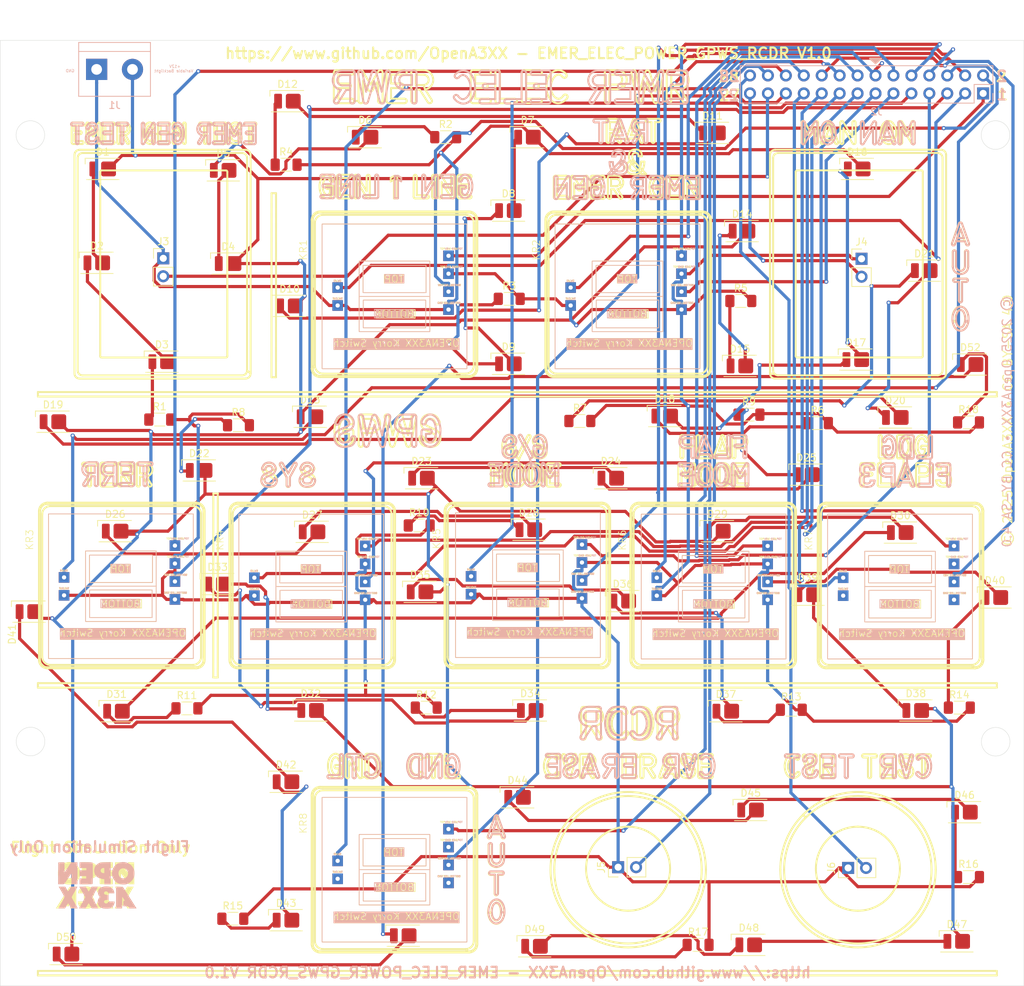
<source format=kicad_pcb>
(kicad_pcb (version 20241229) (generator "pcbnew") (generator_version "9.0")
  (layers (0 "F.Cu" signal) (2 "B.Cu" signal) (13 "F.Paste" user) (15 "B.Paste" user) (5 "F.SilkS" user "F.Silkscreen") (7 "B.SilkS" user "B.Silkscreen") (1 "F.Mask" user) (3 "B.Mask" user) (25 "Edge.Cuts" user))
  (net 0 "")
  (net 1 "Net-(D1-K)")
  (net 2 "+12V")
  (net 3 "Net-(D2-K)")
  (net 4 "Net-(D3-K)")
  (net 5 "Net-(D4-K)")
  (net 6 "Net-(D5-K)")
  (net 7 "Net-(D6-K)")
  (net 8 "Net-(D7-K)")
  (net 9 "Net-(D8-K)")
  (net 10 "Net-(D9-K)")
  (net 11 "Net-(D10-K)")
  (net 12 "Net-(D11-K)")
  (net 13 "Net-(D12-K)")
  (net 14 "Net-(D13-K)")
  (net 15 "Net-(D14-K)")
  (net 16 "Net-(D15-K)")
  (net 17 "Net-(D16-K)")
  (net 18 "Net-(D17-K)")
  (net 19 "Net-(D18-K)")
  (net 20 "Net-(D19-K)")
  (net 21 "Net-(D20-K)")
  (net 22 "Net-(D21-K)")
  (net 23 "Net-(D22-K)")
  (net 24 "Net-(D23-K)")
  (net 25 "Net-(D24-K)")
  (net 26 "Net-(D25-K)")
  (net 27 "Net-(D26-K)")
  (net 28 "Net-(D27-K)")
  (net 29 "Net-(D28-K)")
  (net 30 "Net-(D29-K)")
  (net 31 "Net-(D30-K)")
  (net 32 "Net-(D31-K)")
  (net 33 "Net-(D32-K)")
  (net 34 "Net-(D33-K)")
  (net 35 "Net-(D34-K)")
  (net 36 "Net-(D35-K)")
  (net 37 "Net-(D36-K)")
  (net 38 "Net-(D37-K)")
  (net 39 "Net-(D38-K)")
  (net 40 "Net-(D39-K)")
  (net 41 "Net-(D40-K)")
  (net 42 "Net-(D41-K)")
  (net 43 "Net-(D42-K)")
  (net 44 "Net-(D43-K)")
  (net 45 "Net-(D44-K)")
  (net 46 "Net-(D45-K)")
  (net 47 "Net-(D46-K)")
  (net 48 "Net-(D47-K)")
  (net 49 "Net-(D48-K)")
  (net 50 "Net-(D49-K)")
  (net 51 "Net-(D50-K)")
  (net 52 "Net-(D51-K)")
  (net 53 "Net-(D52-K)")
  (net 54 "GND")
  (net 55 "Net-(J2-Pin_8)")
  (net 56 "Net-(J2-Pin_26)")
  (net 57 "Net-(J2-Pin_13)")
  (net 58 "Net-(J2-Pin_20)")
  (net 59 "Net-(J2-Pin_2)")
  (net 60 "Net-(J2-Pin_6)")
  (net 61 "Net-(J2-Pin_7)")
  (net 62 "Net-(J2-Pin_3)")
  (net 63 "Net-(J2-Pin_18)")
  (net 64 "Net-(J2-Pin_19)")
  (net 65 "Net-(J2-Pin_1)")
  (net 66 "Net-(J2-Pin_17)")
  (net 67 "Net-(J2-Pin_5)")
  (net 68 "Net-(J2-Pin_4)")
  (net 69 "Net-(J2-Pin_25)")
  (net 70 "Net-(J2-Pin_10)")
  (net 71 "Net-(J2-Pin_28)")
  (net 72 "Net-(J2-Pin_27)")
  (net 73 "Net-(J2-Pin_9)")
  (net 74 "Net-(J2-Pin_11)")
  (net 75 "Net-(J2-Pin_23)")
  (net 76 "Net-(J2-Pin_24)")
  (net 77 "Net-(J2-Pin_16)")
  (net 78 "Net-(J2-Pin_21)")
  (net 79 "Net-(J2-Pin_15)")
  (net 80 "Net-(J2-Pin_14)")
  (net 81 "Net-(J2-Pin_12)")
  (net 82 "Net-(J2-Pin_22)")
  (footprint "OpenA3XX:LED_Everlight-SMD3528_3.5x2.8mm_67-21ST" (layer "F.Cu") (at 175.59 97.2)
    (property "Reference" "D29")
    (property "Value" "LED")
  )
  (footprint "OpenA3XX:LED_Everlight-SMD3528_3.5x2.8mm_67-21ST" (layer "F.Cu") (at 114.5 152.3)
    (property "Reference" "D43")
    (property "Value" "LED")
  )
  (footprint "OpenA3XX:LED_Everlight-SMD3528_3.5x2.8mm_67-21ST" (layer "F.Cu") (at 211.4 73.6)
    (property "Reference" "D52")
    (property "Value" "LED")
  )
  (footprint "OpenA3XX:LED_Everlight-SMD3528_3.5x2.8mm_67-21ST" (layer "F.Cu") (at 118.19 97.3)
    (property "Reference" "D27")
    (property "Value" "LED")
  )
  (footprint "OpenA3XX:LED_Everlight-SMD3528_3.5x2.8mm_67-21ST" (layer "F.Cu") (at 88.54 45.9)
    (property "Reference" "D1")
    (property "Value" "LED")
  )
  (footprint "OpenA3XX:LED_Everlight-SMD3528_3.5x2.8mm_67-21ST" (layer "F.Cu") (at 102.2 88.6)
    (property "Reference" "D22")
    (property "Value" "LED")
  )
  (footprint "Connector_PinHeader_2.54mm:PinHeader_1x02_P2.54mm_Vertical" (layer "F.Cu") (at 161.525 144.8 90)
    (property "Reference" "J5")
    (property "Value" "Conn_02x01")
  )
  (footprint "OpenA3XX:LED_Everlight-SMD3528_3.5x2.8mm_67-21ST" (layer "F.Cu") (at 160.5 89.7)
    (property "Reference" "D24")
    (property "Value" "LED")
  )
  (footprint "OpenA3XX:LED_Everlight-SMD3528_3.5x2.8mm_67-21ST" (layer "F.Cu") (at 162.2 107.1)
    (property "Reference" "D36")
    (property "Value" "LED")
  )
  (footprint "OpenA3XX:LED_Everlight-SMD3528_3.5x2.8mm_67-21ST" (layer "F.Cu") (at 168.14 80.9)
    (property "Reference" "D18")
    (property "Value" "LED")
  )
  (footprint "Resistor_SMD:R_1206_3216Metric_Pad1.30x1.75mm_HandSolder" (layer "F.Cu") (at 209.85 122.2)
    (property "Reference" "R14")
    (property "Value" "220R")
  )
  (footprint "OpenA3XX:LED_Everlight-SMD3528_3.5x2.8mm_67-21ST" (layer "F.Cu") (at 117.9 81)
    (property "Reference" "D13")
    (property "Value" "LED")
  )
  (footprint "OpenA3XX:LED_Everlight-SMD3528_3.5x2.8mm_67-21ST" (layer "F.Cu") (at 146 51.8)
    (property "Reference" "D8")
    (property "Value" "LED")
  )
  (footprint "OpenA3XX:LED_Everlight-SMD3528_3.5x2.8mm_67-21ST" (layer "F.Cu") (at 131.1 154.5)
    (property "Reference" "D51")
    (property "Value" "LED")
  )
  (footprint "OpenA3XX:LED_Everlight-SMD3528_3.5x2.8mm_67-21ST" (layer "F.Cu") (at 87.7 59.2)
    (property "Reference" "D2")
    (property "Value" "LED")
  )
  (footprint "OpenA3XX:LED_Everlight-SMD3528_3.5x2.8mm_67-21ST" (layer "F.Cu") (at 105.6 46.1)
    (property "Reference" "D5")
    (property "Value" "LED")
  )
  (footprint "OpenA3XX:LED_Everlight-SMD3528_3.5x2.8mm_67-21ST" (layer "F.Cu") (at 200.8 81.1)
    (property "Reference" "D20")
    (property "Value" "LED")
  )
  (footprint "Resistor_SMD:R_1206_3216Metric_Pad1.30x1.75mm_HandSolder" (layer "F.Cu") (at 106.95 152.1)
    (property "Reference" "R15")
    (property "Value" "220R")
  )
  (footprint "OpenA3XX:LED_Everlight-SMD3528_3.5x2.8mm_67-21ST" (layer "F.Cu") (at 210.59 137)
    (property "Reference" "D46")
    (property "Value" "LED")
  )
  (footprint "OpenA3XX:LED_Everlight-SMD3528_3.5x2.8mm_67-21ST" (layer "F.Cu") (at 174.9 40.8)
    (property "Reference" "D11")
    (property "Value" "LED")
  )
  (footprint "OpenA3XX:Korry Switch" (layer "F.Cu") (at 138.5 94.6)
    (property "Reference" "KR5")
    (property "Value" "~")
  )
  (footprint "Resistor_SMD:R_1206_3216Metric_Pad1.30x1.75mm_HandSolder" (layer "F.Cu") (at 96.6 81.4)
    (property "Reference" "R1")
    (property "Value" "220R")
  )
  (footprint "Connector_PinHeader_2.54mm:PinHeader_1x02_P2.54mm_Vertical" (layer "F.Cu") (at 196 58.625)
    (property "Reference" "J4")
    (property "Value" "Conn_02x01")
  )
  (footprint "Resistor_SMD:R_1206_3216Metric_Pad1.30x1.75mm_HandSolder" (layer "F.Cu") (at 137.1 41.4)
    (property "Reference" "R2")
    (property "Value" "220R")
  )
  (footprint "OpenA3XX:LED_Everlight-SMD3528_3.5x2.8mm_67-21ST" (layer "F.Cu") (at 96.9 73.2)
    (property "Reference" "D3")
    (property "Value" "LED")
  )
  (footprint "OpenA3XX:LED_Everlight-SMD3528_3.5x2.8mm_67-21ST" (layer "F.Cu") (at 203.69 122.6)
    (property "Reference" "D38")
    (property "Value" "LED")
  )
  (footprint "Resistor_SMD:R_1206_3216Metric_Pad1.30x1.75mm_HandSolder" (layer "F.Cu") (at 146.1 64.3)
    (property "Reference" "R3")
    (property "Value" "220R")
  )
  (footprint "OpenA3XX:LED_Everlight-SMD3528_3.5x2.8mm_67-21ST" (layer "F.Cu") (at 204.9 60.3)
    (property "Reference" "D21")
    (property "Value" "LED")
  )
  (footprint "OpenA3XX:Korry Switch" (layer "F.Cu") (at 164.8 94.8)
    (property "Reference" "KR6")
    (property "Value" "~")
  )
  (footprint "OpenA3XX:LED_Everlight-SMD3528_3.5x2.8mm_67-21ST" (layer "F.Cu") (at 133.69 89.7)
    (property "Reference" "D23")
    (property "Value" "LED")
  )
  (footprint "OpenA3XX:LED_Everlight-SMD3528_3.5x2.8mm_67-21ST" (layer "F.Cu") (at 149.7 156)
    (property "Reference" "D49")
    (property "Value" "LED")
  )
  (footprint "Resistor_SMD:R_1206_3216Metric_Pad1.30x1.75mm_HandSolder" (layer "F.Cu") (at 189.75 81.9)
    (property "Reference" "R6")
    (property "Value" "220R")
  )
  (footprint "OpenA3XX:LED_Everlight-SMD3528_3.5x2.8mm_67-21ST" (layer "F.Cu") (at 148.7 41.4)
    (property "Reference" "D7")
    (property "Value" "LED")
  )
  (footprint "OpenA3XX:LED_Everlight-SMD3528_3.5x2.8mm_67-21ST" (layer "F.Cu") (at 81.49 81.7)
    (property "Reference" "D19")
    (property "Value" "LED")
  )
  (footprint "Resistor_SMD:R_1206_3216Metric_Pad1.30x1.75mm_HandSolder" (layer "F.Cu") (at 172.85 155.8)
    (property "Reference" "R17")
    (property "Value" "220R")
  )
  (footprint "OpenA3XX:LED_Everlight-SMD3528_3.5x2.8mm_67-21ST" (layer "F.Cu") (at 188.2 89.2)
    (property "Reference" "D25")
    (property "Value" "LED")
  )
  (footprint "OpenA3XX:LED_Everlight-SMD3528_3.5x2.8mm_67-21ST" (layer "F.Cu") (at 114.99 65.3)
    (property "Reference" "D10")
    (property "Value" "LED")
  )
  (footprint "OpenA3XX:Korry Switch" (layer "F.Cu") (at 107.8 94.8)
    (property "Reference" "KR4")
    (property "Value" "~")
  )
  (footprint "OpenA3XX:LED_Everlight-SMD3528_3.5x2.8mm_67-21ST" (layer "F.Cu") (at 114.5 132.7)
    (property "Reference" "D42")
    (property "Value" "LED")
  )
  (footprint "OpenA3XX:LED_Everlight-SMD3528_3.5x2.8mm_67-21ST" (layer "F.Cu") (at 214.9 106.6)
    (property "Reference" "D40")
    (property "Value" "LED")
  )
  (footprint "Resistor_SMD:R_1206_3216Metric_Pad1.30x1.75mm_HandSolder" (layer "F.Cu") (at 211.15 81.8)
    (property "Reference" "R18")
    (property "Value" "220R")
  )
  (footprint "Resistor_SMD:R_1206_3216Metric_Pad1.30x1.75mm_HandSolder" (layer "F.Cu") (at 134.35 122.2)
    (property "Reference" "R12")
    (property "Value" "220R")
  )
  (footprint "OpenA3XX:LED_Everlight-SMD3528_3.5x2.8mm_67-21ST" (layer "F.Cu") (at 104.8 104.7)
    (property "Reference" "D33")
    (property "Value" "LED")
  )
  (footprint "Resistor_SMD:R_1206_3216Metric_Pad1.30x1.75mm_HandSolder" (layer "F.Cu") (at 114.5 45.3)
    (property "Reference" "R4")
    (property "Value" "220R")
  )
  (footprint "Resistor_SMD:R_1206_3216Metric_Pad1.30x1.75mm_HandSolder" (layer "F.Cu") (at 180.05 80.7)
    (property "Reference" "R9")
    (property "Value" "220R")
  )
  (footprint "Connector_PinHeader_2.54mm:PinHeader_1x02_P2.54mm_Vertical" (layer "F.Cu") (at 97.1 58.56)
    (property "Reference" "J3")
    (property "Value" "Conn_02x01")
  )
  (footprint "Resistor_SMD:R_1206_3216Metric_Pad1.30x1.75mm_HandSolder" (layer "F.Cu") (at 107.75 82.2)
    (property "Reference" "R8")
    (property "Value" "220R")
  )
  (footprint "OpenA3XX:Korry Switch" (layer "F.Cu") (at 119.6 134.9)
    (property "Reference" "KR8")
    (property "Value" "~")
  )
  (footprint "OpenA3XX:LED_Everlight-SMD3528_3.5x2.8mm_67-21ST" (layer "F.Cu") (at 114.7 36.3)
    (property "Reference" "D12")
    (property "Value" "LED")
  )
  (footprint "OpenA3XX:LED_Everlight-SMD3528_3.5x2.8mm_67-21ST" (layer "F.Cu") (at 106.3 59.3)
    (property "Reference" "D4")
    (property "Value" "LED")
  )
  (footprint "OpenA3XX:LED_Everlight-SMD3528_3.5x2.8mm_67-21ST" (layer "F.Cu") (at 179.09 54.7)
    (property "Reference" "D14")
    (property "Value" "LED")
  )
  (footprint "Resistor_SMD:R_1206_3216Metric_Pad1.30x1.75mm_HandSolder" (layer "F.Cu") (at 186.05 122.5)
    (property "Reference" "R13")
    (property "Value" "220R")
  )
  (footprint "OpenA3XX:Korry Switch" (layer "F.Cu") (at 191.2 94.8)
    (property "Reference" "KR7")
    (property "Value" "~")
  )
  (footprint "Resistor_SMD:R_1206_3216Metric_Pad1.30x1.75mm_HandSolder" (layer "F.Cu") (at 100.45 122.3)
    (property "Reference" "R11")
    (property "Value" "220R")
  )
  (footprint "OpenA3XX:Korry Switch" (layer "F.Cu") (at 80.85 94.75)
    (property "Reference" "KR3")
    (property "Value" "~" (hide yes))
  )
  (footprint "OpenA3XX:LED_Everlight-SMD3528_3.5x2.8mm_67-21ST" (layer "F.Cu") (at 146 73.5)
    (property "Reference" "D9")
    (property "Value" "LED")
  )
  (footprint "OpenA3XX:LED_Everlight-SMD3528_3.5x2.8mm_67-21ST" (layer "F.Cu") (at 188.4 106.2)
    (property "Reference" "D39")
    (property "Value" "LED")
  )
  (footprint "OpenA3XX:LED_Everlight-SMD3528_3.5x2.8mm_67-21ST" (layer "F.Cu") (at 178.79 73.8)
    (property "Reference" "D15")
    (property "Value" "LED")
  )
  (footprint "OpenA3XX:LED_Everlight-SMD3528_3.5x2.8mm_67-21ST" (layer "F.Cu") (at 83.34 157.1)
    (property "Reference" "D50")
    (property "Value" "LED")
  )
  (footprint "OpenA3XX:LED_Everlight-SMD3528_3.5x2.8mm_67-21ST" (layer "F.Cu") (at 133.49 105.8)
    (property "Reference" "D35")
    (property "Value" "LED")
  )
  (footprint "OpenA3XX:LED_Everlight-SMD3528_3.5x2.8mm_67-21ST" (layer "F.Cu") (at 180.04 155.8)
    (property "Reference" "D48")
    (property "Value" "LED")
  )
  (footprint "OpenA3XX:LED_Everlight-SMD3528_3.5x2.8mm_67-21ST" (layer "F.Cu") (at 148.9 97)
    (property "Reference" "D28")
    (property "Value" "LED")
  )
  (footprint "OpenA3XX:Korry Switch" (layer "F.Cu") (at 152.6 53.7)
    (property "Reference" "KR2")
    (property "Value" "~")
  )
  (footprint "OpenA3XX:LED_Everlight-SMD3528_3.5x2.8mm_67-21ST" (layer "F.Cu") (at 147.3 134.9)
    (property "Reference" "D44")
    (property "Value" "LED")
  )
  (footprint "OpenA3XX:LED_Everlight-SMD3528_3.5x2.8mm_67-21ST" (layer "F.Cu") (at 149.09 122.6)
    (property "Reference" "D34")
    (property "Value" "LED")
  )
  (footprint "OpenA3XX:LED_Everlight-SMD3528_3.5x2.8mm_67-21ST" (layer "F.Cu") (at 90.3 97.2)
    (property "Reference" "D26")
    (property "Value" "LED")
  )
  (footprint "OpenA3XX:LED_Everlight-SMD3528_3.5x2.8mm_67-21ST" (layer "F.Cu") (at 176.79 122.7)
    (property "Reference" "D37")
    (property "Value" "LED")
  )
  (footprint "OpenA3XX:Korry Switch" (layer "F.Cu") (at 119.6 53.7)
    (property "Reference" "KR1")
    (property "Value" "~")
  )
  (footprint "OpenA3XX:LED_Everlight-SMD3528_3.5x2.8mm_67-21ST" (layer "F.Cu") (at 117.99 122.6)
    (property "Reference" "D32")
    (property "Value" "LED")
  )
  (footprint "Resistor_SMD:R_1206_3216Metric_Pad1.30x1.75mm_HandSolder" (layer "F.Cu") (at 211.15 146.2)
    (property "Reference" "R16")
    (property "Value" "220R")
  )
  (footprint "Resistor_SMD:R_1206_3216Metric_Pad1.30x1.75mm_HandSolder" (layer "F.Cu") (at 133.35 96.4)
    (property "Reference" "R10")
    (property "Value" "220R")
  )
  (footprint "OpenA3XX:LED_Everlight-SMD3528_3.5x2.8mm_67-21ST" (layer "F.Cu") (at 195.2 72.9)
    (property "Reference" "D17")
    (property "Value" "LED")
  )
  (footprint "Connector_PinHeader_2.54mm:PinHeader_1x02_P2.54mm_Vertical" (layer "F.Cu") (at 194.1 144.9 90)
    (property "Reference" "J6")
    (property "Value" "Conn_02x01")
  )
  (footprint "OpenA3XX:LED_Everlight-SMD3528_3.5x2.8mm_67-21ST" (layer "F.Cu") (at 125.7 41.4)
    (property "Reference" "D6")
    (property "Value" "LED")
  )
  (footprint "OpenA3XX:LED_Everlight-SMD3528_3.5x2.8mm_67-21ST" (layer "F.Cu") (at 195.4 45.9)
    (property "Reference" "D16")
    (property "Value" "LED")
  )
  (footprint "OpenA3XX:OpenA3XXLogoSmall" (layer "F.Cu") (at 87.5 147.3)
    (property "Reference" "top" (hide yes))
    (property "Value" "LOGO" (hide yes))
  )
  (footprint "Resistor_SMD:R_1206_3216Metric_Pad1.30x1.75mm_HandSolder" (layer "F.Cu") (at 178.9 64.6)
    (property "Reference" "R5")
    (property "Value" "220R")
  )
  (footprint "OpenA3XX:LED_Everlight-SMD3528_3.5x2.8mm_67-21ST" (layer "F.Cu") (at 201.5 97.4)
    (property "Reference" "D30")
    (property "Value" "LED")
  )
  (footprint "OpenA3XX:LED_Everlight-SMD3528_3.5x2.8mm_67-21ST" (layer "F.Cu") (at 78.09 108.6)
    (property "Reference" "D41")
    (property "Value" "LED")
  )
  (footprint "OpenA3XX:LED_Everlight-SMD3528_3.5x2.8mm_67-21ST" (layer "F.Cu") (at 90.49 122.7)
    (property "Reference" "D31")
    (property "Value" "LED")
  )
  (footprint "OpenA3XX:LED_Everlight-SMD3528_3.5x2.8mm_67-21ST" (layer "F.Cu") (at 180.3 136.7)
    (property "Reference" "D45")
    (property "Value" "LED")
  )
  (footprint "OpenA3XX:LED_Everlight-SMD3528_3.5x2.8mm_67-21ST" (layer "F.Cu") (at 209.5 155.3)
    (property "Reference" "D47")
    (property "Value" "LED")
  )
  (footprint "Resistor_SMD:R_1206_3216Metric_Pad1.30x1.75mm_HandSolder" (layer "F.Cu") (at 156.1 81.6)
    (property "Reference" "R7")
    (property "Value" "220R")
  )
  (footprint "OpenA3XX:OpenA3XXLogoSmall" (layer "B.Cu") (at 87.7 147.3 180)
    (property "Reference" "bottom" (hide yes))
    (property "Value" "LOGO" (hide yes))
  )
  (footprint "Connector_PinHeader_2.54mm:PinHeader_2x14_P2.54mm_Vertical" (layer "B.Cu") (at 213.22 35.2 90)
    (property "Reference" "J2")
    (property "Value" "Conn_02x13_Counter_Clockwise")
  )
  (footprint "TerminalBlock:TerminalBlock_bornier-2_P5.08mm" (layer "B.Cu") (at 87.66 31.8)
    (property "Reference" "J1")
    (property "Value" "Conn_02x01")
  )
  (gr_curve (pts (xy 146.245697 86.427322) (xy 146.376374 86.367751) (xy 146.479432 86.256736) (xy 146.554863 86.094268)) (stroke (width 0.28) (color 51 153 102 1)) (layer "F.SilkS"))
  (gr_line (start 90.963917 41.108302) (end 90.963917 42.15599) (stroke (width 0.28) (color 51 153 102 1)) (layer "F.SilkS"))
  (gr_curve (pts (xy 205.346802 86.294807) (xy 205.343094 86.302901) (xy 205.339386 86.311004) (xy 205.335679 86.319099)) (stroke (width 0.28) (color 51 153 102 1)) (layer "F.SilkS"))
  (gr_curve (pts (xy 161.441681 40.236014) (xy 161.536072 40.167041) (xy 161.59964 40.07693) (xy 161.632378 39.965682)) (stroke (width 0.28) (color 51 153 102 1)) (layer "F.SilkS"))
  (gr_curve (pts (xy 126.941193 82.505698) (xy 127.072014 82.392066) (xy 127.148644 82.250022) (xy 127.171074 82.079574)) (stroke (width 0.28) (color 51 153 102 1)) (layer "F.SilkS"))
  (gr_line (start 175.910401 88.026145) (end 175.910401 90.436179) (stroke (width 0.28) (color 51 153 102 1)) (layer "F.SilkS"))
  (gr_curve (pts (xy 209.367188 59.670905) (xy 209.383332 59.923259) (xy 209.492295 60.111972) (xy 209.694092 60.237048)) (stroke (width 0.28) (color 51 153 102 1)) (layer "F.SilkS"))
  (gr_curve (pts (xy 164.03862 32.164966) (xy 164.214844 33.078906) (xy 164.391076 33.992843) (xy 164.567299 34.906783)) (stroke (width 0.28) (color 51 153 102 1)) (layer "F.SilkS"))
  (gr_curve (pts (xy 209.919938 68.786063) (xy 209.590912 68.727393) (xy 209.338974 68.552474) (xy 209.164139 68.261314)) (stroke (width 0.28) (color 51 153 102 1)) (layer "F.SilkS"))
  (gr_line (start 165.86129 123.894881) (end 165.854485 123.851768) (stroke (width 0.28) (color 51 153 102 1)) (layer "F.SilkS"))
  (gr_line (start 79.343541 78.134353) (end 215.160935 78.134353) (stroke (width 0.28) (color 51 153 102 1)) (layer "F.SilkS"))
  (gr_line (start 117.284783 88.789092) (end 118.044205 89.13095) (stroke (width 0.28) (color 51 153 102 1)) (layer "F.SilkS"))
  (gr_curve (pts (xy 129.595475 83.611373) (xy 129.857132 82.715766) (xy 130.118782 81.820167) (xy 130.38044 80.92456)) (stroke (width 0.28) (color 51 153 102 1)) (layer "F.SilkS"))
  (gr_curve (pts (xy 163.617882 38.954433) (xy 163.653893 38.853194) (xy 163.725373 38.80202) (xy 163.832314 38.80091)) (stroke (width 0.28) (color 51 153 102 1)) (layer "F.SilkS"))
  (gr_curve (pts (xy 88.198552 42.157477) (xy 88.178776 42.296374) (xy 88.115181 42.365577) (xy 88.007767 42.365077)) (stroke (width 0.28) (color 51 153 102 1)) (layer "F.SilkS"))
  (gr_line (start 176.652726 88.097602) (end 176.624054 88.079742) (stroke (width 0.28) (color 51 153 102 1)) (layer "F.SilkS"))
  (gr_line (start 165.868096 123.938003) (end 165.86129 123.894881) (stroke (width 0.28) (color 51 153 102 1)) (layer "F.SilkS"))
  (gr_line (start 127.523041 36.270824) (end 127.523041 33.412288) (stroke (width 0.28) (color 51 153 102 1)) (layer "F.SilkS"))
  (gr_line (start 127.31456 129.770782) (end 127.310418 129.756438) (stroke (width 0.28) (color 51 153 102 1)) (layer "F.SilkS"))
  (gr_line (start 136.535508 47.768184) (end 136.535508 49.84904) (stroke (width 0.28) (color 51 153 102 1)) (layer "F.SilkS"))
  (gr_line (start 165.780732 125.236045) (end 165.788674 125.215621) (stroke (width 0.28) (color 51 153 102 1)) (layer "F.SilkS"))
  (gr_curve (pts (xy 163.78714 126.724715) (xy 163.629799 126.686889) (xy 163.551888 126.584014) (xy 163.553399 126.416091)) (stroke (width 0.28) (color 51 153 102 1)) (layer "F.SilkS"))
  (gr_line (start 166.080208 130.754943) (end 166.74337 131.824554) (stroke (width 0.28) (color 51 153 102 1)) (layer "F.SilkS"))
  (gr_curve (pts (xy 148.911103 87.788055) (xy 148.914284 87.728507) (xy 148.937386 87.677894) (xy 148.980393 87.636207)) (stroke (width 0.28) (color 51 153 102 1)) (layer "F.SilkS"))
  (gr_line (start 111.86361 88.789092) (end 112.623032 89.13095) (stroke (width 0.28) (color 51 153 102 1)) (layer "F.SilkS"))
  (gr_curve (pts (xy 208.413208 90.681914) (xy 208.230347 90.82788) (xy 207.974167 90.900863) (xy 207.644669 90.900863)) (stroke (width 0.28) (color 51 153 102 1)) (layer "F.SilkS"))
  (gr_curve (pts (xy 165.420884 39.037032) (xy 165.421425 38.892966) (xy 165.497544 38.814258) (xy 165.649224 38.80091)) (stroke (width 0.28) (color 51 153 102 1)) (layer "F.SilkS"))
  (gr_curve (pts (xy 149.076767 90.889915) (xy 148.966324 90.862846) (xy 148.911629 90.789222) (xy 148.91269 90.669051)) (stroke (width 0.28) (color 51 153 102 1)) (layer "F.SilkS"))
  (gr_curve (pts (xy 196.294022 90.660834) (xy 196.283326 90.811195) (xy 196.210923 90.887466) (xy 196.076798 90.88964)) (stroke (width 0.28) (color 51 153 102 1)) (layer "F.SilkS"))
  (gr_line (start 144.884133 140.141189) (end 143.612229 140.141189) (stroke (width 0.28) (color 51 153 102 1)) (layer "F.SilkS"))
  (gr_curve (pts (xy 171.547196 129.239654) (xy 171.511445 129.233489) (xy 171.475708 129.227309) (xy 171.439957 129.221145)) (stroke (width 0.28) (color 51 153 102 1)) (layer "F.SilkS"))
  (gr_curve (pts (xy 203.952103 85.430846) (xy 203.972229 85.748794) (xy 204.073899 86.025977) (xy 204.257096 86.26242)) (stroke (width 0.28) (color 51 153 102 1)) (layer "F.SilkS"))
  (gr_curve (pts (xy 150.405068 31.90406) (xy 150.620202 31.920844) (xy 150.727395 32.02803) (xy 150.726632 32.225616)) (stroke (width 0.28) (color 51 153 102 1)) (layer "F.SilkS"))
  (gr_line (start 202.635254 84.897246) (end 202.630478 84.866477) (stroke (width 0.28) (color 51 153 102 1)) (layer "F.SilkS"))
  (gr_curve (pts (xy 90.963917 42.15599) (xy 90.963917 42.242301) (xy 90.928414 42.304561) (xy 90.857403 42.342757)) (stroke (width 0.28) (color 51 153 102 1)) (layer "F.SilkS"))
  (gr_line (start 127.227631 131.339751) (end 127.233429 131.32878) (stroke (width 0.28) (color 51 153 102 1)) (layer "F.SilkS"))
  (gr_curve (pts (xy 136.308625 50.077888) (xy 136.180886 50.077888) (xy 136.105797 50.001605) (xy 136.083352 49.84904)) (stroke (width 0.28) (color 51 153 102 1)) (layer "F.SilkS"))
  (gr_curve (pts (xy 167.655892 48.367362) (xy 167.717766 48.367362) (xy 167.770844 48.389499) (xy 167.815117 48.433772)) (stroke (width 0.28) (color 51 153 102 1)) (layer "F.SilkS"))
  (gr_curve (pts (xy 111.651558 89.208037) (xy 111.402802 89.073974) (xy 111.248284 88.883498) (xy 111.188019 88.636596)) (stroke (width 0.28) (color 51 153 102 1)) (layer "F.SilkS"))
  (gr_curve (pts (xy 163.96885 43.611175) (xy 163.829018 43.611175) (xy 163.720169 43.652885) (xy 163.642312 43.736308)) (stroke (width 0.28) (color 51 153 102 1)) (layer "F.SilkS"))
  (gr_curve (pts (xy 173.845871 90.886031) (xy 173.524094 90.828651) (xy 173.27771 90.657584) (xy 173.106736 90.37284)) (stroke (width 0.28) (color 51 153 102 1)) (layer "F.SilkS"))
  (gr_line (start 109.229104 42.157477) (end 109.229104 39.737681) (stroke (width 0.28) (color 51 153 102 1)) (layer "F.SilkS"))
  (gr_curve (pts (xy 133.440667 83.813216) (xy 133.516167 83.730987) (xy 133.609993 83.699584) (xy 133.72213 83.719024)) (stroke (width 0.28) (color 51 153 102 1)) (layer "F.SilkS"))
  (gr_curve (pts (xy 159.162285 126.245895) (xy 159.259102 126.416839) (xy 159.231873 126.560577) (xy 159.08059 126.677062)) (stroke (width 0.28) (color 51 153 102 1)) (layer "F.SilkS"))
  (gr_line (start 167.050988 48.367362) (end 167.065384 48.367362) (stroke (width 0.28) (color 51 153 102 1)) (layer "F.SilkS"))
  (gr_curve (pts (xy 172.076737 129.809768) (xy 172.008545 129.794082) (xy 171.956314 129.749236) (xy 171.920014 129.675231)) (stroke (width 0.28) (color 51 153 102 1)) (layer "F.SilkS"))
  (gr_curve (pts (xy 171.974106 88.638396) (xy 171.791977 88.956161) (xy 171.609848 89.273933) (xy 171.42772 89.591697)) (stroke (width 0.28) (color 51 153 102 1)) (layer "F.SilkS"))
  (gr_curve (pts (xy 144.78241 151.888686) (xy 144.839959 151.761382) (xy 144.879326 151.594207) (xy 144.900505 151.387191)) (stroke (width 0.28) (color 51 153 102 1)) (layer "F.SilkS"))
  (gr_curve (pts (xy 122.216851 80.855041) (xy 122.560738 80.621795) (xy 122.895653 80.594504) (xy 123.221596 80.773177)) (stroke (width 0.28) (color 51 153 102 1)) (layer "F.SilkS"))
  (gr_line (start 163.329796 41.122108) (end 164.328278 41.122108) (stroke (width 0.28) (color 51 153 102 1)) (layer "F.SilkS"))
  (gr_curve (pts (xy 204.166977 90.662467) (xy 204.147751 90.816093) (xy 204.071869 90.892913) (xy 203.939347 90.892913)) (stroke (width 0.28) (color 51 153 102 1)) (layer "F.SilkS"))
  (gr_line (start 176.713273 88.143073) (end 176.682999 88.11872) (stroke (width 0.28) (color 51 153 102 1)) (layer "F.SilkS"))
  (gr_curve (pts (xy 85.813404 42.157477) (xy 85.813404 42.27653) (xy 85.750035 42.345981) (xy 85.623291 42.365825)) (stroke (width 0.28) (color 51 153 102 1)) (layer "F.SilkS"))
  (gr_curve (pts (xy 202.818726 86.377395) (xy 202.632874 86.722869) (xy 202.354615 86.895606) (xy 201.983963 86.895606)) (stroke (width 0.28) (color 51 153 102 1)) (layer "F.SilkS"))
  (gr_curve (pts (xy 93.338658 87.725494) (xy 93.338658 87.661307) (xy 93.360642 87.606521) (xy 93.404606 87.561141)) (stroke (width 0.28) (color 51 153 102 1)) (layer "F.SilkS"))
  (gr_curve (pts (xy 145.729363 83.710906) (xy 145.973717 83.541938) (xy 146.211701 83.522178) (xy 146.443306 83.651603)) (stroke (width 0.28) (color 51 153 102 1)) (layer "F.SilkS"))
  (gr_line (start 202.344559 86.246223) (end 202.350907 86.238937) (stroke (width 0.28) (color 51 153 102 1)) (layer "F.SilkS"))
  (gr_line (start 150.556664 89.046661) (end 150.555069 89.017432) (stroke (width 0.28) (color 51 153 102 1)) (layer "F.SilkS"))
  (gr_line (start 166.249955 41.98484) (end 166.249955 39.271491) (stroke (width 0.28) (color 51 153 102 1)) (layer "F.SilkS"))
  (gr_curve (pts (xy 103.254776 42.157477) (xy 103.234101 42.298358) (xy 103.167809 42.367808) (xy 103.055901 42.365825)) (stroke (width 0.28) (color 51 153 102 1)) (layer "F.SilkS"))
  (gr_line (start 79.343434 118.729079) (end 79.343434 119.365432) (stroke (width 0.28) (color 51 153 102 1)) (layer "F.SilkS"))
  (gr_line (start 196.071183 87.545776) (end 197.623017 87.545776) (stroke (width 0.28) (color 51 153 102 1)) (layer "F.SilkS"))
  (gr_line (start 165.750092 123.502296) (end 165.74215 123.485274) (stroke (width 0.28) (color 51 153 102 1)) (layer "F.SilkS"))
  (gr_line (start 145.422448 90.672294) (end 145.422448 88.643905) (stroke (width 0.28) (color 51 153 102 1)) (layer "F.SilkS"))
  (gr_line (start 163.873375 126.738326) (end 163.868836 126.738326) (stroke (width 0.28) (color 51 153 102 1)) (layer "F.SilkS"))
  (gr_line (start 201.990326 86.438933) (end 201.998261 86.438933) (stroke (width 0.28) (color 51 153 102 1)) (layer "F.SilkS"))
  (gr_curve (pts (xy 108.072106 116.148467) (xy 107.439423 116.148467) (xy 106.930092 115.639121) (xy 106.930092 115.006446)) (stroke (width 0.28) (color 51 153 102 1)) (layer "F.SilkS"))
  (gr_line (start 140.537568 50.074618) (end 138.985489 50.074618) (stroke (width 0.28) (color 51 153 102 1)) (layer "F.SilkS"))
  (gr_line (start 112.420845 88.085265) (end 112.350991 88.045882) (stroke (width 0.28) (color 51 153 102 1)) (layer "F.SilkS"))
  (gr_line (start 202.575684 84.653525) (end 202.571717 84.639754) (stroke (width 0.28) (color 51 153 102 1)) (layer "F.SilkS"))
  (gr_line (start 156.936089 124.820762) (end 156.936089 126.418365) (stroke (width 0.28) (color 51 153 102 1)) (layer "F.SilkS"))
  (gr_curve (pts (xy 205.821412 88.869598) (xy 205.74553 89.051551) (xy 205.633316 89.194015) (xy 205.484757 89.296973)) (stroke (width 0.28) (color 51 153 102 1)) (layer "F.SilkS"))
  (gr_curve (pts (xy 166.009201 49.005077) (xy 165.96119 48.762366) (xy 165.946785 48.51432) (xy 165.965989 48.260944)) (stroke (width 0.28) (color 51 153 102 1)) (layer "F.SilkS"))
  (gr_line (start 94.600686 87.961234) (end 93.797871 87.961234) (stroke (width 0.28) (color 51 153 102 1)) (layer "F.SilkS"))
  (gr_curve (pts (xy 103.055901 42.365825) (xy 102.943989 42.363837) (xy 102.883542 42.294391) (xy 102.874554 42.157477)) (stroke (width 0.28) (color 51 153 102 1)) (layer "F.SilkS"))
  (gr_line (start 139.208359 48.541354) (end 139.208359 49.615295) (stroke (width 0.28) (color 51 153 102 1)) (layer "F.SilkS"))
  (gr_curve (pts (xy 175.462769 87.782546) (xy 175.465958 87.722999) (xy 175.489045 87.672385) (xy 175.532059 87.630698)) (stroke (width 0.28) (color 51 153 102 1)) (layer "F.SilkS"))
  (gr_curve (pts (xy 176.624054 88.079742) (xy 176.623764 88.079597) (xy 176.614502 88.074866) (xy 176.595383 88.065124)) (stroke (width 0.28) (color 51 153 102 1)) (layer "F.SilkS"))
  (gr_line (start 107.775635 40.140983) (end 107.700806 39.964629) (stroke (width 0.28) (color 51 153 102 1)) (layer "F.SilkS"))
  (gr_line (start 124.773835 131.127074) (end 124.773835 128.976592) (stroke (width 0.28) (color 51 153 102 1)) (layer "F.SilkS"))
  (gr_curve (pts (xy 156.756813 126.703155) (xy 156.637291 126.761397) (xy 156.525345 126.750426) (xy 156.420952 126.670257)) (stroke (width 0.28) (color 51 153 102 1)) (layer "F.SilkS"))
  (gr_line (start 126.921318 131.660461) (end 126.937874 131.652022) (stroke (width 0.28) (color 51 153 102 1)) (layer "F.SilkS"))
  (gr_line (start 162.897568 126.041656) (end 162.886223 126.05754) (stroke (width 0.28) (color 51 153 102 1)) (layer "F.SilkS"))
  (gr_curve (pts (xy 106.704407 39.62086) (xy 106.848671 39.418964) (xy 107.038109 39.318011) (xy 107.272721 39.318011)) (stroke (width 0.28) (color 51 153 102 1)) (layer "F.SilkS"))
  (gr_line (start 134.489579 50.076251) (end 132.786774 50.076251) (stroke (width 0.28) (color 51 153 102 1)) (layer "F.SilkS"))
  (gr_curve (pts (xy 156.296143 122.408485) (xy 156.296143 122.320739) (xy 156.326775 122.245849) (xy 156.388047 122.183822)) (stroke (width 0.28) (color 51 153 102 1)) (layer "F.SilkS"))
  (gr_curve (pts (xy 150.722336 88.093368) (xy 150.908181 88.439826) (xy 151.001107 88.82093) (xy 151.001107 89.236671)) (stroke (width 0.28) (color 51 153 102 1)) (layer "F.SilkS"))
  (gr_curve (pts (xy 200.431137 41.008601) (xy 200.4516 40.808616) (xy 200.446869 40.608897) (xy 200.416977 40.409446)) (stroke (width 0.28) (color 51 153 102 1)) (layer "F.SilkS"))
  (gr_line (start 118.578293 155.256438) (end 118.578293 135.040481) (stroke (width 0.28) (color 51 153 102 1)) (layer "F.SilkS"))
  (gr_curve (pts (xy 95.395356 90.532775) (xy 95.464833 90.657836) (xy 95.445294 90.762977) (xy 95.336731 90.848197)) (stroke (width 0.28) (color 51 153 102 1)) (layer "F.SilkS"))
  (gr_curve (pts (xy 205.308686 86.367675) (xy 205.103241 86.723952) (xy 204.848023 86.89804) (xy 204.54303 86.889938)) (stroke (width 0.28) (color 51 153 102 1)) (layer "F.SilkS"))
  (gr_line (start 153.128708 131.651321) (end 153.113861 131.673186) (stroke (width 0.28) (color 51 153 102 1)) (layer "F.SilkS"))
  (gr_curve (pts (xy 201.048905 90.869208) (xy 200.922791 90.821815) (xy 200.879502 90.72457) (xy 200.919053 90.577483)) (stroke (width 0.28) (color 51 153 102 1)) (layer "F.SilkS"))
  (gr_line (start 176.880524 88.331458) (end 176.853455 88.294112) (stroke (width 0.28) (color 51 153 102 1)) (layer "F.SilkS"))
  (gr_curve (pts (xy 132.143235 85.004119) (xy 132.095391 85.170081) (xy 131.997834 85.256049) (xy 131.850556 85.262031)) (stroke (width 0.28) (color 51 153 102 1)) (layer "F.SilkS"))
  (gr_curve (pts (xy 203.152543 129.807693) (xy 203.096207 129.848556) (xy 203.034455 129.860702) (xy 202.967286 129.844131)) (stroke (width 0.28) (color 51 153 102 1)) (layer "F.SilkS"))
  (gr_curve (pts (xy 208.125351 89.153731) (xy 208.302765 89.192901) (xy 208.440369 89.271903) (xy 208.538132 89.390746)) (stroke (width 0.28) (color 51 153 102 1)) (layer "F.SilkS"))
  (gr_curve (pts (xy 209.206162 56.567454) (xy 209.139573 56.701099) (xy 209.044907 56.744849) (xy 208.922135 56.698711)) (stroke (width 0.28) (color 51 153 102 1)) (layer "F.SilkS"))
  (gr_curve (pts (xy 135.794426 82.916122) (xy 136.09047 83.110496) (xy 136.273621 83.379623) (xy 136.343895 83.72351)) (stroke (width 0.28) (color 51 153 102 1)) (layer "F.SilkS"))
  (gr_curve (pts (xy 166.868554 36.591235) (xy 166.718262 36.597339) (xy 166.609551 36.52029) (xy 166.54242 36.360084)) (stroke (width 0.28) (color 51 153 102 1)) (layer "F.SilkS"))
  (gr_line (start 124.119805 36.270824) (end 124.756051 36.270824) (stroke (width 0.28)) (layer "F.SilkS"))
  (gr_curve (pts (xy 204.675721 46.300319) (xy 204.675721 46.247268) (xy 204.654648 46.196395) (xy 204.617142 46.158889)) (stroke (width 0.28) (color 0 0 255 1)) (layer "F.SilkS"))
  (gr_curve (pts (xy 166.522889 47.808864) (xy 166.426873 48.081977) (xy 166.389 48.375629) (xy 166.409272 48.689818)) (stroke (width 0.28) (color 51 153 102 1)) (layer "F.SilkS"))
  (gr_line (start 165.630951 125.579848) (end 165.641167 125.565101) (stroke (width 0.28) (color 51 153 102 1)) (layer "F.SilkS"))
  (gr_line (start 208.030335 88.575812) (end 208.030335 88.345573) (stroke (width 0.28) (color 51 153 102 1)) (layer "F.SilkS"))
  (gr_curve (pts (xy 176.996827 89.91162) (xy 176.997879 89.908378) (xy 176.999207 89.904319) (xy 177.000794 89.899444)) (stroke (width 0.28) (color 51 153 102 1)) (layer "F.SilkS"))
  (gr_line (start 114.7846 89.052192) (end 115.555527 87.647887) (stroke (width 0.28) (color 51 153 102 1)) (layer "F.SilkS"))
  (gr_line (start 150.115403 90.362113) (end 150.122574 90.358054) (stroke (width 0.28) (color 51 153 102 1)) (layer "F.SilkS"))
  (gr_curve (pts (xy 211.074219 56.712237) (xy 210.953537 56.755721) (xy 210.860428 56.711173) (xy 210.794877 56.578593)) (stroke (width 0.28) (color 51 153 102 1)) (layer "F.SilkS"))
  (gr_curve (pts (xy 158.305352 129.592818) (xy 158.35154 129.856307) (xy 158.29683 130.102691) (xy 158.141205 130.331969)) (stroke (width 0.28) (color 51 153 102 1)) (layer "F.SilkS"))
  (gr_curve (pts (xy 200.075516 41.832343) (xy 200.181992 41.725932) (xy 200.262513 41.612842) (xy 200.317048 41.49306)) (stroke (width 0.28) (color 51 153 102 1)) (layer "F.SilkS"))
  (gr_curve (pts (xy 146.95327 86.300597) (xy 146.949547 86.308723) (xy 146.945832 86.316848) (xy 146.942109 86.324973)) (stroke (width 0.28) (color 51 153 102 1)) (layer "F.SilkS"))
  (gr_line (start 165.411965 125.86692) (end 165.432389 125.848762) (stroke (width 0.28) (color 51 153 102 1)) (layer "F.SilkS"))
  (gr_curve (pts (xy 163.282402 43.385932) (xy 163.444481 43.219878) (xy 163.673294 43.136855) (xy 163.96885 43.136855)) (stroke (width 0.28) (color 51 153 102 1)) (layer "F.SilkS"))
  (gr_line (start 87.48285 87.961234) (end 86.886849 87.961234) (stroke (width 0.28) (color 51 153 102 1)) (layer "F.SilkS"))
  (gr_line (start 128.288071 116.148467) (end 108.072106 116.148467) (stroke (width 0.28) (color 51 153 102 1)) (layer "F.SilkS"))
  (gr_curve (pts (xy 113.016716 90.539451) (xy 112.929596 90.668479) (xy 112.820282 90.768188) (xy 112.688782 90.838576)) (stroke (width 0.28) (color 51 153 102 1)) (layer "F.SilkS"))
  (gr_curve (pts (xy 160.386574 122.887305) (xy 160.618805 122.478835) (xy 160.955796 122.223159) (xy 161.397553 122.120284)) (stroke (width 0.28) (color 51 153 102 1)) (layer "F.SilkS"))
  (gr_line (start 130.235222 50.070415) (end 129.765435 50.070415) (stroke (width 0.28) (color 51 153 102 1)) (layer "F.SilkS"))
  (gr_curve (pts (xy 200.790696 40.044498) (xy 200.887192 40.340736) (xy 200.923645 40.6482) (xy 200.900055 40.966895)) (stroke (width 0.28) (color 51 153 102 1)) (layer "F.SilkS"))
  (gr_line (start 150.405068 32.542598) (end 148.507775 32.542598) (stroke (width 0.28) (color 51 153 102 1)) (layer "F.SilkS"))
  (gr_line (start 150.438782 88.54647) (end 150.433999 88.533477) (stroke (width 0.28) (color 51 153 102 1)) (layer "F.SilkS"))
  (gr_curve (pts (xy 201.490128 39.11087) (xy 201.586106 39.07558) (xy 201.666092 39.108733) (xy 201.730088 39.21033)) (stroke (width 0.28) (color 51 153 102 1)) (layer "F.SilkS"))
  (gr_curve (pts (xy 152.444268 36.456206) (xy 152.061303 36.265483) (xy 151.780175 35.94202) (xy 151.600899 35.485812)) (stroke (width 0.28) (color 51 153 102 1)) (layer "F.SilkS"))
  (gr_curve (pts (xy 121.409462 83.675292) (xy 121.342179 83.335143) (xy 121.321991 82.987517) (xy 121.348908 82.632415)) (stroke (width 0.28) (color 51 153 102 1)) (layer "F.SilkS"))
  (gr_line (start 139.208359 49.615295) (end 140.537568 49.615295) (stroke (width 0.28) (color 51 153 102 1)) (layer "F.SilkS"))
  (gr_line (start 215.160767 160.122832) (end 215.160767 159.48648) (stroke (width 0.28) (color 51 153 102 1)) (layer "F.SilkS"))
  (gr_curve (pts (xy 139.936272 52.398463) (xy 140.568955 52.398463) (xy 141.078293 52.907798) (xy 141.078293 53.540485)) (stroke (width 0.28) (color 51 153 102 1)) (layer "F.SilkS"))
  (gr_line (start 200.336701 86.897231) (end 198.64972 86.897231) (stroke (width 0.28) (color 51 153 102 1)) (layer "F.SilkS"))
  (gr_line (start 150.548699 88.955718) (end 150.542328 88.924865) (stroke (width 0.28) (color 51 153 102 1)) (layer "F.SilkS"))
  (gr_line (start 150.402138 88.46202) (end 150.395768 88.451461) (stroke (width 0.28) (color 51 153 102 1)) (layer "F.SilkS"))
  (gr_line (start 129.360833 35.948123) (end 131.258133 35.948123) (stroke (width 0.28) (color 51 153 102 1)) (layer "F.SilkS"))
  (gr_line (start 165.890793 124.720916) (end 165.895333 124.677795) (stroke (width 0.28) (color 51 153 102 1)) (layer "F.SilkS"))
  (gr_line (start 175.910401 90.436179) (end 176.436081 90.436179) (stroke (width 0.28) (color 51 153 102 1)) (layer "F.SilkS"))
  (gr_line (start 117.772164 88.045882) (end 117.697365 88.018233) (stroke (width 0.28) (color 51 153 102 1)) (layer "F.SilkS"))
  (gr_line (start 120.317192 48.270007) (end 120.331627 48.266738) (stroke (width 0.28) (color 51 153 102 1)) (layer "F.SilkS"))
  (gr_line (start 127.075303 129.385085) (end 127.047158 129.356383) (stroke (width 0.28) (color 51 153 102 1)) (layer "F.SilkS"))
  (gr_line (start 165.067032 126.081367) (end 165.078377 126.07569) (stroke (width 0.28) (color 51 153 102 1)) (layer "F.SilkS"))
  (gr_curve (pts (xy 125.01474 128.737746) (xy 125.154374 128.73944) (xy 125.229714 128.819045) (xy 125.240754 128.976592)) (stroke (width 0.28) (color 51 153 102 1)) (layer "F.SilkS"))
  (gr_curve (pts (xy 171.232575 89.70375) (xy 171.160889 89.707) (xy 171.096909 89.669646) (xy 171.040619 89.591697)) (stroke (width 0.28) (color 51 153 102 1)) (layer "F.SilkS"))
  (gr_curve (pts (xy 187.722351 42.382575) (xy 187.587555 42.382041) (xy 187.514908 42.307979) (xy 187.50441 42.160396)) (stroke (width 0.28) (color 51 153 102 1)) (layer "F.SilkS"))
  (gr_line (start 114.554467 89.595145) (end 113.610939 87.874114) (stroke (width 0.28) (color 51 153 102 1)) (layer "F.SilkS"))
  (gr_line (start 210.474945 55.676494) (end 210.000519 54.340049) (stroke (width 0.28) (color 51 153 102 1)) (layer "F.SilkS"))
  (gr_curve (pts (xy 161.710839 50.031657) (xy 161.447861 49.616119) (xy 161.184876 49.200576) (xy 160.921898 48.785037)) (stroke (width 0.28) (color 51 153 102 1)) (layer "F.SilkS"))
  (gr_line (start 209.186875 61.421565) (end 210.814743 61.421565) (stroke (width 0.28) (color 51 153 102 1)) (layer "F.SilkS"))
  (gr_line (start 203.713303 90.662467) (end 203.713303 88.00666) (stroke (width 0.28) (color 51 153 102 1)) (layer "F.SilkS"))
  (gr_curve (pts (xy 161.857262 50.130874) (xy 161.790581 50.11914) (xy 161.741776 50.086066) (xy 161.710839 50.031657)) (stroke (width 0.28) (color 51 153 102 1)) (layer "F.SilkS"))
  (gr_line (start 177.117096 89.279075) (end 177.11789 89.262023) (stroke (width 0.28) (color 51 153 102 1)) (layer "F.SilkS"))
  (gr_line (start 114.013665 87.647887) (end 114.7846 89.052192) (stroke (width 0.28) (color 51 153 102 1)) (layer "F.SilkS"))
  (gr_curve (pts (xy 159.203324 93.170173) (xy 159.862908 93.170173) (xy 160.393891 93.701163) (xy 160.393891 94.360747)) (stroke (width 0.28) (color 51 153 102 1)) (layer "F.SilkS"))
  (gr_curve (pts (xy 128.449433 81.043426) (xy 128.449433 80.82962) (xy 128.534661 80.706641) (xy 128.705109 80.674499)) (stroke (width 0.28) (color 51 153 102 1)) (layer "F.SilkS"))
  (gr_curve (pts (xy 88.063046 39.325454) (xy 88.145295 39.348273) (xy 88.190461 39.416232) (xy 88.198552 39.529334)) (stroke (width 0.28) (color 51 153 102 1)) (layer "F.SilkS"))
  (gr_line (start 178.406617 88.909614) (end 179.413392 88.909614) (stroke (width 0.28) (color 51 153 102 1)) (layer "F.SilkS"))
  (gr_line (start 133.392441 84.255042) (end 133.361046 84.098045) (stroke (width 0.28) (color 51 153 102 1)) (layer "F.SilkS"))
  (gr_line (start 154.374207 132.021316) (end 153.592263 129.063064) (stroke (width 0.28) (color 51 153 102 1)) (layer "F.SilkS"))
  (gr_line (start 202.260361 84.152312) (end 202.230179 84.12802) (stroke (width 0.28) (color 51 153 102 1)) (layer "F.SilkS"))
  (gr_curve (pts (xy 208.929703 57.55281) (xy 208.981354 57.437606) (xy 209.067185 57.392074) (xy 209.18718 57.416213)) (stroke (width 0.28) (color 51 153 102 1)) (layer "F.SilkS"))
  (gr_curve (pts (xy 206.916825 87.774535) (xy 207.090638 87.625556) (xy 207.335053 87.55107) (xy 207.650071 87.55107)) (stroke (width 0.28) (color 51 153 102 1)) (layer "F.SilkS"))
  (gr_curve (pts (xy 103.934994 39.52859) (xy 103.935444 39.658065) (xy 103.873196 39.727759) (xy 103.748253 39.737681)) (stroke (width 0.28) (color 51 153 102 1)) (layer "F.SilkS"))
  (gr_curve (pts (xy 118.412407 88.549461) (xy 118.355423 88.590797) (xy 118.292962 88.60308) (xy 118.225022 88.586326)) (stroke (width 0.28) (color 51 153 102 1)) (layer "F.SilkS"))
  (gr_curve (pts (xy 204.617142 72.541747) (xy 204.654648 72.504241) (xy 204.675721 72.453368) (xy 204.675721 72.400321)) (stroke (width 0.28) (color 0 0 255 1)) (layer "F.SilkS"))
  (gr_line (start 150.195054 90.298774) (end 150.203019 90.290656) (stroke (width 0.28) (color 51 153 102 1)) (layer "F.SilkS"))
  (gr_curve (pts (xy 201.521882 129.132629) (xy 201.695755 128.907867) (xy 201.924057 128.795501) (xy 202.206803 128.795501)) (stroke (width 0.28) (color 51 153 102 1)) (layer "F.SilkS"))
  (gr_line (start 161.156052 39.271491) (end 160.349083 39.271491) (stroke (width 0.28) (color 51 153 102 1)) (layer "F.SilkS"))
  (gr_curve (pts (xy 153.087136 89.146537) (xy 153.086602 89.278083) (xy 153.011467 89.354682) (xy 152.861725 89.376334)) (stroke (width 0.28) (color 51 153 102 1)) (layer "F.SilkS"))
  (gr_line (start 163.416985 115.44596) (end 163.416985 94.350967) (stroke (width 0.28) (color 0 0 255 1)) (layer "F.SilkS"))
  (gr_curve (pts (xy 153.078392 131.337676) (xy 153.193322 131.430175) (xy 153.210091 131.534728) (xy 153.128708 131.651321)) (stroke (width 0.28) (color 51 153 102 1)) (layer "F.SilkS"))
  (gr_line (start 165.088585 126.074561) (end 165.101067 126.071151) (stroke (width 0.28) (color 51 153 102 1)) (layer "F.SilkS"))
  (gr_line (start 146.193108 85.56301) (end 146.178765 85.561385) (stroke (width 0.28) (color 51 153 102 1)) (layer "F.SilkS"))
  (gr_curve (pts (xy 199.785202 39.099643) (xy 200.043259 39.099643) (xy 200.25412 39.198833) (xy 200.417756 39.397216)) (stroke (width 0.28) (color 51 153 102 1)) (layer "F.SilkS"))
  (gr_line (start 121.569992 130.323592) (end 122.180954 130.323592) (stroke (width 0.28) (color 51 153 102 1)) (layer "F.SilkS"))
  (gr_curve (pts (xy 144.488953 89.597205) (xy 144.307885 89.281066) (xy 144.126809 88.964919) (xy 143.94574 88.64878)) (stroke (width 0.28) (color 51 153 102 1)) (layer "F.SilkS"))
  (gr_curve (pts (xy 91.143544 90.658942) (xy 91.143544 90.755233) (xy 91.100663 90.824683) (xy 91.014897 90.867293)) (stroke (width 0.28) (color 51 153 102 1)) (layer "F.SilkS"))
  (gr_line (start 202.15712 86.395209) (end 202.169815 86.387115) (stroke (width 0.28) (color 51 153 102 1)) (layer "F.SilkS"))
  (gr_line (start 176.436081 90.894149) (end 175.685791 90.894149) (stroke (width 0.28) (color 51 153 102 1)) (layer "F.SilkS"))
  (gr_line (start 177.000794 88.566131) (end 176.996827 88.552329) (stroke (width 0.28) (color 51 153 102 1)) (layer "F.SilkS"))
  (gr_line (start 150.970551 85.188529) (end 150.996849 85.203963) (stroke (width 0.28) (color 51 153 102 1)) (layer "F.SilkS"))
  (gr_curve (pts (xy 205.347596 85.171737) (xy 205.391541 85.216537) (xy 205.413514 85.270248) (xy 205.413514 85.33287)) (stroke (width 0.28) (color 51 153 102 1)) (layer "F.SilkS"))
  (gr_line (start 150.513649 89.696265) (end 150.516037 89.684089) (stroke (width 0.28) (color 51 153 102 1)) (layer "F.SilkS"))
  (gr_curve (pts (xy 201.340668 90.734382) (xy 201.272263 90.871665) (xy 201.175019 90.91661) (xy 201.048905 90.869208)) (stroke (width 0.28) (color 51 153 102 1)) (layer "F.SilkS"))
  (gr_line (start 185.539765 116.473464) (end 164.444207 116.473464) (stroke (width 0.28) (color 0 0 255 1)) (layer "F.SilkS"))
  (gr_curve (pts (xy 170.305848 137.775344) (xy 168.347672 135.817168) (xy 165.691811 134.717086) (xy 162.922532 134.717086)) (stroke (width 0.28) (color 51 153 102 1)) (layer "F.SilkS"))
  (gr_line (start 84.505551 39.733218) (end 84.505551 40.547256) (stroke (width 0.28) (color 51 153 102 1)) (layer "F.SilkS"))
  (gr_curve (pts (xy 175.498398 86.728492) (xy 175.430985 86.863784) (xy 175.335144 86.90808) (xy 175.210862 86.861373)) (stroke (width 0.28) (color 51 153 102 1)) (layer "F.SilkS"))
  (gr_curve (pts (xy 147.524819 86.86354) (xy 147.491883 86.890082) (xy 147.448327 86.90335) (xy 147.394143 86.90335)) (stroke (width 0.28) (color 51 153 102 1)) (layer "F.SilkS"))
  (gr_line (start 187.717255 137.365722) (end 188.089219 137.775359) (stroke (width 0.28)) (layer "F.SilkS"))
  (gr_curve (pts (xy 151.041474 84.604461) (xy 150.975602 84.589301) (xy 150.925133 84.545974) (xy 150.890076 84.474494)) (stroke (width 0.28) (color 51 153 102 1)) (layer "F.SilkS"))
  (gr_curve (pts (xy 151.609368 129.798003) (xy 151.537888 129.966186) (xy 151.493897 130.123702) (xy 151.477395 130.270583)) (stroke (width 0.28) (color 51 153 102 1)) (layer "F.SilkS"))
  (gr_curve (pts (xy 120.285126 50.068896) (xy 119.97728 50.060725) (xy 119.718598 49.883369) (xy 119.509087 49.536834)) (stroke (width 0.28) (color 51 153 102 1)) (layer "F.SilkS"))
  (gr_line (start 143.045723 140.432342) (end 143.545899 139.029861) (stroke (width 0.28) (color 51 153 102 1)) (layer "F.SilkS"))
  (gr_curve (pts (xy 156.983437 145.010924) (xy 156.983437 146.588927) (xy 157.610306 148.10234) (xy 158.726151 149.218185)) (stroke (width 0.28) (color 0 0 255 1)) (layer "F.SilkS"))
  (gr_line (start 126.899796 131.673125) (end 126.908074 131.668914) (stroke (width 0.28) (color 51 153 102 1)) (layer "F.SilkS"))
  (gr_curve (pts (xy 92.890839 88.329787) (xy 92.936436 88.589873) (xy 92.882428 88.833076) (xy 92.728814 89.059409)) (stroke (width 0.28) (color 51 153 102 1)) (layer "F.SilkS"))
  (gr_curve (pts (xy 140.634781 32.224471) (xy 140.663765 32.02307) (xy 140.772095 31.916267) (xy 140.959771 31.90406)) (stroke (width 0.28) (color 51 153 102 1)) (layer "F.SilkS"))
  (gr_curve (pts (xy 148.372666 88.530227) (xy 148.470368 88.830131) (xy 148.507279 89.141395) (xy 148.483384 89.464034)) (stroke (width 0.28) (color 51 153 102 1)) (layer "F.SilkS"))
  (gr_curve (pts (xy 113.083291 88.306472) (xy 113.095345 88.361213) (xy 113.089867 88.410926) (xy 113.066849 88.455611)) (stroke (width 0.28) (color 51 153 102 1)) (layer "F.SilkS"))
  (gr_curve (pts (xy 155.274491 46.968715) (xy 155.531067 47.409858) (xy 155.787651 47.851005) (xy 156.044228 48.292148)) (stroke (width 0.28) (color 51 153 102 1)) (layer "F.SilkS"))
  (gr_curve (pts (xy 102.191639 39.52859) (xy 102.192089 39.400111) (xy 102.254784 39.329921) (xy 102.379727 39.318011)) (stroke (width 0.28) (color 51 153 102 1)) (layer "F.SilkS"))
  (gr_line (start 202.663849 85.268088) (end 202.663849 85.253516) (stroke (width 0.28) (color 51 153 102 1)) (layer "F.SilkS"))
  (gr_line (start 91.143544 87.961234) (end 91.143544 89.023719) (stroke (width 0.28) (color 51 153 102 1)) (layer "F.SilkS"))
  (gr_line (start 127.320351 131.142257) (end 127.324494 131.128753) (stroke (width 0.28) (color 51 153 102 1)) (layer "F.SilkS"))
  (gr_line (start 202.425568 86.14096) (end 202.431122 86.130431) (stroke (width 0.28) (color 51 153 102 1)) (layer "F.SilkS"))
  (gr_curve (pts (xy 202.819519 84.097251) (xy 203.004837 84.442725) (xy 203.097504 84.822753) (xy 203.097504 85.237327)) (stroke (width 0.28) (color 51 153 102 1)) (layer "F.SilkS"))
  (gr_curve (pts (xy 152.670105 129.465011) (xy 152.522736 129.290099) (xy 152.38086 129.206008) (xy 152.244492 129.212737)) (stroke (width 0.28) (color 51 153 102 1)) (layer "F.SilkS"))
  (gr_line (start 177.101166 88.966453) (end 177.100357 88.95021) (stroke (width 0.28) (color 51 153 102 1)) (layer "F.SilkS"))
  (gr_curve (pts (xy 152.028878 34.651595) (xy 152.061676 34.876647) (xy 152.130722 35.088348) (xy 152.236 35.2867)) (stroke (width 0.28) (color 51 153 102 1)) (layer "F.SilkS"))
  (gr_line (start 85.670597 75.142104) (end 108.2706 75.142104) (stroke (width 0.28) (color 51 153 102 1)) (layer "F.SilkS"))
  (gr_curve (pts (xy 161.397507 33.952411) (xy 161.57145 33.952411) (xy 161.725167 33.894431) (xy 161.858674 33.778472)) (stroke (width 0.28) (color 51 153 102 1)) (layer "F.SilkS"))
  (gr_line (start 108.08574 40.200507) (end 108.057427 40.227298) (stroke (width 0.28) (color 51 153 102 1)) (layer "F.SilkS"))
  (gr_curve (pts (xy 187.158707 131.349166) (xy 187.271912 131.440292) (xy 187.288437 131.543273) (xy 187.208268 131.658126)) (stroke (width 0.28) (color 51 153 102 1)) (layer "F.SilkS"))
  (gr_line (start 176.450425 88.026145) (end 176.44246 88.026145) (stroke (width 0.28) (color 51 153 102 1)) (layer "F.SilkS"))
  (gr_line (start 150.422852 88.509116) (end 150.413292 88.486381) (stroke (width 0.28) (color 51 153 102 1)) (layer "F.SilkS"))
  (gr_curve (pts (xy 167.803116 49.567577) (xy 167.798851 49.575576) (xy 167.794579 49.583579) (xy 167.790314 49.591579)) (stroke (width 0.28) (color 51 153 102 1)) (layer "F.SilkS"))
  (gr_curve (pts (xy 160.240609 115.44596) (xy 160.240609 116.015205) (xy 159.782463 116.473464) (xy 159.213387 116.473464)) (stroke (width 0.28) (color 0 0 255 1)) (layer "F.SilkS"))
  (gr_line (start 156.936089 124.183089) (end 158.023087 124.183089) (stroke (width 0.28) (color 51 153 102 1)) (layer "F.SilkS"))
  (gr_curve (pts (xy 143.596573 150.772765) (xy 143.575943 150.88568) (xy 143.568337 151.022399) (xy 143.573769 151.182937)) (stroke (width 0.28) (color 51 153 102 1)) (layer "F.SilkS"))
  (gr_line (start 169.048508 32.549461) (end 169.048508 34.657317) (stroke (width 0.28) (color 51 153 102 1)) (layer "F.SilkS"))
  (gr_line (start 177.05098 88.713103) (end 177.043015 88.685493) (stroke (width 0.28) (color 51 153 102 1)) (layer "F.SilkS"))
  (gr_line (start 176.609726 90.392333) (end 176.622467 90.384208) (stroke (width 0.28) (color 51 153 102 1)) (layer "F.SilkS"))
  (gr_line (start 209.295899 55.012248) (end 209.797638 53.609779) (stroke (width 0.28) (color 51 153 102 1)) (layer "F.SilkS"))
  (gr_curve (pts (xy 202.60492 130.808288) (xy 202.354126 130.696197) (xy 202.103348 130.58409) (xy 201.852555 130.471999)) (stroke (width 0.28) (color 51 153 102 1)) (layer "F.SilkS"))
  (gr_line (start 202.663849 85.253516) (end 202.663849 85.237327) (stroke (width 0.28) (color 51 153 102 1)) (layer "F.SilkS"))
  (gr_line (start 127.014038 131.5997) (end 127.030602 131.586196) (stroke (width 0.28) (color 51 153 102 1)) (layer "F.SilkS"))
  (gr_curve (pts (xy 161.632378 39.965682) (xy 161.683663 39.794356) (xy 161.660202 39.639445) (xy 161.561989 39.500941)) (stroke (width 0.28) (color 51 153 102 1)) (layer "F.SilkS"))
  (gr_curve (pts (xy 92.502461 90.886382) (xy 92.434613 90.874206) (xy 92.384945 90.839896) (xy 92.353463 90.783454)) (stroke (width 0.28) (color 51 153 102 1)) (layer "F.SilkS"))
  (gr_line (start 176.601761 90.396392) (end 176.609726 90.392333) (stroke (width 0.28) (color 51 153 102 1)) (layer "F.SilkS"))
  (gr_line (start 123.346238 34.444472) (end 121.899804 34.444472) (stroke (width 0.28) (color 51 153 102 1)) (layer "F.SilkS"))
  (gr_line (start 202.570115 85.836509) (end 202.574097 85.823554) (stroke (width 0.28) (color 51 153 102 1)) (layer "F.SilkS"))
  (gr_line (start 153.175545 88.026786) (end 151.85495 88.026786) (stroke (width 0.28) (color 51 153 102 1)) (layer "F.SilkS"))
  (gr_curve (pts (xy 138.117821 116.473464) (xy 137.548745 116.473464) (xy 137.090607 116.015205) (xy 137.090607 115.44596)) (stroke (width 0.28) (color 0 0 255 1)) (layer "F.SilkS"))
  (gr_line (start 204.949677 86.089141) (end 204.967148 86.053512) (stroke (width 0.28) (color 51 153 102 1)) (layer "F.SilkS"))
  (gr_line (start 210.000519 54.340049) (end 210.474945 55.676494) (stroke (width 0.28) (color 51 153 102 1)) (layer "F.SilkS"))
  (gr_line (start 210.794877 56.578593) (end 210.634125 56.123565) (stroke (width 0.28) (color 51 153 102 1)) (layer "F.SilkS"))
  (gr_curve (pts (xy 200.152832 130.163863) (xy 200.306672 130.187057) (xy 200.383301 130.265746) (xy 200.382767 130.399932)) (stroke (width 0.28) (color 51 153 102 1)) (layer "F.SilkS"))
  (gr_line (start 127.303795 129.744613) (end 127.298829 129.731109) (stroke (width 0.28) (color 51 153 102 1)) (layer "F.SilkS"))
  (gr_curve (pts (xy 135.519684 81.643363) (xy 135.475579 81.552909) (xy 135.413903 81.477775) (xy 135.334664 81.417968)) (stroke (width 0.28) (color 51 153 102 1)) (layer "F.SilkS"))
  (gr_curve (pts (xy 205.372223 86.246223) (xy 205.367981 86.254317) (xy 205.363755 86.26242) (xy 205.359513 86.270515)) (stroke (width 0.28) (color 51 153 102 1)) (layer "F.SilkS"))
  (gr_curve (pts (xy 204.54303 86.889938) (xy 204.238038 86.881843) (xy 203.981766 86.706138) (xy 203.774201 86.362823)) (stroke (width 0.28) (color 51 153 102 1)) (layer "F.SilkS"))
  (gr_curve (pts (xy 185.078263 93.648467) (xy 185.710938 93.648467) (xy 186.220276 94.157798) (xy 186.220276 94.790481)) (stroke (width 0.28) (color 51 153 102 1)) (layer "F.SilkS"))
  (gr_line (start 197.328034 89.35826) (end 196.294022 89.35826) (stroke (width 0.28) (color 51 153 102 1)) (layer "F.SilkS"))
  (gr_line (start 161.310761 47.311175) (end 160.52182 47.311175) (stroke (width 0.28) (color 51 153 102 1)) (layer "F.SilkS"))
  (gr_line (start 127.174645 131.424148) (end 127.180443 131.414016) (stroke (width 0.28) (color 51 153 102 1)) (layer "F.SilkS"))
  (gr_line (start 177.015931 89.858031) (end 177.023896 89.832046) (stroke (width 0.28) (color 51 153 102 1)) (layer "F.SilkS"))
  (gr_line (start 202.728424 130.886153) (end 202.60492 130.808288) (stroke (width 0.28) (color 51 153 102 1)) (layer "F.SilkS"))
  (gr_line (start 165.203186 126.025764) (end 165.225884 126.014419) (stroke (width 0.28) (color 51 153 102 1)) (layer "F.SilkS"))
  (gr_line (start 164.986473 126.094977) (end 164.998948 126.093848) (stroke (width 0.28) (color 51 153 102 1)) (layer "F.SilkS"))
  (gr_curve (pts (xy 81.096692 116.148467) (xy 80.464009 116.148467) (xy 79.954674 115.639121) (xy 79.954674 115.006446)) (stroke (width 0.28) (color 51 153 102 1)) (layer "F.SilkS"))
  (gr_curve (pts (xy 188.656128 131.055129) (xy 188.839753 130.359344) (xy 189.023362 129.663573) (xy 189.206986 128.967788)) (stroke (width 0.28) (color 51 153 102 1)) (layer "F.SilkS"))
  (gr_line (start 201.998261 84.035712) (end 201.990326 84.035712) (stroke (width 0.28) (color 51 153 102 1)) (layer "F.SilkS"))
  (gr_line (start 150.23806 90.256553) (end 150.246025 90.248427) (stroke (width 0.28) (color 51 153 102 1)) (layer "F.SilkS"))
  (gr_line (start 164.893654 44.102176) (end 164.407418 44.102176) (stroke (width 0.28) (color 51 153 102 1)) (layer "F.SilkS"))
  (gr_line (start 202.450989 86.100471) (end 202.456543 86.08995) (stroke (width 0.28) (color 51 153 102 1)) (layer "F.SilkS"))
  (gr_curve (pts (xy 113.699707 87.556556) (xy 113.816964 87.488967) (xy 113.921616 87.519408) (xy 114.013665 87.647887)) (stroke (width 0.28) (color 51 153 102 1)) (layer "F.SilkS"))
  (gr_line (start 165.849945 124.975074) (end 165.853348 124.955787) (stroke (width 0.28) (color 51 153 102 1)) (layer "F.SilkS"))
  (gr_line (start 150.093262 84.784797) (end 150.110794 84.792922) (stroke (width 0.28) (color 51 153 102 1)) (layer "F.SilkS"))
  (gr_line (start 144.88443 141.659301) (end 144.887665 141.614867) (stroke (width 0.28) (color 51 153 102 1)) (layer "F.SilkS"))
  (gr_line (start 176.463166 90.434554) (end 176.470337 90.433745) (stroke (width 0.28) (color 51 153 102 1)) (layer "F.SilkS"))
  (gr_line (start 177.071686 89.663154) (end 177.076462 89.632293) (stroke (width 0.28) (color 51 153 102 1)) (layer "F.SilkS"))
  (gr_line (start 177.06691 88.771567) (end 177.062134 88.757766) (stroke (width 0.28) (color 51 153 102 1)) (layer "F.SilkS"))
  (gr_curve (pts (xy 187.717255 152.931213) (xy 189.781372 154.99533) (xy 192.580903 156.154922) (xy 195.5 156.154922)) (stroke (width 0.28) (color 51 153 102 1)) (layer "F.SilkS"))
  (gr_line (start 165.881714 124.807143) (end 165.886254 124.76403) (stroke (width 0.28) (color 51 153 102 1)) (layer "F.SilkS"))
  (gr_line (start 150.129921 84.801047) (end 150.866173 85.132476) (stroke (width 0.28) (color 51 153 102 1)) (layer "F.SilkS"))
  (gr_line (start 177.113114 89.104491) (end 177.111512 89.075256) (stroke (width 0.28) (color 51 153 102 1)) (layer "F.SilkS"))
  (gr_line (start 202.648758 85.472945) (end 202.651139 85.455947) (stroke (width 0.28) (color 51 153 102 1)) (layer "F.SilkS"))
  (gr_curve (pts (xy 162.166497 34.356361) (xy 161.954415 34.500545) (xy 161.712578 34.581027) (xy 161.440995 34.597812)) (stroke (width 0.28) (color 51 153 102 1)) (layer "F.SilkS"))
  (gr_curve (pts (xy 151.782586 132.09027) (xy 151.506539 131.950118) (xy 151.30391 131.712432) (xy 151.174683 131.377196)) (stroke (width 0.28) (color 51 153 102 1)) (layer "F.SilkS"))
  (gr_curve (pts (xy 163.626816 44.524058) (xy 163.694352 44.673423) (xy 163.790886 44.814052) (xy 163.916413 44.945937)) (stroke (width 0.28) (color 51 153 102 1)) (layer "F.SilkS"))
  (gr_line (start 137.398796 131.721236) (end 138.927041 131.719543) (stroke (width 0.28) (color 51 153 102 1)) (layer "F.SilkS"))
  (gr_curve (pts (xy 154.183098 46.859893) (xy 154.333527 46.871631) (xy 154.408471 46.946574) (xy 154.407937 47.084735)) (stroke (width 0.28) (color 51 153 102 1)) (layer "F.SilkS"))
  (gr_curve (pts (xy 207.671799 88.927955) (xy 207.785859 88.927955) (xy 207.873658 88.897857) (xy 207.935212 88.837646)) (stroke (width 0.28) (color 51 153 102 1)) (layer "F.SilkS"))
  (gr_curve (pts (xy 95.211342 87.729644) (xy 95.390469 87.887359) (xy 95.501744 88.087401) (xy 95.54517 88.329787)) (stroke (width 0.28) (color 51 153 102 1)) (layer "F.SilkS"))
  (gr_line (start 134.231102 34.632144) (end 134.187622 34.639011) (stroke (width 0.28) (color 51 153 102 1)) (layer "F.SilkS"))
  (gr_line (start 150.378243 90.060042) (end 150.387803 90.038932) (stroke (width 0.28) (color 51 153 102 1)) (layer "F.SilkS"))
  (gr_line (start 202.574097 85.823554) (end 202.579651 85.808974) (stroke (width 0.28) (color 51 153 102 1)) (layer "F.SilkS"))
  (gr_line (start 116.448098 90.319083) (end 116.418511 90.205131) (stroke (width 0.28) (color 51 153 102 1)) (layer "F.SilkS"))
  (gr_line (start 150.152039 90.336936) (end 150.160004 90.331252) (stroke (width 0.28) (color 51 153 102 1)) (layer "F.SilkS"))
  (gr_line (start 113.075127 49.335792) (end 112.438775 49.335544) (stroke (width 0.28) (color 51 153 102 1)) (layer "F.SilkS"))
  (gr_curve (pts (xy 123.421097 131.957549) (xy 123.39682 132.115096) (xy 123.318718 132.193862) (xy 123.186814 132.193862)) (stroke (width 0.28) (color 51 153 102 1)) (layer "F.SilkS"))
  (gr_curve (pts (xy 171.304688 128.745208) (xy 171.365174 128.746886) (xy 171.42566 128.74858) (xy 171.486145 128.750259)) (stroke (width 0.28) (color 51 153 102 1)) (layer "F.SilkS"))
  (gr_curve (pts (xy 147.816712 88.354026) (xy 147.728569 88.192161) (xy 147.603249 88.089034) (xy 147.440766 88.044646)) (stroke (width 0.28) (color 51 153 102 1)) (layer "F.SilkS"))
  (gr_line (start 150.013451 90.417327) (end 150.027787 90.410834) (stroke (width 0.28) (color 51 153 102 1)) (layer "F.SilkS"))
  (gr_curve (pts (xy 122.394547 131.461288) (xy 122.390686 131.47029) (xy 122.386818 131.479293) (xy 122.382958 131.488296)) (stroke (width 0.28) (color 51 153 102 1)) (layer "F.SilkS"))
  (gr_line (start 202.657486 85.081863) (end 202.654313 85.047851) (stroke (width 0.28) (color 51 153 102 1)) (layer "F.SilkS"))
  (gr_line (start 86.542836 39.419211) (end 87.191369 40.649943) (stroke (width 0.28) (color 51 153 102 1)) (layer "F.SilkS"))
  (gr_line (start 183.030518 43.898994) (end 183.030518 74.867843) (stroke (width 0.28) (color 51 153 102 1)) (layer "F.SilkS"))
  (gr_line (start 150.565422 89.284583) (end 150.566224 89.267532) (stroke (width 0.28) (color 51 153 102 1)) (layer "F.SilkS"))
  (gr_curve (pts (xy 205.322983 86.343391) (xy 205.318222 86.351485) (xy 205.313446 86.35958) (xy 205.308686 86.367675)) (stroke (width 0.28) (color 51 153 102 1)) (layer "F.SilkS"))
  (gr_line (start 125.080834 80.668891) (end 126.489273 80.668891) (stroke (width 0.28) (color 51 153 102 1)) (layer "F.SilkS"))
  (gr_curve (pts (xy 190.563843 131.954665) (xy 190.563843 132.05075) (xy 190.521058 132.120055) (xy 190.435471 132.162566)) (stroke (width 0.28) (color 51 153 102 1)) (layer "F.SilkS"))
  (gr_line (start 151.633522 87.573684) (end 153.175545 87.573684) (stroke (width 0.28) (color 51 153 102 1)) (layer "F.SilkS"))
  (gr_line (start 124.55336 46.839725) (end 125.900208 49.044814) (stroke (width 0.28) (color 51 153 102 1)) (layer "F.SilkS"))
  (gr_line (start 164.45427 93.170173) (end 185.529709 93.170173) (stroke (width 0.28) (color 51 153 102 1)) (layer "F.SilkS"))
  (gr_curve (pts (xy 112.688782 90.838576) (xy 112.547417 90.914542) (xy 112.401123 90.952529) (xy 112.249894 90.952529)) (stroke (width 0.28) (color 51 153 102 1)) (layer "F.SilkS"))
  (gr_line (start 165.604859 125.624099) (end 165.612801 125.609351) (stroke (width 0.28) (color 51 153 102 1)) (layer "F.SilkS"))
  (gr_line (start 150.413292 88.486381) (end 150.402138 88.46202) (stroke (width 0.28) (color 51 153 102 1)) (layer "F.SilkS"))
  (gr_curve (pts (xy 143.414139 152.27893) (xy 143.239304 151.987777) (xy 143.139122 151.66368) (xy 143.11361 151.30664)) (stroke (width 0.28) (color 51 153 102 1)) (layer "F.SilkS"))
  (gr_curve (pts (xy 127.005104 81.535712) (xy 126.867554 81.37947) (xy 126.69561 81.301345) (xy 126.489273 81.301345)) (stroke (width 0.28) (color 51 153 102 1)) (layer "F.SilkS"))
  (gr_line (start 126.99086 131.616576) (end 126.999138 131.609832) (stroke (width 0.28) (color 51 153 102 1)) (layer "F.SilkS"))
  (gr_curve (pts (xy 197.364365 131.956328) (xy 197.339463 132.113143) (xy 197.259568 132.190459) (xy 197.124695 132.188247)) (stroke (width 0.28) (color 51 153 102 1)) (layer "F.SilkS"))
  (gr_line (start 165.659317 123.302596) (end 165.641167 123.27082) (stroke (width 0.28) (color 51 153 102 1)) (layer "F.SilkS"))
  (gr_line (start 155.304902 47.91928) (end 155.306496 49.913238) (stroke (width 0.28) (color 51 153 102 1)) (layer "F.SilkS"))
  (gr_line (start 195.154923 39.330642) (end 195.154923 42.163604) (stroke (width 0.28) (color 51 153 102 1)) (layer "F.SilkS"))
  (gr_curve (pts (xy 92.134247 39.530082) (xy 92.282559 39.671458) (xy 92.374691 39.850783) (xy 92.410649 40.068061)) (stroke (width 0.28) (color 51 153 102 1)) (layer "F.SilkS"))
  (gr_line (start 202.427155 84.340163) (end 202.400147 84.302917) (stroke (width 0.28) (color 51 153 102 1)) (layer "F.SilkS"))
  (gr_curve (pts (xy 127.242836 83.07199) (xy 127.035012 83.213287) (xy 126.798027 83.292152) (xy 126.531891 83.308601)) (stroke (width 0.28) (color 51 153 102 1)) (layer "F.SilkS"))
  (gr_curve (pts (xy 166.501702 132.182769) (xy 166.432961 132.17044) (xy 166.382645 132.13568) (xy 166.350754 132.078506)) (stroke (width 0.28) (color 51 153 102 1)) (layer "F.SilkS"))
  (gr_line (start 149.948243 85.220206) (end 149.92434 85.207214) (stroke (width 0.28) (color 51 153 102 1)) (layer "F.SilkS"))
  (gr_curve (pts (xy 132.176621 130.26451) (xy 132.156746 130.428817) (xy 132.158677 130.593948) (xy 132.182412 130.759933)) (stroke (width 0.28) (color 51 153 102 1)) (layer "F.SilkS"))
  (gr_line (start 162.922539 134.717086) (end 162.922532 134.717086) (stroke (width 0.28)) (layer "F.SilkS"))
  (gr_line (start 169.620667 34.657317) (end 169.048508 34.657317) (stroke (width 0.28) (color 51 153 102 1)) (layer "F.SilkS"))
  (gr_curve (pts (xy 92.230515 88.920791) (xy 92.324421 88.852172) (xy 92.387658 88.762527) (xy 92.420227 88.651847)) (stroke (width 0.28) (color 51 153 102 1)) (layer "F.SilkS"))
  (gr_line (start 209.522965 55.676494) (end 210.474945 55.676494) (stroke (width 0.28) (color 51 153 102 1)) (layer "F.SilkS"))
  (gr_line (start 205.378571 84.246238) (end 205.391282 84.27053) (stroke (width 0.28) (color 51 153 102 1)) (layer "F.SilkS"))
  (gr_curve (pts (xy 124.033471 84.234855) (xy 124.024498 84.254295) (xy 124.015534 84.273727) (xy 124.006562 84.293166)) (stroke (width 0.28) (color 51 153 102 1)) (layer "F.SilkS"))
  (gr_line (start 127.426316 130.657806) (end 127.427971 130.625747) (stroke (width 0.28) (color 51 153 102 1)) (layer "F.SilkS"))
  (gr_curve (pts (xy 145.112633 84.998443) (xy 145.131752 84.741202) (xy 145.190453 84.496421) (xy 145.288727 84.264098)) (stroke (width 0.28) (color 51 153 102 1)) (layer "F.SilkS"))
  (gr_line (start 204.946106 88.00666) (end 203.713303 88.00666) (stroke (width 0.28) (color 51 153 102 1)) (layer "F.SilkS"))
  (gr_line (start 133.011254 46.959052) (end 133.011254 49.620196) (stroke (width 0.28) (color 51 153 102 1)) (layer "F.SilkS"))
  (gr_line (start 150.558258 89.394202) (end 150.559845 89.361724) (stroke (width 0.28) (color 51 153 102 1)) (layer "F.SilkS"))
  (gr_line (start 171.062195 129.974593) (end 171.077042 129.985519) (stroke (width 0.28) (color 51 153 102 1)) (layer "F.SilkS"))
  (gr_curve (pts (xy 145.286866 145.670547) (xy 145.2874 145.812789) (xy 145.213356 145.889373) (xy 145.064736 145.900268)) (stroke (width 0.28) (color 51 153 102 1)) (layer "F.SilkS"))
  (gr_line (start 176.542023 90.419128) (end 176.550782 90.416694) (stroke (width 0.28) (color 51 153 102 1)) (layer "F.SilkS"))
  (gr_line (start 198.899979 128.795501) (end 200.472947 128.795501) (stroke (width 0.28) (color 51 153 102 1)) (layer "F.SilkS"))
  (gr_curve (pts (xy 140.959771 36.591235) (xy 140.769043 36.566825) (xy 140.660714 36.458495) (xy 140.634781 36.266246)) (stroke (width 0.28) (color 51 153 102 1)) (layer "F.SilkS"))
  (gr_curve (pts (xy 156.070061 128.980651) (xy 156.070061 128.915633) (xy 156.092331 128.860122) (xy 156.136872 128.814162)) (stroke (width 0.28) (color 51 153 102 1)) (layer "F.SilkS"))
  (gr_line (start 150.191864 88.172942) (end 150.161599 88.148582) (stroke (width 0.28) (color 51 153 102 1)) (layer "F.SilkS"))
  (gr_curve (pts (xy 206.699524 90.505866) (xy 206.614472 90.371932) (xy 206.565598 90.204146) (xy 206.552872 90.002502)) (stroke (width 0.28) (color 51 153 102 1)) (layer "F.SilkS"))
  (gr_line (start 127.201142 129.547134) (end 127.194519 129.537002) (stroke (width 0.28) (color 51 153 102 1)) (layer "F.SilkS"))
  (gr_line (start 202.412857 86.160392) (end 202.418427 86.15068) (stroke (width 0.28) (color 51 153 102 1)) (layer "F.SilkS"))
  (gr_curve (pts (xy 170.330445 83.814796) (xy 170.349411 83.673057) (xy 170.424195 83.596816) (xy 170.554795 83.586074)) (stroke (width 0.28) (color 51 153 102 1)) (layer "F.SilkS"))
  (gr_line (start 165.185036 126.037116) (end 165.203186 126.025764) (stroke (width 0.28) (color 51 153 102 1)) (layer "F.SilkS"))
  (gr_line (start 176.797699 90.242919) (end 176.804062 90.235618) (stroke (width 0.28) (color 51 153 102 1)) (layer "F.SilkS"))
  (gr_curve (pts (xy 92.286602 42.042888) (xy 92.344132 42.154994) (xy 92.327954 42.249248) (xy 92.238064 42.325641)) (stroke (width 0.28) (color 51 153 102 1)) (layer "F.SilkS"))
  (gr_curve (pts (xy 190.366669 42.36172) (xy 190.24289 42.3152) (xy 190.200394 42.219752) (xy 190.239212 42.075378)) (stroke (width 0.28) (color 51 153 102 1)) (layer "F.SilkS"))
  (gr_curve (pts (xy 152.634026 50.137275) (xy 152.500664 50.120208) (xy 152.42492 50.044459) (xy 152.406784 49.910037)) (stroke (width 0.28) (color 51 153 102 1)) (layer "F.SilkS"))
  (gr_curve (pts (xy 211.208435 56.422671) (xy 211.239655 56.572227) (xy 211.194916 56.668746) (xy 211.074219 56.712237)) (stroke (width 0.28) (color 51 153 102 1)) (layer "F.SilkS"))
  (gr_line (start 177.11789 89.200309) (end 177.117096 89.184882) (stroke (width 0.28) (color 51 153 102 1)) (layer "F.SilkS"))
  (gr_line (start 208.095383 90.049819) (end 208.095383 89.810554) (stroke (width 0.28) (color 51 153 102 1)) (layer "F.SilkS"))
  (gr_curve (pts (xy 148.483384 89.464034) (xy 148.459488 89.786674) (xy 148.372666 90.081161) (xy 148.222924 90.347495)) (stroke (width 0.28) (color 51 153 102 1)) (layer "F.SilkS"))
  (gr_line (start 150.327271 90.142867) (end 150.332848 90.132316) (stroke (width 0.28) (color 51 153 102 1)) (layer "F.SilkS"))
  (gr_curve (pts (xy 208.922135 56.698711) (xy 208.799363 56.652572) (xy 208.757233 56.557906) (xy 208.795731 56.414718)) (stroke (width 0.28) (color 51 153 102 1)) (layer "F.SilkS"))
  (gr_curve (pts (xy 209.694092 60.237048) (xy 209.895874 60.362128) (xy 210.108155 60.356643) (xy 210.330933 60.220592)) (stroke (width 0.28) (color 51 153 102 1)) (layer "F.SilkS"))
  (gr_curve (pts (xy 146.778084 89.771781) (xy 146.817376 89.924979) (xy 146.876313 90.063026) (xy 146.954903 90.185905)) (stroke (width 0.28) (color 51 153 102 1)) (layer "F.SilkS"))
  (gr_line (start 150.043717 90.404334) (end 150.050087 90.4019) (stroke (width 0.28) (color 51 153 102 1)) (layer "F.SilkS"))
  (gr_curve (pts (xy 125.888146 132.180358) (xy 125.773346 132.152236) (xy 125.7165 132.075713) (xy 125.717606 131.950805)) (stroke (width 0.28) (color 51 153 102 1)) (layer "F.SilkS"))
  (gr_curve (pts (xy 166.11155 130.749892) (xy 166.101105 130.751571) (xy 166.090653 130.753265) (xy 166.080208 130.754943)) (stroke (width 0.28) (color 51 153 102 1)) (layer "F.SilkS"))
  (gr_curve (pts (xy 167.794205 132.026366) (xy 167.723824 132.167632) (xy 167.623742 132.213882) (xy 167.493973 132.165115)) (stroke (width 0.28) (color 51 153 102 1)) (layer "F.SilkS"))
  (gr_curve (pts (xy 152.778412 31.93381) (xy 153.034745 31.874309) (xy 153.290307 31.8991) (xy 153.545113 32.008193)) (stroke (width 0.28) (color 51 153 102 1)) (layer "F.SilkS"))
  (gr_line (start 160.758294 40.808387) (end 161.133133 40.339477) (stroke (width 0.28)) (layer "F.SilkS"))
  (gr_curve (pts (xy 183.682251 74.92871) (xy 183.813523 75.059989) (xy 183.991578 75.133727) (xy 184.177231 75.133727)) (stroke (width 0.28) (color 51 153 102 1)) (layer "F.SilkS"))
  (gr_curve (pts (xy 160.827958 123.511367) (xy 160.729622 123.738303) (xy 160.669106 123.950858) (xy 160.646408 124.149047)) (stroke (width 0.28) (color 51 153 102 1)) (layer "F.SilkS"))
  (gr_line (start 127.399826 130.848556) (end 127.401482 130.834212) (stroke (width 0.28) (color 51 153 102 1)) (layer "F.SilkS"))
  (gr_line (start 127.047158 129.356383) (end 127.015694 129.331069) (stroke (width 0.28) (color 51 153 102 1)) (layer "F.SilkS"))
  (gr_curve (pts (xy 159.08059 126.677062) (xy 159.007966 126.7285) (xy 158.924385 126.745895) (xy 158.829827 126.729247)) (stroke (width 0.28) (color 51 153 102 1)) (layer "F.SilkS"))
  (gr_line (start 135.722657 82.873511) (end 135.757416 82.894813) (stroke (width 0.28) (color 51 153 102 1)) (layer "F.SilkS"))
  (gr_line (start 204.603394 85.104529) (end 205.189545 85.104529) (stroke (width 0.28) (color 51 153 102 1)) (layer "F.SilkS"))
  (gr_line (start 177.100357 88.95021) (end 177.093995 88.919356) (stroke (width 0.28) (color 51 153 102 1)) (layer "F.SilkS"))
  (gr_line (start 165.834061 125.056769) (end 165.837464 125.039748) (stroke (width 0.28) (color 51 153 102 1)) (layer "F.SilkS"))
  (gr_line (start 143.175194 32.542598) (end 141.277893 32.542598) (stroke (width 0.28) (color 51 153 102 1)) (layer "F.SilkS"))
  (gr_line (start 202.00383 86.438125) (end 202.010971 86.437316) (stroke (width 0.28) (color 51 153 102 1)) (layer "F.SilkS"))
  (gr_line (start 127.408104 130.123565) (end 127.406449 130.107528) (stroke (width 0.28) (color 51 153 102 1)) (layer "F.SilkS"))
  (gr_line (start 149.92743 88.033279) (end 149.898758 88.031654) (stroke (width 0.28) (color 51 153 102 1)) (layer "F.SilkS"))
  (gr_line (start 106.421936 41.697627) (end 106.403061 41.593452) (stroke (width 0.28) (color 51 153 102 1)) (layer "F.SilkS"))
  (gr_curve (pts (xy 166.731003 130.331969) (xy 166.575386 130.561248) (xy 166.368897 130.700561) (xy 166.11155 130.749892)) (stroke (width 0.28) (color 51 153 102 1)) (layer "F.SilkS"))
  (gr_curve (pts (xy 195.483429 139.060912) (xy 192.197342 139.060927) (xy 189.533432 141.724837) (xy 189.533432 145.010924)) (stroke (width 0.28) (color 0 0 255 1)) (layer "F.SilkS"))
  (gr_curve (pts (xy 121.686493 46.955779) (xy 121.706803 46.811935) (xy 121.7827 46.735656) (xy 121.914177 46.726935)) (stroke (width 0.28) (color 51 153 102 1)) (layer "F.SilkS"))
  (gr_line (start 202.606659 85.711005) (end 202.61142 85.695617) (stroke (width 0.28) (color 51 153 102 1)) (layer "F.SilkS"))
  (gr_curve (pts (xy 179.413392 88.909614) (xy 179.564194 88.932349) (xy 179.639328 89.009482) (xy 179.638794 89.141029)) (stroke (width 0.28) (color 51 153 102 1)) (layer "F.SilkS"))
  (gr_line (start 176.507767 90.429687) (end 176.520508 90.426437) (stroke (width 0.28) (color 51 153 102 1)) (layer "F.SilkS"))
  (gr_line (start 160.52182 48.335357) (end 161.288361 48.335357) (stroke (width 0.28) (color 51 153 102 1)) (layer "F.SilkS"))
  (gr_line (start 202.112641 86.414641) (end 202.126938 86.408164) (stroke (width 0.28) (color 51 153 102 1)) (layer "F.SilkS"))
  (gr_line (start 144.319802 149.892638) (end 144.244873 149.882674) (stroke (width 0.28) (color 51 153 102 1)) (layer "F.SilkS"))
  (gr_line (start 215.160935 77.498) (end 79.343541 77.498) (stroke (width 0.28) (color 51 153 102 1)) (layer "F.SilkS"))
  (gr_curve (pts (xy 172.264801 129.772781) (xy 172.207611 129.814254) (xy 172.144913 129.826598) (xy 172.076737 129.809768)) (stroke (width 0.28) (color 51 153 102 1)) (layer "F.SilkS"))
  (gr_line (start 127.105111 129.417159) (end 127.075303 129.385085) (stroke (width 0.28) (color 51 153 102 1)) (layer "F.SilkS"))
  (gr_line (start 150.287445 90.198089) (end 150.300187 90.180221) (stroke (width 0.28) (color 51 153 102 1)) (layer "F.SilkS"))
  (gr_curve (pts (xy 204.617142 46.158889) (xy 204.579636 46.121383) (xy 204.528748 46.10031) (xy 204.475708 46.100314)) (stroke (width 0.28) (color 0 0 255 1)) (layer "F.SilkS"))
  (gr_curve (pts (xy 165.677308 33.40771) (xy 165.391221 34.391833) (xy 165.105141 35.37596) (xy 164.819054 36.360084)) (stroke (width 0.28) (color 51 153 102 1)) (layer "F.SilkS"))
  (gr_curve (pts (xy 167.310631 38.80091) (xy 167.461228 38.813148) (xy 167.536789 38.891856) (xy 167.537339 39.037032)) (stroke (width 0.28) (color 51 153 102 1)) (layer "F.SilkS"))
  (gr_line (start 184.177231 75.133727) (end 206.777222 75.133727) (stroke (width 0.28) (color 51 153 102 1)) (layer "F.SilkS"))
  (gr_line (start 202.504197 86.002502) (end 202.511353 85.990356) (stroke (width 0.28) (color 51 153 102 1)) (layer "F.SilkS"))
  (gr_line (start 203.228913 129.524413) (end 203.243531 129.567489) (stroke (width 0.28) (color 51 153 102 1)) (layer "F.SilkS"))
  (gr_line (start 165.736481 123.465987) (end 165.727402 123.450095) (stroke (width 0.28) (color 51 153 102 1)) (layer "F.SilkS"))
  (gr_curve (pts (xy 172.42334 90.666785) (xy 172.399964 90.818366) (xy 172.32483 90.893882) (xy 172.197922 90.89334)) (stroke (width 0.28) (color 51 153 102 1)) (layer "F.SilkS"))
  (gr_line (start 210.634125 56.123565) (end 209.362229 56.123565) (stroke (width 0.28) (color 51 153 102 1)) (layer "F.SilkS"))
  (gr_line (start 164.958107 126.098388) (end 164.96605 126.097251) (stroke (width 0.28) (color 51 153 102 1)) (layer "F.SilkS"))
  (gr_curve (pts (xy 149.08976 83.676787) (xy 149.139695 83.743941) (xy 149.14235 83.823005) (xy 149.097725 83.913985)) (stroke (width 0.28) (color 51 153 102 1)) (layer "F.SilkS"))
  (gr_line (start 95.234532 40.719886) (end 95.732056 40.719886) (stroke (width 0.28) (color 51 153 102 1)) (layer "F.SilkS"))
  (gr_curve (pts (xy 144.886658 149.7191) (xy 145.056061 149.924468) (xy 145.184746 150.147811) (xy 145.272705 150.389159)) (stroke (width 0.28) (color 51 153 102 1)) (layer "F.SilkS"))
  (gr_curve (pts (xy 145.324227 140.729858) (xy 145.203537 140.773345) (xy 145.110421 140.728789) (xy 145.044877 140.596206)) (stroke (width 0.28) (color 51 153 102 1)) (layer "F.SilkS"))
  (gr_line (start 98.80349 40.26599) (end 98.80349 42.160453) (stroke (width 0.28) (color 51 153 102 1)) (layer "F.SilkS"))
  (gr_line (start 169.104142 124.795798) (end 169.06102 124.802611) (stroke (width 0.28) (color 51 153 102 1)) (layer "F.SilkS"))
  (gr_line (start 162.137513 131.950683) (end 162.137513 128.980651) (stroke (width 0.28) (color 51 153 102 1)) (layer "F.SilkS"))
  (gr_line (start 127.265709 129.656844) (end 127.259087 129.645873) (stroke (width 0.28) (color 51 153 102 1)) (layer "F.SilkS"))
  (gr_curve (pts (xy 93.669224 90.867293) (xy 93.583462 90.909904) (xy 93.503128 90.901878) (xy 93.428219 90.843215)) (stroke (width 0.28) (color 51 153 102 1)) (layer "F.SilkS"))
  (gr_line (start 116.418511 90.205131) (end 116.395501 90.087821) (stroke (width 0.28) (color 51 153 102 1)) (layer "F.SilkS"))
  (gr_line (start 129.3154 47.66825) (end 129.3154 47.179969) (stroke (width 0.28) (color 51 153 102 1)) (layer "F.SilkS"))
  (gr_line (start 107.58957 39.815066) (end 107.532265 39.780097) (stroke (width 0.28) (color 51 153 102 1)) (layer "F.SilkS"))
  (gr_curve (pts (xy 131.258133 35.948123) (xy 131.473267 35.980163) (xy 131.580834 36.08773) (xy 131.580834 36.270824)) (stroke (width 0.28) (color 51 153 102 1)) (layer "F.SilkS"))
  (gr_curve (pts (xy 152.131485 131.711028) (xy 152.3322 131.775497) (xy 152.528229 131.677672) (xy 152.71959 131.417556)) (stroke (width 0.28) (color 51 153 102 1)) (layer "F.SilkS"))
  (gr_curve (pts (xy 150.797646 83.665412) (xy 150.931511 83.729316) (xy 151.034035 83.817046) (xy 151.105217 83.928611)) (stroke (width 0.28) (color 51 153 102 1)) (layer "F.SilkS"))
  (gr_curve (pts (xy 121.141343 47.424914) (xy 121.177681 47.528442) (xy 121.163788 47.612895) (xy 121.099656 47.678279)) (stroke (width 0.28) (color 51 153 102 1)) (layer "F.SilkS"))
  (gr_curve (pts (xy 118.43789 90.539451) (xy 118.350769 90.668479) (xy 118.241455 90.768188) (xy 118.109955 90.838576)) (stroke (width 0.28) (color 51 153 102 1)) (layer "F.SilkS"))
  (gr_curve (pts (xy 143.172135 140.716338) (xy 143.049363 140.670196) (xy 143.007225 140.57553) (xy 143.045723 140.432342)) (stroke (width 0.28) (color 51 153 102 1)) (layer "F.SilkS"))
  (gr_line (start 149.358735 90.441688) (end 149.884415 90.441688) (stroke (width 0.28) (color 51 153 102 1)) (layer "F.SilkS"))
  (gr_curve (pts (xy 143.573769 151.182937) (xy 143.579201 151.343459) (xy 143.602005 151.502044) (xy 143.642182 151.658691)) (stroke (width 0.28) (color 51 153 102 1)) (layer "F.SilkS"))
  (gr_curve (pts (xy 186.663895 128.870879) (xy 186.844819 128.949844) (xy 186.993226 129.060561) (xy 187.109147 129.203033)) (stroke (width 0.28) (color 51 153 102 1)) (layer "F.SilkS"))
  (gr_line (start 162.933434 139.060927) (end 162.933434 139.060912) (stroke (width 0.28)) (layer "F.SilkS"))
  (gr_line (start 145.338059 143.721435) (end 145.331604 143.82019) (stroke (width 0.28) (color 51 153 102 1)) (layer "F.SilkS"))
  (gr_curve (pts (xy 123.691536 46.956599) (xy 123.691002 47.09772) (xy 123.615906 47.173186) (xy 123.466256 47.18299)) (stroke (width 0.28) (color 51 153 102 1)) (layer "F.SilkS"))
  (gr_line (start 129.765435 50.070415) (end 129.765435 47.413215) (stroke (width 0.28) (color 51 153 102 1)) (layer "F.SilkS"))
  (gr_line (start 107.383278 39.739169) (end 107.259232 39.734706) (stroke (width 0.28) (color 51 153 102 1)) (layer "F.SilkS"))
  (gr_line (start 156.936089 122.730727) (end 156.936089 124.820762) (stroke (width 0.28) (color 51 153 102 1)) (layer "F.SilkS"))
  (gr_curve (pts (xy 119.720307 74.898467) (xy 119.087624 74.898467) (xy 118.578293 74.389121) (xy 118.578293 73.756446)) (stroke (width 0.28) (color 51 153 102 1)) (layer "F.SilkS"))
  (gr_line (start 157.623711 49.910037) (end 157.623711 47.083934) (stroke (width 0.28) (color 51 153 102 1)) (layer "F.SilkS"))
  (gr_line (start 173.497788 75.223464) (end 152.402222 75.223464) (stroke (width 0.28) (color 0 0 255 1)) (layer "F.SilkS"))
  (gr_curve (pts (xy 201.876114 131.654815) (xy 202.00557 131.701202) (xy 202.185685 131.722182) (xy 202.416428 131.717773)) (stroke (width 0.28) (color 51 153 102 1)) (layer "F.SilkS"))
  (gr_curve (pts (xy 195.5 156.154922) (xy 198.419098 156.154922) (xy 201.218628 154.99533) (xy 203.282746 152.931213)) (stroke (width 0.28) (color 51 153 102 1)) (layer "F.SilkS"))
  (gr_curve (pts (xy 111.681145 88.189162) (xy 111.628548 88.270721) (xy 111.608818 88.36177) (xy 111.621972 88.462318)) (stroke (width 0.28) (color 51 153 102 1)) (layer "F.SilkS"))
  (gr_line (start 165.225884 126.014419) (end 165.234963 126.00875) (stroke (width 0.28) (color 51 153 102 1)) (layer "F.SilkS"))
  (gr_line (start 150.295655 83.576057) (end 150.470955 83.580932) (stroke (width 0.28) (color 51 153 102 1)) (layer "F.SilkS"))
  (gr_line (start 194.747376 42.282313) (end 193.425614 40.121497) (stroke (width 0.28) (color 51 153 102 1)) (layer "F.SilkS"))
  (gr_line (start 158.073388 49.687598) (end 159.400025 49.687598) (stroke (width 0.28) (color 51 153 102 1)) (layer "F.SilkS"))
  (gr_line (start 126.181206 131.714477) (end 126.727601 131.714477) (stroke (width 0.28) (color 51 153 102 1)) (layer "F.SilkS"))
  (gr_curve (pts (xy 200.702073 131.956328) (xy 200.702073 132.088851) (xy 200.625702 132.166167) (xy 200.472947 132.188247)) (stroke (width 0.28) (color 51 153 102 1)) (layer "F.SilkS"))
  (gr_line (start 205.413514 86.153915) (end 205.394455 86.196021) (stroke (width 0.28) (color 51 153 102 1)) (layer "F.SilkS"))
  (gr_line (start 202.552643 85.889953) (end 202.556626 85.87699) (stroke (width 0.28) (color 51 153 102 1)) (layer "F.SilkS"))
  (gr_curve (pts (xy 172.849686 86.886336) (xy 172.720139 86.877746) (xy 172.645356 86.803115) (xy 172.625336 86.662452)) (stroke (width 0.28) (color 51 153 102 1)) (layer "F.SilkS"))
  (gr_line (start 202.624924 85.623557) (end 202.628891 85.608169) (stroke (width 0.28) (color 51 153 102 1)) (layer "F.SilkS"))
  (gr_curve (pts (xy 147.835831 90.769736) (xy 147.67228 90.885581) (xy 147.491745 90.926185) (xy 147.294213 90.89154)) (stroke (width 0.28) (color 51 153 102 1)) (layer "F.SilkS"))
  (gr_line (start 177.921189 83.586074) (end 178.913361 83.586074) (stroke (width 0.28) (color 51 153 102 1)) (layer "F.SilkS"))
  (gr_line (start 161.440995 34.597812) (end 161.397507 34.600101) (stroke (width 0.28) (color 51 153 102 1)) (layer "F.SilkS"))
  (gr_curve (pts (xy 97.85833 41.947642) (xy 97.98507 41.968474) (xy 98.048439 42.038421) (xy 98.048439 42.157477)) (stroke (width 0.28) (color 51 153 102 1)) (layer "F.SilkS"))
  (gr_curve (pts (xy 171.035065 32.230193) (xy 171.286805 32.447616) (xy 171.443207 32.723399) (xy 171.504227 33.057544)) (stroke (width 0.28) (color 51 153 102 1)) (layer "F.SilkS"))
  (gr_curve (pts (xy 92.089077 42.35987) (xy 92.032898 42.348956) (xy 91.991776 42.318202) (xy 91.965706 42.2676)) (stroke (width 0.28) (color 51 153 102 1)) (layer "F.SilkS"))
  (gr_curve (pts (xy 169.048508 36.268535) (xy 169.048508 36.401279) (xy 168.988236 36.49702) (xy 168.867691 36.555762)) (stroke (width 0.28) (color 51 153 102 1)) (layer "F.SilkS"))
  (gr_line (start 165.93834 129.219466) (end 165.125054 129.219466) (stroke (width 0.28) (color 51 153 102 1)) (layer "F.SilkS"))
  (gr_line (start 123.466256 47.18299) (end 122.137047 47.18299) (stroke (width 0.28) (color 51 153 102 1)) (layer "F.SilkS"))
  (gr_line (start 147.020203 85.335555) (end 147.020203 86.159255) (stroke (width 0.28) (color 51 153 102 1)) (layer "F.SilkS"))
  (gr_line (start 124.764603 84.945808) (end 124.764603 80.982879) (stroke (width 0.28) (color 51 153 102 1)) (layer "F.SilkS"))
  (gr_curve (pts (xy 132.309777 31.997893) (xy 132.371567 31.935336) (xy 132.44748 31.90406) (xy 132.537499 31.90406)) (stroke (width 0.28) (color 51 153 102 1)) (layer "F.SilkS"))
  (gr_curve (pts (xy 176.622467 90.384208) (xy 176.633088 90.378799) (xy 176.63823 90.376174) (xy 176.638398 90.37609)) (stroke (width 0.28) (color 51 153 102 1)) (layer "F.SilkS"))
  (gr_curve (pts (xy 95.434082 39.387214) (xy 95.630036 39.505775) (xy 95.776551 39.672202) (xy 95.873627 39.8865)) (stroke (width 0.28) (color 51 153 102 1)) (layer "F.SilkS"))
  (gr_curve (pts (xy 207.249619 75.58805) (xy 207.651459 75.58805) (xy 207.977219 75.265601) (xy 207.977219 74.867843)) (stroke (width 0.28) (color 51 153 102 1)) (layer "F.SilkS"))
  (gr_line (start 90.002018 87.956252) (end 88.652058 87.956252) (stroke (width 0.28) (color 51 153 102 1)) (layer "F.SilkS"))
  (gr_line (start 127.259087 129.645873) (end 127.25412 129.634902) (stroke (width 0.28) (color 51 153 102 1)) (layer "F.SilkS"))
  (gr_curve (pts (xy 166.841347 48.593001) (xy 166.841347 48.460712) (xy 166.906426 48.386565) (xy 167.036583 48.370563)) (stroke (width 0.28) (color 51 153 102 1)) (layer "F.SilkS"))
  (gr_curve (pts (xy 134.527756 129.209533) (xy 134.373223 129.197158) (xy 134.296235 129.118102) (xy 134.296784 128.972365)) (stroke (width 0.28) (color 51 153 102 1)) (layer "F.SilkS"))
  (gr_curve (pts (xy 163.416985 94.350967) (xy 163.416985 93.781722) (xy 163.87513 93.323463) (xy 164.444207 93.323463)) (stroke (width 0.28) (color 0 0 255 1)) (layer "F.SilkS"))
  (gr_curve (pts (xy 120.729271 47.616164) (xy 120.604203 47.30014) (xy 120.443062 47.162288) (xy 120.245842 47.202605)) (stroke (width 0.28) (color 51 153 102 1)) (layer "F.SilkS"))
  (gr_curve (pts (xy 153.545113 32.008193) (xy 153.79992 32.117286) (xy 154.00895 32.270244) (xy 154.172203 32.467071)) (stroke (width 0.28) (color 51 153 102 1)) (layer "F.SilkS"))
  (gr_curve (pts (xy 202.853547 132.070632) (xy 202.713791 132.145736) (xy 202.569169 132.183272) (xy 202.419678 132.183272)) (stroke (width 0.28) (color 51 153 102 1)) (layer "F.SilkS"))
  (gr_line (start 104.716332 40.969901) (end 104.716332 41.947642) (stroke (width 0.28) (color 51 153 102 1)) (layer "F.SilkS"))
  (gr_line (start 112.730698 89.188766) (end 112.757821 89.204688) (stroke (width 0.28) (color 51 153 102 1)) (layer "F.SilkS"))
  (gr_curve (pts (xy 166.716523 49.511565) (xy 166.843483 49.674792) (xy 166.972573 49.727069) (xy 167.103791 49.668391)) (stroke (width 0.28) (color 51 153 102 1)) (layer "F.SilkS"))
  (gr_line (start 212.058716 116.626754) (end 190.983277 116.626754) (stroke (width 0.28) (color 51 153 102 1)) (layer "F.SilkS"))
  (gr_line (start 202.638428 85.548247) (end 202.640809 85.533675) (stroke (width 0.28) (color 51 153 102 1)) (layer "F.SilkS"))
  (gr_line (start 174.368119 130.611983) (end 173.325531 130.611983) (stroke (width 0.28) (color 51 153 102 1)) (layer "F.SilkS"))
  (gr_curve (pts (xy 166.54242 36.360084) (xy 166.254052 35.37596) (xy 165.965676 34.391833) (xy 165.677308 33.40771)) (stroke (width 0.28) (color 51 153 102 1)) (layer "F.SilkS"))
  (gr_curve (pts (xy 132.297989 80.92456) (xy 132.360779 80.722716) (xy 132.483757 80.640479) (xy 132.666916 80.677863)) (stroke (width 0.28) (color 51 153 102 1)) (layer "F.SilkS"))
  (gr_curve (pts (xy 210.227738 64.541221) (xy 210.203156 64.696006) (xy 210.124299 64.772308) (xy 209.991181 64.770125)) (stroke (width 0.28) (color 51 153 102 1)) (layer "F.SilkS"))
  (gr_line (start 127.015694 129.331069) (end 126.984238 129.30574) (stroke (width 0.28) (color 51 153 102 1)) (layer "F.SilkS"))
  (gr_line (start 201.014985 86.665649) (end 201.013398 86.665649) (stroke (width 0.28) (color 51 153 102 1)) (layer "F.SilkS"))
  (gr_line (start 115.013085 89.595145) (end 115.013085 90.716239) (stroke (width 0.28) (color 51 153 102 1)) (layer "F.SilkS"))
  (gr_curve (pts (xy 187.117264 129.214629) (xy 187.167099 129.280883) (xy 187.177399 129.3535) (xy 187.148148 129.432464)) (stroke (width 0.28) (color 51 153 102 1)) (layer "F.SilkS"))
  (gr_curve (pts (xy 204.504105 84.050284) (xy 204.308731 84.090232) (xy 204.162323 84.253257) (xy 204.064896 84.539352)) (stroke (width 0.28) (color 51 153 102 1)) (layer "F.SilkS"))
  (gr_curve (pts (xy 138.535912 116.148467) (xy 137.903229 116.148467) (xy 137.393891 115.639121) (xy 137.393891 115.006446)) (stroke (width 0.28) (color 51 153 102 1)) (layer "F.SilkS"))
  (gr_curve (pts (xy 169.973282 126.245895) (xy 170.070115 126.416839) (xy 170.042878 126.560577) (xy 169.891587 126.677062)) (stroke (width 0.28) (color 51 153 102 1)) (layer "F.SilkS"))
  (gr_curve (pts (xy 107.809342 41.669353) (xy 107.838105 41.587997) (xy 107.842598 41.503417) (xy 107.822823 41.415614)) (stroke (width 0.28) (color 51 153 102 1)) (layer "F.SilkS"))
  (gr_line (start 117.22889 88.761443) (end 117.246972 88.772338) (stroke (width 0.28) (color 51 153 102 1)) (layer "F.SilkS"))
  (gr_line (start 153.028077 129.158919) (end 153.036332 129.170699) (stroke (width 0.28) (color 51 153 102 1)) (layer "F.SilkS"))
  (gr_curve (pts (xy 209.888993 68.314452) (xy 210.041031 68.363166) (xy 210.17215 68.332442) (xy 210.28238 68.222289)) (stroke (width 0.28) (color 51 153 102 1)) (layer "F.SilkS"))
  (gr_line (start 85.357678 40.969901) (end 84.505551 40.969901) (stroke (width 0.28) (color 51 153 102 1)) (layer "F.SilkS"))
  (gr_line (start 127.429635 130.299956) (end 127.426316 130.26451) (stroke (width 0.28) (color 51 153 102 1)) (layer "F.SilkS"))
  (gr_line (start 207.392075 88.927955) (end 207.671799 88.927955) (stroke (width 0.28) (color 51 153 102 1)) (layer "F.SilkS"))
  (gr_line (start 202.56218 85.862418) (end 202.570115 85.836509) (stroke (width 0.28) (color 51 153 102 1)) (layer "F.SilkS"))
  (gr_curve (pts (xy 169.864289 48.181728) (xy 170.015778 48.204131) (xy 170.091263 48.280147) (xy 170.090729 48.40977)) (stroke (width 0.28) (color 51 153 102 1)) (layer "F.SilkS"))
  (gr_line (start 167.881531 48.593001) (end 167.881531 49.404346) (stroke (width 0.28) (color 51 153 102 1)) (layer "F.SilkS"))
  (gr_curve (pts (xy 121.118889 47.377509) (xy 121.122094 47.385139) (xy 121.125306 47.392764) (xy 121.12851 47.400394)) (stroke (width 0.28) (color 51 153 102 1)) (layer "F.SilkS"))
  (gr_line (start 126.876618 131.682418) (end 126.893174 131.675658) (stroke (width 0.28) (color 51 153 102 1)) (layer "F.SilkS"))
  (gr_curve (pts (xy 149.971352 86.38021) (xy 150.098313 86.425696) (xy 150.274941 86.446281) (xy 150.501229 86.441947)) (stroke (width 0.28) (color 51 153 102 1)) (layer "F.SilkS"))
  (gr_line (start 202.104691 86.417876) (end 202.112641 86.414641) (stroke (width 0.28) (color 51 153 102 1)) (layer "F.SilkS"))
  (gr_curve (pts (xy 156.043427 48.964267) (xy 155.971413 48.967467) (xy 155.907135 48.930663) (xy 155.850594 48.853847)) (stroke (width 0.28) (color 51 153 102 1)) (layer "F.SilkS"))
  (gr_line (start 165.691094 123.366134) (end 165.675209 123.332091) (stroke (width 0.28) (color 51 153 102 1)) (layer "F.SilkS"))
  (gr_line (start 204.564652 131.956328) (end 204.564652 129.262664) (stroke (width 0.28) (color 51 153 102 1)) (layer "F.SilkS"))
  (gr_line (start 202.244477 86.338531) (end 202.25084 86.334479) (stroke (width 0.28) (color 51 153 102 1)) (layer "F.SilkS"))
  (gr_line (start 165.837464 125.039748) (end 165.843132 125.018195) (stroke (width 0.28) (color 51 153 102 1)) (layer "F.SilkS"))
  (gr_curve (pts (xy 203.097504 85.237327) (xy 203.097504 85.651893) (xy 203.004578 86.031921) (xy 202.818726 86.377395)) (stroke (width 0.28) (color 51 153 102 1)) (layer "F.SilkS"))
  (gr_curve (pts (xy 122.849305 83.409522) (xy 122.666893 83.387099) (xy 122.575684 83.283179) (xy 122.575684 83.097785)) (stroke (width 0.28) (color 51 153 102 1)) (layer "F.SilkS"))
  (gr_line (start 157.503418 124.820762) (end 156.936089 124.820762) (stroke (width 0.28) (color 51 153 102 1)) (layer "F.SilkS"))
  (gr_line (start 149.134118 90.899657) (end 149.076767 90.889915) (stroke (width 0.28) (color 51 153 102 1)) (layer "F.SilkS"))
  (gr_line (start 127.523041 33.412288) (end 126.73803 34.755733) (stroke (width 0.28) (color 51 153 102 1)) (layer "F.SilkS"))
  (gr_curve (pts (xy 132.578965 129.374953) (xy 132.470787 129.482986) (xy 132.380822 129.621398) (xy 132.309075 129.790191)) (stroke (width 0.28) (color 51 153 102 1)) (layer "F.SilkS"))
  (gr_line (start 95.922165 40.929721) (end 95.922165 41.684234) (stroke (width 0.28) (color 51 153 102 1)) (layer "F.SilkS"))
  (gr_line (start 127.31456 131.156615) (end 127.320351 131.142257) (stroke (width 0.28) (color 51 153 102 1)) (layer "F.SilkS"))
  (gr_line (start 175.462769 90.663543) (end 175.464356 87.795539) (stroke (width 0.28) (color 51 153 102 1)) (layer "F.SilkS"))
  (gr_curve (pts (xy 157.23964 49.913238) (xy 157.216172 50.062595) (xy 157.140686 50.137012) (xy 157.013199 50.136478)) (stroke (width 0.28) (color 51 153 102 1)) (layer "F.SilkS"))
  (gr_line (start 127.434601 130.380981) (end 127.434601 130.364104) (stroke (width 0.28) (color 51 153 102 1)) (layer "F.SilkS"))
  (gr_line (start 209.367188 57.641681) (end 209.367188 59.670905) (stroke (width 0.28) (color 51 153 102 1)) (layer "F.SilkS"))
  (gr_line (start 107.561249 39.351497) (end 107.697434 39.399863) (stroke (width 0.28) (color 51 153 102 1)) (layer "F.SilkS"))
  (gr_line (start 175.687378 87.568175) (end 175.685791 87.568175) (stroke (width 0.28) (color 51 153 102 1)) (layer "F.SilkS"))
  (gr_curve (pts (xy 195.843537 87.777854) (xy 195.862778 87.634032) (xy 195.93866 87.55667) (xy 196.071183 87.545776)) (stroke (width 0.28) (color 51 153 102 1)) (layer "F.SilkS"))
  (gr_curve (pts (xy 163.642312 43.736308) (xy 163.564454 43.819732) (xy 163.525521 43.937713) (xy 163.525521 44.090259)) (stroke (width 0.28) (color 51 153 102 1)) (layer "F.SilkS"))
  (gr_line (start 154.183098 47.306373) (end 152.856461 47.306373) (stroke (width 0.28) (color 51 153 102 1)) (layer "F.SilkS"))
  (gr_line (start 165.380196 125.898688) (end 165.391541 125.887336) (stroke (width 0.28) (color 51 153 102 1)) (layer "F.SilkS"))
  (gr_line (start 127.431282 130.559905) (end 127.432114 130.543868) (stroke (width 0.28) (color 51 153 102 1)) (layer "F.SilkS"))
  (gr_curve (pts (xy 153.867844 48.181728) (xy 154.019333 48.204131) (xy 154.094819 48.280147) (xy 154.094284 48.40977)) (stroke (width 0.28) (color 51 153 102 1)) (layer "F.SilkS"))
  (gr_curve (pts (xy 174.924332 88.524718) (xy 175.022034 88.824622) (xy 175.058945 89.135886) (xy 175.03505 89.458526)) (stroke (width 0.28) (color 51 153 102 1)) (layer "F.SilkS"))
  (gr_curve (pts (xy 111.424721 89.983924) (xy 111.477318 90.226356) (xy 111.5691 90.371032) (xy 111.700051 90.417953)) (stroke (width 0.28) (color 51 153 102 1)) (layer "F.SilkS"))
  (gr_line (start 95.528462 41.624705) (end 95.543293 41.591964) (stroke (width 0.28) (color 51 153 102 1)) (layer "F.SilkS"))
  (gr_line (start 164.048378 38.954433) (end 163.830674 39.720378) (stroke (width 0.28)) (layer "F.SilkS"))
  (gr_curve (pts (xy 190.249283 94.790481) (xy 190.249283 94.157798) (xy 190.758622 93.648467) (xy 191.391297 93.648467)) (stroke (width 0.28) (color 51 153 102 1)) (layer "F.SilkS"))
  (gr_line (start 202.630478 84.866477) (end 202.625718 84.835708) (stroke (width 0.28) (color 51 153 102 1)) (layer "F.SilkS"))
  (gr_curve (pts (xy 146.961274 87.684119) (xy 147.086594 87.610496) (xy 147.217743 87.573684) (xy 147.354744 87.573684)) (stroke (width 0.28) (color 51 153 102 1)) (layer "F.SilkS"))
  (gr_line (start 149.941765 90.436813) (end 149.948136 90.436004) (stroke (width 0.28) (color 51 153 102 1)) (layer "F.SilkS"))
  (gr_line (start 147.354744 87.573684) (end 147.367485 88.034904) (stroke (width 0.28)) (layer "F.SilkS"))
  (gr_line (start 202.068161 86.429214) (end 202.074509 86.426787) (stroke (width 0.28) (color 51 153 102 1)) (layer "F.SilkS"))
  (gr_line (start 173.487717 51.920177) (end 173.036271 52.398463) (stroke (width 0.28)) (layer "F.SilkS"))
  (gr_line (start 165.309845 125.957687) (end 165.318924 125.952018) (stroke (width 0.28) (color 51 153 102 1)) (layer "F.SilkS"))
  (gr_line (start 202.400147 84.302917) (end 202.374741 84.267287) (stroke (width 0.28) (color 51 153 102 1)) (layer "F.SilkS"))
  (gr_curve (pts (xy 121.338189 130.561599) (xy 121.338189 130.422057) (xy 121.405526 130.343856) (xy 121.540184 130.326964)) (stroke (width 0.28) (color 51 153 102 1)) (layer "F.SilkS"))
  (gr_line (start 202.371567 86.213836) (end 202.385849 86.196021) (stroke (width 0.28) (color 51 153 102 1)) (layer "F.SilkS"))
  (gr_curve (pts (xy 151.312386 84.333144) (xy 151.324074 84.386222) (xy 151.318764 84.434417) (xy 151.296448 84.477744)) (stroke (width 0.28) (color 51 153 102 1)) (layer "F.SilkS"))
  (gr_curve (pts (xy 87.48285 87.493079) (xy 87.632664 87.505256) (xy 87.707844 87.583556) (xy 87.708386 87.727988)) (stroke (width 0.28) (color 51 153 102 1)) (layer "F.SilkS"))
  (gr_curve (pts (xy 152.577012 32.773749) (xy 152.427483 32.920226) (xy 152.303132 33.107894) (xy 152.203957 33.336761)) (stroke (width 0.28) (color 51 153 102 1)) (layer "F.SilkS"))
  (gr_curve (pts (xy 163.643654 130.134353) (xy 163.799828 130.157897) (xy 163.877633 130.237792) (xy 163.877083 130.374007)) (stroke (width 0.28) (color 51 153 102 1)) (layer "F.SilkS"))
  (gr_line (start 207.207398 88.456237) (end 206.618103 88.456237) (stroke (width 0.28) (color 51 153 102 1)) (layer "F.SilkS"))
  (gr_line (start 202.438279 84.359595) (end 202.431931 84.349883) (stroke (width 0.28) (color 51 153 102 1)) (layer "F.SilkS"))
  (gr_line (start 126.352364 46.962321) (end 126.352364 49.84904) (stroke (width 0.28) (color 51 153 102 1)) (layer "F.SilkS"))
  (gr_line (start 186.566986 94.350967) (end 186.566986 115.44596) (stroke (width 0.28) (color 0 0 255 1)) (layer "F.SilkS"))
  (gr_curve (pts (xy 91.609757 39.318011) (xy 91.811104 39.318011) (xy 91.985932 39.388702) (xy 92.134247 39.530082)) (stroke (width 0.28) (color 51 153 102 1)) (layer "F.SilkS"))
  (gr_line (start 176.910004 88.380996) (end 176.904419 88.370437) (stroke (width 0.28) (color 51 153 102 1)) (layer "F.SilkS"))
  (gr_line (start 144.724945 139.694106) (end 144.250519 138.357665) (stroke (width 0.28) (color 51 153 102 1)) (layer "F.SilkS"))
  (gr_curve (pts (xy 108.76558 74.937087) (xy 108.896859 74.805816) (xy 108.970604 74.627761) (xy 108.970604 74.442107)) (stroke (width 0.28) (color 51 153 102 1)) (layer "F.SilkS"))
  (gr_curve (pts (xy 162.997513 42.056598) (xy 162.927674 42.196769) (xy 162.828377 42.24266) (xy 162.699608 42.194266)) (stroke (width 0.28) (color 51 153 102 1)) (layer "F.SilkS"))
  (gr_curve (pts (xy 167.10714 122.408485) (xy 167.10714 122.320739) (xy 167.13778 122.245849) (xy 167.199051 122.183822)) (stroke (width 0.28) (color 51 153 102 1)) (layer "F.SilkS"))
  (gr_curve (pts (xy 124.590233 49.84904) (xy 124.566719 50.001605) (xy 124.491089 50.077888) (xy 124.363358 50.077888)) (stroke (width 0.28) (color 51 153 102 1)) (layer "F.SilkS"))
  (gr_curve (pts (xy 161.981118 32.036803) (xy 162.296952 32.184802) (xy 162.520478 32.428165) (xy 162.651696 32.766883)) (stroke (width 0.28) (color 51 153 102 1)) (layer "F.SilkS"))
  (gr_line (start 150.53595 89.579337) (end 150.540734 89.548484) (stroke (width 0.28) (color 51 153 102 1)) (layer "F.SilkS"))
  (gr_curve (pts (xy 91.965706 42.2676) (xy 91.744137 41.881168) (xy 91.522564 41.494735) (xy 91.300995 41.108302)) (stroke (width 0.28) (color 51 153 102 1)) (layer "F.SilkS"))
  (gr_curve (pts (xy 135.172623 46.959052) (xy 135.195069 46.805396) (xy 135.270699 46.728297) (xy 135.399498 46.727752)) (stroke (width 0.28) (color 51 153 102 1)) (layer "F.SilkS"))
  (gr_line (start 176.942658 88.435401) (end 176.929917 88.412665) (stroke (width 0.28) (color 51 153 102 1)) (layer "F.SilkS"))
  (gr_line (start 187.50441 42.160396) (end 187.50441 39.327434) (stroke (width 0.28) (color 51 153 102 1)) (layer "F.SilkS"))
  (gr_line (start 202.317551 84.204131) (end 202.290543 84.176604) (stroke (width 0.28) (color 51 153 102 1)) (layer "F.SilkS"))
  (gr_curve (pts (xy 161.288361 48.335357) (xy 161.397179 48.335357) (xy 161.497734 48.302283) (xy 161.590012 48.23614)) (stroke (width 0.28) (color 51 153 102 1)) (layer "F.SilkS"))
  (gr_line (start 177.106736 89.011924) (end 177.103547 88.981063) (stroke (width 0.28) (color 51 153 102 1)) (layer "F.SilkS"))
  (gr_line (start 202.647171 84.973357) (end 202.646363 84.95716) (stroke (width 0.28) (color 51 153 102 1)) (layer "F.SilkS"))
  (gr_curve (pts (xy 168.630463 50.137275) (xy 168.497101 50.120208) (xy 168.421357 50.044459) (xy 168.403229 49.910037)) (stroke (width 0.28) (color 51 153 102 1)) (layer "F.SilkS"))
  (gr_curve (pts (xy 106.578339 40.304683) (xy 106.51812 40.050696) (xy 106.560135 39.822757) (xy 106.704407 39.62086)) (stroke (width 0.28) (color 51 153 102 1)) (layer "F.SilkS"))
  (gr_curve (pts (xy 174.678284 74.186179) (xy 174.678284 74.845756) (xy 174.147294 75.376754) (xy 173.487717 75.376754)) (stroke (width 0.28) (color 51 153 102 1)) (layer "F.SilkS"))
  (gr_curve (pts (xy 126.189621 50.067264) (xy 126.081124 50.098319) (xy 125.996949 50.065902) (xy 125.937088 49.970004)) (stroke (width 0.28) (color 51 153 102 1)) (layer "F.SilkS"))
  (gr_line (start 150.529915 84.053702) (end 150.426331 84.035834) (stroke (width 0.28) (color 51 153 102 1)) (layer "F.SilkS"))
  (gr_curve (pts (xy 141.078293 155.256438) (xy 141.078293 155.889114) (xy 140.568955 156.398467) (xy 139.936272 156.398467)) (stroke (width 0.28) (color 51 153 102 1)) (layer "F.SilkS"))
  (gr_curve (pts (xy 202.169815 86.387115) (xy 202.180405 86.381713) (xy 202.185547 86.379096) (xy 202.1857 86.379012)) (stroke (width 0.28) (color 51 153 102 1)) (layer "F.SilkS"))
  (gr_curve (pts (xy 174.54599 88.894179) (xy 174.515732 88.69226) (xy 174.456528 88.510375) (xy 174.368378 88.348518)) (stroke (width 0.28) (color 51 153 102 1)) (layer "F.SilkS"))
  (gr_curve (pts (xy 120.384537 49.595679) (xy 120.516015 49.535743) (xy 120.619706 49.424045) (xy 120.695595 49.260581)) (stroke (width 0.28) (color 51 153 102 1)) (layer "F.SilkS"))
  (gr_line (start 186.805268 131.427856) (end 186.836152 131.384795) (stroke (width 0.28) (color 51 153 102 1)) (layer "F.SilkS"))
  (gr_line (start 177.10196 89.481261) (end 177.102753 89.46746) (stroke (width 0.28) (color 51 153 102 1)) (layer "F.SilkS"))
  (gr_line (start 150.300187 90.180221) (end 150.306565 90.171287) (stroke (width 0.28) (color 51 153 102 1)) (layer "F.SilkS"))
  (gr_line (start 125.3993 81.301345) (end 125.080834 80.668891) (stroke (width 0.28)) (layer "F.SilkS"))
  (gr_curve (pts (xy 92.557015 87.729644) (xy 92.736142 87.887359) (xy 92.847416 88.087401) (xy 92.890839 88.329787)) (stroke (width 0.28) (color 51 153 102 1)) (layer "F.SilkS"))
  (gr_curve (pts (xy 146.956452 84.521606) (xy 146.894837 84.583343) (xy 146.827904 84.606361) (xy 146.755661 84.590652)) (stroke (width 0.28) (color 51 153 102 1)) (layer "F.SilkS"))
  (gr_curve (pts (xy 130.688813 80.6958) (xy 130.830109 80.691321) (xy 130.929909 80.76757) (xy 130.988221 80.92456)) (stroke (width 0.28) (color 51 153 102 1)) (layer "F.SilkS"))
  (gr_curve (pts (xy 170.404374 47.084735) (xy 170.40384 47.222892) (xy 170.328904 47.296771) (xy 170.179535 47.306373)) (stroke (width 0.28) (color 51 153 102 1)) (layer "F.SilkS"))
  (gr_line (start 201.983963 86.438933) (end 201.990326 86.438933) (stroke (width 0.28) (color 51 153 102 1)) (layer "F.SilkS"))
  (gr_curve (pts (xy 209.392182 67.641074) (xy 209.432358 67.797729) (xy 209.49263 67.93888) (xy 209.572983 68.064529)) (stroke (width 0.28) (color 51 153 102 1)) (layer "F.SilkS"))
  (gr_curve (pts (xy 127.713814 82.485511) (xy 127.607659 82.735206) (xy 127.450669 82.930701) (xy 127.242836 83.07199)) (stroke (width 0.28) (color 51 153 102 1)) (layer "F.SilkS"))
  (gr_curve (pts (xy 141.578293 74.186179) (xy 141.578293 74.845756) (xy 141.047303 75.376754) (xy 140.387719 75.376754)) (stroke (width 0.28) (color 51 153 102 1)) (layer "F.SilkS"))
  (gr_line (start 174.678284 53.110747) (end 174.678284 74.186179) (stroke (width 0.28) (color 51 153 102 1)) (layer "F.SilkS"))
  (gr_line (start 151.85495 88.026786) (end 151.85495 88.915115) (stroke (width 0.28) (color 51 153 102 1)) (layer "F.SilkS"))
  (gr_line (start 108.072106 93.648467) (end 128.288071 93.648467) (stroke (width 0.28) (color 51 153 102 1)) (layer "F.SilkS"))
  (gr_curve (pts (xy 90.002018 87.493079) (xy 90.155091 87.505256) (xy 90.231354 87.582999) (xy 90.230812 87.726325)) (stroke (width 0.28) (color 51 153 102 1)) (layer "F.SilkS"))
  (gr_line (start 149.918671 90.439254) (end 149.92743 90.438438) (stroke (width 0.28) (color 51 153 102 1)) (layer "F.SilkS"))
  (gr_curve (pts (xy 135.101418 85.255302) (xy 134.75454 85.255302) (xy 134.423363 85.210822) (xy 134.10788 85.121863)) (stroke (width 0.28) (color 51 153 102 1)) (layer "F.SilkS"))
  (gr_line (start 140.397782 156.723464) (end 119.302224 156.723464) (stroke (width 0.28) (color 0 0 255 1)) (layer "F.SilkS"))
  (gr_line (start 107.086647 40.415553) (end 107.101479 40.425223) (stroke (width 0.28) (color 51 153 102 1)) (layer "F.SilkS"))
  (gr_curve (pts (xy 203.741593 129.029906) (xy 203.742142 128.886886) (xy 203.817704 128.808745) (xy 203.968277 128.795501)) (stroke (width 0.28) (color 51 153 102 1)) (layer "F.SilkS"))
  (gr_line (start 177.090805 88.905547) (end 177.089219 88.890121) (stroke (width 0.28) (color 51 153 102 1)) (layer "F.SilkS"))
  (gr_curve (pts (xy 151.477395 130.270583) (xy 151.457604 130.43428) (xy 151.459526 130.598815) (xy 151.48317 130.76419)) (stroke (width 0.28) (color 51 153 102 1)) (layer "F.SilkS"))
  (gr_line (start 165.550393 125.70806) (end 165.558335 125.69445) (stroke (width 0.28) (color 51 153 102 1)) (layer "F.SilkS"))
  (gr_curve (pts (xy 161.440995 31.90406) (xy 161.636292 31.917792) (xy 161.81633 31.962039) (xy 161.981118 32.036803)) (stroke (width 0.28) (color 51 153 102 1)) (layer "F.SilkS"))
  (gr_curve (pts (xy 79.954674 94.790481) (xy 79.954674 94.157798) (xy 80.464009 93.648467) (xy 81.096692 93.648467)) (stroke (width 0.28) (color 51 153 102 1)) (layer "F.SilkS"))
  (gr_line (start 202.456543 86.08995) (end 202.4637 86.079421) (stroke (width 0.28) (color 51 153 102 1)) (layer "F.SilkS"))
  (gr_curve (pts (xy 158.751877 93.648467) (xy 159.38456 93.648467) (xy 159.893891 94.157798) (xy 159.893891 94.790481)) (stroke (width 0.28) (color 51 153 102 1)) (layer "F.SilkS"))
  (gr_line (start 172.608765 49.129096) (end 172.608765 47.090335) (stroke (width 0.28) (color 51 153 102 1)) (layer "F.SilkS"))
  (gr_curve (pts (xy 194.995209 42.377761) (xy 194.888733 42.40824) (xy 194.806122 42.376426) (xy 194.747376 42.282313)) (stroke (width 0.28) (color 51 153 102 1)) (layer "F.SilkS"))
  (gr_line (start 168.12909 131.084563) (end 169.135376 131.084563) (stroke (width 0.28) (color 51 153 102 1)) (layer "F.SilkS"))
  (gr_line (start 162.166497 34.356361) (end 161.858674 33.778472) (stroke (width 0.28)) (layer "F.SilkS"))
  (gr_line (start 176.682999 88.11872) (end 176.652726 88.097602) (stroke (width 0.28) (color 51 153 102 1)) (layer "F.SilkS"))
  (gr_curve (pts (xy 156.821968 46.968715) (xy 156.895577 46.876964) (xy 156.981194 46.843356) (xy 157.078812 46.867896)) (stroke (width 0.28) (color 51 153 102 1)) (layer "F.SilkS"))
  (gr_line (start 201.766282 40.121497) (end 201.766282 42.163604) (stroke (width 0.28) (color 51 153 102 1)) (layer "F.SilkS"))
  (gr_line (start 177.053376 89.735419) (end 177.057358 89.719993) (stroke (width 0.28) (color 51 153 102 1)) (layer "F.SilkS"))
  (gr_line (start 159.400025 50.137275) (end 157.850953 50.137275) (stroke (width 0.28) (color 51 153 102 1)) (layer "F.SilkS"))
  (gr_line (start 165.775055 125.254203) (end 165.780732 125.236045) (stroke (width 0.28) (color 51 153 102 1)) (layer "F.SilkS"))
  (gr_line (start 150.395768 88.451461) (end 150.390992 88.440909) (stroke (width 0.28) (color 51 153 102 1)) (layer "F.SilkS"))
  (gr_line (start 145.871666 87.804298) (end 145.871666 90.672294) (stroke (width 0.28) (color 51 153 102 1)) (layer "F.SilkS"))
  (gr_curve (pts (xy 162.647118 33.757877) (xy 162.538788 34.012679) (xy 162.378579 34.212173) (xy 162.166497 34.356361)) (stroke (width 0.28) (color 51 153 102 1)) (layer "F.SilkS"))
  (gr_line (start 127.40976 130.786101) (end 127.412247 130.770904) (stroke (width 0.28) (color 51 153 102 1)) (layer "F.SilkS"))
  (gr_line (start 150.55188 88.986571) (end 150.549492 88.971961) (stroke (width 0.28) (color 51 153 102 1)) (layer "F.SilkS"))
  (gr_curve (pts (xy 152.505959 132.138198) (xy 152.261261 132.226211) (xy 152.020134 132.210235) (xy 151.782586 132.09027)) (stroke (width 0.28) (color 51 153 102 1)) (layer "F.SilkS"))
  (gr_curve (pts (xy 95.383141 89.059409) (xy 95.229527 89.285743) (xy 95.025704 89.423255) (xy 94.771668 89.471953)) (stroke (width 0.28) (color 51 153 102 1)) (layer "F.SilkS"))
  (gr_line (start 123.797104 32.542598) (end 121.899804 32.542598) (stroke (width 0.28) (color 51 153 102 1)) (layer "F.SilkS"))
  (gr_line (start 165.057953 122.747748) (end 165.039795 122.739806) (stroke (width 0.28) (color 51 153 102 1)) (layer "F.SilkS"))
  (gr_line (start 183.682251 74.92871) (end 183.030518 74.867843) (stroke (width 0.28)) (layer "F.SilkS"))
  (gr_line (start 86.188233 42.157477) (end 86.188233 39.733218) (stroke (width 0.28) (color 51 153 102 1)) (layer "F.SilkS"))
  (gr_curve (pts (xy 201.158692 131.32846) (xy 201.142441 131.248946) (xy 201.161667 131.178817) (xy 201.216385 131.118072)) (stroke (width 0.28) (color 51 153 102 1)) (layer "F.SilkS"))
  (gr_curve (pts (xy 144.680909 89.709258) (xy 144.609223 89.712508) (xy 144.545235 89.675155) (xy 144.488953 89.597205)) (stroke (width 0.28) (color 51 153 102 1)) (layer "F.SilkS"))
  (gr_line (start 202.450989 84.379027) (end 202.438279 84.359595) (stroke (width 0.28) (color 51 153 102 1)) (layer "F.SilkS"))
  (gr_line (start 99.905053 41.428264) (end 99.905053 39.532313) (stroke (width 0.28) (color 51 153 102 1)) (layer "F.SilkS"))
  (gr_line (start 170.417115 34.632144) (end 170.373642 34.639011) (stroke (width 0.28) (color 51 153 102 1)) (layer "F.SilkS"))
  (gr_line (start 150.260369 90.232192) (end 150.27311 90.215949) (stroke (width 0.28) (color 51 153 102 1)) (layer "F.SilkS"))
  (gr_line (start 96.740586 40.969901) (end 96.740586 41.947642) (stroke (width 0.28) (color 51 153 102 1)) (layer "F.SilkS"))
  (gr_curve (pts (xy 170.732727 137.365722) (xy 168.66861 135.301604) (xy 165.869088 134.142013) (xy 162.94999 134.142013)) (stroke (width 0.28) (color 51 153 102 1)) (layer "F.SilkS"))
  (gr_line (start 204.675721 72.400321) (end 204.675721 46.300319) (stroke (width 0.28) (color 0 0 255 1)) (layer "F.SilkS"))
  (gr_line (start 176.953812 88.456512) (end 176.947434 88.445953) (stroke (width 0.28) (color 51 153 102 1)) (layer "F.SilkS"))
  (gr_curve (pts (xy 175.628434 90.884406) (xy 175.517991 90.857337) (xy 175.463303 90.783713) (xy 175.464356 90.663543)) (stroke (width 0.28) (color 51 153 102 1)) (layer "F.SilkS"))
  (gr_line (start 96.553173 39.318011) (end 97.85833 39.318011) (stroke (width 0.28) (color 51 153 102 1)) (layer "F.SilkS"))
  (gr_line (start 149.954209 34.444472) (end 148.507775 34.444472) (stroke (width 0.28) (color 51 153 102 1)) (layer "F.SilkS"))
  (gr_line (start 165.906678 124.305633) (end 165.906678 124.282935) (stroke (width 0.28) (color 51 153 102 1)) (layer "F.SilkS"))
  (gr_curve (pts (xy 187.208268 131.658126) (xy 187.2034 131.665313) (xy 187.198517 131.672485) (xy 187.19365 131.679671)) (stroke (width 0.28) (color 51 153 102 1)) (layer "F.SilkS"))
  (gr_curve (pts (xy 158.023087 124.183089) (xy 158.177399 124.183089) (xy 158.319992 124.136184) (xy 158.450852 124.042388)) (stroke (width 0.28) (color 51 153 102 1)) (layer "F.SilkS"))
  (gr_curve (pts (xy 117.09739 89.221442) (xy 117.089173 89.216972) (xy 117.080948 89.212508) (xy 117.072731 89.208037)) (stroke (width 0.28) (color 51 153 102 1)) (layer "F.SilkS"))
  (gr_curve (pts (xy 154.000557 32.988883) (xy 153.883072 33.019401) (xy 153.774743 32.984305) (xy 153.675568 32.883605)) (stroke (width 0.28) (color 51 153 102 1)) (layer "F.SilkS"))
  (gr_curve (pts (xy 174.774598 90.341987) (xy 174.680069 90.507636) (xy 174.551041 90.648383) (xy 174.387497 90.764228)) (stroke (width 0.28) (color 51 153 102 1)) (layer "F.SilkS"))
  (gr_line (start 148.507775 34.444472) (end 148.507775 35.948123) (stroke (width 0.28) (color 51 153 102 1)) (layer "F.SilkS"))
  (gr_curve (pts (xy 119.720307 156.398467) (xy 119.087624 156.398467) (xy 118.578293 155.889114) (xy 118.578293 155.256438)) (stroke (width 0.28) (color 51 153 102 1)) (layer "F.SilkS"))
  (gr_line (start 157.348549 129.219466) (end 156.535263 129.219466) (stroke (width 0.28) (color 51 153 102 1)) (layer "F.SilkS"))
  (gr_line (start 150.477807 88.651214) (end 150.473824 88.637412) (stroke (width 0.28) (color 51 153 102 1)) (layer "F.SilkS"))
  (gr_line (start 202.358857 86.230025) (end 202.371567 86.213836) (stroke (width 0.28) (color 51 153 102 1)) (layer "F.SilkS"))
  (gr_line (start 176.689377 90.341987) (end 176.697342 90.335487) (stroke (width 0.28) (color 51 153 102 1)) (layer "F.SilkS"))
  (gr_curve (pts (xy 163.178719 44.701629) (xy 163.085762 44.505386) (xy 163.039284 44.301597) (xy 163.039284 44.090259)) (stroke (width 0.28) (color 51 153 102 1)) (layer "F.SilkS"))
  (gr_line (start 206.552872 90.002502) (end 207.144913 90.002502) (stroke (width 0.28) (color 51 153 102 1)) (layer "F.SilkS"))
  (gr_curve (pts (xy 172.447907 131.346923) (xy 172.430314 131.499404) (xy 172.377793 131.640395) (xy 172.29036 131.769897)) (stroke (width 0.28) (color 51 153 102 1)) (layer "F.SilkS"))
  (gr_line (start 171.301346 47.879275) (end 171.301346 49.916438) (stroke (width 0.28) (color 51 153 102 1)) (layer "F.SilkS"))
  (gr_curve (pts (xy 152.820313 74.898467) (xy 152.187622 74.898467) (xy 151.678292 74.389121) (xy 151.678292 73.756446)) (stroke (width 0.28) (color 51 153 102 1)) (layer "F.SilkS"))
  (gr_line (start 150.551087 89.472968) (end 150.553475 89.455917) (stroke (width 0.28) (color 51 153 102 1)) (layer "F.SilkS"))
  (gr_curve (pts (xy 122.804444 85.25418) (xy 122.373841 85.242965) (xy 122.012009 84.999633) (xy 121.718956 84.524169)) (stroke (width 0.28) (color 51 153 102 1)) (layer "F.SilkS"))
  (gr_curve (pts (xy 189.692414 39.107661) (xy 189.788392 39.132259) (xy 189.841111 39.205516) (xy 189.850556 39.327434)) (stroke (width 0.28) (color 51 153 102 1)) (layer "F.SilkS"))
  (gr_curve (pts (xy 127.571106 32.059688) (xy 127.676384 31.928474) (xy 127.798829 31.880408) (xy 127.938431 31.915504)) (stroke (width 0.28) (color 51 153 102 1)) (layer "F.SilkS"))
  (gr_curve (pts (xy 209.346573 66.755141) (xy 209.325943 66.868064) (xy 209.318345 67.004783) (xy 209.323761 67.165313)) (stroke (width 0.28) (color 51 153 102 1)) (layer "F.SilkS"))
  (gr_curve (pts (xy 166.226204 130.191543) (xy 166.321335 130.122024) (xy 166.385399 130.031203) (xy 166.418389 129.919097)) (stroke (width 0.28) (color 51 153 102 1)) (layer "F.SilkS"))
  (gr_curve (pts (xy 152.020867 33.979877) (xy 151.993401 34.20264) (xy 151.996071 34.426543) (xy 152.028878 34.651595)) (stroke (width 0.28) (color 51 153 102 1)) (layer "F.SilkS"))
  (gr_line (start 144.250519 138.357665) (end 144.724945 139.694106) (stroke (width 0.28) (color 51 153 102 1)) (layer "F.SilkS"))
  (gr_line (start 118.275002 74.19596) (end 118.121712 74.186179) (stroke (width 0.28)) (layer "F.SilkS"))
  (gr_curve (pts (xy 166.230034 49.610782) (xy 166.130822 49.449687) (xy 166.057206 49.247787) (xy 166.009201 49.005077)) (stroke (width 0.28) (color 51 153 102 1)) (layer "F.SilkS"))
  (gr_line (start 84.970601 44.342109) (end 84.970601 74.442107) (stroke (width 0.28) (color 51 153 102 1)) (layer "F.SilkS"))
  (gr_curve (pts (xy 147.294213 90.89154) (xy 146.972428 90.834159) (xy 146.726044 90.663093) (xy 146.555062 90.378348)) (stroke (width 0.28) (color 51 153 102 1)) (layer "F.SilkS"))
  (gr_line (start 154.291214 35.888618) (end 154.27977 35.904639) (stroke (width 0.28) (color 51 153 102 1)) (layer "F.SilkS"))
  (gr_line (start 211.088059 59.703822) (end 211.081604 59.802569) (stroke (width 0.28) (color 51 153 102 1)) (layer "F.SilkS"))
  (gr_line (start 107.84372 40.795039) (end 107.865967 40.809177) (stroke (width 0.28) (color 51 153 102 1)) (layer "F.SilkS"))
  (gr_line (start 139.936272 156.398467) (end 119.720307 156.398467) (stroke (width 0.28) (color 51 153 102 1)) (layer "F.SilkS"))
  (gr_line (start 177.079651 88.828406) (end 177.071686 88.799178) (stroke (width 0.28) (color 51 153 102 1)) (layer "F.SilkS"))
  (gr_curve (pts (xy 108.132935 40.011508) (xy 108.142823 40.060123) (xy 108.138329 40.104274) (xy 108.119454 40.143958)) (stroke (width 0.28) (color 51 153 102 1)) (layer "F.SilkS"))
  (gr_curve (pts (xy 153.447846 36.52143) (xy 153.108361 36.641208) (xy 152.773835 36.619464) (xy 152.444268 36.456206)) (stroke (width 0.28) (color 51 153 102 1)) (layer "F.SilkS"))
  (gr_line (start 143.11361 151.30664) (end 143.573769 151.182937) (stroke (width 0.28)) (layer "F.SilkS"))
  (gr_line (start 122.382958 131.488296) (end 122.371369 131.51361) (stroke (width 0.28) (color 51 153 102 1)) (layer "F.SilkS"))
  (gr_curve (pts (xy 207.144913 90.002502) (xy 207.157608 90.151473) (xy 207.204682 90.260573) (xy 207.286133 90.329803)) (stroke (width 0.28) (color 51 153 102 1)) (layer "F.SilkS"))
  (gr_curve (pts (xy 209.164139 68.261314) (xy 208.989304 67.970153) (xy 208.88913 67.646056) (xy 208.863602 67.289024)) (stroke (width 0.28) (color 51 153 102 1)) (layer "F.SilkS"))
  (gr_line (start 169.048508 34.014205) (end 170.144776 34.014205) (stroke (width 0.28) (color 51 153 102 1)) (layer "F.SilkS"))
  (gr_line (start 127.310418 129.756438) (end 127.303795 129.744613) (stroke (width 0.28) (color 51 153 102 1)) (layer "F.SilkS"))
  (gr_curve (pts (xy 154.598557 131.039153) (xy 154.784966 130.332809) (xy 154.971383 129.626449) (xy 155.157792 128.920104)) (stroke (width 0.28) (color 51 153 102 1)) (layer "F.SilkS"))
  (gr_line (start 125.71595 131.950805) (end 125.947747 132.19049) (stroke (width 0.28)) (layer "F.SilkS"))
  (gr_curve (pts (xy 111.521698 90.852821) (xy 111.290474 90.786346) (xy 111.12555 90.608436) (xy 111.026925 90.319083)) (stroke (width 0.28) (color 51 153 102 1)) (layer "F.SilkS"))
  (gr_line (start 210.63443 57.641681) (end 210.637665 57.597247) (stroke (width 0.28) (color 51 153 102 1)) (layer "F.SilkS"))
  (gr_line (start 141.425003 53.100967) (end 141.425003 74.19596) (stroke (width 0.28) (color 0 0 255 1)) (layer "F.SilkS"))
  (gr_curve (pts (xy 134.849045 32.230193) (xy 135.1008 32.447616) (xy 135.257187 32.723399) (xy 135.318222 33.057544)) (stroke (width 0.28) (color 51 153 102 1)) (layer "F.SilkS"))
  (gr_line (start 176.302567 84.473556) (end 176.097184 83.73426) (stroke (width 0.28)) (layer "F.SilkS"))
  (gr_line (start 126.763199 131.711944) (end 126.772309 131.711104) (stroke (width 0.28) (color 51 153 102 1)) (layer "F.SilkS"))
  (gr_curve (pts (xy 144.532372 152.239913) (xy 144.642594 152.12976) (xy 144.725937 152.012679) (xy 144.78241 151.888686)) (stroke (width 0.28) (color 51 153 102 1)) (layer "F.SilkS"))
  (gr_line (start 149.948136 90.436004) (end 149.956101 90.435187) (stroke (width 0.28) (color 51 153 102 1)) (layer "F.SilkS"))
  (gr_curve (pts (xy 205.349976 84.521537) (xy 205.288559 84.583076) (xy 205.221848 84.606017) (xy 205.149826 84.590362)) (stroke (width 0.28) (color 51 153 102 1)) (layer "F.SilkS"))
  (gr_curve (pts (xy 158.905846 122.414161) (xy 159.155472 122.629745) (xy 159.31054 122.903197) (xy 159.371056 123.234511)) (stroke (width 0.28) (color 51 153 102 1)) (layer "F.SilkS"))
  (gr_curve (pts (xy 175.03505 89.458526) (xy 175.011155 89.781165) (xy 174.924332 90.075652) (xy 174.774598 90.341987)) (stroke (width 0.28) (color 51 153 102 1)) (layer "F.SilkS"))
  (gr_line (start 150.562233 89.315436) (end 150.564629 89.298385) (stroke (width 0.28) (color 51 153 102 1)) (layer "F.SilkS"))
  (gr_curve (pts (xy 108.078324 41.994521) (xy 108.006867 42.109111) (xy 107.917206 42.197658) (xy 107.809342 42.260162)) (stroke (width 0.28) (color 51 153 102 1)) (layer "F.SilkS"))
  (gr_line (start 190.563843 130.322906) (end 191.342209 130.322906) (stroke (width 0.28) (color 51 153 102 1)) (layer "F.SilkS"))
  (gr_curve (pts (xy 149.324341 85.85382) (xy 149.377991 85.79425) (xy 149.444657 85.771506) (xy 149.524338 85.785583)) (stroke (width 0.28) (color 51 153 102 1)) (layer "F.SilkS"))
  (gr_curve (pts (xy 90.638302 39.379027) (xy 90.67471 39.338351) (xy 90.719426 39.318011) (xy 90.772461 39.318011)) (stroke (width 0.28) (color 51 153 102 1)) (layer "F.SilkS"))
  (gr_curve (pts (xy 127.888268 130.462005) (xy 127.888268 130.894134) (xy 127.791405 131.290237) (xy 127.597687 131.650344)) (stroke (width 0.28) (color 51 153 102 1)) (layer "F.SilkS"))
  (gr_line (start 107.470917 39.755542) (end 107.383278 39.739169) (stroke (width 0.28) (color 51 153 102 1)) (layer "F.SilkS"))
  (gr_line (start 150.013451 88.059264) (end 149.983185 88.047896) (stroke (width 0.28) (color 51 153 102 1)) (layer "F.SilkS"))
  (gr_line (start 118.121712 74.186179) (end 118.578293 73.756446) (stroke (width 0.28)) (layer "F.SilkS"))
  (gr_line (start 149.134118 87.573684) (end 149.884415 87.573684) (stroke (width 0.28) (color 51 153 102 1)) (layer "F.SilkS"))
  (gr_line (start 176.479096 88.02777) (end 176.450425 88.026145) (stroke (width 0.28) (color 51 153 102 1)) (layer "F.SilkS"))
  (gr_line (start 143.496514 90.672294) (end 143.496514 87.804298) (stroke (width 0.28) (color 51 153 102 1)) (layer "F.SilkS"))
  (gr_line (start 165.558335 125.69445) (end 165.568551 125.680831) (stroke (width 0.28) (color 51 153 102 1)) (layer "F.SilkS"))
  (gr_line (start 107.421029 39.322478) (end 107.561249 39.351497) (stroke (width 0.28) (color 51 153 102 1)) (layer "F.SilkS"))
  (gr_line (start 165.289421 125.973571) (end 165.2985 125.966766) (stroke (width 0.28) (color 51 153 102 1)) (layer "F.SilkS"))
  (gr_curve (pts (xy 121.815041 128.812011) (xy 122.055672 128.946487) (xy 122.235596 129.135268) (xy 122.354805 129.378326)) (stroke (width 0.28) (color 51 153 102 1)) (layer "F.SilkS"))
  (gr_curve (pts (xy 121.209038 131.530486) (xy 121.340393 131.702666) (xy 121.473961 131.757812) (xy 121.609726 131.695907)) (stroke (width 0.28) (color 51 153 102 1)) (layer "F.SilkS"))
  (gr_curve (pts (xy 127.061181 80.798972) (xy 127.370675 80.943999) (xy 127.589714 81.182479) (xy 127.7183 81.514403)) (stroke (width 0.28) (color 51 153 102 1)) (layer "F.SilkS"))
  (gr_line (start 176.638398 90.37609) (end 176.644761 90.372031) (stroke (width 0.28) (color 51 153 102 1)) (layer "F.SilkS"))
  (gr_curve (pts (xy 145.646256 90.898849) (xy 145.519349 90.898307) (xy 145.444748 90.822791) (xy 145.422448 90.672294)) (stroke (width 0.28) (color 51 153 102 1)) (layer "F.SilkS"))
  (gr_line (start 143.772973 139.694106) (end 144.724945 139.694106) (stroke (width 0.28) (color 51 153 102 1)) (layer "F.SilkS"))
  (gr_line (start 168.852906 47.306373) (end 168.852906 48.181728) (stroke (width 0.28) (color 51 153 102 1)) (layer "F.SilkS"))
  (gr_line (start 133.434655 34.657317) (end 132.862488 34.657317) (stroke (width 0.28) (color 51 153 102 1)) (layer "F.SilkS"))
  (gr_curve (pts (xy 133.741288 129.160583) (xy 133.792061 129.228103) (xy 133.802544 129.302093) (xy 133.772744 129.382552)) (stroke (width 0.28) (color 51 153 102 1)) (layer "F.SilkS"))
  (gr_curve (pts (xy 143.496514 87.804298) (xy 143.505013 87.679786) (xy 143.55864 87.605353) (xy 143.65741 87.580993)) (stroke (width 0.28) (color 51 153 102 1)) (layer "F.SilkS"))
  (gr_line (start 150.027787 90.410834) (end 150.043717 90.404334) (stroke (width 0.28) (color 51 153 102 1)) (layer "F.SilkS"))
  (gr_curve (pts (xy 151.174683 131.377196) (xy 151.045464 131.041961) (xy 150.989922 130.693557) (xy 151.008065 130.331969)) (stroke (width 0.28) (color 51 153 102 1)) (layer "F.SilkS"))
  (gr_curve (pts (xy 170.774399 86.656013) (xy 170.763871 86.804191) (xy 170.692505 86.879356) (xy 170.560334 86.881499)) (stroke (width 0.28) (color 51 153 102 1)) (layer "F.SilkS"))
  (gr_curve (pts (xy 109.470604 43.907374) (xy 109.470604 43.509616) (xy 109.144837 43.187167) (xy 108.742989 43.187167)) (stroke (width 0.28) (color 51 153 102 1)) (layer "F.SilkS"))
  (gr_line (start 150.454712 88.583823) (end 150.449135 88.571639) (stroke (width 0.28) (color 51 153 102 1)) (layer "F.SilkS"))
  (gr_curve (pts (xy 201.828186 130.458739) (xy 201.582276 130.326217) (xy 201.42952 130.137908) (xy 201.369934 129.893828)) (stroke (width 0.28) (color 51 153 102 1)) (layer "F.SilkS"))
  (gr_line (start 199.12584 129.25769) (end 199.12584 130.163863) (stroke (width 0.28) (color 51 153 102 1)) (layer "F.SilkS"))
  (gr_line (start 165.885117 124.044662) (end 165.88398 124.021964) (stroke (width 0.28) (color 51 153 102 1)) (layer "F.SilkS"))
  (gr_line (start 165.234963 126.00875) (end 165.246308 126.000808) (stroke (width 0.28) (color 51 153 102 1)) (layer "F.SilkS"))
  (gr_line (start 126.748299 131.713637) (end 126.755745 131.712798) (stroke (width 0.28) (color 51 153 102 1)) (layer "F.SilkS"))
  (gr_line (start 165.675209 123.332091) (end 165.66613 123.317344) (stroke (width 0.28) (color 51 153 102 1)) (layer "F.SilkS"))
  (gr_line (start 210.474945 55.676494) (end 210.000519 54.340049) (stroke (width 0.28) (color 51 153 102 1)) (layer "F.SilkS"))
  (gr_line (start 90.018757 39.733218) (end 88.901017 39.733218) (stroke (width 0.28) (color 51 153 102 1)) (layer "F.SilkS"))
  (gr_curve (pts (xy 203.554993 85.749869) (xy 203.507325 85.504256) (xy 203.493042 85.253249) (xy 203.512101 84.996841)) (stroke (width 0.28) (color 51 153 102 1)) (layer "F.SilkS"))
  (gr_line (start 177.117096 89.184882) (end 177.116288 89.167831) (stroke (width 0.28) (color 51 153 102 1)) (layer "F.SilkS"))
  (gr_curve (pts (xy 121.256691 32.224471) (xy 121.285675 32.02307) (xy 121.394005 31.916267) (xy 121.581681 31.90406)) (stroke (width 0.28) (color 51 153 102 1)) (layer "F.SilkS"))
  (gr_line (start 165.039795 126.089309) (end 165.057953 126.084769) (stroke (width 0.28) (color 51 153 102 1)) (layer "F.SilkS"))
  (gr_line (start 124.590233 47.768184) (end 124.590233 49.84904) (stroke (width 0.28) (color 51 153 102 1)) (layer "F.SilkS"))
  (gr_line (start 131.258133 36.591235) (end 129.04271 36.591235) (stroke (width 0.28) (color 51 153 102 1)) (layer "F.SilkS"))
  (gr_curve (pts (xy 210.454224 66.191367) (xy 210.36409 66.025855) (xy 210.235947 65.920409) (xy 210.069809 65.875022)) (stroke (width 0.28) (color 51 153 102 1)) (layer "F.SilkS"))
  (gr_curve (pts (xy 160.393891 115.436179) (xy 160.393891 116.095756) (xy 159.862908 116.626754) (xy 159.203324 116.626754)) (stroke (width 0.28) (color 51 153 102 1)) (layer "F.SilkS"))
  (gr_curve (pts (xy 128.168442 36.270824) (xy 128.13488 36.484431) (xy 128.026932 36.590854) (xy 127.844597 36.590091)) (stroke (width 0.28) (color 51 153 102 1)) (layer "F.SilkS"))
  (gr_curve (pts (xy 202.554551 128.832778) (xy 202.608719 128.843261) (xy 202.663422 128.861205) (xy 202.718674 128.886611)) (stroke (width 0.28) (color 51 153 102 1)) (layer "F.SilkS"))
  (gr_line (start 88.713601 39.318011) (end 90.018757 39.318011) (stroke (width 0.28) (color 51 153 102 1)) (layer "F.SilkS"))
  (gr_curve (pts (xy 161.910874 47.087936) (xy 162.086899 47.239963) (xy 162.196251 47.432796) (xy 162.23893 47.666438)) (stroke (width 0.28) (color 51 153 102 1)) (layer "F.SilkS"))
  (gr_line (start 194.711197 41.374354) (end 194.711197 39.330642) (stroke (width 0.28) (color 51 153 102 1)) (layer "F.SilkS"))
  (gr_curve (pts (xy 84.126679 39.526359) (xy 84.143757 39.3954) (xy 84.207577 39.32595) (xy 84.318135 39.318011)) (stroke (width 0.28) (color 51 153 102 1)) (layer "F.SilkS"))
  (gr_curve (pts (xy 161.327919 40.790031) (xy 161.317551 40.791701) (xy 161.30719 40.793368) (xy 161.296822 40.795039)) (stroke (width 0.28) (color 51 153 102 1)) (layer "F.SilkS"))
  (gr_curve (pts (xy 118.275002 53.100967) (xy 118.275002 52.531726) (xy 118.733139 52.073466) (xy 119.302224 52.073466)) (stroke (width 0.28) (color 0 0 255 1)) (layer "F.SilkS"))
  (gr_curve (pts (xy 163.263703 94.360747) (xy 163.263703 93.701163) (xy 163.794686 93.170173) (xy 164.45427 93.170173)) (stroke (width 0.28) (color 51 153 102 1)) (layer "F.SilkS"))
  (gr_curve (pts (xy 144.231842 149.411056) (xy 144.498978 149.411056) (xy 144.717255 149.513747) (xy 144.886658 149.7191)) (stroke (width 0.28) (color 51 153 102 1)) (layer "F.SilkS"))
  (gr_line (start 126.727601 129.209533) (end 126.181206 129.209533) (stroke (width 0.28) (color 51 153 102 1)) (layer "F.SilkS"))
  (gr_line (start 200.224884 90.894546) (end 198.52237 90.894546) (stroke (width 0.28) (color 51 153 102 1)) (layer "F.SilkS"))
  (gr_line (start 165.332543 122.894118) (end 165.289421 122.860076) (stroke (width 0.28) (color 51 153 102 1)) (layer "F.SilkS"))
  (gr_line (start 140.537568 47.18299) (end 139.208359 47.18299) (stroke (width 0.28) (color 51 153 102 1)) (layer "F.SilkS"))
  (gr_line (start 150.387803 90.038932) (end 150.39338 90.027564) (stroke (width 0.28) (color 51 153 102 1)) (layer "F.SilkS"))
  (gr_line (start 152.634026 46.859893) (end 154.183098 46.859893) (stroke (width 0.28) (color 51 153 102 1)) (layer "F.SilkS"))
  (gr_line (start 108.742989 43.187167) (end 85.251515 43.187167) (stroke (width 0.28) (color 51 153 102 1)) (layer "F.SilkS"))
  (gr_line (start 126.489273 83.310844) (end 125.3993 83.310844) (stroke (width 0.28) (color 51 153 102 1)) (layer "F.SilkS"))
  (gr_curve (pts (xy 109.410447 42.365825) (xy 109.298539 42.363837) (xy 109.238091 42.294391) (xy 109.229104 42.157477)) (stroke (width 0.28) (color 51 153 102 1)) (layer "F.SilkS"))
  (gr_line (start 165.173691 126.042785) (end 165.185036 126.037116) (stroke (width 0.28) (color 51 153 102 1)) (layer "F.SilkS"))
  (gr_line (start 88.901017 40.969901) (end 88.901017 41.947642) (stroke (width 0.28) (color 51 153 102 1)) (layer "F.SilkS"))
  (gr_curve (pts (xy 200.900055 40.966895) (xy 200.87645 41.28559) (xy 200.790696 41.57648) (xy 200.642777 41.839564)) (stroke (width 0.28) (color 51 153 102 1)) (layer "F.SilkS"))
  (gr_curve (pts (xy 164.819054 36.360084) (xy 164.748871 36.524863) (xy 164.641304 36.601916) (xy 164.496354 36.591235)) (stroke (width 0.28) (color 51 153 102 1)) (layer "F.SilkS"))
  (gr_line (start 202.651139 85.455947) (end 202.654313 85.425178) (stroke (width 0.28) (color 51 153 102 1)) (layer "F.SilkS"))
  (gr_curve (pts (xy 100.101231 39.321735) (xy 100.214936 39.323222) (xy 100.276284 39.393417) (xy 100.285275 39.532313)) (stroke (width 0.28) (color 51 153 102 1)) (layer "F.SilkS"))
  (gr_line (start 171.921662 130.368133) (end 171.951355 130.383269) (stroke (width 0.28) (color 51 153 102 1)) (layer "F.SilkS"))
  (gr_curve (pts (xy 106.403061 41.593452) (xy 106.38958 41.522021) (xy 106.405533 41.459022) (xy 106.450928 41.404452)) (stroke (width 0.28) (color 51 153 102 1)) (layer "F.SilkS"))
  (gr_line (start 127.401482 130.834212) (end 127.404793 130.818175) (stroke (width 0.28) (color 51 153 102 1)) (layer "F.SilkS"))
  (gr_curve (pts (xy 91.923558 89.023719) (xy 92.034291 89.023719) (xy 92.136609 88.98941) (xy 92.230515 88.920791)) (stroke (width 0.28) (color 51 153 102 1)) (layer "F.SilkS"))
  (gr_line (start 149.904328 90.440871) (end 149.911499 90.440063) (stroke (width 0.28) (color 51 153 102 1)) (layer "F.SilkS"))
  (gr_curve (pts (xy 197.552475 89.119651) (xy 197.554612 89.255843) (xy 197.479798 89.33538) (xy 197.328034 89.35826)) (stroke (width 0.28) (color 51 153 102 1)) (layer "F.SilkS"))
  (gr_line (start 171.040619 89.591697) (end 170.497406 88.643272) (stroke (width 0.28) (color 51 153 102 1)) (layer "F.SilkS"))
  (gr_line (start 165.008027 126.092712) (end 165.019371 126.091575) (stroke (width 0.28) (color 51 153 102 1)) (layer "F.SilkS"))
  (gr_curve (pts (xy 155.015244 46.867095) (xy 155.114464 46.843089) (xy 155.200882 46.876964) (xy 155.274491 46.968715)) (stroke (width 0.28) (color 51 153 102 1)) (layer "F.SilkS"))
  (gr_line (start 177.084427 89.589255) (end 177.087616 89.573829) (stroke (width 0.28) (color 51 153 102 1)) (layer "F.SilkS"))
  (gr_curve (pts (xy 179.727204 90.437804) (xy 179.876954 90.46054) (xy 179.951828 90.536864) (xy 179.951828 90.666785)) (stroke (width 0.28) (color 51 153 102 1)) (layer "F.SilkS"))
  (gr_curve (pts (xy 146.954903 90.185905) (xy 147.033493 90.308791) (xy 147.136506 90.390258) (xy 147.263947 90.43032)) (stroke (width 0.28) (color 51 153 102 1)) (layer "F.SilkS"))
  (gr_curve (pts (xy 202.419678 132.183272) (xy 202.168351 132.183272) (xy 201.928391 132.15042) (xy 201.699814 132.084716)) (stroke (width 0.28) (color 51 153 102 1)) (layer "F.SilkS"))
  (gr_curve (pts (xy 133.20897 132.139007) (xy 132.963364 132.22734) (xy 132.721352 132.211303) (xy 132.482926 132.090896)) (stroke (width 0.28) (color 51 153 102 1)) (layer "F.SilkS"))
  (gr_curve (pts (xy 143.213135 145.670547) (xy 143.213669 145.529388) (xy 143.288247 145.45227) (xy 143.436867 145.439193)) (stroke (width 0.28) (color 51 153 102 1)) (layer "F.SilkS"))
  (gr_curve (pts (xy 118.126397 89.887565) (xy 118.102288 89.788695) (xy 118.054619 89.706306) (xy 117.983384 89.640388)) (stroke (width 0.28) (color 51 153 102 1)) (layer "F.SilkS"))
  (gr_line (start 201.235794 86.895606) (end 201.178605 86.885894) (stroke (width 0.28) (color 51 153 102 1)) (layer "F.SilkS"))
  (gr_line (start 163.553399 126.416091) (end 163.551133 126.416091) (stroke (width 0.28) (color 51 153 102 1)) (layer "F.SilkS"))
  (gr_line (start 140.221703 48.541354) (end 139.208359 48.541354) (stroke (width 0.28) (color 51 153 102 1)) (layer "F.SilkS"))
  (gr_curve (pts (xy 151.63247 131.23088) (xy 151.764435 131.48651) (xy 151.930779 131.64656) (xy 152.131485 131.711028)) (stroke (width 0.28) (color 51 153 102 1)) (layer "F.SilkS"))
  (gr_curve (pts (xy 124.002076 81.62654) (xy 124.05291 81.768584) (xy 124.033471 81.88446) (xy 123.943764 81.974166)) (stroke (width 0.28) (color 51 153 102 1)) (layer "F.SilkS"))
  (gr_curve (pts (xy 125.40374 36.270824) (xy 125.379326 36.482905) (xy 125.269089 36.588565) (xy 125.073029 36.587802)) (stroke (width 0.28) (color 51 153 102 1)) (layer "F.SilkS"))
  (gr_line (start 135.602326 129.209533) (end 135.602326 131.954177) (stroke (width 0.28) (color 51 153 102 1)) (layer "F.SilkS"))
  (gr_curve (pts (xy 134.390168 33.87231) (xy 134.522149 33.777709) (xy 134.611023 33.654121) (xy 134.6568 33.501544)) (stroke (width 0.28) (color 51 153 102 1)) (layer "F.SilkS"))
  (gr_line (start 86.568451 40.303195) (end 86.569802 42.157477) (stroke (width 0.28) (color 51 153 102 1)) (layer "F.SilkS"))
  (gr_line (start 163.594643 44.698054) (end 163.794854 45.108016) (stroke (width 0.28) (color 51 153 102 1)) (layer "F.SilkS"))
  (gr_curve (pts (xy 172.197922 90.89334) (xy 172.071015 90.892799) (xy 171.996415 90.817283) (xy 171.974106 90.666785)) (stroke (width 0.28) (color 51 153 102 1)) (layer "F.SilkS"))
  (gr_line (start 200.472947 132.188247) (end 198.899979 132.188247) (stroke (width 0.28) (color 51 153 102 1)) (layer "F.SilkS"))
  (gr_line (start 127.396515 130.043395) (end 127.388237 130.013) (stroke (width 0.28) (color 51 153 102 1)) (layer "F.SilkS"))
  (gr_curve (pts (xy 204.838486 83.654342) (xy 205.069352 83.783355) (xy 205.241959 83.964461) (xy 205.356339 84.197654)) (stroke (width 0.28) (color 51 153 102 1)) (layer "F.SilkS"))
  (gr_line (start 146.572396 86.058524) (end 146.572396 85.56301) (stroke (width 0.28) (color 51 153 102 1)) (layer "F.SilkS"))
  (gr_curve (pts (xy 143.822991 152.082152) (xy 143.903351 152.207809) (xy 144.008683 152.291106) (xy 144.138993 152.332076)) (stroke (width 0.28) (color 51 153 102 1)) (layer "F.SilkS"))
  (gr_line (start 200.919053 90.577483) (end 201.432846 89.136809) (stroke (width 0.28) (color 51 153 102 1)) (layer "F.SilkS"))
  (gr_curve (pts (xy 173.815613 90.424811) (xy 173.964295 90.472449) (xy 174.09253 90.442405) (xy 174.200318 90.334678)) (stroke (width 0.28) (color 51 153 102 1)) (layer "F.SilkS"))
  (gr_curve (pts (xy 186.119538 128.817031) (xy 186.301529 128.773955) (xy 186.482987 128.791915) (xy 186.663895 128.870879)) (stroke (width 0.28) (color 51 153 102 1)) (layer "F.SilkS"))
  (gr_line (start 111.84388 88.780715) (end 111.86361 88.789092) (stroke (width 0.28) (color 51 153 102 1)) (layer "F.SilkS"))
  (gr_curve (pts (xy 146.915024 86.37371) (xy 146.708908 86.731132) (xy 146.452874 86.905784) (xy 146.146897 86.897658)) (stroke (width 0.28) (color 51 153 102 1)) (layer "F.SilkS"))
  (gr_curve (pts (xy 122.180954 130.323592) (xy 122.24498 130.323592) (xy 122.299897 130.346938) (xy 122.345704 130.393645)) (stroke (width 0.28) (color 51 153 102 1)) (layer "F.SilkS"))
  (gr_line (start 202.662262 85.159591) (end 202.662262 85.143394) (stroke (width 0.28) (color 51 153 102 1)) (layer "F.SilkS"))
  (gr_line (start 120.713234 49.22462) (end 120.713234 48.726066) (stroke (width 0.28) (color 51 153 102 1)) (layer "F.SilkS"))
  (gr_line (start 161.448388 48.772235) (end 162.091706 49.790015) (stroke (width 0.28) (color 51 153 102 1)) (layer "F.SilkS"))
  (gr_curve (pts (xy 201.603943 131.225753) (xy 201.65593 131.465407) (xy 201.746659 131.608428) (xy 201.876114 131.654815)) (stroke (width 0.28) (color 51 153 102 1)) (layer "F.SilkS"))
  (gr_line (start 198.746811 87.777854) (end 198.746811 90.43856) (stroke (width 0.28) (color 51 153 102 1)) (layer "F.SilkS"))
  (gr_line (start 150.328865 88.336974) (end 150.301781 88.299621) (stroke (width 0.28) (color 51 153 102 1)) (layer "F.SilkS"))
  (gr_curve (pts (xy 169.956269 124.231879) (xy 169.742188 124.541259) (xy 169.458146 124.729232) (xy 169.104142 124.795798)) (stroke (width 0.28) (color 51 153 102 1)) (layer "F.SilkS"))
  (gr_curve (pts (xy 125.080834 85.262031) (xy 124.895432 85.262031) (xy 124.790024 85.156623) (xy 124.764603 84.945808)) (stroke (width 0.28) (color 51 153 102 1)) (layer "F.SilkS"))
  (gr_line (start 126.893174 129.250045) (end 126.861718 129.238235) (stroke (width 0.28) (color 51 153 102 1)) (layer "F.SilkS"))
  (gr_curve (pts (xy 123.466256 49.615295) (xy 123.616974 49.638175) (xy 123.692337 49.715003) (xy 123.692337 49.845775)) (stroke (width 0.28) (color 51 153 102 1)) (layer "F.SilkS"))
  (gr_curve (pts (xy 129.930092 115.436179) (xy 129.930092 116.095756) (xy 129.399102 116.626754) (xy 128.739518 116.626754)) (stroke (width 0.28) (color 51 153 102 1)) (layer "F.SilkS"))
  (gr_line (start 117.214096 88.750548) (end 117.22889 88.761443) (stroke (width 0.28) (color 51 153 102 1)) (layer "F.SilkS"))
  (gr_line (start 163.551133 126.416091) (end 163.553399 122.408485) (stroke (width 0.28) (color 51 153 102 1)) (layer "F.SilkS"))
  (gr_curve (pts (xy 210.000519 54.340049) (xy 209.84134 54.785529) (xy 209.682145 55.231013) (xy 209.522965 55.676494)) (stroke (width 0.28) (color 51 153 102 1)) (layer "F.SilkS"))
  (gr_curve (pts (xy 95.150265 39.751075) (xy 94.984421 39.787784) (xy 94.860154 39.937595) (xy 94.777459 40.200507)) (stroke (width 0.28) (color 51 153 102 1)) (layer "F.SilkS"))
  (gr_curve (pts (xy 204.574799 85.557967) (xy 204.445603 85.541778) (xy 204.380997 85.466743) (xy 204.380997 85.33287)) (stroke (width 0.28) (color 51 153 102 1)) (layer "F.SilkS"))
  (gr_curve (pts (xy 95.732056 40.719886) (xy 95.784192 40.719886) (xy 95.828907 40.740474) (xy 95.866211 40.781646)) (stroke (width 0.28) (color 51 153 102 1)) (layer "F.SilkS"))
  (gr_line (start 118.068863 88.452262) (end 117.977631 88.253684) (stroke (width 0.28) (color 51 153 102 1)) (layer "F.SilkS"))
  (gr_curve (pts (xy 164.496354 36.591235) (xy 164.351403 36.580554) (xy 164.249176 36.492824) (xy 164.189675 36.32804)) (stroke (width 0.28) (color 51 153 102 1)) (layer "F.SilkS"))
  (gr_curve (pts (xy 115.86538 87.554046) (xy 115.986473 87.622192) (xy 116.017426 87.728881) (xy 115.958252 87.874114)) (stroke (width 0.28) (color 51 153 102 1)) (layer "F.SilkS"))
  (gr_curve (pts (xy 143.11361 151.30664) (xy 143.088089 150.949615) (xy 143.135323 150.601714) (xy 143.255318 150.262954)) (stroke (width 0.28) (color 51 153 102 1)) (layer "F.SilkS"))
  (gr_curve (pts (xy 186.566986 115.44596) (xy 186.566986 116.015205) (xy 186.108841 116.473464) (xy 185.539765 116.473464)) (stroke (width 0.28) (color 0 0 255 1)) (layer "F.SilkS"))
  (gr_curve (pts (xy 185.283478 131.388106) (xy 185.156189 131.057891) (xy 185.101487 130.71469) (xy 185.119355 130.35852)) (stroke (width 0.28) (color 51 153 102 1)) (layer "F.SilkS"))
  (gr_line (start 177.552781 89.231162) (end 178.406617 89.370826) (stroke (width 0.28)) (layer "F.SilkS"))
  (gr_line (start 175.464356 90.663543) (end 175.462769 90.663543) (stroke (width 0.28) (color 51 153 102 1)) (layer "F.SilkS"))
  (gr_curve (pts (xy 170.60936 129.087447) (xy 170.785874 128.859283) (xy 171.017655 128.745208) (xy 171.304688 128.745208)) (stroke (width 0.28) (color 51 153 102 1)) (layer "F.SilkS"))
  (gr_curve (pts (xy 161.397553 122.120284) (xy 161.651719 122.061278) (xy 161.905121 122.08586) (xy 162.157776 122.194038)) (stroke (width 0.28) (color 51 153 102 1)) (layer "F.SilkS"))
  (gr_curve (pts (xy 121.097245 48.334575) (xy 121.14161 48.379802) (xy 121.163788 48.434013) (xy 121.163788 48.497218)) (stroke (width 0.28) (color 51 153 102 1)) (layer "F.SilkS"))
  (gr_curve (pts (xy 201.322541 39.330642) (xy 201.338273 39.219421) (xy 201.394135 39.146163) (xy 201.490128 39.11087)) (stroke (width 0.28) (color 51 153 102 1)) (layer "F.SilkS"))
  (gr_curve (pts (xy 179.276749 84.208602) (xy 179.179841 84.096389) (xy 179.058716 84.040282) (xy 178.913361 84.040282)) (stroke (width 0.28) (color 51 153 102 1)) (layer "F.SilkS"))
  (gr_curve (pts (xy 179.951828 90.666785) (xy 179.951828 90.796706) (xy 179.876954 90.872497) (xy 179.727204 90.894149)) (stroke (width 0.28) (color 51 153 102 1)) (layer "F.SilkS"))
  (gr_curve (pts (xy 170.405182 49.913238) (xy 170.405182 50.041259) (xy 170.329972 50.115939) (xy 170.179535 50.137275)) (stroke (width 0.28) (color 51 153 102 1)) (layer "F.SilkS"))
  (gr_line (start 90.002018 90.89302) (end 88.425705 90.89302) (stroke (width 0.28) (color 51 153 102 1)) (layer "F.SilkS"))
  (gr_curve (pts (xy 162.917992 126.012153) (xy 162.911187 126.021987) (xy 162.904374 126.031821) (xy 162.897568 126.041656)) (stroke (width 0.28) (color 51 153 102 1)) (layer "F.SilkS"))
  (gr_curve (pts (xy 168.633881 129.671874) (xy 168.465622 130.142776) (xy 168.297348 130.613662) (xy 168.12909 131.084563)) (stroke (width 0.28) (color 51 153 102 1)) (layer "F.SilkS"))
  (gr_curve (pts (xy 121.133324 49.394618) (xy 121.129586 49.402793) (xy 121.12584 49.410964) (xy 121.122101 49.419139)) (stroke (width 0.28) (color 51 153 102 1)) (layer "F.SilkS"))
  (gr_line (start 192.092835 41.781814) (end 190.81041 41.781814) (stroke (width 0.28) (color 51 153 102 1)) (layer "F.SilkS"))
  (gr_curve (pts (xy 160.646408 124.149047) (xy 160.619179 124.369926) (xy 160.621827 124.591941) (xy 160.654351 124.815093)) (stroke (width 0.28) (color 51 153 102 1)) (layer "F.SilkS"))
  (gr_curve (pts (xy 121.718956 84.524169) (xy 121.579911 84.2984) (xy 121.476738 84.015441) (xy 121.409462 83.675292)) (stroke (width 0.28) (color 51 153 102 1)) (layer "F.SilkS"))
  (gr_line (start 158.073388 48.181728) (end 159.084771 48.181728) (stroke (width 0.28) (color 51 153 102 1)) (layer "F.SilkS"))
  (gr_curve (pts (xy 149.474938 84.653205) (xy 149.403756 84.37593) (xy 149.453423 84.12709) (xy 149.62394 83.906676)) (stroke (width 0.28) (color 51 153 102 1)) (layer "F.SilkS"))
  (gr_curve (pts (xy 210.28238 68.222289) (xy 210.392594 68.112136) (xy 210.475937 67.995063) (xy 210.53241 67.87107)) (stroke (width 0.28) (color 51 153 102 1)) (layer "F.SilkS"))
  (gr_line (start 177.094788 89.528358) (end 177.098771 89.512115) (stroke (width 0.28) (color 51 153 102 1)) (layer "F.SilkS"))
  (gr_curve (pts (xy 167.56781 126.703155) (xy 167.448296 126.761397) (xy 167.336342 126.750426) (xy 167.231957 126.670257)) (stroke (width 0.28) (color 51 153 102 1)) (layer "F.SilkS"))
  (gr_line (start 207.671799 89.390693) (end 207.392075 89.390693) (stroke (width 0.28) (color 51 153 102 1)) (layer "F.SilkS"))
  (gr_curve (pts (xy 118.275002 134.600967) (xy 118.275002 134.031722) (xy 118.733139 133.57347) (xy 119.302224 133.57347)) (stroke (width 0.28) (color 0 0 255 1)) (layer "F.SilkS"))
  (gr_line (start 150.559845 89.361724) (end 150.56144 89.330863) (stroke (width 0.28) (color 51 153 102 1)) (layer "F.SilkS"))
  (gr_curve (pts (xy 210.330933 60.220592) (xy 210.431031 60.160247) (xy 210.504486 60.082347) (xy 210.5513 59.986896)) (stroke (width 0.28) (color 51 153 102 1)) (layer "F.SilkS"))
  (gr_line (start 104.528923 39.318011) (end 105.834076 39.318011) (stroke (width 0.28) (color 51 153 102 1)) (layer "F.SilkS"))
  (gr_curve (pts (xy 204.257096 86.26242) (xy 204.383118 86.427596) (xy 204.511261 86.480498) (xy 204.64151 86.421119)) (stroke (width 0.28) (color 51 153 102 1)) (layer "F.SilkS"))
  (gr_curve (pts (xy 147.864655 32.224471) (xy 147.893647 32.02307) (xy 148.001976 31.916267) (xy 148.189644 31.90406)) (stroke (width 0.28) (color 51 153 102 1)) (layer "F.SilkS"))
  (gr_curve (pts (xy 170.299225 131.103057) (xy 170.354752 131.041396) (xy 170.423768 131.017852) (xy 170.506257 131.032424)) (stroke (width 0.28) (color 51 153 102 1)) (layer "F.SilkS"))
  (gr_line (start 198.669236 131.953002) (end 198.669236 129.027419) (stroke (width 0.28) (color 51 153 102 1)) (layer "F.SilkS"))
  (gr_line (start 165.641167 123.27082) (end 165.623009 123.241325) (stroke (width 0.28) (color 51 153 102 1)) (layer "F.SilkS"))
  (gr_curve (pts (xy 152.203957 33.336761) (xy 152.104783 33.565627) (xy 152.043755 33.779998) (xy 152.020867 33.979877)) (stroke (width 0.28) (color 51 153 102 1)) (layer "F.SilkS"))
  (gr_line (start 170.497406 88.643272) (end 170.498993 90.666785) (stroke (width 0.28) (color 51 153 102 1)) (layer "F.SilkS"))
  (gr_line (start 127.366715 129.923553) (end 127.358437 129.894851) (stroke (width 0.28) (color 51 153 102 1)) (layer "F.SilkS"))
  (gr_curve (pts (xy 179.444214 85.311912) (xy 179.297806 85.413383) (xy 179.130875 85.470023) (xy 178.94339 85.481834)) (stroke (width 0.28) (color 51 153 102 1)) (layer "F.SilkS"))
  (gr_curve (pts (xy 162.700821 45.672912) (xy 162.700821 45.388476) (xy 162.779084 45.16125) (xy 162.935601 44.991225)) (stroke (width 0.28) (color 51 153 102 1)) (layer "F.SilkS"))
  (gr_curve (pts (xy 158.829827 126.729247) (xy 158.735276 126.712615) (xy 158.666062 126.66571) (xy 158.622185 126.588561)) (stroke (width 0.28) (color 51 153 102 1)) (layer "F.SilkS"))
  (gr_curve (pts (xy 186.720276 115.436179) (xy 186.720276 116.095756) (xy 186.189286 116.626754) (xy 185.529709 116.626754)) (stroke (width 0.28) (color 51 153 102 1)) (layer "F.SilkS"))
  (gr_curve (pts (xy 112.991234 88.549461) (xy 112.93425 88.590797) (xy 112.871788 88.60308) (xy 112.803849 88.586326)) (stroke (width 0.28) (color 51 153 102 1)) (layer "F.SilkS"))
  (gr_curve (pts (xy 193.202958 42.38819) (xy 193.077607 42.38819) (xy 193.003907 42.313327) (xy 192.981873 42.163604)) (stroke (width 0.28) (color 51 153 102 1)) (layer "F.SilkS"))
  (gr_line (start 162.567025 41.8964) (end 163.091637 40.425414) (stroke (width 0.28) (color 51 153 102 1)) (layer "F.SilkS"))
  (gr_line (start 173.325531 129.214416) (end 173.325531 130.134353) (stroke (width 0.28) (color 51 153 102 1)) (layer "F.SilkS"))
  (gr_line (start 196.309769 128.795501) (end 197.959107 128.795501) (stroke (width 0.28) (color 51 153 102 1)) (layer "F.SilkS"))
  (gr_line (start 202.605072 84.749877) (end 202.600296 84.736114) (stroke (width 0.28) (color 51 153 102 1)) (layer "F.SilkS"))
  (gr_curve (pts (xy 94.777459 40.200507) (xy 94.69656 40.454494) (xy 94.66465 40.727576) (xy 94.681729 41.019755)) (stroke (width 0.28) (color 51 153 102 1)) (layer "F.SilkS"))
  (gr_curve (pts (xy 205.61763 128.795501) (xy 205.767121 128.807647) (xy 205.842148 128.885787) (xy 205.842682 129.029906)) (stroke (width 0.28) (color 51 153 102 1)) (layer "F.SilkS"))
  (gr_line (start 156.947678 130.768386) (end 156.535263 130.768386) (stroke (width 0.28) (color 51 153 102 1)) (layer "F.SilkS"))
  (gr_line (start 123.797104 36.591235) (end 121.581681 36.591235) (stroke (width 0.28) (color 51 153 102 1)) (layer "F.SilkS"))
  (gr_curve (pts (xy 179.393662 84.599189) (xy 179.412613 84.451003) (xy 179.373642 84.320808) (xy 179.276749 84.208602)) (stroke (width 0.28) (color 51 153 102 1)) (layer "F.SilkS"))
  (gr_line (start 167.360344 131.864913) (end 167.889061 130.382415) (stroke (width 0.28) (color 51 153 102 1)) (layer "F.SilkS"))
  (gr_curve (pts (xy 125.71595 128.956344) (xy 125.719262 128.894439) (xy 125.743264 128.841842) (xy 125.787972 128.798507)) (stroke (width 0.28) (color 51 153 102 1)) (layer "F.SilkS"))
  (gr_line (start 150.537545 88.895629) (end 150.532769 88.864776) (stroke (width 0.28) (color 51 153 102 1)) (layer "F.SilkS"))
  (gr_curve (pts (xy 187.50441 39.327434) (xy 187.512803 39.204448) (xy 187.565781 39.130923) (xy 187.663346 39.10686)) (stroke (width 0.28) (color 51 153 102 1)) (layer "F.SilkS"))
  (gr_line (start 125.947747 132.19049) (end 125.888146 132.180358) (stroke (width 0.28) (color 51 153 102 1)) (layer "F.SilkS"))
  (gr_curve (pts (xy 146.443306 83.651603) (xy 146.674912 83.781036) (xy 146.848092 83.96273) (xy 146.96283 84.196677)) (stroke (width 0.28) (color 51 153 102 1)) (layer "F.SilkS"))
  (gr_line (start 177.11789 89.215736) (end 177.11789 89.200309) (stroke (width 0.28) (color 51 153 102 1)) (layer "F.SilkS"))
  (gr_curve (pts (xy 114.783776 90.9542) (xy 114.64077 90.9542) (xy 114.564331 90.874885) (xy 114.554467 90.716239)) (stroke (width 0.28) (color 51 153 102 1)) (layer "F.SilkS"))
  (gr_curve (pts (xy 147.213532 36.281123) (xy 147.211243 36.475658) (xy 147.103295 36.579791) (xy 146.889687 36.593524)) (stroke (width 0.28) (color 51 153 102 1)) (layer "F.SilkS"))
  (gr_curve (pts (xy 200.382767 130.399932) (xy 200.382218 130.534118) (xy 200.305573 130.612258) (xy 200.152832 130.634338)) (stroke (width 0.28) (color 51 153 102 1)) (layer "F.SilkS"))
  (gr_curve (pts (xy 127.050469 131.565948) (xy 127.052674 131.563689) (xy 127.055436 131.560882) (xy 127.058747 131.557494)) (stroke (width 0.28) (color 51 153 102 1)) (layer "F.SilkS"))
  (gr_curve (pts (xy 155.606499 129.042876) (xy 155.344757 130.033446) (xy 155.083008 131.024016) (xy 154.821267 132.014587)) (stroke (width 0.28) (color 51 153 102 1)) (layer "F.SilkS"))
  (gr_line (start 202.652726 85.018699) (end 202.649552 84.987929) (stroke (width 0.28) (color 51 153 102 1)) (layer "F.SilkS"))
  (gr_line (start 90.963917 40.690124) (end 91.609757 40.690124) (stroke (width 0.28) (color 51 153 102 1)) (layer "F.SilkS"))
  (gr_line (start 150.433999 89.943114) (end 150.445153 89.917129) (stroke (width 0.28) (color 51 153 102 1)) (layer "F.SilkS"))
  (gr_line (start 133.423386 131.41571) (end 133.454842 131.371825) (stroke (width 0.28) (color 51 153 102 1)) (layer "F.SilkS"))
  (gr_line (start 176.853455 88.294112) (end 176.827958 88.258384) (stroke (width 0.28) (color 51 153 102 1)) (layer "F.SilkS"))
  (gr_line (start 179.727204 88.021278) (end 178.406617 88.021278) (stroke (width 0.28) (color 51 153 102 1)) (layer "F.SilkS"))
  (gr_line (start 201.967926 130.006484) (end 201.98256 130.017257) (stroke (width 0.28) (color 51 153 102 1)) (layer "F.SilkS"))
  (gr_line (start 127.287239 131.221603) (end 127.298829 131.196273) (stroke (width 0.28) (color 51 153 102 1)) (layer "F.SilkS"))
  (gr_line (start 150.454712 89.891151) (end 150.458695 89.878158) (stroke (width 0.28) (color 51 153 102 1)) (layer "F.SilkS"))
  (gr_curve (pts (xy 199.396546 39.208724) (xy 199.520325 39.136005) (xy 199.649872 39.099643) (xy 199.785202 39.099643)) (stroke (width 0.28) (color 51 153 102 1)) (layer "F.SilkS"))
  (gr_line (start 165.829522 123.753051) (end 165.824982 123.73149) (stroke (width 0.28) (color 51 153 102 1)) (layer "F.SilkS"))
  (gr_line (start 176.485474 90.43212) (end 176.493439 90.431304) (stroke (width 0.28) (color 51 153 102 1)) (layer "F.SilkS"))
  (gr_curve (pts (xy 163.830674 39.720378) (xy 163.663712 40.187621) (xy 163.496758 40.654864) (xy 163.329796 41.122108)) (stroke (width 0.28) (color 51 153 102 1)) (layer "F.SilkS"))
  (gr_line (start 176.910004 90.086204) (end 176.917176 90.075652) (stroke (width 0.28) (color 51 153 102 1)) (layer "F.SilkS"))
  (gr_curve (pts (xy 113.173699 90.117988) (xy 113.156166 90.269927) (xy 113.103836 90.410415) (xy 113.016716 90.539451)) (stroke (width 0.28) (color 51 153 102 1)) (layer "F.SilkS"))
  (gr_curve (pts (xy 94.577885 87.493079) (xy 94.821064 87.493079) (xy 95.032216 87.571937) (xy 95.211342 87.729644)) (stroke (width 0.28) (color 51 153 102 1)) (layer "F.SilkS"))
  (gr_curve (pts (xy 144.047638 137.627395) (xy 144.081971 137.530883) (xy 144.150124 137.482085) (xy 144.252083 137.481032)) (stroke (width 0.28) (color 51 153 102 1)) (layer "F.SilkS"))
  (gr_line (start 201.459763 84.035712) (end 201.459763 86.438933) (stroke (width 0.28) (color 51 153 102 1)) (layer "F.SilkS"))
  (gr_line (start 150.417275 89.980468) (end 150.422852 89.967475) (stroke (width 0.28) (color 51 153 102 1)) (layer "F.SilkS"))
  (gr_line (start 203.968277 128.795501) (end 205.61763 128.795501) (stroke (width 0.28) (color 51 153 102 1)) (layer "F.SilkS"))
  (gr_line (start 202.350907 86.238937) (end 202.358857 86.230025) (stroke (width 0.28) (color 51 153 102 1)) (layer "F.SilkS"))
  (gr_curve (pts (xy 146.795502 85.106483) (xy 146.857117 85.106483) (xy 146.909974 85.128959) (xy 146.954064 85.173904)) (stroke (width 0.28) (color 51 153 102 1)) (layer "F.SilkS"))
  (gr_line (start 172.303757 83.813987) (end 172.625336 83.814796) (stroke (width 0.28)) (layer "F.SilkS"))
  (gr_line (start 202.649552 84.987929) (end 202.647171 84.973357) (stroke (width 0.28) (color 51 153 102 1)) (layer "F.SilkS"))
  (gr_curve (pts (xy 105.759247 40.759322) (xy 105.758797 40.879867) (xy 105.695206 40.950061) (xy 105.568459 40.969901)) (stroke (width 0.28) (color 51 153 102 1)) (layer "F.SilkS"))
  (gr_line (start 171.486145 128.750259) (end 171.657715 128.78305) (stroke (width 0.28) (color 51 153 102 1)) (layer "F.SilkS"))
  (gr_curve (pts (xy 176.097184 83.73426) (xy 176.131943 83.636542) (xy 176.200928 83.58715) (xy 176.304154 83.586074)) (stroke (width 0.28) (color 51 153 102 1)) (layer "F.SilkS"))
  (gr_line (start 174.6931 132.189498) (end 173.096222 132.189498) (stroke (width 0.28) (color 51 153 102 1)) (layer "F.SilkS"))
  (gr_line (start 202.644776 85.517486) (end 202.647965 85.486716) (stroke (width 0.28) (color 51 153 102 1)) (layer "F.SilkS"))
  (gr_line (start 167.424843 122.090781) (end 168.834092 122.090781) (stroke (width 0.28) (color 51 153 102 1)) (layer "F.SilkS"))
  (gr_line (start 202.221451 86.355529) (end 202.230179 86.34986) (stroke (width 0.28) (color 51 153 102 1)) (layer "F.SilkS"))
  (gr_line (start 125.3993 81.301345) (end 125.3993 82.676147) (stroke (width 0.28) (color 51 153 102 1)) (layer "F.SilkS"))
  (gr_curve (pts (xy 186.836152 131.384795) (xy 186.937973 131.269927) (xy 187.045502 131.258056) (xy 187.158707 131.349166)) (stroke (width 0.28) (color 51 153 102 1)) (layer "F.SilkS"))
  (gr_curve (pts (xy 146.399743 88.406806) (xy 146.517098 88.075507) (xy 146.70427 87.834609) (xy 146.961274 87.684119)) (stroke (width 0.28) (color 51 153 102 1)) (layer "F.SilkS"))
  (gr_line (start 88.169091 46.3087) (end 88.169091 72.408698) (stroke (width 0.28) (color 0 0 255 1)) (layer "F.SilkS"))
  (gr_line (start 90.583699 42.15599) (end 90.583699 39.526359) (stroke (width 0.28) (color 51 153 102 1)) (layer "F.SilkS"))
  (gr_line (start 127.384095 130.927047) (end 127.388237 130.91101) (stroke (width 0.28) (color 51 153 102 1)) (layer "F.SilkS"))
  (gr_line (start 118.48967 88.2629) (end 118.504464 88.306472) (stroke (width 0.28) (color 51 153 102 1)) (layer "F.SilkS"))
  (gr_curve (pts (xy 120.891144 130.663726) (xy 120.91211 130.995132) (xy 121.018082 131.284057) (xy 121.209038 131.530486)) (stroke (width 0.28) (color 51 153 102 1)) (layer "F.SilkS"))
  (gr_line (start 127.233429 131.32878) (end 127.240876 131.317809) (stroke (width 0.28) (color 51 153 102 1)) (layer "F.SilkS"))
  (gr_line (start 106.169091 72.408691) (end 106.169091 46.3087) (stroke (width 0.28) (color 0 0 255 1)) (layer "F.SilkS"))
  (gr_curve (pts (xy 132.342965 36.522578) (xy 132.259041 36.460021) (xy 132.217087 36.375339) (xy 132.217087 36.268535)) (stroke (width 0.28) (color 51 153 102 1)) (layer "F.SilkS"))
  (gr_line (start 175.082886 86.573867) (end 175.589249 85.15406) (stroke (width 0.28) (color 51 153 102 1)) (layer "F.SilkS"))
  (gr_curve (pts (xy 171.520798 132.184447) (xy 171.265641 132.184447) (xy 171.022049 132.151092) (xy 170.789994 132.08438)) (stroke (width 0.28) (color 51 153 102 1)) (layer "F.SilkS"))
  (gr_curve (pts (xy 126.1335 46.731021) (xy 126.268723 46.732658) (xy 126.341675 46.809756) (xy 126.352364 46.962321)) (stroke (width 0.28) (color 51 153 102 1)) (layer "F.SilkS"))
  (gr_line (start 176.974518 88.503608) (end 176.964966 88.480872) (stroke (width 0.28) (color 51 153 102 1)) (layer "F.SilkS"))
  (gr_line (start 137.398796 128.97322) (end 137.398796 131.721236) (stroke (width 0.28) (color 51 153 102 1)) (layer "F.SilkS"))
  (gr_line (start 126.755745 131.712798) (end 126.763199 131.711944) (stroke (width 0.28) (color 51 153 102 1)) (layer "F.SilkS"))
  (gr_curve (pts (xy 126.352364 49.84904) (xy 126.352364 49.963466) (xy 126.298111 50.036204) (xy 126.189621 50.067264)) (stroke (width 0.28) (color 51 153 102 1)) (layer "F.SilkS"))
  (gr_line (start 126.944504 131.647811) (end 126.952782 131.641906) (stroke (width 0.28) (color 51 153 102 1)) (layer "F.SilkS"))
  (gr_curve (pts (xy 201.983963 83.57904) (xy 202.355683 83.57904) (xy 202.634186 83.751777) (xy 202.819519 84.097251)) (stroke (width 0.28) (color 51 153 102 1)) (layer "F.SilkS"))
  (gr_curve (pts (xy 190.653046 42.229377) (xy 190.585907 42.364127) (xy 190.490448 42.40824) (xy 190.366669 42.36172)) (stroke (width 0.28) (color 51 153 102 1)) (layer "F.SilkS"))
  (gr_curve (pts (xy 151.223145 84.568725) (xy 151.1679 84.608794) (xy 151.107338 84.620711) (xy 151.041474 84.604461)) (stroke (width 0.28) (color 51 153 102 1)) (layer "F.SilkS"))
  (gr_line (start 171.793442 85.372306) (end 170.774399 85.372306) (stroke (width 0.28) (color 51 153 102 1)) (layer "F.SilkS"))
  (gr_line (start 129.930092 94.360747) (end 129.930092 115.436179) (stroke (width 0.28) (color 51 153 102 1)) (layer "F.SilkS"))
  (gr_line (start 202.493882 84.45433) (end 202.489106 84.443809) (stroke (width 0.28) (color 51 153 102 1)) (layer "F.SilkS"))
  (gr_line (start 165.654786 125.535598) (end 165.662728 125.519714) (stroke (width 0.28) (color 51 153 102 1)) (layer "F.SilkS"))
  (gr_curve (pts (xy 170.789994 132.08438) (xy 170.557938 132.017669) (xy 170.392426 131.839126) (xy 170.293442 131.548736)) (stroke (width 0.28) (color 51 153 102 1)) (layer "F.SilkS"))
  (gr_line (start 127.1316 131.479858) (end 127.1465 131.461288) (stroke (width 0.28) (color 51 153 102 1)) (layer "F.SilkS"))
  (gr_line (start 127.330285 129.810454) (end 127.320351 129.783446) (stroke (width 0.28) (color 51 153 102 1)) (layer "F.SilkS"))
  (gr_line (start 189.946 115.44596) (end 189.946 94.350967) (stroke (width 0.28) (color 0 0 255 1)) (layer "F.SilkS"))
  (gr_curve (pts (xy 136.238488 81.714011) (xy 136.254937 81.787269) (xy 136.24746 81.853805) (xy 136.216057 81.913612)) (stroke (width 0.28) (color 51 153 102 1)) (layer "F.SilkS"))
  (gr_line (start 166.711548 39.271491) (end 166.711548 41.98484) (stroke (width 0.28) (color 51 153 102 1)) (layer "F.SilkS"))
  (gr_curve (pts (xy 134.772377 36.582084) (xy 134.677018 36.565299) (xy 134.607209 36.518001) (xy 134.562966 36.440185)) (stroke (width 0.28) (color 51 153 102 1)) (layer "F.SilkS"))
  (gr_curve (pts (xy 148.008667 89.506255) (xy 148.029381 89.303802) (xy 148.024598 89.101607) (xy 147.994332 88.899688)) (stroke (width 0.28) (color 51 153 102 1)) (layer "F.SilkS"))
  (gr_line (start 150.481789 89.809943) (end 150.489754 89.78234) (stroke (width 0.28) (color 51 153 102 1)) (layer "F.SilkS"))
  (gr_line (start 171.077042 129.985519) (end 171.095185 129.996459) (stroke (width 0.28) (color 51 153 102 1)) (layer "F.SilkS"))
  (gr_curve (pts (xy 186.594834 132.137725) (xy 186.353806 132.224425) (xy 186.116288 132.208678) (xy 185.882294 132.090514)) (stroke (width 0.28) (color 51 153 102 1)) (layer "F.SilkS"))
  (gr_curve (pts (xy 144.477745 148.558837) (xy 144.453148 148.713622) (xy 144.374299 148.789931) (xy 144.241181 148.787749)) (stroke (width 0.28) (color 51 153 102 1)) (layer "F.SilkS"))
  (gr_curve (pts (xy 164.328278 41.122108) (xy 164.162407 40.654864) (xy 163.996544 40.187621) (xy 163.830674 39.720378)) (stroke (width 0.28) (color 51 153 102 1)) (layer "F.SilkS"))
  (gr_line (start 191.45398 39.983539) (end 190.972474 41.331042) (stroke (width 0.28) (color 51 153 102 1)) (layer "F.SilkS"))
  (gr_line (start 177.076462 89.632293) (end 177.078858 89.618491) (stroke (width 0.28) (color 51 153 102 1)) (layer "F.SilkS"))
  (gr_curve (pts (xy 149.62394 83.906676) (xy 149.794457 83.686263) (xy 150.018364 83.576057) (xy 150.295655 83.576057)) (stroke (width 0.28) (color 51 153 102 1)) (layer "F.SilkS"))
  (gr_curve (pts (xy 89.753144 40.547256) (xy 89.880783 40.568091) (xy 89.944378 40.638782) (xy 89.943928 40.759322)) (stroke (width 0.28) (color 51 153 102 1)) (layer "F.SilkS"))
  (gr_curve (pts (xy 122.575684 83.097785) (xy 122.575684 82.912383) (xy 122.666893 82.808471) (xy 122.849305 82.78604)) (stroke (width 0.28) (color 51 153 102 1)) (layer "F.SilkS"))
  (gr_curve (pts (xy 94.53072 41.876208) (xy 94.447125 41.726398) (xy 94.385102 41.538638) (xy 94.344654 41.31293)) (stroke (width 0.28) (color 51 153 102 1)) (layer "F.SilkS"))
  (gr_curve (pts (xy 131.580834 36.270824) (xy 131.580834 36.453918) (xy 131.473267 36.560722) (xy 131.258133 36.591235)) (stroke (width 0.28) (color 51 153 102 1)) (layer "F.SilkS"))
  (gr_curve (pts (xy 212.749283 115.006446) (xy 212.749283 115.639121) (xy 212.239945 116.148467) (xy 211.60727 116.148467)) (stroke (width 0.28) (color 51 153 102 1)) (layer "F.SilkS"))
  (gr_curve (pts (xy 208.863602 67.289024) (xy 208.838089 66.931998) (xy 208.885331 66.584098) (xy 209.005326 66.245338)) (stroke (width 0.28) (color 51 153 102 1)) (layer "F.SilkS"))
  (gr_curve (pts (xy 107.822823 41.415614) (xy 107.803048 41.327811) (xy 107.763947 41.254642) (xy 107.705521 41.196105)) (stroke (width 0.28) (color 51 153 102 1)) (layer "F.SilkS"))
  (gr_line (start 202.6138 85.683471) (end 202.617783 85.66809) (stroke (width 0.28) (color 51 153 102 1)) (layer "F.SilkS"))
  (gr_curve (pts (xy 195.472519 155.600234) (xy 198.241822 155.600234) (xy 200.897675 154.500152) (xy 202.855851 152.541976)) (stroke (width 0.28) (color 51 153 102 1)) (layer "F.SilkS"))
  (gr_curve (pts (xy 165.915245 128.745208) (xy 166.161591 128.745208) (xy 166.375496 128.825088) (xy 166.556961 128.984862)) (stroke (width 0.28) (color 51 153 102 1)) (layer "F.SilkS"))
  (gr_line (start 140.634781 36.266246) (end 140.634781 32.224471) (stroke (width 0.28) (color 51 153 102 1)) (layer "F.SilkS"))
  (gr_curve (pts (xy 170.179535 49.687598) (xy 170.329972 49.709998) (xy 170.405182 49.785213) (xy 170.405182 49.913238)) (stroke (width 0.28) (color 51 153 102 1)) (layer "F.SilkS"))
  (gr_line (start 135.757416 82.894813) (end 135.794426 82.916122) (stroke (width 0.28) (color 51 153 102 1)) (layer "F.SilkS"))
  (gr_curve (pts (xy 203.319916 131.051803) (xy 203.339417 131.151214) (xy 203.34375 131.253371) (xy 203.332917 131.358291)) (stroke (width 0.28) (color 51 153 102 1)) (layer "F.SilkS"))
  (gr_line (start 159.203324 116.626754) (end 138.127884 116.626754) (stroke (width 0.28) (color 51 153 102 1)) (layer "F.SilkS"))
  (gr_curve (pts (xy 194.94014 39.103652) (xy 195.072846 39.105254) (xy 195.14444 39.180919) (xy 195.154923 39.330642)) (stroke (width 0.28) (color 51 153 102 1)) (layer "F.SilkS"))
  (gr_curve (pts (xy 172.263245 87.576301) (xy 172.360413 87.601195) (xy 172.413773 87.675361) (xy 172.42334 87.798789)) (stroke (width 0.28) (color 51 153 102 1)) (layer "F.SilkS"))
  (gr_curve (pts (xy 184.177231 43.633727) (xy 183.991578 43.63372) (xy 183.813523 43.707469) (xy 183.682251 43.838744)) (stroke (width 0.28) (color 51 153 102 1)) (layer "F.SilkS"))
  (gr_line (start 202.018311 130.0363) (end 202.037812 130.044585) (stroke (width 0.28) (color 51 153 102 1)) (layer "F.SilkS"))
  (gr_line (start 176.851853 90.174712) (end 176.858231 90.165778) (stroke (width 0.28) (color 51 153 102 1)) (layer "F.SilkS"))
  (gr_curve (pts (xy 161.133133 40.339477) (xy 161.244446 40.339477) (xy 161.34729 40.304988) (xy 161.441681 40.236014)) (stroke (width 0.28) (color 51 153 102 1)) (layer "F.SilkS"))
  (gr_curve (pts (xy 121.163788 49.325969) (xy 121.157372 49.340137) (xy 121.150963 49.354301) (xy 121.144547 49.368468)) (stroke (width 0.28) (color 51 153 102 1)) (layer "F.SilkS"))
  (gr_line (start 168.853287 128.899932) (end 168.633881 129.671874) (stroke (width 0.28)) (layer "F.SilkS"))
  (gr_curve (pts (xy 127.938431 31.915504) (xy 128.078041 31.950595) (xy 128.154709 32.05511) (xy 128.168442 32.229049)) (stroke (width 0.28) (color 51 153 102 1)) (layer "F.SilkS"))
  (gr_line (start 123.466256 50.074618) (end 121.914177 50.074618) (stroke (width 0.28) (color 51 153 102 1)) (layer "F.SilkS"))
  (gr_line (start 127.220177 129.578353) (end 127.214386 129.567382) (stroke (width 0.28) (color 51 153 102 1)) (layer "F.SilkS"))
  (gr_curve (pts (xy 195.472535 134.717086) (xy 192.703247 134.717086) (xy 190.047394 135.817184) (xy 188.089219 137.775359)) (stroke (width 0.28) (color 51 153 102 1)) (layer "F.SilkS"))
  (gr_curve (pts (xy 169.135376 131.084563) (xy 168.968216 130.613662) (xy 168.801041 130.142776) (xy 168.633881 129.671874)) (stroke (width 0.28) (color 51 153 102 1)) (layer "F.SilkS"))
  (gr_line (start 146.985138 84.245414) (end 146.997887 84.269782) (stroke (width 0.28) (color 51 153 102 1)) (layer "F.SilkS"))
  (gr_line (start 134.318695 82.938544) (end 134.285057 82.920608) (stroke (width 0.28) (color 51 153 102 1)) (layer "F.SilkS"))
  (gr_line (start 163.868836 122.090781) (end 164.937684 122.090781) (stroke (width 0.28) (color 51 153 102 1)) (layer "F.SilkS"))
  (gr_curve (pts (xy 132.332253 131.228347) (xy 132.464714 131.484923) (xy 132.631669 131.645553) (xy 132.833115 131.710265)) (stroke (width 0.28) (color 51 153 102 1)) (layer "F.SilkS"))
  (gr_curve (pts (xy 203.939347 90.892913) (xy 203.806809 90.892913) (xy 203.731461 90.816093) (xy 203.713303 90.662467)) (stroke (width 0.28) (color 51 153 102 1)) (layer "F.SilkS"))
  (gr_curve (pts (xy 156.420952 126.670257) (xy 156.337746 126.60823) (xy 156.296143 126.524261) (xy 156.296143 126.418365)) (stroke (width 0.28) (color 51 153 102 1)) (layer "F.SilkS"))
  (gr_line (start 150.564629 89.142478) (end 150.56144 89.11) (stroke (width 0.28) (color 51 153 102 1)) (layer "F.SilkS"))
  (gr_line (start 150.449135 88.571639) (end 150.445153 88.557838) (stroke (width 0.28) (color 51 153 102 1)) (layer "F.SilkS"))
  (gr_curve (pts (xy 151.878266 129.384276) (xy 151.770485 129.491912) (xy 151.680855 129.629821) (xy 151.609368 129.798003)) (stroke (width 0.28) (color 51 153 102 1)) (layer "F.SilkS"))
  (gr_line (start 152.820313 52.398463) (end 173.036271 52.398463) (stroke (width 0.28) (color 51 153 102 1)) (layer "F.SilkS"))
  (gr_line (start 177.116288 89.153213) (end 177.116288 89.13697) (stroke (width 0.28) (color 51 153 102 1)) (layer "F.SilkS"))
  (gr_line (start 150.499314 89.754729) (end 150.501702 89.740928) (stroke (width 0.28) (color 51 153 102 1)) (layer "F.SilkS"))
  (gr_curve (pts (xy 146.261155 89.427489) (xy 146.236199 89.07833) (xy 146.282395 88.738097) (xy 146.399743 88.406806)) (stroke (width 0.28) (color 51 153 102 1)) (layer "F.SilkS"))
  (gr_line (start 122.137047 49.615295) (end 123.466256 49.615295) (stroke (width 0.28) (color 51 153 102 1)) (layer "F.SilkS"))
  (gr_line (start 127.193688 131.392928) (end 127.201142 131.381957) (stroke (width 0.28) (color 51 153 102 1)) (layer "F.SilkS"))
  (gr_curve (pts (xy 157.75766 129.450713) (xy 157.658684 129.311126) (xy 157.522309 129.234038) (xy 157.348549 129.219466)) (stroke (width 0.28) (color 51 153 102 1)) (layer "F.SilkS"))
  (gr_line (start 178.145539 85.027625) (end 178.913361 85.027625) (stroke (width 0.28) (color 51 153 102 1)) (layer "F.SilkS"))
  (gr_curve (pts (xy 201.766282 42.163604) (xy 201.743195 42.313327) (xy 201.668976 42.38819) (xy 201.543625 42.38819)) (stroke (width 0.28) (color 51 153 102 1)) (layer "F.SilkS"))
  (gr_curve (pts (xy 172.007569 87.678611) (xy 172.080841 87.585502) (xy 172.166062 87.551398) (xy 172.263245 87.576301)) (stroke (width 0.28) (color 51 153 102 1)) (layer "F.SilkS"))
  (gr_curve (pts (xy 134.785187 81.296859) (xy 134.584839 81.29985) (xy 134.43158 81.386565) (xy 134.325425 81.557014)) (stroke (width 0.28) (color 51 153 102 1)) (layer "F.SilkS"))
  (gr_curve (pts (xy 169.910721 131.873321) (xy 169.943726 132.031402) (xy 169.896424 132.133437) (xy 169.76886 132.179412)) (stroke (width 0.28) (color 51 153 102 1)) (layer "F.SilkS"))
  (gr_curve (pts (xy 86.886849 90.660606) (xy 86.861878 90.817763) (xy 86.781815 90.895232) (xy 86.646656 90.89302)) (stroke (width 0.28) (color 51 153 102 1)) (layer "F.SilkS"))
  (gr_curve (pts (xy 122.345704 130.393645) (xy 122.39151 130.440353) (xy 122.414414 130.496337) (xy 122.414414 130.561599)) (stroke (width 0.28) (color 51 153 102 1)) (layer "F.SilkS"))
  (gr_line (start 146.572396 85.56301) (end 146.193108 85.56301) (stroke (width 0.28) (color 51 153 102 1)) (layer "F.SilkS"))
  (gr_curve (pts (xy 166.711548 41.98484) (xy 166.686448 42.142814) (xy 166.605965 42.220687) (xy 166.470108 42.218463)) (stroke (width 0.28) (color 51 153 102 1)) (layer "F.SilkS"))
  (gr_line (start 123.421097 129.808761) (end 123.421097 131.957549) (stroke (width 0.28) (color 51 153 102 1)) (layer "F.SilkS"))
  (gr_curve (pts (xy 170.7444 32.864154) (xy 170.607087 32.674193) (xy 170.417878 32.569297) (xy 170.176804 32.549461)) (stroke (width 0.28) (color 51 153 102 1)) (layer "F.SilkS"))
  (gr_line (start 176.804062 90.235618) (end 176.812027 90.226684) (stroke (width 0.28) (color 51 153 102 1)) (layer "F.SilkS"))
  (gr_curve (pts (xy 143.175194 35.948123) (xy 143.390328 35.980163) (xy 143.497895 36.08773) (xy 143.497895 36.270824)) (stroke (width 0.28) (color 51 153 102 1)) (layer "F.SilkS"))
  (gr_line (start 160.393891 94.360747) (end 160.393891 115.436179) (stroke (width 0.28) (color 51 153 102 1)) (layer "F.SilkS"))
  (gr_line (start 198.746811 87.777854) (end 198.64972 86.897231) (stroke (width 0.28)) (layer "F.SilkS"))
  (gr_curve (pts (xy 127.844597 36.590091) (xy 127.66227 36.589328) (xy 127.555085 36.482905) (xy 127.523041 36.270824)) (stroke (width 0.28) (color 51 153 102 1)) (layer "F.SilkS"))
  (gr_curve (pts (xy 174.6931 128.745208) (xy 174.84816 128.757537) (xy 174.925431 128.836303) (xy 174.924881 128.98149)) (stroke (width 0.28) (color 51 153 102 1)) (layer "F.SilkS"))
  (gr_curve (pts (xy 112.38633 87.563262) (xy 112.441124 87.573875) (xy 112.49646 87.592025) (xy 112.552353 87.617721)) (stroke (width 0.28) (color 51 153 102 1)) (layer "F.SilkS"))
  (gr_line (start 150.56144 89.330863) (end 150.562233 89.315436) (stroke (width 0.28) (color 51 153 102 1)) (layer "F.SilkS"))
  (gr_curve (pts (xy 179.77916 84.193297) (xy 179.869736 84.431678) (xy 179.868683 84.664153) (xy 179.776001 84.890716)) (stroke (width 0.28) (color 51 153 102 1)) (layer "F.SilkS"))
  (gr_curve (pts (xy 152.236 35.2867) (xy 152.419091 35.634578) (xy 152.649865 35.852382) (xy 152.928322 35.940112)) (stroke (width 0.28) (color 51 153 102 1)) (layer "F.SilkS"))
  (gr_curve (pts (xy 171.895264 130.356353) (xy 171.904068 130.360274) (xy 171.912857 130.364211) (xy 171.921662 130.368133)) (stroke (width 0.28) (color 51 153 102 1)) (layer "F.SilkS"))
  (gr_line (start 135.172623 46.959052) (end 136.083352 46.962321) (stroke (width 0.28)) (layer "F.SilkS"))
  (gr_line (start 120.695595 49.260581) (end 120.713234 49.22462) (stroke (width 0.28) (color 51 153 102 1)) (layer "F.SilkS"))
  (gr_curve (pts (xy 203.282746 137.365722) (xy 201.218628 135.301604) (xy 198.419098 134.142013) (xy 195.5 134.142013)) (stroke (width 0.28) (color 51 153 102 1)) (layer "F.SilkS"))
  (gr_curve (pts (xy 165.649224 39.271491) (xy 165.496453 39.259254) (xy 165.420334 39.181102) (xy 165.420884 39.037032)) (stroke (width 0.28) (color 51 153 102 1)) (layer "F.SilkS"))
  (gr_curve (pts (xy 158.15358 131.824554) (xy 158.223969 131.951247) (xy 158.204171 132.057754) (xy 158.094193 132.144088)) (stroke (width 0.28) (color 51 153 102 1)) (layer "F.SilkS"))
  (gr_line (start 160.240609 94.350967) (end 160.240609 115.44596) (stroke (width 0.28) (color 0 0 255 1)) (layer "F.SilkS"))
  (gr_poly (pts (xy 198.78 30.26) (xy 197.98 30.96) (xy 197.18 30.26)) (stroke (width 0.2)) (fill yes) (layer "F.SilkS"))
  (gr_line (start 202.438279 86.11991) (end 202.450989 86.100471) (stroke (width 0.28) (color 51 153 102 1)) (layer "F.SilkS"))
  (gr_line (start 165.908944 124.414558) (end 165.908944 124.392997) (stroke (width 0.28) (color 51 153 102 1)) (layer "F.SilkS"))
  (gr_curve (pts (xy 167.701622 31.913215) (xy 167.888535 31.951358) (xy 167.974358 32.075709) (xy 167.959099 32.286265)) (stroke (width 0.28) (color 51 153 102 1)) (layer "F.SilkS"))
  (gr_curve (pts (xy 170.920319 130.433715) (xy 170.67067 130.299178) (xy 170.515595 130.108016) (xy 170.455109 129.860229)) (stroke (width 0.28) (color 51 153 102 1)) (layer "F.SilkS"))
  (gr_line (start 172.340683 129.678588) (end 172.299439 129.742507) (stroke (width 0.28) (color 51 153 102 1)) (layer "F.SilkS"))
  (gr_curve (pts (xy 205.391282 84.27053) (xy 205.427292 84.373092) (xy 205.413514 84.456763) (xy 205.349976 84.521537)) (stroke (width 0.28) (color 51 153 102 1)) (layer "F.SilkS"))
  (gr_curve (pts (xy 150.721535 90.379974) (xy 150.535157 90.726432) (xy 150.256119 90.899657) (xy 149.884415 90.899657)) (stroke (width 0.28) (color 51 153 102 1)) (layer "F.SilkS"))
  (gr_curve (pts (xy 172.951416 88.401298) (xy 173.068757 88.069999) (xy 173.255936 87.829101) (xy 173.51294 87.678611)) (stroke (width 0.28) (color 51 153 102 1)) (layer "F.SilkS"))
  (gr_line (start 112.16935 87.999801) (end 112.01812 87.994773) (stroke (width 0.28) (color 51 153 102 1)) (layer "F.SilkS"))
  (gr_line (start 164.659851 128.980651) (end 165.125054 129.219466) (stroke (width 0.28)) (layer "F.SilkS"))
  (gr_curve (pts (xy 209.579499 65.506362) (xy 209.707642 65.431083) (xy 209.841752 65.393439) (xy 209.981842 65.393439)) (stroke (width 0.28) (color 51 153 102 1)) (layer "F.SilkS"))
  (gr_line (start 94.204976 89.490211) (end 93.797871 89.490211) (stroke (width 0.28) (color 51 153 102 1)) (layer "F.SilkS"))
  (gr_curve (pts (xy 80.678605 116.473464) (xy 80.109524 116.473464) (xy 79.651383 116.015205) (xy 79.651383 115.44596)) (stroke (width 0.28) (color 0 0 255 1)) (layer "F.SilkS"))
  (gr_curve (pts (xy 118.225022 88.586326) (xy 118.157074 88.570685) (xy 118.105027 88.525992) (xy 118.068863 88.452262)) (stroke (width 0.28) (color 51 153 102 1)) (layer "F.SilkS"))
  (gr_curve (pts (xy 107.449341 42.361358) (xy 107.240807 42.361358) (xy 107.04171 42.331843) (xy 106.852044 42.272811)) (stroke (width 0.28) (color 51 153 102 1)) (layer "F.SilkS"))
  (gr_curve (pts (xy 133.975556 83.958999) (xy 134.047326 84.283446) (xy 134.172547 84.477073) (xy 134.35122 84.53987)) (stroke (width 0.28) (color 51 153 102 1)) (layer "F.SilkS"))
  (gr_line (start 136.216057 81.913612) (end 136.159989 81.998839) (stroke (width 0.28) (color 51 153 102 1)) (layer "F.SilkS"))
  (gr_line (start 202.340058 129.264327) (end 202.190552 129.259353) (stroke (width 0.28) (color 51 153 102 1)) (layer "F.SilkS"))
  (gr_curve (pts (xy 140.537568 49.615295) (xy 140.688286 49.638175) (xy 140.763649 49.715003) (xy 140.763649 49.845775)) (stroke (width 0.28) (color 51 153 102 1)) (layer "F.SilkS"))
  (gr_curve (pts (xy 201.082505 83.641387) (xy 201.125397 83.599822) (xy 201.177018 83.57904) (xy 201.237381 83.57904)) (stroke (width 0.28) (color 51 153 102 1)) (layer "F.SilkS"))
  (gr_curve (pts (xy 169.06102 124.802611) (xy 169.365113 125.283706) (xy 169.66919 125.7648) (xy 169.973282 126.245895)) (stroke (width 0.28) (color 51 153 102 1)) (layer "F.SilkS"))
  (gr_line (start 148.824418 83.591491) (end 148.900116 83.576057) (stroke (width 0.28) (color 51 153 102 1)) (layer "F.SilkS"))
  (gr_curve (pts (xy 164.45427 116.626754) (xy 163.794686 116.626754) (xy 163.263703 116.095756) (xy 163.263703 115.436179)) (stroke (width 0.28) (color 51 153 102 1)) (layer "F.SilkS"))
  (gr_curve (pts (xy 172.084153 83.586074) (xy 172.230545 83.597892) (xy 172.303757 83.673858) (xy 172.303757 83.813987)) (stroke (width 0.28) (color 51 153 102 1)) (layer "F.SilkS"))
  (gr_line (start 165.604859 123.211822) (end 165.586701 123.184592) (stroke (width 0.28) (color 51 153 102 1)) (layer "F.SilkS"))
  (gr_line (start 150.543122 89.533866) (end 150.547104 89.517623) (stroke (width 0.28) (color 51 153 102 1)) (layer "F.SilkS"))
  (gr_line (start 104.716332 39.733218) (end 104.716332 40.547256) (stroke (width 0.28) (color 51 153 102 1)) (layer "F.SilkS"))
  (gr_line (start 157.760964 132.078506) (end 156.947678 130.768386) (stroke (width 0.28) (color 51 153 102 1)) (layer "F.SilkS"))
  (gr_line (start 137.845475 49.044814) (end 137.845475 46.962321) (stroke (width 0.28) (color 51 153 102 1)) (layer "F.SilkS"))
  (gr_line (start 95.543293 41.138068) (end 95.222397 41.138068) (stroke (width 0.28) (color 51 153 102 1)) (layer "F.SilkS"))
  (gr_curve (pts (xy 120.615464 129.448379) (xy 120.717568 129.207) (xy 120.870171 129.015411) (xy 121.073273 128.873626)) (stroke (width 0.28) (color 51 153 102 1)) (layer "F.SilkS"))
  (gr_curve (pts (xy 171.828461 129.475936) (xy 171.796021 129.408111) (xy 171.750657 129.351775) (xy 171.692368 129.306914)) (stroke (width 0.28) (color 51 153 102 1)) (layer "F.SilkS"))
  (gr_line (start 163.868836 126.738326) (end 163.78714 126.724715) (stroke (width 0.28) (color 51 153 102 1)) (layer "F.SilkS"))
  (gr_line (start 202.274659 86.315856) (end 202.287369 86.302901) (stroke (width 0.28) (color 51 153 102 1)) (layer "F.SilkS"))
  (gr_curve (pts (xy 166.13134 122.816962) (xy 166.396088 123.301078) (xy 166.528466 123.83361) (xy 166.528466 124.414558)) (stroke (width 0.28) (color 51 153 102 1)) (layer "F.SilkS"))
  (gr_line (start 177.906968 83.586074) (end 177.921189 83.586074) (stroke (width 0.28) (color 51 153 102 1)) (layer "F.SilkS"))
  (gr_curve (pts (xy 92.086399 89.476935) (xy 92.304608 89.828879) (xy 92.522816 90.180831) (xy 92.741024 90.532775)) (stroke (width 0.28) (color 51 153 102 1)) (layer "F.SilkS"))
  (gr_line (start 158.751877 116.148467) (end 138.535912 116.148467) (stroke (width 0.28) (color 51 153 102 1)) (layer "F.SilkS"))
  (gr_curve (pts (xy 186.337281 129.256042) (xy 186.202942 129.262664) (xy 186.082703 129.318984) (xy 185.976532 129.425017)) (stroke (width 0.28) (color 51 153 102 1)) (layer "F.SilkS"))
  (gr_line (start 177.093995 88.919356) (end 177.090805 88.905547) (stroke (width 0.28) (color 51 153 102 1)) (layer "F.SilkS"))
  (gr_curve (pts (xy 153.099015 131.695052) (xy 152.948349 131.902465) (xy 152.750664 132.050185) (xy 152.505959 132.138198)) (stroke (width 0.28) (color 51 153 102 1)) (layer "F.SilkS"))
  (gr_curve (pts (xy 162.949997 134.142013) (xy 156.871308 134.142013) (xy 151.943558 139.069778) (xy 151.943558 145.148467)) (stroke (width 0.28) (color 51 153 102 1)) (layer "F.SilkS"))
  (gr_curve (pts (xy 106.473511 94.360747) (xy 106.473511 93.701163) (xy 107.004502 93.170173) (xy 107.664086 93.170173)) (stroke (width 0.28) (color 51 153 102 1)) (layer "F.SilkS"))
  (gr_curve (pts (xy 172.303757 83.813987) (xy 172.303757 83.954116) (xy 172.229493 84.029014) (xy 172.080979 84.038673)) (stroke (width 0.28) (color 51 153 102 1)) (layer "F.SilkS"))
  (gr_line (start 144.458085 137.627395) (end 144.250519 138.357665) (stroke (width 0.28)) (layer "F.SilkS"))
  (gr_curve (pts (xy 146.554863 86.094268) (xy 146.560708 86.082351) (xy 146.566552 86.070441) (xy 146.572396 86.058524)) (stroke (width 0.28) (color 51 153 102 1)) (layer "F.SilkS"))
  (gr_line (start 122.137047 48.541354) (end 122.137047 49.615295) (stroke (width 0.28) (color 51 153 102 1)) (layer "F.SilkS"))
  (gr_line (start 141.078293 135.040481) (end 141.078293 155.256438) (stroke (width 0.28) (color 51 153 102 1)) (layer "F.SilkS"))
  (gr_line (start 156.535263 129.219466) (end 156.535263 130.295806) (stroke (width 0.28) (color 51 153 102 1)) (layer "F.SilkS"))
  (gr_curve (pts (xy 162.034096 50.09407) (xy 161.982888 50.130344) (xy 161.923943 50.142612) (xy 161.857262 50.130874)) (stroke (width 0.28) (color 51 153 102 1)) (layer "F.SilkS"))
  (gr_line (start 123.383019 128.84999) (end 124.773835 131.127074) (stroke (width 0.28) (color 51 153 102 1)) (layer "F.SilkS"))
  (gr_curve (pts (xy 165.246308 126.000808) (xy 165.259919 125.991729) (xy 165.266526 125.987327) (xy 165.266732 125.987189)) (stroke (width 0.28) (color 51 153 102 1)) (layer "F.SilkS"))
  (gr_curve (pts (xy 151.221711 53.110747) (xy 151.221711 52.451163) (xy 151.752701 51.920177) (xy 152.412285 51.920177)) (stroke (width 0.28) (color 51 153 102 1)) (layer "F.SilkS"))
  (gr_line (start 141.425003 134.600967) (end 141.425003 155.695968) (stroke (width 0.28) (color 0 0 255 1)) (layer "F.SilkS"))
  (gr_curve (pts (xy 134.491181 49.618564) (xy 134.642968 49.635997) (xy 134.718064 49.714187) (xy 134.716454 49.853129)) (stroke (width 0.28) (color 51 153 102 1)) (layer "F.SilkS"))
  (gr_line (start 126.772309 129.211227) (end 126.742501 129.209533) (stroke (width 0.28) (color 51 153 102 1)) (layer "F.SilkS"))
  (gr_curve (pts (xy 186.675736 46.300315) (xy 186.675736 55.000316) (xy 186.675721 63.700317) (xy 186.675721 72.400321)) (stroke (width 0.28) (color 0 0 255 1)) (layer "F.SilkS"))
  (gr_curve (pts (xy 107.259232 39.734706) (xy 107.138787 39.73669) (xy 107.046654 39.794234) (xy 106.982834 39.907336)) (stroke (width 0.28) (color 51 153 102 1)) (layer "F.SilkS"))
  (gr_line (start 202.608246 84.765266) (end 202.605072 84.749877) (stroke (width 0.28) (color 51 153 102 1)) (layer "F.SilkS"))
  (gr_curve (pts (xy 207.63649 88.020576) (xy 207.511567 88.020576) (xy 207.412888 88.05519) (xy 207.340485 88.124427)) (stroke (width 0.28) (color 51 153 102 1)) (layer "F.SilkS"))
  (gr_curve (pts (xy 205.022889 131.956328) (xy 204.997971 132.113143) (xy 204.918076 132.190459) (xy 204.783204 132.188247)) (stroke (width 0.28) (color 51 153 102 1)) (layer "F.SilkS"))
  (gr_curve (pts (xy 196.076798 90.88964) (xy 195.942673 90.891822) (xy 195.864914 90.815551) (xy 195.843537 90.660834)) (stroke (width 0.28) (color 51 153 102 1)) (layer "F.SilkS"))
  (gr_curve (pts (xy 92.410649 40.068061) (xy 92.448399 40.301211) (xy 92.403683 40.519229) (xy 92.276493 40.722118)) (stroke (width 0.28) (color 51 153 102 1)) (layer "F.SilkS"))
  (gr_curve (pts (xy 145.119591 152.247375) (xy 145.022942 152.416762) (xy 144.890999 152.560683) (xy 144.723771 152.679137)) (stroke (width 0.28) (color 51 153 102 1)) (layer "F.SilkS"))
  (gr_line (start 176.878937 90.137359) (end 176.884507 90.126807) (stroke (width 0.28) (color 51 153 102 1)) (layer "F.SilkS"))
  (gr_line (start 97.85833 42.365825) (end 96.553173 42.365825) (stroke (width 0.28) (color 51 153 102 1)) (layer "F.SilkS"))
  (gr_curve (pts (xy 150.929917 86.787994) (xy 150.792862 86.861648) (xy 150.651032 86.898475) (xy 150.504418 86.898475)) (stroke (width 0.28) (color 51 153 102 1)) (layer "F.SilkS"))
  (gr_line (start 121.914177 46.726935) (end 123.466256 46.726935) (stroke (width 0.28) (color 51 153 102 1)) (layer "F.SilkS"))
  (gr_line (start 151.256607 84.539481) (end 151.223145 84.568725) (stroke (width 0.28) (color 51 153 102 1)) (layer "F.SilkS"))
  (gr_curve (pts (xy 209.005326 66.245338) (xy 209.125321 65.90657) (xy 209.316712 65.660247) (xy 209.579499 65.506362)) (stroke (width 0.28) (color 51 153 102 1)) (layer "F.SilkS"))
  (gr_curve (pts (xy 167.815117 48.433772) (xy 167.859391 48.478049) (xy 167.881531 48.531123) (xy 167.881531 48.593001)) (stroke (width 0.28) (color 51 153 102 1)) (layer "F.SilkS"))
  (gr_line (start 151.85495 90.443313) (end 153.175545 90.443313) (stroke (width 0.28) (color 51 153 102 1)) (layer "F.SilkS"))
  (gr_line (start 127.418869 130.186874) (end 127.418038 130.169982) (stroke (width 0.28) (color 51 153 102 1)) (layer "F.SilkS"))
  (gr_line (start 209.775467 61.882648) (end 209.186875 61.882648) (stroke (width 0.28) (color 51 153 102 1)) (layer "F.SilkS"))
  (gr_curve (pts (xy 158.293137 124.795798) (xy 158.278763 124.798072) (xy 158.264389 124.800338) (xy 158.250016 124.802611)) (stroke (width 0.28) (color 51 153 102 1)) (layer "F.SilkS"))
  (gr_line (start 151.407319 90.669051) (end 151.407319 87.801047) (stroke (width 0.28) (color 51 153 102 1)) (layer "F.SilkS"))
  (gr_curve (pts (xy 200.241532 39.870444) (xy 200.15445 39.710563) (xy 200.030671 39.608699) (xy 199.870179 39.564853)) (stroke (width 0.28) (color 51 153 102 1)) (layer "F.SilkS"))
  (gr_curve (pts (xy 133.72213 83.719024) (xy 133.840249 83.74295) (xy 133.922478 83.816207) (xy 133.968827 83.938811)) (stroke (width 0.28) (color 51 153 102 1)) (layer "F.SilkS"))
  (gr_line (start 169.864289 48.636211) (end 168.852906 48.636211) (stroke (width 0.28) (color 51 153 102 1)) (layer "F.SilkS"))
  (gr_curve (pts (xy 160.285218 36.268535) (xy 160.257752 36.483668) (xy 160.149422 36.591235) (xy 159.960228 36.591235)) (stroke (width 0.28) (color 51 153 102 1)) (layer "F.SilkS"))
  (gr_line (start 143.161942 141.659301) (end 143.179703 141.570434) (stroke (width 0.28) (color 51 153 102 1)) (layer "F.SilkS"))
  (gr_line (start 127.118355 131.496734) (end 127.1316 131.479858) (stroke (width 0.28) (color 51 153 102 1)) (layer "F.SilkS"))
  (gr_line (start 150.566224 89.267532) (end 150.566224 89.252914) (stroke (width 0.28) (color 51 153 102 1)) (layer "F.SilkS"))
  (gr_curve (pts (xy 106.110512 72.550117) (xy 106.148018 72.512611) (xy 106.169091 72.461738) (xy 106.169091 72.408691)) (stroke (width 0.28) (color 0 0 255 1)) (layer "F.SilkS"))
  (gr_line (start 146.96283 84.196677) (end 146.975579 84.222671) (stroke (width 0.28) (color 51 153 102 1)) (layer "F.SilkS"))
  (gr_line (start 176.520508 90.426437) (end 176.526886 90.424003) (stroke (width 0.28) (color 51 153 102 1)) (layer "F.SilkS"))
  (gr_curve (pts (xy 155.157792 128.920104) (xy 155.213883 128.768752) (xy 155.310662 128.713531) (xy 155.448136 128.754455)) (stroke (width 0.28) (color 51 153 102 1)) (layer "F.SilkS"))
  (gr_curve (pts (xy 162.609368 123.166434) (xy 162.492875 123.196693) (xy 162.38546 123.161895) (xy 162.287125 123.062049)) (stroke (width 0.28) (color 51 153 102 1)) (layer "F.SilkS"))
  (gr_curve (pts (xy 108.742989 75.596435) (xy 109.144837 75.596435) (xy 109.470604 75.273986) (xy 109.470604 74.876227)) (stroke (width 0.28) (color 51 153 102 1)) (layer "F.SilkS"))
  (gr_line (start 150.086731 90.381599) (end 150.093102 90.37754) (stroke (width 0.28) (color 51 153 102 1)) (layer "F.SilkS"))
  (gr_curve (pts (xy 118.121712 134.610747) (xy 118.121712 133.951171) (xy 118.652703 133.42018) (xy 119.312287 133.42018)) (stroke (width 0.28) (color 51 153 102 1)) (layer "F.SilkS"))
  (gr_line (start 177.060532 89.706184) (end 177.065323 89.690757) (stroke (width 0.28) (color 51 153 102 1)) (layer "F.SilkS"))
  (gr_line (start 176.436081 90.436179) (end 176.44246 90.436179) (stroke (width 0.28) (color 51 153 102 1)) (layer "F.SilkS"))
  (gr_curve (pts (xy 146.975579 84.222671) (xy 146.978768 84.230254) (xy 146.981949 84.23783) (xy 146.985138 84.245414)) (stroke (width 0.28) (color 51 153 102 1)) (layer "F.SilkS"))
  (gr_curve (pts (xy 146.966019 86.276229) (xy 146.96177 86.284354) (xy 146.95752 86.292472) (xy 146.95327 86.300597)) (stroke (width 0.28) (color 51 153 102 1)) (layer "F.SilkS"))
  (gr_line (start 202.520874 84.511825) (end 202.511353 84.48915) (stroke (width 0.28) (color 51 153 102 1)) (layer "F.SilkS"))
  (gr_curve (pts (xy 191.97432 129.03157) (xy 192.153077 129.188949) (xy 192.264115 129.388564) (xy 192.30745 129.630431)) (stroke (width 0.28) (color 51 153 102 1)) (layer "F.SilkS"))
  (gr_curve (pts (xy 137.173623 128.734374) (xy 137.3116 128.737182) (xy 137.386658 128.816802) (xy 137.398796 128.97322)) (stroke (width 0.28) (color 51 153 102 1)) (layer "F.SilkS"))
  (gr_curve (pts (xy 141.425003 74.19596) (xy 141.425003 74.765205) (xy 140.966858 75.223464) (xy 140.397782 75.223464)) (stroke (width 0.28) (color 0 0 255 1)) (layer "F.SilkS"))
  (gr_curve (pts (xy 133.373711 129.455978) (xy 133.2258 129.280425) (xy 133.083405 129.196029) (xy 132.946534 129.202788)) (stroke (width 0.28) (color 51 153 102 1)) (layer "F.SilkS"))
  (gr_curve (pts (xy 174.560334 89.500747) (xy 174.58104 89.298286) (xy 174.576264 89.096099) (xy 174.54599 88.894179)) (stroke (width 0.28) (color 51 153 102 1)) (layer "F.SilkS"))
  (gr_line (start 95.89655 41.746738) (end 95.887112 41.769057) (stroke (width 0.28) (color 51 153 102 1)) (layer "F.SilkS"))
  (gr_line (start 189.850556 39.327434) (end 189.850556 42.160396) (stroke (width 0.28) (color 51 153 102 1)) (layer "F.SilkS"))
  (gr_line (start 106.473511 115.436179) (end 106.473511 94.360747) (stroke (width 0.28) (color 51 153 102 1)) (layer "F.SilkS"))
  (gr_curve (pts (xy 173.906418 87.568175) (xy 174.167664 87.568175) (xy 174.381119 87.668594) (xy 174.546799 87.86943)) (stroke (width 0.28) (color 51 153 102 1)) (layer "F.SilkS"))
  (gr_line (start 136.937317 115.436179) (end 136.937317 94.360747) (stroke (width 0.28) (color 51 153 102 1)) (layer "F.SilkS"))
  (gr_line (start 165.432389 125.848762) (end 165.441468 125.839683) (stroke (width 0.28) (color 51 153 102 1)) (layer "F.SilkS"))
  (gr_curve (pts (xy 161.954842 41.856349) (xy 162.024682 41.982059) (xy 162.005036 42.087745) (xy 161.895913 42.173408)) (stroke (width 0.28) (color 51 153 102 1)) (layer "F.SilkS"))
  (gr_curve (pts (xy 162.371766 132.189498) (xy 162.234299 132.171554) (xy 162.156212 132.091949) (xy 162.137513 131.950683)) (stroke (width 0.28) (color 51 153 102 1)) (layer "F.SilkS"))
  (gr_curve (pts (xy 149.884415 87.573684) (xy 150.25718 87.573684) (xy 150.536484 87.746917) (xy 150.722336 88.093368)) (stroke (width 0.28) (color 51 153 102 1)) (layer "F.SilkS"))
  (gr_curve (pts (xy 135.722657 83.830039) (xy 135.689766 83.697715) (xy 135.624726 83.587447) (xy 135.527535 83.499236)) (stroke (width 0.28) (color 51 153 102 1)) (layer "F.SilkS"))
  (gr_curve (pts (xy 97.592713 40.547256) (xy 97.720353 40.568091) (xy 97.783947 40.638782) (xy 97.783497 40.759322)) (stroke (width 0.28) (color 51 153 102 1)) (layer "F.SilkS"))
  (gr_line (start 118.121712 155.686187) (end 118.121712 134.610747) (stroke (width 0.28) (color 51 153 102 1)) (layer "F.SilkS"))
  (gr_curve (pts (xy 207.063431 90.803825) (xy 206.90593 90.737578) (xy 206.784623 90.638259) (xy 206.699524 90.505866)) (stroke (width 0.28) (color 51 153 102 1)) (layer "F.SilkS"))
  (gr_curve (pts (xy 203.332917 131.358291) (xy 203.315583 131.508483) (xy 203.263855 131.647369) (xy 203.17772 131.774917)) (stroke (width 0.28) (color 51 153 102 1)) (layer "F.SilkS"))
  (gr_curve (pts (xy 167.83992 49.495563) (xy 167.835656 49.503566) (xy 167.831383 49.511565) (xy 167.827118 49.519569)) (stroke (width 0.28) (color 51 153 102 1)) (layer "F.SilkS"))
  (gr_line (start 165.110146 126.068885) (end 165.121491 126.064345) (stroke (width 0.28) (color 51 153 102 1)) (layer "F.SilkS"))
  (gr_line (start 127.1614 129.488052) (end 127.134911 129.450912) (stroke (width 0.28) (color 51 153 102 1)) (layer "F.SilkS"))
  (gr_curve (pts (xy 169.891587 126.677062) (xy 169.81897 126.7285) (xy 169.735382 126.745895) (xy 169.640824 126.729247)) (stroke (width 0.28) (color 51 153 102 1)) (layer "F.SilkS"))
  (gr_curve (pts (xy 165.352967 125.925918) (xy 165.365067 125.913818) (xy 165.370934 125.907943) (xy 165.371117 125.90776)) (stroke (width 0.28) (color 51 153 102 1)) (layer "F.SilkS"))
  (gr_line (start 126.727601 131.714477) (end 126.734223 131.714477) (stroke (width 0.28) (color 51 153 102 1)) (layer "F.SilkS"))
  (gr_line (start 133.73301 129.148772) (end 133.741288 129.160583) (stroke (width 0.28) (color 51 153 102 1)) (layer "F.SilkS"))
  (gr_line (start 161.397507 31.90406) (end 161.440995 31.90406) (stroke (width 0.28) (color 51 153 102 1)) (layer "F.SilkS"))
  (gr_line (start 127.277306 129.682159) (end 127.265709 129.656844) (stroke (width 0.28) (color 51 153 102 1)) (layer "F.SilkS"))
  (gr_curve (pts (xy 90.208195 39.527103) (xy 90.207745 39.655585) (xy 90.1446 39.724288) (xy 90.018757 39.733218)) (stroke (width 0.28) (color 51 153 102 1)) (layer "F.SilkS"))
  (gr_curve (pts (xy 168.834092 122.090781) (xy 169.172974 122.090781) (xy 169.467225 122.198569) (xy 169.716843 122.414161)) (stroke (width 0.28) (color 51 153 102 1)) (layer "F.SilkS"))
  (gr_line (start 150.565422 89.190391) (end 150.564629 89.173339) (stroke (width 0.28) (color 51 153 102 1)) (layer "F.SilkS"))
  (gr_line (start 208.622284 88.336608) (end 208.622284 88.557815) (stroke (width 0.28) (color 51 153 102 1)) (layer "F.SilkS"))
  (gr_line (start 205.383347 86.221931) (end 205.372223 86.246223) (stroke (width 0.28) (color 51 153 102 1)) (layer "F.SilkS"))
  (gr_line (start 123.975159 84.362693) (end 123.957215 84.396331) (stroke (width 0.28) (color 51 153 102 1)) (layer "F.SilkS"))
  (gr_curve (pts (xy 98.566861 39.328429) (xy 98.649109 39.295692) (xy 98.717648 39.326446) (xy 98.772477 39.420699)) (stroke (width 0.28) (color 51 153 102 1)) (layer "F.SilkS"))
  (gr_curve (pts (xy 167.814316 49.543571) (xy 167.810585 49.551574) (xy 167.806847 49.559573) (xy 167.803116 49.567577)) (stroke (width 0.28) (color 51 153 102 1)) (layer "F.SilkS"))
  (gr_curve (pts (xy 177.389542 86.87506) (xy 177.267365 86.919082) (xy 177.173096 86.873984) (xy 177.106751 86.739761)) (stroke (width 0.28) (color 51 153 102 1)) (layer "F.SilkS"))
  (gr_curve (pts (xy 198.841874 39.92258) (xy 198.957779 39.595328) (xy 199.14267 39.357379) (xy 199.396546 39.208724)) (stroke (width 0.28) (color 51 153 102 1)) (layer "F.SilkS"))
  (gr_line (start 195.843537 90.660834) (end 195.843537 87.777854) (stroke (width 0.28) (color 51 153 102 1)) (layer "F.SilkS"))
  (gr_line (start 164.659851 129.214416) (end 162.601075 129.214416) (stroke (width 0.28) (color 51 153 102 1)) (layer "F.SilkS"))
  (gr_line (start 156.301011 128.745208) (end 157.325447 128.745208) (stroke (width 0.28) (color 51 153 102 1)) (layer "F.SilkS"))
  (gr_line (start 202.552643 84.586318) (end 202.547089 84.574172) (stroke (width 0.28) (color 51 153 102 1)) (layer "F.SilkS"))
  (gr_curve (pts (xy 163.877083 130.374007) (xy 163.876534 130.510238) (xy 163.798729 130.589553) (xy 163.643654 130.611983)) (stroke (width 0.28) (color 51 153 102 1)) (layer "F.SilkS"))
  (gr_curve (pts (xy 167.537339 39.037032) (xy 167.537888 39.182212) (xy 167.462319 39.260364) (xy 167.310631 39.271491)) (stroke (width 0.28) (color 51 153 102 1)) (layer "F.SilkS"))
  (gr_line (start 149.134118 90.899657) (end 149.137307 90.899657) (stroke (width 0.28) (color 51 153 102 1)) (layer "F.SilkS"))
  (gr_curve (pts (xy 156.404938 132.163421) (xy 156.318055 132.206588) (xy 156.236672 132.19847) (xy 156.16079 132.139037)) (stroke (width 0.28) (color 51 153 102 1)) (layer "F.SilkS"))
  (gr_curve (pts (xy 117.807503 87.563262) (xy 117.862297 87.573875) (xy 117.917633 87.592025) (xy 117.973526 87.617721)) (stroke (width 0.28) (color 51 153 102 1)) (layer "F.SilkS"))
  (gr_line (start 202.489106 84.443809) (end 202.476395 84.421134) (stroke (width 0.28) (color 51 153 102 1)) (layer "F.SilkS"))
  (gr_curve (pts (xy 201.216385 131.118072) (xy 201.271088 131.057326) (xy 201.339066 131.034133) (xy 201.420319 131.048492)) (stroke (width 0.28) (color 51 153 102 1)) (layer "F.SilkS"))
  (gr_curve (pts (xy 120.121582 48.497218) (xy 120.121582 48.36209) (xy 120.186783 48.286353) (xy 120.317192 48.270007)) (stroke (width 0.28) (color 51 153 102 1)) (layer "F.SilkS"))
  (gr_line (start 196.294022 88.005027) (end 196.294022 88.899009) (stroke (width 0.28) (color 51 153 102 1)) (layer "F.SilkS"))
  (gr_line (start 96.740586 40.547256) (end 97.592713 40.547256) (stroke (width 0.28) (color 51 153 102 1)) (layer "F.SilkS"))
  (gr_line (start 176.743531 88.167434) (end 176.713273 88.143073) (stroke (width 0.28) (color 51 153 102 1)) (layer "F.SilkS"))
  (gr_curve (pts (xy 172.625336 83.814796) (xy 172.647461 83.660171) (xy 172.72435 83.584197) (xy 172.856003 83.586883)) (stroke (width 0.28) (color 51 153 102 1)) (layer "F.SilkS"))
  (gr_line (start 202.657486 85.362022) (end 202.659073 85.331252) (stroke (width 0.28) (color 51 153 102 1)) (layer "F.SilkS"))
  (gr_line (start 167.889061 130.382415) (end 168.419434 128.899932) (stroke (width 0.28) (color 51 153 102 1)) (layer "F.SilkS"))
  (gr_curve (pts (xy 121.596726 81.61869) (xy 121.735032 81.29798) (xy 121.941735 81.043426) (xy 122.216851 80.855041)) (stroke (width 0.28) (color 51 153 102 1)) (layer "F.SilkS"))
  (gr_line (start 150.131333 88.124229) (end 150.101067 88.10311) (stroke (width 0.28) (color 51 153 102 1)) (layer "F.SilkS"))
  (gr_line (start 202.654313 85.425178) (end 202.655899 85.394408) (stroke (width 0.28) (color 51 153 102 1)) (layer "F.SilkS"))
  (gr_line (start 175.685791 90.894149) (end 175.688965 90.894149) (stroke (width 0.28) (color 51 153 102 1)) (layer "F.SilkS"))
  (gr_curve (pts (xy 204.064896 84.539352) (xy 203.96959 84.815734) (xy 203.931992 85.112899) (xy 203.952103 85.430846)) (stroke (width 0.28) (color 51 153 102 1)) (layer "F.SilkS"))
  (gr_curve (pts (xy 158.023087 122.090781) (xy 158.361969 122.090781) (xy 158.656228 122.198569) (xy 158.905846 122.414161)) (stroke (width 0.28) (color 51 153 102 1)) (layer "F.SilkS"))
  (gr_line (start 175.688965 90.894149) (end 175.685791 90.894149) (stroke (width 0.28) (color 51 153 102 1)) (layer "F.SilkS"))
  (gr_line (start 147.440766 88.044646) (end 147.367485 88.034904) (stroke (width 0.28) (color 51 153 102 1)) (layer "F.SilkS"))
  (gr_curve (pts (xy 90.231629 90.660606) (xy 90.231629 90.793418) (xy 90.155091 90.870887) (xy 90.002018 90.89302)) (stroke (width 0.28) (color 51 153 102 1)) (layer "F.SilkS"))
  (gr_line (start 141.078293 53.540485) (end 141.078293 73.756446) (stroke (width 0.28) (color 51 153 102 1)) (layer "F.SilkS"))
  (gr_line (start 150.340012 90.121757) (end 150.352761 90.102271) (stroke (width 0.28) (color 51 153 102 1)) (layer "F.SilkS"))
  (gr_line (start 107.822823 40.780902) (end 107.84372 40.795039) (stroke (width 0.28) (color 51 153 102 1)) (layer "F.SilkS"))
  (gr_curve (pts (xy 205.433457 88.573775) (xy 205.452698 88.423415) (xy 205.413147 88.291312) (xy 205.31482 88.177451)) (stroke (width 0.28) (color 51 153 102 1)) (layer "F.SilkS"))
  (gr_line (start 203.924912 87.545776) (end 203.939347 87.545776) (stroke (width 0.28) (color 51 153 102 1)) (layer "F.SilkS"))
  (gr_line (start 104.716332 40.547256) (end 105.568459 40.547256) (stroke (width 0.28) (color 51 153 102 1)) (layer "F.SilkS"))
  (gr_curve (pts (xy 116.762879 87.866576) (xy 116.938767 87.639228) (xy 117.169716 87.525558) (xy 117.455735 87.525558)) (stroke (width 0.28) (color 51 153 102 1)) (layer "F.SilkS"))
  (gr_curve (pts (xy 167.447854 47.730449) (xy 167.323029 47.421062) (xy 167.162201 47.286101) (xy 166.965371 47.325576)) (stroke (width 0.28) (color 51 153 102 1)) (layer "F.SilkS"))
  (gr_line (start 212.068772 116.473464) (end 190.973206 116.473464) (stroke (width 0.28) (color 0 0 255 1)) (layer "F.SilkS"))
  (gr_line (start 110.102807 39.737681) (end 109.609322 39.737681) (stroke (width 0.28) (color 51 153 102 1)) (layer "F.SilkS"))
  (gr_line (start 170.330445 86.656013) (end 170.330445 83.814796) (stroke (width 0.28) (color 51 153 102 1)) (layer "F.SilkS"))
  (gr_curve (pts (xy 95.074555 88.651847) (xy 95.12558 88.481406) (xy 95.102238 88.327293) (xy 95.004532 88.189506)) (stroke (width 0.28) (color 51 153 102 1)) (layer "F.SilkS"))
  (gr_line (start 165.876038 124.829841) (end 165.881714 124.807143) (stroke (width 0.28) (color 51 153 102 1)) (layer "F.SilkS"))
  (gr_line (start 202.4637 86.079421) (end 202.469254 86.068893) (stroke (width 0.28) (color 51 153 102 1)) (layer "F.SilkS"))
  (gr_line (start 129.776802 94.350967) (end 129.776802 115.44596) (stroke (width 0.28) (color 0 0 255 1)) (layer "F.SilkS"))
  (gr_curve (pts (xy 155.539223 137.775344) (xy 153.581047 139.73352) (xy 152.480957 142.389388) (xy 152.480957 145.158675)) (stroke (width 0.28) (color 51 153 102 1)) (layer "F.SilkS"))
  (gr_line (start 95.222397 41.138068) (end 95.210263 41.136581) (stroke (width 0.28) (color 51 153 102 1)) (layer "F.SilkS"))
  (gr_curve (pts (xy 163.832993 46.230651) (xy 164.133316 46.230651) (xy 164.366105 46.11227) (xy 164.531357 45.875507)) (stroke (width 0.28) (color 51 153 102 1)) (layer "F.SilkS"))
  (gr_line (start 191.535584 130.770187) (end 191.5047 130.775161) (stroke (width 0.28) (color 51 153 102 1)) (layer "F.SilkS"))
  (gr_curve (pts (xy 142.724327 33.794494) (xy 142.940987 33.826533) (xy 143.048935 33.935245) (xy 143.048172 34.120628)) (stroke (width 0.28) (color 51 153 102 1)) (layer "F.SilkS"))
  (gr_line (start 176.799286 88.225906) (end 176.770615 88.195045) (stroke (width 0.28) (color 51 153 102 1)) (layer "F.SilkS"))
  (gr_curve (pts (xy 168.403229 47.083934) (xy 168.423493 46.943111) (xy 168.499237 46.86843) (xy 168.630463 46.859893)) (stroke (width 0.28) (color 51 153 102 1)) (layer "F.SilkS"))
  (gr_curve (pts (xy 164.189675 36.32804) (xy 163.925713 34.980781) (xy 163.661759 33.633525) (xy 163.397797 32.286265)) (stroke (width 0.28) (color 51 153 102 1)) (layer "F.SilkS"))
  (gr_curve (pts (xy 151.400032 86.089393) (xy 151.383034 86.236701) (xy 151.332306 86.372901) (xy 151.247841 86.497993)) (stroke (width 0.28) (color 51 153 102 1)) (layer "F.SilkS"))
  (gr_curve (pts (xy 179.727204 87.568175) (xy 179.876954 87.580085) (xy 179.951554 87.656142) (xy 179.95102 87.796348)) (stroke (width 0.28) (color 51 153 102 1)) (layer "F.SilkS"))
  (gr_curve (pts (xy 166.142823 47.537616) (xy 166.241509 47.308772) (xy 166.389 47.127143) (xy 166.585305 46.992717)) (stroke (width 0.28) (color 51 153 102 1)) (layer "F.SilkS"))
  (gr_curve (pts (xy 164.567299 34.906783) (xy 164.834313 33.992843) (xy 165.101319 33.078906) (xy 165.368332 32.164966)) (stroke (width 0.28) (color 51 153 102 1)) (layer "F.SilkS"))
  (gr_line (start 202.418427 86.15068) (end 202.425568 86.14096) (stroke (width 0.28) (color 51 153 102 1)) (layer "F.SilkS"))
  (gr_curve (pts (xy 162.093262 33.343627) (xy 162.120728 33.133071) (xy 162.06427 32.94807) (xy 161.923897 32.788627)) (stroke (width 0.28) (color 51 153 102 1)) (layer "F.SilkS"))
  (gr_line (start 144.477745 145.900268) (end 144.477745 148.558837) (stroke (width 0.28) (color 51 153 102 1)) (layer "F.SilkS"))
  (gr_curve (pts (xy 208.095383 89.810554) (xy 208.095383 89.67662) (xy 208.058289 89.573539) (xy 207.984101 89.501304)) (stroke (width 0.28) (color 51 153 102 1)) (layer "F.SilkS"))
  (gr_line (start 165.414238 122.966735) (end 165.375657 122.928161) (stroke (width 0.28) (color 51 153 102 1)) (layer "F.SilkS"))
  (gr_curve (pts (xy 209.323761 67.165313) (xy 209.329194 67.325835) (xy 209.352005 67.484428) (xy 209.392182 67.641074)) (stroke (width 0.28) (color 51 153 102 1)) (layer "F.SilkS"))
  (gr_curve (pts (xy 166.74337 131.824554) (xy 166.813759 131.951247) (xy 166.793961 132.057754) (xy 166.683983 132.144088)) (stroke (width 0.28) (color 51 153 102 1)) (layer "F.SilkS"))
  (gr_line (start 177.02948 88.645705) (end 177.025498 88.631904) (stroke (width 0.28) (color 51 153 102 1)) (layer "F.SilkS"))
  (gr_curve (pts (xy 172.812821 89.421989) (xy 172.787857 89.072822) (xy 172.834061 88.732597) (xy 172.951416 88.401298)) (stroke (width 0.28) (color 51 153 102 1)) (layer "F.SilkS"))
  (gr_curve (pts (xy 86.569802 42.157477) (xy 86.55542 42.295383) (xy 86.490475 42.364085) (xy 86.374974 42.363589)) (stroke (width 0.28) (color 51 153 102 1)) (layer "F.SilkS"))
  (gr_curve (pts (xy 147.893174 89.996711) (xy 147.949463 89.872199) (xy 147.987961 89.708716) (xy 148.008667 89.506255)) (stroke (width 0.28) (color 51 153 102 1)) (layer "F.SilkS"))
  (gr_line (start 165.039795 122.739806) (end 164.998948 122.732993) (stroke (width 0.28) (color 51 153 102 1)) (layer "F.SilkS"))
  (gr_curve (pts (xy 167.823922 47.471202) (xy 167.828186 47.479735) (xy 167.832459 47.488273) (xy 167.836724 47.496806)) (stroke (width 0.28) (color 51 153 102 1)) (layer "F.SilkS"))
  (gr_line (start 143.436867 145.439193) (end 145.064736 145.439193) (stroke (width 0.28) (color 51 153 102 1)) (layer "F.SilkS"))
  (gr_curve (pts (xy 116.609192 88.636596) (xy 116.535767 88.3506) (xy 116.586998 88.093925) (xy 116.762879 87.866576)) (stroke (width 0.28) (color 51 153 102 1)) (layer "F.SilkS"))
  (gr_curve (pts (xy 192.099442 132.143523) (xy 192.047455 132.181075) (xy 191.987595 132.193771) (xy 191.919892 132.181625)) (stroke (width 0.28) (color 51 153 102 1)) (layer "F.SilkS"))
  (gr_curve (pts (xy 202.190552 129.259353) (xy 202.045395 129.261565) (xy 201.934342 129.325622) (xy 201.857438 129.451522)) (stroke (width 0.28) (color 51 153 102 1)) (layer "F.SilkS"))
  (gr_curve (pts (xy 209.18718 57.416213) (xy 209.30719 57.440349) (xy 209.367188 57.515506) (xy 209.367188 57.641681)) (stroke (width 0.28) (color 51 153 102 1)) (layer "F.SilkS"))
  (gr_line (start 177.006379 89.885642) (end 177.010361 89.872649) (stroke (width 0.28) (color 51 153 102 1)) (layer "F.SilkS"))
  (gr_curve (pts (xy 133.8042 131.694228) (xy 133.652977 131.902404) (xy 133.454567 132.050674) (xy 133.20897 132.139007)) (stroke (width 0.28) (color 51 153 102 1)) (layer "F.SilkS"))
  (gr_curve (pts (xy 163.649849 122.178153) (xy 163.711113 122.119903) (xy 163.784867 122.090781) (xy 163.871102 122.090781)) (stroke (width 0.28) (color 51 153 102 1)) (layer "F.SilkS"))
  (gr_curve (pts (xy 205.914124 145.15866) (xy 205.914124 142.389373) (xy 204.814026 139.73352) (xy 202.855851 137.775344)) (stroke (width 0.28) (color 51 153 102 1)) (layer "F.SilkS"))
  (gr_curve (pts (xy 170.179535 46.859893) (xy 170.329972 46.871631) (xy 170.404908 46.946574) (xy 170.404374 47.084735)) (stroke (width 0.28) (color 51 153 102 1)) (layer "F.SilkS"))
  (gr_line (start 165.76371 125.290511) (end 165.775055 125.254203) (stroke (width 0.28) (color 51 153 102 1)) (layer "F.SilkS"))
  (gr_curve (pts (xy 200.701264 129.028258) (xy 200.700715 129.171279) (xy 200.624619 129.247756) (xy 200.472947 129.25769)) (stroke (width 0.28) (color 51 153 102 1)) (layer "F.SilkS"))
  (gr_curve (pts (xy 123.885453 84.530898) (xy 123.595391 85.024299) (xy 123.235054 85.265395) (xy 122.804444 85.25418)) (stroke (width 0.28) (color 51 153 102 1)) (layer "F.SilkS"))
  (gr_curve (pts (xy 198.52237 90.894546) (xy 198.390915 90.885825) (xy 198.315033 90.810104) (xy 198.294724 90.667373)) (stroke (width 0.28) (color 51 153 102 1)) (layer "F.SilkS"))
  (gr_line (start 167.859124 47.543216) (end 168.403229 47.083934) (stroke (width 0.28)) (layer "F.SilkS"))
  (gr_line (start 129.765435 47.413215) (end 129.3154 47.66825) (stroke (width 0.28) (color 51 153 102 1)) (layer "F.SilkS"))
  (gr_curve (pts (xy 88.713601 42.365825) (xy 88.601242 42.349948) (xy 88.537423 42.27951) (xy 88.522145 42.154498)) (stroke (width 0.28) (color 51 153 102 1)) (layer "F.SilkS"))
  (gr_curve (pts (xy 210.881424 57.414565) (xy 211.019181 57.427734) (xy 211.088059 57.503436) (xy 211.088059 57.641681)) (stroke (width 0.28) (color 51 153 102 1)) (layer "F.SilkS"))
  (gr_curve (pts (xy 107.654023 116.473464) (xy 107.084938 116.473464) (xy 106.626801 116.015205) (xy 106.626801 115.44596)) (stroke (width 0.28) (color 0 0 255 1)) (layer "F.SilkS"))
  (gr_curve (pts (xy 164.200417 128.98149) (xy 164.199868 129.126693) (xy 164.122612 129.20433) (xy 163.968644 129.214416)) (stroke (width 0.28) (color 51 153 102 1)) (layer "F.SilkS"))
  (gr_curve (pts (xy 166.409272 48.689818) (xy 166.429543 49.004008) (xy 166.53196 49.277923) (xy 166.716523 49.511565)) (stroke (width 0.28) (color 51 153 102 1)) (layer "F.SilkS"))
  (gr_line (start 168.853287 128.899932) (end 169.910721 131.873321) (stroke (width 0.28) (color 51 153 102 1)) (layer "F.SilkS"))
  (gr_curve (pts (xy 138.297631 49.84904) (xy 138.297631 49.963466) (xy 138.243386 50.036204) (xy 138.134888 50.067264)) (stroke (width 0.28) (color 51 153 102 1)) (layer "F.SilkS"))
  (gr_line (start 202.894974 130.439696) (end 202.921799 130.455428) (stroke (width 0.28) (color 51 153 102 1)) (layer "F.SilkS"))
  (gr_line (start 122.414414 131.417403) (end 122.394547 131.461288) (stroke (width 0.28) (color 51 153 102 1)) (layer "F.SilkS"))
  (gr_curve (pts (xy 120.245842 47.202605) (xy 120.04863 47.242927) (xy 119.900849 47.407477) (xy 119.802506 47.696262)) (stroke (width 0.28) (color 51 153 102 1)) (layer "F.SilkS"))
  (gr_curve (pts (xy 107.75541 40.743697) (xy 107.762604 40.747169) (xy 107.769791 40.750644) (xy 107.776986 40.754115)) (stroke (width 0.28) (color 51 153 102 1)) (layer "F.SilkS"))
  (gr_curve (pts (xy 102.801384 115.44596) (xy 102.801384 116.015205) (xy 102.343247 116.473464) (xy 101.774167 116.473464)) (stroke (width 0.28) (color 0 0 255 1)) (layer "F.SilkS"))
  (gr_line (start 202.14917 86.399261) (end 202.15712 86.395209) (stroke (width 0.28) (color 51 153 102 1)) (layer "F.SilkS"))
  (gr_line (start 88.369091 72.608695) (end 105.969086 72.608703) (stroke (width 0.28) (color 0 0 255 1)) (layer "F.SilkS"))
  (gr_line (start 204.564652 129.262664) (end 203.968277 129.262664) (stroke (width 0.28) (color 51 153 102 1)) (layer "F.SilkS"))
  (gr_curve (pts (xy 151.407319 87.801047) (xy 151.427498 87.658134) (xy 151.5029 87.582343) (xy 151.633522 87.573684)) (stroke (width 0.28) (color 51 153 102 1)) (layer "F.SilkS"))
  (gr_line (start 202.659073 85.331252) (end 202.659867 85.315864) (stroke (width 0.28) (color 51 153 102 1)) (layer "F.SilkS"))
  (gr_curve (pts (xy 173.497788 52.073466) (xy 174.066864 52.073466) (xy 174.524994 52.531726) (xy 174.524994 53.100967)) (stroke (width 0.28) (color 0 0 255 1)) (layer "F.SilkS"))
  (gr_line (start 171.708863 130.788573) (end 170.945069 130.447173) (stroke (width 0.28) (color 51 153 102 1)) (layer "F.SilkS"))
  (gr_line (start 164.937684 126.738326) (end 163.868836 126.738326) (stroke (width 0.28) (color 51 153 102 1)) (layer "F.SilkS"))
  (gr_line (start 145.064736 145.900268) (end 144.477745 145.900268) (stroke (width 0.28) (color 51 153 102 1)) (layer "F.SilkS"))
  (gr_curve (pts (xy 209.256607 60.485561) (xy 209.045121 60.30672) (xy 208.930237 60.046142) (xy 208.911942 59.703822)) (stroke (width 0.28) (color 51 153 102 1)) (layer "F.SilkS"))
  (gr_line (start 149.911499 90.440063) (end 149.918671 90.439254) (stroke (width 0.28) (color 51 153 102 1)) (layer "F.SilkS"))
  (gr_curve (pts (xy 171.951355 130.383269) (xy 171.96016 130.388305) (xy 171.968949 130.393355) (xy 171.977753 130.398391)) (stroke (width 0.28) (color 51 153 102 1)) (layer "F.SilkS"))
  (gr_curve (pts (xy 202.853547 131.412948) (xy 202.888215 131.322387) (xy 202.893631 131.22824) (xy 202.869797 131.130508)) (stroke (width 0.28) (color 51 153 102 1)) (layer "F.SilkS"))
  (gr_curve (pts (xy 113.160546 89.807967) (xy 113.180275 89.908515) (xy 113.184655 90.011855) (xy 113.173699 90.117988)) (stroke (width 0.28) (color 51 153 102 1)) (layer "F.SilkS"))
  (gr_curve (pts (xy 123.377266 48.310058) (xy 123.376732 48.442458) (xy 123.30111 48.519557) (xy 123.150391 48.541354)) (stroke (width 0.28) (color 51 153 102 1)) (layer "F.SilkS"))
  (gr_line (start 173.497788 52.073466) (end 173.487717 51.920177) (stroke (width 0.28)) (layer "F.SilkS"))
  (gr_line (start 127.350151 129.866149) (end 127.344361 129.8535) (stroke (width 0.28) (color 51 153 102 1)) (layer "F.SilkS"))
  (gr_curve (pts (xy 136.14766 84.702468) (xy 136.028794 84.875159) (xy 135.879647 85.008597) (xy 135.700226 85.102798)) (stroke (width 0.28) (color 51 153 102 1)) (layer "F.SilkS"))
  (gr_line (start 127.287239 129.705794) (end 127.277306 129.682159) (stroke (width 0.28) (color 51 153 102 1)) (layer "F.SilkS"))
  (gr_curve (pts (xy 121.466507 129.224731) (xy 121.262856 129.266357) (xy 121.110253 129.436278) (xy 121.008698 129.734496)) (stroke (width 0.28) (color 51 153 102 1)) (layer "F.SilkS"))
  (gr_line (start 153.744225 35.54074) (end 153.787713 35.481235) (stroke (width 0.28) (color 51 153 102 1)) (layer "F.SilkS"))
  (gr_line (start 126.734223 131.714477) (end 126.742501 131.714477) (stroke (width 0.28) (color 51 153 102 1)) (layer "F.SilkS"))
  (gr_curve (pts (xy 178.94339 85.481834) (xy 178.933381 85.482368) (xy 178.923371 85.482909) (xy 178.913361 85.483443)) (stroke (width 0.28) (color 51 153 102 1)) (layer "F.SilkS"))
  (gr_curve (pts (xy 117.043145 88.462318) (xy 117.058487 88.586326) (xy 117.115471 88.682403) (xy 117.214096 88.750548)) (stroke (width 0.28) (color 51 153 102 1)) (layer "F.SilkS"))
  (gr_line (start 165.74215 125.34838) (end 165.750092 125.329085) (stroke (width 0.28) (color 51 153 102 1)) (layer "F.SilkS"))
  (gr_line (start 136.083352 49.84904) (end 136.083352 46.962321) (stroke (width 0.28) (color 51 153 102 1)) (layer "F.SilkS"))
  (gr_curve (pts (xy 150.101067 90.371856) (xy 150.110627 90.365356) (xy 150.115258 90.362205) (xy 150.115403 90.362113)) (stroke (width 0.28) (color 51 153 102 1)) (layer "F.SilkS"))
  (gr_curve (pts (xy 202.921799 130.455428) (xy 203.136292 130.598998) (xy 203.268998 130.79779) (xy 203.319916 131.051803)) (stroke (width 0.28) (color 51 153 102 1)) (layer "F.SilkS"))
  (gr_curve (pts (xy 136.254113 46.73838) (xy 136.351914 46.702418) (xy 136.433419 46.736198) (xy 136.498627 46.839725)) (stroke (width 0.28) (color 51 153 102 1)) (layer "F.SilkS"))
  (gr_line (start 109.229104 39.737681) (end 108.734276 39.737681) (stroke (width 0.28) (color 51 153 102 1)) (layer "F.SilkS"))
  (gr_line (start 98.772477 39.420699) (end 99.905053 41.428264) (stroke (width 0.28) (color 51 153 102 1)) (layer "F.SilkS"))
  (gr_curve (pts (xy 121.085221 49.492698) (xy 121.080948 49.500869) (xy 121.076668 49.509044) (xy 121.072396 49.517215)) (stroke (width 0.28) (color 51 153 102 1)) (layer "F.SilkS"))
  (gr_curve (pts (xy 148.980393 87.636207) (xy 149.023407 87.594527) (xy 149.07518 87.573684) (xy 149.135712 87.573684)) (stroke (width 0.28) (color 51 153 102 1)) (layer "F.SilkS"))
  (gr_curve (pts (xy 92.350205 88.189506) (xy 92.252499 88.051711) (xy 92.117882 87.975623) (xy 91.946354 87.961234)) (stroke (width 0.28) (color 51 153 102 1)) (layer "F.SilkS"))
  (gr_line (start 164.998948 126.093848) (end 165.008027 126.092712) (stroke (width 0.28) (color 51 153 102 1)) (layer "F.SilkS"))
  (gr_line (start 127.416382 130.754027) (end 127.419693 130.721953) (stroke (width 0.28) (color 51 153 102 1)) (layer "F.SilkS"))
  (gr_curve (pts (xy 147.995125 87.874938) (xy 148.160798 88.075774) (xy 148.286644 88.294204) (xy 148.372666 88.530227)) (stroke (width 0.28) (color 51 153 102 1)) (layer "F.SilkS"))
  (gr_line (start 126.908074 131.668914) (end 126.921318 131.660461) (stroke (width 0.28) (color 51 153 102 1)) (layer "F.SilkS"))
  (gr_line (start 175.464356 87.795539) (end 175.462769 87.782546) (stroke (width 0.28) (color 51 153 102 1)) (layer "F.SilkS"))
  (gr_line (start 156.788361 49.913238) (end 156.788361 47.914481) (stroke (width 0.28) (color 51 153 102 1)) (layer "F.SilkS"))
  (gr_line (start 127.434601 130.396178) (end 127.434601 130.380981) (stroke (width 0.28) (color 51 153 102 1)) (layer "F.SilkS"))
  (gr_line (start 135.644158 81.909125) (end 135.519684 81.643363) (stroke (width 0.28) (color 51 153 102 1)) (layer "F.SilkS"))
  (gr_curve (pts (xy 135.287568 80.719352) (xy 135.36232 80.733558) (xy 135.437828 80.75785) (xy 135.514084 80.792243)) (stroke (width 0.28) (color 51 153 102 1)) (layer "F.SilkS"))
  (gr_curve (pts (xy 205.335679 86.319099) (xy 205.331452 86.327193) (xy 205.32721 86.335296) (xy 205.322983 86.343391)) (stroke (width 0.28) (color 51 153 102 1)) (layer "F.SilkS"))
  (gr_curve (pts (xy 136.208329 128.73352) (xy 136.360657 128.74591) (xy 136.437096 128.825515) (xy 136.437645 128.972365)) (stroke (width 0.28) (color 51 153 102 1)) (layer "F.SilkS"))
  (gr_curve (pts (xy 165.062882 45.844524) (xy 164.943711 46.111476) (xy 164.771302 46.315265) (xy 164.545662 46.455894)) (stroke (width 0.28) (color 51 153 102 1)) (layer "F.SilkS"))
  (gr_line (start 165.2985 125.966766) (end 165.309845 125.957687) (stroke (width 0.28) (color 51 153 102 1)) (layer "F.SilkS"))
  (gr_curve (pts (xy 165.68303 31.931522) (xy 165.82721 31.926948) (xy 165.929055 32.00476) (xy 165.988564 32.164966)) (stroke (width 0.28) (color 51 153 102 1)) (layer "F.SilkS"))
  (gr_curve (pts (xy 126.952782 131.641906) (xy 126.962716 131.635146) (xy 126.96753 131.631866) (xy 126.967682 131.631774)) (stroke (width 0.28) (color 51 153 102 1)) (layer "F.SilkS"))
  (gr_curve (pts (xy 172.841614 46.863895) (xy 172.976563 46.865497) (xy 173.049378 46.940974) (xy 173.060044 47.090335)) (stroke (width 0.28) (color 51 153 102 1)) (layer "F.SilkS"))
  (gr_curve (pts (xy 144.723771 152.679137) (xy 144.556534 152.797591) (xy 144.371926 152.83911) (xy 144.169945 152.80368)) (stroke (width 0.28) (color 51 153 102 1)) (layer "F.SilkS"))
  (gr_line (start 107.801255 40.767509) (end 107.822823 40.780902) (stroke (width 0.28) (color 51 153 102 1)) (layer "F.SilkS"))
  (gr_line (start 91.946354 87.961234) (end 91.143544 87.961234) (stroke (width 0.28) (color 51 153 102 1)) (layer "F.SilkS"))
  (gr_curve (pts (xy 189.850556 42.160396) (xy 189.827469 42.310119) (xy 189.753251 42.384711) (xy 189.6279 42.384177)) (stroke (width 0.28) (color 51 153 102 1)) (layer "F.SilkS"))
  (gr_line (start 162.779564 122.649032) (end 162.790909 122.664916) (stroke (width 0.28) (color 51 153 102 1)) (layer "F.SilkS"))
  (gr_curve (pts (xy 123.797104 35.948123) (xy 124.012238 35.980163) (xy 124.119805 36.08773) (xy 124.119805 36.270824)) (stroke (width 0.28) (color 51 153 102 1)) (layer "F.SilkS"))
  (gr_line (start 176.652726 90.366347) (end 176.667069 90.356605) (stroke (width 0.28) (color 51 153 102 1)) (layer "F.SilkS"))
  (gr_line (start 149.884415 88.031654) (end 149.358735 88.031654) (stroke (width 0.28) (color 51 153 102 1)) (layer "F.SilkS"))
  (gr_line (start 126.84681 131.694228) (end 126.85344 131.692535) (stroke (width 0.28) (color 51 153 102 1)) (layer "F.SilkS"))
  (gr_line (start 104.190312 91.863586) (end 104.180096 117.926337) (stroke (width 0.28) (color 51 153 102 1)) (layer "F.SilkS"))
  (gr_line (start 202.597123 85.753921) (end 202.599503 85.74015) (stroke (width 0.28) (color 51 153 102 1)) (layer "F.SilkS"))
  (gr_line (start 208.911942 57.641681) (end 208.929703 57.55281) (stroke (width 0.28) (color 51 153 102 1)) (layer "F.SilkS"))
  (gr_curve (pts (xy 149.956101 88.038154) (xy 149.936989 88.034904) (xy 149.92772 88.033332) (xy 149.92743 88.033279)) (stroke (width 0.28) (color 51 153 102 1)) (layer "F.SilkS"))
  (gr_line (start 159.400025 47.306373) (end 158.073388 47.306373) (stroke (width 0.28) (color 51 153 102 1)) (layer "F.SilkS"))
  (gr_line (start 150.564629 89.298385) (end 150.565422 89.284583) (stroke (width 0.28) (color 51 153 102 1)) (layer "F.SilkS"))
  (gr_line (start 127.435425 130.511809) (end 127.436257 130.494079) (stroke (width 0.28) (color 51 153 102 1)) (layer "F.SilkS"))
  (gr_line (start 147.593346 86.786368) (end 147.354744 87.573684) (stroke (width 0.28)) (layer "F.SilkS"))
  (gr_line (start 127.378304 129.96997) (end 127.374993 129.953933) (stroke (width 0.28) (color 51 153 102 1)) (layer "F.SilkS"))
  (gr_line (start 94.577885 89.023719) (end 94.740727 89.476935) (stroke (width 0.28)) (layer "F.SilkS"))
  (gr_line (start 149.884415 90.899657) (end 149.137307 90.899657) (stroke (width 0.28)) (layer "F.SilkS"))
  (gr_line (start 165.57763 123.170974) (end 165.570816 123.157355) (stroke (width 0.28) (color 51 153 102 1)) (layer "F.SilkS"))
  (gr_line (start 165.586701 123.184592) (end 165.57763 123.170974) (stroke (width 0.28) (color 51 153 102 1)) (layer "F.SilkS"))
  (gr_curve (pts (xy 116.942872 90.852821) (xy 116.711647 90.786346) (xy 116.546723 90.608436) (xy 116.448098 90.319083)) (stroke (width 0.28) (color 51 153 102 1)) (layer "F.SilkS"))
  (gr_curve (pts (xy 118.070504 89.142684) (xy 118.080368 89.147712) (xy 118.090226 89.15274) (xy 118.10009 89.157767)) (stroke (width 0.28) (color 51 153 102 1)) (layer "F.SilkS"))
  (gr_curve (pts (xy 90.750279 87.561141) (xy 90.794247 87.515769) (xy 90.848256 87.493079) (xy 90.912308 87.493079)) (stroke (width 0.28) (color 51 153 102 1)) (layer "F.SilkS"))
  (gr_line (start 177.698426 86.657622) (end 177.698426 83.811568) (stroke (width 0.28) (color 51 153 102 1)) (layer "F.SilkS"))
  (gr_curve (pts (xy 87.190693 41.274982) (xy 87.130021 41.277957) (xy 87.075863 41.243728) (xy 87.028225 41.172298)) (stroke (width 0.28) (color 51 153 102 1)) (layer "F.SilkS"))
  (gr_line (start 144.779541 32.229049) (end 144.779541 35.95499) (stroke (width 0.28) (color 51 153 102 1)) (layer "F.SilkS"))
  (gr_curve (pts (xy 187.717255 137.365722) (xy 185.653138 139.429839) (xy 184.493546 142.229369) (xy 184.493546 145.148467)) (stroke (width 0.28) (color 51 153 102 1)) (layer "F.SilkS"))
  (gr_line (start 176.56511 90.411819) (end 176.579453 90.405326) (stroke (width 0.28) (color 51 153 102 1)) (layer "F.SilkS"))
  (gr_line (start 165.902138 124.237548) (end 165.899865 124.1967) (stroke (width 0.28) (color 51 153 102 1)) (layer "F.SilkS"))
  (gr_curve (pts (xy 189.946 94.350967) (xy 189.946 93.781722) (xy 190.404129 93.323463) (xy 190.973206 93.323463)) (stroke (width 0.28) (color 0 0 255 1)) (layer "F.SilkS"))
  (gr_curve (pts (xy 186.756531 129.504531) (xy 186.611359 129.332244) (xy 186.471619 129.249419) (xy 186.337281 129.256042)) (stroke (width 0.28) (color 51 153 102 1)) (layer "F.SilkS"))
  (gr_curve (pts (xy 162.091706 49.790015) (xy 162.159981 49.910567) (xy 162.140778 50.01192) (xy 162.034096 50.09407)) (stroke (width 0.28) (color 51 153 102 1)) (layer "F.SilkS"))
  (gr_line (start 177.111512 89.356216) (end 177.113114 89.325355) (stroke (width 0.28) (color 51 153 102 1)) (layer "F.SilkS"))
  (gr_line (start 105.969086 46.108699) (end 88.369088 46.108699) (stroke (width 0.28) (color 0 0 255 1)) (layer "F.SilkS"))
  (gr_curve (pts (xy 202.967286 129.844131) (xy 202.900132 129.828673) (xy 202.848664 129.784499) (xy 202.812912 129.711608)) (stroke (width 0.28) (color 51 153 102 1)) (layer "F.SilkS"))
  (gr_line (start 127.340218 129.839141) (end 127.330285 129.810454) (stroke (width 0.28) (color 51 153 102 1)) (layer "F.SilkS"))
  (gr_line (start 121.94915 131.312743) (end 121.94915 130.797912) (stroke (width 0.28) (color 51 153 102 1)) (layer "F.SilkS"))
  (gr_line (start 204.967148 85.559585) (end 204.589096 85.559585) (stroke (width 0.28) (color 51 153 102 1)) (layer "F.SilkS"))
  (gr_line (start 176.985672 88.527969) (end 176.974518 88.503608) (stroke (width 0.28) (color 51 153 102 1)) (layer "F.SilkS"))
  (gr_curve (pts (xy 167.004578 50.131675) (xy 166.697319 50.123675) (xy 166.439141 49.950042) (xy 166.230034 49.610782)) (stroke (width 0.28) (color 51 153 102 1)) (layer "F.SilkS"))
  (gr_curve (pts (xy 188.657746 132.187423) (xy 188.555909 132.187972) (xy 188.481705 132.133025) (xy 188.43512 132.022582)) (stroke (width 0.28) (color 51 153 102 1)) (layer "F.SilkS"))
  (gr_line (start 166.249955 39.271491) (end 165.649224 39.271491) (stroke (width 0.28) (color 51 153 102 1)) (layer "F.SilkS"))
  (gr_curve (pts (xy 153.085091 32.540305) (xy 152.895897 32.549461) (xy 152.726532 32.627277) (xy 152.577012 32.773749)) (stroke (width 0.28) (color 51 153 102 1)) (layer "F.SilkS"))
  (gr_curve (pts (xy 107.865967 40.809177) (xy 108.043946 40.938155) (xy 108.154061 41.116737) (xy 108.196305 41.344928)) (stroke (width 0.28) (color 51 153 102 1)) (layer "F.SilkS"))
  (gr_curve (pts (xy 117.983384 89.640388) (xy 117.951607 89.612464) (xy 117.909966 89.586204) (xy 117.85846 89.561629)) (stroke (width 0.28) (color 51 153 102 1)) (layer "F.SilkS"))
  (gr_line (start 176.947434 88.445953) (end 176.942658 88.435401) (stroke (width 0.28) (color 51 153 102 1)) (layer "F.SilkS"))
  (gr_line (start 202.869797 130.423949) (end 202.894974 130.439696) (stroke (width 0.28) (color 51 153 102 1)) (layer "F.SilkS"))
  (gr_curve (pts (xy 160.395401 50.112472) (xy 160.311119 50.153545) (xy 160.232171 50.145812) (xy 160.158562 50.089267)) (stroke (width 0.28) (color 51 153 102 1)) (layer "F.SilkS"))
  (gr_curve (pts (xy 120.583359 46.802943) (xy 120.816384 46.933169) (xy 120.990624 47.115974) (xy 121.106064 47.351356)) (stroke (width 0.28) (color 51 153 102 1)) (layer "F.SilkS"))
  (gr_curve (pts (xy 170.182053 123.234511) (xy 170.245606 123.590041) (xy 170.170334 123.922492) (xy 169.956269 124.231879)) (stroke (width 0.28) (color 51 153 102 1)) (layer "F.SilkS"))
  (gr_line (start 98.423268 42.160453) (end 98.423268 39.532313) (stroke (width 0.28) (color 51 153 102 1)) (layer "F.SilkS"))
  (gr_curve (pts (xy 197.328034 88.899009) (xy 197.475525 88.909911) (xy 197.550339 88.983451) (xy 197.552475 89.119651)) (stroke (width 0.28) (color 51 153 102 1)) (layer "F.SilkS"))
  (gr_line (start 150.333641 88.346717) (end 150.328865 88.336974) (stroke (width 0.28) (color 51 153 102 1)) (layer "F.SilkS"))
  (gr_line (start 188.108506 128.98767) (end 188.656128 131.055129) (stroke (width 0.28) (color 51 153 102 1)) (layer "F.SilkS"))
  (gr_curve (pts (xy 148.911103 90.669051) (xy 148.911629 89.71305) (xy 148.912163 88.757049) (xy 148.91269 87.801047)) (stroke (width 0.28) (color 51 153 102 1)) (layer "F.SilkS"))
  (gr_line (start 165.81704 125.119178) (end 165.822709 125.097617) (stroke (width 0.28) (color 51 153 102 1)) (layer "F.SilkS"))
  (gr_line (start 189.406815 42.160396) (end 189.406815 40.156791) (stroke (width 0.28) (color 51 153 102 1)) (layer "F.SilkS"))
  (gr_line (start 201.459763 86.438933) (end 201.983963 86.438933) (stroke (width 0.28) (color 51 153 102 1)) (layer "F.SilkS"))
  (gr_line (start 202.655899 85.394408) (end 202.657486 85.362022) (stroke (width 0.28) (color 51 153 102 1)) (layer "F.SilkS"))
  (gr_curve (pts (xy 153.067673 129.391845) (xy 153.03798 129.472015) (xy 152.983536 129.522185) (xy 152.904358 129.542373)) (stroke (width 0.28) (color 51 153 102 1)) (layer "F.SilkS"))
  (gr_curve (pts (xy 207.644669 90.900863) (xy 207.644638 90.900878) (xy 207.644623 90.900893) (xy 207.644593 90.900909)) (stroke (width 0.28) (color 51 153 102 1)) (layer "F.SilkS"))
  (gr_line (start 118.488022 88.455611) (end 118.44693 88.519294) (stroke (width 0.28) (color 51 153 102 1)) (layer "F.SilkS"))
  (gr_line (start 165.736481 125.365401) (end 165.74215 125.34838) (stroke (width 0.28) (color 51 153 102 1)) (layer "F.SilkS"))
  (gr_line (start 119.302224 133.57347) (end 140.397782 133.57347) (stroke (width 0.28) (color 0 0 255 1)) (layer "F.SilkS"))
  (gr_curve (pts (xy 138.134888 50.067264) (xy 138.02639 50.098319) (xy 137.942215 50.065902) (xy 137.882355 49.970004)) (stroke (width 0.28) (color 51 153 102 1)) (layer "F.SilkS"))
  (gr_line (start 173.992432 88.039138) (end 173.919159 88.029395) (stroke (width 0.28) (color 51 153 102 1)) (layer "F.SilkS"))
  (gr_curve (pts (xy 168.419434 128.899932) (xy 168.455719 128.797896) (xy 168.527756 128.746322) (xy 168.635529 128.745208)) (stroke (width 0.28) (color 51 153 102 1)) (layer "F.SilkS"))
  (gr_line (start 165.391541 125.887336) (end 165.40062 125.878265) (stroke (width 0.28) (color 51 153 102 1)) (layer "F.SilkS"))
  (gr_curve (pts (xy 159.953782 38.869327) (xy 159.997979 38.823714) (xy 160.052262 38.80091) (xy 160.116646 38.80091)) (stroke (width 0.28) (color 51 153 102 1)) (layer "F.SilkS"))
  (gr_line (start 188.43512 132.022582) (end 187.664887 129.108596) (stroke (width 0.28) (color 51 153 102 1)) (layer "F.SilkS"))
  (gr_curve (pts (xy 88.425705 90.89302) (xy 88.290005 90.875312) (xy 88.212925 90.796737) (xy 88.19447 90.657287)) (stroke (width 0.28) (color 51 153 102 1)) (layer "F.SilkS"))
  (gr_curve (pts (xy 201.433426 145.010894) (xy 201.433426 141.724837) (xy 198.769516 139.060927) (xy 195.483429 139.060927)) (stroke (width 0.28) (color 0 0 255 1)) (layer "F.SilkS"))
  (gr_line (start 202.39856 86.178207) (end 202.404923 86.169295) (stroke (width 0.28) (color 51 153 102 1)) (layer "F.SilkS"))
  (gr_curve (pts (xy 161.776444 47.976894) (xy 161.826592 47.812598) (xy 161.80365 47.664039) (xy 161.707634 47.531215)) (stroke (width 0.28) (color 51 153 102 1)) (layer "F.SilkS"))
  (gr_curve (pts (xy 106.024186 42.157477) (xy 106.024186 42.27653) (xy 105.960816 42.345981) (xy 105.834076 42.365825)) (stroke (width 0.28) (color 51 153 102 1)) (layer "F.SilkS"))
  (gr_curve (pts (xy 173.262848 89.300994) (xy 173.268158 89.457984) (xy 173.290451 89.613074) (xy 173.329743 89.766273)) (stroke (width 0.28) (color 51 153 102 1)) (layer "F.SilkS"))
  (gr_line (start 150.101067 88.10311) (end 150.072396 88.08525) (stroke (width 0.28) (color 51 153 102 1)) (layer "F.SilkS"))
  (gr_line (start 172.625336 86.662452) (end 172.625336 83.814796) (stroke (width 0.28) (color 51 153 102 1)) (layer "F.SilkS"))
  (gr_line (start 143.161942 143.688521) (end 143.161942 141.659301) (stroke (width 0.28) (color 51 153 102 1)) (layer "F.SilkS"))
  (gr_line (start 202.663849 85.237327) (end 202.663849 85.221938) (stroke (width 0.28) (color 51 153 102 1)) (layer "F.SilkS"))
  (gr_curve (pts (xy 154.408738 49.913238) (xy 154.408738 50.041259) (xy 154.333527 50.115939) (xy 154.183098 50.137275)) (stroke (width 0.28) (color 51 153 102 1)) (layer "F.SilkS"))
  (gr_line (start 102.801384 94.350967) (end 102.801384 115.44596) (stroke (width 0.28) (color 0 0 255 1)) (layer "F.SilkS"))
  (gr_line (start 201.237381 83.57904) (end 201.235794 83.57904) (stroke (width 0.28) (color 51 153 102 1)) (layer "F.SilkS"))
  (gr_curve (pts (xy 135.107666 36.094596) (xy 135.205315 36.267009) (xy 135.177849 36.41196) (xy 135.025269 36.529445)) (stroke (width 0.28) (color 51 153 102 1)) (layer "F.SilkS"))
  (gr_curve (pts (xy 135.025269 36.529445) (xy 134.952034 36.581321) (xy 134.867737 36.598865) (xy 134.772377 36.582084)) (stroke (width 0.28) (color 51 153 102 1)) (layer "F.SilkS"))
  (gr_curve (pts (xy 148.900116 83.576057) (xy 148.976609 83.576057) (xy 149.039826 83.609634) (xy 149.08976 83.676787)) (stroke (width 0.28) (color 51 153 102 1)) (layer "F.SilkS"))
  (gr_curve (pts (xy 128.749581 93.323463) (xy 129.318657 93.323463) (xy 129.776802 93.781722) (xy 129.776802 94.350967)) (stroke (width 0.28) (color 0 0 255 1)) (layer "F.SilkS"))
  (gr_curve (pts (xy 121.008698 129.734496) (xy 120.909356 130.022567) (xy 120.870171 130.33232) (xy 120.891144 130.663726)) (stroke (width 0.28) (color 51 153 102 1)) (layer "F.SilkS"))
  (gr_line (start 165.537468 130.768386) (end 165.125054 130.768386) (stroke (width 0.28) (color 51 153 102 1)) (layer "F.SilkS"))
  (gr_line (start 150.566224 89.205817) (end 150.565422 89.190391) (stroke (width 0.28) (color 51 153 102 1)) (layer "F.SilkS"))
  (gr_line (start 199.870179 39.564853) (end 199.797791 39.555225) (stroke (width 0.28) (color 51 153 102 1)) (layer "F.SilkS"))
  (gr_line (start 165.289421 122.860076) (end 165.246308 122.830573) (stroke (width 0.28) (color 51 153 102 1)) (layer "F.SilkS"))
  (gr_curve (pts (xy 150.072396 88.08525) (xy 150.072106 88.085105) (xy 150.062836 88.080375) (xy 150.043717 88.070632)) (stroke (width 0.28) (color 51 153 102 1)) (layer "F.SilkS"))
  (gr_line (start 136.498627 46.839725) (end 137.845475 49.044814) (stroke (width 0.28) (color 51 153 102 1)) (layer "F.SilkS"))
  (gr_curve (pts (xy 161.769875 39.038703) (xy 161.949929 39.19723) (xy 162.061783 39.398315) (xy 162.105431 39.641948)) (stroke (width 0.28) (color 51 153 102 1)) (layer "F.SilkS"))
  (gr_curve (pts (xy 138.078766 46.731021) (xy 138.21399 46.732658) (xy 138.286942 46.809756) (xy 138.297631 46.962321)) (stroke (width 0.28) (color 51 153 102 1)) (layer "F.SilkS"))
  (gr_line (start 203.05185 41.374354) (end 203.05185 39.330642) (stroke (width 0.28) (color 51 153 102 1)) (layer "F.SilkS"))
  (gr_curve (pts (xy 202.644013 89.819144) (xy 202.481568 89.361526) (xy 202.319107 88.903915) (xy 202.156662 88.446296)) (stroke (width 0.28) (color 51 153 102 1)) (layer "F.SilkS"))
  (gr_line (start 107.603051 41.126163) (end 106.978791 40.824061) (stroke (width 0.28) (color 51 153 102 1)) (layer "F.SilkS"))
  (gr_curve (pts (xy 189.492981 128.80461) (xy 189.628403 128.844924) (xy 189.680405 128.93962) (xy 189.648987 129.088714)) (stroke (width 0.28) (color 51 153 102 1)) (layer "F.SilkS"))
  (gr_line (start 202.597123 84.720725) (end 202.589188 84.693198) (stroke (width 0.28) (color 51 153 102 1)) (layer "F.SilkS"))
  (gr_line (start 121.899804 32.542598) (end 121.899804 33.794494) (stroke (width 0.28) (color 51 153 102 1)) (layer "F.SilkS"))
  (gr_line (start 126.967682 131.631774) (end 126.975129 131.627547) (stroke (width 0.28) (color 51 153 102 1)) (layer "F.SilkS"))
  (gr_curve (pts (xy 177.525422 86.581916) (xy 177.557023 86.733321) (xy 177.511734 86.831039) (xy 177.389542 86.87506)) (stroke (width 0.28) (color 51 153 102 1)) (layer "F.SilkS"))
  (gr_line (start 170.850052 49.916438) (end 170.850052 47.090335) (stroke (width 0.28) (color 51 153 102 1)) (layer "F.SilkS"))
  (gr_line (start 94.740727 89.476935) (end 95.395356 90.532775) (stroke (width 0.28) (color 51 153 102 1)) (layer "F.SilkS"))
  (gr_line (start 161.296822 40.795039) (end 161.954842 41.856349) (stroke (width 0.28) (color 51 153 102 1)) (layer "F.SilkS"))
  (gr_curve (pts (xy 87.355862 41.172298) (xy 87.306424 41.237777) (xy 87.25137 41.272002) (xy 87.190693 41.274982)) (stroke (width 0.28) (color 51 153 102 1)) (layer "F.SilkS"))
  (gr_line (start 150.491349 88.691009) (end 150.483384 88.663398) (stroke (width 0.28) (color 51 153 102 1)) (layer "F.SilkS"))
  (gr_line (start 171.920014 129.675231) (end 171.828461 129.475936) (stroke (width 0.28) (color 51 153 102 1)) (layer "F.SilkS"))
  (gr_line (start 88.652058 87.956252) (end 88.652058 88.864349) (stroke (width 0.28) (color 51 153 102 1)) (layer "F.SilkS"))
  (gr_line (start 191.663254 39.247226) (end 192.671891 42.083396) (stroke (width 0.28) (color 51 153 102 1)) (layer "F.SilkS"))
  (gr_line (start 177.065323 89.690757) (end 177.067704 89.67858) (stroke (width 0.28) (color 51 153 102 1)) (layer "F.SilkS"))
  (gr_line (start 165.491394 125.782951) (end 165.511818 125.757987) (stroke (width 0.28) (color 51 153 102 1)) (layer "F.SilkS"))
  (gr_line (start 173.070877 86.436957) (end 174.529129 86.435348) (stroke (width 0.28) (color 51 153 102 1)) (layer "F.SilkS"))
  (gr_curve (pts (xy 134.296784 128.972365) (xy 134.297333 128.826644) (xy 134.374329 128.747024) (xy 134.527756 128.73352)) (stroke (width 0.28) (color 51 153 102 1)) (layer "F.SilkS"))
  (gr_curve (pts (xy 164.328278 41.122108) (xy 164.162407 40.654864) (xy 163.996544 40.187621) (xy 163.830674 39.720378)) (stroke (width 0.28) (color 51 153 102 1)) (layer "F.SilkS"))
  (gr_curve (pts (xy 97.85833 39.318011) (xy 97.98507 39.328925) (xy 98.048214 39.398624) (xy 98.047764 39.527103)) (stroke (width 0.28) (color 51 153 102 1)) (layer "F.SilkS"))
  (gr_line (start 202.385849 86.196021) (end 202.39856 86.178207) (stroke (width 0.28) (color 51 153 102 1)) (layer "F.SilkS"))
  (gr_curve (pts (xy 119.688668 48.596114) (xy 119.708977 48.917041) (xy 119.811593 49.196834) (xy 119.996521 49.435485)) (stroke (width 0.28) (color 51 153 102 1)) (layer "F.SilkS"))
  (gr_line (start 141.578293 53.110747) (end 141.578293 74.186179) (stroke (width 0.28) (color 51 153 102 1)) (layer "F.SilkS"))
  (gr_line (start 156.070061 131.952361) (end 156.070061 128.980651) (stroke (width 0.28) (color 51 153 102 1)) (layer "F.SilkS"))
  (gr_line (start 171.692368 129.306914) (end 171.622254 129.267394) (stroke (width 0.28) (color 51 153 102 1)) (layer "F.SilkS"))
  (gr_line (start 177.010361 89.872649) (end 177.015931 89.858031) (stroke (width 0.28) (color 51 153 102 1)) (layer "F.SilkS"))
  (gr_curve (pts (xy 190.105606 129.027419) (xy 190.105606 128.963363) (xy 190.127533 128.908706) (xy 190.171418 128.863418)) (stroke (width 0.28) (color 51 153 102 1)) (layer "F.SilkS"))
  (gr_curve (pts (xy 106.958565 40.812156) (xy 106.754517 40.693099) (xy 106.627778 40.52394) (xy 106.578339 40.304683)) (stroke (width 0.28) (color 51 153 102 1)) (layer "F.SilkS"))
  (gr_curve (pts (xy 111.700051 90.417953) (xy 111.831009 90.464873) (xy 112.013192 90.486098) (xy 112.246605 90.481635)) (stroke (width 0.28) (color 51 153 102 1)) (layer "F.SilkS"))
  (gr_line (start 156.535263 130.768386) (end 156.535263 131.952361) (stroke (width 0.28) (color 51 153 102 1)) (layer "F.SilkS"))
  (gr_line (start 137.090607 115.44596) (end 137.090607 94.350967) (stroke (width 0.28) (color 0 0 255 1)) (layer "F.SilkS"))
  (gr_curve (pts (xy 133.81083 131.684096) (xy 133.808617 131.687469) (xy 133.806412 131.690856) (xy 133.8042 131.694228)) (stroke (width 0.28) (color 51 153 102 1)) (layer "F.SilkS"))
  (gr_line (start 150.358338 90.091712) (end 150.365502 90.081161) (stroke (width 0.28) (color 51 153 102 1)) (layer "F.SilkS"))
  (gr_curve (pts (xy 94.940602 41.783942) (xy 95.04757 41.935737) (xy 95.156331 41.984351) (xy 95.266892 41.929786)) (stroke (width 0.28) (color 51 153 102 1)) (layer "F.SilkS"))
  (gr_curve (pts (xy 166.418389 129.919097) (xy 166.470078 129.746429) (xy 166.446434 129.590301) (xy 166.347451 129.450713)) (stroke (width 0.28) (color 51 153 102 1)) (layer "F.SilkS"))
  (gr_line (start 165.057953 126.084769) (end 165.067032 126.081367) (stroke (width 0.28) (color 51 153 102 1)) (layer "F.SilkS"))
  (gr_line (start 203.939347 87.545776) (end 204.946106 87.545776) (stroke (width 0.28) (color 51 153 102 1)) (layer "F.SilkS"))
  (gr_line (start 165.906678 124.326057) (end 165.906678 124.305633) (stroke (width 0.28) (color 51 153 102 1)) (layer "F.SilkS"))
  (gr_curve (pts (xy 163.161202 41.591022) (xy 163.106636 41.746215) (xy 163.052079 41.901404) (xy 162.997513 42.056598)) (stroke (width 0.28) (color 51 153 102 1)) (layer "F.SilkS"))
  (gr_line (start 80.678605 93.323463) (end 101.774167 93.323463) (stroke (width 0.28) (color 0 0 255 1)) (layer "F.SilkS"))
  (gr_line (start 177.062134 88.757766) (end 177.058945 88.742339) (stroke (width 0.28) (color 51 153 102 1)) (layer "F.SilkS"))
  (gr_line (start 126.984238 129.30574) (end 126.952782 129.283797) (stroke (width 0.28) (color 51 153 102 1)) (layer "F.SilkS"))
  (gr_curve (pts (xy 191.83783 129.951812) (xy 191.888749 129.781737) (xy 191.865448 129.627944) (xy 191.767945 129.490447)) (stroke (width 0.28) (color 51 153 102 1)) (layer "F.SilkS"))
  (gr_line (start 163.871102 122.090781) (end 163.868836 122.090781) (stroke (width 0.28) (color 51 153 102 1)) (layer "F.SilkS"))
  (gr_line (start 107.532265 39.780097) (end 107.470917 39.755542) (stroke (width 0.28) (color 51 153 102 1)) (layer "F.SilkS"))
  (gr_line (start 144.779541 35.95499) (end 146.891976 35.952701) (stroke (width 0.28) (color 51 153 102 1)) (layer "F.SilkS"))
  (gr_curve (pts (xy 143.179703 141.570434) (xy 143.231362 141.45523) (xy 143.317185 141.409698) (xy 143.437188 141.433837)) (stroke (width 0.28) (color 51 153 102 1)) (layer "F.SilkS"))
  (gr_curve (pts (xy 143.497895 36.270824) (xy 143.497895 36.453918) (xy 143.390328 36.560722) (xy 143.175194 36.591235)) (stroke (width 0.28) (color 51 153 102 1)) (layer "F.SilkS"))
  (gr_curve (pts (xy 108.546189 39.52859) (xy 108.546639 39.400111) (xy 108.609337 39.329921) (xy 108.734276 39.318011)) (stroke (width 0.28) (color 51 153 102 1)) (layer "F.SilkS"))
  (gr_curve (pts (xy 195.483429 150.960891) (xy 198.769516 150.960891) (xy 201.433426 148.296981) (xy 201.433426 145.010894)) (stroke (width 0.28) (color 0 0 255 1)) (layer "F.SilkS"))
  (gr_line (start 177.11789 89.231162) (end 177.11789 89.215736) (stroke (width 0.28) (color 51 153 102 1)) (layer "F.SilkS"))
  (gr_line (start 126.181206 132.19049) (end 125.947747 132.19049) (stroke (width 0.28) (color 51 153 102 1)) (layer "F.SilkS"))
  (gr_curve (pts (xy 167.959176 131.557143) (xy 167.904183 131.713546) (xy 167.849198 131.869964) (xy 167.794205 132.026366)) (stroke (width 0.28) (color 51 153 102 1)) (layer "F.SilkS"))
  (gr_line (start 176.939469 90.033424) (end 176.945054 90.022056) (stroke (width 0.28) (color 51 153 102 1)) (layer "F.SilkS"))
  (gr_curve (pts (xy 176.727601 90.312751) (xy 176.7361 90.304092) (xy 176.74022 90.299895) (xy 176.740342 90.299766)) (stroke (width 0.28) (color 51 153 102 1)) (layer "F.SilkS"))
  (gr_line (start 177.025498 88.631904) (end 177.015931 88.604293) (stroke (width 0.28) (color 51 153 102 1)) (layer "F.SilkS"))
  (gr_line (start 134.498116 82.322913) (end 134.522789 82.337493) (stroke (width 0.28) (color 51 153 102 1)) (layer "F.SilkS"))
  (gr_curve (pts (xy 127.7183 81.514403) (xy 127.846886 81.846328) (xy 127.845391 82.170035) (xy 127.713814 82.485511)) (stroke (width 0.28) (color 51 153 102 1)) (layer "F.SilkS"))
  (gr_line (start 177.054169 88.72853) (end 177.05098 88.713103) (stroke (width 0.28) (color 51 153 102 1)) (layer "F.SilkS"))
  (gr_line (start 177.071686 88.799178) (end 177.06691 88.771567) (stroke (width 0.28) (color 51 153 102 1)) (layer "F.SilkS"))
  (gr_line (start 107.116311 40.432666) (end 107.132492 40.440108) (stroke (width 0.28) (color 51 153 102 1)) (layer "F.SilkS"))
  (gr_line (start 167.036583 48.370563) (end 167.050988 48.367362) (stroke (width 0.28) (color 51 153 102 1)) (layer "F.SilkS"))
  (gr_line (start 91.628632 39.737681) (end 90.963917 39.737681) (stroke (width 0.28) (color 51 153 102 1)) (layer "F.SilkS"))
  (gr_line (start 150.400551 90.014571) (end 150.406121 90.00402) (stroke (width 0.28) (color 51 153 102 1)) (layer "F.SilkS"))
  (gr_line (start 165.76371 123.538604) (end 165.750092 123.502296) (stroke (width 0.28) (color 51 153 102 1)) (layer "F.SilkS"))
  (gr_curve (pts (xy 161.56527 42.108325) (xy 161.29628 41.675014) (xy 161.027283 41.241698) (xy 160.758294 40.808387)) (stroke (width 0.28) (color 51 153 102 1)) (layer "F.SilkS"))
  (gr_curve (pts (xy 201.420319 131.048492) (xy 201.50589 131.066161) (xy 201.565476 131.120284) (xy 201.59906 131.210845)) (stroke (width 0.28) (color 51 153 102 1)) (layer "F.SilkS"))
  (gr_curve (pts (xy 138.985489 50.074618) (xy 138.851876 50.057181) (xy 138.775979 49.979812) (xy 138.757805 49.842506)) (stroke (width 0.28) (color 51 153 102 1)) (layer "F.SilkS"))
  (gr_line (start 150.371079 90.070602) (end 150.378243 90.060042) (stroke (width 0.28) (color 51 153 102 1)) (layer "F.SilkS"))
  (gr_curve (pts (xy 202.972657 90.745818) (xy 202.917618 90.590011) (xy 202.862564 90.434203) (xy 202.807526 90.278396)) (stroke (width 0.28) (color 51 153 102 1)) (layer "F.SilkS"))
  (gr_curve (pts (xy 195.154923 42.163604) (xy 195.154923 42.275897) (xy 195.101685 42.347282) (xy 194.995209 42.377761)) (stroke (width 0.28) (color 51 153 102 1)) (layer "F.SilkS"))
  (gr_line (start 149.699639 85.9448) (end 149.704422 85.959426) (stroke (width 0.28) (color 51 153 102 1)) (layer "F.SilkS"))
  (gr_curve (pts (xy 144.704224 150.208984) (xy 144.61409 150.043471) (xy 144.485947 149.938033) (xy 144.319802 149.892638)) (stroke (width 0.28) (color 51 153 102 1)) (layer "F.SilkS"))
  (gr_line (start 187.918259 39.208724) (end 188.675126 40.535373) (stroke (width 0.28) (color 51 153 102 1)) (layer "F.SilkS"))
  (gr_line (start 164.188805 126.098388) (end 164.937684 126.098388) (stroke (width 0.28) (color 51 153 102 1)) (layer "F.SilkS"))
  (gr_curve (pts (xy 146.755661 84.590652) (xy 146.683411 84.57495) (xy 146.62764 84.531356) (xy 146.588326 84.459869)) (stroke (width 0.28) (color 51 153 102 1)) (layer "F.SilkS"))
  (gr_curve (pts (xy 164.201241 131.95404) (xy 164.201241 132.088592) (xy 164.123711 132.167068) (xy 163.968644 132.189498)) (stroke (width 0.28) (color 51 153 102 1)) (layer "F.SilkS"))
  (gr_curve (pts (xy 145.288727 84.264098) (xy 145.387001 84.031776) (xy 145.533883 83.847373) (xy 145.729363 83.710906)) (stroke (width 0.28) (color 51 153 102 1)) (layer "F.SilkS"))
  (gr_curve (pts (xy 118.109955 90.173286) (xy 118.14502 90.081679) (xy 118.150505 89.986442) (xy 118.126397 89.887565)) (stroke (width 0.28) (color 51 153 102 1)) (layer "F.SilkS"))
  (gr_curve (pts (xy 188.875489 132.01596) (xy 188.832154 132.129714) (xy 188.759583 132.186874) (xy 188.657746 132.187423)) (stroke (width 0.28) (color 51 153 102 1)) (layer "F.SilkS"))
  (gr_line (start 139.208359 47.18299) (end 139.208359 48.077125) (stroke (width 0.28) (color 51 153 102 1)) (layer "F.SilkS"))
  (gr_line (start 190.563843 129.262664) (end 190.563843 130.788406) (stroke (width 0.28) (color 51 153 102 1)) (layer "F.SilkS"))
  (gr_line (start 176.964966 89.986327) (end 176.968934 89.974959) (stroke (width 0.28) (color 51 153 102 1)) (layer "F.SilkS"))
  (gr_curve (pts (xy 123.661179 82.069488) (xy 123.559502 82.047805) (xy 123.481011 81.987624) (xy 123.42569 81.888946)) (stroke (width 0.28) (color 51 153 102 1)) (layer "F.SilkS"))
  (gr_line (start 150.352761 90.102271) (end 150.358338 90.091712) (stroke (width 0.28) (color 51 153 102 1)) (layer "F.SilkS"))
  (gr_line (start 132.862488 34.014205) (end 133.958756 34.014205) (stroke (width 0.28) (color 51 153 102 1)) (layer "F.SilkS"))
  (gr_curve (pts (xy 125.71595 131.950805) (xy 125.7165 130.957152) (xy 125.717057 129.9635) (xy 125.717606 128.969848)) (stroke (width 0.28) (color 51 153 102 1)) (layer "F.SilkS"))
  (gr_line (start 118.275002 74.19596) (end 118.275002 53.100967) (stroke (width 0.28) (color 0 0 255 1)) (layer "F.SilkS"))
  (gr_line (start 176.812027 90.226684) (end 176.824768 90.210441) (stroke (width 0.28) (color 51 153 102 1)) (layer "F.SilkS"))
  (gr_curve (pts (xy 140.762848 46.956599) (xy 140.762314 47.09772) (xy 140.687218 47.173186) (xy 140.537568 47.18299)) (stroke (width 0.28) (color 51 153 102 1)) (layer "F.SilkS"))
  (gr_line (start 96.740586 41.947642) (end 97.85833 41.947642) (stroke (width 0.28) (color 51 153 102 1)) (layer "F.SilkS"))
  (gr_curve (pts (xy 143.79123 150.211471) (xy 143.688607 150.430678) (xy 143.623719 150.617766) (xy 143.596573 150.772765)) (stroke (width 0.28) (color 51 153 102 1)) (layer "F.SilkS"))
  (gr_line (start 176.302567 84.473556) (end 176.782868 85.826514) (stroke (width 0.28) (color 51 153 102 1)) (layer "F.SilkS"))
  (gr_curve (pts (xy 202.336609 86.254317) (xy 202.33873 86.252158) (xy 202.341385 86.249457) (xy 202.344559 86.246223)) (stroke (width 0.28) (color 51 153 102 1)) (layer "F.SilkS"))
  (gr_line (start 165.895333 124.149047) (end 165.893059 124.108199) (stroke (width 0.28) (color 51 153 102 1)) (layer "F.SilkS"))
  (gr_curve (pts (xy 163.336029 45.255797) (xy 163.227181 45.354316) (xy 163.17276 45.49335) (xy 163.17276 45.672912)) (stroke (width 0.28) (color 51 153 102 1)) (layer "F.SilkS"))
  (gr_curve (pts (xy 175.532059 87.630698) (xy 175.575074 87.589019) (xy 175.626847 87.568175) (xy 175.687378 87.568175)) (stroke (width 0.28) (color 51 153 102 1)) (layer "F.SilkS"))
  (gr_curve (pts (xy 169.135376 131.084563) (xy 168.968216 130.613662) (xy 168.801041 130.142776) (xy 168.633881 129.671874)) (stroke (width 0.28) (color 51 153 102 1)) (layer "F.SilkS"))
  (gr_curve (pts (xy 146.10785 84.048835) (xy 145.911835 84.088904) (xy 145.764954 84.252456) (xy 145.667214 84.539481)) (stroke (width 0.28) (color 51 153 102 1)) (layer "F.SilkS"))
  (gr_line (start 104.716332 41.947642) (end 105.834076 41.947642) (stroke (width 0.28) (color 51 153 102 1)) (layer "F.SilkS"))
  (gr_line (start 172.080979 84.038673) (end 170.774399 84.038673) (stroke (width 0.28) (color 51 153 102 1)) (layer "F.SilkS"))
  (gr_line (start 151.296448 84.477744) (end 151.256607 84.539481) (stroke (width 0.28) (color 51 153 102 1)) (layer "F.SilkS"))
  (gr_curve (pts (xy 88.169091 72.408698) (xy 88.169091 72.461745) (xy 88.190163 72.512611) (xy 88.227669 72.550117)) (stroke (width 0.28) (color 0 0 255 1)) (layer "F.SilkS"))
  (gr_line (start 204.946106 89.47103) (end 204.166977 89.47103) (stroke (width 0.28) (color 51 153 102 1)) (layer "F.SilkS"))
  (gr_curve (pts (xy 95.556778 40.127589) (xy 95.451607 39.83987) (xy 95.316105 39.71437) (xy 95.150265 39.751075)) (stroke (width 0.28) (color 51 153 102 1)) (layer "F.SilkS"))
  (gr_line (start 126.821976 131.701827) (end 126.830254 131.6976) (stroke (width 0.28) (color 51 153 102 1)) (layer "F.SilkS"))
  (gr_line (start 127.342705 131.073058) (end 127.348504 131.05786) (stroke (width 0.28) (color 51 153 102 1)) (layer "F.SilkS"))
  (gr_line (start 202.230179 86.34986) (end 202.236542 86.345008) (stroke (width 0.28) (color 51 153 102 1)) (layer "F.SilkS"))
  (gr_curve (pts (xy 151.600899 35.485812) (xy 151.421616 35.029609) (xy 151.344567 34.555472) (xy 151.369744 34.063411)) (stroke (width 0.28) (color 51 153 102 1)) (layer "F.SilkS"))
  (gr_curve (pts (xy 133.958756 31.90406) (xy 134.30053 31.90406) (xy 134.59729 32.012771) (xy 134.849045 32.230193)) (stroke (width 0.28) (color 51 153 102 1)) (layer "F.SilkS"))
  (gr_curve (pts (xy 106.998337 41.886626) (xy 107.105751 41.928294) (xy 107.255188 41.947147) (xy 107.446648 41.943175)) (stroke (width 0.28) (color 51 153 102 1)) (layer "F.SilkS"))
  (gr_line (start 177.08284 89.603065) (end 177.084427 89.589255) (stroke (width 0.28) (color 51 153 102 1)) (layer "F.SilkS"))
  (gr_curve (pts (xy 157.521759 130.749892) (xy 157.511315 130.751571) (xy 157.500863 130.753265) (xy 157.490418 130.754943)) (stroke (width 0.28) (color 51 153 102 1)) (layer "F.SilkS"))
  (gr_line (start 136.2183 81.6557) (end 136.238488 81.714011) (stroke (width 0.28) (color 51 153 102 1)) (layer "F.SilkS"))
  (gr_line (start 176.782868 85.826514) (end 176.302567 84.473556) (stroke (width 0.28) (color 51 153 102 1)) (layer "F.SilkS"))
  (gr_line (start 127.330285 131.11357) (end 127.338562 131.086562) (stroke (width 0.28) (color 51 153 102 1)) (layer "F.SilkS"))
  (gr_curve (pts (xy 90.20887 42.157477) (xy 90.20887 42.27653) (xy 90.145501 42.345981) (xy 90.018757 42.365825)) (stroke (width 0.28) (color 51 153 102 1)) (layer "F.SilkS"))
  (gr_line (start 203.495591 39.330642) (end 203.495591 42.163604) (stroke (width 0.28) (color 51 153 102 1)) (layer "F.SilkS"))
  (gr_line (start 202.199997 86.3693) (end 202.214295 86.35958) (stroke (width 0.28) (color 51 153 102 1)) (layer "F.SilkS"))
  (gr_line (start 202.581238 84.665671) (end 202.575684 84.653525) (stroke (width 0.28) (color 51 153 102 1)) (layer "F.SilkS"))
  (gr_curve (pts (xy 158.715226 123.674758) (xy 158.786332 123.441779) (xy 158.753807 123.231109) (xy 158.617646 123.042754)) (stroke (width 0.28) (color 51 153 102 1)) (layer "F.SilkS"))
  (gr_curve (pts (xy 80.688668 116.626754) (xy 80.029084 116.626754) (xy 79.498097 116.095756) (xy 79.498097 115.436179)) (stroke (width 0.28) (color 51 153 102 1)) (layer "F.SilkS"))
  (gr_curve (pts (xy 162.922532 155.600234) (xy 168.68927 155.600234) (xy 173.364121 150.925384) (xy 173.364121 145.15866)) (stroke (width 0.28) (color 51 153 102 1)) (layer "F.SilkS"))
  (gr_curve (pts (xy 123.717247 82.781554) (xy 123.803963 82.781554) (xy 123.87835 82.812583) (xy 123.9404 82.874633)) (stroke (width 0.28) (color 51 153 102 1)) (layer "F.SilkS"))
  (gr_line (start 122.137047 48.077125) (end 123.150391 48.077125) (stroke (width 0.28) (color 51 153 102 1)) (layer "F.SilkS"))
  (gr_line (start 152.856461 47.306373) (end 152.856461 48.181728) (stroke (width 0.28) (color 51 153 102 1)) (layer "F.SilkS"))
  (gr_line (start 176.904419 88.370437) (end 176.891678 88.350951) (stroke (width 0.28) (color 51 153 102 1)) (layer "F.SilkS"))
  (gr_curve (pts (xy 165.371117 125.90776) (xy 165.374146 125.904739) (xy 165.377167 125.90171) (xy 165.380196 125.898688)) (stroke (width 0.28) (color 51 153 102 1)) (layer "F.SilkS"))
  (gr_line (start 119.302224 52.073466) (end 140.397782 52.073466) (stroke (width 0.28) (color 0 0 255 1)) (layer "F.SilkS"))
  (gr_line (start 202.630478 85.594405) (end 202.633667 85.579017) (stroke (width 0.28) (color 51 153 102 1)) (layer "F.SilkS"))
  (gr_curve (pts (xy 187.829819 128.820342) (xy 187.960358 128.785003) (xy 188.053254 128.840774) (xy 188.108506 128.98767)) (stroke (width 0.28) (color 51 153 102 1)) (layer "F.SilkS"))
  (gr_curve (pts (xy 85.623291 39.318011) (xy 85.750035 39.328925) (xy 85.813179 39.398624) (xy 85.812729 39.527103)) (stroke (width 0.28) (color 51 153 102 1)) (layer "F.SilkS"))
  (gr_line (start 150.075737 84.774238) (end 150.093262 84.784797) (stroke (width 0.28) (color 51 153 102 1)) (layer "F.SilkS"))
  (gr_curve (pts (xy 123.952736 81.525619) (xy 123.958718 81.537582) (xy 123.964692 81.549537) (xy 123.970673 81.5615)) (stroke (width 0.28) (color 51 153 102 1)) (layer "F.SilkS"))
  (gr_line (start 165.720589 123.431945) (end 165.704705 123.397903) (stroke (width 0.28) (color 51 153 102 1)) (layer "F.SilkS"))
  (gr_line (start 162.371766 128.745208) (end 163.968644 128.745208) (stroke (width 0.28) (color 51 153 102 1)) (layer "F.SilkS"))
  (gr_line (start 160.285218 34.600101) (end 160.285218 36.268535) (stroke (width 0.28) (color 51 153 102 1)) (layer "F.SilkS"))
  (gr_line (start 172.645585 50.034858) (end 171.301346 47.879275) (stroke (width 0.28) (color 51 153 102 1)) (layer "F.SilkS"))
  (gr_curve (pts (xy 210.637665 57.597247) (xy 210.662415 57.462295) (xy 210.743668 57.401401) (xy 210.881424 57.414565)) (stroke (width 0.28) (color 51 153 102 1)) (layer "F.SilkS"))
  (gr_line (start 150.160004 90.331252) (end 150.175934 90.318259) (stroke (width 0.28) (color 51 153 102 1)) (layer "F.SilkS"))
  (gr_line (start 177.113907 89.309928) (end 177.116288 89.292876) (stroke (width 0.28) (color 51 153 102 1)) (layer "F.SilkS"))
  (gr_line (start 176.827958 88.258384) (end 176.799286 88.225906) (stroke (width 0.28) (color 51 153 102 1)) (layer "F.SilkS"))
  (gr_line (start 160.285218 33.952411) (end 161.397507 33.952411) (stroke (width 0.28) (color 51 153 102 1)) (layer "F.SilkS"))
  (gr_line (start 86.427632 87.961234) (end 85.830002 87.961234) (stroke (width 0.28) (color 51 153 102 1)) (layer "F.SilkS"))
  (gr_curve (pts (xy 90.773892 90.843215) (xy 90.71418 90.797843) (xy 90.684327 90.736419) (xy 90.684327 90.658942)) (stroke (width 0.28) (color 51 153 102 1)) (layer "F.SilkS"))
  (gr_curve (pts (xy 86.646656 90.89302) (xy 86.511494 90.890807) (xy 86.438488 90.813338) (xy 86.427632 90.660606)) (stroke (width 0.28) (color 51 153 102 1)) (layer "F.SilkS"))
  (gr_curve (pts (xy 128.705109 80.674499) (xy 128.875557 80.642348) (xy 128.999657 80.725707) (xy 129.077401 80.92456)) (stroke (width 0.28) (color 51 153 102 1)) (layer "F.SilkS"))
  (gr_curve (pts (xy 171.824341 128.837707) (xy 171.962906 128.903854) (xy 172.069031 128.994674) (xy 172.142716 129.110152)) (stroke (width 0.28) (color 51 153 102 1)) (layer "F.SilkS"))
  (gr_line (start 174.178284 53.540485) (end 174.178284 73.756446) (stroke (width 0.28) (color 51 153 102 1)) (layer "F.SilkS"))
  (gr_curve (pts (xy 112.246605 90.481635) (xy 112.461396 90.481635) (xy 112.608788 90.378852) (xy 112.688782 90.173286)) (stroke (width 0.28) (color 51 153 102 1)) (layer "F.SilkS"))
  (gr_line (start 151.85495 89.376334) (end 151.85495 90.443313) (stroke (width 0.28) (color 51 153 102 1)) (layer "F.SilkS"))
  (gr_line (start 176.754685 90.285148) (end 176.761063 90.278648) (stroke (width 0.28) (color 51 153 102 1)) (layer "F.SilkS"))
  (gr_line (start 138.127884 93.170173) (end 159.203324 93.170173) (stroke (width 0.28) (color 51 153 102 1)) (layer "F.SilkS"))
  (gr_curve (pts (xy 153.175545 90.443313) (xy 153.325287 90.466048) (xy 153.400155 90.542373) (xy 153.400155 90.672294)) (stroke (width 0.28) (color 51 153 102 1)) (layer "F.SilkS"))
  (gr_line (start 175.685791 87.568175) (end 176.436081 87.568175) (stroke (width 0.28) (color 51 153 102 1)) (layer "F.SilkS"))
  (gr_curve (pts (xy 123.923577 84.463615) (xy 123.917595 84.47483) (xy 123.911614 84.486037) (xy 123.905632 84.497253)) (stroke (width 0.28) (color 51 153 102 1)) (layer "F.SilkS"))
  (gr_line (start 149.358735 88.031654) (end 149.358735 90.441688) (stroke (width 0.28) (color 51 153 102 1)) (layer "F.SilkS"))
  (gr_line (start 150.405068 36.591235) (end 148.189644 36.591235) (stroke (width 0.28) (color 51 153 102 1)) (layer "F.SilkS"))
  (gr_curve (pts (xy 167.836724 47.496806) (xy 167.83992 47.504275) (xy 167.843125 47.511741) (xy 167.846322 47.51921)) (stroke (width 0.28) (color 51 153 102 1)) (layer "F.SilkS"))
  (gr_curve (pts (xy 132.786774 50.076251) (xy 132.655297 50.067535) (xy 132.5794 49.991798) (xy 132.55909 49.84904)) (stroke (width 0.28) (color 51 153 102 1)) (layer "F.SilkS"))
  (gr_line (start 202.485932 86.037315) (end 202.491486 86.025977) (stroke (width 0.28) (color 51 153 102 1)) (layer "F.SilkS"))
  (gr_line (start 139.208359 48.077125) (end 140.221703 48.077125) (stroke (width 0.28) (color 51 153 102 1)) (layer "F.SilkS"))
  (gr_line (start 176.839112 90.19258) (end 176.851853 90.174712) (stroke (width 0.28) (color 51 153 102 1)) (layer "F.SilkS"))
  (gr_line (start 121.072396 49.517215) (end 121.057961 49.541736) (stroke (width 0.28) (color 51 153 102 1)) (layer "F.SilkS"))
  (gr_line (start 165.473236 125.80564) (end 165.491394 125.782951) (stroke (width 0.28) (color 51 153 102 1)) (layer "F.SilkS"))
  (gr_line (start 126.727601 132.19049) (end 125.947747 132.19049) (stroke (width 0.28) (color 51 153 102 1)) (layer "F.SilkS"))
  (gr_line (start 140.959771 31.90406) (end 143.175194 31.90406) (stroke (width 0.28) (color 51 153 102 1)) (layer "F.SilkS"))
  (gr_curve (pts (xy 121.555092 130.797912) (xy 121.550126 130.797347) (xy 121.545151 130.796798) (xy 121.540184 130.796233)) (stroke (width 0.28) (color 51 153 102 1)) (layer "F.SilkS"))
  (gr_line (start 212.749283 94.790481) (end 212.749283 115.006446) (stroke (width 0.28) (color 51 153 102 1)) (layer "F.SilkS"))
  (gr_line (start 165.853348 124.955787) (end 165.859024 124.934226) (stroke (width 0.28) (color 51 153 102 1)) (layer "F.SilkS"))
  (gr_curve (pts (xy 166.585305 46.992717) (xy 166.830681 46.826289) (xy 167.069657 46.806819) (xy 167.302231 46.934306)) (stroke (width 0.28) (color 51 153 102 1)) (layer "F.SilkS"))
  (gr_curve (pts (xy 161.288361 46.859893) (xy 161.527337 46.859893) (xy 161.734841 46.935908) (xy 161.910874 47.087936)) (stroke (width 0.28) (color 51 153 102 1)) (layer "F.SilkS"))
  (gr_curve (pts (xy 154.407937 47.084735) (xy 154.407402 47.222892) (xy 154.332459 47.296771) (xy 154.183098 47.306373)) (stroke (width 0.28) (color 51 153 102 1)) (layer "F.SilkS"))
  (gr_line (start 150.564629 89.173339) (end 150.564629 89.158721) (stroke (width 0.28) (color 51 153 102 1)) (layer "F.SilkS"))
  (gr_curve (pts (xy 205.354905 87.640571) (xy 205.576127 87.746253) (xy 205.732712 87.920043) (xy 205.824616 88.161925)) (stroke (width 0.28) (color 51 153 102 1)) (layer "F.SilkS"))
  (gr_curve (pts (xy 107.957657 39.640948) (xy 108.017876 39.74314) (xy 108.072258 39.853763) (xy 108.120797 39.972816)) (stroke (width 0.28) (color 51 153 102 1)) (layer "F.SilkS"))
  (gr_curve (pts (xy 92.117341 89.471953) (xy 92.107026 89.473617) (xy 92.096714 89.475272) (xy 92.086399 89.476935)) (stroke (width 0.28) (color 51 153 102 1)) (layer "F.SilkS"))
  (gr_curve (pts (xy 158.094193 132.144088) (xy 158.041405 132.182204) (xy 157.980645 132.195098) (xy 157.911904 132.182769)) (stroke (width 0.28) (color 51 153 102 1)) (layer "F.SilkS"))
  (gr_curve (pts (xy 121.609726 131.695907) (xy 121.745499 131.634017) (xy 121.85257 131.518676) (xy 121.930939 131.349883)) (stroke (width 0.28) (color 51 153 102 1)) (layer "F.SilkS"))
  (gr_line (start 111.026925 90.319083) (end 110.997338 90.205131) (stroke (width 0.28) (color 51 153 102 1)) (layer "F.SilkS"))
  (gr_curve (pts (xy 143.49675 32.225616) (xy 143.495987 32.423205) (xy 143.388802 32.528865) (xy 143.175194 32.542598)) (stroke (width 0.28) (color 51 153 102 1)) (layer "F.SilkS"))
  (gr_line (start 202.56218 84.612228) (end 202.552643 84.586318) (stroke (width 0.28) (color 51 153 102 1)) (layer "F.SilkS"))
  (gr_curve (pts (xy 133.862297 81.125289) (xy 134.102272 80.821021) (xy 134.417382 80.668891) (xy 134.807618 80.668891)) (stroke (width 0.28) (color 51 153 102 1)) (layer "F.SilkS"))
  (gr_curve (pts (xy 107.903725 40.260036) (xy 107.847992 40.246146) (xy 107.805298 40.206462) (xy 107.775635 40.140983)) (stroke (width 0.28) (color 51 153 102 1)) (layer "F.SilkS"))
  (gr_line (start 188.675126 40.535373) (end 189.43985 39.208724) (stroke (width 0.28) (color 51 153 102 1)) (layer "F.SilkS"))
  (gr_curve (pts (xy 162.398323 125.637717) (xy 162.540528 125.480376) (xy 162.690682 125.46411) (xy 162.848778 125.588927)) (stroke (width 0.28) (color 51 153 102 1)) (layer "F.SilkS"))
  (gr_curve (pts (xy 203.774201 86.362823) (xy 203.675705 86.199798) (xy 203.602646 85.995483) (xy 203.554993 85.749869)) (stroke (width 0.28) (color 51 153 102 1)) (layer "F.SilkS"))
  (gr_curve (pts (xy 126.458817 33.952411) (xy 126.829583 33.321502) (xy 127.200341 32.690597) (xy 127.571106 32.059688)) (stroke (width 0.28) (color 51 153 102 1)) (layer "F.SilkS"))
  (gr_line (start 176.944016 86.279113) (end 175.656388 86.279113) (stroke (width 0.28) (color 51 153 102 1)) (layer "F.SilkS"))
  (gr_curve (pts (xy 117.121224 90.417953) (xy 117.252182 90.464873) (xy 117.434365 90.486098) (xy 117.667778 90.481635)) (stroke (width 0.28) (color 51 153 102 1)) (layer "F.SilkS"))
  (gr_line (start 135.135415 131.954177) (end 135.135415 129.209533) (stroke (width 0.28) (color 51 153 102 1)) (layer "F.SilkS"))
  (gr_curve (pts (xy 85.357678 40.547256) (xy 85.485318 40.568091) (xy 85.548912 40.638782) (xy 85.548462 40.759322)) (stroke (width 0.28) (color 51 153 102 1)) (layer "F.SilkS"))
  (gr_curve (pts (xy 204.126847 83.713447) (xy 204.370408 83.545028) (xy 204.607621 83.525329) (xy 204.838486 83.654342)) (stroke (width 0.28) (color 51 153 102 1)) (layer "F.SilkS"))
  (gr_line (start 150.47622 89.824561) (end 150.481789 89.809943) (stroke (width 0.28) (color 51 153 102 1)) (layer "F.SilkS"))
  (gr_line (start 129.04271 31.90406) (end 131.258133 31.90406) (stroke (width 0.28) (color 51 153 102 1)) (layer "F.SilkS"))
  (gr_line (start 202.500229 84.464858) (end 202.493882 84.45433) (stroke (width 0.28) (color 51 153 102 1)) (layer "F.SilkS"))
  (gr_line (start 202.126938 86.408164) (end 202.142823 86.401687) (stroke (width 0.28) (color 51 153 102 1)) (layer "F.SilkS"))
  (gr_line (start 201.983963 86.895606) (end 201.983963 86.438933) (stroke (width 0.28)) (layer "F.SilkS"))
  (gr_line (start 202.843796 130.409042) (end 202.869797 130.423949) (stroke (width 0.28) (color 51 153 102 1)) (layer "F.SilkS"))
  (gr_line (start 190.3331 128.795501) (end 191.342209 128.795501) (stroke (width 0.28) (color 51 153 102 1)) (layer "F.SilkS"))
  (gr_curve (pts (xy 104.528923 42.365825) (xy 104.416565 42.349948) (xy 104.352745 42.27951) (xy 104.337464 42.154498)) (stroke (width 0.28) (color 51 153 102 1)) (layer "F.SilkS"))
  (gr_curve (pts (xy 208.538132 89.390746) (xy 208.637711 89.509635) (xy 208.6875 89.657859) (xy 208.6875 89.835433)) (stroke (width 0.28) (color 51 153 102 1)) (layer "F.SilkS"))
  (gr_curve (pts (xy 201.369934 129.893828) (xy 201.297364 129.611114) (xy 201.348008 129.357375) (xy 201.521882 129.132629)) (stroke (width 0.28) (color 51 153 102 1)) (layer "F.SilkS"))
  (gr_line (start 95.884415 39.910312) (end 95.892502 39.931148) (stroke (width 0.28) (color 51 153 102 1)) (layer "F.SilkS"))
  (gr_line (start 93.566636 87.493079) (end 94.577885 87.493079) (stroke (width 0.28) (color 51 153 102 1)) (layer "F.SilkS"))
  (gr_curve (pts (xy 205.149826 84.590362) (xy 205.07782 84.574714) (xy 205.022217 84.531257) (xy 204.983033 84.459998)) (stroke (width 0.28) (color 51 153 102 1)) (layer "F.SilkS"))
  (gr_curve (pts (xy 172.434708 131.035796) (xy 172.454499 131.136703) (xy 172.458908 131.240417) (xy 172.447907 131.346923)) (stroke (width 0.28) (color 51 153 102 1)) (layer "F.SilkS"))
  (gr_line (start 141.277893 32.542598) (end 141.277893 33.794494) (stroke (width 0.28) (color 51 153 102 1)) (layer "F.SilkS"))
  (gr_line (start 148.91269 87.801047) (end 148.911103 87.788055) (stroke (width 0.28) (color 51 153 102 1)) (layer "F.SilkS"))
  (gr_line (start 150.540734 89.548484) (end 150.543122 89.533866) (stroke (width 0.28) (color 51 153 102 1)) (layer "F.SilkS"))
  (gr_line (start 177.113114 89.325355) (end 177.113907 89.309928) (stroke (width 0.28) (color 51 153 102 1)) (layer "F.SilkS"))
  (gr_curve (pts (xy 149.92434 85.207214) (xy 149.683175 85.077239) (xy 149.533371 84.89257) (xy 149.474938 84.653205)) (stroke (width 0.28) (color 51 153 102 1)) (layer "F.SilkS"))
  (gr_line (start 202.622544 85.637321) (end 202.624924 85.623557) (stroke (width 0.28) (color 51 153 102 1)) (layer "F.SilkS"))
  (gr_curve (pts (xy 144.244873 149.882674) (xy 144.04506 149.882674) (xy 143.893845 149.992278) (xy 143.79123 150.211471)) (stroke (width 0.28) (color 51 153 102 1)) (layer "F.SilkS"))
  (gr_line (start 121.899804 35.948123) (end 123.797104 35.948123) (stroke (width 0.28) (color 51 153 102 1)) (layer "F.SilkS"))
  (gr_curve (pts (xy 160.000794 124.231879) (xy 160.025757 123.743972) (xy 160.154351 123.295783) (xy 160.386574 122.887305)) (stroke (width 0.28) (color 51 153 102 1)) (layer "F.SilkS"))
  (gr_curve (pts (xy 202.722733 129.515304) (xy 202.690781 129.448485) (xy 202.646088 129.392989) (xy 202.588669 129.348815)) (stroke (width 0.28) (color 51 153 102 1)) (layer "F.SilkS"))
  (gr_line (start 150.061394 84.763679) (end 150.075737 84.774238) (stroke (width 0.28) (color 51 153 102 1)) (layer "F.SilkS"))
  (gr_line (start 144.13414 36.275401) (end 144.13414 32.229049) (stroke (width 0.28) (color 51 153 102 1)) (layer "F.SilkS"))
  (gr_curve (pts (xy 210.650498 67.369567) (xy 210.671677 67.162543) (xy 210.666794 66.955794) (xy 210.635849 66.749328)) (stroke (width 0.28) (color 51 153 102 1)) (layer "F.SilkS"))
  (gr_curve (pts (xy 139.159668 131.961776) (xy 139.158013 132.105254) (xy 139.079918 132.182052) (xy 138.925385 132.192184)) (stroke (width 0.28) (color 51 153 102 1)) (layer "F.SilkS"))
  (gr_line (start 163.916413 44.945937) (end 165.50145 46.63108) (stroke (width 0.28) (color 51 153 102 1)) (layer "F.SilkS"))
  (gr_curve (pts (xy 121.540184 130.326964) (xy 121.545151 130.325835) (xy 121.550126 130.324721) (xy 121.555092 130.323592)) (stroke (width 0.28) (color 51 153 102 1)) (layer "F.SilkS"))
  (gr_curve (pts (xy 94.884842 88.920791) (xy 94.978749 88.852172) (xy 95.041985 88.762527) (xy 95.074555 88.651847)) (stroke (width 0.28) (color 51 153 102 1)) (layer "F.SilkS"))
  (gr_line (start 168.852906 48.636211) (end 168.852906 49.687598) (stroke (width 0.28) (color 51 153 102 1)) (layer "F.SilkS"))
  (gr_curve (pts (xy 168.883439 145.010894) (xy 168.883439 143.432891) (xy 168.256562 141.919479) (xy 167.140717 140.803634)) (stroke (width 0.28) (color 0 0 255 1)) (layer "F.SilkS"))
  (gr_line (start 140.387719 156.876754) (end 119.312287 156.876754) (stroke (width 0.28) (color 51 153 102 1)) (layer "F.SilkS"))
  (gr_curve (pts (xy 87.028225 41.172298) (xy 86.874966 40.882598) (xy 86.721711 40.592895) (xy 86.568451 40.303195)) (stroke (width 0.28) (color 51 153 102 1)) (layer "F.SilkS"))
  (gr_curve (pts (xy 135.318222 33.057544) (xy 135.382302 33.416103) (xy 135.306397 33.751392) (xy 135.0905 34.063411)) (stroke (width 0.28) (color 51 153 102 1)) (layer "F.SilkS"))
  (gr_line (start 177.000794 89.899444) (end 177.006379 89.885642) (stroke (width 0.28) (color 51 153 102 1)) (layer "F.SilkS"))
  (gr_line (start 165.375657 122.928161) (end 165.332543 122.894118) (stroke (width 0.28) (color 51 153 102 1)) (layer "F.SilkS"))
  (gr_curve (pts (xy 121.914177 50.074618) (xy 121.780556 50.057181) (xy 121.704667 49.979812) (xy 121.686493 49.842506)) (stroke (width 0.28) (color 51 153 102 1)) (layer "F.SilkS"))
  (gr_curve (pts (xy 162.061325 126.669112) (xy 161.724717 126.787871) (xy 161.393013 126.766326) (xy 161.066231 126.604446)) (stroke (width 0.28) (color 51 153 102 1)) (layer "F.SilkS"))
  (gr_line (start 196.294022 88.899009) (end 197.328034 88.899009) (stroke (width 0.28) (color 51 153 102 1)) (layer "F.SilkS"))
  (gr_line (start 150.502503 88.734038) (end 150.499314 88.718612) (stroke (width 0.28) (color 51 153 102 1)) (layer "F.SilkS"))
  (gr_curve (pts (xy 121.965714 129.651778) (xy 121.836564 129.325439) (xy 121.670166 129.183089) (xy 121.466507 129.224731)) (stroke (width 0.28) (color 51 153 102 1)) (layer "F.SilkS"))
  (gr_line (start 150.137703 90.347495) (end 150.145668 90.341003) (stroke (width 0.28) (color 51 153 102 1)) (layer "F.SilkS"))
  (gr_curve (pts (xy 162.287125 123.062049) (xy 162.084397 122.826041) (xy 161.889237 122.712569) (xy 161.701638 122.721648)) (stroke (width 0.28) (color 51 153 102 1)) (layer "F.SilkS"))
  (gr_curve (pts (xy 185.3956 129.376968) (xy 185.56189 129.07878) (xy 185.803208 128.892135) (xy 186.119538 128.817031)) (stroke (width 0.28) (color 51 153 102 1)) (layer "F.SilkS"))
  (gr_line (start 140.387719 75.376754) (end 119.312287 75.376754) (stroke (width 0.28) (color 51 153 102 1)) (layer "F.SilkS"))
  (gr_line (start 177.015931 88.604293) (end 177.006379 88.578315) (stroke (width 0.28) (color 51 153 102 1)) (layer "F.SilkS"))
  (gr_curve (pts (xy 202.416428 131.717773) (xy 202.628754 131.717773) (xy 202.77446 131.616164) (xy 202.853547 131.412948)) (stroke (width 0.28) (color 51 153 102 1)) (layer "F.SilkS"))
  (gr_curve (pts (xy 198.899979 132.188247) (xy 198.764557 132.170577) (xy 198.687638 132.092162) (xy 198.669236 131.953002)) (stroke (width 0.28) (color 51 153 102 1)) (layer "F.SilkS"))
  (gr_curve (pts (xy 186.987275 129.580733) (xy 186.903855 129.602828) (xy 186.826935 129.577422) (xy 186.756531 129.504531)) (stroke (width 0.28) (color 51 153 102 1)) (layer "F.SilkS"))
  (gr_line (start 177.023896 89.832046) (end 177.027878 89.819053) (stroke (width 0.28) (color 51 153 102 1)) (layer "F.SilkS"))
  (gr_curve (pts (xy 105.568459 40.547256) (xy 105.696099 40.568091) (xy 105.759697 40.638782) (xy 105.759247 40.759322)) (stroke (width 0.28) (color 51 153 102 1)) (layer "F.SilkS"))
  (gr_line (start 202.662262 85.298858) (end 202.663056 85.285094) (stroke (width 0.28) (color 51 153 102 1)) (layer "F.SilkS"))
  (gr_curve (pts (xy 203.17772 131.774917) (xy 203.091599 131.90248) (xy 202.983536 132.001052) (xy 202.853547 132.070632)) (stroke (width 0.28) (color 51 153 102 1)) (layer "F.SilkS"))
  (gr_curve (pts (xy 199.149491 40.81129) (xy 199.15474 40.966361) (xy 199.176773 41.119559) (xy 199.215577 41.270885)) (stroke (width 0.28) (color 51 153 102 1)) (layer "F.SilkS"))
  (gr_curve (pts (xy 190.194977 132.138549) (xy 190.135392 132.093276) (xy 190.105606 132.031982) (xy 190.105606 131.954665)) (stroke (width 0.28) (color 51 153 102 1)) (layer "F.SilkS"))
  (gr_curve (pts (xy 163.830674 39.720378) (xy 163.996544 40.187621) (xy 164.162407 40.654864) (xy 164.328278 41.122108)) (stroke (width 0.28) (color 51 153 102 1)) (layer "F.SilkS"))
  (gr_line (start 95.876324 41.791381) (end 95.865536 41.813705) (stroke (width 0.28) (color 51 153 102 1)) (layer "F.SilkS"))
  (gr_curve (pts (xy 165.097603 41.904742) (xy 165.130341 42.061603) (xy 165.08342 42.162837) (xy 164.956833 42.208449)) (stroke (width 0.28) (color 51 153 102 1)) (layer "F.SilkS"))
  (gr_curve (pts (xy 123.797104 31.90406) (xy 124.012238 31.920844) (xy 124.119423 32.02803) (xy 124.11866 32.225616)) (stroke (width 0.28) (color 51 153 102 1)) (layer "F.SilkS"))
  (gr_line (start 142.724327 34.444472) (end 141.277893 34.444472) (stroke (width 0.28) (color 51 153 102 1)) (layer "F.SilkS"))
  (gr_curve (pts (xy 146.588326 84.459869) (xy 146.464028 84.145766) (xy 146.303864 84.008758) (xy 146.10785 84.048835)) (stroke (width 0.28) (color 51 153 102 1)) (layer "F.SilkS"))
  (gr_curve (pts (xy 171.020493 46.871097) (xy 171.118103 46.835891) (xy 171.199448 46.868964) (xy 171.264527 46.970313)) (stroke (width 0.28) (color 51 153 102 1)) (layer "F.SilkS"))
  (gr_line (start 201.238968 86.895606) (end 201.235794 86.895606) (stroke (width 0.28) (color 51 153 102 1)) (layer "F.SilkS"))
  (gr_curve (pts (xy 159.311211 48.40977) (xy 159.310677 48.539394) (xy 159.235199 48.614871) (xy 159.084771 48.636211)) (stroke (width 0.28) (color 51 153 102 1)) (layer "F.SilkS"))
  (gr_line (start 129.077401 80.92456) (end 129.595475 83.611373) (stroke (width 0.28) (color 51 153 102 1)) (layer "F.SilkS"))
  (gr_line (start 176.667069 90.356605) (end 176.674241 90.352538) (stroke (width 0.28) (color 51 153 102 1)) (layer "F.SilkS"))
  (gr_curve (pts (xy 140.387719 51.920177) (xy 141.047303 51.920177) (xy 141.578293 52.451163) (xy 141.578293 53.110747)) (stroke (width 0.28) (color 51 153 102 1)) (layer "F.SilkS"))
  (gr_curve (pts (xy 170.498993 90.666785) (xy 170.48201 90.817283) (xy 170.405274 90.892257) (xy 170.268814 90.891715)) (stroke (width 0.28) (color 51 153 102 1)) (layer "F.SilkS"))
  (gr_line (start 164.663834 42.068278) (end 164.49524 41.591022) (stroke (width 0.28) (color 51 153 102 1)) (layer "F.SilkS"))
  (gr_curve (pts (xy 191.648514 130.220183) (xy 191.742218 130.151717) (xy 191.805329 130.062255) (xy 191.83783 129.951812)) (stroke (width 0.28) (color 51 153 102 1)) (layer "F.SilkS"))
  (gr_curve (pts (xy 118.578293 135.040481) (xy 118.578293 134.407806) (xy 119.087624 133.898467) (xy 119.720307 133.898467)) (stroke (width 0.28) (color 51 153 102 1)) (layer "F.SilkS"))
  (gr_curve (pts (xy 130.683213 82.142371) (xy 130.402871 83.10675) (xy 130.122521 84.071136) (xy 129.842179 85.035514)) (stroke (width 0.28) (color 51 153 102 1)) (layer "F.SilkS"))
  (gr_curve (pts (xy 173.106736 90.37284) (xy 172.935746 90.088096) (xy 172.837784 89.771148) (xy 172.812821 89.421989)) (stroke (width 0.28) (color 51 153 102 1)) (layer "F.SilkS"))
  (gr_curve (pts (xy 206.618103 88.456237) (xy 206.643403 88.150756) (xy 206.742981 87.923522) (xy 206.916825 87.774535)) (stroke (width 0.28) (color 51 153 102 1)) (layer "F.SilkS"))
  (gr_curve (pts (xy 163.525521 44.090259) (xy 163.525521 44.23009) (xy 163.559288 44.37469) (xy 163.626816 44.524058)) (stroke (width 0.28) (color 51 153 102 1)) (layer "F.SilkS"))
  (gr_line (start 144.724945 139.694106) (end 144.250519 138.357665) (stroke (width 0.28) (color 51 153 102 1)) (layer "F.SilkS"))
  (gr_line (start 209.775467 64.541221) (end 209.775467 61.882648) (stroke (width 0.28) (color 51 153 102 1)) (layer "F.SilkS"))
  (gr_curve (pts (xy 137.090607 94.350967) (xy 137.090607 93.781722) (xy 137.548745 93.323463) (xy 138.117821 93.323463)) (stroke (width 0.28) (color 0 0 255 1)) (layer "F.SilkS"))
  (gr_line (start 202.476395 86.058372) (end 202.485932 86.037315) (stroke (width 0.28) (color 51 153 102 1)) (layer "F.SilkS"))
  (gr_line (start 168.403229 49.910037) (end 168.403229 47.083934) (stroke (width 0.28) (color 51 153 102 1)) (layer "F.SilkS"))
  (gr_curve (pts (xy 144.801293 144.004516) (xy 144.848114 143.909057) (xy 144.875824 143.803725) (xy 144.88443 143.688521)) (stroke (width 0.28) (color 51 153 102 1)) (layer "F.SilkS"))
  (gr_curve (pts (xy 119.24453 48.158038) (xy 119.263771 47.899222) (xy 119.322823 47.652942) (xy 119.4217 47.419192)) (stroke (width 0.28) (color 51 153 102 1)) (layer "F.SilkS"))
  (gr_line (start 176.904419 90.096763) (end 176.910004 90.086204) (stroke (width 0.28) (color 51 153 102 1)) (layer "F.SilkS"))
  (gr_curve (pts (xy 170.692658 131.212386) (xy 170.745453 131.455672) (xy 170.837555 131.600875) (xy 170.968979 131.647964)) (stroke (width 0.28) (color 51 153 102 1)) (layer "F.SilkS"))
  (gr_line (start 176.550782 90.416694) (end 176.557145 90.415069) (stroke (width 0.28) (color 51 153 102 1)) (layer "F.SilkS"))
  (gr_line (start 201.990326 84.035712) (end 201.983963 84.035712) (stroke (width 0.28) (color 51 153 102 1)) (layer "F.SilkS"))
  (gr_line (start 167.10714 126.418365) (end 167.10714 122.730727) (stroke (width 0.28) (color 51 153 102 1)) (layer "F.SilkS"))
  (gr_line (start 137.882355 49.970004) (end 136.535508 47.768184) (stroke (width 0.28) (color 51 153 102 1)) (layer "F.SilkS"))
  (gr_line (start 141.277893 33.794494) (end 142.724327 33.794494) (stroke (width 0.28) (color 51 153 102 1)) (layer "F.SilkS"))
  (gr_curve (pts (xy 199.171524 40.415061) (xy 199.151596 40.524142) (xy 199.144242 40.656222) (xy 199.149491 40.81129)) (stroke (width 0.28) (color 51 153 102 1)) (layer "F.SilkS"))
  (gr_line (start 201.500977 90.278396) (end 201.340668 90.734382) (stroke (width 0.28) (color 51 153 102 1)) (layer "F.SilkS"))
  (gr_curve (pts (xy 195.5 134.142013) (xy 192.580903 134.142013) (xy 189.781372 135.301604) (xy 187.717255 137.365722)) (stroke (width 0.28) (color 51 153 102 1)) (layer "F.SilkS"))
  (gr_line (start 165.897599 124.634681) (end 165.899865 124.589294) (stroke (width 0.28) (color 51 153 102 1)) (layer "F.SilkS"))
  (gr_curve (pts (xy 132.182412 130.759933) (xy 132.206147 130.925918) (xy 132.256096 131.082061) (xy 132.332253 131.228347)) (stroke (width 0.28) (color 51 153 102 1)) (layer "F.SilkS"))
  (gr_line (start 202.662262 85.174163) (end 202.662262 85.159591) (stroke (width 0.28) (color 51 153 102 1)) (layer "F.SilkS"))
  (gr_curve (pts (xy 164.407418 44.054507) (xy 164.407418 43.913085) (xy 164.369278 43.80384) (xy 164.293007 43.726771)) (stroke (width 0.28) (color 51 153 102 1)) (layer "F.SilkS"))
  (gr_curve (pts (xy 157.078812 46.867896) (xy 157.17643 46.892432) (xy 157.230042 46.965514) (xy 157.23964 47.087134)) (stroke (width 0.28) (color 51 153 102 1)) (layer "F.SilkS"))
  (gr_line (start 202.082459 86.422736) (end 202.0896 86.421928) (stroke (width 0.28) (color 51 153 102 1)) (layer "F.SilkS"))
  (gr_curve (pts (xy 202.855851 152.541976) (xy 204.814026 150.5838) (xy 205.914124 147.927947) (xy 205.914124 145.15866)) (stroke (width 0.28) (color 51 153 102 1)) (layer "F.SilkS"))
  (gr_curve (pts (xy 118.121712 53.110747) (xy 118.121712 52.451163) (xy 118.652703 51.920177) (xy 119.312287 51.920177)) (stroke (width 0.28) (color 51 153 102 1)) (layer "F.SilkS"))
  (gr_curve (pts (xy 121.348908 82.632415) (xy 121.375817 82.277312) (xy 121.458428 81.939407) (xy 121.596726 81.61869)) (stroke (width 0.28) (color 51 153 102 1)) (layer "F.SilkS"))
  (gr_line (start 177.105149 89.450408) (end 177.108323 89.419547) (stroke (width 0.28) (color 51 153 102 1)) (layer "F.SilkS"))
  (gr_line (start 79.34338 160.122832) (end 215.160767 160.122832) (stroke (width 0.28) (color 51 153 102 1)) (layer "F.SilkS"))
  (gr_curve (pts (xy 157.636414 130.191543) (xy 157.731545 130.122024) (xy 157.795601 130.031203) (xy 157.828598 129.919097)) (stroke (width 0.28) (color 51 153 102 1)) (layer "F.SilkS"))
  (gr_curve (pts (xy 190.171418 128.863418) (xy 190.215287 128.818145) (xy 190.269181 128.795501) (xy 190.3331 128.795501)) (stroke (width 0.28) (color 51 153 102 1)) (layer "F.SilkS"))
  (gr_curve (pts (xy 92.728814 89.059409) (xy 92.5752 89.285743) (xy 92.371373 89.423255) (xy 92.117341 89.471953)) (stroke (width 0.28) (color 51 153 102 1)) (layer "F.SilkS"))
  (gr_line (start 168.314423 124.820762) (end 167.747086 124.820762) (stroke (width 0.28) (color 51 153 102 1)) (layer "F.SilkS"))
  (gr_curve (pts (xy 159.637528 32.224471) (xy 159.660416 32.035277) (xy 159.761116 31.928474) (xy 159.939629 31.90406)) (stroke (width 0.28) (color 51 153 102 1)) (layer "F.SilkS"))
  (gr_curve (pts (xy 111.341706 87.866576) (xy 111.517594 87.639228) (xy 111.748543 87.525558) (xy 112.034562 87.525558)) (stroke (width 0.28) (color 51 153 102 1)) (layer "F.SilkS"))
  (gr_line (start 202.041153 86.434074) (end 202.047516 86.433265) (stroke (width 0.28) (color 51 153 102 1)) (layer "F.SilkS"))
  (gr_line (start 165.680878 125.486808) (end 165.691094 125.469787) (stroke (width 0.28) (color 51 153 102 1)) (layer "F.SilkS"))
  (gr_line (start 165.691094 125.469787) (end 165.696762 125.453902) (stroke (width 0.28) (color 51 153 102 1)) (layer "F.SilkS"))
  (gr_curve (pts (xy 166.789589 34.902206) (xy 166.96811 33.989791) (xy 167.146622 33.07738) (xy 167.325142 32.164966)) (stroke (width 0.28) (color 51 153 102 1)) (layer "F.SilkS"))
  (gr_curve (pts (xy 112.757821 89.204688) (xy 112.974801 89.349921) (xy 113.10904 89.551017) (xy 113.160546 89.807967)) (stroke (width 0.28) (color 51 153 102 1)) (layer "F.SilkS"))
  (gr_line (start 204.166977 88.00666) (end 204.166977 89.008514) (stroke (width 0.28) (color 51 153 102 1)) (layer "F.SilkS"))
  (gr_line (start 113.068497 88.2629) (end 113.083291 88.306472) (stroke (width 0.28) (color 51 153 102 1)) (layer "F.SilkS"))
  (gr_line (start 113.025757 88.519294) (end 112.991234 88.549461) (stroke (width 0.28) (color 51 153 102 1)) (layer "F.SilkS"))
  (gr_curve (pts (xy 173.51294 87.678611) (xy 173.63826 87.604987) (xy 173.76941 87.568175) (xy 173.906418 87.568175)) (stroke (width 0.28) (color 51 153 102 1)) (layer "F.SilkS"))
  (gr_curve (pts (xy 174.925705 131.95404) (xy 174.925705 132.088592) (xy 174.84816 132.167068) (xy 174.6931 132.189498)) (stroke (width 0.28) (color 51 153 102 1)) (layer "F.SilkS"))
  (gr_line (start 150.550293 89.48677) (end 150.551087 89.472968) (stroke (width 0.28) (color 51 153 102 1)) (layer "F.SilkS"))
  (gr_line (start 127.434601 130.526153) (end 127.435425 130.511809) (stroke (width 0.28) (color 51 153 102 1)) (layer "F.SilkS"))
  (gr_curve (pts (xy 211.036866 61.652927) (xy 211.0374 61.795173) (xy 210.963364 61.871745) (xy 210.814743 61.882648)) (stroke (width 0.28) (color 51 153 102 1)) (layer "F.SilkS"))
  (gr_line (start 211.088059 59.670905) (end 211.088059 59.703822) (stroke (width 0.28) (color 51 153 102 1)) (layer "F.SilkS"))
  (gr_curve (pts (xy 121.096444 49.468177) (xy 121.092705 49.476352) (xy 121.088959 49.484523) (xy 121.085221 49.492698)) (stroke (width 0.28) (color 51 153 102 1)) (layer "F.SilkS"))
  (gr_curve (pts (xy 119.302224 156.723464) (xy 118.733139 156.723464) (xy 118.275002 156.265197) (xy 118.275002 155.695968)) (stroke (width 0.28) (color 0 0 255 1)) (layer "F.SilkS"))
  (gr_line (start 165.66613 123.317344) (end 165.659317 123.302596) (stroke (width 0.28) (color 51 153 102 1)) (layer "F.SilkS"))
  (gr_curve (pts (xy 154.270623 35.918368) (xy 154.061585 36.200637) (xy 153.787331 36.40166) (xy 153.447846 36.52143)) (stroke (width 0.28) (color 51 153 102 1)) (layer "F.SilkS"))
  (gr_line (start 162.601075 130.134353) (end 163.643654 130.134353) (stroke (width 0.28) (color 51 153 102 1)) (layer "F.SilkS"))
  (gr_line (start 159.637528 36.268535) (end 159.637528 32.224471) (stroke (width 0.28) (color 51 153 102 1)) (layer "F.SilkS"))
  (gr_line (start 126.893174 131.675658) (end 126.899796 131.673125) (stroke (width 0.28) (color 51 153 102 1)) (layer "F.SilkS"))
  (gr_curve (pts (xy 145.064736 145.439193) (xy 145.212288 145.451171) (xy 145.286332 145.528289) (xy 145.286866 145.670547)) (stroke (width 0.28) (color 51 153 102 1)) (layer "F.SilkS"))
  (gr_curve (pts (xy 135.94693 81.155563) (xy 136.047104 81.309569) (xy 136.137566 81.476279) (xy 136.2183 81.6557)) (stroke (width 0.28) (color 51 153 102 1)) (layer "F.SilkS"))
  (gr_line (start 122.137047 47.18299) (end 122.137047 48.077125) (stroke (width 0.28) (color 51 153 102 1)) (layer "F.SilkS"))
  (gr_line (start 202.547089 85.903716) (end 202.552643 85.889953) (stroke (width 0.28) (color 51 153 102 1)) (layer "F.SilkS"))
  (gr_curve (pts (xy 128.288071 93.648467) (xy 128.920754 93.648467) (xy 129.430092 94.157798) (xy 129.430092 94.790481)) (stroke (width 0.28) (color 51 153 102 1)) (layer "F.SilkS"))
  (gr_line (start 150.413292 89.991836) (end 150.417275 89.980468) (stroke (width 0.28) (color 51 153 102 1)) (layer "F.SilkS"))
  (gr_curve (pts (xy 162.651696 32.766883) (xy 162.782914 33.105605) (xy 162.781388 33.435935) (xy 162.647118 33.757877)) (stroke (width 0.28) (color 51 153 102 1)) (layer "F.SilkS"))
  (gr_line (start 131.258133 32.542598) (end 129.360833 32.542598) (stroke (width 0.28) (color 51 153 102 1)) (layer "F.SilkS"))
  (gr_line (start 135.135415 129.209533) (end 134.527756 129.209533) (stroke (width 0.28) (color 51 153 102 1)) (layer "F.SilkS"))
  (gr_line (start 127.419693 130.721953) (end 127.420525 130.70761) (stroke (width 0.28) (color 51 153 102 1)) (layer "F.SilkS"))
  (gr_line (start 164.048378 38.954433) (end 165.097603 41.904742) (stroke (width 0.28) (color 51 153 102 1)) (layer "F.SilkS"))
  (gr_line (start 160.349083 39.271491) (end 160.349083 40.339477) (stroke (width 0.28) (color 51 153 102 1)) (layer "F.SilkS"))
  (gr_curve (pts (xy 95.004532 88.189506) (xy 94.906826 88.051711) (xy 94.77221 87.975623) (xy 94.600686 87.961234)) (stroke (width 0.28) (color 51 153 102 1)) (layer "F.SilkS"))
  (gr_line (start 107.654023 93.323463) (end 128.749581 93.323463) (stroke (width 0.28) (color 0 0 255 1)) (layer "F.SilkS"))
  (gr_line (start 202.431122 86.130431) (end 202.438279 86.11991) (stroke (width 0.28) (color 51 153 102 1)) (layer "F.SilkS"))
  (gr_curve (pts (xy 202.855851 137.775344) (xy 200.897675 135.817168) (xy 198.241822 134.717086) (xy 195.472535 134.717086)) (stroke (width 0.28) (color 51 153 102 1)) (layer "F.SilkS"))
  (gr_line (start 150.539139 88.911056) (end 150.537545 88.895629) (stroke (width 0.28) (color 51 153 102 1)) (layer "F.SilkS"))
  (gr_line (start 127.214386 131.361693) (end 127.220177 131.350722) (stroke (width 0.28) (color 51 153 102 1)) (layer "F.SilkS"))
  (gr_curve (pts (xy 90.018757 41.947642) (xy 90.145501 41.968474) (xy 90.20887 42.038421) (xy 90.20887 42.157477)) (stroke (width 0.28) (color 51 153 102 1)) (layer "F.SilkS"))
  (gr_curve (pts (xy 93.428219 90.843215) (xy 93.368512 90.797843) (xy 93.338658 90.736419) (xy 93.338658 90.658942)) (stroke (width 0.28) (color 51 153 102 1)) (layer "F.SilkS"))
  (gr_curve (pts (xy 158.450852 124.042388) (xy 158.581719 123.948592) (xy 158.669838 123.826049) (xy 158.715226 123.674758)) (stroke (width 0.28) (color 51 153 102 1)) (layer "F.SilkS"))
  (gr_line (start 119.720307 52.398463) (end 139.936272 52.398463) (stroke (width 0.28) (color 51 153 102 1)) (layer "F.SilkS"))
  (gr_line (start 195.483429 139.060927) (end 195.483429 139.060912) (stroke (width 0.28)) (layer "F.SilkS"))
  (gr_line (start 126.85344 131.692535) (end 126.861718 131.689162) (stroke (width 0.28) (color 51 153 102 1)) (layer "F.SilkS"))
  (gr_line (start 173.325531 130.611983) (end 173.325531 131.716918) (stroke (width 0.28) (color 51 153 102 1)) (layer "F.SilkS"))
  (gr_curve (pts (xy 144.580941 144.238219) (xy 144.681031 144.177871) (xy 144.754479 144.099975) (xy 144.801293 144.004516)) (stroke (width 0.28) (color 51 153 102 1)) (layer "F.SilkS"))
  (gr_line (start 164.893654 44.054507) (end 164.893654 44.102176) (stroke (width 0.28) (color 51 153 102 1)) (layer "F.SilkS"))
  (gr_curve (pts (xy 79.651383 94.350967) (xy 79.651383 93.781722) (xy 80.109524 93.323463) (xy 80.678605 93.323463)) (stroke (width 0.28) (color 0 0 255 1)) (layer "F.SilkS"))
  (gr_curve (pts (xy 164.862297 116.148467) (xy 164.229615 116.148467) (xy 163.720276 115.639121) (xy 163.720276 115.006446)) (stroke (width 0.28) (color 51 153 102 1)) (layer "F.SilkS"))
  (gr_curve (pts (xy 179.316239 83.679496) (xy 179.534272 83.783652) (xy 179.688569 83.954917) (xy 179.77916 84.193297)) (stroke (width 0.28) (color 51 153 102 1)) (layer "F.SilkS"))
  (gr_curve (pts (xy 167.615883 47.859271) (xy 167.543335 47.843803) (xy 167.487328 47.800861) (xy 167.447854 47.730449)) (stroke (width 0.28) (color 51 153 102 1)) (layer "F.SilkS"))
  (gr_line (start 176.770615 88.195045) (end 176.743531 88.167434) (stroke (width 0.28) (color 51 153 102 1)) (layer "F.SilkS"))
  (gr_line (start 127.369194 130.986129) (end 127.373337 130.970092) (stroke (width 0.28) (color 51 153 102 1)) (layer "F.SilkS"))
  (gr_line (start 170.176804 32.549461) (end 169.048508 32.549461) (stroke (width 0.28) (color 51 153 102 1)) (layer "F.SilkS"))
  (gr_curve (pts (xy 171.288193 129.216109) (xy 171.140824 129.218352) (xy 171.028092 129.28337) (xy 170.950013 129.411193)) (stroke (width 0.28) (color 51 153 102 1)) (layer "F.SilkS"))
  (gr_line (start 185.078263 116.148467) (end 164.862297 116.148467) (stroke (width 0.28) (color 51 153 102 1)) (layer "F.SilkS"))
  (gr_line (start 124.756051 36.270824) (end 124.756051 32.229049) (stroke (width 0.28) (color 51 153 102 1)) (layer "F.SilkS"))
  (gr_line (start 79.954674 115.006446) (end 79.954674 94.790481) (stroke (width 0.28) (color 51 153 102 1)) (layer "F.SilkS"))
  (gr_curve (pts (xy 192.157944 131.828765) (xy 192.22728 131.953567) (xy 192.207779 132.058486) (xy 192.099442 132.143523)) (stroke (width 0.28) (color 51 153 102 1)) (layer "F.SilkS"))
  (gr_line (start 126.802109 129.216292) (end 126.772309 129.211227) (stroke (width 0.28) (color 51 153 102 1)) (layer "F.SilkS"))
  (gr_curve (pts (xy 207.927063 88.1063) (xy 207.860062 88.049148) (xy 207.763199 88.020576) (xy 207.63649 88.020576)) (stroke (width 0.28) (color 51 153 102 1)) (layer "F.SilkS"))
  (gr_line (start 103.748253 39.737681) (end 103.254776 39.737681) (stroke (width 0.28) (color 51 153 102 1)) (layer "F.SilkS"))
  (gr_curve (pts (xy 205.824616 88.161925) (xy 205.916535 88.403808) (xy 205.915467 88.639693) (xy 205.821412 88.869598)) (stroke (width 0.28) (color 51 153 102 1)) (layer "F.SilkS"))
  (gr_line (start 210.069809 65.875022) (end 209.994873 65.865058) (stroke (width 0.28) (color 51 153 102 1)) (layer "F.SilkS"))
  (gr_line (start 202.469254 86.068893) (end 202.476395 86.058372) (stroke (width 0.28) (color 51 153 102 1)) (layer "F.SilkS"))
  (gr_line (start 118.126397 89.172851) (end 118.151871 89.188766) (stroke (width 0.28) (color 51 153 102 1)) (layer "F.SilkS"))
  (gr_line (start 185.529709 116.626754) (end 164.45427 116.626754) (stroke (width 0.28) (color 51 153 102 1)) (layer "F.SilkS"))
  (gr_line (start 129.930092 115.436179) (end 129.430092 115.006446) (stroke (width 0.28)) (layer "F.SilkS"))
  (gr_line (start 201.432846 89.136809) (end 201.948258 87.696136) (stroke (width 0.28) (color 51 153 102 1)) (layer "F.SilkS"))
  (gr_line (start 202.199997 84.106971) (end 202.171418 84.089156) (stroke (width 0.28) (color 51 153 102 1)) (layer "F.SilkS"))
  (gr_curve (pts (xy 107.809342 42.260162) (xy 107.69339 42.327624) (xy 107.573388 42.361358) (xy 107.449341 42.361358)) (stroke (width 0.28) (color 51 153 102 1)) (layer "F.SilkS"))
  (gr_curve (pts (xy 131.987038 129.326003) (xy 132.156472 129.02217) (xy 132.402352 128.831985) (xy 132.724663 128.755462)) (stroke (width 0.28) (color 51 153 102 1)) (layer "F.SilkS"))
  (gr_line (start 167.310631 39.271491) (end 166.711548 39.271491) (stroke (width 0.28) (color 51 153 102 1)) (layer "F.SilkS"))
  (gr_curve (pts (xy 98.047764 39.527103) (xy 98.047314 39.655585) (xy 97.984169 39.724288) (xy 97.85833 39.733218)) (stroke (width 0.28) (color 51 153 102 1)) (layer "F.SilkS"))
  (gr_line (start 127.298829 131.196273) (end 127.310418 131.169265) (stroke (width 0.28) (color 51 153 102 1)) (layer "F.SilkS"))
  (gr_curve (pts (xy 118.178994 89.204688) (xy 118.395974 89.349921) (xy 118.530213 89.551017) (xy 118.581719 89.807967)) (stroke (width 0.28) (color 51 153 102 1)) (layer "F.SilkS"))
  (gr_curve (pts (xy 106.62014 41.341949) (xy 106.691147 41.357822) (xy 106.740586 41.406436) (xy 106.768448 41.487792)) (stroke (width 0.28) (color 51 153 102 1)) (layer "F.SilkS"))
  (gr_line (start 112.678917 89.157767) (end 112.705223 89.172851) (stroke (width 0.28) (color 51 153 102 1)) (layer "F.SilkS"))
  (gr_line (start 159.88749 41.983173) (end 159.88749 39.03453) (stroke (width 0.28) (color 51 153 102 1)) (layer "F.SilkS"))
  (gr_line (start 205.369049 84.223563) (end 205.378571 84.246238) (stroke (width 0.28) (color 51 153 102 1)) (layer "F.SilkS"))
  (gr_curve (pts (xy 141.425003 155.695968) (xy 141.425003 156.265197) (xy 140.966858 156.723464) (xy 140.397782 156.723464)) (stroke (width 0.28) (color 0 0 255 1)) (layer "F.SilkS"))
  (gr_line (start 152.412285 51.920177) (end 173.487717 51.920177) (stroke (width 0.28) (color 51 153 102 1)) (layer "F.SilkS"))
  (gr_curve (pts (xy 193.425614 42.163604) (xy 193.402543 42.313327) (xy 193.328324 42.38819) (xy 193.202958 42.38819)) (stroke (width 0.28) (color 51 153 102 1)) (layer "F.SilkS"))
  (gr_line (start 167.431855 49.305129) (end 167.431855 48.817042) (stroke (width 0.28) (color 51 153 102 1)) (layer "F.SilkS"))
  (gr_line (start 87.191369 40.649943) (end 87.846646 39.419211) (stroke (width 0.28) (color 51 153 102 1)) (layer "F.SilkS"))
  (gr_curve (pts (xy 198.424164 83.808997) (xy 198.446396 83.653533) (xy 198.523713 83.577148) (xy 198.656083 83.579848)) (stroke (width 0.28) (color 51 153 102 1)) (layer "F.SilkS"))
  (gr_line (start 177.078858 89.618491) (end 177.08284 89.603065) (stroke (width 0.28) (color 51 153 102 1)) (layer "F.SilkS"))
  (gr_line (start 204.166977 89.47103) (end 204.166977 90.662467) (stroke (width 0.28) (color 51 153 102 1)) (layer "F.SilkS"))
  (gr_line (start 150.445153 89.917129) (end 150.449135 89.904952) (stroke (width 0.28) (color 51 153 102 1)) (layer "F.SilkS"))
  (gr_curve (pts (xy 203.512101 84.996841) (xy 203.531159 84.740432) (xy 203.589676 84.496436) (xy 203.687622 84.264861)) (stroke (width 0.28) (color 51 153 102 1)) (layer "F.SilkS"))
  (gr_line (start 125.060646 80.668891) (end 125.080834 80.668891) (stroke (width 0.28) (color 51 153 102 1)) (layer "F.SilkS"))
  (gr_line (start 165.818177 123.712203) (end 165.813637 123.690642) (stroke (width 0.28) (color 51 153 102 1)) (layer "F.SilkS"))
  (gr_curve (pts (xy 152.402222 75.223464) (xy 151.833138 75.223464) (xy 151.375 74.765205) (xy 151.375 74.19596)) (stroke (width 0.28) (color 0 0 255 1)) (layer "F.SilkS"))
  (gr_line (start 165.455086 123.009849) (end 165.414238 122.966735) (stroke (width 0.28) (color 51 153 102 1)) (layer "F.SilkS"))
  (gr_line (start 165.511818 125.757987) (end 165.529969 125.733024) (stroke (width 0.28) (color 51 153 102 1)) (layer "F.SilkS"))
  (gr_line (start 173.060044 47.090335) (end 173.060044 49.916438) (stroke (width 0.28) (color 51 153 102 1)) (layer "F.SilkS"))
  (gr_curve (pts (xy 162.848778 125.588927) (xy 163.006874 125.713737) (xy 163.029946 125.854812) (xy 162.917992 126.012153)) (stroke (width 0.28) (color 51 153 102 1)) (layer "F.SilkS"))
  (gr_curve (pts (xy 134.558388 32.864154) (xy 134.421067 32.674193) (xy 134.231865 32.569297) (xy 133.990799 32.549461)) (stroke (width 0.28) (color 51 153 102 1)) (layer "F.SilkS"))
  (gr_line (start 202.369873 87.696136) (end 203.397477 90.585654) (stroke (width 0.28) (color 51 153 102 1)) (layer "F.SilkS"))
  (gr_curve (pts (xy 127.088547 131.528808) (xy 127.09076 131.526549) (xy 127.092965 131.524306) (xy 127.095169 131.522048)) (stroke (width 0.28) (color 51 153 102 1)) (layer "F.SilkS"))
  (gr_line (start 127.366715 131.000472) (end 127.369194 130.986129) (stroke (width 0.28) (color 51 153 102 1)) (layer "F.SilkS"))
  (gr_line (start 201.730088 39.21033) (end 203.05185 41.374354) (stroke (width 0.28) (color 51 153 102 1)) (layer "F.SilkS"))
  (gr_curve (pts (xy 171.074891 50.140475) (xy 170.947403 50.140475) (xy 170.872467 50.065799) (xy 170.850052 49.916438)) (stroke (width 0.28) (color 51 153 102 1)) (layer "F.SilkS"))
  (gr_line (start 149.318764 86.284354) (end 149.290078 86.173881) (stroke (width 0.28) (color 51 153 102 1)) (layer "F.SilkS"))
  (gr_curve (pts (xy 126.457673 34.91365) (xy 126.354683 34.918223) (xy 126.262757 34.865584) (xy 126.181885 34.755733)) (stroke (width 0.28) (color 51 153 102 1)) (layer "F.SilkS"))
  (gr_curve (pts (xy 188.674332 41.209125) (xy 188.603531 41.212333) (xy 188.540329 41.175437) (xy 188.484726 41.098437)) (stroke (width 0.28) (color 51 153 102 1)) (layer "F.SilkS"))
  (gr_curve (pts (xy 163.794854 45.108016) (xy 163.597817 45.108016) (xy 163.444878 45.157275) (xy 163.336029 45.255797)) (stroke (width 0.28) (color 51 153 102 1)) (layer "F.SilkS"))
  (gr_line (start 126.815354 129.222198) (end 126.802109 129.216292) (stroke (width 0.28) (color 51 153 102 1)) (layer "F.SilkS"))
  (gr_line (start 202.301667 86.288329) (end 202.308014 86.281852) (stroke (width 0.28) (color 51 153 102 1)) (layer "F.SilkS"))
  (gr_curve (pts (xy 122.943497 84.604903) (xy 123.127404 84.522674) (xy 123.272431 84.369422) (xy 123.378586 84.145148)) (stroke (width 0.28) (color 51 153 102 1)) (layer "F.SilkS"))
  (gr_curve (pts (xy 133.958756 34.014205) (xy 134.114388 34.014205) (xy 134.258187 33.966907) (xy 134.390168 33.87231)) (stroke (width 0.28) (color 51 153 102 1)) (layer "F.SilkS"))
  (gr_line (start 150.449135 89.904952) (end 150.454712 89.891151) (stroke (width 0.28) (color 51 153 102 1)) (layer "F.SilkS"))
  (gr_line (start 145.338059 141.659301) (end 145.338059 143.688521) (stroke (width 0.28) (color 51 153 102 1)) (layer "F.SilkS"))
  (gr_line (start 209.362229 56.123565) (end 209.206162 56.567454) (stroke (width 0.28) (color 51 153 102 1)) (layer "F.SilkS"))
  (gr_line (start 148.91269 90.669051) (end 148.911103 90.669051) (stroke (width 0.28) (color 51 153 102 1)) (layer "F.SilkS"))
  (gr_line (start 127.298829 129.731109) (end 127.287239 129.705794) (stroke (width 0.28) (color 51 153 102 1)) (layer "F.SilkS"))
  (gr_curve (pts (xy 202.869797 131.130508) (xy 202.845963 131.03276) (xy 202.798829 130.951308) (xy 202.728424 130.886153)) (stroke (width 0.28) (color 51 153 102 1)) (layer "F.SilkS"))
  (gr_curve (pts (xy 168.528977 36.522578) (xy 168.445054 36.460021) (xy 168.403092 36.375339) (xy 168.403092 36.268535)) (stroke (width 0.28) (color 51 153 102 1)) (layer "F.SilkS"))
  (gr_line (start 147.001076 86.201499) (end 146.989922 86.227492) (stroke (width 0.28) (color 51 153 102 1)) (layer "F.SilkS"))
  (gr_line (start 99.936062 42.270579) (end 98.80349 40.26599) (stroke (width 0.28) (color 51 153 102 1)) (layer "F.SilkS"))
  (gr_curve (pts (xy 95.266892 41.929786) (xy 95.377453 41.875217) (xy 95.464642 41.773524) (xy 95.528462 41.624705)) (stroke (width 0.28) (color 51 153 102 1)) (layer "F.SilkS"))
  (gr_curve (pts (xy 176.507767 88.032645) (xy 176.488648 88.029395) (xy 176.479386 88.027824) (xy 176.479096 88.02777)) (stroke (width 0.28) (color 51 153 102 1)) (layer "F.SilkS"))
  (gr_curve (pts (xy 128.71772 32.224471) (xy 128.746712 32.02307) (xy 128.855042 31.916267) (xy 129.04271 31.90406)) (stroke (width 0.28) (color 51 153 102 1)) (layer "F.SilkS"))
  (gr_curve (pts (xy 124.987206 31.914359) (xy 125.129105 31.880027) (xy 125.252694 31.928474) (xy 125.357972 32.059688)) (stroke (width 0.28) (color 51 153 102 1)) (layer "F.SilkS"))
  (gr_curve (pts (xy 150.504418 86.898475) (xy 150.257943 86.898475) (xy 150.022614 86.866248) (xy 149.798447 86.801803)) (stroke (width 0.28) (color 51 153 102 1)) (layer "F.SilkS"))
  (gr_curve (pts (xy 166.965371 47.325576) (xy 166.768532 47.36505) (xy 166.621041 47.526145) (xy 166.522889 47.808864)) (stroke (width 0.28) (color 51 153 102 1)) (layer "F.SilkS"))
  (gr_curve (pts (xy 89.911641 89.100913) (xy 89.911099 89.235381) (xy 89.83429 89.313689) (xy 89.681221 89.335822)) (stroke (width 0.28) (color 51 153 102 1)) (layer "F.SilkS"))
  (gr_line (start 176.520508 88.038329) (end 176.507767 88.032645) (stroke (width 0.28) (color 51 153 102 1)) (layer "F.SilkS"))
  (gr_line (start 202.055451 84.04219) (end 202.026856 84.03733) (stroke (width 0.28) (color 51 153 102 1)) (layer "F.SilkS"))
  (gr_curve (pts (xy 129.430092 115.006446) (xy 129.430092 115.639121) (xy 128.920754 116.148467) (xy 128.288071 116.148467)) (stroke (width 0.28) (color 51 153 102 1)) (layer "F.SilkS"))
  (gr_curve (pts (xy 196.083085 129.029906) (xy 196.083619 128.886886) (xy 196.15918 128.808745) (xy 196.309769 128.795501)) (stroke (width 0.28) (color 51 153 102 1)) (layer "F.SilkS"))
  (gr_curve (pts (xy 202.156662 88.446296) (xy 201.993149 88.903915) (xy 201.829621 89.361526) (xy 201.666108 89.819144)) (stroke (width 0.28) (color 51 153 102 1)) (layer "F.SilkS"))
  (gr_line (start 176.974518 89.961967) (end 176.985672 89.937606) (stroke (width 0.28) (color 51 153 102 1)) (layer "F.SilkS"))
  (gr_line (start 190.239212 42.075378) (end 190.743531 40.6613) (stroke (width 0.28) (color 51 153 102 1)) (layer "F.SilkS"))
  (gr_line (start 150.390992 88.440909) (end 150.378243 88.418174) (stroke (width 0.28) (color 51 153 102 1)) (layer "F.SilkS"))
  (gr_curve (pts (xy 135.602326 131.954177) (xy 135.576943 132.113967) (xy 135.495537 132.192748) (xy 135.358109 132.19049)) (stroke (width 0.28) (color 51 153 102 1)) (layer "F.SilkS"))
  (gr_curve (pts (xy 204.380997 85.33287) (xy 204.380997 85.198997) (xy 204.445603 85.123962) (xy 204.574799 85.107772)) (stroke (width 0.28) (color 51 153 102 1)) (layer "F.SilkS"))
  (gr_line (start 162.949997 134.142013) (end 162.94999 134.142013) (stroke (width 0.28)) (layer "F.SilkS"))
  (gr_curve (pts (xy 145.37558 86.368835) (xy 145.276772 86.205291) (xy 145.203469 86.000312) (xy 145.155663 85.753905)) (stroke (width 0.28) (color 51 153 102 1)) (layer "F.SilkS"))
  (gr_line (start 170.774399 84.038673) (end 170.774399 84.919707) (stroke (width 0.28) (color 51 153 102 1)) (layer "F.SilkS"))
  (gr_line (start 168.852906 49.687598) (end 170.179535 49.687598) (stroke (width 0.28) (color 51 153 102 1)) (layer "F.SilkS"))
  (gr_line (start 131.773186 83.606887) (end 132.297989 80.92456) (stroke (width 0.28) (color 51 153 102 1)) (layer "F.SilkS"))
  (gr_line (start 160.758294 40.808387) (end 160.349083 40.808387) (stroke (width 0.28) (color 51 153 102 1)) (layer "F.SilkS"))
  (gr_curve (pts (xy 167.747086 126.418365) (xy 167.747086 126.549972) (xy 167.687333 126.644912) (xy 167.56781 126.703155)) (stroke (width 0.28) (color 51 153 102 1)) (layer "F.SilkS"))
  (gr_line (start 149.983185 88.047896) (end 149.96885 88.043838) (stroke (width 0.28) (color 51 153 102 1)) (layer "F.SilkS"))
  (gr_line (start 177.102753 89.46746) (end 177.105149 89.450408) (stroke (width 0.28) (color 51 153 102 1)) (layer "F.SilkS"))
  (gr_line (start 202.519608 129.309875) (end 202.445679 129.282546) (stroke (width 0.28) (color 51 153 102 1)) (layer "F.SilkS"))
  (gr_line (start 187.185517 131.691268) (end 187.179017 131.701202) (stroke (width 0.28) (color 51 153 102 1)) (layer "F.SilkS"))
  (gr_line (start 141.578293 134.610747) (end 141.578293 155.686187) (stroke (width 0.28) (color 51 153 102 1)) (layer "F.SilkS"))
  (gr_curve (pts (xy 91.923558 87.493079) (xy 92.166733 87.493079) (xy 92.377888 87.571937) (xy 92.557015 87.729644)) (stroke (width 0.28) (color 51 153 102 1)) (layer "F.SilkS"))
  (gr_line (start 187.109147 129.203033) (end 187.117264 129.214629) (stroke (width 0.28) (color 51 153 102 1)) (layer "F.SilkS"))
  (gr_curve (pts (xy 191.45398 39.983539) (xy 191.613434 40.432708) (xy 191.772873 40.881873) (xy 191.932328 41.331042)) (stroke (width 0.28) (color 51 153 102 1)) (layer "F.SilkS"))
  (gr_line (start 176.891678 88.350951) (end 176.885315 88.341209) (stroke (width 0.28) (color 51 153 102 1)) (layer "F.SilkS"))
  (gr_curve (pts (xy 200.472947 128.795501) (xy 200.625702 128.807647) (xy 200.701798 128.885238) (xy 200.701264 129.028258)) (stroke (width 0.28) (color 51 153 102 1)) (layer "F.SilkS"))
  (gr_line (start 177.033463 89.804443) (end 177.041428 89.776832) (stroke (width 0.28) (color 51 153 102 1)) (layer "F.SilkS"))
  (gr_curve (pts (xy 143.717141 90.897224) (xy 143.580681 90.896682) (xy 143.507134 90.821708) (xy 143.496514 90.672294)) (stroke (width 0.28) (color 51 153 102 1)) (layer "F.SilkS"))
  (gr_line (start 197.364365 129.262664) (end 197.364365 131.956328) (stroke (width 0.28) (color 51 153 102 1)) (layer "F.SilkS"))
  (gr_line (start 127.429635 130.591979) (end 127.431282 130.559905) (stroke (width 0.28) (color 51 153 102 1)) (layer "F.SilkS"))
  (gr_line (start 165.870369 123.959556) (end 165.868096 123.938003) (stroke (width 0.28) (color 51 153 102 1)) (layer "F.SilkS"))
  (gr_curve (pts (xy 144.926407 144.563247) (xy 144.701477 144.722884) (xy 144.46148 144.7975) (xy 144.206414 144.787078)) (stroke (width 0.28) (color 51 153 102 1)) (layer "F.SilkS"))
  (gr_line (start 106.421936 41.697627) (end 106.024186 42.157477) (stroke (width 0.28)) (layer "F.SilkS"))
  (gr_curve (pts (xy 146.891976 35.952701) (xy 147.108635 35.977111) (xy 147.215821 36.086585) (xy 147.213532 36.281123)) (stroke (width 0.28) (color 51 153 102 1)) (layer "F.SilkS"))
  (gr_curve (pts (xy 149.895653 84.484237) (xy 149.910531 84.604461) (xy 149.965775 84.697608) (xy 150.061394 84.763679)) (stroke (width 0.28) (color 51 153 102 1)) (layer "F.SilkS"))
  (gr_curve (pts (xy 141.578293 155.686187) (xy 141.578293 156.345748) (xy 141.047303 156.876754) (xy 140.387719 156.876754)) (stroke (width 0.28) (color 51 153 102 1)) (layer "F.SilkS"))
  (gr_line (start 84.505551 41.947642) (end 85.623291 41.947642) (stroke (width 0.28) (color 51 153 102 1)) (layer "F.SilkS"))
  (gr_line (start 125.3993 83.310844) (end 125.3993 84.945808) (stroke (width 0.28) (color 51 153 102 1)) (layer "F.SilkS"))
  (gr_line (start 165.907814 124.349883) (end 165.906678 124.326057) (stroke (width 0.28) (color 51 153 102 1)) (layer "F.SilkS"))
  (gr_curve (pts (xy 92.276493 40.722118) (xy 92.149304 40.92501) (xy 91.980538 41.048282) (xy 91.770203 41.091933)) (stroke (width 0.28) (color 51 153 102 1)) (layer "F.SilkS"))
  (gr_curve (pts (xy 157.623711 47.083934) (xy 157.643982 46.943111) (xy 157.719727 46.86843) (xy 157.850953 46.859893)) (stroke (width 0.28) (color 51 153 102 1)) (layer "F.SilkS"))
  (gr_curve (pts (xy 95.00779 90.783454) (xy 94.740185 90.35237) (xy 94.47258 89.921294) (xy 94.204976 89.490211)) (stroke (width 0.28) (color 51 153 102 1)) (layer "F.SilkS"))
  (gr_line (start 202.511353 84.48915) (end 202.500229 84.464858) (stroke (width 0.28) (color 51 153 102 1)) (layer "F.SilkS"))
  (gr_line (start 150.043717 88.070632) (end 150.013451 88.059264) (stroke (width 0.28) (color 51 153 102 1)) (layer "F.SilkS"))
  (gr_line (start 150.920357 85.158469) (end 150.945855 85.173095) (stroke (width 0.28) (color 51 153 102 1)) (layer "F.SilkS"))
  (gr_line (start 152.856461 48.636211) (end 152.856461 49.687598) (stroke (width 0.28) (color 51 153 102 1)) (layer "F.SilkS"))
  (gr_line (start 176.697342 90.335487) (end 176.703705 90.331428) (stroke (width 0.28) (color 51 153 102 1)) (layer "F.SilkS"))
  (gr_line (start 128.168442 32.229049) (end 128.168442 36.270824) (stroke (width 0.28) (color 51 153 102 1)) (layer "F.SilkS"))
  (gr_line (start 127.436257 130.445968) (end 127.436257 130.429931) (stroke (width 0.28) (color 51 153 102 1)) (layer "F.SilkS"))
  (gr_line (start 91.770203 41.091933) (end 91.744587 41.096397) (stroke (width 0.28) (color 51 153 102 1)) (layer "F.SilkS"))
  (gr_line (start 109.609322 39.737681) (end 109.609322 42.157477) (stroke (width 0.28) (color 51 153 102 1)) (layer "F.SilkS"))
  (gr_curve (pts (xy 145.331604 143.82019) (xy 145.2864 144.155929) (xy 145.151337 144.403609) (xy 144.926407 144.563247)) (stroke (width 0.28) (color 51 153 102 1)) (layer "F.SilkS"))
  (gr_line (start 167.747086 124.820762) (end 167.747086 126.418365) (stroke (width 0.28) (color 51 153 102 1)) (layer "F.SilkS"))
  (gr_curve (pts (xy 147.593346 86.786368) (xy 147.580597 86.811286) (xy 147.557755 86.837005) (xy 147.524819 86.86354)) (stroke (width 0.28) (color 51 153 102 1)) (layer "F.SilkS"))
  (gr_line (start 141.277893 35.948123) (end 143.175194 35.948123) (stroke (width 0.28) (color 51 153 102 1)) (layer "F.SilkS"))
  (gr_line (start 115.958252 87.874114) (end 115.013085 89.595145) (stroke (width 0.28) (color 51 153 102 1)) (layer "F.SilkS"))
  (gr_curve (pts (xy 158.726151 140.803634) (xy 157.610306 141.919479) (xy 156.983437 143.432891) (xy 156.983437 145.010924)) (stroke (width 0.28) (color 0 0 255 1)) (layer "F.SilkS"))
  (gr_curve (pts (xy 199.359559 39.872851) (xy 199.260422 40.084602) (xy 199.197754 40.265338) (xy 199.171524 40.415061)) (stroke (width 0.28) (color 51 153 102 1)) (layer "F.SilkS"))
  (gr_curve (pts (xy 144.885842 150.766952) (xy 144.854897 150.560485) (xy 144.79435 150.374496) (xy 144.704224 150.208984)) (stroke (width 0.28) (color 51 153 102 1)) (layer "F.SilkS"))
  (gr_curve (pts (xy 151.105217 83.928611) (xy 151.1764 84.040168) (xy 151.240677 84.160934) (xy 151.298043 84.290908)) (stroke (width 0.28) (color 51 153 102 1)) (layer "F.SilkS"))
  (gr_line (start 106.768448 41.487792) (end 106.772499 41.501186) (stroke (width 0.28) (color 51 153 102 1)) (layer "F.SilkS"))
  (gr_curve (pts (xy 161.942559 40.375354) (xy 161.788155 40.602855) (xy 161.583275 40.741084) (xy 161.327919 40.790031)) (stroke (width 0.28) (color 51 153 102 1)) (layer "F.SilkS"))
  (gr_curve (pts (xy 170.842804 33.501544) (xy 170.914521 33.266574) (xy 170.881714 33.054111) (xy 170.7444 32.864154)) (stroke (width 0.28) (color 51 153 102 1)) (layer "F.SilkS"))
  (gr_line (start 164.444207 93.323463) (end 185.539765 93.323463) (stroke (width 0.28) (color 0 0 255 1)) (layer "F.SilkS"))
  (gr_curve (pts (xy 151.008065 130.331969) (xy 151.026215 129.970382) (xy 151.119698 129.638229) (xy 151.288514 129.335509)) (stroke (width 0.28) (color 51 153 102 1)) (layer "F.SilkS"))
  (gr_line (start 165.50145 46.63108) (end 164.884118 46.63108) (stroke (width 0.28) (color 51 153 102 1)) (layer "F.SilkS"))
  (gr_curve (pts (xy 144.250519 138.357665) (xy 144.09134 138.803146) (xy 143.932152 139.248626) (xy 143.772973 139.694106)) (stroke (width 0.28) (color 51 153 102 1)) (layer "F.SilkS"))
  (gr_line (start 202.033219 86.434882) (end 202.041153 86.434074) (stroke (width 0.28) (color 51 153 102 1)) (layer "F.SilkS"))
  (gr_curve (pts (xy 157.967171 128.984862) (xy 158.148629 129.144622) (xy 158.261361 129.347289) (xy 158.305352 129.592818)) (stroke (width 0.28) (color 51 153 102 1)) (layer "F.SilkS"))
  (gr_line (start 202.156662 88.446296) (end 201.948258 87.696136) (stroke (width 0.28)) (layer "F.SilkS"))
  (gr_line (start 201.983963 86.895606) (end 201.235794 86.895606) (stroke (width 0.28) (color 51 153 102 1)) (layer "F.SilkS"))
  (gr_curve (pts (xy 123.670083 34.120628) (xy 123.66932 34.30601) (xy 123.561371 34.413959) (xy 123.346238 34.444472)) (stroke (width 0.28) (color 51 153 102 1)) (layer "F.SilkS"))
  (gr_curve (pts (xy 135.358109 132.19049) (xy 135.220681 132.188232) (xy 135.146454 132.109466) (xy 135.135415 131.954177)) (stroke (width 0.28) (color 51 153 102 1)) (layer "F.SilkS"))
  (gr_line (start 108.970604 74.442107) (end 109.470604 74.876227) (stroke (width 0.28)) (layer "F.SilkS"))
  (gr_curve (pts (xy 125.073029 36.587802) (xy 124.876969 36.587039) (xy 124.771309 36.48138) (xy 124.756051 36.270824)) (stroke (width 0.28) (color 51 153 102 1)) (layer "F.SilkS"))
  (gr_curve (pts (xy 171.961258 131.402419) (xy 171.996445 131.310485) (xy 172.001954 131.214904) (xy 171.977753 131.115676)) (stroke (width 0.28) (color 51 153 102 1)) (layer "F.SilkS"))
  (gr_curve (pts (xy 144.900505 151.387191) (xy 144.921677 151.18016) (xy 144.916794 150.973418) (xy 144.885842 150.766952)) (stroke (width 0.28) (color 51 153 102 1)) (layer "F.SilkS"))
  (gr_curve (pts (xy 204.976563 87.545776) (xy 205.113358 87.555579) (xy 205.239472 87.58718) (xy 205.354905 87.640571)) (stroke (width 0.28) (color 51 153 102 1)) (layer "F.SilkS"))
  (gr_line (start 138.757805 49.842506) (end 138.757805 46.955779) (stroke (width 0.28) (color 51 153 102 1)) (layer "F.SilkS"))
  (gr_curve (pts (xy 165.20546 122.805617) (xy 165.205048 122.805411) (xy 165.191842 122.798804) (xy 165.164612 122.785194)) (stroke (width 0.28) (color 51 153 102 1)) (layer "F.SilkS"))
  (gr_curve (pts (xy 93.404606 87.561141) (xy 93.448574 87.515769) (xy 93.502583 87.493079) (xy 93.566636 87.493079)) (stroke (width 0.28) (color 51 153 102 1)) (layer "F.SilkS"))
  (gr_curve (pts (xy 203.968277 129.262664) (xy 203.81662 129.250518) (xy 203.741059 129.172927) (xy 203.741593 129.029906)) (stroke (width 0.28) (color 51 153 102 1)) (layer "F.SilkS"))
  (gr_line (start 187.19365 131.679671) (end 187.185517 131.691268) (stroke (width 0.28) (color 51 153 102 1)) (layer "F.SilkS"))
  (gr_curve (pts (xy 120.317192 48.724429) (xy 120.186783 48.708083) (xy 120.121582 48.632346) (xy 120.121582 48.497218)) (stroke (width 0.28) (color 51 153 102 1)) (layer "F.SilkS"))
  (gr_line (start 153.867844 48.636211) (end 152.856461 48.636211) (stroke (width 0.28) (color 51 153 102 1)) (layer "F.SilkS"))
  (gr_line (start 122.889672 82.781554) (end 123.717247 82.781554) (stroke (width 0.28) (color 51 153 102 1)) (layer "F.SilkS"))
  (gr_curve (pts (xy 163.832314 38.80091) (xy 163.939255 38.799796) (xy 164.011277 38.85097) (xy 164.048378 38.954433)) (stroke (width 0.28) (color 51 153 102 1)) (layer "F.SilkS"))
  (gr_line (start 158.054856 122.730727) (end 156.936089 122.730727) (stroke (width 0.28) (color 51 153 102 1)) (layer "F.SilkS"))
  (gr_curve (pts (xy 202.158265 87.545776) (xy 202.263001 87.544685) (xy 202.333542 87.59481) (xy 202.369873 87.696136)) (stroke (width 0.28) (color 51 153 102 1)) (layer "F.SilkS"))
  (gr_curve (pts (xy 163.968644 128.745208) (xy 164.123711 128.757537) (xy 164.200966 128.836303) (xy 164.200417 128.98149)) (stroke (width 0.28) (color 51 153 102 1)) (layer "F.SilkS"))
  (gr_line (start 149.96885 90.431945) (end 149.97522 90.429504) (stroke (width 0.28) (color 51 153 102 1)) (layer "F.SilkS"))
  (gr_line (start 202.330262 86.260795) (end 202.336609 86.254317) (stroke (width 0.28) (color 51 153 102 1)) (layer "F.SilkS"))
  (gr_curve (pts (xy 113.610939 87.874114) (xy 113.552864 87.730003) (xy 113.582451 87.624145) (xy 113.699707 87.556556)) (stroke (width 0.28) (color 51 153 102 1)) (layer "F.SilkS"))
  (gr_curve (pts (xy 206.506455 145.148467) (xy 206.506455 142.229369) (xy 205.346863 139.429839) (xy 203.282746 137.365722)) (stroke (width 0.28) (color 51 153 102 1)) (layer "F.SilkS"))
  (gr_line (start 134.527756 129.209533) (end 133.772744 129.382552) (stroke (width 0.28)) (layer "F.SilkS"))
  (gr_curve (pts (xy 98.80349 42.160453) (xy 98.783715 42.29935) (xy 98.72012 42.3688) (xy 98.612706 42.3688)) (stroke (width 0.28) (color 51 153 102 1)) (layer "F.SilkS"))
  (gr_line (start 133.968827 83.938811) (end 133.975556 83.958999) (stroke (width 0.28) (color 51 153 102 1)) (layer "F.SilkS"))
  (gr_line (start 109.470604 74.876227) (end 109.470604 43.907374) (stroke (width 0.28) (color 51 153 102 1)) (layer "F.SilkS"))
  (gr_curve (pts (xy 147.994332 88.899688) (xy 147.964066 88.697768) (xy 147.904862 88.515884) (xy 147.816712 88.354026)) (stroke (width 0.28) (color 51 153 102 1)) (layer "F.SilkS"))
  (gr_curve (pts (xy 136.437645 128.972365) (xy 136.438202 129.119231) (xy 136.361756 129.198287) (xy 136.208329 129.209533)) (stroke (width 0.28) (color 51 153 102 1)) (layer "F.SilkS"))
  (gr_curve (pts (xy 132.666916 80.677863) (xy 132.850075 80.71524) (xy 132.934174 80.837096) (xy 132.919228 81.043426)) (stroke (width 0.28) (color 51 153 102 1)) (layer "F.SilkS"))
  (gr_line (start 149.890793 90.441688) (end 149.898758 90.441688) (stroke (width 0.28) (color 51 153 102 1)) (layer "F.SilkS"))
  (gr_curve (pts (xy 188.484726 41.098437) (xy 188.305863 40.786159) (xy 188.127015 40.47388) (xy 187.948151 40.161601)) (stroke (width 0.28) (color 51 153 102 1)) (layer "F.SilkS"))
  (gr_curve (pts (xy 157.325447 130.295806) (xy 157.43763 130.295806) (xy 157.541283 130.261047) (xy 157.636414 130.191543)) (stroke (width 0.28) (color 51 153 102 1)) (layer "F.SilkS"))
  (gr_line (start 165.164612 122.785194) (end 165.121491 122.769302) (stroke (width 0.28) (color 51 153 102 1)) (layer "F.SilkS"))
  (gr_curve (pts (xy 109.609322 42.157477) (xy 109.588654 42.298358) (xy 109.522362 42.367808) (xy 109.410447 42.365825)) (stroke (width 0.28) (color 51 153 102 1)) (layer "F.SilkS"))
  (gr_line (start 173.325531 130.134353) (end 174.368119 130.134353) (stroke (width 0.28) (color 51 153 102 1)) (layer "F.SilkS"))
  (gr_curve (pts (xy 202.308014 86.281852) (xy 202.310135 86.279693) (xy 202.31279 86.276992) (xy 202.315964 86.273749)) (stroke (width 0.28) (color 51 153 102 1)) (layer "F.SilkS"))
  (gr_line (start 127.388237 130.91101) (end 127.393204 130.878936) (stroke (width 0.28) (color 51 153 102 1)) (layer "F.SilkS"))
  (gr_line (start 130.988221 80.92456) (end 131.773186 83.606887) (stroke (width 0.28) (color 51 153 102 1)) (layer "F.SilkS"))
  (gr_line (start 176.71167 90.325744) (end 176.727601 90.312751) (stroke (width 0.28) (color 51 153 102 1)) (layer "F.SilkS"))
  (gr_line (start 125.937088 49.970004) (end 124.590233 47.768184) (stroke (width 0.28) (color 51 153 102 1)) (layer "F.SilkS"))
  (gr_line (start 190.972474 41.331042) (end 191.932328 41.331042) (stroke (width 0.28) (color 51 153 102 1)) (layer "F.SilkS"))
  (gr_curve (pts (xy 153.592263 129.063064) (xy 153.571366 128.903854) (xy 153.627182 128.806304) (xy 153.759705 128.770431)) (stroke (width 0.28) (color 51 153 102 1)) (layer "F.SilkS"))
  (gr_line (start 211.60727 116.148467) (end 191.391297 116.148467) (stroke (width 0.28) (color 51 153 102 1)) (layer "F.SilkS"))
  (gr_line (start 79.498097 115.436179) (end 79.498097 94.360747) (stroke (width 0.28) (color 51 153 102 1)) (layer "F.SilkS"))
  (gr_line (start 164.890801 128.745208) (end 165.915245 128.745208) (stroke (width 0.28) (color 51 153 102 1)) (layer "F.SilkS"))
  (gr_line (start 164.659851 131.952361) (end 164.659851 129.214416) (stroke (width 0.28) (color 51 153 102 1)) (layer "F.SilkS"))
  (gr_line (start 174.6931 129.214416) (end 173.325531 129.214416) (stroke (width 0.28) (color 51 153 102 1)) (layer "F.SilkS"))
  (gr_line (start 176.703705 90.331428) (end 176.71167 90.325744) (stroke (width 0.28) (color 51 153 102 1)) (layer "F.SilkS"))
  (gr_curve (pts (xy 167.493973 132.165115) (xy 167.364197 132.116332) (xy 167.319657 132.016265) (xy 167.360344 131.864913)) (stroke (width 0.28) (color 51 153 102 1)) (layer "F.SilkS"))
  (gr_line (start 147.198128 86.560546) (end 148.708886 83.694656) (stroke (width 0.28) (color 51 153 102 1)) (layer "F.SilkS"))
  (gr_curve (pts (xy 189.533432 145.010924) (xy 189.533432 148.296981) (xy 192.197342 150.960891) (xy 195.483429 150.960891)) (stroke (width 0.28) (color 0 0 255 1)) (layer "F.SilkS"))
  (gr_curve (pts (xy 167.302231 46.934306) (xy 167.534806 47.061797) (xy 167.708702 47.240764) (xy 167.823922 47.471202)) (stroke (width 0.28) (color 51 153 102 1)) (layer "F.SilkS"))
  (gr_line (start 211.088059 57.641681) (end 211.088059 59.670905) (stroke (width 0.28) (color 51 153 102 1)) (layer "F.SilkS"))
  (gr_line (start 117.246972 88.772338) (end 117.265053 88.780715) (stroke (width 0.28) (color 51 153 102 1)) (layer "F.SilkS"))
  (gr_curve (pts (xy 211.022705 66.371543) (xy 211.122605 66.678199) (xy 211.16034 66.996482) (xy 211.13591 67.326392)) (stroke (width 0.28) (color 51 153 102 1)) (layer "F.SilkS"))
  (gr_line (start 202.1857 86.379012) (end 202.192063 86.374969) (stroke (width 0.28) (color 51 153 102 1)) (layer "F.SilkS"))
  (gr_line (start 93.797871 87.961234) (end 93.797871 89.023719) (stroke (width 0.28) (color 51 153 102 1)) (layer "F.SilkS"))
  (gr_curve (pts (xy 177.552781 89.231162) (xy 177.552781 89.646911) (xy 177.45958 90.028014) (xy 177.273209 90.374465)) (stroke (width 0.28) (color 51 153 102 1)) (layer "F.SilkS"))
  (gr_curve (pts (xy 112.438775 49.335544) (xy 112.435372 58.023128) (xy 112.431961 66.710708) (xy 112.428559 75.398292)) (stroke (width 0.28) (color 51 153 102 1)) (layer "F.SilkS"))
  (gr_line (start 213.249283 94.360747) (end 213.249283 115.436179) (stroke (width 0.28) (color 51 153 102 1)) (layer "F.SilkS"))
  (gr_curve (pts (xy 135.357087 83.393828) (xy 135.010956 83.242065) (xy 134.664826 83.090308) (xy 134.318695 82.938544)) (stroke (width 0.28) (color 51 153 102 1)) (layer "F.SilkS"))
  (gr_curve (pts (xy 191.391297 116.148467) (xy 190.758622 116.148467) (xy 190.249283 115.639121) (xy 190.249283 115.006446)) (stroke (width 0.28) (color 51 153 102 1)) (layer "F.SilkS"))
  (gr_curve (pts (xy 116.845894 89.983924) (xy 116.898491 90.226356) (xy 116.990273 90.371032) (xy 117.121224 90.417953)) (stroke (width 0.28) (color 51 153 102 1)) (layer "F.SilkS"))
  (gr_line (start 149.999115 90.422202) (end 150.005486 90.420577) (stroke (width 0.28) (color 51 153 102 1)) (layer "F.SilkS"))
  (gr_curve (pts (xy 140.763649 49.845775) (xy 140.763649 49.976543) (xy 140.688286 50.052825) (xy 140.537568 50.074618)) (stroke (width 0.28) (color 51 153 102 1)) (layer "F.SilkS"))
  (gr_line (start 176.95221 90.009063) (end 176.957795 89.998511) (stroke (width 0.28) (color 51 153 102 1)) (layer "F.SilkS"))
  (gr_curve (pts (xy 117.439293 87.994773) (xy 117.29245 87.997008) (xy 117.18013 88.061805) (xy 117.102318 88.189162)) (stroke (width 0.28) (color 51 153 102 1)) (layer "F.SilkS"))
  (gr_line (start 150.365502 88.397056) (end 150.358338 88.386504) (stroke (width 0.28) (color 51 153 102 1)) (layer "F.SilkS"))
  (gr_line (start 190.563843 130.788406) (end 190.563843 131.954665) (stroke (width 0.28) (color 51 153 102 1)) (layer "F.SilkS"))
  (gr_line (start 186.220276 94.790481) (end 186.220276 115.006446) (stroke (width 0.28) (color 51 153 102 1)) (layer "F.SilkS"))
  (gr_curve (pts (xy 121.099656 47.678279) (xy 121.037651 47.740394) (xy 120.970314 47.763553) (xy 120.897622 47.747748)) (stroke (width 0.28) (color 51 153 102 1)) (layer "F.SilkS"))
  (gr_curve (pts (xy 179.23172 84.905212) (xy 179.323883 84.823608) (xy 179.377854 84.721595) (xy 179.393662 84.599189)) (stroke (width 0.28) (color 51 153 102 1)) (layer "F.SilkS"))
  (gr_curve (pts (xy 98.612706 42.3688) (xy 98.505291 42.3688) (xy 98.442143 42.29935) (xy 98.423268 42.160453)) (stroke (width 0.28) (color 51 153 102 1)) (layer "F.SilkS"))
  (gr_curve (pts (xy 161.707634 47.531215) (xy 161.611618 47.398391) (xy 161.479325 47.325046) (xy 161.310761 47.311175)) (stroke (width 0.28) (color 51 153 102 1)) (layer "F.SilkS"))
  (gr_curve (pts (xy 131.579689 32.225616) (xy 131.578926 32.423205) (xy 131.471741 32.528865) (xy 131.258133 32.542598)) (stroke (width 0.28) (color 51 153 102 1)) (layer "F.SilkS"))
  (gr_line (start 112.276192 88.018233) (end 112.16935 87.999801) (stroke (width 0.28) (color 51 153 102 1)) (layer "F.SilkS"))
  (gr_line (start 155.850594 48.853847) (end 155.304902 47.91928) (stroke (width 0.28) (color 51 153 102 1)) (layer "F.SilkS"))
  (gr_line (start 127.370026 129.939574) (end 127.366715 129.923553) (stroke (width 0.28) (color 51 153 102 1)) (layer "F.SilkS"))
  (gr_curve (pts (xy 143.175194 31.90406) (xy 143.390328 31.920844) (xy 143.497513 32.02803) (xy 143.49675 32.225616)) (stroke (width 0.28) (color 51 153 102 1)) (layer "F.SilkS"))
  (gr_line (start 165.125054 130.768386) (end 165.125054 131.952361) (stroke (width 0.28) (color 51 153 102 1)) (layer "F.SilkS"))
  (gr_curve (pts (xy 159.624863 47.084735) (xy 159.624329 47.222892) (xy 159.549385 47.296771) (xy 159.400025 47.306373)) (stroke (width 0.28) (color 51 153 102 1)) (layer "F.SilkS"))
  (gr_line (start 176.644761 90.372031) (end 176.652726 90.366347) (stroke (width 0.28) (color 51 153 102 1)) (layer "F.SilkS"))
  (gr_line (start 170.263749 131.434371) (end 170.240662 131.31665) (stroke (width 0.28) (color 51 153 102 1)) (layer "F.SilkS"))
  (gr_curve (pts (xy 96.553173 42.365825) (xy 96.440815 42.349948) (xy 96.376995 42.27951) (xy 96.361714 42.154498)) (stroke (width 0.28) (color 51 153 102 1)) (layer "F.SilkS"))
  (gr_curve (pts (xy 162.23893 47.666438) (xy 162.283738 47.917148) (xy 162.23066 48.151591) (xy 162.079705 48.369762)) (stroke (width 0.28) (color 51 153 102 1)) (layer "F.SilkS"))
  (gr_curve (pts (xy 88.369088 46.108699) (xy 88.258633 46.108699) (xy 88.169091 46.198245) (xy 88.169091 46.3087)) (stroke (width 0.28) (color 0 0 255 1)) (layer "F.SilkS"))
  (gr_line (start 202.640809 85.533675) (end 202.644776 85.517486) (stroke (width 0.28) (color 51 153 102 1)) (layer "F.SilkS"))
  (gr_line (start 149.137307 90.899657) (end 149.134118 90.899657) (stroke (width 0.28) (color 51 153 102 1)) (layer "F.SilkS"))
  (gr_curve (pts (xy 107.446648 41.943175) (xy 107.622826 41.943175) (xy 107.743721 41.851901) (xy 107.809342 41.669353)) (stroke (width 0.28) (color 51 153 102 1)) (layer "F.SilkS"))
  (gr_line (start 165.612801 125.609351) (end 165.623009 125.594596) (stroke (width 0.28) (color 51 153 102 1)) (layer "F.SilkS"))
  (gr_curve (pts (xy 210.635849 66.749328) (xy 210.604889 66.542861) (xy 210.544358 66.356872) (xy 210.454224 66.191367)) (stroke (width 0.28) (color 51 153 102 1)) (layer "F.SilkS"))
  (gr_line (start 165.88852 124.065086) (end 165.885117 124.044662) (stroke (width 0.28) (color 51 153 102 1)) (layer "F.SilkS"))
  (gr_line (start 202.647965 85.486716) (end 202.648758 85.472945) (stroke (width 0.28) (color 51 153 102 1)) (layer "F.SilkS"))
  (gr_line (start 202.026856 84.03733) (end 201.998261 84.035712) (stroke (width 0.28) (color 51 153 102 1)) (layer "F.SilkS"))
  (gr_line (start 160.52182 48.785037) (end 160.52182 49.911636) (stroke (width 0.28) (color 51 153 102 1)) (layer "F.SilkS"))
  (gr_line (start 202.812912 129.711608) (end 202.722733 129.515304) (stroke (width 0.28) (color 51 153 102 1)) (layer "F.SilkS"))
  (gr_line (start 112.64769 88.452262) (end 112.556458 88.253684) (stroke (width 0.28) (color 51 153 102 1)) (layer "F.SilkS"))
  (gr_curve (pts (xy 203.259613 90.883102) (xy 203.135636 90.927779) (xy 203.039978 90.882011) (xy 202.972657 90.745818)) (stroke (width 0.28) (color 51 153 102 1)) (layer "F.SilkS"))
  (gr_line (start 88.652058 88.864349) (end 89.681221 88.864349) (stroke (width 0.28) (color 51 153 102 1)) (layer "F.SilkS"))
  (gr_line (start 202.663056 85.285094) (end 202.663849 85.268088) (stroke (width 0.28) (color 51 153 102 1)) (layer "F.SilkS"))
  (gr_curve (pts (xy 85.812729 39.527103) (xy 85.812279 39.655585) (xy 85.749134 39.724288) (xy 85.623291 39.733218)) (stroke (width 0.28) (color 51 153 102 1)) (layer "F.SilkS"))
  (gr_curve (pts (xy 167.036583 48.81544) (xy 166.906426 48.799438) (xy 166.841347 48.725291) (xy 166.841347 48.593001)) (stroke (width 0.28) (color 51 153 102 1)) (layer "F.SilkS"))
  (gr_line (start 126.830254 131.6976) (end 126.837708 131.696761) (stroke (width 0.28) (color 51 153 102 1)) (layer "F.SilkS"))
  (gr_curve (pts (xy 144.138993 152.332076) (xy 144.291024 152.380782) (xy 144.42215 152.350066) (xy 144.532372 152.239913)) (stroke (width 0.28) (color 51 153 102 1)) (layer "F.SilkS"))
  (gr_line (start 202.617783 85.66809) (end 202.622544 85.637321) (stroke (width 0.28) (color 51 153 102 1)) (layer "F.SilkS"))
  (gr_curve (pts (xy 197.845841 87.777038) (xy 197.845841 87.919227) (xy 197.770508 87.995223) (xy 197.619812 88.005027)) (stroke (width 0.28) (color 51 153 102 1)) (layer "F.SilkS"))
  (gr_curve (pts (xy 95.54517 88.329787) (xy 95.590764 88.589873) (xy 95.536755 88.833076) (xy 95.383141 89.059409)) (stroke (width 0.28) (color 51 153 102 1)) (layer "F.SilkS"))
  (gr_line (start 178.145539 85.483443) (end 178.145539 86.657622) (stroke (width 0.28) (color 51 153 102 1)) (layer "F.SilkS"))
  (gr_curve (pts (xy 106.934296 40.149909) (xy 106.946877 40.260036) (xy 106.993615 40.345359) (xy 107.074517 40.405879)) (stroke (width 0.28) (color 51 153 102 1)) (layer "F.SilkS"))
  (gr_curve (pts (xy 161.546196 126.092712) (xy 161.822297 126.179702) (xy 162.091965 126.047706) (xy 162.355202 125.696715)) (stroke (width 0.28) (color 51 153 102 1)) (layer "F.SilkS"))
  (gr_curve (pts (xy 125.072693 132.182891) (xy 124.960656 132.214965) (xy 124.873734 132.181487) (xy 124.811921 132.082458)) (stroke (width 0.28) (color 51 153 102 1)) (layer "F.SilkS"))
  (gr_curve (pts (xy 191.249421 39.247226) (xy 191.284043 39.149905) (xy 191.352753 39.100711) (xy 191.455552 39.099643)) (stroke (width 0.28) (color 51 153 102 1)) (layer "F.SilkS"))
  (gr_curve (pts (xy 112.649331 89.142684) (xy 112.659195 89.147712) (xy 112.669053 89.15274) (xy 112.678917 89.157767)) (stroke (width 0.28) (color 51 153 102 1)) (layer "F.SilkS"))
  (gr_curve (pts (xy 95.045769 40.929721) (xy 95.045769 40.806697) (xy 95.100602 40.737746) (xy 95.210263 40.722861)) (stroke (width 0.28) (color 51 153 102 1)) (layer "F.SilkS"))
  (gr_curve (pts (xy 160.52182 49.911636) (xy 160.52182 50.004455) (xy 160.479683 50.071399) (xy 160.395401 50.112472)) (stroke (width 0.28) (color 51 153 102 1)) (layer "F.SilkS"))
  (gr_line (start 152.406784 49.910037) (end 152.406784 47.083934) (stroke (width 0.28) (color 51 153 102 1)) (layer "F.SilkS"))
  (gr_line (start 126.815354 131.70436) (end 126.821976 131.701827) (stroke (width 0.28) (color 51 153 102 1)) (layer "F.SilkS"))
  (gr_curve (pts (xy 119.312287 156.876754) (xy 118.652703 156.876754) (xy 118.121712 156.345748) (xy 118.121712 155.686187)) (stroke (width 0.28) (color 51 153 102 1)) (layer "F.SilkS"))
  (gr_curve (pts (xy 127.171074 82.079574) (xy 127.197983 81.873244) (xy 127.142662 81.691955) (xy 127.005104 81.535712)) (stroke (width 0.28) (color 51 153 102 1)) (layer "F.SilkS"))
  (gr_line (start 119.312287 51.920177) (end 140.387719 51.920177) (stroke (width 0.28) (color 51 153 102 1)) (layer "F.SilkS"))
  (gr_line (start 150.501702 89.740928) (end 150.505684 89.725501) (stroke (width 0.28) (color 51 153 102 1)) (layer "F.SilkS"))
  (gr_curve (pts (xy 176.436081 87.568175) (xy 176.808838 87.568175) (xy 177.08815 87.741408) (xy 177.274002 88.087859)) (stroke (width 0.28) (color 51 153 102 1)) (layer "F.SilkS"))
  (gr_curve (pts (xy 210.53241 67.87107) (xy 210.589966 67.743758) (xy 210.629334 67.576591) (xy 210.650498 67.369567)) (stroke (width 0.28) (color 51 153 102 1)) (layer "F.SilkS"))
  (gr_curve (pts (xy 192.30745 129.630431) (xy 192.352951 129.889968) (xy 192.299042 130.132659) (xy 192.145768 130.35852)) (stroke (width 0.28) (color 51 153 102 1)) (layer "F.SilkS"))
  (gr_line (start 150.602425 84.080512) (end 150.529915 84.053702) (stroke (width 0.28) (color 51 153 102 1)) (layer "F.SilkS"))
  (gr_curve (pts (xy 145.131424 141.432189) (xy 145.269181 141.445357) (xy 145.338059 141.521056) (xy 145.338059 141.659301)) (stroke (width 0.28) (color 51 153 102 1)) (layer "F.SilkS"))
  (gr_line (start 167.881531 49.404346) (end 167.862328 49.445953) (stroke (width 0.28) (color 51 153 102 1)) (layer "F.SilkS"))
  (gr_curve (pts (xy 200.417756 39.397216) (xy 200.581406 39.595595) (xy 200.705719 39.811359) (xy 200.790696 40.044498)) (stroke (width 0.28) (color 51 153 102 1)) (layer "F.SilkS"))
  (gr_line (start 108.970604 74.442107) (end 108.970604 44.342109) (stroke (width 0.28) (color 51 153 102 1)) (layer "F.SilkS"))
  (gr_curve (pts (xy 187.179017 131.701202) (xy 187.03061 131.905517) (xy 186.835877 132.051025) (xy 186.594834 132.137725)) (stroke (width 0.28) (color 51 153 102 1)) (layer "F.SilkS"))
  (gr_line (start 138.297631 46.962321) (end 138.297631 49.84904) (stroke (width 0.28) (color 51 153 102 1)) (layer "F.SilkS"))
  (gr_curve (pts (xy 150.726632 32.225616) (xy 150.725869 32.423205) (xy 150.618683 32.528865) (xy 150.405068 32.542598)) (stroke (width 0.28) (color 51 153 102 1)) (layer "F.SilkS"))
  (gr_line (start 176.990448 88.540961) (end 176.985672 88.527969) (stroke (width 0.28) (color 51 153 102 1)) (layer "F.SilkS"))
  (gr_line (start 177.089219 88.890121) (end 177.084427 88.859267) (stroke (width 0.28) (color 51 153 102 1)) (layer "F.SilkS"))
  (gr_curve (pts (xy 209.981842 65.393439) (xy 210.248978 65.393439) (xy 210.467255 65.496123) (xy 210.636658 65.701484)) (stroke (width 0.28) (color 51 153 102 1)) (layer "F.SilkS"))
  (gr_curve (pts (xy 90.684327 87.725494) (xy 90.684327 87.661307) (xy 90.706311 87.606521) (xy 90.750279 87.561141)) (stroke (width 0.28) (color 51 153 102 1)) (layer "F.SilkS"))
  (gr_curve (pts (xy 174.368119 130.134353) (xy 174.524277 130.157897) (xy 174.602097 130.237792) (xy 174.601532 130.374007)) (stroke (width 0.28) (color 51 153 102 1)) (layer "F.SilkS"))
  (gr_line (start 150.489754 89.78234) (end 150.499314 89.754729) (stroke (width 0.28) (color 51 153 102 1)) (layer "F.SilkS"))
  (gr_line (start 126.952782 129.283797) (end 126.922974 129.265243) (stroke (width 0.28) (color 51 153 102 1)) (layer "F.SilkS"))
  (gr_curve (pts (xy 99.905053 39.532313) (xy 99.922131 39.390437) (xy 99.987523 39.320247) (xy 100.101231 39.321735)) (stroke (width 0.28) (color 51 153 102 1)) (layer "F.SilkS"))
  (gr_line (start 170.774399 84.919707) (end 171.793442 84.919707) (stroke (width 0.28) (color 51 153 102 1)) (layer "F.SilkS"))
  (gr_line (start 202.617783 84.806556) (end 202.613007 84.779029) (stroke (width 0.28) (color 51 153 102 1)) (layer "F.SilkS"))
  (gr_line (start 114.554467 90.716239) (end 114.554467 89.595145) (stroke (width 0.28) (color 51 153 102 1)) (layer "F.SilkS"))
  (gr_line (start 118.578293 73.756446) (end 118.578293 53.540485) (stroke (width 0.28) (color 51 153 102 1)) (layer "F.SilkS"))
  (gr_line (start 149.884415 90.441688) (end 149.890793 90.441688) (stroke (width 0.28) (color 51 153 102 1)) (layer "F.SilkS"))
  (gr_line (start 90.772461 39.318011) (end 90.963917 39.737681) (stroke (width 0.28)) (layer "F.SilkS"))
  (gr_line (start 165.843132 123.81092) (end 165.836327 123.772338) (stroke (width 0.28) (color 51 153 102 1)) (layer "F.SilkS"))
  (gr_curve (pts (xy 131.258133 31.90406) (xy 131.473267 31.920844) (xy 131.580452 32.02803) (xy 131.579689 32.225616)) (stroke (width 0.28) (color 51 153 102 1)) (layer "F.SilkS"))
  (gr_line (start 125.240754 128.976592) (end 125.240754 131.957549) (stroke (width 0.28) (color 51 153 102 1)) (layer "F.SilkS"))
  (gr_line (start 202.498642 86.013023) (end 202.504197 86.002502) (stroke (width 0.28) (color 51 153 102 1)) (layer "F.SilkS"))
  (gr_curve (pts (xy 108.207093 41.620238) (xy 108.192711 41.755172) (xy 108.149788 41.879928) (xy 108.078324 41.994521)) (stroke (width 0.28) (color 51 153 102 1)) (layer "F.SilkS"))
  (gr_line (start 150.527985 88.833915) (end 150.52002 88.804687) (stroke (width 0.28) (color 51 153 102 1)) (layer "F.SilkS"))
  (gr_curve (pts (xy 176.512696 83.73426) (xy 176.850266 84.683478) (xy 177.187851 85.632697) (xy 177.525422 86.581916)) (stroke (width 0.28) (color 51 153 102 1)) (layer "F.SilkS"))
  (gr_line (start 107.705521 41.196105) (end 107.603051 41.126163) (stroke (width 0.28) (color 51 153 102 1)) (layer "F.SilkS"))
  (gr_line (start 163.720276 115.006446) (end 163.720276 94.790481) (stroke (width 0.28) (color 51 153 102 1)) (layer "F.SilkS"))
  (gr_line (start 125.401452 33.419154) (end 125.40374 36.270824) (stroke (width 0.28) (color 51 153 102 1)) (layer "F.SilkS"))
  (gr_curve (pts (xy 90.657856 42.321178) (xy 90.608418 42.280501) (xy 90.583699 42.225436) (xy 90.583699 42.15599)) (stroke (width 0.28) (color 51 153 102 1)) (layer "F.SilkS"))
  (gr_curve (pts (xy 104.816452 117.926581) (xy 104.819855 109.238998) (xy 104.823265 100.551421) (xy 104.826668 91.863837)) (stroke (width 0.28) (color 51 153 102 1)) (layer "F.SilkS"))
  (gr_curve (pts (xy 164.531357 45.875507) (xy 164.696618 45.638747) (xy 164.779244 45.305057) (xy 164.779244 44.874435)) (stroke (width 0.28) (color 51 153 102 1)) (layer "F.SilkS"))
  (gr_line (start 165.266732 125.987189) (end 165.27694 125.981513) (stroke (width 0.28) (color 51 153 102 1)) (layer "F.SilkS"))
  (gr_line (start 95.222397 40.719886) (end 95.234532 40.719886) (stroke (width 0.28) (color 51 153 102 1)) (layer "F.SilkS"))
  (gr_line (start 170.179535 47.306373) (end 168.852906 47.306373) (stroke (width 0.28) (color 51 153 102 1)) (layer "F.SilkS"))
  (gr_line (start 167.414246 49.340335) (end 167.431855 49.305129) (stroke (width 0.28) (color 51 153 102 1)) (layer "F.SilkS"))
  (gr_curve (pts (xy 202.000428 130.02803) (xy 202.006394 130.030791) (xy 202.012345 130.033538) (xy 202.018311 130.0363)) (stroke (width 0.28) (color 51 153 102 1)) (layer "F.SilkS"))
  (gr_curve (pts (xy 124.308838 46.73838) (xy 124.406647 46.702418) (xy 124.488152 46.736198) (xy 124.55336 46.839725)) (stroke (width 0.28) (color 51 153 102 1)) (layer "F.SilkS"))
  (gr_line (start 165.827248 125.07833) (end 165.834061 125.056769) (stroke (width 0.28) (color 51 153 102 1)) (layer "F.SilkS"))
  (gr_curve (pts (xy 117.072731 89.208037) (xy 116.823975 89.073974) (xy 116.669465 88.883498) (xy 116.609192 88.636596)) (stroke (width 0.28) (color 51 153 102 1)) (layer "F.SilkS"))
  (gr_line (start 127.373337 130.970092) (end 127.376648 130.955733) (stroke (width 0.28) (color 51 153 102 1)) (layer "F.SilkS"))
  (gr_curve (pts (xy 162.079705 48.369762) (xy 161.928742 48.587936) (xy 161.72844 48.720492) (xy 161.478791 48.767432)) (stroke (width 0.28) (color 51 153 102 1)) (layer "F.SilkS"))
  (gr_curve (pts (xy 134.574372 82.359923) (xy 134.919754 82.512427) (xy 135.265137 82.664939) (xy 135.61052 82.817443)) (stroke (width 0.28) (color 51 153 102 1)) (layer "F.SilkS"))
  (gr_line (start 126.181885 34.755733) (end 125.401452 33.419154) (stroke (width 0.28) (color 51 153 102 1)) (layer "F.SilkS"))
  (gr_curve (pts (xy 97.783497 40.759322) (xy 97.783047 40.879867) (xy 97.719452 40.950061) (xy 97.592713 40.969901)) (stroke (width 0.28) (color 51 153 102 1)) (layer "F.SilkS"))
  (gr_curve (pts (xy 137.845475 46.962321) (xy 137.865784 46.806487) (xy 137.943551 46.729388) (xy 138.078766 46.731021)) (stroke (width 0.28) (color 51 153 102 1)) (layer "F.SilkS"))
  (gr_line (start 176.436081 88.026145) (end 175.910401 88.026145) (stroke (width 0.28) (color 51 153 102 1)) (layer "F.SilkS"))
  (gr_curve (pts (xy 198.528778 87.546592) (xy 198.662369 87.549316) (xy 198.735047 87.626403) (xy 198.746811 87.777854)) (stroke (width 0.28) (color 51 153 102 1)) (layer "F.SilkS"))
  (gr_curve (pts (xy 185.882294 132.090514) (xy 185.610367 131.952453) (xy 185.410767 131.718322) (xy 185.283478 131.388106)) (stroke (width 0.28) (color 51 153 102 1)) (layer "F.SilkS"))
  (gr_line (start 177.006379 88.578315) (end 177.000794 88.566131) (stroke (width 0.28) (color 51 153 102 1)) (layer "F.SilkS"))
  (gr_line (start 81.096692 93.648467) (end 101.312653 93.648467) (stroke (width 0.28) (color 51 153 102 1)) (layer "F.SilkS"))
  (gr_curve (pts (xy 124.119805 36.270824) (xy 124.119805 36.453918) (xy 124.012238 36.560722) (xy 123.797104 36.591235)) (stroke (width 0.28) (color 51 153 102 1)) (layer "F.SilkS"))
  (gr_line (start 165.612801 123.226569) (end 165.604859 123.211822) (stroke (width 0.28) (color 51 153 102 1)) (layer "F.SilkS"))
  (gr_curve (pts (xy 168.633881 129.671874) (xy 168.801041 130.142776) (xy 168.968216 130.613662) (xy 169.135376 131.084563)) (stroke (width 0.28) (color 51 153 102 1)) (layer "F.SilkS"))
  (gr_curve (pts (xy 213.095993 115.44596) (xy 213.095993 116.015205) (xy 212.637848 116.473464) (xy 212.068772 116.473464)) (stroke (width 0.28) (color 0 0 255 1)) (layer "F.SilkS"))
  (gr_line (start 127.227631 129.589324) (end 127.220177 129.578353) (stroke (width 0.28) (color 51 153 102 1)) (layer "F.SilkS"))
  (gr_line (start 176.534851 88.042388) (end 176.520508 88.038329) (stroke (width 0.28) (color 51 153 102 1)) (layer "F.SilkS"))
  (gr_curve (pts (xy 164.956833 42.208449) (xy 164.830254 42.254062) (xy 164.732583 42.207339) (xy 164.663834 42.068278)) (stroke (width 0.28) (color 51 153 102 1)) (layer "F.SilkS"))
  (gr_line (start 189.79271 115.436179) (end 189.79271 94.360747) (stroke (width 0.28) (color 51 153 102 1)) (layer "F.SilkS"))
  (gr_curve (pts (xy 192.671891 42.083396) (xy 192.70337 42.234187) (xy 192.658249 42.331508) (xy 192.536576 42.375358)) (stroke (width 0.28) (color 51 153 102 1)) (layer "F.SilkS"))
  (gr_curve (pts (xy 145.458435 140.440292) (xy 145.489647 140.589843) (xy 145.444916 140.68637) (xy 145.324227 140.729858)) (stroke (width 0.28) (color 51 153 102 1)) (layer "F.SilkS"))
  (gr_line (start 165.246308 122.830573) (end 165.20546 122.805617) (stroke (width 0.28) (color 51 153 102 1)) (layer "F.SilkS"))
  (gr_line (start 149.983185 90.425445) (end 149.990349 90.424636) (stroke (width 0.28) (color 51 153 102 1)) (layer "F.SilkS"))
  (gr_line (start 106.446206 41.798823) (end 106.421936 41.697627) (stroke (width 0.28) (color 51 153 102 1)) (layer "F.SilkS"))
  (gr_line (start 146.178765 85.109733) (end 146.193108 85.106483) (stroke (width 0.28) (color 51 153 102 1)) (layer "F.SilkS"))
  (gr_line (start 89.753144 40.969901) (end 88.901017 40.969901) (stroke (width 0.28) (color 51 153 102 1)) (layer "F.SilkS"))
  (gr_curve (pts (xy 159.625664 49.913238) (xy 159.625664 50.041259) (xy 159.550454 50.115939) (xy 159.400025 50.137275)) (stroke (width 0.28) (color 51 153 102 1)) (layer "F.SilkS"))
  (gr_curve (pts (xy 188.089219 137.775359) (xy 186.131043 139.733535) (xy 185.03096 142.389388) (xy 185.03096 145.158675)) (stroke (width 0.28) (color 51 153 102 1)) (layer "F.SilkS"))
  (gr_line (start 164.779244 44.874435) (end 165.241646 44.874435) (stroke (width 0.28) (color 51 153 102 1)) (layer "F.SilkS"))
  (gr_line (start 165.704705 125.435744) (end 165.720589 125.40171) (stroke (width 0.28) (color 51 153 102 1)) (layer "F.SilkS"))
  (gr_line (start 170.774399 85.372306) (end 170.774399 86.656013) (stroke (width 0.28) (color 51 153 102 1)) (layer "F.SilkS"))
  (gr_curve (pts (xy 154.227135 32.784049) (xy 154.185936 32.893142) (xy 154.110413 32.961421) (xy 154.000557 32.988883)) (stroke (width 0.28) (color 51 153 102 1)) (layer "F.SilkS"))
  (gr_curve (pts (xy 211.13591 67.326392) (xy 211.111481 67.656303) (xy 211.022705 67.95742) (xy 210.869584 68.229758)) (stroke (width 0.28) (color 51 153 102 1)) (layer "F.SilkS"))
  (gr_curve (pts (xy 163.968644 131.716918) (xy 164.123711 131.740462) (xy 164.201241 131.819503) (xy 164.201241 131.95404)) (stroke (width 0.28) (color 51 153 102 1)) (layer "F.SilkS"))
  (gr_line (start 176.761063 90.278648) (end 176.769028 90.27053) (stroke (width 0.28) (color 51 153 102 1)) (layer "F.SilkS"))
  (gr_curve (pts (xy 203.243531 129.567489) (xy 203.255448 129.621596) (xy 203.250031 129.670745) (xy 203.227295 129.714919)) (stroke (width 0.28) (color 51 153 102 1)) (layer "F.SilkS"))
  (gr_line (start 150.566224 89.221244) (end 150.566224 89.205817) (stroke (width 0.28) (color 51 153 102 1)) (layer "F.SilkS"))
  (gr_curve (pts (xy 126.489273 82.676147) (xy 126.659722 82.676147) (xy 126.810364 82.619331) (xy 126.941193 82.505698)) (stroke (width 0.28) (color 51 153 102 1)) (layer "F.SilkS"))
  (gr_line (start 133.834008 131.650344) (end 133.819107 131.672286) (stroke (width 0.28) (color 51 153 102 1)) (layer "F.SilkS"))
  (gr_curve (pts (xy 119.865036 46.862609) (xy 120.110894 46.692611) (xy 120.350335 46.672721) (xy 120.583359 46.802943)) (stroke (width 0.28) (color 51 153 102 1)) (layer "F.SilkS"))
  (gr_curve (pts (xy 169.42865 123.042754) (xy 169.292496 122.854407) (xy 169.104889 122.750396) (xy 168.86586 122.730727)) (stroke (width 0.28) (color 51 153 102 1)) (layer "F.SilkS"))
  (gr_curve (pts (xy 135.096932 84.625091) (xy 135.389985 84.625091) (xy 135.59108 84.48754) (xy 135.700226 84.212424)) (stroke (width 0.28) (color 51 153 102 1)) (layer "F.SilkS"))
  (gr_curve (pts (xy 134.716454 49.853129) (xy 134.714852 49.992072) (xy 134.639229 50.066444) (xy 134.489579 50.076251)) (stroke (width 0.28) (color 51 153 102 1)) (layer "F.SilkS"))
  (gr_curve (pts (xy 132.946534 129.202788) (xy 132.809662 129.209533) (xy 132.687134 129.266921) (xy 132.578965 129.374953)) (stroke (width 0.28) (color 51 153 102 1)) (layer "F.SilkS"))
  (gr_line (start 112.350991 88.045882) (end 112.276192 88.018233) (stroke (width 0.28) (color 51 153 102 1)) (layer "F.SilkS"))
  (gr_line (start 176.968934 89.974959) (end 176.974518 89.961967) (stroke (width 0.28) (color 51 153 102 1)) (layer "F.SilkS"))
  (gr_curve (pts (xy 193.14946 39.11087) (xy 193.245438 39.07558) (xy 193.32544 39.108733) (xy 193.38942 39.21033)) (stroke (width 0.28) (color 51 153 102 1)) (layer "F.SilkS"))
  (gr_line (start 165.836327 123.772338) (end 165.829522 123.753051) (stroke (width 0.28) (color 51 153 102 1)) (layer "F.SilkS"))
  (gr_curve (pts (xy 136.343895 83.72351) (xy 136.370812 83.85807) (xy 136.376793 83.996375) (xy 136.36184 84.138419)) (stroke (width 0.28) (color 51 153 102 1)) (layer "F.SilkS"))
  (gr_line (start 150.555069 89.017432) (end 150.55188 88.986571) (stroke (width 0.28) (color 51 153 102 1)) (layer "F.SilkS"))
  (gr_curve (pts (xy 145.422448 88.643905) (xy 145.240311 88.961669) (xy 145.058182 89.279441) (xy 144.876046 89.597205)) (stroke (width 0.28) (color 51 153 102 1)) (layer "F.SilkS"))
  (gr_line (start 202.010971 86.437316) (end 202.018128 86.4365) (stroke (width 0.28) (color 51 153 102 1)) (layer "F.SilkS"))
  (gr_curve (pts (xy 125.3993 84.945808) (xy 125.372391 85.156623) (xy 125.266236 85.262031) (xy 125.080834 85.262031)) (stroke (width 0.28) (color 51 153 102 1)) (layer "F.SilkS"))
  (gr_line (start 132.862488 34.657317) (end 132.862488 36.268535) (stroke (width 0.28) (color 51 153 102 1)) (layer "F.SilkS"))
  (gr_line (start 138.117821 93.323463) (end 159.213387 93.323463) (stroke (width 0.28) (color 0 0 255 1)) (layer "F.SilkS"))
  (gr_line (start 150.507279 88.747848) (end 150.502503 88.734038) (stroke (width 0.28) (color 51 153 102 1)) (layer "F.SilkS"))
  (gr_curve (pts (xy 124.756051 32.229049) (xy 124.768258 32.053584) (xy 124.845307 31.948688) (xy 124.987206 31.914359)) (stroke (width 0.28) (color 51 153 102 1)) (layer "F.SilkS"))
  (gr_line (start 165.289421 122.860076) (end 166.13134 122.816962) (stroke (width 0.28)) (layer "F.SilkS"))
  (gr_line (start 165.121491 126.064345) (end 165.141915 126.055266) (stroke (width 0.28) (color 51 153 102 1)) (layer "F.SilkS"))
  (gr_line (start 190.105606 131.954665) (end 190.105606 129.027419) (stroke (width 0.28) (color 51 153 102 1)) (layer "F.SilkS"))
  (gr_line (start 202.663849 85.206557) (end 202.663056 85.191169) (stroke (width 0.28) (color 51 153 102 1)) (layer "F.SilkS"))
  (gr_curve (pts (xy 210.814743 61.421565) (xy 210.962296 61.433559) (xy 211.036332 61.510676) (xy 211.036866 61.652927)) (stroke (width 0.28) (color 51 153 102 1)) (layer "F.SilkS"))
  (gr_curve (pts (xy 90.002018 90.426528) (xy 90.155091 90.449767) (xy 90.231629 90.527793) (xy 90.231629 90.660606)) (stroke (width 0.28) (color 51 153 102 1)) (layer "F.SilkS"))
  (gr_line (start 127.435425 130.413894) (end 127.434601 130.396178) (stroke (width 0.28) (color 51 153 102 1)) (layer "F.SilkS"))
  (gr_curve (pts (xy 176.304154 83.586074) (xy 176.40738 83.585006) (xy 176.476883 83.634399) (xy 176.512696 83.73426)) (stroke (width 0.28) (color 51 153 102 1)) (layer "F.SilkS"))
  (gr_curve (pts (xy 171.657715 128.78305) (xy 171.712708 128.7937) (xy 171.76825 128.811919) (xy 171.824341 128.837707)) (stroke (width 0.28) (color 51 153 102 1)) (layer "F.SilkS"))
  (gr_line (start 165.623009 125.594596) (end 165.630951 125.579848) (stroke (width 0.28) (color 51 153 102 1)) (layer "F.SilkS"))
  (gr_curve (pts (xy 119.4217 47.419192) (xy 119.520577 47.185443) (xy 119.668358 46.999915) (xy 119.865036 46.862609)) (stroke (width 0.28) (color 51 153 102 1)) (layer "F.SilkS"))
  (gr_line (start 102.379727 39.318011) (end 103.748253 39.318011) (stroke (width 0.28) (color 51 153 102 1)) (layer "F.SilkS"))
  (gr_line (start 127.277306 131.246917) (end 127.281441 131.235091) (stroke (width 0.28) (color 51 153 102 1)) (layer "F.SilkS"))
  (gr_line (start 90.963917 39.737681) (end 90.208195 39.527103) (stroke (width 0.28)) (layer "F.SilkS"))
  (gr_line (start 161.397507 34.600101) (end 160.285218 34.600101) (stroke (width 0.28) (color 51 153 102 1)) (layer "F.SilkS"))
  (gr_curve (pts (xy 201.857438 129.451522) (xy 201.805436 129.532134) (xy 201.785935 129.622146) (xy 201.798935 129.721542)) (stroke (width 0.28) (color 51 153 102 1)) (layer "F.SilkS"))
  (gr_line (start 102.454674 94.790481) (end 102.454674 115.006446) (stroke (width 0.28) (color 51 153 102 1)) (layer "F.SilkS"))
  (gr_curve (pts (xy 129.225426 85.004119) (xy 128.966759 83.68389) (xy 128.7081 82.363654) (xy 128.449433 81.043426)) (stroke (width 0.28) (color 51 153 102 1)) (layer "F.SilkS"))
  (gr_curve (pts (xy 152.480957 145.158675) (xy 152.480957 150.925384) (xy 157.155808 155.600234) (xy 162.922532 155.600234)) (stroke (width 0.28) (color 51 153 102 1)) (layer "F.SilkS"))
  (gr_curve (pts (xy 198.872117 86.445411) (xy 199.36084 86.444869) (xy 199.849564 86.444335) (xy 200.338288 86.443793)) (stroke (width 0.28) (color 51 153 102 1)) (layer "F.SilkS"))
  (gr_curve (pts (xy 133.608826 129.53363) (xy 133.523835 129.556136) (xy 133.445458 129.530242) (xy 133.373711 129.455978)) (stroke (width 0.28) (color 51 153 102 1)) (layer "F.SilkS"))
  (gr_line (start 176.44246 88.026145) (end 176.436081 88.026145) (stroke (width 0.28) (color 51 153 102 1)) (layer "F.SilkS"))
  (gr_line (start 127.432114 130.543868) (end 127.434601 130.526153) (stroke (width 0.28) (color 51 153 102 1)) (layer "F.SilkS"))
  (gr_line (start 150.332848 90.132316) (end 150.340012 90.121757) (stroke (width 0.28) (color 51 153 102 1)) (layer "F.SilkS"))
  (gr_line (start 165.788674 125.215621) (end 165.800019 125.177047) (stroke (width 0.28) (color 51 153 102 1)) (layer "F.SilkS"))
  (gr_line (start 177.043015 88.685493) (end 177.03505 88.657889) (stroke (width 0.28) (color 51 153 102 1)) (layer "F.SilkS"))
  (gr_line (start 202.556626 85.87699) (end 202.56218 85.862418) (stroke (width 0.28) (color 51 153 102 1)) (layer "F.SilkS"))
  (gr_curve (pts (xy 207.477219 44.333728) (xy 207.477219 43.947127) (xy 207.163819 43.633723) (xy 206.777222 43.633723)) (stroke (width 0.28) (color 51 153 102 1)) (layer "F.SilkS"))
  (gr_line (start 150.566224 89.252914) (end 150.566224 89.236671) (stroke (width 0.28) (color 51 153 102 1)) (layer "F.SilkS"))
  (gr_line (start 150.510468 88.763274) (end 150.507279 88.747848) (stroke (width 0.28) (color 51 153 102 1)) (layer "F.SilkS"))
  (gr_line (start 168.630463 46.859893) (end 170.179535 46.859893) (stroke (width 0.28) (color 51 153 102 1)) (layer "F.SilkS"))
  (gr_curve (pts (xy 96.361714 39.526359) (xy 96.378792 39.3954) (xy 96.442612 39.32595) (xy 96.553173 39.318011)) (stroke (width 0.28) (color 51 153 102 1)) (layer "F.SilkS"))
  (gr_curve (pts (xy 129.04271 36.591235) (xy 128.85199 36.566825) (xy 128.74366 36.458495) (xy 128.71772 36.266246)) (stroke (width 0.28) (color 51 153 102 1)) (layer "F.SilkS"))
  (gr_curve (pts (xy 127.598519 129.273681) (xy 127.791687 129.633773) (xy 127.888268 130.029891) (xy 127.888268 130.462005)) (stroke (width 0.28) (color 51 153 102 1)) (layer "F.SilkS"))
  (gr_curve (pts (xy 190.973206 116.473464) (xy 190.404129 116.473464) (xy 189.946 116.015205) (xy 189.946 115.44596)) (stroke (width 0.28) (color 0 0 255 1)) (layer "F.SilkS"))
  (gr_curve (pts (xy 150.175934 90.318259) (xy 150.184433 90.3096) (xy 150.188553 90.305396) (xy 150.188683 90.305266)) (stroke (width 0.28) (color 51 153 102 1)) (layer "F.SilkS"))
  (gr_curve (pts (xy 101.7641 93.170173) (xy 102.423684 93.170173) (xy 102.954674 93.701163) (xy 102.954674 94.360747)) (stroke (width 0.28) (color 51 153 102 1)) (layer "F.SilkS"))
  (gr_curve (pts (xy 113.064911 75.398543) (xy 113.068314 66.71096) (xy 113.071724 58.023376) (xy 113.075127 49.335792)) (stroke (width 0.28) (color 51 153 102 1)) (layer "F.SilkS"))
  (gr_line (start 122.344872 131.564254) (end 122.333283 131.589568) (stroke (width 0.28) (color 51 153 102 1)) (layer "F.SilkS"))
  (gr_line (start 204.475708 46.100314) (end 186.875718 46.100318) (stroke (width 0.28) (color 0 0 255 1)) (layer "F.SilkS"))
  (gr_line (start 165.101067 126.071151) (end 165.110146 126.068885) (stroke (width 0.28) (color 51 153 102 1)) (layer "F.SilkS"))
  (gr_line (start 135.686776 82.853324) (end 135.722657 82.873511) (stroke (width 0.28) (color 51 153 102 1)) (layer "F.SilkS"))
  (gr_curve (pts (xy 147.367485 88.034904) (xy 147.172081 88.034904) (xy 147.024201 88.142089) (xy 146.923844 88.35646)) (stroke (width 0.28) (color 51 153 102 1)) (layer "F.SilkS"))
  (gr_line (start 135.239342 81.365264) (end 135.137299 81.328254) (stroke (width 0.28) (color 51 153 102 1)) (layer "F.SilkS"))
  (gr_line (start 150.670159 84.11869) (end 150.602425 84.080512) (stroke (width 0.28) (color 51 153 102 1)) (layer "F.SilkS"))
  (gr_curve (pts (xy 134.24469 81.922584) (xy 134.265618 82.088546) (xy 134.343369 82.217132) (xy 134.477936 82.308334)) (stroke (width 0.28) (color 51 153 102 1)) (layer "F.SilkS"))
  (gr_line (start 127.436257 130.429931) (end 127.435425 130.413894) (stroke (width 0.28) (color 51 153 102 1)) (layer "F.SilkS"))
  (gr_line (start 164.958107 122.730727) (end 164.946755 122.730727) (stroke (width 0.28) (color 51 153 102 1)) (layer "F.SilkS"))
  (gr_curve (pts (xy 178.145539 86.657622) (xy 178.126572 86.80902) (xy 178.051789 86.884727) (xy 177.921189 86.884727)) (stroke (width 0.28) (color 51 153 102 1)) (layer "F.SilkS"))
  (gr_curve (pts (xy 135.627984 49.84904) (xy 135.60447 50.002696) (xy 135.528305 50.079249) (xy 135.399498 50.078704)) (stroke (width 0.28) (color 51 153 102 1)) (layer "F.SilkS"))
  (gr_curve (pts (xy 95.868233 40.184138) (xy 95.816101 40.240691) (xy 95.759472 40.261771) (xy 95.698349 40.247386)) (stroke (width 0.28) (color 51 153 102 1)) (layer "F.SilkS"))
  (gr_line (start 153.113861 131.673186) (end 153.105614 131.684966) (stroke (width 0.28) (color 51 153 102 1)) (layer "F.SilkS"))
  (gr_curve (pts (xy 159.400025 49.687598) (xy 159.550454 49.709998) (xy 159.625664 49.785213) (xy 159.625664 49.913238)) (stroke (width 0.28) (color 51 153 102 1)) (layer "F.SilkS"))
  (gr_line (start 198.294724 90.667373) (end 198.294724 87.777854) (stroke (width 0.28) (color 51 153 102 1)) (layer "F.SilkS"))
  (gr_line (start 157.850953 46.859893) (end 159.400025 46.859893) (stroke (width 0.28) (color 51 153 102 1)) (layer "F.SilkS"))
  (gr_line (start 200.152832 130.634338) (end 199.12584 130.634338) (stroke (width 0.28) (color 51 153 102 1)) (layer "F.SilkS"))
  (gr_curve (pts (xy 191.919892 132.181625) (xy 191.852173 132.169479) (xy 191.802613 132.135238) (xy 191.771195 132.078918)) (stroke (width 0.28) (color 51 153 102 1)) (layer "F.SilkS"))
  (gr_line (start 134.187622 34.639011) (end 135.107666 36.094596) (stroke (width 0.28) (color 51 153 102 1)) (layer "F.SilkS"))
  (gr_curve (pts (xy 134.522789 82.337493) (xy 134.531014 82.341231) (xy 134.539231 82.34497) (xy 134.547455 82.348708)) (stroke (width 0.28) (color 51 153 102 1)) (layer "F.SilkS"))
  (gr_line (start 176.789734 90.251044) (end 176.797699 90.242919) (stroke (width 0.28) (color 51 153 102 1)) (layer "F.SilkS"))
  (gr_line (start 121.256691 36.266246) (end 121.256691 32.224471) (stroke (width 0.28) (color 51 153 102 1)) (layer "F.SilkS"))
  (gr_line (start 202.547089 84.574172) (end 202.543122 84.560409) (stroke (width 0.28) (color 51 153 102 1)) (layer "F.SilkS"))
  (gr_line (start 122.869484 82.781554) (end 122.889672 82.781554) (stroke (width 0.28) (color 51 153 102 1)) (layer "F.SilkS"))
  (gr_curve (pts (xy 160.859726 125.444823) (xy 161.041275 125.789756) (xy 161.270096 126.005721) (xy 161.546196 126.092712)) (stroke (width 0.28) (color 51 153 102 1)) (layer "F.SilkS"))
  (gr_curve (pts (xy 170.560334 86.881499) (xy 170.428147 86.883651) (xy 170.351517 86.808486) (xy 170.330445 86.656013)) (stroke (width 0.28) (color 51 153 102 1)) (layer "F.SilkS"))
  (gr_line (start 123.40326 84.095801) (end 123.40326 83.411765) (stroke (width 0.28) (color 51 153 102 1)) (layer "F.SilkS"))
  (gr_curve (pts (xy 174.601532 130.374007) (xy 174.600983 130.510238) (xy 174.523179 130.589553) (xy 174.368119 130.611983)) (stroke (width 0.28) (color 51 153 102 1)) (layer "F.SilkS"))
  (gr_curve (pts (xy 185.03096 145.158675) (xy 185.03096 150.925384) (xy 189.705796 155.600219) (xy 195.472519 155.600234)) (stroke (width 0.28) (color 51 153 102 1)) (layer "F.SilkS"))
  (gr_curve (pts (xy 207.973191 90.331985) (xy 208.054642 90.264281) (xy 208.095383 90.170226) (xy 208.095383 90.049819)) (stroke (width 0.28) (color 51 153 102 1)) (layer "F.SilkS"))
  (gr_curve (pts (xy 190.983277 116.626754) (xy 190.3237 116.626754) (xy 189.79271 116.095756) (xy 189.79271 115.436179)) (stroke (width 0.28) (color 51 153 102 1)) (layer "F.SilkS"))
  (gr_line (start 197.619812 88.005027) (end 196.294022 88.005027) (stroke (width 0.28) (color 51 153 102 1)) (layer "F.SilkS"))
  (gr_curve (pts (xy 162.157776 122.194038) (xy 162.410424 122.302207) (xy 162.617684 122.453872) (xy 162.779564 122.649032)) (stroke (width 0.28) (color 51 153 102 1)) (layer "F.SilkS"))
  (gr_line (start 171.439957 129.221145) (end 171.288193 129.216109) (stroke (width 0.28) (color 51 153 102 1)) (layer "F.SilkS"))
  (gr_line (start 105.834076 39.733218) (end 104.716332 39.733218) (stroke (width 0.28) (color 51 153 102 1)) (layer "F.SilkS"))
  (gr_curve (pts (xy 186.220276 115.006446) (xy 186.220276 115.639121) (xy 185.710938 116.148467) (xy 185.078263 116.148467)) (stroke (width 0.28) (color 51 153 102 1)) (layer "F.SilkS"))
  (gr_line (start 121.899804 34.444472) (end 121.899804 35.948123) (stroke (width 0.28) (color 51 153 102 1)) (layer "F.SilkS"))
  (gr_line (start 127.110077 131.506011) (end 127.118355 131.496734) (stroke (width 0.28) (color 51 153 102 1)) (layer "F.SilkS"))
  (gr_curve (pts (xy 168.867691 36.555762) (xy 168.747162 36.614505) (xy 168.634247 36.603442) (xy 168.528977 36.522578)) (stroke (width 0.28) (color 51 153 102 1)) (layer "F.SilkS"))
  (gr_line (start 165.125054 130.295806) (end 165.915245 130.295806) (stroke (width 0.28) (color 51 153 102 1)) (layer "F.SilkS"))
  (gr_line (start 162.601075 129.214416) (end 162.601075 130.134353) (stroke (width 0.28) (color 51 153 102 1)) (layer "F.SilkS"))
  (gr_curve (pts (xy 119.287819 48.918132) (xy 119.239716 48.670215) (xy 119.225289 48.41685) (xy 119.24453 48.158038)) (stroke (width 0.28) (color 51 153 102 1)) (layer "F.SilkS"))
  (gr_curve (pts (xy 92.238064 42.325641) (xy 92.19492 42.359374) (xy 92.145256 42.370784) (xy 92.089077 42.35987)) (stroke (width 0.28) (color 51 153 102 1)) (layer "F.SilkS"))
  (gr_line (start 172.42334 87.798789) (end 172.42334 90.666785) (stroke (width 0.28) (color 51 153 102 1)) (layer "F.SilkS"))
  (gr_line (start 189.406815 40.156791) (end 188.867096 41.098437) (stroke (width 0.28) (color 51 153 102 1)) (layer "F.SilkS"))
  (gr_curve (pts (xy 95.183297 42.360614) (xy 94.924424 42.353171) (xy 94.706898 42.191707) (xy 94.53072 41.876208)) (stroke (width 0.28) (color 51 153 102 1)) (layer "F.SilkS"))
  (gr_curve (pts (xy 164.293007 43.726771) (xy 164.216736 43.649707) (xy 164.108689 43.611175) (xy 163.96885 43.611175)) (stroke (width 0.28) (color 51 153 102 1)) (layer "F.SilkS"))
  (gr_line (start 202.315964 86.273749) (end 202.330262 86.260795) (stroke (width 0.28) (color 51 153 102 1)) (layer "F.SilkS"))
  (gr_line (start 151.221711 74.186179) (end 151.221711 53.110747) (stroke (width 0.28) (color 51 153 102 1)) (layer "F.SilkS"))
  (gr_line (start 150.890076 84.474494) (end 150.801629 84.281966) (stroke (width 0.28) (color 51 153 102 1)) (layer "F.SilkS"))
  (gr_line (start 135.61052 82.817443) (end 135.646401 82.833137) (stroke (width 0.28) (color 51 153 102 1)) (layer "F.SilkS"))
  (gr_line (start 162.601075 131.716918) (end 163.968644 131.716918) (stroke (width 0.28) (color 51 153 102 1)) (layer "F.SilkS"))
  (gr_line (start 172.861969 131.950683) (end 172.861969 128.980651) (stroke (width 0.28) (color 51 153 102 1)) (layer "F.SilkS"))
  (gr_line (start 177.067704 89.67858) (end 177.071686 89.663154) (stroke (width 0.28) (color 51 153 102 1)) (layer "F.SilkS"))
  (gr_line (start 165.623009 123.241325) (end 165.612801 123.226569) (stroke (width 0.28) (color 51 153 102 1)) (layer "F.SilkS"))
  (gr_line (start 167.747086 122.730727) (end 167.747086 124.183089) (stroke (width 0.28) (color 51 153 102 1)) (layer "F.SilkS"))
  (gr_line (start 165.822709 125.097617) (end 165.827248 125.07833) (stroke (width 0.28) (color 51 153 102 1)) (layer "F.SilkS"))
  (gr_curve (pts (xy 185.587357 130.78427) (xy 185.610642 130.947173) (xy 185.659668 131.100402) (xy 185.734421 131.243972)) (stroke (width 0.28) (color 51 153 102 1)) (layer "F.SilkS"))
  (gr_line (start 176.595383 88.065124) (end 176.56511 88.053756) (stroke (width 0.28) (color 51 153 102 1)) (layer "F.SilkS"))
  (gr_line (start 165.019371 126.091575) (end 165.02845 126.090446) (stroke (width 0.28) (color 51 153 102 1)) (layer "F.SilkS"))
  (gr_line (start 129.3154 47.179969) (end 129.765435 46.900958) (stroke (width 0.28) (color 51 153 102 1)) (layer "F.SilkS"))
  (gr_curve (pts (xy 146.997887 84.269782) (xy 147.034012 84.37268) (xy 147.020203 84.456618) (xy 146.956452 84.521606)) (stroke (width 0.28) (color 51 153 102 1)) (layer "F.SilkS"))
  (gr_curve (pts (xy 192.254898 42.240604) (xy 192.200882 42.087672) (xy 192.146851 41.934745) (xy 192.092835 41.781814)) (stroke (width 0.28) (color 51 153 102 1)) (layer "F.SilkS"))
  (gr_line (start 126.830254 129.226409) (end 126.815354 129.222198) (stroke (width 0.28) (color 51 153 102 1)) (layer "F.SilkS"))
  (gr_line (start 202.112641 84.063239) (end 202.082459 84.05191) (stroke (width 0.28) (color 51 153 102 1)) (layer "F.SilkS"))
  (gr_curve (pts (xy 189.43985 39.208724) (xy 189.512238 39.116752) (xy 189.596421 39.083064) (xy 189.692414 39.107661)) (stroke (width 0.28) (color 51 153 102 1)) (layer "F.SilkS"))
  (gr_line (start 202.663849 85.221938) (end 202.663849 85.206557) (stroke (width 0.28) (color 51 153 102 1)) (layer "F.SilkS"))
  (gr_curve (pts (xy 124.363358 50.077888) (xy 124.235619 50.077888) (xy 124.160531 50.001605) (xy 124.138077 49.84904)) (stroke (width 0.28) (color 51 153 102 1)) (layer "F.SilkS"))
  (gr_curve (pts (xy 95.336731 90.848197) (xy 95.284623 90.885825) (xy 95.22464 90.898559) (xy 95.156788 90.886382)) (stroke (width 0.28) (color 51 153 102 1)) (layer "F.SilkS"))
  (gr_line (start 202.640015 84.926391) (end 202.636841 84.912627) (stroke (width 0.28) (color 51 153 102 1)) (layer "F.SilkS"))
  (gr_line (start 121.122101 49.419139) (end 121.109269 49.44366) (stroke (width 0.28) (color 51 153 102 1)) (layer "F.SilkS"))
  (gr_line (start 202.098343 86.419501) (end 202.104691 86.417876) (stroke (width 0.28) (color 51 153 102 1)) (layer "F.SilkS"))
  (gr_line (start 145.044877 140.596206) (end 144.884133 140.141189) (stroke (width 0.28) (color 51 153 102 1)) (layer "F.SilkS"))
  (gr_curve (pts (xy 151.943558 145.148467) (xy 151.943558 151.227157) (xy 156.871308 156.154922) (xy 162.950005 156.154922)) (stroke (width 0.28) (color 51 153 102 1)) (layer "F.SilkS"))
  (gr_curve (pts (xy 167.959099 32.286265) (xy 167.695137 33.633525) (xy 167.431183 34.980781) (xy 167.167221 36.32804)) (stroke (width 0.28) (color 51 153 102 1)) (layer "F.SilkS"))
  (gr_curve (pts (xy 177.698426 83.811568) (xy 177.714219 83.67842) (xy 177.783738 83.603255) (xy 177.906968 83.586074)) (stroke (width 0.28) (color 51 153 102 1)) (layer "F.SilkS"))
  (gr_curve (pts (xy 211.081604 59.802569) (xy 211.036408 60.138305) (xy 210.901337 60.385989) (xy 210.676407 60.545631)) (stroke (width 0.28) (color 51 153 102 1)) (layer "F.SilkS"))
  (gr_line (start 91.300995 41.108302) (end 90.963917 41.108302) (stroke (width 0.28) (color 51 153 102 1)) (layer "F.SilkS"))
  (gr_curve (pts (xy 172.014634 85.137153) (xy 172.016739 85.271369) (xy 171.943009 85.349761) (xy 171.793442 85.372306)) (stroke (width 0.28) (color 51 153 102 1)) (layer "F.SilkS"))
  (gr_line (start 150.464264 88.609801) (end 150.454712 88.583823) (stroke (width 0.28) (color 51 153 102 1)) (layer "F.SilkS"))
  (gr_curve (pts (xy 170.467133 87.678611) (xy 170.72255 88.126296) (xy 170.977951 88.573981) (xy 171.233368 89.021667)) (stroke (width 0.28) (color 51 153 102 1)) (layer "F.SilkS"))
  (gr_curve (pts (xy 161.923897 32.788627) (xy 161.783532 32.629184) (xy 161.608063 32.549461) (xy 161.397507 32.549461)) (stroke (width 0.28) (color 51 153 102 1)) (layer "F.SilkS"))
  (gr_line (start 150.532769 88.864776) (end 150.527985 88.833915) (stroke (width 0.28) (color 51 153 102 1)) (layer "F.SilkS"))
  (gr_line (start 177.109925 89.388694) (end 177.111512 89.356216) (stroke (width 0.28) (color 51 153 102 1)) (layer "F.SilkS"))
  (gr_line (start 150.445153 88.557838) (end 150.438782 88.54647) (stroke (width 0.28) (color 51 153 102 1)) (layer "F.SilkS"))
  (gr_line (start 165.720589 125.40171) (end 165.736481 125.365401) (stroke (width 0.28) (color 51 153 102 1)) (layer "F.SilkS"))
  (gr_curve (pts (xy 112.705223 89.887565) (xy 112.681115 89.788695) (xy 112.633446 89.706306) (xy 112.56221 89.640388)) (stroke (width 0.28) (color 51 153 102 1)) (layer "F.SilkS"))
  (gr_line (start 150.31453 90.16236) (end 150.320099 90.152618) (stroke (width 0.28) (color 51 153 102 1)) (layer "F.SilkS"))
  (gr_line (start 135.054322 80.67562) (end 135.287568 80.719352) (stroke (width 0.28) (color 51 153 102 1)) (layer "F.SilkS"))
  (gr_line (start 176.682999 90.346854) (end 176.689377 90.341987) (stroke (width 0.28) (color 51 153 102 1)) (layer "F.SilkS"))
  (gr_line (start 207.477219 74.43373) (end 207.477219 44.333728) (stroke (width 0.28) (color 51 153 102 1)) (layer "F.SilkS"))
  (gr_line (start 163.968644 132.189498) (end 162.371766 132.189498) (stroke (width 0.28) (color 51 153 102 1)) (layer "F.SilkS"))
  (gr_line (start 170.293442 131.548736) (end 170.263749 131.434371) (stroke (width 0.28) (color 51 153 102 1)) (layer "F.SilkS"))
  (gr_line (start 126.937874 131.652022) (end 126.944504 131.647811) (stroke (width 0.28) (color 51 153 102 1)) (layer "F.SilkS"))
  (gr_line (start 204.976563 89.469398) (end 204.946106 89.47103) (stroke (width 0.28) (color 51 153 102 1)) (layer "F.SilkS"))
  (gr_curve (pts (xy 91.014897 90.867293) (xy 90.929135 90.909904) (xy 90.848797 90.901878) (xy 90.773892 90.843215)) (stroke (width 0.28) (color 51 153 102 1)) (layer "F.SilkS"))
  (gr_curve (pts (xy 86.374974 42.363589) (xy 86.259468 42.363093) (xy 86.19722 42.294391) (xy 86.188233 42.157477)) (stroke (width 0.28) (color 51 153 102 1)) (layer "F.SilkS"))
  (gr_curve (pts (xy 152.023438 128.767074) (xy 152.208199 128.723342) (xy 152.392411 128.741561) (xy 152.576073 128.821731)) (stroke (width 0.28) (color 51 153 102 1)) (layer "F.SilkS"))
  (gr_line (start 120.713234 48.726066) (end 120.331627 48.726066) (stroke (width 0.28) (color 51 153 102 1)) (layer "F.SilkS"))
  (gr_curve (pts (xy 162.790909 122.664916) (xy 162.860505 122.755691) (xy 162.874878 122.855163) (xy 162.834031 122.963332)) (stroke (width 0.28) (color 51 153 102 1)) (layer "F.SilkS"))
  (gr_line (start 127.434601 130.364104) (end 127.431282 130.330352) (stroke (width 0.28) (color 51 153 102 1)) (layer "F.SilkS"))
  (gr_curve (pts (xy 162.699608 42.194266) (xy 162.570839 42.145873) (xy 162.52665 42.046584) (xy 162.567025 41.8964)) (stroke (width 0.28) (color 51 153 102 1)) (layer "F.SilkS"))
  (gr_curve (pts (xy 150.727768 36.270824) (xy 150.727768 36.453918) (xy 150.620202 36.560722) (xy 150.405068 36.591235)) (stroke (width 0.28) (color 51 153 102 1)) (layer "F.SilkS"))
  (gr_line (start 125.357972 32.059688) (end 126.458817 33.952411) (stroke (width 0.28) (color 51 153 102 1)) (layer "F.SilkS"))
  (gr_line (start 150.945855 85.173095) (end 150.970551 85.188529) (stroke (width 0.28) (color 51 153 102 1)) (layer "F.SilkS"))
  (gr_curve (pts (xy 85.670601 43.642108) (xy 85.484948 43.642108) (xy 85.3069 43.715858) (xy 85.175625 43.847133)) (stroke (width 0.28) (color 51 153 102 1)) (layer "F.SilkS"))
  (gr_line (start 176.929917 90.054534) (end 176.939469 90.033424) (stroke (width 0.28) (color 51 153 102 1)) (layer "F.SilkS"))
  (gr_line (start 165.824982 123.73149) (end 165.818177 123.712203) (stroke (width 0.28) (color 51 153 102 1)) (layer "F.SilkS"))
  (gr_line (start 150.217354 90.276038) (end 150.23169 90.263045) (stroke (width 0.28) (color 51 153 102 1)) (layer "F.SilkS"))
  (gr_line (start 127.166367 131.43344) (end 127.174645 131.424148) (stroke (width 0.28) (color 51 153 102 1)) (layer "F.SilkS"))
  (gr_line (start 202.047516 86.433265) (end 202.055451 86.432456) (stroke (width 0.28) (color 51 153 102 1)) (layer "F.SilkS"))
  (gr_line (start 178.913361 83.586074) (end 178.94339 83.586074) (stroke (width 0.28) (color 51 153 102 1)) (layer "F.SilkS"))
  (gr_curve (pts (xy 111.238976 89.804618) (xy 111.325547 89.822494) (xy 111.385819 89.877235) (xy 111.419785 89.968841)) (stroke (width 0.28) (color 51 153 102 1)) (layer "F.SilkS"))
  (gr_curve (pts (xy 133.279335 128.810332) (xy 133.463677 128.890792) (xy 133.614899 129.0036) (xy 133.73301 129.148772)) (stroke (width 0.28) (color 51 153 102 1)) (layer "F.SilkS"))
  (gr_line (start 107.101479 40.425223) (end 107.116311 40.432666) (stroke (width 0.28) (color 51 153 102 1)) (layer "F.SilkS"))
  (gr_line (start 199.12584 130.634338) (end 199.12584 131.722747) (stroke (width 0.28) (color 51 153 102 1)) (layer "F.SilkS"))
  (gr_line (start 198.746811 90.43856) (end 200.226487 90.436927) (stroke (width 0.28) (color 51 153 102 1)) (layer "F.SilkS"))
  (gr_curve (pts (xy 150.279717 84.030959) (xy 150.137352 84.033126) (xy 150.028458 84.095946) (xy 149.953026 84.219421)) (stroke (width 0.28) (color 51 153 102 1)) (layer "F.SilkS"))
  (gr_line (start 165.908944 124.457671) (end 165.908944 124.437247) (stroke (width 0.28) (color 51 153 102 1)) (layer "F.SilkS"))
  (gr_line (start 163.553399 122.408485) (end 163.551133 122.390327) (stroke (width 0.28) (color 51 153 102 1)) (layer "F.SilkS"))
  (gr_curve (pts (xy 127.043847 131.572692) (xy 127.046051 131.570449) (xy 127.048256 131.568191) (xy 127.050469 131.565948)) (stroke (width 0.28) (color 51 153 102 1)) (layer "F.SilkS"))
  (gr_line (start 201.998261 86.438933) (end 202.00383 86.438125) (stroke (width 0.28) (color 51 153 102 1)) (layer "F.SilkS"))
  (gr_line (start 150.203019 90.290656) (end 150.209389 90.284156) (stroke (width 0.28) (color 51 153 102 1)) (layer "F.SilkS"))
  (gr_curve (pts (xy 146.733475 88.905372) (xy 146.713303 89.015807) (xy 146.705864 89.14952) (xy 146.711174 89.306502)) (stroke (width 0.28) (color 51 153 102 1)) (layer "F.SilkS"))
  (gr_line (start 204.967148 86.053512) (end 204.967148 85.559585) (stroke (width 0.28) (color 51 153 102 1)) (layer "F.SilkS"))
  (gr_line (start 173.325531 131.716918) (end 174.6931 131.716918) (stroke (width 0.28) (color 51 153 102 1)) (layer "F.SilkS"))
  (gr_curve (pts (xy 149.097725 83.913985) (xy 148.596268 84.871444) (xy 148.094803 85.82891) (xy 147.593346 86.786368)) (stroke (width 0.28) (color 51 153 102 1)) (layer "F.SilkS"))
  (gr_curve (pts (xy 170.209076 87.575484) (xy 170.307846 87.551124) (xy 170.39386 87.585502) (xy 170.467133 87.678611)) (stroke (width 0.28) (color 51 153 102 1)) (layer "F.SilkS"))
  (gr_line (start 202.579651 85.808974) (end 202.587601 85.781448) (stroke (width 0.28) (color 51 153 102 1)) (layer "F.SilkS"))
  (gr_curve (pts (xy 149.798447 86.801803) (xy 149.574273 86.737365) (xy 149.414383 86.56488) (xy 149.318764 86.284354)) (stroke (width 0.28) (color 51 153 102 1)) (layer "F.SilkS"))
  (gr_curve (pts (xy 106.023514 39.527103) (xy 106.023064 39.655585) (xy 105.959916 39.724288) (xy 105.834076 39.733218)) (stroke (width 0.28) (color 51 153 102 1)) (layer "F.SilkS"))
  (gr_line (start 127.073647 131.542312) (end 127.088547 131.528808) (stroke (width 0.28) (color 51 153 102 1)) (layer "F.SilkS"))
  (gr_line (start 190.81041 41.781814) (end 190.653046 42.229377) (stroke (width 0.28) (color 51 153 102 1)) (layer "F.SilkS"))
  (gr_line (start 122.333283 131.589568) (end 122.320038 131.614898) (stroke (width 0.28) (color 51 153 102 1)) (layer "F.SilkS"))
  (gr_line (start 165.777321 123.577178) (end 165.76371 123.538604) (stroke (width 0.28) (color 51 153 102 1)) (layer "F.SilkS"))
  (gr_line (start 202.633667 85.579017) (end 202.638428 85.548247) (stroke (width 0.28) (color 51 153 102 1)) (layer "F.SilkS"))
  (gr_curve (pts (xy 90.583699 39.526359) (xy 90.583699 39.468818) (xy 90.601899 39.419707) (xy 90.638302 39.379027)) (stroke (width 0.28) (color 51 153 102 1)) (layer "F.SilkS"))
  (gr_curve (pts (xy 148.222924 90.347495) (xy 148.128411 90.513145) (xy 147.999375 90.653892) (xy 147.835831 90.769736)) (stroke (width 0.28) (color 51 153 102 1)) (layer "F.SilkS"))
  (gr_line (start 202.491486 86.025977) (end 202.498642 86.013023) (stroke (width 0.28) (color 51 153 102 1)) (layer "F.SilkS"))
  (gr_curve (pts (xy 107.664086 116.626754) (xy 107.004502 116.626754) (xy 106.473511 116.095756) (xy 106.473511 115.436179)) (stroke (width 0.28) (color 51 153 102 1)) (layer "F.SilkS"))
  (gr_line (start 210.208085 53.609779) (end 211.208435 56.422671) (stroke (width 0.28) (color 51 153 102 1)) (layer "F.SilkS"))
  (gr_line (start 95.210263 40.722861) (end 95.222397 40.719886) (stroke (width 0.28) (color 51 153 102 1)) (layer "F.SilkS"))
  (gr_line (start 126.742501 131.714477) (end 126.748299 131.713637) (stroke (width 0.28) (color 51 153 102 1)) (layer "F.SilkS"))
  (gr_curve (pts (xy 157.013199 50.136478) (xy 156.885712 50.135944) (xy 156.810769 50.06153) (xy 156.788361 49.913238)) (stroke (width 0.28) (color 51 153 102 1)) (layer "F.SilkS"))
  (gr_line (start 208.911942 59.703822) (end 208.911942 59.670905) (stroke (width 0.28) (color 51 153 102 1)) (layer "F.SilkS"))
  (gr_line (start 176.945054 90.022056) (end 176.95221 90.009063) (stroke (width 0.28) (color 51 153 102 1)) (layer "F.SilkS"))
  (gr_line (start 202.531998 85.941772) (end 202.543122 85.915862) (stroke (width 0.28) (color 51 153 102 1)) (layer "F.SilkS"))
  (gr_line (start 125.947747 132.19049) (end 125.951058 132.19049) (stroke (width 0.28) (color 51 153 102 1)) (layer "F.SilkS"))
  (gr_line (start 127.436257 130.478881) (end 127.436257 130.462005) (stroke (width 0.28) (color 51 153 102 1)) (layer "F.SilkS"))
  (gr_line (start 150.320099 90.152618) (end 150.327271 90.142867) (stroke (width 0.28) (color 51 153 102 1)) (layer "F.SilkS"))
  (gr_curve (pts (xy 178.913361 85.027625) (xy 179.033448 85.027625) (xy 179.139557 84.986823) (xy 179.23172 84.905212)) (stroke (width 0.28) (color 51 153 102 1)) (layer "F.SilkS"))
  (gr_curve (pts (xy 121.109269 49.44366) (xy 121.104996 49.451831) (xy 121.100716 49.460006) (xy 121.096444 49.468177)) (stroke (width 0.28) (color 51 153 102 1)) (layer "F.SilkS"))
  (gr_line (start 176.493439 90.431304) (end 176.499802 90.430495) (stroke (width 0.28) (color 51 153 102 1)) (layer "F.SilkS"))
  (gr_line (start 121.930939 131.349883) (end 121.94915 131.312743) (stroke (width 0.28) (color 51 153 102 1)) (layer "F.SilkS"))
  (gr_line (start 215.160767 159.48648) (end 79.34338 159.48648) (stroke (width 0.28) (color 51 153 102 1)) (layer "F.SilkS"))
  (gr_line (start 140.397782 156.723464) (end 140.387719 156.876754) (stroke (width 0.28)) (layer "F.SilkS"))
  (gr_curve (pts (xy 173.956452 145.148467) (xy 173.956452 142.229369) (xy 172.796845 139.429839) (xy 170.732727 137.365722)) (stroke (width 0.28) (color 51 153 102 1)) (layer "F.SilkS"))
  (gr_line (start 127.320351 129.783446) (end 127.31456 129.770782) (stroke (width 0.28) (color 51 153 102 1)) (layer "F.SilkS"))
  (gr_line (start 165.696762 125.453902) (end 165.704705 125.435744) (stroke (width 0.28) (color 51 153 102 1)) (layer "F.SilkS"))
  (gr_line (start 150.422852 89.967475) (end 150.433999 89.943114) (stroke (width 0.28) (color 51 153 102 1)) (layer "F.SilkS"))
  (gr_line (start 165.755768 125.310935) (end 165.76371 125.290511) (stroke (width 0.28) (color 51 153 102 1)) (layer "F.SilkS"))
  (gr_curve (pts (xy 116.840958 89.968841) (xy 116.842606 89.973868) (xy 116.844246 89.978896) (xy 116.845894 89.983924)) (stroke (width 0.28) (color 51 153 102 1)) (layer "F.SilkS"))
  (gr_line (start 208.795731 56.414718) (end 209.295899 55.012248) (stroke (width 0.28) (color 51 153 102 1)) (layer "F.SilkS"))
  (gr_line (start 176.479096 90.432929) (end 176.485474 90.43212) (stroke (width 0.28) (color 51 153 102 1)) (layer "F.SilkS"))
  (gr_line (start 202.431931 84.349883) (end 202.427155 84.340163) (stroke (width 0.28) (color 51 153 102 1)) (layer "F.SilkS"))
  (gr_curve (pts (xy 167.325142 32.164966) (xy 167.389222 31.958987) (xy 167.514718 31.875072) (xy 167.701622 31.913215)) (stroke (width 0.28) (color 51 153 102 1)) (layer "F.SilkS"))
  (gr_curve (pts (xy 191.932328 41.331042) (xy 191.772873 40.881873) (xy 191.613434 40.432708) (xy 191.45398 39.983539)) (stroke (width 0.28) (color 51 153 102 1)) (layer "F.SilkS"))
  (gr_curve (pts (xy 132.79319 46.727752) (xy 132.926804 46.730476) (xy 132.999489 46.807578) (xy 133.011254 46.959052)) (stroke (width 0.28) (color 51 153 102 1)) (layer "F.SilkS"))
  (gr_curve (pts (xy 136.36184 84.138419) (xy 136.337914 84.341758) (xy 136.266526 84.529777) (xy 136.14766 84.702468)) (stroke (width 0.28) (color 51 153 102 1)) (layer "F.SilkS"))
  (gr_curve (pts (xy 144.252083 137.481032) (xy 144.354042 137.479964) (xy 144.422707 137.528762) (xy 144.458085 137.627395)) (stroke (width 0.28) (color 51 153 102 1)) (layer "F.SilkS"))
  (gr_curve (pts (xy 191.342209 128.795501) (xy 191.58487 128.795501) (xy 191.795578 128.87419) (xy 191.97432 129.03157)) (stroke (width 0.28) (color 51 153 102 1)) (layer "F.SilkS"))
  (gr_curve (pts (xy 145.984345 85.335555) (xy 145.984345 85.201255) (xy 146.049149 85.125976) (xy 146.178765 85.109733)) (stroke (width 0.28) (color 51 153 102 1)) (layer "F.SilkS"))
  (gr_line (start 202.082459 84.05191) (end 202.068161 84.047858) (stroke (width 0.28) (color 51 153 102 1)) (layer "F.SilkS"))
  (gr_line (start 172.42334 90.666785) (end 173.106736 90.37284) (stroke (width 0.28)) (layer "F.SilkS"))
  (gr_line (start 187.948151 40.161601) (end 187.949723 42.160396) (stroke (width 0.28) (color 51 153 102 1)) (layer "F.SilkS"))
  (gr_line (start 168.852906 48.181728) (end 169.864289 48.181728) (stroke (width 0.28) (color 51 153 102 1)) (layer "F.SilkS"))
  (gr_curve (pts (xy 107.700806 39.964629) (xy 107.674286 39.904609) (xy 107.637207 39.854755) (xy 107.58957 39.815066)) (stroke (width 0.28) (color 51 153 102 1)) (layer "F.SilkS"))
  (gr_curve (pts (xy 174.529129 86.435348) (xy 174.678696 86.452529) (xy 174.752686 86.529571) (xy 174.751099 86.66648)) (stroke (width 0.28) (color 51 153 102 1)) (layer "F.SilkS"))
  (gr_line (start 166.350754 132.078506) (end 165.537468 130.768386) (stroke (width 0.28) (color 51 153 102 1)) (layer "F.SilkS"))
  (gr_line (start 127.344361 129.8535) (end 127.340218 129.839141) (stroke (width 0.28) (color 51 153 102 1)) (layer "F.SilkS"))
  (gr_curve (pts (xy 124.764603 80.982879) (xy 124.787033 80.797477) (xy 124.885712 80.692809) (xy 125.060646 80.668891)) (stroke (width 0.28) (color 51 153 102 1)) (layer "F.SilkS"))
  (gr_curve (pts (xy 187.949723 42.160396) (xy 187.932938 42.309051) (xy 187.857148 42.383109) (xy 187.722351 42.382575)) (stroke (width 0.28) (color 51 153 102 1)) (layer "F.SilkS"))
  (gr_line (start 202.192063 86.374969) (end 202.199997 86.3693) (stroke (width 0.28) (color 51 153 102 1)) (layer "F.SilkS"))
  (gr_curve (pts (xy 108.196305 41.344928) (xy 108.212487 41.434219) (xy 108.21608 41.525989) (xy 108.207093 41.620238)) (stroke (width 0.28) (color 51 153 102 1)) (layer "F.SilkS"))
  (gr_curve (pts (xy 171.504227 33.057544) (xy 171.568314 33.416103) (xy 171.492402 33.751392) (xy 171.276505 34.063411)) (stroke (width 0.28) (color 51 153 102 1)) (layer "F.SilkS"))
  (gr_line (start 149.92743 90.438438) (end 149.9338 90.437629) (stroke (width 0.28) (color 51 153 102 1)) (layer "F.SilkS"))
  (gr_line (start 176.917176 90.075652) (end 176.922745 90.065093) (stroke (width 0.28) (color 51 153 102 1)) (layer "F.SilkS"))
  (gr_line (start 91.550648 89.490211) (end 91.143544 89.490211) (stroke (width 0.28) (color 51 153 102 1)) (layer "F.SilkS"))
  (gr_curve (pts (xy 90.857403 42.342757) (xy 90.786393 42.380954) (xy 90.719876 42.373759) (xy 90.657856 42.321178)) (stroke (width 0.28) (color 51 153 102 1)) (layer "F.SilkS"))
  (gr_line (start 130.807267 34.444472) (end 129.360833 34.444472) (stroke (width 0.28) (color 51 153 102 1)) (layer "F.SilkS"))
  (gr_curve (pts (xy 202.156662 88.446296) (xy 202.319107 88.903915) (xy 202.481568 89.361526) (xy 202.644013 89.819144)) (stroke (width 0.28) (color 51 153 102 1)) (layer "F.SilkS"))
  (gr_line (start 186.720276 94.360747) (end 186.720276 115.436179) (stroke (width 0.28) (color 51 153 102 1)) (layer "F.SilkS"))
  (gr_curve (pts (xy 143.944085 144.254668) (xy 144.145874 144.379745) (xy 144.358162 144.374267) (xy 144.580941 144.238219)) (stroke (width 0.28) (color 51 153 102 1)) (layer "F.SilkS"))
  (gr_line (start 202.026856 86.435691) (end 202.033219 86.434882) (stroke (width 0.28) (color 51 153 102 1)) (layer "F.SilkS"))
  (gr_curve (pts (xy 201.013398 86.665649) (xy 201.013932 85.712348) (xy 201.01445 84.759055) (xy 201.014985 83.805755)) (stroke (width 0.28) (color 51 153 102 1)) (layer "F.SilkS"))
  (gr_curve (pts (xy 143.048172 34.120628) (xy 143.047409 34.30601) (xy 142.939461 34.413959) (xy 142.724327 34.444472)) (stroke (width 0.28) (color 51 153 102 1)) (layer "F.SilkS"))
  (gr_curve (pts (xy 117.667778 90.481635) (xy 117.882569 90.481635) (xy 118.029961 90.378852) (xy 118.109955 90.173286)) (stroke (width 0.28) (color 51 153 102 1)) (layer "F.SilkS"))
  (gr_line (start 129.360833 34.444472) (end 129.360833 35.948123) (stroke (width 0.28) (color 51 153 102 1)) (layer "F.SilkS"))
  (gr_curve (pts (xy 164.75058 132.139037) (xy 164.690094 132.093078) (xy 164.659851 132.030852) (xy 164.659851 131.952361)) (stroke (width 0.28) (color 51 153 102 1)) (layer "F.SilkS"))
  (gr_line (start 150.058052 90.397842) (end 150.070801 90.389716) (stroke (width 0.28) (color 51 153 102 1)) (layer "F.SilkS"))
  (gr_line (start 154.183098 50.137275) (end 152.634026 50.137275) (stroke (width 0.28) (color 51 153 102 1)) (layer "F.SilkS"))
  (gr_line (start 95.845314 41.858352) (end 95.83318 41.880672) (stroke (width 0.28) (color 51 153 102 1)) (layer "F.SilkS"))
  (gr_curve (pts (xy 143.947335 90.672294) (xy 143.930336 90.822791) (xy 143.853608 90.897765) (xy 143.717141 90.897224)) (stroke (width 0.28) (color 51 153 102 1)) (layer "F.SilkS"))
  (gr_curve (pts (xy 170.048188 87.798789) (xy 170.056672 87.674277) (xy 170.110306 87.599845) (xy 170.209076 87.575484)) (stroke (width 0.28) (color 51 153 102 1)) (layer "F.SilkS"))
  (gr_line (start 86.427632 90.660606) (end 86.427632 87.961234) (stroke (width 0.28) (color 51 153 102 1)) (layer "F.SilkS"))
  (gr_line (start 111.825798 88.772338) (end 111.84388 88.780715) (stroke (width 0.28) (color 51 153 102 1)) (layer "F.SilkS"))
  (gr_curve (pts (xy 144.241181 148.787749) (xy 144.108063 148.785567) (xy 144.036164 148.709258) (xy 144.025467 148.558837)) (stroke (width 0.28) (color 51 153 102 1)) (layer "F.SilkS"))
  (gr_line (start 150.093102 90.37754) (end 150.101067 90.371856) (stroke (width 0.28) (color 51 153 102 1)) (layer "F.SilkS"))
  (gr_curve (pts (xy 207.935212 88.837646) (xy 207.998627 88.775985) (xy 208.030335 88.688705) (xy 208.030335 88.575812)) (stroke (width 0.28) (color 51 153 102 1)) (layer "F.SilkS"))
  (gr_line (start 202.61142 85.695617) (end 202.6138 85.683471) (stroke (width 0.28) (color 51 153 102 1)) (layer "F.SilkS"))
  (gr_line (start 124.033471 83.097785) (end 124.033471 84.234855) (stroke (width 0.28) (color 51 153 102 1)) (layer "F.SilkS"))
  (gr_line (start 190.743531 40.6613) (end 191.249421 39.247226) (stroke (width 0.28) (color 51 153 102 1)) (layer "F.SilkS"))
  (gr_curve (pts (xy 188.867096 41.098437) (xy 188.809403 41.169021) (xy 188.745148 41.205917) (xy 188.674332 41.209125)) (stroke (width 0.28) (color 51 153 102 1)) (layer "F.SilkS"))
  (gr_curve (pts (xy 207.631012 90.431357) (xy 207.777665 90.431357) (xy 207.891724 90.398231) (xy 207.973191 90.331985)) (stroke (width 0.28) (color 51 153 102 1)) (layer "F.SilkS"))
  (gr_curve (pts (xy 171.233368 89.021667) (xy 171.49144 88.573981) (xy 171.749497 88.126296) (xy 172.007569 87.678611)) (stroke (width 0.28) (color 51 153 102 1)) (layer "F.SilkS"))
  (gr_line (start 177.108323 89.041152) (end 177.106736 89.011924) (stroke (width 0.28) (color 51 153 102 1)) (layer "F.SilkS"))
  (gr_curve (pts (xy 104.337464 39.526359) (xy 104.354538 39.3954) (xy 104.418358 39.32595) (xy 104.528923 39.318011)) (stroke (width 0.28) (color 51 153 102 1)) (layer "F.SilkS"))
  (gr_line (start 93.797871 89.023719) (end 94.577885 89.023719) (stroke (width 0.28) (color 51 153 102 1)) (layer "F.SilkS"))
  (gr_line (start 150.470955 83.580932) (end 150.636689 83.612617) (stroke (width 0.28) (color 51 153 102 1)) (layer "F.SilkS"))
  (gr_line (start 150.365502 90.081161) (end 150.371079 90.070602) (stroke (width 0.28) (color 51 153 102 1)) (layer "F.SilkS"))
  (gr_line (start 201.181443 131.444427) (end 201.158692 131.32846) (stroke (width 0.28) (color 51 153 102 1)) (layer "F.SilkS"))
  (gr_curve (pts (xy 159.371056 123.234511) (xy 159.434601 123.590041) (xy 159.359337 123.922492) (xy 159.145264 124.231879)) (stroke (width 0.28) (color 51 153 102 1)) (layer "F.SilkS"))
  (gr_curve (pts (xy 202.814545 130.394134) (xy 202.824295 130.399108) (xy 202.834046 130.404067) (xy 202.843796 130.409042)) (stroke (width 0.28) (color 51 153 102 1)) (layer "F.SilkS"))
  (gr_line (start 95.865536 41.813705) (end 95.856099 41.836028) (stroke (width 0.28) (color 51 153 102 1)) (layer "F.SilkS"))
  (gr_curve (pts (xy 191.932328 41.331042) (xy 191.772873 40.881873) (xy 191.613434 40.432708) (xy 191.45398 39.983539)) (stroke (width 0.28) (color 51 153 102 1)) (layer "F.SilkS"))
  (gr_curve (pts (xy 130.38044 80.92456) (xy 130.444733 80.776542) (xy 130.547524 80.700286) (xy 130.688813 80.6958)) (stroke (width 0.28) (color 51 153 102 1)) (layer "F.SilkS"))
  (gr_curve (pts (xy 171.133118 130.013274) (xy 171.387162 130.127639) (xy 171.641221 130.241988) (xy 171.895264 130.356353)) (stroke (width 0.28) (color 51 153 102 1)) (layer "F.SilkS"))
  (gr_curve (pts (xy 171.211289 36.529445) (xy 171.138047 36.581321) (xy 171.053742 36.598865) (xy 170.95839 36.582084)) (stroke (width 0.28) (color 51 153 102 1)) (layer "F.SilkS"))
  (gr_line (start 121.94915 130.797912) (end 121.555092 130.797912) (stroke (width 0.28) (color 51 153 102 1)) (layer "F.SilkS"))
  (gr_curve (pts (xy 166.130204 126.012153) (xy 165.864693 126.496276) (xy 165.467186 126.738326) (xy 164.937684 126.738326)) (stroke (width 0.28) (color 51 153 102 1)) (layer "F.SilkS"))
  (gr_curve (pts (xy 154.042618 128.940292) (xy 154.227929 129.639907) (xy 154.413247 130.339538) (xy 154.598557 131.039153)) (stroke (width 0.28) (color 51 153 102 1)) (layer "F.SilkS"))
  (gr_curve (pts (xy 138.757805 46.955779) (xy 138.778115 46.811935) (xy 138.854012 46.735656) (xy 138.985489 46.726935)) (stroke (width 0.28) (color 51 153 102 1)) (layer "F.SilkS"))
  (gr_curve (pts (xy 173.919159 88.029395) (xy 173.723755 88.029395) (xy 173.575867 88.136581) (xy 173.47551 88.350951)) (stroke (width 0.28) (color 51 153 102 1)) (layer "F.SilkS"))
  (gr_line (start 177.058945 88.742339) (end 177.054169 88.72853) (stroke (width 0.28) (color 51 153 102 1)) (layer "F.SilkS"))
  (gr_curve (pts (xy 106.450928 41.404452) (xy 106.496315 41.349887) (xy 106.55272 41.329051) (xy 106.62014 41.341949)) (stroke (width 0.28) (color 51 153 102 1)) (layer "F.SilkS"))
  (gr_line (start 201.983963 84.035712) (end 201.459763 84.035712) (stroke (width 0.28) (color 51 153 102 1)) (layer "F.SilkS"))
  (gr_line (start 149.97522 90.429504) (end 149.983185 90.425445) (stroke (width 0.28) (color 51 153 102 1)) (layer "F.SilkS"))
  (gr_curve (pts (xy 150.405068 35.948123) (xy 150.620202 35.980163) (xy 150.727768 36.08773) (xy 150.727768 36.270824)) (stroke (width 0.28) (color 51 153 102 1)) (layer "F.SilkS"))
  (gr_curve (pts (xy 143.61718 143.688521) (xy 143.633324 143.940871) (xy 143.742295 144.129592) (xy 143.944085 144.254668)) (stroke (width 0.28) (color 51 153 102 1)) (layer "F.SilkS"))
  (gr_line (start 127.427971 130.625747) (end 127.429635 130.591979) (stroke (width 0.28) (color 51 153 102 1)) (layer "F.SilkS"))
  (gr_curve (pts (xy 172.856003 83.586883) (xy 172.987671 83.589568) (xy 173.059296 83.665534) (xy 173.070877 83.814796)) (stroke (width 0.28) (color 51 153 102 1)) (layer "F.SilkS"))
  (gr_curve (pts (xy 145.455895 87.684119) (xy 145.529175 87.59101) (xy 145.614403 87.556907) (xy 145.711571 87.581809)) (stroke (width 0.28) (color 51 153 102 1)) (layer "F.SilkS"))
  (gr_line (start 170.554795 83.586074) (end 172.084153 83.586074) (stroke (width 0.28) (color 51 153 102 1)) (layer "F.SilkS"))
  (gr_curve (pts (xy 106.772499 41.501186) (xy 106.815644 41.716476) (xy 106.890923 41.844958) (xy 106.998337 41.886626)) (stroke (width 0.28) (color 51 153 102 1)) (layer "F.SilkS"))
  (gr_curve (pts (xy 117.85846 89.561629) (xy 117.604767 89.448234) (xy 117.351082 89.334838) (xy 117.09739 89.221442)) (stroke (width 0.28) (color 51 153 102 1)) (layer "F.SilkS"))
  (gr_curve (pts (xy 173.285141 88.899863) (xy 173.264969 89.010299) (xy 173.257538 89.144012) (xy 173.262848 89.300994)) (stroke (width 0.28) (color 51 153 102 1)) (layer "F.SilkS"))
  (gr_curve (pts (xy 129.525956 85.262031) (xy 129.383912 85.251563) (xy 129.283738 85.165595) (xy 129.225426 85.004119)) (stroke (width 0.28) (color 51 153 102 1)) (layer "F.SilkS"))
  (gr_line (start 127.095169 131.522048) (end 127.103447 131.51361) (stroke (width 0.28) (color 51 153 102 1)) (layer "F.SilkS"))
  (gr_line (start 164.946755 126.098388) (end 164.958107 126.098388) (stroke (width 0.28) (color 51 153 102 1)) (layer "F.SilkS"))
  (gr_line (start 126.778931 131.710265) (end 126.787209 131.709411) (stroke (width 0.28) (color 51 153 102 1)) (layer "F.SilkS"))
  (gr_line (start 149.898758 88.031654) (end 149.890793 88.031654) (stroke (width 0.28) (color 51 153 102 1)) (layer "F.SilkS"))
  (gr_curve (pts (xy 112.623032 89.13095) (xy 112.631798 89.134864) (xy 112.640564 89.13877) (xy 112.649331 89.142684)) (stroke (width 0.28) (color 51 153 102 1)) (layer "F.SilkS"))
  (gr_line (start 127.25412 129.634902) (end 127.240876 129.611266) (stroke (width 0.28) (color 51 153 102 1)) (layer "F.SilkS"))
  (gr_curve (pts (xy 210.002076 53.463409) (xy 210.104035 53.462344) (xy 210.172715 53.511138) (xy 210.208085 53.609779)) (stroke (width 0.28) (color 51 153 102 1)) (layer "F.SilkS"))
  (gr_curve (pts (xy 173.329743 89.766273) (xy 173.369049 89.919471) (xy 173.427979 90.057517) (xy 173.506577 90.180396)) (stroke (width 0.28) (color 51 153 102 1)) (layer "F.SilkS"))
  (gr_curve (pts (xy 133.772744 129.382552) (xy 133.742943 129.463012) (xy 133.688301 129.513366) (xy 133.608826 129.53363)) (stroke (width 0.28) (color 51 153 102 1)) (layer "F.SilkS"))
  (gr_line (start 172.342331 129.485183) (end 172.357178 129.528915) (stroke (width 0.28) (color 51 153 102 1)) (layer "F.SilkS"))
  (gr_line (start 201.948258 87.696136) (end 201.983963 86.895606) (stroke (width 0.28)) (layer "F.SilkS"))
  (gr_curve (pts (xy 95.210263 41.136581) (xy 95.100602 41.121696) (xy 95.045769 41.052745) (xy 95.045769 40.929721)) (stroke (width 0.28) (color 51 153 102 1)) (layer "F.SilkS"))
  (gr_curve (pts (xy 169.716843 122.414161) (xy 169.966477 122.629745) (xy 170.121537 122.903197) (xy 170.182053 123.234511)) (stroke (width 0.28) (color 51 153 102 1)) (layer "F.SilkS"))
  (gr_curve (pts (xy 145.871666 90.672294) (xy 145.848305 90.823875) (xy 145.773171 90.89939) (xy 145.646256 90.898849)) (stroke (width 0.28) (color 51 153 102 1)) (layer "F.SilkS"))
  (gr_curve (pts (xy 189.6279 42.384177) (xy 189.502533 42.383643) (xy 189.428849 42.309051) (xy 189.406815 42.160396)) (stroke (width 0.28) (color 51 153 102 1)) (layer "F.SilkS"))
  (gr_line (start 117.265053 88.780715) (end 117.284783 88.789092) (stroke (width 0.28) (color 51 153 102 1)) (layer "F.SilkS"))
  (gr_line (start 88.901017 41.947642) (end 90.018757 41.947642) (stroke (width 0.28) (color 51 153 102 1)) (layer "F.SilkS"))
  (gr_line (start 157.23964 47.087134) (end 157.23964 49.913238) (stroke (width 0.28) (color 51 153 102 1)) (layer "F.SilkS"))
  (gr_line (start 95.922165 40.929721) (end 96.740586 40.969901) (stroke (width 0.28)) (layer "F.SilkS"))
  (gr_line (start 122.849305 82.78604) (end 122.869484 82.781554) (stroke (width 0.28) (color 51 153 102 1)) (layer "F.SilkS"))
  (gr_line (start 133.432816 84.407546) (end 133.392441 84.255042) (stroke (width 0.28) (color 51 153 102 1)) (layer "F.SilkS"))
  (gr_curve (pts (xy 202.644013 89.819144) (xy 202.481568 89.361526) (xy 202.319107 88.903915) (xy 202.156662 88.446296)) (stroke (width 0.28) (color 51 153 102 1)) (layer "F.SilkS"))
  (gr_line (start 95.543293 41.591964) (end 95.543293 41.138068) (stroke (width 0.28) (color 51 153 102 1)) (layer "F.SilkS"))
  (gr_curve (pts (xy 157.828598 129.919097) (xy 157.880288 129.746429) (xy 157.856644 129.590301) (xy 157.75766 129.450713)) (stroke (width 0.28) (color 51 153 102 1)) (layer "F.SilkS"))
  (gr_curve (pts (xy 150.686097 85.55001) (xy 150.440148 85.440078) (xy 150.194191 85.330138) (xy 149.948243 85.220206)) (stroke (width 0.28) (color 51 153 102 1)) (layer "F.SilkS"))
  (gr_curve (pts (xy 149.953026 84.219421) (xy 149.902031 84.298484) (xy 149.882904 84.386764) (xy 149.895653 84.484237)) (stroke (width 0.28) (color 51 153 102 1)) (layer "F.SilkS"))
  (gr_line (start 145.338059 143.688521) (end 145.338059 143.721435) (stroke (width 0.28) (color 51 153 102 1)) (layer "F.SilkS"))
  (gr_line (start 150.516037 89.684089) (end 150.52002 89.668662) (stroke (width 0.28) (color 51 153 102 1)) (layer "F.SilkS"))
  (gr_line (start 215.160828 119.365432) (end 215.160828 118.729079) (stroke (width 0.28) (color 51 153 102 1)) (layer "F.SilkS"))
  (gr_curve (pts (xy 106.982834 39.907336) (xy 106.939682 39.979762) (xy 106.923508 40.060619) (xy 106.934296 40.149909)) (stroke (width 0.28) (color 51 153 102 1)) (layer "F.SilkS"))
  (gr_curve (pts (xy 167.827118 49.519569) (xy 167.822854 49.527568) (xy 167.818581 49.535571) (xy 167.814316 49.543571)) (stroke (width 0.28) (color 51 153 102 1)) (layer "F.SilkS"))
  (gr_curve (pts (xy 120.432503 130.211349) (xy 120.45237 129.944076) (xy 120.513359 129.689757) (xy 120.615464 129.448379)) (stroke (width 0.28) (color 51 153 102 1)) (layer "F.SilkS"))
  (gr_line (start 101.7641 116.626754) (end 80.688668 116.626754) (stroke (width 0.28) (color 51 153 102 1)) (layer "F.SilkS"))
  (gr_curve (pts (xy 132.724663 128.755462) (xy 132.910103 128.711578) (xy 133.095002 128.729873) (xy 133.279335 128.810332)) (stroke (width 0.28) (color 51 153 102 1)) (layer "F.SilkS"))
  (gr_curve (pts (xy 94.83004 39.441531) (xy 95.036782 39.286761) (xy 95.238129 39.268657) (xy 95.434082 39.387214)) (stroke (width 0.28) (color 51 153 102 1)) (layer "F.SilkS"))
  (gr_line (start 122.358117 131.53894) (end 122.344872 131.564254) (stroke (width 0.28) (color 51 153 102 1)) (layer "F.SilkS"))
  (gr_curve (pts (xy 159.960228 36.591235) (xy 159.771035 36.591235) (xy 159.663468 36.483668) (xy 159.637528 36.268535)) (stroke (width 0.28) (color 51 153 102 1)) (layer "F.SilkS"))
  (gr_curve (pts (xy 115.013085 90.716239) (xy 115.00322 90.874885) (xy 114.926781 90.9542) (xy 114.783776 90.9542)) (stroke (width 0.28) (color 51 153 102 1)) (layer "F.SilkS"))
  (gr_curve (pts (xy 164.937684 122.090781) (xy 165.468697 122.090781) (xy 165.866585 122.332839) (xy 166.13134 122.816962)) (stroke (width 0.28) (color 51 153 102 1)) (layer "F.SilkS"))
  (gr_curve (pts (xy 126.73803 34.755733) (xy 126.654114 34.856433) (xy 126.560662 34.909072) (xy 126.457673 34.91365)) (stroke (width 0.28) (color 51 153 102 1)) (layer "F.SilkS"))
  (gr_line (start 164.884118 46.63108) (end 163.563652 45.253413) (stroke (width 0.28) (color 51 153 102 1)) (layer "F.SilkS"))
  (gr_curve (pts (xy 159.88749 39.03453) (xy 159.88749 38.970008) (xy 159.909584 38.914939) (xy 159.953782 38.869327)) (stroke (width 0.28) (color 51 153 102 1)) (layer "F.SilkS"))
  (gr_curve (pts (xy 135.857224 82.088546) (xy 135.764519 82.067618) (xy 135.693505 82.007812) (xy 135.644158 81.909125)) (stroke (width 0.28) (color 51 153 102 1)) (layer "F.SilkS"))
  (gr_curve (pts (xy 128.739518 93.170173) (xy 129.399102 93.170173) (xy 129.930092 93.701163) (xy 129.930092 94.360747)) (stroke (width 0.28) (color 51 153 102 1)) (layer "F.SilkS"))
  (gr_line (start 178.913361 85.483443) (end 178.145539 85.483443) (stroke (width 0.28) (color 51 153 102 1)) (layer "F.SilkS"))
  (gr_curve (pts (xy 111.188019 88.636596) (xy 111.114594 88.3506) (xy 111.165825 88.093925) (xy 111.341706 87.866576)) (stroke (width 0.28) (color 51 153 102 1)) (layer "F.SilkS"))
  (gr_curve (pts (xy 194.711197 39.330642) (xy 194.731125 39.177711) (xy 194.807434 39.102046) (xy 194.94014 39.103652)) (stroke (width 0.28) (color 51 153 102 1)) (layer "F.SilkS"))
  (gr_curve (pts (xy 173.487717 51.920177) (xy 174.147294 51.920177) (xy 174.678284 52.451163) (xy 174.678284 53.110747)) (stroke (width 0.28) (color 51 153 102 1)) (layer "F.SilkS"))
  (gr_curve (pts (xy 208.622284 88.557815) (xy 208.622284 88.68724) (xy 208.578843 88.803863) (xy 208.491959 88.907691)) (stroke (width 0.28) (color 51 153 102 1)) (layer "F.SilkS"))
  (gr_line (start 162.601075 130.611983) (end 162.601075 131.716918) (stroke (width 0.28) (color 51 153 102 1)) (layer "F.SilkS"))
  (gr_curve (pts (xy 175.656388 86.279113) (xy 175.60373 86.428908) (xy 175.551056 86.578696) (xy 175.498398 86.728492)) (stroke (width 0.28) (color 51 153 102 1)) (layer "F.SilkS"))
  (gr_line (start 101.312653 116.148467) (end 81.096692 116.148467) (stroke (width 0.28) (color 51 153 102 1)) (layer "F.SilkS"))
  (gr_line (start 134.562966 36.440185) (end 133.434655 34.657317) (stroke (width 0.28) (color 51 153 102 1)) (layer "F.SilkS"))
  (gr_curve (pts (xy 135.0905 34.063411) (xy 134.874604 34.37543) (xy 134.588135 34.565009) (xy 134.231102 34.632144)) (stroke (width 0.28) (color 51 153 102 1)) (layer "F.SilkS"))
  (gr_line (start 208.6875 89.835433) (end 208.6875 90.063422) (stroke (width 0.28) (color 51 153 102 1)) (layer "F.SilkS"))
  (gr_line (start 165.74215 123.485274) (end 165.736481 123.465987) (stroke (width 0.28) (color 51 153 102 1)) (layer "F.SilkS"))
  (gr_line (start 202.588669 129.348815) (end 202.519608 129.309875) (stroke (width 0.28) (color 51 153 102 1)) (layer "F.SilkS"))
  (gr_curve (pts (xy 147.354744 87.573684) (xy 147.615998 87.573684) (xy 147.829461 87.674102) (xy 147.995125 87.874938)) (stroke (width 0.28) (color 51 153 102 1)) (layer "F.SilkS"))
  (gr_line (start 164.188805 122.730727) (end 164.188805 126.098388) (stroke (width 0.28) (color 51 153 102 1)) (layer "F.SilkS"))
  (gr_line (start 126.837708 131.696761) (end 126.84681 131.694228) (stroke (width 0.28) (color 51 153 102 1)) (layer "F.SilkS"))
  (gr_curve (pts (xy 125.900208 46.962321) (xy 125.920517 46.806487) (xy 125.998284 46.729388) (xy 126.1335 46.731021)) (stroke (width 0.28) (color 51 153 102 1)) (layer "F.SilkS"))
  (gr_curve (pts (xy 163.96885 43.136855) (xy 164.262818 43.136855) (xy 164.490441 43.216701) (xy 164.651726 43.376395)) (stroke (width 0.28) (color 51 153 102 1)) (layer "F.SilkS"))
  (gr_curve (pts (xy 185.119355 130.35852) (xy 185.137238 130.002349) (xy 185.229309 129.67517) (xy 185.3956 129.376968)) (stroke (width 0.28) (color 51 153 102 1)) (layer "F.SilkS"))
  (gr_line (start 127.356781 131.029159) (end 127.366715 131.000472) (stroke (width 0.28) (color 51 153 102 1)) (layer "F.SilkS"))
  (gr_curve (pts (xy 106.930092 94.790481) (xy 106.930092 94.157798) (xy 107.439423 93.648467) (xy 108.072106 93.648467)) (stroke (width 0.28) (color 51 153 102 1)) (layer "F.SilkS"))
  (gr_line (start 176.302567 84.473556) (end 175.819123 85.826514) (stroke (width 0.28) (color 51 153 102 1)) (layer "F.SilkS"))
  (gr_curve (pts (xy 208.6875 90.063422) (xy 208.6875 90.329772) (xy 208.59607 90.535941) (xy 208.413208 90.681914)) (stroke (width 0.28) (color 51 153 102 1)) (layer "F.SilkS"))
  (gr_line (start 177.027878 89.819053) (end 177.033463 89.804443) (stroke (width 0.28) (color 51 153 102 1)) (layer "F.SilkS"))
  (gr_curve (pts (xy 203.032288 129.154983) (xy 203.104874 129.268737) (xy 203.170411 129.391875) (xy 203.228913 129.524413)) (stroke (width 0.28) (color 51 153 102 1)) (layer "F.SilkS"))
  (gr_line (start 135.137299 81.328254) (end 134.991524 81.303588) (stroke (width 0.28) (color 51 153 102 1)) (layer "F.SilkS"))
  (gr_curve (pts (xy 129.776802 115.44596) (xy 129.776802 116.015205) (xy 129.318657 116.473464) (xy 128.749581 116.473464)) (stroke (width 0.28) (color 0 0 255 1)) (layer "F.SilkS"))
  (gr_line (start 160.921898 48.785037) (end 160.52182 48.785037) (stroke (width 0.28) (color 51 153 102 1)) (layer "F.SilkS"))
  (gr_curve (pts (xy 174.178284 73.756446) (xy 174.178284 74.389121) (xy 173.668961 74.898467) (xy 173.036271 74.898467)) (stroke (width 0.28) (color 51 153 102 1)) (layer "F.SilkS"))
  (gr_line (start 202.613007 84.779029) (end 202.608246 84.765266) (stroke (width 0.28) (color 51 153 102 1)) (layer "F.SilkS"))
  (gr_curve (pts (xy 160.219773 42.192596) (xy 160.133561 42.235427) (xy 160.052811 42.227363) (xy 159.977517 42.168403)) (stroke (width 0.28) (color 51 153 102 1)) (layer "F.SilkS"))
  (gr_curve (pts (xy 106.169091 46.3087) (xy 106.169091 46.255656) (xy 106.148018 46.204784) (xy 106.110512 46.167277)) (stroke (width 0.28) (color 0 0 255 1)) (layer "F.SilkS"))
  (gr_curve (pts (xy 158.617646 123.042754) (xy 158.481492 122.854407) (xy 158.293892 122.750396) (xy 158.054856 122.730727)) (stroke (width 0.28) (color 51 153 102 1)) (layer "F.SilkS"))
  (gr_curve (pts (xy 123.150391 48.077125) (xy 123.302178 48.100009) (xy 123.3778 48.177653) (xy 123.377266 48.310058)) (stroke (width 0.28) (color 51 153 102 1)) (layer "F.SilkS"))
  (gr_curve (pts (xy 151.678292 53.540485) (xy 151.678292 52.907798) (xy 152.187622 52.398463) (xy 152.820313 52.398463)) (stroke (width 0.28) (color 51 153 102 1)) (layer "F.SilkS"))
  (gr_line (start 162.886223 126.05754) (end 162.877144 126.071151) (stroke (width 0.28) (color 51 153 102 1)) (layer "F.SilkS"))
  (gr_line (start 146.207451 85.106483) (end 146.795502 85.106483) (stroke (width 0.28) (color 51 153 102 1)) (layer "F.SilkS"))
  (gr_curve (pts (xy 123.692337 49.845775) (xy 123.692337 49.976543) (xy 123.616974 50.052825) (xy 123.466256 50.074618)) (stroke (width 0.28) (color 51 153 102 1)) (layer "F.SilkS"))
  (gr_curve (pts (xy 134.325425 81.557014) (xy 134.253663 81.666167) (xy 134.226746 81.788016) (xy 134.24469 81.922584)) (stroke (width 0.28) (color 51 153 102 1)) (layer "F.SilkS"))
  (gr_line (start 150.161599 88.148582) (end 150.131333 88.124229) (stroke (width 0.28) (color 51 153 102 1)) (layer "F.SilkS"))
  (gr_curve (pts (xy 108.734276 39.737681) (xy 108.608437 39.726768) (xy 108.545739 39.657073) (xy 108.546189 39.52859)) (stroke (width 0.28) (color 51 153 102 1)) (layer "F.SilkS"))
  (gr_line (start 84.523899 43.907374) (end 84.523899 74.876227) (stroke (width 0.28) (color 51 153 102 1)) (layer "F.SilkS"))
  (gr_line (start 107.074517 40.405879) (end 107.086647 40.415553) (stroke (width 0.28) (color 51 153 102 1)) (layer "F.SilkS"))
  (gr_curve (pts (xy 131.850556 85.262031) (xy 131.703286 85.268012) (xy 131.596756 85.192504) (xy 131.530968 85.035514)) (stroke (width 0.28) (color 51 153 102 1)) (layer "F.SilkS"))
  (gr_curve (pts (xy 199.215577 41.270885) (xy 199.254395 41.422214) (xy 199.312622 41.558566) (xy 199.390244 41.67995)) (stroke (width 0.28) (color 51 153 102 1)) (layer "F.SilkS"))
  (gr_line (start 173.487717 75.376754) (end 152.412285 75.376754) (stroke (width 0.28) (color 51 153 102 1)) (layer "F.SilkS"))
  (gr_line (start 202.4637 84.400085) (end 202.456543 84.389556) (stroke (width 0.28) (color 51 153 102 1)) (layer "F.SilkS"))
  (gr_line (start 176.929917 88.412665) (end 176.917176 88.391547) (stroke (width 0.28) (color 51 153 102 1)) (layer "F.SilkS"))
  (gr_curve (pts (xy 125.787972 128.798507) (xy 125.832673 128.755187) (xy 125.88649 128.73352) (xy 125.949402 128.73352)) (stroke (width 0.28) (color 51 153 102 1)) (layer "F.SilkS"))
  (gr_curve (pts (xy 174.44484 89.991202) (xy 174.50113 89.866691) (xy 174.539627 89.703208) (xy 174.560334 89.500747)) (stroke (width 0.28) (color 51 153 102 1)) (layer "F.SilkS"))
  (gr_curve (pts (xy 177.273209 90.374465) (xy 177.086823 90.720924) (xy 176.807785 90.894149) (xy 176.436081 90.894149)) (stroke (width 0.28) (color 51 153 102 1)) (layer "F.SilkS"))
  (gr_line (start 165.79094 123.613486) (end 165.782998 123.596465) (stroke (width 0.28) (color 51 153 102 1)) (layer "F.SilkS"))
  (gr_curve (pts (xy 160.229996 125.642257) (xy 160.052231 125.189902) (xy 159.97583 124.719779) (xy 160.000794 124.231879)) (stroke (width 0.28) (color 51 153 102 1)) (layer "F.SilkS"))
  (gr_line (start 80.688668 93.170173) (end 101.7641 93.170173) (stroke (width 0.28) (color 51 153 102 1)) (layer "F.SilkS"))
  (gr_line (start 150.527192 89.624) (end 150.531174 89.608573) (stroke (width 0.28) (color 51 153 102 1)) (layer "F.SilkS"))
  (gr_line (start 150.556664 89.425056) (end 150.558258 89.394202) (stroke (width 0.28) (color 51 153 102 1)) (layer "F.SilkS"))
  (gr_curve (pts (xy 105.834076 41.947642) (xy 105.960816 41.968474) (xy 106.024186 42.038421) (xy 106.024186 42.157477)) (stroke (width 0.28) (color 51 153 102 1)) (layer "F.SilkS"))
  (gr_line (start 176.782868 85.826514) (end 176.302567 84.473556) (stroke (width 0.28) (color 51 153 102 1)) (layer "F.SilkS"))
  (gr_curve (pts (xy 166.470108 42.218463) (xy 166.334252 42.216235) (xy 166.260865 42.138366) (xy 166.249955 41.98484)) (stroke (width 0.28) (color 51 153 102 1)) (layer "F.SilkS"))
  (gr_line (start 150.058052 90.397842) (end 149.884415 90.899657) (stroke (width 0.28)) (layer "F.SilkS"))
  (gr_curve (pts (xy 146.989922 86.227492) (xy 146.986206 86.235618) (xy 146.982483 86.243735) (xy 146.978768 86.251861)) (stroke (width 0.28) (color 51 153 102 1)) (layer "F.SilkS"))
  (gr_curve (pts (xy 159.084771 48.181728) (xy 159.23626 48.204131) (xy 159.311745 48.280147) (xy 159.311211 48.40977)) (stroke (width 0.28) (color 51 153 102 1)) (layer "F.SilkS"))
  (gr_curve (pts (xy 200.451737 90.671455) (xy 200.450135 90.810378) (xy 200.374512 90.884734) (xy 200.224884 90.894546)) (stroke (width 0.28) (color 51 153 102 1)) (layer "F.SilkS"))
  (gr_line (start 202.068161 84.047858) (end 202.055451 84.04219) (stroke (width 0.28) (color 51 153 102 1)) (layer "F.SilkS"))
  (gr_curve (pts (xy 94.308251 40.620921) (xy 94.324429 40.385291) (xy 94.374093 40.161071) (xy 94.457238 39.94826)) (stroke (width 0.28) (color 51 153 102 1)) (layer "F.SilkS"))
  (gr_curve (pts (xy 149.524338 85.785583) (xy 149.608269 85.802917) (xy 149.666703 85.855987) (xy 149.699639 85.9448)) (stroke (width 0.28) (color 51 153 102 1)) (layer "F.SilkS"))
  (gr_line (start 165.782998 123.596465) (end 165.777321 123.577178) (stroke (width 0.28) (color 51 153 102 1)) (layer "F.SilkS"))
  (gr_curve (pts (xy 143.45617 140.585067) (xy 143.38958 140.718719) (xy 143.294899 140.762466) (xy 143.172135 140.716338)) (stroke (width 0.28) (color 51 153 102 1)) (layer "F.SilkS"))
  (gr_curve (pts (xy 197.124695 132.188247) (xy 196.989808 132.186034) (xy 196.916962 132.108733) (xy 196.906128 131.956328)) (stroke (width 0.28) (color 51 153 102 1)) (layer "F.SilkS"))
  (gr_curve (pts (xy 164.659851 128.980651) (xy 164.659851 128.915633) (xy 164.682122 128.860122) (xy 164.726662 128.814162)) (stroke (width 0.28) (color 51 153 102 1)) (layer "F.SilkS"))
  (gr_line (start 177.041428 89.776832) (end 177.05098 89.749221) (stroke (width 0.28) (color 51 153 102 1)) (layer "F.SilkS"))
  (gr_curve (pts (xy 110.974327 90.087821) (xy 110.957886 90.007384) (xy 110.977341 89.936446) (xy 111.032677 89.874999)) (stroke (width 0.28) (color 51 153 102 1)) (layer "F.SilkS"))
  (gr_curve (pts (xy 173.060044 49.916438) (xy 173.060044 50.028457) (xy 173.005906 50.09967) (xy 172.897629 50.130077)) (stroke (width 0.28) (color 51 153 102 1)) (layer "F.SilkS"))
  (gr_line (start 165.586701 125.651328) (end 165.604859 125.624099) (stroke (width 0.28) (color 51 153 102 1)) (layer "F.SilkS"))
  (gr_curve (pts (xy 210.676407 60.545631) (xy 210.451477 60.705268) (xy 210.211472 60.779876) (xy 209.956421 60.769454)) (stroke (width 0.28) (color 51 153 102 1)) (layer "F.SilkS"))
  (gr_line (start 150.145668 90.341003) (end 150.152039 90.336936) (stroke (width 0.28) (color 51 153 102 1)) (layer "F.SilkS"))
  (gr_curve (pts (xy 116.395501 90.087821) (xy 116.379059 90.007384) (xy 116.398514 89.936446) (xy 116.45385 89.874999)) (stroke (width 0.28) (color 51 153 102 1)) (layer "F.SilkS"))
  (gr_curve (pts (xy 183.030518 74.867843) (xy 183.030518 75.265601) (xy 183.356293 75.58805) (xy 183.758133 75.58805)) (stroke (width 0.28) (color 51 153 102 1)) (layer "F.SilkS"))
  (gr_curve (pts (xy 102.379727 39.737681) (xy 102.253884 39.726768) (xy 102.191189 39.657073) (xy 102.191639 39.52859)) (stroke (width 0.28) (color 51 153 102 1)) (layer "F.SilkS"))
  (gr_line (start 123.40326 83.411765) (end 122.869484 83.411765) (stroke (width 0.28) (color 51 153 102 1)) (layer "F.SilkS"))
  (gr_line (start 165.903275 124.524619) (end 165.906678 124.500793) (stroke (width 0.28) (color 51 153 102 1)) (layer "F.SilkS"))
  (gr_curve (pts (xy 87.708386 87.727988) (xy 87.708928 87.87242) (xy 87.633751 87.950172) (xy 87.48285 87.961234)) (stroke (width 0.28) (color 51 153 102 1)) (layer "F.SilkS"))
  (gr_line (start 202.385544 128.800475) (end 202.554551 128.832778) (stroke (width 0.28) (color 51 153 102 1)) (layer "F.SilkS"))
  (gr_curve (pts (xy 197.623017 87.545776) (xy 197.771576 87.557761) (xy 197.845841 87.634849) (xy 197.845841 87.777038)) (stroke (width 0.28) (color 51 153 102 1)) (layer "F.SilkS"))
  (gr_line (start 165.854485 123.851768) (end 165.843132 123.81092) (stroke (width 0.28) (color 51 153 102 1)) (layer "F.SilkS"))
  (gr_line (start 87.818329 40.298728) (end 87.355862 41.172298) (stroke (width 0.28) (color 51 153 102 1)) (layer "F.SilkS"))
  (gr_curve (pts (xy 121.581681 36.591235) (xy 121.390953 36.566825) (xy 121.282624 36.458495) (xy 121.256691 36.266246)) (stroke (width 0.28) (color 51 153 102 1)) (layer "F.SilkS"))
  (gr_line (start 202.587601 85.781448) (end 202.597123 85.753921) (stroke (width 0.28) (color 51 153 102 1)) (layer "F.SilkS"))
  (gr_curve (pts (xy 173.506577 90.180396) (xy 173.58516 90.303283) (xy 173.688172 90.38475) (xy 173.815613 90.424811)) (stroke (width 0.28) (color 51 153 102 1)) (layer "F.SilkS"))
  (gr_curve (pts (xy 154.600205 132.188659) (xy 154.496827 132.189208) (xy 154.421494 132.133437) (xy 154.374207 132.021316)) (stroke (width 0.28) (color 51 153 102 1)) (layer "F.SilkS"))
  (gr_curve (pts (xy 200.226487 90.436927) (xy 200.378251 90.45436) (xy 200.453339 90.532539) (xy 200.451737 90.671455)) (stroke (width 0.28) (color 51 153 102 1)) (layer "F.SilkS"))
  (gr_curve (pts (xy 190.435471 132.162566) (xy 190.349884 132.205093) (xy 190.26973 132.197082) (xy 190.194977 132.138549)) (stroke (width 0.28) (color 51 153 102 1)) (layer "F.SilkS"))
  (gr_curve (pts (xy 160.070542 47.083934) (xy 160.070542 47.022056) (xy 160.092148 46.969249) (xy 160.135354 46.925506)) (stroke (width 0.28) (color 51 153 102 1)) (layer "F.SilkS"))
  (gr_curve (pts (xy 94.577885 89.023719) (xy 94.688618 89.023719) (xy 94.79094 88.98941) (xy 94.884842 88.920791)) (stroke (width 0.28) (color 51 153 102 1)) (layer "F.SilkS"))
  (gr_curve (pts (xy 167.862328 49.445953) (xy 167.858597 49.454486) (xy 167.854859 49.463023) (xy 167.851128 49.471557)) (stroke (width 0.28) (color 51 153 102 1)) (layer "F.SilkS"))
  (gr_line (start 205.394455 86.196021) (end 205.383347 86.221931) (stroke (width 0.28) (color 51 153 102 1)) (layer "F.SilkS"))
  (gr_line (start 150.306565 90.171287) (end 150.31453 90.16236) (stroke (width 0.28) (color 51 153 102 1)) (layer "F.SilkS"))
  (gr_line (start 202.287369 86.302901) (end 202.293732 86.296424) (stroke (width 0.28) (color 51 153 102 1)) (layer "F.SilkS"))
  (gr_curve (pts (xy 158.141205 130.331969) (xy 157.985588 130.561248) (xy 157.779107 130.700561) (xy 157.521759 130.749892)) (stroke (width 0.28) (color 51 153 102 1)) (layer "F.SilkS"))
  (gr_curve (pts (xy 132.919228 81.043426) (xy 132.660561 82.363654) (xy 132.401902 83.68389) (xy 132.143235 85.004119)) (stroke (width 0.28) (color 51 153 102 1)) (layer "F.SilkS"))
  (gr_line (start 176.985672 89.937606) (end 176.996827 89.91162) (stroke (width 0.28) (color 51 153 102 1)) (layer "F.SilkS"))
  (gr_curve (pts (xy 205.269135 88.884299) (xy 205.362656 88.801498) (xy 205.41742 88.69799) (xy 205.433457 88.573775)) (stroke (width 0.28) (color 51 153 102 1)) (layer "F.SilkS"))
  (gr_curve (pts (xy 151.001107 89.236671) (xy 151.001107 89.652419) (xy 150.907914 90.033523) (xy 150.721535 90.379974)) (stroke (width 0.28) (color 51 153 102 1)) (layer "F.SilkS"))
  (gr_line (start 156.044228 48.292148) (end 156.821968 46.968715) (stroke (width 0.28) (color 51 153 102 1)) (layer "F.SilkS"))
  (gr_line (start 176.44246 90.436179) (end 176.450425 90.436179) (stroke (width 0.28) (color 51 153 102 1)) (layer "F.SilkS"))
  (gr_line (start 159.960228 31.90406) (end 161.397507 31.90406) (stroke (width 0.28) (color 51 153 102 1)) (layer "F.SilkS"))
  (gr_line (start 178.185196 87.568175) (end 179.727204 87.568175) (stroke (width 0.28) (color 51 153 102 1)) (layer "F.SilkS"))
  (gr_curve (pts (xy 135.527535 83.499236) (xy 135.484177 83.461852) (xy 135.427361 83.426719) (xy 135.357087 83.393828)) (stroke (width 0.28) (color 51 153 102 1)) (layer "F.SilkS"))
  (gr_line (start 88.19447 90.657287) (end 88.19447 87.725494) (stroke (width 0.28) (color 51 153 102 1)) (layer "F.SilkS"))
  (gr_curve (pts (xy 91.609757 40.690124) (xy 91.701439 40.690124) (xy 91.78616 40.659366) (xy 91.863911 40.597854)) (stroke (width 0.28) (color 51 153 102 1)) (layer "F.SilkS"))
  (gr_line (start 123.99086 84.329047) (end 123.975159 84.362693) (stroke (width 0.28) (color 51 153 102 1)) (layer "F.SilkS"))
  (gr_curve (pts (xy 160.654351 124.815093) (xy 160.686882 125.038238) (xy 160.755341 125.248153) (xy 160.859726 125.444823)) (stroke (width 0.28) (color 51 153 102 1)) (layer "F.SilkS"))
  (gr_curve (pts (xy 136.535508 49.84904) (xy 136.511986 50.001605) (xy 136.436364 50.077888) (xy 136.308625 50.077888)) (stroke (width 0.28) (color 51 153 102 1)) (layer "F.SilkS"))
  (gr_line (start 127.426316 130.26451) (end 127.42466 130.23413) (stroke (width 0.28) (color 51 153 102 1)) (layer "F.SilkS"))
  (gr_line (start 210.63443 59.670905) (end 210.63443 57.641681) (stroke (width 0.28) (color 51 153 102 1)) (layer "F.SilkS"))
  (gr_line (start 192.981873 42.163604) (end 192.981873 39.330642) (stroke (width 0.28) (color 51 153 102 1)) (layer "F.SilkS"))
  (gr_curve (pts (xy 155.448136 128.754455) (xy 155.58561 128.795379) (xy 155.638398 128.891524) (xy 155.606499 129.042876)) (stroke (width 0.28) (color 51 153 102 1)) (layer "F.SilkS"))
  (gr_line (start 144.88443 143.688521) (end 144.88443 141.659301) (stroke (width 0.28) (color 51 153 102 1)) (layer "F.SilkS"))
  (gr_line (start 171.977753 130.398391) (end 172.003327 130.414382) (stroke (width 0.28) (color 51 153 102 1)) (layer "F.SilkS"))
  (gr_line (start 176.534851 90.419936) (end 176.542023 90.419128) (stroke (width 0.28) (color 51 153 102 1)) (layer "F.SilkS"))
  (gr_line (start 150.547104 89.517623) (end 150.550293 89.48677) (stroke (width 0.28) (color 51 153 102 1)) (layer "F.SilkS"))
  (gr_line (start 172.003327 130.414382) (end 172.030549 130.430358) (stroke (width 0.28) (color 51 153 102 1)) (layer "F.SilkS"))
  (gr_line (start 170.179535 50.137275) (end 168.630463 50.137275) (stroke (width 0.28) (color 51 153 102 1)) (layer "F.SilkS"))
  (gr_line (start 127.338562 131.086562) (end 127.342705 131.073058) (stroke (width 0.28) (color 51 153 102 1)) (layer "F.SilkS"))
  (gr_line (start 173.106736 90.37284) (end 173.506577 90.180396) (stroke (width 0.28)) (layer "F.SilkS"))
  (gr_curve (pts (xy 119.509087 49.536834) (xy 119.409676 49.372279) (xy 119.335923 49.166045) (xy 119.287819 48.918132)) (stroke (width 0.28) (color 51 153 102 1)) (layer "F.SilkS"))
  (gr_line (start 201.98256 130.017257) (end 202.000428 130.02803) (stroke (width 0.28) (color 51 153 102 1)) (layer "F.SilkS"))
  (gr_line (start 165.641167 125.565101) (end 165.654786 125.535598) (stroke (width 0.28) (color 51 153 102 1)) (layer "F.SilkS"))
  (gr_curve (pts (xy 123.957215 84.396331) (xy 123.951233 84.407546) (xy 123.94526 84.418761) (xy 123.939278 84.429977)) (stroke (width 0.28) (color 51 153 102 1)) (layer "F.SilkS"))
  (gr_line (start 125.947747 128.73352) (end 126.727601 128.73352) (stroke (width 0.28) (color 51 153 102 1)) (layer "F.SilkS"))
  (gr_curve (pts (xy 167.77591 49.615584) (xy 167.56894 49.967647) (xy 167.311829 50.139678) (xy 167.004578 50.131675)) (stroke (width 0.28) (color 51 153 102 1)) (layer "F.SilkS"))
  (gr_line (start 149.96885 88.043838) (end 149.956101 88.038154) (stroke (width 0.28) (color 51 153 102 1)) (layer "F.SilkS"))
  (gr_curve (pts (xy 101.312653 93.648467) (xy 101.94534 93.648467) (xy 102.454674 94.157798) (xy 102.454674 94.790481)) (stroke (width 0.28) (color 51 153 102 1)) (layer "F.SilkS"))
  (gr_line (start 146.193108 85.106483) (end 146.207451 85.106483) (stroke (width 0.28) (color 51 153 102 1)) (layer "F.SilkS"))
  (gr_line (start 123.150391 48.541354) (end 122.137047 48.541354) (stroke (width 0.28) (color 51 153 102 1)) (layer "F.SilkS"))
  (gr_line (start 198.841874 39.92258) (end 199.359559 39.872851) (stroke (width 0.28)) (layer "F.SilkS"))
  (gr_curve (pts (xy 143.65741 87.580993) (xy 143.756173 87.556632) (xy 143.842194 87.59101) (xy 143.915474 87.684119)) (stroke (width 0.28) (color 51 153 102 1)) (layer "F.SilkS"))
  (gr_curve (pts (xy 95.156788 90.886382) (xy 95.08894 90.874206) (xy 95.039273 90.839896) (xy 95.00779 90.783454)) (stroke (width 0.28) (color 51 153 102 1)) (layer "F.SilkS"))
  (gr_line (start 212.058716 116.626754) (end 211.60727 116.148467) (stroke (width 0.28)) (layer "F.SilkS"))
  (gr_curve (pts (xy 112.869599 87.889197) (xy 112.943016 88.004272) (xy 113.009316 88.128837) (xy 113.068497 88.2629)) (stroke (width 0.28) (color 51 153 102 1)) (layer "F.SilkS"))
  (gr_line (start 176.526886 90.424003) (end 176.534851 90.419936) (stroke (width 0.28) (color 51 153 102 1)) (layer "F.SilkS"))
  (gr_curve (pts (xy 200.472947 131.722747) (xy 200.625702 131.745925) (xy 200.702073 131.823791) (xy 200.702073 131.956328)) (stroke (width 0.28) (color 51 153 102 1)) (layer "F.SilkS"))
  (gr_curve (pts (xy 203.687622 84.264861) (xy 203.785584 84.033286) (xy 203.931992 83.849479) (xy 204.126847 83.713447)) (stroke (width 0.28) (color 51 153 102 1)) (layer "F.SilkS"))
  (gr_line (start 165.078377 126.07569) (end 165.088585 126.074561) (stroke (width 0.28) (color 51 153 102 1)) (layer "F.SilkS"))
  (gr_line (start 183.758133 75.58805) (end 207.249619 75.58805) (stroke (width 0.28) (color 51 153 102 1)) (layer "F.SilkS"))
  (gr_curve (pts (xy 124.11866 32.225616) (xy 124.117897 32.423205) (xy 124.010712 32.528865) (xy 123.797104 32.542598)) (stroke (width 0.28) (color 51 153 102 1)) (layer "F.SilkS"))
  (gr_line (start 207.977219 74.867843) (end 207.977219 43.898994) (stroke (width 0.28) (color 51 153 102 1)) (layer "F.SilkS"))
  (gr_line (start 132.217087 36.268535) (end 132.217087 32.224471) (stroke (width 0.28) (color 51 153 102 1)) (layer "F.SilkS"))
  (gr_curve (pts (xy 161.197854 122.953117) (xy 161.049591 123.098357) (xy 160.926293 123.284438) (xy 160.827958 123.511367)) (stroke (width 0.28) (color 51 153 102 1)) (layer "F.SilkS"))
  (gr_line (start 107.776986 40.754115) (end 107.801255 40.767509) (stroke (width 0.28) (color 51 153 102 1)) (layer "F.SilkS"))
  (gr_curve (pts (xy 134.10788 85.121863) (xy 133.792405 85.032897) (xy 133.567376 84.794791) (xy 133.432816 84.407546)) (stroke (width 0.28) (color 51 153 102 1)) (layer "F.SilkS"))
  (gr_line (start 202.346146 84.234901) (end 202.317551 84.204131) (stroke (width 0.28) (color 51 153 102 1)) (layer "F.SilkS"))
  (gr_line (start 165.906678 124.282935) (end 165.902138 124.237548) (stroke (width 0.28) (color 51 153 102 1)) (layer "F.SilkS"))
  (gr_line (start 150.070801 90.389716) (end 150.086731 90.381599) (stroke (width 0.28) (color 51 153 102 1)) (layer "F.SilkS"))
  (gr_line (start 133.819107 131.672286) (end 133.81083 131.684096) (stroke (width 0.28) (color 51 153 102 1)) (layer "F.SilkS"))
  (gr_line (start 186.875733 72.600318) (end 204.475708 72.600318) (stroke (width 0.28) (color 0 0 255 1)) (layer "F.SilkS"))
  (gr_line (start 128.71772 36.266246) (end 128.71772 32.224471) (stroke (width 0.28) (color 51 153 102 1)) (layer "F.SilkS"))
  (gr_curve (pts (xy 133.783509 131.33554) (xy 133.898858 131.428374) (xy 133.915688 131.533309) (xy 133.834008 131.650344)) (stroke (width 0.28) (color 51 153 102 1)) (layer "F.SilkS"))
  (gr_curve (pts (xy 135.399498 50.078704) (xy 135.270699 50.078158) (xy 135.195069 50.001605) (xy 135.172623 49.84904)) (stroke (width 0.28) (color 51 153 102 1)) (layer "F.SilkS"))
  (gr_curve (pts (xy 174.387497 90.764228) (xy 174.223954 90.880073) (xy 174.043412 90.920676) (xy 173.845871 90.886031)) (stroke (width 0.28) (color 51 153 102 1)) (layer "F.SilkS"))
  (gr_line (start 104.337464 42.154498) (end 104.337464 39.526359) (stroke (width 0.28) (color 51 153 102 1)) (layer "F.SilkS"))
  (gr_curve (pts (xy 171.301346 49.916438) (xy 171.277863 50.065799) (xy 171.202393 50.140475) (xy 171.074891 50.140475)) (stroke (width 0.28) (color 51 153 102 1)) (layer "F.SilkS"))
  (gr_line (start 84.505551 40.969901) (end 84.505551 41.947642) (stroke (width 0.28) (color 51 153 102 1)) (layer "F.SilkS"))
  (gr_curve (pts (xy 170.506257 131.032424) (xy 170.59314 131.050368) (xy 170.653626 131.1053) (xy 170.687714 131.19725)) (stroke (width 0.28) (color 51 153 102 1)) (layer "F.SilkS"))
  (gr_line (start 112.215378 87.530585) (end 112.38633 87.563262) (stroke (width 0.28) (color 51 153 102 1)) (layer "F.SilkS"))
  (gr_line (start 156.788361 47.914481) (end 156.239464 48.853847) (stroke (width 0.28) (color 51 153 102 1)) (layer "F.SilkS"))
  (gr_line (start 177.111512 89.075256) (end 177.108323 89.041152) (stroke (width 0.28) (color 51 153 102 1)) (layer "F.SilkS"))
  (gr_curve (pts (xy 162.933434 139.060912) (xy 161.3554 139.060927) (xy 159.841996 139.687789) (xy 158.726151 140.803634)) (stroke (width 0.28) (color 0 0 255 1)) (layer "F.SilkS"))
  (gr_curve (pts (xy 120.897622 47.747748) (xy 120.824936 47.731948) (xy 120.768814 47.688087) (xy 120.729271 47.616164)) (stroke (width 0.28) (color 51 153 102 1)) (layer "F.SilkS"))
  (gr_line (start 90.912308 87.493079) (end 91.923558 87.493079) (stroke (width 0.28) (color 51 153 102 1)) (layer "F.SilkS"))
  (gr_line (start 125.949402 128.73352) (end 125.947747 128.73352) (stroke (width 0.28) (color 51 153 102 1)) (layer "F.SilkS"))
  (gr_line (start 163.263703 94.360747) (end 163.720276 94.790481) (stroke (width 0.28)) (layer "F.SilkS"))
  (gr_curve (pts (xy 126.531891 80.668891) (xy 126.723267 80.682349) (xy 126.899697 80.725707) (xy 127.061181 80.798972)) (stroke (width 0.28) (color 51 153 102 1)) (layer "F.SilkS"))
  (gr_curve (pts (xy 121.540184 130.796233) (xy 121.405526 130.779342) (xy 121.338189 130.701141) (xy 121.338189 130.561599)) (stroke (width 0.28) (color 51 153 102 1)) (layer "F.SilkS"))
  (gr_curve (pts (xy 119.802506 47.696262) (xy 119.706307 47.975234) (xy 119.668358 48.275184) (xy 119.688668 48.596114)) (stroke (width 0.28) (color 51 153 102 1)) (layer "F.SilkS"))
  (gr_curve (pts (xy 170.890625 129.685317) (xy 170.906022 129.809768) (xy 170.963211 129.906203) (xy 171.062195 129.974593)) (stroke (width 0.28) (color 51 153 102 1)) (layer "F.SilkS"))
  (gr_curve (pts (xy 191.342209 130.322906) (xy 191.452713 130.322906) (xy 191.55481 130.288665) (xy 191.648514 130.220183)) (stroke (width 0.28) (color 51 153 102 1)) (layer "F.SilkS"))
  (gr_line (start 202.628891 85.608169) (end 202.630478 85.594405) (stroke (width 0.28) (color 51 153 102 1)) (layer "F.SilkS"))
  (gr_curve (pts (xy 172.030549 130.430358) (xy 172.248291 130.57611) (xy 172.383027 130.777923) (xy 172.434708 131.035796)) (stroke (width 0.28) (color 51 153 102 1)) (layer "F.SilkS"))
  (gr_curve (pts (xy 198.656083 83.579848) (xy 198.788453 83.582549) (xy 198.860459 83.658927) (xy 198.872117 83.808997)) (stroke (width 0.28) (color 51 153 102 1)) (layer "F.SilkS"))
  (gr_line (start 202.456543 84.389556) (end 202.450989 84.379027) (stroke (width 0.28) (color 51 153 102 1)) (layer "F.SilkS"))
  (gr_line (start 126.975129 131.627547) (end 126.984238 131.621642) (stroke (width 0.28) (color 51 153 102 1)) (layer "F.SilkS"))
  (gr_line (start 143.61718 141.659301) (end 143.61718 143.688521) (stroke (width 0.28) (color 51 153 102 1)) (layer "F.SilkS"))
  (gr_line (start 88.522145 42.154498) (end 88.522145 39.526359) (stroke (width 0.28) (color 51 153 102 1)) (layer "F.SilkS"))
  (gr_line (start 126.489273 81.301345) (end 125.3993 81.301345) (stroke (width 0.28) (color 51 153 102 1)) (layer "F.SilkS"))
  (gr_curve (pts (xy 185.734421 131.243972) (xy 185.864411 131.495788) (xy 186.02826 131.653442) (xy 186.225968 131.716949)) (stroke (width 0.28) (color 51 153 102 1)) (layer "F.SilkS"))
  (gr_curve (pts (xy 112.552353 87.617721) (xy 112.69043 87.683639) (xy 112.796174 87.774131) (xy 112.869599 87.889197)) (stroke (width 0.28) (color 51 153 102 1)) (layer "F.SilkS"))
  (gr_curve (pts (xy 115.555527 87.647887) (xy 115.641007 87.517173) (xy 115.744286 87.485892) (xy 115.86538 87.554046)) (stroke (width 0.28) (color 51 153 102 1)) (layer "F.SilkS"))
  (gr_curve (pts (xy 166.895142 129.592818) (xy 166.94133 129.856307) (xy 166.88662 130.102691) (xy 166.731003 130.331969)) (stroke (width 0.28) (color 51 153 102 1)) (layer "F.SilkS"))
  (gr_curve (pts (xy 150.945855 85.866004) (xy 150.922478 85.770148) (xy 150.876267 85.690276) (xy 150.807206 85.626372)) (stroke (width 0.28) (color 51 153 102 1)) (layer "F.SilkS"))
  (gr_line (start 206.777222 43.633723) (end 184.177231 43.633727) (stroke (width 0.28) (color 51 153 102 1)) (layer "F.SilkS"))
  (gr_curve (pts (xy 102.454674 115.006446) (xy 102.454674 115.639121) (xy 101.94534 116.148467) (xy 101.312653 116.148467)) (stroke (width 0.28) (color 51 153 102 1)) (layer "F.SilkS"))
  (gr_line (start 127.423005 130.68988) (end 127.426316 130.657806) (stroke (width 0.28) (color 51 153 102 1)) (layer "F.SilkS"))
  (gr_curve (pts (xy 157.325447 128.745208) (xy 157.571801 128.745208) (xy 157.785706 128.825088) (xy 157.967171 128.984862)) (stroke (width 0.28) (color 51 153 102 1)) (layer "F.SilkS"))
  (gr_line (start 150.24762 88.231406) (end 150.218949 88.200553) (stroke (width 0.28) (color 51 153 102 1)) (layer "F.SilkS"))
  (gr_curve (pts (xy 103.748253 39.318011) (xy 103.8723 39.328925) (xy 103.934544 39.399119) (xy 103.934994 39.52859)) (stroke (width 0.28) (color 51 153 102 1)) (layer "F.SilkS"))
  (gr_curve (pts (xy 177.921189 86.884727) (xy 177.790589 86.884727) (xy 177.716324 86.80902) (xy 177.698426 86.657622)) (stroke (width 0.28) (color 51 153 102 1)) (layer "F.SilkS"))
  (gr_line (start 152.402222 52.073466) (end 173.497788 52.073466) (stroke (width 0.28) (color 0 0 255 1)) (layer "F.SilkS"))
  (gr_curve (pts (xy 112.556458 88.253684) (xy 112.524132 88.186095) (xy 112.478928 88.129951) (xy 112.420845 88.085265)) (stroke (width 0.28) (color 51 153 102 1)) (layer "F.SilkS"))
  (gr_curve (pts (xy 121.507073 132.184585) (xy 121.189171 132.176147) (xy 120.922051 131.992995) (xy 120.705697 131.635146)) (stroke (width 0.28) (color 51 153 102 1)) (layer "F.SilkS"))
  (gr_curve (pts (xy 196.309769 129.262664) (xy 196.158097 129.250518) (xy 196.082535 129.172927) (xy 196.083085 129.029906)) (stroke (width 0.28) (color 51 153 102 1)) (layer "F.SilkS"))
  (gr_curve (pts (xy 165.441468 125.839683) (xy 165.444497 125.836661) (xy 165.448273 125.832877) (xy 165.452813 125.828338)) (stroke (width 0.28) (color 51 153 102 1)) (layer "F.SilkS"))
  (gr_line (start 149.9338 90.437629) (end 149.941765 90.436813) (stroke (width 0.28) (color 51 153 102 1)) (layer "F.SilkS"))
  (gr_curve (pts (xy 203.495591 42.163604) (xy 203.495591 42.275897) (xy 203.442353 42.347282) (xy 203.335877 42.377761)) (stroke (width 0.28) (color 51 153 102 1)) (layer "F.SilkS"))
  (gr_line (start 150.218949 88.200553) (end 150.191864 88.172942) (stroke (width 0.28) (color 51 153 102 1)) (layer "F.SilkS"))
  (gr_line (start 201.210694 131.557082) (end 201.181443 131.444427) (stroke (width 0.28) (color 51 153 102 1)) (layer "F.SilkS"))
  (gr_line (start 151.375 74.19596) (end 151.375 53.100967) (stroke (width 0.28) (color 0 0 255 1)) (layer "F.SilkS"))
  (gr_curve (pts (xy 132.862488 36.268535) (xy 132.862488 36.401279) (xy 132.802216 36.49702) (xy 132.681687 36.555762)) (stroke (width 0.28) (color 51 153 102 1)) (layer "F.SilkS"))
  (gr_line (start 202.599503 85.74015) (end 202.603486 85.724769) (stroke (width 0.28) (color 51 153 102 1)) (layer "F.SilkS"))
  (gr_curve (pts (xy 193.38942 39.21033) (xy 193.830018 39.93167) (xy 194.2706 40.653014) (xy 194.711197 41.374354)) (stroke (width 0.28) (color 51 153 102 1)) (layer "F.SilkS"))
  (gr_curve (pts (xy 137.167 132.192184) (xy 137.031228 132.183181) (xy 136.952858 132.104964) (xy 136.931885 131.957549)) (stroke (width 0.28) (color 51 153 102 1)) (layer "F.SilkS"))
  (gr_line (start 171.974106 90.666785) (end 171.974106 88.638396) (stroke (width 0.28) (color 51 153 102 1)) (layer "F.SilkS"))
  (gr_line (start 150.131333 90.35237) (end 150.137703 90.347495) (stroke (width 0.28) (color 51 153 102 1)) (layer "F.SilkS"))
  (gr_line (start 202.536759 84.549071) (end 202.531998 84.536117) (stroke (width 0.28) (color 51 153 102 1)) (layer "F.SilkS"))
  (gr_curve (pts (xy 174.546799 87.86943) (xy 174.712464 88.070266) (xy 174.838318 88.288695) (xy 174.924332 88.524718)) (stroke (width 0.28) (color 51 153 102 1)) (layer "F.SilkS"))
  (gr_curve (pts (xy 118.578293 53.540485) (xy 118.578293 52.907798) (xy 119.087624 52.398463) (xy 119.720307 52.398463)) (stroke (width 0.28) (color 51 153 102 1)) (layer "F.SilkS"))
  (gr_line (start 136.208329 129.209533) (end 135.602326 129.209533) (stroke (width 0.28) (color 51 153 102 1)) (layer "F.SilkS"))
  (gr_line (start 97.85833 39.733218) (end 96.740586 39.733218) (stroke (width 0.28) (color 51 153 102 1)) (layer "F.SilkS"))
  (gr_curve (pts (xy 200.317048 41.49306) (xy 200.372651 41.370074) (xy 200.410675 41.208591) (xy 200.431137 41.008601)) (stroke (width 0.28) (color 51 153 102 1)) (layer "F.SilkS"))
  (gr_curve (pts (xy 171.517502 131.711867) (xy 171.733048 131.711867) (xy 171.880967 131.608718) (xy 171.961258 131.402419)) (stroke (width 0.28) (color 51 153 102 1)) (layer "F.SilkS"))
  (gr_line (start 202.25084 86.334479) (end 202.258774 86.328811) (stroke (width 0.28) (color 51 153 102 1)) (layer "F.SilkS"))
  (gr_line (start 165.908944 124.437247) (end 165.908944 124.414558) (stroke (width 0.28) (color 51 153 102 1)) (layer "F.SilkS"))
  (gr_line (start 150.56144 89.11) (end 150.559845 89.080764) (stroke (width 0.28) (color 51 153 102 1)) (layer "F.SilkS"))
  (gr_line (start 125.717606 128.969848) (end 125.71595 128.956344) (stroke (width 0.28) (color 51 153 102 1)) (layer "F.SilkS"))
  (gr_curve (pts (xy 172.357178 129.528915) (xy 172.369278 129.583861) (xy 172.36377 129.633742) (xy 172.340683 129.678588)) (stroke (width 0.28) (color 51 153 102 1)) (layer "F.SilkS"))
  (gr_curve (pts (xy 150.278054 34.120628) (xy 150.277291 34.30601) (xy 150.169342 34.413959) (xy 149.954209 34.444472)) (stroke (width 0.28) (color 51 153 102 1)) (layer "F.SilkS"))
  (gr_line (start 177.108323 89.419547) (end 177.109925 89.388694) (stroke (width 0.28) (color 51 153 102 1)) (layer "F.SilkS"))
  (gr_curve (pts (xy 179.776001 84.890716) (xy 179.701218 85.070037) (xy 179.590622 85.210433) (xy 179.444214 85.311912)) (stroke (width 0.28) (color 51 153 102 1)) (layer "F.SilkS"))
  (gr_line (start 147.864655 36.266246) (end 147.864655 32.224471) (stroke (width 0.28) (color 51 153 102 1)) (layer "F.SilkS"))
  (gr_line (start 177.098771 89.512115) (end 177.10196 89.481261) (stroke (width 0.28) (color 51 153 102 1)) (layer "F.SilkS"))
  (gr_line (start 202.0896 86.421928) (end 202.098343 86.419501) (stroke (width 0.28) (color 51 153 102 1)) (layer "F.SilkS"))
  (gr_line (start 152.856461 48.181728) (end 153.867844 48.181728) (stroke (width 0.28) (color 51 153 102 1)) (layer "F.SilkS"))
  (gr_curve (pts (xy 86.32441 39.32471) (xy 86.408005 39.302386) (xy 86.480812 39.333888) (xy 86.542836 39.419211)) (stroke (width 0.28) (color 51 153 102 1)) (layer "F.SilkS"))
  (gr_line (start 119.312287 133.42018) (end 140.387719 133.42018) (stroke (width 0.28) (color 51 153 102 1)) (layer "F.SilkS"))
  (gr_line (start 143.915474 87.684119) (end 144.681702 89.027175) (stroke (width 0.28) (color 51 153 102 1)) (layer "F.SilkS"))
  (gr_curve (pts (xy 129.842179 85.035514) (xy 129.7734 85.19699) (xy 129.667992 85.272498) (xy 129.525956 85.262031)) (stroke (width 0.28) (color 51 153 102 1)) (layer "F.SilkS"))
  (gr_line (start 150.472229 89.837554) (end 150.47622 89.824561) (stroke (width 0.28) (color 51 153 102 1)) (layer "F.SilkS"))
  (gr_line (start 117.636551 87.530585) (end 117.807503 87.563262) (stroke (width 0.28) (color 51 153 102 1)) (layer "F.SilkS"))
  (gr_curve (pts (xy 212.068772 93.323463) (xy 212.637848 93.323463) (xy 213.095993 93.781722) (xy 213.095993 94.350967)) (stroke (width 0.28) (color 0 0 255 1)) (layer "F.SilkS"))
  (gr_line (start 118.10009 89.157767) (end 118.126397 89.172851) (stroke (width 0.28) (color 51 153 102 1)) (layer "F.SilkS"))
  (gr_curve (pts (xy 144.13414 32.229049) (xy 144.166184 32.009338) (xy 144.277565 31.901389) (xy 144.468285 31.905204)) (stroke (width 0.28) (color 51 153 102 1)) (layer "F.SilkS"))
  (gr_curve (pts (xy 145.711571 87.581809) (xy 145.808747 87.606711) (xy 145.862107 87.680869) (xy 145.871666 87.804298)) (stroke (width 0.28) (color 51 153 102 1)) (layer "F.SilkS"))
  (gr_line (start 150.23169 90.263045) (end 150.23806 90.256553) (stroke (width 0.28) (color 51 153 102 1)) (layer "F.SilkS"))
  (gr_line (start 126.489273 80.668891) (end 126.531891 80.668891) (stroke (width 0.28) (color 51 153 102 1)) (layer "F.SilkS"))
  (gr_curve (pts (xy 167.231957 126.670257) (xy 167.148743 126.60823) (xy 167.10714 126.524261) (xy 167.10714 126.418365)) (stroke (width 0.28) (color 51 153 102 1)) (layer "F.SilkS"))
  (gr_line (start 151.678292 73.756446) (end 151.678292 53.540485) (stroke (width 0.28) (color 51 153 102 1)) (layer "F.SilkS"))
  (gr_line (start 165.330269 125.944076) (end 165.352967 125.925918) (stroke (width 0.28) (color 51 153 102 1)) (layer "F.SilkS"))
  (gr_curve (pts (xy 88.522145 39.526359) (xy 88.539223 39.3954) (xy 88.603043 39.32595) (xy 88.713601 39.318011)) (stroke (width 0.28) (color 51 153 102 1)) (layer "F.SilkS"))
  (gr_line (start 177.116288 89.292876) (end 177.117096 89.279075) (stroke (width 0.28) (color 51 153 102 1)) (layer "F.SilkS"))
  (gr_curve (pts (xy 151.375 53.100967) (xy 151.375 52.531726) (xy 151.833138 52.073466) (xy 152.402222 52.073466)) (stroke (width 0.28) (color 0 0 255 1)) (layer "F.SilkS"))
  (gr_line (start 126.984238 131.621642) (end 126.99086 131.616576) (stroke (width 0.28) (color 51 153 102 1)) (layer "F.SilkS"))
  (gr_curve (pts (xy 161.478791 48.767432) (xy 161.468659 48.769034) (xy 161.458519 48.770633) (xy 161.448388 48.772235)) (stroke (width 0.28) (color 51 153 102 1)) (layer "F.SilkS"))
  (gr_curve (pts (xy 151.247841 86.497993) (xy 151.163384 86.623092) (xy 151.057404 86.719764) (xy 150.929917 86.787994)) (stroke (width 0.28) (color 51 153 102 1)) (layer "F.SilkS"))
  (gr_line (start 201.235794 86.895606) (end 201.238968 86.895606) (stroke (width 0.28) (color 51 153 102 1)) (layer "F.SilkS"))
  (gr_line (start 170.305848 137.775344) (end 170.732727 137.365722) (stroke (width 0.28)) (layer "F.SilkS"))
  (gr_line (start 202.476395 84.421134) (end 202.4637 84.400085) (stroke (width 0.28) (color 51 153 102 1)) (layer "F.SilkS"))
  (gr_curve (pts (xy 201.59906 131.210845) (xy 201.600693 131.215819) (xy 201.602311 131.220779) (xy 201.603943 131.225753)) (stroke (width 0.28) (color 51 153 102 1)) (layer "F.SilkS"))
  (gr_line (start 117.842019 88.085265) (end 117.772164 88.045882) (stroke (width 0.28) (color 51 153 102 1)) (layer "F.SilkS"))
  (gr_line (start 149.135712 87.573684) (end 149.134118 87.573684) (stroke (width 0.28) (color 51 153 102 1)) (layer "F.SilkS"))
  (gr_line (start 101.774167 116.473464) (end 80.678605 116.473464) (stroke (width 0.28) (color 0 0 255 1)) (layer "F.SilkS"))
  (gr_line (start 127.180443 131.414016) (end 127.187897 131.403899) (stroke (width 0.28) (color 51 153 102 1)) (layer "F.SilkS"))
  (gr_line (start 152.71959 131.417556) (end 152.750939 131.373824) (stroke (width 0.28) (color 51 153 102 1)) (layer "F.SilkS"))
  (gr_curve (pts (xy 164.726662 128.814162) (xy 164.771202 128.768188) (xy 164.825913 128.745208) (xy 164.890801 128.745208)) (stroke (width 0.28) (color 51 153 102 1)) (layer "F.SilkS"))
  (gr_curve (pts (xy 153.036332 129.170699) (xy 153.086914 129.237975) (xy 153.097367 129.31169) (xy 153.067673 129.391845)) (stroke (width 0.28) (color 51 153 102 1)) (layer "F.SilkS"))
  (gr_curve (pts (xy 94.771668 89.471953) (xy 94.761353 89.473617) (xy 94.751042 89.475272) (xy 94.740727 89.476935)) (stroke (width 0.28) (color 51 153 102 1)) (layer "F.SilkS"))
  (gr_curve (pts (xy 164.545662 46.455894) (xy 164.320023 46.596519) (xy 164.046715 46.666835) (xy 163.725731 46.666835)) (stroke (width 0.28) (color 51 153 102 1)) (layer "F.SilkS"))
  (gr_curve (pts (xy 123.466256 46.726935) (xy 123.616974 46.738921) (xy 123.69207 46.815478) (xy 123.691536 46.956599)) (stroke (width 0.28) (color 51 153 102 1)) (layer "F.SilkS"))
  (gr_line (start 143.94574 88.64878) (end 143.947335 90.672294) (stroke (width 0.28) (color 51 153 102 1)) (layer "F.SilkS"))
  (gr_curve (pts (xy 204.946106 89.008514) (xy 205.067948 89.008514) (xy 205.175614 88.967109) (xy 205.269135 88.884299)) (stroke (width 0.28) (color 51 153 102 1)) (layer "F.SilkS"))
  (gr_curve (pts (xy 143.612229 140.141189) (xy 143.560212 140.289153) (xy 143.508187 140.437102) (xy 143.45617 140.585067)) (stroke (width 0.28) (color 51 153 102 1)) (layer "F.SilkS"))
  (gr_line (start 127.030602 131.586196) (end 127.043847 131.572692) (stroke (width 0.28) (color 51 153 102 1)) (layer "F.SilkS"))
  (gr_curve (pts (xy 167.859124 47.543216) (xy 167.895401 47.644569) (xy 167.881531 47.727248) (xy 167.817521 47.791259)) (stroke (width 0.28) (color 51 153 102 1)) (layer "F.SilkS"))
  (gr_curve (pts (xy 121.144547 49.368468) (xy 121.140809 49.377185) (xy 121.137062 49.385902) (xy 121.133324 49.394618)) (stroke (width 0.28) (color 51 153 102 1)) (layer "F.SilkS"))
  (gr_line (start 124.006562 84.293166) (end 123.99086 84.329047) (stroke (width 0.28) (color 51 153 102 1)) (layer "F.SilkS"))
  (gr_line (start 190.983277 93.170173) (end 212.058716 93.170173) (stroke (width 0.28) (color 51 153 102 1)) (layer "F.SilkS"))
  (gr_line (start 165.461892 125.818122) (end 165.473236 125.80564) (stroke (width 0.28) (color 51 153 102 1)) (layer "F.SilkS"))
  (gr_curve (pts (xy 140.397782 52.073466) (xy 140.966858 52.073466) (xy 141.425003 52.531726) (xy 141.425003 53.100967)) (stroke (width 0.28) (color 0 0 255 1)) (layer "F.SilkS"))
  (gr_line (start 169.048508 34.657317) (end 169.048508 36.268535) (stroke (width 0.28) (color 51 153 102 1)) (layer "F.SilkS"))
  (gr_curve (pts (xy 167.167221 36.32804) (xy 167.118393 36.497401) (xy 167.018837 36.585132) (xy 166.868554 36.591235)) (stroke (width 0.28) (color 51 153 102 1)) (layer "F.SilkS"))
  (gr_curve (pts (xy 169.76886 132.179412) (xy 169.641282 132.225371) (xy 169.542847 132.178283) (xy 169.473572 132.038131)) (stroke (width 0.28) (color 51 153 102 1)) (layer "F.SilkS"))
  (gr_curve (pts (xy 171.961258 132.070083) (xy 171.819382 132.146331) (xy 171.672562 132.184447) (xy 171.520798 132.184447)) (stroke (width 0.28) (color 51 153 102 1)) (layer "F.SilkS"))
  (gr_curve (pts (xy 161.715043 42.211787) (xy 161.646836 42.19955) (xy 161.596917 42.165061) (xy 161.56527 42.108325)) (stroke (width 0.28) (color 51 153 102 1)) (layer "F.SilkS"))
  (gr_line (start 127.103447 131.51361) (end 127.110077 131.506011) (stroke (width 0.28) (color 51 153 102 1)) (layer "F.SilkS"))
  (gr_curve (pts (xy 166.347451 129.450713) (xy 166.248475 129.311126) (xy 166.112107 129.234038) (xy 165.93834 129.219466)) (stroke (width 0.28) (color 51 153 102 1)) (layer "F.SilkS"))
  (gr_curve (pts (xy 140.397782 133.57347) (xy 140.966858 133.57347) (xy 141.425003 134.031722) (xy 141.425003 134.600967)) (stroke (width 0.28) (color 0 0 255 1)) (layer "F.SilkS"))
  (gr_line (start 126.793831 131.708572) (end 126.802109 131.707732) (stroke (width 0.28) (color 51 153 102 1)) (layer "F.SilkS"))
  (gr_curve (pts (xy 122.139565 129.787658) (xy 122.064499 129.771346) (xy 122.006554 129.726058) (xy 121.965714 129.651778)) (stroke (width 0.28) (color 51 153 102 1)) (layer "F.SilkS"))
  (gr_line (start 150.426331 84.035834) (end 150.279717 84.030959) (stroke (width 0.28) (color 51 153 102 1)) (layer "F.SilkS"))
  (gr_curve (pts (xy 162.877144 126.071151) (xy 162.669884 126.351035) (xy 162.397942 126.550353) (xy 162.061325 126.669112)) (stroke (width 0.28) (color 51 153 102 1)) (layer "F.SilkS"))
  (gr_curve (pts (xy 153.759705 128.770431) (xy 153.892228 128.734557) (xy 153.986535 128.791183) (xy 154.042618 128.940292)) (stroke (width 0.28) (color 51 153 102 1)) (layer "F.SilkS"))
  (gr_line (start 127.395691 130.864593) (end 127.399826 130.848556) (stroke (width 0.28) (color 51 153 102 1)) (layer "F.SilkS"))
  (gr_line (start 120.331627 48.726066) (end 120.317192 48.724429) (stroke (width 0.28) (color 51 153 102 1)) (layer "F.SilkS"))
  (gr_line (start 132.537499 31.90406) (end 133.958756 31.90406) (stroke (width 0.28) (color 51 153 102 1)) (layer "F.SilkS"))
  (gr_line (start 175.685791 90.894149) (end 175.628434 90.884406) (stroke (width 0.28) (color 51 153 102 1)) (layer "F.SilkS"))
  (gr_line (start 191.36496 129.262664) (end 190.563843 129.262664) (stroke (width 0.28) (color 51 153 102 1)) (layer "F.SilkS"))
  (gr_line (start 164.49524 41.591022) (end 163.161202 41.591022) (stroke (width 0.28) (color 51 153 102 1)) (layer "F.SilkS"))
  (gr_line (start 149.898758 90.441688) (end 149.904328 90.440871) (stroke (width 0.28) (color 51 153 102 1)) (layer "F.SilkS"))
  (gr_curve (pts (xy 189.79271 94.360747) (xy 189.79271 93.701163) (xy 190.3237 93.170173) (xy 190.983277 93.170173)) (stroke (width 0.28) (color 51 153 102 1)) (layer "F.SilkS"))
  (gr_line (start 127.1465 131.461288) (end 127.159745 131.442718) (stroke (width 0.28) (color 51 153 102 1)) (layer "F.SilkS"))
  (gr_line (start 202.603486 85.724769) (end 202.606659 85.711005) (stroke (width 0.28) (color 51 153 102 1)) (layer "F.SilkS"))
  (gr_line (start 85.830002 87.493079) (end 87.48285 87.493079) (stroke (width 0.28) (color 51 153 102 1)) (layer "F.SilkS"))
  (gr_line (start 150.508873 89.711692) (end 150.513649 89.696265) (stroke (width 0.28) (color 51 153 102 1)) (layer "F.SilkS"))
  (gr_line (start 96.740586 39.733218) (end 96.740586 40.547256) (stroke (width 0.28) (color 51 153 102 1)) (layer "F.SilkS"))
  (gr_line (start 176.922745 90.065093) (end 176.929917 90.054534) (stroke (width 0.28) (color 51 153 102 1)) (layer "F.SilkS"))
  (gr_line (start 150.301781 88.299621) (end 150.276291 88.263892) (stroke (width 0.28) (color 51 153 102 1)) (layer "F.SilkS"))
  (gr_line (start 95.887112 41.769057) (end 95.876324 41.791381) (stroke (width 0.28) (color 51 153 102 1)) (layer "F.SilkS"))
  (gr_curve (pts (xy 163.551133 122.390327) (xy 163.555672 122.30712) (xy 163.588578 122.236396) (xy 163.649849 122.178153)) (stroke (width 0.28) (color 51 153 102 1)) (layer "F.SilkS"))
  (gr_curve (pts (xy 127.310418 131.169265) (xy 127.311524 131.165893) (xy 127.312905 131.161666) (xy 127.31456 131.156615)) (stroke (width 0.28) (color 51 153 102 1)) (layer "F.SilkS"))
  (gr_curve (pts (xy 84.318135 42.365825) (xy 84.205777 42.349948) (xy 84.141957 42.27951) (xy 84.126679 42.154498)) (stroke (width 0.28) (color 51 153 102 1)) (layer "F.SilkS"))
  (gr_line (start 112.034562 87.525558) (end 112.215378 87.530585) (stroke (width 0.28) (color 51 153 102 1)) (layer "F.SilkS"))
  (gr_curve (pts (xy 170.968979 131.647964) (xy 171.100403 131.695052) (xy 171.283249 131.716354) (xy 171.517502 131.711867)) (stroke (width 0.28) (color 51 153 102 1)) (layer "F.SilkS"))
  (gr_curve (pts (xy 92.6824 90.848197) (xy 92.630291 90.885825) (xy 92.570313 90.898559) (xy 92.502461 90.886382)) (stroke (width 0.28) (color 51 153 102 1)) (layer "F.SilkS"))
  (gr_curve (pts (xy 163.725731 46.666835) (xy 163.399987 46.666835) (xy 163.147736 46.580234) (xy 162.968972 46.407031)) (stroke (width 0.28) (color 51 153 102 1)) (layer "F.SilkS"))
  (gr_curve (pts (xy 208.491959 88.907691) (xy 208.405075 89.011527) (xy 208.282868 89.093543) (xy 208.125351 89.153731)) (stroke (width 0.28) (color 51 153 102 1)) (layer "F.SilkS"))
  (gr_curve (pts (xy 192.981873 39.330642) (xy 192.99762 39.219421) (xy 193.053467 39.146163) (xy 193.14946 39.11087)) (stroke (width 0.28) (color 51 153 102 1)) (layer "F.SilkS"))
  (gr_curve (pts (xy 89.681221 88.864349) (xy 89.835377 88.887588) (xy 89.912182 88.966445) (xy 89.911641 89.100913)) (stroke (width 0.28) (color 51 153 102 1)) (layer "F.SilkS"))
  (gr_curve (pts (xy 204.783204 132.188247) (xy 204.648331 132.186034) (xy 204.57547 132.108733) (xy 204.564652 131.956328)) (stroke (width 0.28) (color 51 153 102 1)) (layer "F.SilkS"))
  (gr_line (start 179.77916 84.193297) (end 179.276749 84.208602) (stroke (width 0.28)) (layer "F.SilkS"))
  (gr_line (start 165.141915 126.055266) (end 165.164612 126.046188) (stroke (width 0.28) (color 51 153 102 1)) (layer "F.SilkS"))
  (gr_curve (pts (xy 133.361046 84.098045) (xy 133.338616 83.990394) (xy 133.365158 83.895454) (xy 133.440667 83.813216)) (stroke (width 0.28) (color 51 153 102 1)) (layer "F.SilkS"))
  (gr_line (start 134.807618 80.668891) (end 135.054322 80.67562) (stroke (width 0.28) (color 51 153 102 1)) (layer "F.SilkS"))
  (gr_line (start 135.646401 82.833137) (end 135.686776 82.853324) (stroke (width 0.28) (color 51 153 102 1)) (layer "F.SilkS"))
  (gr_curve (pts (xy 167.140717 149.218185) (xy 168.256562 148.10234) (xy 168.883439 146.588927) (xy 168.883439 145.010894)) (stroke (width 0.28) (color 0 0 255 1)) (layer "F.SilkS"))
  (gr_curve (pts (xy 166.683983 132.144088) (xy 166.631195 132.182204) (xy 166.570435 132.195098) (xy 166.501702 132.182769)) (stroke (width 0.28) (color 51 153 102 1)) (layer "F.SilkS"))
  (gr_line (start 213.095993 94.350967) (end 213.095993 115.44596) (stroke (width 0.28) (color 0 0 255 1)) (layer "F.SilkS"))
  (gr_curve (pts (xy 88.007767 42.365077) (xy 87.900353 42.364581) (xy 87.837204 42.295383) (xy 87.818329 42.157477)) (stroke (width 0.28) (color 51 153 102 1)) (layer "F.SilkS"))
  (gr_curve (pts (xy 183.477219 74.43373) (xy 183.477219 74.619384) (xy 183.55098 74.797431) (xy 183.682251 74.92871)) (stroke (width 0.28) (color 51 153 102 1)) (layer "F.SilkS"))
  (gr_line (start 164.937684 126.098388) (end 164.946755 126.098388) (stroke (width 0.28) (color 51 153 102 1)) (layer "F.SilkS"))
  (gr_line (start 127.381615 130.939696) (end 127.384095 130.927047) (stroke (width 0.28) (color 51 153 102 1)) (layer "F.SilkS"))
  (gr_curve (pts (xy 174.200318 90.334678) (xy 174.308106 90.226951) (xy 174.389618 90.112456) (xy 174.44484 89.991202)) (stroke (width 0.28) (color 51 153 102 1)) (layer "F.SilkS"))
  (gr_line (start 165.908944 124.392997) (end 165.908944 124.371436) (stroke (width 0.28) (color 51 153 102 1)) (layer "F.SilkS"))
  (gr_curve (pts (xy 143.437188 141.433837) (xy 143.557183 141.457976) (xy 143.61718 141.533126) (xy 143.61718 141.659301)) (stroke (width 0.28) (color 51 153 102 1)) (layer "F.SilkS"))
  (gr_line (start 176.917176 88.391547) (end 176.910004 88.380996) (stroke (width 0.28) (color 51 153 102 1)) (layer "F.SilkS"))
  (gr_curve (pts (xy 208.030335 88.345573) (xy 208.030335 88.241737) (xy 207.995911 88.161971) (xy 207.927063 88.1063)) (stroke (width 0.28) (color 51 153 102 1)) (layer "F.SilkS"))
  (gr_line (start 127.058747 131.557494) (end 127.065369 131.55075) (stroke (width 0.28) (color 51 153 102 1)) (layer "F.SilkS"))
  (gr_curve (pts (xy 148.189644 36.591235) (xy 147.998925 36.566825) (xy 147.890595 36.458495) (xy 147.864655 36.266246)) (stroke (width 0.28) (color 51 153 102 1)) (layer "F.SilkS"))
  (gr_curve (pts (xy 152.861725 88.915115) (xy 153.012528 88.937858) (xy 153.087662 89.014999) (xy 153.087136 89.146537)) (stroke (width 0.28) (color 51 153 102 1)) (layer "F.SilkS"))
  (gr_curve (pts (xy 164.994729 132.163421) (xy 164.907853 132.206588) (xy 164.826462 132.19847) (xy 164.75058 132.139037)) (stroke (width 0.28) (color 51 153 102 1)) (layer "F.SilkS"))
  (gr_curve (pts (xy 169.261856 124.042388) (xy 169.392716 123.948592) (xy 169.480835 123.826049) (xy 169.52623 123.674758)) (stroke (width 0.28) (color 51 153 102 1)) (layer "F.SilkS"))
  (gr_line (start 202.230179 84.12802) (end 202.199997 84.106971) (stroke (width 0.28) (color 51 153 102 1)) (layer "F.SilkS"))
  (gr_curve (pts (xy 200.260407 42.256648) (xy 200.098862 42.371078) (xy 199.920517 42.411182) (xy 199.725403 42.37696)) (stroke (width 0.28) (color 51 153 102 1)) (layer "F.SilkS"))
  (gr_line (start 179.413392 89.370826) (end 178.406617 89.370826) (stroke (width 0.28) (color 51 153 102 1)) (layer "F.SilkS"))
  (gr_line (start 121.555092 130.323592) (end 121.569992 130.323592) (stroke (width 0.28) (color 51 153 102 1)) (layer "F.SilkS"))
  (gr_curve (pts (xy 200.642777 41.839564) (xy 200.549408 42.003188) (xy 200.421952 42.142215) (xy 200.260407 42.256648)) (stroke (width 0.28) (color 51 153 102 1)) (layer "F.SilkS"))
  (gr_line (start 165.899865 124.589294) (end 165.902138 124.546172) (stroke (width 0.28) (color 51 153 102 1)) (layer "F.SilkS"))
  (gr_line (start 146.978768 86.251861) (end 146.966019 86.276229) (stroke (width 0.28) (color 51 153 102 1)) (layer "F.SilkS"))
  (gr_curve (pts (xy 199.695511 41.921374) (xy 199.842377 41.968433) (xy 199.96904 41.938754) (xy 200.075516 41.832343)) (stroke (width 0.28) (color 51 153 102 1)) (layer "F.SilkS"))
  (gr_curve (pts (xy 154.094284 48.40977) (xy 154.09375 48.539394) (xy 154.018273 48.614871) (xy 153.867844 48.636211)) (stroke (width 0.28) (color 51 153 102 1)) (layer "F.SilkS"))
  (gr_curve (pts (xy 167.199051 122.183822) (xy 167.260323 122.121795) (xy 167.335587 122.090781) (xy 167.424843 122.090781)) (stroke (width 0.28) (color 51 153 102 1)) (layer "F.SilkS"))
  (gr_curve (pts (xy 102.954674 115.436179) (xy 102.954674 116.095756) (xy 102.423684 116.626754) (xy 101.7641 116.626754)) (stroke (width 0.28) (color 51 153 102 1)) (layer "F.SilkS"))
  (gr_curve (pts (xy 88.19447 87.725494) (xy 88.215096 87.579406) (xy 88.292176 87.501929) (xy 88.425705 87.493079)) (stroke (width 0.28) (color 51 153 102 1)) (layer "F.SilkS"))
  (gr_line (start 176.858231 90.165778) (end 176.866196 90.156852) (stroke (width 0.28) (color 51 153 102 1)) (layer "F.SilkS"))
  (gr_line (start 104.826668 91.863837) (end 104.190312 91.863586) (stroke (width 0.28) (color 51 153 102 1)) (layer "F.SilkS"))
  (gr_line (start 169.433182 126.588561) (end 168.314423 124.820762) (stroke (width 0.28) (color 51 153 102 1)) (layer "F.SilkS"))
  (gr_line (start 150.531174 89.608573) (end 150.532769 89.594764) (stroke (width 0.28) (color 51 153 102 1)) (layer "F.SilkS"))
  (gr_line (start 105.568459 40.969901) (end 104.716332 40.969901) (stroke (width 0.28) (color 51 153 102 1)) (layer "F.SilkS"))
  (gr_curve (pts (xy 205.189545 85.104529) (xy 205.250962 85.104529) (xy 205.30365 85.126929) (xy 205.347596 85.171737)) (stroke (width 0.28) (color 51 153 102 1)) (layer "F.SilkS"))
  (gr_curve (pts (xy 166.528466 124.414558) (xy 166.528466 124.995498) (xy 166.395714 125.52803) (xy 166.130204 126.012153)) (stroke (width 0.28) (color 51 153 102 1)) (layer "F.SilkS"))
  (gr_curve (pts (xy 145.860039 86.268111) (xy 145.986466 86.433822) (xy 146.115021 86.486892) (xy 146.245697 86.427322)) (stroke (width 0.28) (color 51 153 102 1)) (layer "F.SilkS"))
  (gr_line (start 165.649224 38.80091) (end 167.310631 38.80091) (stroke (width 0.28) (color 51 153 102 1)) (layer "F.SilkS"))
  (gr_line (start 176.891678 90.116248) (end 176.904419 90.096763) (stroke (width 0.28) (color 51 153 102 1)) (layer "F.SilkS"))
  (gr_line (start 134.991524 81.303588) (end 134.785187 81.296859) (stroke (width 0.28) (color 51 153 102 1)) (layer "F.SilkS"))
  (gr_curve (pts (xy 209.994873 65.865058) (xy 209.79506 65.865058) (xy 209.643845 65.974654) (xy 209.54123 66.193854)) (stroke (width 0.28) (color 51 153 102 1)) (layer "F.SilkS"))
  (gr_line (start 150.050087 90.4019) (end 150.058052 90.397842) (stroke (width 0.28) (color 51 153 102 1)) (layer "F.SilkS"))
  (gr_line (start 121.686493 49.842506) (end 121.686493 46.955779) (stroke (width 0.28) (color 51 153 102 1)) (layer "F.SilkS"))
  (gr_line (start 110.997338 90.205131) (end 110.974327 90.087821) (stroke (width 0.28) (color 51 153 102 1)) (layer "F.SilkS"))
  (gr_line (start 126.861718 131.689162) (end 126.876618 131.682418) (stroke (width 0.28) (color 51 153 102 1)) (layer "F.SilkS"))
  (gr_line (start 90.963917 39.737681) (end 90.963917 40.690124) (stroke (width 0.28) (color 51 153 102 1)) (layer "F.SilkS"))
  (gr_line (start 158.622185 126.588561) (end 157.503418 124.820762) (stroke (width 0.28) (color 51 153 102 1)) (layer "F.SilkS"))
  (gr_curve (pts (xy 85.251515 43.187167) (xy 84.849663 43.187167) (xy 84.523899 43.509616) (xy 84.523899 43.907374)) (stroke (width 0.28) (color 51 153 102 1)) (layer "F.SilkS"))
  (gr_line (start 150.39338 90.027564) (end 150.400551 90.014571) (stroke (width 0.28) (color 51 153 102 1)) (layer "F.SilkS"))
  (gr_curve (pts (xy 207.977219 43.898994) (xy 207.977219 43.501235) (xy 207.651459 43.178786) (xy 207.249619 43.178786)) (stroke (width 0.28) (color 51 153 102 1)) (layer "F.SilkS"))
  (gr_line (start 212.068772 116.473464) (end 212.058716 116.626754) (stroke (width 0.28)) (layer "F.SilkS"))
  (gr_line (start 150.464264 89.86354) (end 150.472229 89.837554) (stroke (width 0.28) (color 51 153 102 1)) (layer "F.SilkS"))
  (gr_line (start 165.887391 124.744742) (end 165.890793 124.720916) (stroke (width 0.28) (color 51 153 102 1)) (layer "F.SilkS"))
  (gr_line (start 148.507775 32.542598) (end 148.507775 33.794494) (stroke (width 0.28) (color 51 153 102 1)) (layer "F.SilkS"))
  (gr_curve (pts (xy 171.793442 84.919707) (xy 171.938797 84.93045) (xy 172.012528 85.002929) (xy 172.014634 85.137153)) (stroke (width 0.28) (color 51 153 102 1)) (layer "F.SilkS"))
  (gr_line (start 177.273209 90.374465) (end 176.878937 90.137359) (stroke (width 0.28)) (layer "F.SilkS"))
  (gr_curve (pts (xy 123.346238 33.794494) (xy 123.562897 33.826533) (xy 123.670845 33.935245) (xy 123.670083 34.120628)) (stroke (width 0.28) (color 51 153 102 1)) (layer "F.SilkS"))
  (gr_curve (pts (xy 175.210862 86.861373) (xy 175.086579 86.814658) (xy 175.043915 86.718825) (xy 175.082886 86.573867)) (stroke (width 0.28) (color 51 153 102 1)) (layer "F.SilkS"))
  (gr_line (start 90.684327 90.658942) (end 90.684327 87.725494) (stroke (width 0.28) (color 51 153 102 1)) (layer "F.SilkS"))
  (gr_line (start 176.674241 90.352538) (end 176.682999 90.346854) (stroke (width 0.28) (color 51 153 102 1)) (layer "F.SilkS"))
  (gr_line (start 125.717606 131.950805) (end 125.71595 131.950805) (stroke (width 0.28) (color 51 153 102 1)) (layer "F.SilkS"))
  (gr_curve (pts (xy 88.227669 72.550117) (xy 88.265175 72.587623) (xy 88.316048 72.608695) (xy 88.369091 72.608695)) (stroke (width 0.28) (color 0 0 255 1)) (layer "F.SilkS"))
  (gr_line (start 154.311814 35.858867) (end 154.291214 35.888618) (stroke (width 0.28) (color 51 153 102 1)) (layer "F.SilkS"))
  (gr_line (start 165.672936 125.501556) (end 165.680878 125.486808) (stroke (width 0.28) (color 51 153 102 1)) (layer "F.SilkS"))
  (gr_curve (pts (xy 122.749497 81.321532) (xy 122.473641 81.376853) (xy 122.266938 81.602622) (xy 122.12938 81.998839)) (stroke (width 0.28) (color 51 153 102 1)) (layer "F.SilkS"))
  (gr_curve (pts (xy 121.057961 49.541736) (xy 120.850594 49.901351) (xy 120.59298 50.077071) (xy 120.285126 50.068896)) (stroke (width 0.28) (color 51 153 102 1)) (layer "F.SilkS"))
  (gr_curve (pts (xy 92.741024 90.532775) (xy 92.810505 90.657836) (xy 92.790963 90.762977) (xy 92.6824 90.848197)) (stroke (width 0.28) (color 51 153 102 1)) (layer "F.SilkS"))
  (gr_curve (pts (xy 154.183098 49.687598) (xy 154.333527 49.709998) (xy 154.408738 49.785213) (xy 154.408738 49.913238)) (stroke (width 0.28) (color 51 153 102 1)) (layer "F.SilkS"))
  (gr_line (start 119.720307 133.898467) (end 139.936272 133.898467) (stroke (width 0.28) (color 51 153 102 1)) (layer "F.SilkS"))
  (gr_curve (pts (xy 146.711174 89.306502) (xy 146.716484 89.463492) (xy 146.738785 89.618583) (xy 146.778084 89.771781)) (stroke (width 0.28) (color 51 153 102 1)) (layer "F.SilkS"))
  (gr_line (start 127.374993 129.953933) (end 127.370026 129.939574) (stroke (width 0.28) (color 51 153 102 1)) (layer "F.SilkS"))
  (gr_line (start 138.985489 46.726935) (end 140.537568 46.726935) (stroke (width 0.28) (color 51 153 102 1)) (layer "F.SilkS"))
  (gr_line (start 148.507775 35.948123) (end 150.405068 35.948123) (stroke (width 0.28) (color 51 153 102 1)) (layer "F.SilkS"))
  (gr_line (start 177.116288 89.167831) (end 177.116288 89.153213) (stroke (width 0.28) (color 51 153 102 1)) (layer "F.SilkS"))
  (gr_curve (pts (xy 153.175545 87.573684) (xy 153.325287 87.585593) (xy 153.399887 87.661651) (xy 153.399361 87.801856)) (stroke (width 0.28) (color 51 153 102 1)) (layer "F.SilkS"))
  (gr_line (start 176.56511 88.053756) (end 176.534851 88.042388) (stroke (width 0.28) (color 51 153 102 1)) (layer "F.SilkS"))
  (gr_line (start 138.535912 93.648467) (end 158.751877 93.648467) (stroke (width 0.28) (color 51 153 102 1)) (layer "F.SilkS"))
  (gr_line (start 123.970673 81.5615) (end 123.984131 81.592902) (stroke (width 0.28) (color 51 153 102 1)) (layer "F.SilkS"))
  (gr_line (start 79.343434 119.365432) (end 215.160828 119.365432) (stroke (width 0.28) (color 51 153 102 1)) (layer "F.SilkS"))
  (gr_curve (pts (xy 100.148423 42.359126) (xy 100.057187 42.387401) (xy 99.986401 42.357886) (xy 99.936062 42.270579)) (stroke (width 0.28) (color 51 153 102 1)) (layer "F.SilkS"))
  (gr_line (start 202.654313 85.047851) (end 202.652726 85.018699) (stroke (width 0.28) (color 51 153 102 1)) (layer "F.SilkS"))
  (gr_line (start 169.30365 131.557143) (end 167.959176 131.557143) (stroke (width 0.28) (color 51 153 102 1)) (layer "F.SilkS"))
  (gr_curve (pts (xy 205.356339 84.197654) (xy 205.360581 84.20629) (xy 205.364808 84.214927) (xy 205.369049 84.223563)) (stroke (width 0.28) (color 51 153 102 1)) (layer "F.SilkS"))
  (gr_curve (pts (xy 132.681687 36.555762) (xy 132.56115 36.614505) (xy 132.448243 36.603442) (xy 132.342965 36.522578)) (stroke (width 0.28) (color 51 153 102 1)) (layer "F.SilkS"))
  (gr_curve (pts (xy 112.01812 87.994773) (xy 111.871277 87.997008) (xy 111.758957 88.061805) (xy 111.681145 88.189162)) (stroke (width 0.28) (color 51 153 102 1)) (layer "F.SilkS"))
  (gr_line (start 108.120797 39.972816) (end 108.132935 40.011508) (stroke (width 0.28) (color 51 153 102 1)) (layer "F.SilkS"))
  (gr_line (start 199.12584 131.722747) (end 200.472947 131.722747) (stroke (width 0.28) (color 51 153 102 1)) (layer "F.SilkS"))
  (gr_line (start 140.397782 75.223464) (end 119.302224 75.223464) (stroke (width 0.28) (color 0 0 255 1)) (layer "F.SilkS"))
  (gr_curve (pts (xy 161.066231 126.604446) (xy 160.686501 126.415328) (xy 160.407753 126.094604) (xy 160.229996 125.642257)) (stroke (width 0.28) (color 51 153 102 1)) (layer "F.SilkS"))
  (gr_curve (pts (xy 150.636689 83.612617) (xy 150.689812 83.622901) (xy 150.743462 83.640502) (xy 150.797646 83.665412)) (stroke (width 0.28) (color 51 153 102 1)) (layer "F.SilkS"))
  (gr_line (start 135.627984 46.959052) (end 135.627984 49.84904) (stroke (width 0.28) (color 51 153 102 1)) (layer "F.SilkS"))
  (gr_line (start 118.275002 155.695968) (end 118.275002 134.600967) (stroke (width 0.28) (color 0 0 255 1)) (layer "F.SilkS"))
  (gr_line (start 204.166977 89.008514) (end 204.946106 89.008514) (stroke (width 0.28) (color 51 153 102 1)) (layer "F.SilkS"))
  (gr_line (start 177.092392 89.542976) (end 177.094788 89.528358) (stroke (width 0.28) (color 51 153 102 1)) (layer "F.SilkS"))
  (gr_curve (pts (xy 205.31482 88.177451) (xy 205.216492 88.06359) (xy 205.093598 88.00666) (xy 204.946106 88.00666)) (stroke (width 0.28) (color 51 153 102 1)) (layer "F.SilkS"))
  (gr_curve (pts (xy 145.38591 151.344009) (xy 145.361481 151.673919) (xy 145.272705 151.975036) (xy 145.119591 152.247375)) (stroke (width 0.28) (color 51 153 102 1)) (layer "F.SilkS"))
  (gr_line (start 150.352761 88.375945) (end 150.340012 88.35646) (stroke (width 0.28) (color 51 153 102 1)) (layer "F.SilkS"))
  (gr_line (start 120.346054 48.266738) (end 120.937706 48.266738) (stroke (width 0.28) (color 51 153 102 1)) (layer "F.SilkS"))
  (gr_curve (pts (xy 209.956421 60.769454) (xy 209.701355 60.759032) (xy 209.468079 60.664401) (xy 209.256607 60.485561)) (stroke (width 0.28) (color 51 153 102 1)) (layer "F.SilkS"))
  (gr_curve (pts (xy 205.484757 89.296973) (xy 205.336197 89.39994) (xy 205.166809 89.457412) (xy 204.976563 89.469398)) (stroke (width 0.28) (color 51 153 102 1)) (layer "F.SilkS"))
  (gr_curve (pts (xy 106.110512 46.167277) (xy 106.073006 46.129771) (xy 106.022133 46.108699) (xy 105.969086 46.108699)) (stroke (width 0.28) (color 0 0 255 1)) (layer "F.SilkS"))
  (gr_line (start 149.890793 88.031654) (end 149.884415 88.031654) (stroke (width 0.28) (color 51 153 102 1)) (layer "F.SilkS"))
  (gr_curve (pts (xy 110.289544 39.52859) (xy 110.289994 39.658065) (xy 110.227745 39.727759) (xy 110.102807 39.737681)) (stroke (width 0.28) (color 51 153 102 1)) (layer "F.SilkS"))
  (gr_line (start 163.263703 115.436179) (end 163.263703 94.360747) (stroke (width 0.28) (color 51 153 102 1)) (layer "F.SilkS"))
  (gr_line (start 127.436257 130.494079) (end 127.436257 130.478881) (stroke (width 0.28) (color 51 153 102 1)) (layer "F.SilkS"))
  (gr_curve (pts (xy 146.923844 88.35646) (xy 146.823479 88.57083) (xy 146.760025 88.753799) (xy 146.733475 88.905372)) (stroke (width 0.28) (color 51 153 102 1)) (layer "F.SilkS"))
  (gr_curve (pts (xy 203.335877 42.377761) (xy 203.229401 42.40824) (xy 203.14679 42.376426) (xy 203.088044 42.282313)) (stroke (width 0.28) (color 51 153 102 1)) (layer "F.SilkS"))
  (gr_line (start 150.27311 90.215949) (end 150.287445 90.198089) (stroke (width 0.28) (color 51 153 102 1)) (layer "F.SilkS"))
  (gr_curve (pts (xy 163.720276 94.790481) (xy 163.720276 94.157798) (xy 164.229615 93.648467) (xy 164.862297 93.648467)) (stroke (width 0.28) (color 51 153 102 1)) (layer "F.SilkS"))
  (gr_curve (pts (xy 178.94339 83.586074) (xy 179.078202 83.59574) (xy 179.202485 83.626884) (xy 179.316239 83.679496)) (stroke (width 0.28) (color 51 153 102 1)) (layer "F.SilkS"))
  (gr_curve (pts (xy 144.887665 141.614867) (xy 144.912415 141.479919) (xy 144.993668 141.419021) (xy 145.131424 141.432189)) (stroke (width 0.28) (color 51 153 102 1)) (layer "F.SilkS"))
  (gr_curve (pts (xy 172.29036 131.769897) (xy 172.202927 131.899383) (xy 172.093232 131.99945) (xy 171.961258 132.070083)) (stroke (width 0.28) (color 51 153 102 1)) (layer "F.SilkS"))
  (gr_curve (pts (xy 201.178605 86.885894) (xy 201.068467 86.858901) (xy 201.013932 86.785491) (xy 201.014985 86.665649)) (stroke (width 0.28) (color 51 153 102 1)) (layer "F.SilkS"))
  (gr_line (start 84.505551 40.547256) (end 85.357678 40.547256) (stroke (width 0.28) (color 51 153 102 1)) (layer "F.SilkS"))
  (gr_curve (pts (xy 198.704972 40.930801) (xy 198.680314 40.585902) (xy 198.725953 40.249831) (xy 198.841874 39.92258)) (stroke (width 0.28) (color 51 153 102 1)) (layer "F.SilkS"))
  (gr_curve (pts (xy 106.852044 42.272811) (xy 106.662384 42.213779) (xy 106.527108 42.055785) (xy 106.446206 41.798823)) (stroke (width 0.28) (color 51 153 102 1)) (layer "F.SilkS"))
  (gr_line (start 134.477936 82.308334) (end 134.498116 82.322913) (stroke (width 0.28) (color 51 153 102 1)) (layer "F.SilkS"))
  (gr_curve (pts (xy 149.704422 85.959426) (xy 149.755417 86.194457) (xy 149.844391 86.334716) (xy 149.971352 86.38021)) (stroke (width 0.28) (color 51 153 102 1)) (layer "F.SilkS"))
  (gr_curve (pts (xy 156.535263 131.952361) (xy 156.535263 132.049911) (xy 156.491822 132.120269) (xy 156.404938 132.163421)) (stroke (width 0.28) (color 51 153 102 1)) (layer "F.SilkS"))
  (gr_curve (pts (xy 143.829506 149.523986) (xy 143.957642 149.448699) (xy 144.091759 149.411056) (xy 144.231842 149.411056)) (stroke (width 0.28) (color 51 153 102 1)) (layer "F.SilkS"))
  (gr_line (start 177.087616 89.573829) (end 177.092392 89.542976) (stroke (width 0.28) (color 51 153 102 1)) (layer "F.SilkS"))
  (gr_curve (pts (xy 134.35122 84.53987) (xy 134.529892 84.60266) (xy 134.778458 84.631072) (xy 135.096932 84.625091)) (stroke (width 0.28) (color 51 153 102 1)) (layer "F.SilkS"))
  (gr_line (start 150.358338 88.386504) (end 150.352761 88.375945) (stroke (width 0.28) (color 51 153 102 1)) (layer "F.SilkS"))
  (gr_curve (pts (xy 202.718674 128.886611) (xy 202.855164 128.951781) (xy 202.959702 129.041228) (xy 203.032288 129.154983)) (stroke (width 0.28) (color 51 153 102 1)) (layer "F.SilkS"))
  (gr_curve (pts (xy 154.853615 47.087134) (xy 154.862153 46.964446) (xy 154.916031 46.891101) (xy 155.015244 46.867095)) (stroke (width 0.28) (color 51 153 102 1)) (layer "F.SilkS"))
  (gr_line (start 149.956101 90.435187) (end 149.96885 90.431945) (stroke (width 0.28) (color 51 153 102 1)) (layer "F.SilkS"))
  (gr_curve (pts (xy 135.700226 85.102798) (xy 135.507355 85.204467) (xy 135.307747 85.255302) (xy 135.101418 85.255302)) (stroke (width 0.28) (color 51 153 102 1)) (layer "F.SilkS"))
  (gr_line (start 103.254776 39.737681) (end 103.254776 42.157477) (stroke (width 0.28) (color 51 153 102 1)) (layer "F.SilkS"))
  (gr_line (start 178.145539 84.040282) (end 178.145539 85.027625) (stroke (width 0.28) (color 51 153 102 1)) (layer "F.SilkS"))
  (gr_line (start 127.220177 131.350722) (end 127.227631 131.339751) (stroke (width 0.28) (color 51 153 102 1)) (layer "F.SilkS"))
  (gr_line (start 88.652058 90.426528) (end 90.002018 90.426528) (stroke (width 0.28) (color 51 153 102 1)) (layer "F.SilkS"))
  (gr_curve (pts (xy 159.213387 93.323463) (xy 159.782463 93.323463) (xy 160.240609 93.781722) (xy 160.240609 94.350967)) (stroke (width 0.28) (color 0 0 255 1)) (layer "F.SilkS"))
  (gr_line (start 127.269852 131.259566) (end 127.277306 131.246917) (stroke (width 0.28) (color 51 153 102 1)) (layer "F.SilkS"))
  (gr_line (start 176.866196 90.156852) (end 176.871766 90.147102) (stroke (width 0.28) (color 51 153 102 1)) (layer "F.SilkS"))
  (gr_curve (pts (xy 177.274002 88.087859) (xy 177.459855 88.434318) (xy 177.552781 88.815414) (xy 177.552781 89.231162)) (stroke (width 0.28) (color 51 153 102 1)) (layer "F.SilkS"))
  (gr_curve (pts (xy 150.501229 86.441947) (xy 150.709465 86.441947) (xy 150.852364 86.3423) (xy 150.929917 86.143012)) (stroke (width 0.28) (color 51 153 102 1)) (layer "F.SilkS"))
  (gr_line (start 165.125054 129.219466) (end 165.125054 130.295806) (stroke (width 0.28) (color 51 153 102 1)) (layer "F.SilkS"))
  (gr_curve (pts (xy 156.239464 48.853847) (xy 156.180787 48.924262) (xy 156.115441 48.961066) (xy 156.043427 48.964267)) (stroke (width 0.28) (color 51 153 102 1)) (layer "F.SilkS"))
  (gr_line (start 160.070542 49.911636) (end 160.070542 47.083934) (stroke (width 0.28) (color 51 153 102 1)) (layer "F.SilkS"))
  (gr_curve (pts (xy 146.942109 86.324973) (xy 146.937859 86.333099) (xy 146.933609 86.341216) (xy 146.92936 86.349341)) (stroke (width 0.28) (color 51 153 102 1)) (layer "F.SilkS"))
  (gr_curve (pts (xy 192.536576 42.375358) (xy 192.414887 42.419204) (xy 192.321 42.374286) (xy 192.254898 42.240604)) (stroke (width 0.28) (color 51 153 102 1)) (layer "F.SilkS"))
  (gr_curve (pts (xy 207.984101 89.501304) (xy 207.909913 89.427566) (xy 207.805817 89.390693) (xy 207.671799 89.390693)) (stroke (width 0.28) (color 51 153 102 1)) (layer "F.SilkS"))
  (gr_curve (pts (xy 186.675721 72.400321) (xy 186.675736 72.510772) (xy 186.765274 72.600318) (xy 186.875733 72.600318)) (stroke (width 0.28) (color 0 0 255 1)) (layer "F.SilkS"))
  (gr_line (start 150.524804 89.637801) (end 150.527192 89.624) (stroke (width 0.28) (color 51 153 102 1)) (layer "F.SilkS"))
  (gr_line (start 171.622254 129.267394) (end 171.547196 129.239654) (stroke (width 0.28) (color 51 153 102 1)) (layer "F.SilkS"))
  (gr_line (start 215.160935 78.134353) (end 215.160935 77.498) (stroke (width 0.28) (color 51 153 102 1)) (layer "F.SilkS"))
  (gr_line (start 164.96605 126.097251) (end 164.976258 126.096114) (stroke (width 0.28) (color 51 153 102 1)) (layer "F.SilkS"))
  (gr_curve (pts (xy 161.561989 39.500941) (xy 161.463784 39.362437) (xy 161.328469 39.285953) (xy 161.156052 39.271491)) (stroke (width 0.28) (color 51 153 102 1)) (layer "F.SilkS"))
  (gr_curve (pts (xy 210.473771 68.661521) (xy 210.306534 68.779975) (xy 210.121933 68.821494) (xy 209.919938 68.786063)) (stroke (width 0.28) (color 51 153 102 1)) (layer "F.SilkS"))
  (gr_line (start 164.946755 122.730727) (end 164.937684 122.730727) (stroke (width 0.28) (color 51 153 102 1)) (layer "F.SilkS"))
  (gr_line (start 176.579453 90.405326) (end 176.595383 90.398826) (stroke (width 0.28) (color 51 153 102 1)) (layer "F.SilkS"))
  (gr_line (start 121.163788 48.497218) (end 121.163788 49.325969) (stroke (width 0.28) (color 51 153 102 1)) (layer "F.SilkS"))
  (gr_curve (pts (xy 111.032677 89.874999) (xy 111.088021 89.813552) (xy 111.156784 89.790092) (xy 111.238976 89.804618)) (stroke (width 0.28) (color 51 153 102 1)) (layer "F.SilkS"))
  (gr_line (start 79.651383 115.44596) (end 79.651383 94.350967) (stroke (width 0.28) (color 0 0 255 1)) (layer "F.SilkS"))
  (gr_line (start 177.084427 88.859267) (end 177.079651 88.828406) (stroke (width 0.28) (color 51 153 102 1)) (layer "F.SilkS"))
  (gr_curve (pts (xy 146.555062 90.378348) (xy 146.384079 90.093604) (xy 146.28611 89.776656) (xy 146.261155 89.427489)) (stroke (width 0.28) (color 51 153 102 1)) (layer "F.SilkS"))
  (gr_line (start 150.542328 88.924865) (end 150.539139 88.911056) (stroke (width 0.28) (color 51 153 102 1)) (layer "F.SilkS"))
  (gr_line (start 173.070877 83.814796) (end 173.070877 86.436957) (stroke (width 0.28) (color 51 153 102 1)) (layer "F.SilkS"))
  (gr_line (start 127.421349 130.202056) (end 127.418869 130.186874) (stroke (width 0.28) (color 51 153 102 1)) (layer "F.SilkS"))
  (gr_curve (pts (xy 163.563652 45.253413) (xy 163.399987 45.081798) (xy 163.271676 44.897872) (xy 163.178719 44.701629)) (stroke (width 0.28) (color 51 153 102 1)) (layer "F.SilkS"))
  (gr_line (start 170.945069 130.447173) (end 170.920319 130.433715) (stroke (width 0.28) (color 51 153 102 1)) (layer "F.SilkS"))
  (gr_line (start 154.853615 49.913238) (end 154.853615 47.087134) (stroke (width 0.28) (color 51 153 102 1)) (layer "F.SilkS"))
  (gr_line (start 129.360833 33.794494) (end 130.807267 33.794494) (stroke (width 0.28) (color 51 153 102 1)) (layer "F.SilkS"))
  (gr_line (start 176.470337 90.433745) (end 176.479096 90.432929) (stroke (width 0.28) (color 51 153 102 1)) (layer "F.SilkS"))
  (gr_line (start 121.899804 33.794494) (end 123.346238 33.794494) (stroke (width 0.28) (color 51 153 102 1)) (layer "F.SilkS"))
  (gr_line (start 126.181206 129.209533) (end 126.181206 132.19049) (stroke (width 0.28) (color 51 153 102 1)) (layer "F.SilkS"))
  (gr_line (start 122.954186 131.957549) (end 122.954186 128.976592) (stroke (width 0.28) (color 51 153 102 1)) (layer "F.SilkS"))
  (gr_line (start 158.073388 47.306373) (end 158.073388 48.181728) (stroke (width 0.28) (color 51 153 102 1)) (layer "F.SilkS"))
  (gr_line (start 96.361714 42.154498) (end 96.361714 39.526359) (stroke (width 0.28) (color 51 153 102 1)) (layer "F.SilkS"))
  (gr_curve (pts (xy 146.954064 85.173904) (xy 146.998154 85.218856) (xy 147.020203 85.272735) (xy 147.020203 85.335555)) (stroke (width 0.28) (color 51 153 102 1)) (layer "F.SilkS"))
  (gr_line (start 150.52002 89.668662) (end 150.524804 89.637801) (stroke (width 0.28) (color 51 153 102 1)) (layer "F.SilkS"))
  (gr_line (start 203.186661 129.777877) (end 203.152543 129.807693) (stroke (width 0.28) (color 51 153 102 1)) (layer "F.SilkS"))
  (gr_line (start 148.507775 33.794494) (end 149.954209 33.794494) (stroke (width 0.28) (color 51 153 102 1)) (layer "F.SilkS"))
  (gr_curve (pts (xy 185.976532 129.425017) (xy 185.870377 129.531036) (xy 185.782074 129.666885) (xy 185.71167 129.832534)) (stroke (width 0.28) (color 51 153 102 1)) (layer "F.SilkS"))
  (gr_line (start 178.406617 89.370826) (end 178.406617 90.437804) (stroke (width 0.28) (color 51 153 102 1)) (layer "F.SilkS"))
  (gr_line (start 164.937684 122.730727) (end 164.188805 122.730727) (stroke (width 0.28) (color 51 153 102 1)) (layer "F.SilkS"))
  (gr_curve (pts (xy 209.572983 68.064529) (xy 209.653351 68.190185) (xy 209.758683 68.27349) (xy 209.888993 68.314452)) (stroke (width 0.28) (color 51 153 102 1)) (layer "F.SilkS"))
  (gr_line (start 127.358437 129.894851) (end 127.350151 129.866149) (stroke (width 0.28) (color 51 153 102 1)) (layer "F.SilkS"))
  (gr_curve (pts (xy 168.635529 128.745208) (xy 168.743317 128.744079) (xy 168.815903 128.795653) (xy 168.853287 128.899932)) (stroke (width 0.28) (color 51 153 102 1)) (layer "F.SilkS"))
  (gr_line (start 202.290543 84.176604) (end 202.260361 84.152312) (stroke (width 0.28) (color 51 153 102 1)) (layer "F.SilkS"))
  (gr_curve (pts (xy 124.773835 128.976592) (xy 124.794808 128.815673) (xy 124.875107 128.736053) (xy 125.01474 128.737746)) (stroke (width 0.28) (color 51 153 102 1)) (layer "F.SilkS"))
  (gr_line (start 129.360833 32.542598) (end 129.360833 33.794494) (stroke (width 0.28) (color 51 153 102 1)) (layer "F.SilkS"))
  (gr_line (start 150.246025 90.248427) (end 150.252404 90.241119) (stroke (width 0.28) (color 51 153 102 1)) (layer "F.SilkS"))
  (gr_line (start 152.861725 89.376334) (end 151.85495 89.376334) (stroke (width 0.28) (color 51 153 102 1)) (layer "F.SilkS"))
  (gr_curve (pts (xy 199.797791 39.555225) (xy 199.604767 39.555225) (xy 199.458695 39.661101) (xy 199.359559 39.872851)) (stroke (width 0.28) (color 51 153 102 1)) (layer "F.SilkS"))
  (gr_curve (pts (xy 122.348183 129.715926) (xy 122.284165 129.780074) (xy 122.214623 129.803985) (xy 122.139565 129.787658)) (stroke (width 0.28) (color 51 153 102 1)) (layer "F.SilkS"))
  (gr_curve (pts (xy 198.184174 129.029906) (xy 198.184708 129.174041) (xy 198.109696 129.251617) (xy 197.959107 129.262664)) (stroke (width 0.28) (color 51 153 102 1)) (layer "F.SilkS"))
  (gr_line (start 177.057358 89.719993) (end 177.060532 89.706184) (stroke (width 0.28) (color 51 153 102 1)) (layer "F.SilkS"))
  (gr_curve (pts (xy 176.783356 90.257537) (xy 176.785477 90.25537) (xy 176.787613 90.253203) (xy 176.789734 90.251044)) (stroke (width 0.28) (color 51 153 102 1)) (layer "F.SilkS"))
  (gr_line (start 150.532769 89.594764) (end 150.53595 89.579337) (stroke (width 0.28) (color 51 153 102 1)) (layer "F.SilkS"))
  (gr_curve (pts (xy 183.682251 43.838744) (xy 183.55098 43.970019) (xy 183.477219 44.14807) (xy 183.477219 44.333724)) (stroke (width 0.28) (color 51 153 102 1)) (layer "F.SilkS"))
  (gr_curve (pts (xy 154.821267 132.014587) (xy 154.777275 132.13008) (xy 154.703591 132.188094) (xy 154.600205 132.188659)) (stroke (width 0.28) (color 51 153 102 1)) (layer "F.SilkS"))
  (gr_curve (pts (xy 133.652604 82.15583) (xy 133.55243 81.77307) (xy 133.622322 81.429557) (xy 133.862297 81.125289)) (stroke (width 0.28) (color 51 153 102 1)) (layer "F.SilkS"))
  (gr_line (start 205.022889 129.262664) (end 205.022889 131.956328) (stroke (width 0.28) (color 51 153 102 1)) (layer "F.SilkS"))
  (gr_curve (pts (xy 84.523899 74.876227) (xy 84.523899 75.273986) (xy 84.849663 75.596435) (xy 85.251515 75.596435)) (stroke (width 0.28) (color 51 153 102 1)) (layer "F.SilkS"))
  (gr_line (start 144.458085 137.627395) (end 145.458435 140.440292) (stroke (width 0.28) (color 51 153 102 1)) (layer "F.SilkS"))
  (gr_line (start 165.86583 124.893378) (end 165.872635 124.850265) (stroke (width 0.28) (color 51 153 102 1)) (layer "F.SilkS"))
  (gr_curve (pts (xy 159.977517 42.168403) (xy 159.917496 42.12279) (xy 159.88749 42.061046) (xy 159.88749 41.983173)) (stroke (width 0.28) (color 51 153 102 1)) (layer "F.SilkS"))
  (gr_curve (pts (xy 185.581665 130.298049) (xy 185.562165 130.459289) (xy 185.564057 130.621368) (xy 185.587357 130.78427)) (stroke (width 0.28) (color 51 153 102 1)) (layer "F.SilkS"))
  (gr_curve (pts (xy 132.309075 129.790191) (xy 132.237328 129.958999) (xy 132.193177 130.117095) (xy 132.176621 130.26451)) (stroke (width 0.28) (color 51 153 102 1)) (layer "F.SilkS"))
  (gr_curve (pts (xy 106.626801 94.350967) (xy 106.626801 93.781722) (xy 107.084938 93.323463) (xy 107.654023 93.323463)) (stroke (width 0.28) (color 0 0 255 1)) (layer "F.SilkS"))
  (gr_line (start 138.127884 93.170173) (end 138.535912 93.648467) (stroke (width 0.28)) (layer "F.SilkS"))
  (gr_line (start 202.659867 85.315864) (end 202.662262 85.298858) (stroke (width 0.28) (color 51 153 102 1)) (layer "F.SilkS"))
  (gr_curve (pts (xy 85.602837 87.727988) (xy 85.603379 87.584663) (xy 85.6791 87.506362) (xy 85.830002 87.493079)) (stroke (width 0.28) (color 51 153 102 1)) (layer "F.SilkS"))
  (gr_line (start 127.240876 131.317809) (end 127.250809 131.295867) (stroke (width 0.28) (color 51 153 102 1)) (layer "F.SilkS"))
  (gr_curve (pts (xy 169.52623 123.674758) (xy 169.597336 123.441779) (xy 169.564804 123.231109) (xy 169.42865 123.042754)) (stroke (width 0.28) (color 51 153 102 1)) (layer "F.SilkS"))
  (gr_line (start 165.495934 123.055236) (end 165.455086 123.009849) (stroke (width 0.28) (color 51 153 102 1)) (layer "F.SilkS"))
  (gr_curve (pts (xy 122.377991 129.428969) (xy 122.382409 129.437408) (xy 122.386818 129.445846) (xy 122.391236 129.454284)) (stroke (width 0.28) (color 51 153 102 1)) (layer "F.SilkS"))
  (gr_line (start 199.12584 130.163863) (end 200.152832 130.163863) (stroke (width 0.28) (color 51 153 102 1)) (layer "F.SilkS"))
  (gr_curve (pts (xy 158.726151 149.218185) (xy 159.841996 150.334029) (xy 161.355393 150.960891) (xy 162.933434 150.960891)) (stroke (width 0.28) (color 0 0 255 1)) (layer "F.SilkS"))
  (gr_line (start 205.413514 85.33287) (end 205.413514 86.153915) (stroke (width 0.28) (color 51 153 102 1)) (layer "F.SilkS"))
  (gr_line (start 151.298043 84.290908) (end 151.312386 84.333144) (stroke (width 0.28) (color 51 153 102 1)) (layer "F.SilkS"))
  (gr_curve (pts (xy 213.249283 115.436179) (xy 213.249283 116.095756) (xy 212.718293 116.626754) (xy 212.058716 116.626754)) (stroke (width 0.28) (color 51 153 102 1)) (layer "F.SilkS"))
  (gr_line (start 79.34338 159.48648) (end 79.34338 160.122832) (stroke (width 0.28) (color 51 153 102 1)) (layer "F.SilkS"))
  (gr_curve (pts (xy 121.12851 47.400394) (xy 121.13279 47.408568) (xy 121.137062 47.41674) (xy 121.141343 47.424914)) (stroke (width 0.28) (color 51 153 102 1)) (layer "F.SilkS"))
  (gr_line (start 163.416985 94.350967) (end 163.263703 94.360747) (stroke (width 0.28)) (layer "F.SilkS"))
  (gr_line (start 135.172623 49.84904) (end 135.172623 46.959052) (stroke (width 0.28) (color 51 153 102 1)) (layer "F.SilkS"))
  (gr_line (start 125.900208 49.044814) (end 125.900208 46.962321) (stroke (width 0.28) (color 51 153 102 1)) (layer "F.SilkS"))
  (gr_curve (pts (xy 170.144776 31.90406) (xy 170.486542 31.90406) (xy 170.78331 32.012771) (xy 171.035065 32.230193)) (stroke (width 0.28) (color 51 153 102 1)) (layer "F.SilkS"))
  (gr_line (start 133.011254 49.620196) (end 134.491181 49.618564) (stroke (width 0.28) (color 51 153 102 1)) (layer "F.SilkS"))
  (gr_curve (pts (xy 119.312287 75.376754) (xy 118.652703 75.376754) (xy 118.121712 74.845756) (xy 118.121712 74.186179)) (stroke (width 0.28) (color 51 153 102 1)) (layer "F.SilkS"))
  (gr_curve (pts (xy 147.648652 90.340186) (xy 147.756447 90.232459) (xy 147.837952 90.117965) (xy 147.893174 89.996711)) (stroke (width 0.28) (color 51 153 102 1)) (layer "F.SilkS"))
  (gr_line (start 126.922974 129.265243) (end 126.893174 129.250045) (stroke (width 0.28) (color 51 153 102 1)) (layer "F.SilkS"))
  (gr_curve (pts (xy 122.12938 81.998839) (xy 121.994812 82.381599) (xy 121.941735 82.793143) (xy 121.970147 83.233466)) (stroke (width 0.28) (color 51 153 102 1)) (layer "F.SilkS"))
  (gr_line (start 151.85495 88.915115) (end 152.861725 88.915115) (stroke (width 0.28) (color 51 153 102 1)) (layer "F.SilkS"))
  (gr_line (start 126.999138 131.609832) (end 127.005761 131.605605) (stroke (width 0.28) (color 51 153 102 1)) (layer "F.SilkS"))
  (gr_line (start 165.813637 123.690642) (end 165.802285 123.652068) (stroke (width 0.28) (color 51 153 102 1)) (layer "F.SilkS"))
  (gr_line (start 165.872635 124.850265) (end 165.876038 124.829841) (stroke (width 0.28) (color 51 153 102 1)) (layer "F.SilkS"))
  (gr_curve (pts (xy 140.387719 133.42018) (xy 141.047303 133.42018) (xy 141.578293 133.951171) (xy 141.578293 134.610747)) (stroke (width 0.28) (color 51 153 102 1)) (layer "F.SilkS"))
  (gr_curve (pts (xy 132.482926 132.090896) (xy 132.205872 131.95024) (xy 132.002488 131.711669) (xy 131.872788 131.375198)) (stroke (width 0.28) (color 51 153 102 1)) (layer "F.SilkS"))
  (gr_line (start 204.589096 85.104529) (end 204.603394 85.104529) (stroke (width 0.28) (color 51 153 102 1)) (layer "F.SilkS"))
  (gr_line (start 127.411416 130.137923) (end 127.408104 130.123565) (stroke (width 0.28) (color 51 153 102 1)) (layer "F.SilkS"))
  (gr_line (start 164.976258 126.096114) (end 164.986473 126.094977) (stroke (width 0.28) (color 51 153 102 1)) (layer "F.SilkS"))
  (gr_line (start 152.856461 49.687598) (end 154.183098 49.687598) (stroke (width 0.28) (color 51 153 102 1)) (layer "F.SilkS"))
  (gr_curve (pts (xy 202.543122 85.915862) (xy 202.544175 85.91262) (xy 202.545502 85.908568) (xy 202.547089 85.903716)) (stroke (width 0.28) (color 51 153 102 1)) (layer "F.SilkS"))
  (gr_line (start 122.869484 83.411765) (end 122.849305 83.409522) (stroke (width 0.28) (color 51 153 102 1)) (layer "F.SilkS"))
  (gr_curve (pts (xy 179.95102 87.796348) (xy 179.950501 87.936561) (xy 179.875885 88.011535) (xy 179.727204 88.021278)) (stroke (width 0.28) (color 51 153 102 1)) (layer "F.SilkS"))
  (gr_line (start 207.249619 43.178786) (end 183.758133 43.178786) (stroke (width 0.28) (color 51 153 102 1)) (layer "F.SilkS"))
  (gr_curve (pts (xy 156.16079 132.139037) (xy 156.100304 132.093078) (xy 156.070061 132.030852) (xy 156.070061 131.952361)) (stroke (width 0.28) (color 51 153 102 1)) (layer "F.SilkS"))
  (gr_line (start 167.431855 48.817042) (end 167.050988 48.817042) (stroke (width 0.28) (color 51 153 102 1)) (layer "F.SilkS"))
  (gr_curve (pts (xy 131.131112 34.120628) (xy 131.130349 34.30601) (xy 131.0224 34.413959) (xy 130.807267 34.444472)) (stroke (width 0.28) (color 51 153 102 1)) (layer "F.SilkS"))
  (gr_curve (pts (xy 144.206414 144.787078) (xy 143.951348 144.776656) (xy 143.718079 144.682021) (xy 143.5066 144.503173)) (stroke (width 0.28) (color 51 153 102 1)) (layer "F.SilkS"))
  (gr_line (start 202.055451 86.432456) (end 202.068161 86.429214) (stroke (width 0.28) (color 51 153 102 1)) (layer "F.SilkS"))
  (gr_curve (pts (xy 160.158562 50.089267) (xy 160.099884 50.045528) (xy 160.070542 49.986316) (xy 160.070542 49.911636)) (stroke (width 0.28) (color 51 153 102 1)) (layer "F.SilkS"))
  (gr_curve (pts (xy 167.140717 140.803634) (xy 166.024872 139.687789) (xy 164.511475 139.060927) (xy 162.933434 139.060927)) (stroke (width 0.28) (color 0 0 255 1)) (layer "F.SilkS"))
  (gr_curve (pts (xy 207.340485 88.124427) (xy 207.269883 88.193656) (xy 207.225525 88.304259) (xy 207.207398 88.456237)) (stroke (width 0.28) (color 51 153 102 1)) (layer "F.SilkS"))
  (gr_line (start 177.106751 86.739761) (end 176.944016 86.279113) (stroke (width 0.28) (color 51 153 102 1)) (layer "F.SilkS"))
  (gr_line (start 183.477219 44.333724) (end 183.477219 74.43373) (stroke (width 0.28) (color 51 153 102 1)) (layer "F.SilkS"))
  (gr_line (start 202.51532 85.979018) (end 202.520874 85.966064) (stroke (width 0.28) (color 51 153 102 1)) (layer "F.SilkS"))
  (gr_line (start 126.772309 131.711104) (end 126.778931 131.710265) (stroke (width 0.28) (color 51 153 102 1)) (layer "F.SilkS"))
  (gr_curve (pts (xy 191.767945 129.490447) (xy 191.670456 129.35295) (xy 191.536118 129.277022) (xy 191.36496 129.262664)) (stroke (width 0.28) (color 51 153 102 1)) (layer "F.SilkS"))
  (gr_line (start 143.175194 36.591235) (end 140.959771 36.591235) (stroke (width 0.28) (color 51 153 102 1)) (layer "F.SilkS"))
  (gr_curve (pts (xy 209.797638 53.609779) (xy 209.831971 53.513259) (xy 209.900116 53.464465) (xy 210.002076 53.463409)) (stroke (width 0.28) (color 51 153 102 1)) (layer "F.SilkS"))
  (gr_curve (pts (xy 170.950013 129.411193) (xy 170.897217 129.493041) (xy 170.877427 129.584411) (xy 170.890625 129.685317)) (stroke (width 0.28) (color 51 153 102 1)) (layer "F.SilkS"))
  (gr_curve (pts (xy 172.861969 128.980651) (xy 172.882874 128.832656) (xy 172.960953 128.75418) (xy 173.096222 128.745208)) (stroke (width 0.28) (color 51 153 102 1)) (layer "F.SilkS"))
  (gr_line (start 176.74672 90.293265) (end 176.754685 90.285148) (stroke (width 0.28) (color 51 153 102 1)) (layer "F.SilkS"))
  (gr_line (start 126.787209 131.709411) (end 126.793831 131.708572) (stroke (width 0.28) (color 51 153 102 1)) (layer "F.SilkS"))
  (gr_line (start 201.666108 89.819144) (end 202.644013 89.819144) (stroke (width 0.28) (color 51 153 102 1)) (layer "F.SilkS"))
  (gr_curve (pts (xy 112.688782 90.173286) (xy 112.723847 90.081679) (xy 112.729332 89.986442) (xy 112.705223 89.887565)) (stroke (width 0.28) (color 51 153 102 1)) (layer "F.SilkS"))
  (gr_line (start 170.373642 34.639011) (end 171.293671 36.094596) (stroke (width 0.28) (color 51 153 102 1)) (layer "F.SilkS"))
  (gr_line (start 165.27694 125.981513) (end 165.289421 125.973571) (stroke (width 0.28) (color 51 153 102 1)) (layer "F.SilkS"))
  (gr_curve (pts (xy 205.842682 129.029906) (xy 205.843232 129.174041) (xy 205.768204 129.251617) (xy 205.61763 129.262664)) (stroke (width 0.28) (color 51 153 102 1)) (layer "F.SilkS"))
  (gr_line (start 95.922165 41.684234) (end 95.905987 41.722926) (stroke (width 0.28) (color 51 153 102 1)) (layer "F.SilkS"))
  (gr_line (start 202.600296 84.736114) (end 202.597123 84.720725) (stroke (width 0.28) (color 51 153 102 1)) (layer "F.SilkS"))
  (gr_line (start 165.859024 124.934226) (end 165.86129 124.914939) (stroke (width 0.28) (color 51 153 102 1)) (layer "F.SilkS"))
  (gr_line (start 132.862488 32.549461) (end 132.862488 34.014205) (stroke (width 0.28) (color 51 153 102 1)) (layer "F.SilkS"))
  (gr_line (start 202.511353 85.990356) (end 202.51532 85.979018) (stroke (width 0.28) (color 51 153 102 1)) (layer "F.SilkS"))
  (gr_curve (pts (xy 143.255318 150.262954) (xy 143.375313 149.924193) (xy 143.566712 149.677871) (xy 143.829506 149.523986)) (stroke (width 0.28) (color 51 153 102 1)) (layer "F.SilkS"))
  (gr_curve (pts (xy 184.493546 145.148467) (xy 184.493546 148.067565) (xy 185.653138 150.867095) (xy 187.717255 152.931213)) (stroke (width 0.28) (color 51 153 102 1)) (layer "F.SilkS"))
  (gr_line (start 147.020203 86.159255) (end 147.001076 86.201499) (stroke (width 0.28) (color 51 153 102 1)) (layer "F.SilkS"))
  (gr_curve (pts (xy 136.937317 94.360747) (xy 136.937317 93.701163) (xy 137.468308 93.170173) (xy 138.127884 93.170173)) (stroke (width 0.28) (color 51 153 102 1)) (layer "F.SilkS"))
  (gr_curve (pts (xy 91.963009 39.942309) (xy 91.882115 39.81879) (xy 91.770653 39.750579) (xy 91.628632 39.737681)) (stroke (width 0.28) (color 51 153 102 1)) (layer "F.SilkS"))
  (gr_curve (pts (xy 200.338288 86.443793) (xy 200.488663 86.461066) (xy 200.563065 86.538528) (xy 200.561478 86.676177)) (stroke (width 0.28) (color 51 153 102 1)) (layer "F.SilkS"))
  (gr_line (start 106.930092 115.006446) (end 106.930092 94.790481) (stroke (width 0.28) (color 51 153 102 1)) (layer "F.SilkS"))
  (gr_line (start 161.397507 32.549461) (end 160.285218 32.549461) (stroke (width 0.28) (color 51 153 102 1)) (layer "F.SilkS"))
  (gr_curve (pts (xy 212.058716 93.170173) (xy 212.718293 93.170173) (xy 213.249283 93.701163) (xy 213.249283 94.360747)) (stroke (width 0.28) (color 51 153 102 1)) (layer "F.SilkS"))
  (gr_curve (pts (xy 210.5513 59.986896) (xy 210.598114 59.89144) (xy 210.625824 59.786113) (xy 210.63443 59.670905)) (stroke (width 0.28) (color 51 153 102 1)) (layer "F.SilkS"))
  (gr_curve (pts (xy 201.798935 129.721542) (xy 201.814103 129.844131) (xy 201.870438 129.939117) (xy 201.967926 130.006484)) (stroke (width 0.28) (color 51 153 102 1)) (layer "F.SilkS"))
  (gr_curve (pts (xy 111.621972 88.462318) (xy 111.637314 88.586326) (xy 111.694298 88.682403) (xy 111.792923 88.750548)) (stroke (width 0.28) (color 51 153 102 1)) (layer "F.SilkS"))
  (gr_curve (pts (xy 92.020989 40.356769) (xy 92.063237 40.203982) (xy 92.043911 40.065829) (xy 91.963009 39.942309)) (stroke (width 0.28) (color 51 153 102 1)) (layer "F.SilkS"))
  (gr_curve (pts (xy 121.970147 83.233466) (xy 121.998551 83.673797) (xy 122.14209 84.057677) (xy 122.40075 84.385116)) (stroke (width 0.28) (color 51 153 102 1)) (layer "F.SilkS"))
  (gr_line (start 176.871766 90.147102) (end 176.878937 90.137359) (stroke (width 0.28) (color 51 153 102 1)) (layer "F.SilkS"))
  (gr_line (start 165.899865 124.1967) (end 165.895333 124.149047) (stroke (width 0.28) (color 51 153 102 1)) (layer "F.SilkS"))
  (gr_line (start 124.138077 49.84904) (end 124.138077 46.962321) (stroke (width 0.28) (color 51 153 102 1)) (layer "F.SilkS"))
  (gr_line (start 127.201142 131.381957) (end 127.214386 131.361693) (stroke (width 0.28) (color 51 153 102 1)) (layer "F.SilkS"))
  (gr_curve (pts (xy 121.073273 128.873626) (xy 121.327149 128.698073) (xy 121.574402 128.677535) (xy 121.815041 128.812011)) (stroke (width 0.28) (color 51 153 102 1)) (layer "F.SilkS"))
  (gr_curve (pts (xy 200.416977 40.409446) (xy 200.38707 40.209994) (xy 200.328598 40.030326) (xy 200.241532 39.870444)) (stroke (width 0.28) (color 51 153 102 1)) (layer "F.SilkS"))
  (gr_curve (pts (xy 108.2706 75.142104) (xy 108.456253 75.142104) (xy 108.634301 75.068359) (xy 108.76558 74.937087)) (stroke (width 0.28) (color 51 153 102 1)) (layer "F.SilkS"))
  (gr_curve (pts (xy 165.368332 32.164966) (xy 165.433945 32.013915) (xy 165.538842 31.936099) (xy 165.68303 31.931522)) (stroke (width 0.28) (color 51 153 102 1)) (layer "F.SilkS"))
  (gr_line (start 165.121491 122.769302) (end 165.078377 122.753417) (stroke (width 0.28) (color 51 153 102 1)) (layer "F.SilkS"))
  (gr_line (start 127.431282 130.330352) (end 127.429635 130.299956) (stroke (width 0.28) (color 51 153 102 1)) (layer "F.SilkS"))
  (gr_curve (pts (xy 156.936089 126.418365) (xy 156.936089 126.549972) (xy 156.876328 126.644912) (xy 156.756813 126.703155)) (stroke (width 0.28) (color 51 153 102 1)) (layer "F.SilkS"))
  (gr_curve (pts (xy 138.927041 131.719543) (xy 139.083786 131.737548) (xy 139.161332 131.818297) (xy 139.159668 131.961776)) (stroke (width 0.28) (color 51 153 102 1)) (layer "F.SilkS"))
  (gr_line (start 176.557145 90.415069) (end 176.56511 90.411819) (stroke (width 0.28) (color 51 153 102 1)) (layer "F.SilkS"))
  (gr_line (start 215.160828 118.729079) (end 79.343434 118.729079) (stroke (width 0.28) (color 51 153 102 1)) (layer "F.SilkS"))
  (gr_curve (pts (xy 166.556961 128.984862) (xy 166.738427 129.144622) (xy 166.851151 129.347289) (xy 166.895142 129.592818)) (stroke (width 0.28) (color 51 153 102 1)) (layer "F.SilkS"))
  (gr_line (start 165.813637 125.138465) (end 165.81704 125.119178) (stroke (width 0.28) (color 51 153 102 1)) (layer "F.SilkS"))
  (gr_line (start 176.450425 90.436179) (end 176.455994 90.435371) (stroke (width 0.28) (color 51 153 102 1)) (layer "F.SilkS"))
  (gr_curve (pts (xy 105.969086 72.608703) (xy 106.022133 72.608695) (xy 106.073006 72.587623) (xy 106.110512 72.550117)) (stroke (width 0.28) (color 0 0 255 1)) (layer "F.SilkS"))
  (gr_line (start 176.740342 90.299766) (end 176.74672 90.293265) (stroke (width 0.28) (color 51 153 102 1)) (layer "F.SilkS"))
  (gr_line (start 118.44693 88.519294) (end 118.412407 88.549461) (stroke (width 0.28) (color 51 153 102 1)) (layer "F.SilkS"))
  (gr_line (start 165.576493 125.666083) (end 165.586701 125.651328) (stroke (width 0.28) (color 51 153 102 1)) (layer "F.SilkS"))
  (gr_curve (pts (xy 132.217087 32.224471) (xy 132.217087 32.135978) (xy 132.247979 32.060451) (xy 132.309777 31.997893)) (stroke (width 0.28) (color 51 153 102 1)) (layer "F.SilkS"))
  (gr_line (start 165.893059 124.108199) (end 165.88852 124.065086) (stroke (width 0.28) (color 51 153 102 1)) (layer "F.SilkS"))
  (gr_line (start 106.978791 40.824061) (end 106.958565 40.812156) (stroke (width 0.28) (color 51 153 102 1)) (layer "F.SilkS"))
  (gr_curve (pts (xy 94.344654 41.31293) (xy 94.304203 41.087222) (xy 94.292069 40.856551) (xy 94.308251 40.620921)) (stroke (width 0.28) (color 51 153 102 1)) (layer "F.SilkS"))
  (gr_curve (pts (xy 144.876046 89.597205) (xy 144.817635 89.668662) (xy 144.752587 89.706008) (xy 144.680909 89.709258)) (stroke (width 0.28) (color 51 153 102 1)) (layer "F.SilkS"))
  (gr_curve (pts (xy 203.713303 87.774581) (xy 203.729325 87.63948) (xy 203.799866 87.563209) (xy 203.924912 87.545776)) (stroke (width 0.28) (color 51 153 102 1)) (layer "F.SilkS"))
  (gr_curve (pts (xy 170.95839 36.582084) (xy 170.863022 36.565299) (xy 170.793229 36.518001) (xy 170.748978 36.440185)) (stroke (width 0.28) (color 51 153 102 1)) (layer "F.SilkS"))
  (gr_line (start 202.018128 86.4365) (end 202.026856 86.435691) (stroke (width 0.28) (color 51 153 102 1)) (layer "F.SilkS"))
  (gr_line (start 202.206803 128.795501) (end 202.385544 128.800475) (stroke (width 0.28) (color 51 153 102 1)) (layer "F.SilkS"))
  (gr_curve (pts (xy 191.455552 39.099643) (xy 191.55835 39.098571) (xy 191.627594 39.147765) (xy 191.663254 39.247226)) (stroke (width 0.28) (color 51 153 102 1)) (layer "F.SilkS"))
  (gr_line (start 144.025467 148.558837) (end 144.025467 145.900268) (stroke (width 0.28) (color 51 153 102 1)) (layer "F.SilkS"))
  (gr_line (start 177.11789 89.247405) (end 177.11789 89.231162) (stroke (width 0.28) (color 51 153 102 1)) (layer "F.SilkS"))
  (gr_line (start 179.727204 90.894149) (end 178.185196 90.894149) (stroke (width 0.28) (color 51 153 102 1)) (layer "F.SilkS"))
  (gr_line (start 200.472947 129.25769) (end 199.12584 129.25769) (stroke (width 0.28) (color 51 153 102 1)) (layer "F.SilkS"))
  (gr_line (start 150.499314 88.718612) (end 150.491349 88.691009) (stroke (width 0.28) (color 51 153 102 1)) (layer "F.SilkS"))
  (gr_line (start 150.433999 88.533477) (end 150.422852 88.509116) (stroke (width 0.28) (color 51 153 102 1)) (layer "F.SilkS"))
  (gr_curve (pts (xy 153.400155 90.672294) (xy 153.400155 90.802215) (xy 153.325287 90.878005) (xy 153.175545 90.899657)) (stroke (width 0.28) (color 51 153 102 1)) (layer "F.SilkS"))
  (gr_line (start 88.425705 87.493079) (end 90.002018 87.493079) (stroke (width 0.28) (color 51 153 102 1)) (layer "F.SilkS"))
  (gr_line (start 150.52002 88.804687) (end 150.515244 88.777076) (stroke (width 0.28) (color 51 153 102 1)) (layer "F.SilkS"))
  (gr_curve (pts (xy 170.240662 131.31665) (xy 170.224167 131.235931) (xy 170.243683 131.164733) (xy 170.299225 131.103057)) (stroke (width 0.28) (color 51 153 102 1)) (layer "F.SilkS"))
  (gr_line (start 165.886254 124.76403) (end 165.887391 124.744742) (stroke (width 0.28) (color 51 153 102 1)) (layer "F.SilkS"))
  (gr_line (start 102.954674 94.360747) (end 102.954674 115.436179) (stroke (width 0.28) (color 51 153 102 1)) (layer "F.SilkS"))
  (gr_line (start 138.925385 132.192184) (end 137.167 132.192184) (stroke (width 0.28) (color 51 153 102 1)) (layer "F.SilkS"))
  (gr_line (start 150.564629 89.158721) (end 150.564629 89.142478) (stroke (width 0.28) (color 51 153 102 1)) (layer "F.SilkS"))
  (gr_line (start 164.407418 44.102176) (end 164.407418 44.054507) (stroke (width 0.28) (color 51 153 102 1)) (layer "F.SilkS"))
  (gr_line (start 176.499802 90.430495) (end 176.507767 90.429687) (stroke (width 0.28) (color 51 153 102 1)) (layer "F.SilkS"))
  (gr_line (start 134.187622 34.639011) (end 133.958756 34.014205) (stroke (width 0.28)) (layer "F.SilkS"))
  (gr_line (start 113.066849 88.455611) (end 113.025757 88.519294) (stroke (width 0.28) (color 51 153 102 1)) (layer "F.SilkS"))
  (gr_line (start 112.428559 75.398292) (end 113.064911 75.398543) (stroke (width 0.28) (color 51 153 102 1)) (layer "F.SilkS"))
  (gr_curve (pts (xy 90.018757 39.318011) (xy 90.145501 39.328925) (xy 90.208645 39.398624) (xy 90.208195 39.527103)) (stroke (width 0.28) (color 51 153 102 1)) (layer "F.SilkS"))
  (gr_line (start 127.264054 131.270553) (end 127.269852 131.259566) (stroke (width 0.28) (color 51 153 102 1)) (layer "F.SilkS"))
  (gr_line (start 127.250809 131.295867) (end 127.256607 131.284057) (stroke (width 0.28) (color 51 153 102 1)) (layer "F.SilkS"))
  (gr_line (start 128.749581 116.473464) (end 107.654023 116.473464) (stroke (width 0.28) (color 0 0 255 1)) (layer "F.SilkS"))
  (gr_curve (pts (xy 197.959107 128.795501) (xy 198.108612 128.807647) (xy 198.183625 128.885787) (xy 198.184174 129.029906)) (stroke (width 0.28) (color 51 153 102 1)) (layer "F.SilkS"))
  (gr_line (start 132.55909 49.84904) (end 132.55909 46.959052) (stroke (width 0.28) (color 51 153 102 1)) (layer "F.SilkS"))
  (gr_line (start 123.378586 84.145148) (end 123.40326 84.095801) (stroke (width 0.28) (color 51 153 102 1)) (layer "F.SilkS"))
  (gr_curve (pts (xy 79.498097 94.360747) (xy 79.498097 93.701163) (xy 80.029084 93.170173) (xy 80.688668 93.170173)) (stroke (width 0.28) (color 51 153 102 1)) (layer "F.SilkS"))
  (gr_line (start 127.406449 130.107528) (end 127.401482 130.075469) (stroke (width 0.28) (color 51 153 102 1)) (layer "F.SilkS"))
  (gr_line (start 160.349083 40.339477) (end 161.133133 40.339477) (stroke (width 0.28) (color 51 153 102 1)) (layer "F.SilkS"))
  (gr_curve (pts (xy 203.280808 39.103652) (xy 203.413498 39.105254) (xy 203.485093 39.180919) (xy 203.495591 39.330642)) (stroke (width 0.28) (color 51 153 102 1)) (layer "F.SilkS"))
  (gr_line (start 167.065384 48.367362) (end 167.655892 48.367362) (stroke (width 0.28) (color 51 153 102 1)) (layer "F.SilkS"))
  (gr_line (start 127.436257 130.462005) (end 127.436257 130.445968) (stroke (width 0.28) (color 51 153 102 1)) (layer "F.SilkS"))
  (gr_curve (pts (xy 205.359513 86.270515) (xy 205.355271 86.278609) (xy 205.351044 86.286712) (xy 205.346802 86.294807)) (stroke (width 0.28) (color 51 153 102 1)) (layer "F.SilkS"))
  (gr_line (start 202.214295 86.35958) (end 202.221451 86.355529) (stroke (width 0.28) (color 51 153 102 1)) (layer "F.SilkS"))
  (gr_curve (pts (xy 209.186875 61.882648) (xy 209.037186 61.870658) (xy 208.962601 61.794082) (xy 208.963135 61.652927)) (stroke (width 0.28) (color 51 153 102 1)) (layer "F.SilkS"))
  (gr_curve (pts (xy 162.968972 46.407031) (xy 162.790207 46.233829) (xy 162.700821 45.989123) (xy 162.700821 45.672912)) (stroke (width 0.28) (color 51 153 102 1)) (layer "F.SilkS"))
  (gr_line (start 201.235794 83.57904) (end 201.983963 83.57904) (stroke (width 0.28) (color 51 153 102 1)) (layer "F.SilkS"))
  (gr_line (start 163.868836 126.738326) (end 163.873375 126.738326) (stroke (width 0.28) (color 51 153 102 1)) (layer "F.SilkS"))
  (gr_line (start 191.455552 39.099643) (end 191.45398 39.983539) (stroke (width 0.28)) (layer "F.SilkS"))
  (gr_curve (pts (xy 165.988564 32.164966) (xy 166.25557 33.07738) (xy 166.522583 33.989791) (xy 166.789589 34.902206)) (stroke (width 0.28) (color 51 153 102 1)) (layer "F.SilkS"))
  (gr_curve (pts (xy 145.667214 84.539481) (xy 145.571595 84.816749) (xy 145.533883 85.114875) (xy 145.554062 85.433852)) (stroke (width 0.28) (color 51 153 102 1)) (layer "F.SilkS"))
  (gr_line (start 165.568551 125.680831) (end 165.576493 125.666083) (stroke (width 0.28) (color 51 153 102 1)) (layer "F.SilkS"))
  (gr_curve (pts (xy 136.112893 82.039207) (xy 136.035149 82.094527) (xy 135.949921 82.110976) (xy 135.857224 82.088546)) (stroke (width 0.28) (color 51 153 102 1)) (layer "F.SilkS"))
  (gr_curve (pts (xy 89.943928 40.759322) (xy 89.943478 40.879867) (xy 89.879883 40.950061) (xy 89.753144 40.969901)) (stroke (width 0.28) (color 51 153 102 1)) (layer "F.SilkS"))
  (gr_line (start 156.613846 122.090781) (end 158.023087 122.090781) (stroke (width 0.28) (color 51 153 102 1)) (layer "F.SilkS"))
  (gr_line (start 176.957795 89.998511) (end 176.964966 89.986327) (stroke (width 0.28) (color 51 153 102 1)) (layer "F.SilkS"))
  (gr_line (start 140.387719 156.876754) (end 139.936272 156.398467) (stroke (width 0.28)) (layer "F.SilkS"))
  (gr_line (start 171.113327 130.004867) (end 171.133118 130.013274) (stroke (width 0.28) (color 51 153 102 1)) (layer "F.SilkS"))
  (gr_line (start 127.187897 131.403899) (end 127.193688 131.392928) (stroke (width 0.28) (color 51 153 102 1)) (layer "F.SilkS"))
  (gr_curve (pts (xy 120.937706 48.266738) (xy 120.99971 48.266738) (xy 121.052887 48.289352) (xy 121.097245 48.334575)) (stroke (width 0.28) (color 51 153 102 1)) (layer "F.SilkS"))
  (gr_curve (pts (xy 121.106064 47.351356) (xy 121.110337 47.360072) (xy 121.114617 47.368793) (xy 121.118889 47.377509)) (stroke (width 0.28) (color 51 153 102 1)) (layer "F.SilkS"))
  (gr_curve (pts (xy 211.60727 93.648467) (xy 212.239945 93.648467) (xy 212.749283 94.157798) (xy 212.749283 94.790481)) (stroke (width 0.28) (color 51 153 102 1)) (layer "F.SilkS"))
  (gr_line (start 165.539048 125.720542) (end 165.550393 125.70806) (stroke (width 0.28) (color 51 153 102 1)) (layer "F.SilkS"))
  (gr_line (start 127.418038 130.169982) (end 127.411416 130.137923) (stroke (width 0.28) (color 51 153 102 1)) (layer "F.SilkS"))
  (gr_curve (pts (xy 172.608765 47.090335) (xy 172.629044 46.937774) (xy 172.70665 46.862296) (xy 172.841614 46.863895)) (stroke (width 0.28) (color 51 153 102 1)) (layer "F.SilkS"))
  (gr_curve (pts (xy 162.922539 134.717086) (xy 160.15326 134.717086) (xy 157.497399 135.817168) (xy 155.539223 137.775344)) (stroke (width 0.28) (color 51 153 102 1)) (layer "F.SilkS"))
  (gr_curve (pts (xy 162.834031 122.963332) (xy 162.793183 123.071502) (xy 162.718293 123.139205) (xy 162.609368 123.166434)) (stroke (width 0.28) (color 51 153 102 1)) (layer "F.SilkS"))
  (gr_line (start 165.529969 125.733024) (end 165.539048 125.720542) (stroke (width 0.28) (color 51 153 102 1)) (layer "F.SilkS"))
  (gr_line (start 158.250016 124.802611) (end 159.162285 126.245895) (stroke (width 0.28) (color 51 153 102 1)) (layer "F.SilkS"))
  (gr_line (start 210.814743 61.882648) (end 210.227738 61.882648) (stroke (width 0.28) (color 51 153 102 1)) (layer "F.SilkS"))
  (gr_curve (pts (xy 168.834092 124.183089) (xy 168.988404 124.183089) (xy 169.130997 124.136184) (xy 169.261856 124.042388)) (stroke (width 0.28) (color 51 153 102 1)) (layer "F.SilkS"))
  (gr_line (start 177.103547 88.981063) (end 177.101166 88.966453) (stroke (width 0.28) (color 51 153 102 1)) (layer "F.SilkS"))
  (gr_line (start 117.590523 87.999801) (end 117.439293 87.994773) (stroke (width 0.28) (color 51 153 102 1)) (layer "F.SilkS"))
  (gr_line (start 205.61763 129.262664) (end 205.022889 129.262664) (stroke (width 0.28) (color 51 153 102 1)) (layer "F.SilkS"))
  (gr_curve (pts (xy 151.369744 34.063411) (xy 151.394921 33.571349) (xy 151.524605 33.119338) (xy 151.758812 32.707378)) (stroke (width 0.28) (color 51 153 102 1)) (layer "F.SilkS"))
  (gr_curve (pts (xy 171.834229 130.867614) (xy 171.802338 130.839584) (xy 171.760544 130.813232) (xy 171.708863 130.788573)) (stroke (width 0.28) (color 51 153 102 1)) (layer "F.SilkS"))
  (gr_line (start 120.331627 48.266738) (end 120.346054 48.266738) (stroke (width 0.28) (color 51 153 102 1)) (layer "F.SilkS"))
  (gr_curve (pts (xy 135.514084 80.792243) (xy 135.702469 80.880454) (xy 135.846756 81.001563) (xy 135.94693 81.155563)) (stroke (width 0.28) (color 51 153 102 1)) (layer "F.SilkS"))
  (gr_curve (pts (xy 118.290772 87.889197) (xy 118.364197 88.004272) (xy 118.430497 88.128837) (xy 118.48967 88.2629)) (stroke (width 0.28) (color 51 153 102 1)) (layer "F.SilkS"))
  (gr_line (start 134.547455 82.348708) (end 134.574372 82.359923) (stroke (width 0.28) (color 51 153 102 1)) (layer "F.SilkS"))
  (gr_curve (pts (xy 118.504464 88.306472) (xy 118.516518 88.361213) (xy 118.51104 88.410926) (xy 118.488022 88.455611)) (stroke (width 0.28) (color 51 153 102 1)) (layer "F.SilkS"))
  (gr_line (start 175.589249 85.15406) (end 176.097184 83.73426) (stroke (width 0.28) (color 51 153 102 1)) (layer "F.SilkS"))
  (gr_line (start 127.412247 130.770904) (end 127.416382 130.754027) (stroke (width 0.28) (color 51 153 102 1)) (layer "F.SilkS"))
  (gr_line (start 163.643654 130.611983) (end 162.601075 130.611983) (stroke (width 0.28) (color 51 153 102 1)) (layer "F.SilkS"))
  (gr_curve (pts (xy 146.146897 86.897658) (xy 145.84092 86.889541) (xy 145.583817 86.713264) (xy 145.37558 86.368835)) (stroke (width 0.28) (color 51 153 102 1)) (layer "F.SilkS"))
  (gr_line (start 127.404793 130.818175) (end 127.40976 130.786101) (stroke (width 0.28) (color 51 153 102 1)) (layer "F.SilkS"))
  (gr_line (start 202.788544 130.382537) (end 202.814545 130.394134) (stroke (width 0.28) (color 51 153 102 1)) (layer "F.SilkS"))
  (gr_line (start 150.252404 90.241119) (end 150.260369 90.232192) (stroke (width 0.28) (color 51 153 102 1)) (layer "F.SilkS"))
  (gr_curve (pts (xy 187.663346 39.10686) (xy 187.760895 39.082797) (xy 187.845871 39.116752) (xy 187.918259 39.208724)) (stroke (width 0.28) (color 51 153 102 1)) (layer "F.SilkS"))
  (gr_curve (pts (xy 112.803849 88.586326) (xy 112.735901 88.570685) (xy 112.683854 88.525992) (xy 112.64769 88.452262)) (stroke (width 0.28) (color 51 153 102 1)) (layer "F.SilkS"))
  (gr_line (start 176.996827 88.552329) (end 176.990448 88.540961) (stroke (width 0.28) (color 51 153 102 1)) (layer "F.SilkS"))
  (gr_line (start 162.079705 48.369762) (end 161.776444 47.976894) (stroke (width 0.28)) (layer "F.SilkS"))
  (gr_curve (pts (xy 110.102807 39.318011) (xy 110.226845 39.328925) (xy 110.289093 39.399119) (xy 110.289544 39.52859)) (stroke (width 0.28) (color 51 153 102 1)) (layer "F.SilkS"))
  (gr_curve (pts (xy 159.145264 124.231879) (xy 158.931191 124.541259) (xy 158.647149 124.729232) (xy 158.293137 124.795798)) (stroke (width 0.28) (color 51 153 102 1)) (layer "F.SilkS"))
  (gr_line (start 201.014985 83.805755) (end 201.013398 83.7928) (stroke (width 0.28) (color 51 153 102 1)) (layer "F.SilkS"))
  (gr_line (start 127.383271 129.984313) (end 127.378304 129.96997) (stroke (width 0.28) (color 51 153 102 1)) (layer "F.SilkS"))
  (gr_curve (pts (xy 122.40075 84.385116) (xy 122.578675 84.613875) (xy 122.759591 84.687141) (xy 122.943497 84.604903)) (stroke (width 0.28) (color 51 153 102 1)) (layer "F.SilkS"))
  (gr_line (start 202.625718 84.835708) (end 202.617783 84.806556) (stroke (width 0.28) (color 51 153 102 1)) (layer "F.SilkS"))
  (gr_curve (pts (xy 203.282746 152.931213) (xy 205.346863 150.867095) (xy 206.506455 148.067565) (xy 206.506455 145.148467)) (stroke (width 0.28) (color 51 153 102 1)) (layer "F.SilkS"))
  (gr_curve (pts (xy 117.671067 90.952529) (xy 117.416832 90.952529) (xy 117.174103 90.919288) (xy 116.942872 90.852821)) (stroke (width 0.28) (color 51 153 102 1)) (layer "F.SilkS"))
  (gr_curve (pts (xy 140.537568 46.726935) (xy 140.688286 46.738921) (xy 140.763382 46.815478) (xy 140.762848 46.956599)) (stroke (width 0.28) (color 51 153 102 1)) (layer "F.SilkS"))
  (gr_line (start 165.727402 123.450095) (end 165.720589 123.431945) (stroke (width 0.28) (color 51 153 102 1)) (layer "F.SilkS"))
  (gr_curve (pts (xy 207.644593 90.900909) (xy 207.416474 90.900909) (xy 207.222763 90.868545) (xy 207.063431 90.803825)) (stroke (width 0.28) (color 51 153 102 1)) (layer "F.SilkS"))
  (gr_curve (pts (xy 148.708886 83.694656) (xy 148.740754 83.636169) (xy 148.779267 83.601783) (xy 148.824418 83.591491)) (stroke (width 0.28) (color 51 153 102 1)) (layer "F.SilkS"))
  (gr_line (start 168.723511 31.90406) (end 170.144776 31.90406) (stroke (width 0.28) (color 51 153 102 1)) (layer "F.SilkS"))
  (gr_line (start 208.911942 59.670905) (end 208.911942 57.641681) (stroke (width 0.28) (color 51 153 102 1)) (layer "F.SilkS"))
  (gr_curve (pts (xy 120.477204 130.996245) (xy 120.427536 130.740249) (xy 120.412636 130.478606) (xy 120.432503 130.211349)) (stroke (width 0.28) (color 51 153 102 1)) (layer "F.SilkS"))
  (gr_curve (pts (xy 187.148148 129.432464) (xy 187.118897 129.511428) (xy 187.065278 129.560851) (xy 186.987275 129.580733)) (stroke (width 0.28) (color 51 153 102 1)) (layer "F.SilkS"))
  (gr_line (start 84.126679 42.154498) (end 84.126679 39.526359) (stroke (width 0.28) (color 51 153 102 1)) (layer "F.SilkS"))
  (gr_line (start 87.818329 42.157477) (end 87.818329 40.298728) (stroke (width 0.28) (color 51 153 102 1)) (layer "F.SilkS"))
  (gr_curve (pts (xy 163.397797 32.286265) (xy 163.397797 32.06808) (xy 163.484765 31.942584) (xy 163.658707 31.909782)) (stroke (width 0.28) (color 51 153 102 1)) (layer "F.SilkS"))
  (gr_curve (pts (xy 161.590012 48.23614) (xy 161.682297 48.169994) (xy 161.744439 48.083579) (xy 161.776444 47.976894)) (stroke (width 0.28) (color 51 153 102 1)) (layer "F.SilkS"))
  (gr_line (start 165.704705 123.397903) (end 165.691094 123.366134) (stroke (width 0.28) (color 51 153 102 1)) (layer "F.SilkS"))
  (gr_line (start 150.549492 88.971961) (end 150.548699 88.955718) (stroke (width 0.28) (color 51 153 102 1)) (layer "F.SilkS"))
  (gr_line (start 117.455735 87.525558) (end 117.636551 87.530585) (stroke (width 0.28) (color 51 153 102 1)) (layer "F.SilkS"))
  (gr_curve (pts (xy 93.797871 90.658942) (xy 93.797871 90.755233) (xy 93.75499 90.824683) (xy 93.669224 90.867293)) (stroke (width 0.28) (color 51 153 102 1)) (layer "F.SilkS"))
  (gr_curve (pts (xy 183.758133 43.178786) (xy 183.356293 43.178786) (xy 183.030518 43.501235) (xy 183.030518 43.898994)) (stroke (width 0.28) (color 51 153 102 1)) (layer "F.SilkS"))
  (gr_curve (pts (xy 140.448586 48.310058) (xy 140.448044 48.442458) (xy 140.372422 48.519557) (xy 140.221703 48.541354)) (stroke (width 0.28) (color 51 153 102 1)) (layer "F.SilkS"))
  (gr_curve (pts (xy 191.771195 132.078918) (xy 191.504166 131.648742) (xy 191.237122 131.218581) (xy 190.970093 130.788406)) (stroke (width 0.28) (color 51 153 102 1)) (layer "F.SilkS"))
  (gr_curve (pts (xy 206.777222 75.133727) (xy 207.163819 75.133727) (xy 207.477219 74.820327) (xy 207.477219 74.43373)) (stroke (width 0.28) (color 51 153 102 1)) (layer "F.SilkS"))
  (gr_curve (pts (xy 163.345566 46.084067) (xy 163.46077 46.181789) (xy 163.623246 46.230651) (xy 163.832993 46.230651)) (stroke (width 0.28) (color 51 153 102 1)) (layer "F.SilkS"))
  (gr_curve (pts (xy 170.850052 47.090335) (xy 170.866059 46.979381) (xy 170.922867 46.906303) (xy 171.020493 46.871097)) (stroke (width 0.28) (color 51 153 102 1)) (layer "F.SilkS"))
  (gr_line (start 127.214386 129.567382) (end 127.201142 129.547134) (stroke (width 0.28) (color 51 153 102 1)) (layer "F.SilkS"))
  (gr_curve (pts (xy 203.05185 39.330642) (xy 203.071778 39.177711) (xy 203.148102 39.102046) (xy 203.280808 39.103652)) (stroke (width 0.28) (color 51 153 102 1)) (layer "F.SilkS"))
  (gr_curve (pts (xy 136.083352 46.962321) (xy 136.099381 46.848987) (xy 136.156304 46.774341) (xy 136.254113 46.73838)) (stroke (width 0.28) (color 51 153 102 1)) (layer "F.SilkS"))
  (gr_curve (pts (xy 153.787713 35.481235) (xy 153.931137 35.322555) (xy 154.082566 35.306151) (xy 154.242012 35.432029)) (stroke (width 0.28) (color 51 153 102 1)) (layer "F.SilkS"))
  (gr_line (start 202.142823 84.074576) (end 202.112641 84.063239) (stroke (width 0.28) (color 51 153 102 1)) (layer "F.SilkS"))
  (gr_line (start 202.236542 86.345008) (end 202.244477 86.338531) (stroke (width 0.28) (color 51 153 102 1)) (layer "F.SilkS"))
  (gr_line (start 201.322541 42.163604) (end 201.322541 39.330642) (stroke (width 0.28) (color 51 153 102 1)) (layer "F.SilkS"))
  (gr_line (start 210.474945 55.676494) (end 210.634125 56.123565) (stroke (width 0.28)) (layer "F.SilkS"))
  (gr_line (start 111.792923 88.750548) (end 111.807717 88.761443) (stroke (width 0.28) (color 51 153 102 1)) (layer "F.SilkS"))
  (gr_curve (pts (xy 152.406784 47.083934) (xy 152.427056 46.943111) (xy 152.5028 46.86843) (xy 152.634026 46.859893)) (stroke (width 0.28) (color 51 153 102 1)) (layer "F.SilkS"))
  (gr_line (start 122.368058 129.405334) (end 122.377991 129.428969) (stroke (width 0.28) (color 51 153 102 1)) (layer "F.SilkS"))
  (gr_curve (pts (xy 167.851128 49.471557) (xy 167.84739 49.47956) (xy 167.843659 49.487559) (xy 167.83992 49.495563)) (stroke (width 0.28) (color 51 153 102 1)) (layer "F.SilkS"))
  (gr_line (start 124.811921 132.082458) (end 123.421097 129.808761) (stroke (width 0.28) (color 51 153 102 1)) (layer "F.SilkS"))
  (gr_line (start 97.592713 40.969901) (end 96.740586 40.969901) (stroke (width 0.28) (color 51 153 102 1)) (layer "F.SilkS"))
  (gr_line (start 136.159989 81.998839) (end 136.112893 82.039207) (stroke (width 0.28) (color 51 153 102 1)) (layer "F.SilkS"))
  (gr_line (start 202.531998 84.536117) (end 202.520874 84.511825) (stroke (width 0.28) (color 51 153 102 1)) (layer "F.SilkS"))
  (gr_curve (pts (xy 150.340012 88.35646) (xy 150.337891 88.35321) (xy 150.33577 88.349959) (xy 150.333641 88.346717)) (stroke (width 0.28) (color 51 153 102 1)) (layer "F.SilkS"))
  (gr_line (start 202.404923 86.169295) (end 202.412857 86.160392) (stroke (width 0.28) (color 51 153 102 1)) (layer "F.SilkS"))
  (gr_line (start 177.11789 89.262023) (end 177.11789 89.247405) (stroke (width 0.28) (color 51 153 102 1)) (layer "F.SilkS"))
  (gr_line (start 150.005486 90.420577) (end 150.013451 90.417327) (stroke (width 0.28) (color 51 153 102 1)) (layer "F.SilkS"))
  (gr_curve (pts (xy 94.457238 39.94826) (xy 94.540383 39.73545) (xy 94.66465 39.566543) (xy 94.83004 39.441531)) (stroke (width 0.28) (color 51 153 102 1)) (layer "F.SilkS"))
  (gr_curve (pts (xy 150.891671 85.143851) (xy 150.90123 85.148727) (xy 150.910798 85.153594) (xy 150.920357 85.158469)) (stroke (width 0.28) (color 51 153 102 1)) (layer "F.SilkS"))
  (gr_line (start 150.406121 90.00402) (end 150.413292 89.991836) (stroke (width 0.28) (color 51 153 102 1)) (layer "F.SilkS"))
  (gr_curve (pts (xy 173.036271 52.398463) (xy 173.668961 52.398463) (xy 174.178284 52.907798) (xy 174.178284 53.540485)) (stroke (width 0.28) (color 51 153 102 1)) (layer "F.SilkS"))
  (gr_line (start 165.318924 125.952018) (end 165.330269 125.944076) (stroke (width 0.28) (color 51 153 102 1)) (layer "F.SilkS"))
  (gr_line (start 202.662262 85.143394) (end 202.659073 85.111007) (stroke (width 0.28) (color 51 153 102 1)) (layer "F.SilkS"))
  (gr_line (start 122.320038 131.614898) (end 122.305138 131.640212) (stroke (width 0.28) (color 51 153 102 1)) (layer "F.SilkS"))
  (gr_line (start 150.505684 89.725501) (end 150.508873 89.711692) (stroke (width 0.28) (color 51 153 102 1)) (layer "F.SilkS"))
  (gr_curve (pts (xy 192.145768 130.35852) (xy 191.992463 130.584365) (xy 191.789078 130.721587) (xy 191.535584 130.770187)) (stroke (width 0.28) (color 51 153 102 1)) (layer "F.SilkS"))
  (gr_line (start 163.091637 40.425414) (end 163.617882 38.954433) (stroke (width 0.28) (color 51 153 102 1)) (layer "F.SilkS"))
  (gr_curve (pts (xy 210.869584 68.229758) (xy 210.772934 68.399146) (xy 210.641007 68.543067) (xy 210.473771 68.661521)) (stroke (width 0.28) (color 51 153 102 1)) (layer "F.SilkS"))
  (gr_line (start 202.142823 86.401687) (end 202.14917 86.399261) (stroke (width 0.28) (color 51 153 102 1)) (layer "F.SilkS"))
  (gr_curve (pts (xy 133.454842 131.371825) (xy 133.558602 131.25479) (xy 133.66816 131.24269) (xy 133.783509 131.33554)) (stroke (width 0.28) (color 51 153 102 1)) (layer "F.SilkS"))
  (gr_line (start 125.3993 82.676147) (end 126.489273 82.676147) (stroke (width 0.28) (color 51 153 102 1)) (layer "F.SilkS"))
  (gr_line (start 95.856099 41.836028) (end 95.845314 41.858352) (stroke (width 0.28) (color 51 153 102 1)) (layer "F.SilkS"))
  (gr_curve (pts (xy 143.436867 145.900268) (xy 143.287178 145.888274) (xy 143.212601 145.811706) (xy 143.213135 145.670547)) (stroke (width 0.28) (color 51 153 102 1)) (layer "F.SilkS"))
  (gr_curve (pts (xy 111.676217 89.221442) (xy 111.668 89.216972) (xy 111.659775 89.212508) (xy 111.651558 89.208037)) (stroke (width 0.28) (color 51 153 102 1)) (layer "F.SilkS"))
  (gr_line (start 146.92936 86.349341) (end 146.915024 86.37371) (stroke (width 0.28) (color 51 153 102 1)) (layer "F.SilkS"))
  (gr_curve (pts (xy 139.936272 133.898467) (xy 140.568955 133.898467) (xy 141.078293 134.407806) (xy 141.078293 135.040481)) (stroke (width 0.28) (color 51 153 102 1)) (layer "F.SilkS"))
  (gr_line (start 108.734276 39.318011) (end 110.102807 39.318011) (stroke (width 0.28) (color 51 153 102 1)) (layer "F.SilkS"))
  (gr_curve (pts (xy 152.928322 35.940112) (xy 153.206772 36.027843) (xy 153.478745 35.894721) (xy 153.744225 35.54074)) (stroke (width 0.28) (color 51 153 102 1)) (layer "F.SilkS"))
  (gr_curve (pts (xy 157.911904 132.182769) (xy 157.843171 132.17044) (xy 157.792855 132.13568) (xy 157.760964 132.078506)) (stroke (width 0.28) (color 51 153 102 1)) (layer "F.SilkS"))
  (gr_line (start 127.401482 130.075469) (end 127.396515 130.043395) (stroke (width 0.28) (color 51 153 102 1)) (layer "F.SilkS"))
  (gr_curve (pts (xy 112.437287 89.561629) (xy 112.183594 89.448234) (xy 111.929909 89.334838) (xy 111.676217 89.221442)) (stroke (width 0.28) (color 51 153 102 1)) (layer "F.SilkS"))
  (gr_line (start 202.543122 84.560409) (end 202.536759 84.549071) (stroke (width 0.28) (color 51 153 102 1)) (layer "F.SilkS"))
  (gr_curve (pts (xy 162.105431 39.641948) (xy 162.151261 39.903381) (xy 162.09697 40.147849) (xy 161.942559 40.375354)) (stroke (width 0.28) (color 51 153 102 1)) (layer "F.SilkS"))
  (gr_line (start 165.532242 123.105163) (end 165.495934 123.055236) (stroke (width 0.28) (color 51 153 102 1)) (layer "F.SilkS"))
  (gr_curve (pts (xy 174.751099 86.66648) (xy 174.749527 86.80339) (xy 174.675003 86.87667) (xy 174.527543 86.886336)) (stroke (width 0.28) (color 51 153 102 1)) (layer "F.SilkS"))
  (gr_line (start 203.088044 42.282313) (end 201.766282 40.121497) (stroke (width 0.28) (color 51 153 102 1)) (layer "F.SilkS"))
  (gr_curve (pts (xy 111.419785 89.968841) (xy 111.421433 89.973868) (xy 111.423073 89.978896) (xy 111.424721 89.983924)) (stroke (width 0.28) (color 51 153 102 1)) (layer "F.SilkS"))
  (gr_curve (pts (xy 198.669236 129.027419) (xy 198.689804 128.881637) (xy 198.766724 128.804336) (xy 198.899979 128.795501)) (stroke (width 0.28) (color 51 153 102 1)) (layer "F.SilkS"))
  (gr_curve (pts (xy 165.40062 125.878265) (xy 165.403649 125.875236) (xy 165.407425 125.871451) (xy 165.411965 125.86692)) (stroke (width 0.28) (color 51 153 102 1)) (layer "F.SilkS"))
  (gr_curve (pts (xy 170.732727 152.931213) (xy 172.796845 150.867095) (xy 173.956452 148.067565) (xy 173.956452 145.148467)) (stroke (width 0.28) (color 51 153 102 1)) (layer "F.SilkS"))
  (gr_line (start 171.264527 46.970313) (end 172.608765 49.129096) (stroke (width 0.28) (color 51 153 102 1)) (layer "F.SilkS"))
  (gr_line (start 174.527543 86.886336) (end 172.849686 86.886336) (stroke (width 0.28) (color 51 153 102 1)) (layer "F.SilkS"))
  (gr_curve (pts (xy 107.132492 40.440108) (xy 107.340134 40.541305) (xy 107.547768 40.642501) (xy 107.75541 40.743697)) (stroke (width 0.28) (color 51 153 102 1)) (layer "F.SilkS"))
  (gr_curve (pts (xy 136.931885 128.97322) (xy 136.955063 128.811172) (xy 137.035645 128.731551) (xy 137.173623 128.734374)) (stroke (width 0.28) (color 51 153 102 1)) (layer "F.SilkS"))
  (gr_curve (pts (xy 118.044205 89.13095) (xy 118.052971 89.134864) (xy 118.061737 89.13877) (xy 118.070504 89.142684)) (stroke (width 0.28) (color 51 153 102 1)) (layer "F.SilkS"))
  (gr_curve (pts (xy 122.391236 129.454284) (xy 122.428765 129.561187) (xy 122.414414 129.648406) (xy 122.348183 129.715926)) (stroke (width 0.28) (color 51 153 102 1)) (layer "F.SilkS"))
  (gr_curve (pts (xy 101.774167 93.323463) (xy 102.343247 93.323463) (xy 102.801384 93.781722) (xy 102.801384 94.350967)) (stroke (width 0.28) (color 0 0 255 1)) (layer "F.SilkS"))
  (gr_curve (pts (xy 123.42569 81.888946) (xy 123.250756 81.455344) (xy 123.025361 81.266212) (xy 122.749497 81.321532)) (stroke (width 0.28) (color 51 153 102 1)) (layer "F.SilkS"))
  (gr_line (start 123.905632 84.497253) (end 123.885453 84.530898) (stroke (width 0.28) (color 51 153 102 1)) (layer "F.SilkS"))
  (gr_curve (pts (xy 185.539765 93.323463) (xy 186.108841 93.323463) (xy 186.566986 93.781722) (xy 186.566986 94.350967)) (stroke (width 0.28) (color 0 0 255 1)) (layer "F.SilkS"))
  (gr_line (start 149.290078 86.173881) (end 149.267769 86.060149) (stroke (width 0.28) (color 51 153 102 1)) (layer "F.SilkS"))
  (gr_curve (pts (xy 135.700226 84.212424) (xy 135.748078 84.089828) (xy 135.755547 83.962363) (xy 135.722657 83.830039)) (stroke (width 0.28) (color 51 153 102 1)) (layer "F.SilkS"))
  (gr_curve (pts (xy 165.915245 130.295806) (xy 166.02742 130.295806) (xy 166.131073 130.261047) (xy 166.226204 130.191543)) (stroke (width 0.28) (color 51 153 102 1)) (layer "F.SilkS"))
  (gr_line (start 125.072693 132.182891) (end 125.71595 131.950805) (stroke (width 0.28)) (layer "F.SilkS"))
  (gr_line (start 144.025467 145.900268) (end 143.436867 145.900268) (stroke (width 0.28) (color 51 153 102 1)) (layer "F.SilkS"))
  (gr_curve (pts (xy 161.895913 42.173408) (xy 161.843529 42.21123) (xy 161.783242 42.224025) (xy 161.715043 42.211787)) (stroke (width 0.28) (color 51 153 102 1)) (layer "F.SilkS"))
  (gr_line (start 156.296143 126.418365) (end 156.296143 122.408485) (stroke (width 0.28) (color 51 153 102 1)) (layer "F.SilkS"))
  (gr_curve (pts (xy 201.543625 42.38819) (xy 201.418259 42.38819) (xy 201.344574 42.313327) (xy 201.322541 42.163604)) (stroke (width 0.28) (color 51 153 102 1)) (layer "F.SilkS"))
  (gr_line (start 126.742501 129.209533) (end 126.734223 129.209533) (stroke (width 0.28) (color 51 153 102 1)) (layer "F.SilkS"))
  (gr_curve (pts (xy 161.701638 122.721648) (xy 161.514046 122.730727) (xy 161.346116 122.807883) (xy 161.197854 122.953117)) (stroke (width 0.28) (color 51 153 102 1)) (layer "F.SilkS"))
  (gr_curve (pts (xy 170.268814 90.891715) (xy 170.13234 90.891173) (xy 170.058808 90.816199) (xy 170.048188 90.666785)) (stroke (width 0.28) (color 51 153 102 1)) (layer "F.SilkS"))
  (gr_line (start 165.88398 124.021964) (end 165.874909 123.97885) (stroke (width 0.28) (color 51 153 102 1)) (layer "F.SilkS"))
  (gr_curve (pts (xy 126.727601 128.73352) (xy 127.115044 128.73352) (xy 127.40535 128.913573) (xy 127.598519 129.273681)) (stroke (width 0.28) (color 51 153 102 1)) (layer "F.SilkS"))
  (gr_curve (pts (xy 117.973526 87.617721) (xy 118.111603 87.683639) (xy 118.217347 87.774131) (xy 118.290772 87.889197)) (stroke (width 0.28) (color 51 153 102 1)) (layer "F.SilkS"))
  (gr_line (start 127.194519 129.537002) (end 127.189553 129.52687) (stroke (width 0.28) (color 51 153 102 1)) (layer "F.SilkS"))
  (gr_line (start 160.349083 40.808387) (end 160.349083 41.983173) (stroke (width 0.28) (color 51 153 102 1)) (layer "F.SilkS"))
  (gr_curve (pts (xy 143.642182 151.658691) (xy 143.682358 151.815353) (xy 143.74263 151.956496) (xy 143.822991 152.082152)) (stroke (width 0.28) (color 51 153 102 1)) (layer "F.SilkS"))
  (gr_line (start 136.931885 131.957549) (end 136.931885 128.97322) (stroke (width 0.28) (color 51 153 102 1)) (layer "F.SilkS"))
  (gr_line (start 158.073388 48.636211) (end 158.073388 49.687598) (stroke (width 0.28) (color 51 153 102 1)) (layer "F.SilkS"))
  (gr_curve (pts (xy 151.288514 129.335509) (xy 151.457329 129.03279) (xy 151.702301 128.843307) (xy 152.023438 128.767074)) (stroke (width 0.28) (color 51 153 102 1)) (layer "F.SilkS"))
  (gr_curve (pts (xy 163.17276 45.672912) (xy 163.17276 45.849288) (xy 163.230362 45.986343) (xy 163.345566 46.084067)) (stroke (width 0.28) (color 51 153 102 1)) (layer "F.SilkS"))
  (gr_line (start 90.002018 90.426528) (end 90.684327 90.658942) (stroke (width 0.28)) (layer "F.SilkS"))
  (gr_line (start 177.03505 88.657889) (end 177.02948 88.645705) (stroke (width 0.28) (color 51 153 102 1)) (layer "F.SilkS"))
  (gr_curve (pts (xy 119.996521 49.435485) (xy 120.123719 49.602218) (xy 120.25306 49.655612) (xy 120.384537 49.595679)) (stroke (width 0.28) (color 51 153 102 1)) (layer "F.SilkS"))
  (gr_curve (pts (xy 202.293732 86.296424) (xy 202.295838 86.294265) (xy 202.298493 86.291564) (xy 202.301667 86.288329)) (stroke (width 0.28) (color 51 153 102 1)) (layer "F.SilkS"))
  (gr_curve (pts (xy 118.109955 90.838576) (xy 117.96859 90.914542) (xy 117.822297 90.952529) (xy 117.671067 90.952529)) (stroke (width 0.28) (color 51 153 102 1)) (layer "F.SilkS"))
  (gr_curve (pts (xy 151.387284 85.788833) (xy 151.406411 85.886314) (xy 151.41066 85.986503) (xy 151.400032 86.089393)) (stroke (width 0.28) (color 51 153 102 1)) (layer "F.SilkS"))
  (gr_line (start 165.907814 124.481498) (end 165.908944 124.457671) (stroke (width 0.28) (color 51 153 102 1)) (layer "F.SilkS"))
  (gr_line (start 178.406617 90.437804) (end 179.727204 90.437804) (stroke (width 0.28) (color 51 153 102 1)) (layer "F.SilkS"))
  (gr_line (start 89.681221 89.335822) (end 88.652058 89.335822) (stroke (width 0.28) (color 51 153 102 1)) (layer "F.SilkS"))
  (gr_curve (pts (xy 116.660149 89.804618) (xy 116.74672 89.822494) (xy 116.806992 89.877235) (xy 116.840958 89.968841)) (stroke (width 0.28) (color 51 153 102 1)) (layer "F.SilkS"))
  (gr_line (start 171.095185 129.996459) (end 171.113327 130.004867) (stroke (width 0.28) (color 51 153 102 1)) (layer "F.SilkS"))
  (gr_curve (pts (xy 95.83318 41.880672) (xy 95.658799 42.208076) (xy 95.44217 42.368056) (xy 95.183297 42.360614)) (stroke (width 0.28) (color 51 153 102 1)) (layer "F.SilkS"))
  (gr_curve (pts (xy 169.473572 132.038131) (xy 169.416932 131.877807) (xy 169.360291 131.717467) (xy 169.30365 131.557143)) (stroke (width 0.28) (color 51 153 102 1)) (layer "F.SilkS"))
  (gr_line (start 91.143544 89.023719) (end 91.923558 89.023719) (stroke (width 0.28) (color 51 153 102 1)) (layer "F.SilkS"))
  (gr_curve (pts (xy 144.468285 31.905204) (xy 144.659005 31.909019) (xy 144.762757 32.016967) (xy 144.779541 32.229049)) (stroke (width 0.28) (color 51 153 102 1)) (layer "F.SilkS"))
  (gr_line (start 178.913361 84.040282) (end 178.145539 84.040282) (stroke (width 0.28) (color 51 153 102 1)) (layer "F.SilkS"))
  (gr_curve (pts (xy 172.142716 129.110152) (xy 172.216401 129.225631) (xy 172.282944 129.350646) (xy 172.342331 129.485183)) (stroke (width 0.28) (color 51 153 102 1)) (layer "F.SilkS"))
  (gr_curve (pts (xy 174.924881 128.98149) (xy 174.924317 129.126693) (xy 174.847062 129.20433) (xy 174.6931 129.214416)) (stroke (width 0.28) (color 51 153 102 1)) (layer "F.SilkS"))
  (gr_curve (pts (xy 127.597687 131.650344) (xy 127.403969 132.010436) (xy 127.113938 132.19049) (xy 126.727601 132.19049)) (stroke (width 0.28) (color 51 153 102 1)) (layer "F.SilkS"))
  (gr_curve (pts (xy 119.302224 75.223464) (xy 118.733139 75.223464) (xy 118.275002 74.765205) (xy 118.275002 74.19596)) (stroke (width 0.28) (color 0 0 255 1)) (layer "F.SilkS"))
  (gr_line (start 202.374741 84.267287) (end 202.346146 84.234901) (stroke (width 0.28) (color 51 153 102 1)) (layer "F.SilkS"))
  (gr_line (start 210.227738 61.882648) (end 210.227738 64.541221) (stroke (width 0.28) (color 51 153 102 1)) (layer "F.SilkS"))
  (gr_line (start 202.520874 85.966064) (end 202.531998 85.941772) (stroke (width 0.28) (color 51 153 102 1)) (layer "F.SilkS"))
  (gr_curve (pts (xy 167.817521 47.791259) (xy 167.755639 47.852073) (xy 167.688431 47.87474) (xy 167.615883 47.859271)) (stroke (width 0.28) (color 51 153 102 1)) (layer "F.SilkS"))
  (gr_curve (pts (xy 131.872788 131.375198) (xy 131.743088 131.038726) (xy 131.687348 130.68904) (xy 131.705559 130.326125)) (stroke (width 0.28) (color 51 153 102 1)) (layer "F.SilkS"))
  (gr_line (start 159.939629 31.90406) (end 159.960228 31.90406) (stroke (width 0.28) (color 51 153 102 1)) (layer "F.SilkS"))
  (gr_line (start 202.663056 85.191169) (end 202.662262 85.174163) (stroke (width 0.28) (color 51 153 102 1)) (layer "F.SilkS"))
  (gr_curve (pts (xy 112.56221 89.640388) (xy 112.530434 89.612464) (xy 112.488793 89.586204) (xy 112.437287 89.561629)) (stroke (width 0.28) (color 51 153 102 1)) (layer "F.SilkS"))
  (gr_line (start 126.531891 83.308601) (end 126.489273 83.310844) (stroke (width 0.28) (color 51 153 102 1)) (layer "F.SilkS"))
  (gr_line (start 177.116288 89.13697) (end 177.113114 89.104491) (stroke (width 0.28) (color 51 153 102 1)) (layer "F.SilkS"))
  (gr_line (start 177.958985 90.663543) (end 177.958985 87.795539) (stroke (width 0.28) (color 51 153 102 1)) (layer "F.SilkS"))
  (gr_curve (pts (xy 147.263947 90.43032) (xy 147.412621 90.477958) (xy 147.540863 90.447913) (xy 147.648652 90.340186)) (stroke (width 0.28) (color 51 153 102 1)) (layer "F.SilkS"))
  (gr_line (start 201.983963 86.438933) (end 201.238968 86.895606) (stroke (width 0.28)) (layer "F.SilkS"))
  (gr_line (start 150.110794 84.792922) (end 150.129921 84.801047) (stroke (width 0.28) (color 51 153 102 1)) (layer "F.SilkS"))
  (gr_curve (pts (xy 149.954209 33.794494) (xy 150.170868 33.826533) (xy 150.278817 33.935245) (xy 150.278054 34.120628)) (stroke (width 0.28) (color 51 153 102 1)) (layer "F.SilkS"))
  (gr_line (start 118.151871 89.188766) (end 118.178994 89.204688) (stroke (width 0.28) (color 51 153 102 1)) (layer "F.SilkS"))
  (gr_curve (pts (xy 168.495789 31.997893) (xy 168.557587 31.935336) (xy 168.633484 31.90406) (xy 168.723511 31.90406)) (stroke (width 0.28) (color 51 153 102 1)) (layer "F.SilkS"))
  (gr_line (start 193.425614 40.121497) (end 193.425614 42.163604) (stroke (width 0.28) (color 51 153 102 1)) (layer "F.SilkS"))
  (gr_line (start 129.430092 94.790481) (end 129.430092 115.006446) (stroke (width 0.28) (color 51 153 102 1)) (layer "F.SilkS"))
  (gr_line (start 150.473824 88.637412) (end 150.464264 88.609801) (stroke (width 0.28) (color 51 153 102 1)) (layer "F.SilkS"))
  (gr_line (start 118.121712 74.186179) (end 118.121712 53.110747) (stroke (width 0.28) (color 51 153 102 1)) (layer "F.SilkS"))
  (gr_line (start 102.874554 42.157477) (end 102.874554 39.737681) (stroke (width 0.28) (color 51 153 102 1)) (layer "F.SilkS"))
  (gr_curve (pts (xy 95.892502 39.931148) (xy 95.8961 39.93859) (xy 95.899693 39.946029) (xy 95.90329 39.953471)) (stroke (width 0.28) (color 51 153 102 1)) (layer "F.SilkS"))
  (gr_curve (pts (xy 164.444207 116.473464) (xy 163.87513 116.473464) (xy 163.416985 116.015205) (xy 163.416985 115.44596)) (stroke (width 0.28) (color 0 0 255 1)) (layer "F.SilkS"))
  (gr_curve (pts (xy 204.574799 85.107772) (xy 204.57956 85.106689) (xy 204.584336 85.105613) (xy 204.589096 85.104529)) (stroke (width 0.28) (color 51 153 102 1)) (layer "F.SilkS"))
  (gr_curve (pts (xy 174.368378 88.348518) (xy 174.280228 88.186652) (xy 174.154923 88.083533) (xy 173.992432 88.039138)) (stroke (width 0.28) (color 51 153 102 1)) (layer "F.SilkS"))
  (gr_line (start 143.545899 139.029861) (end 144.047638 137.627395) (stroke (width 0.28) (color 51 153 102 1)) (layer "F.SilkS"))
  (gr_line (start 129.765435 46.900958) (end 130.235222 46.900958) (stroke (width 0.28) (color 51 153 102 1)) (layer "F.SilkS"))
  (gr_curve (pts (xy 169.640824 126.729247) (xy 169.54628 126.712615) (xy 169.477066 126.66571) (xy 169.433182 126.588561)) (stroke (width 0.28) (color 51 153 102 1)) (layer "F.SilkS"))
  (gr_curve (pts (xy 186.875718 46.100318) (xy 186.765274 46.100314) (xy 186.675736 46.18986) (xy 186.675736 46.300315)) (stroke (width 0.28) (color 0 0 255 1)) (layer "F.SilkS"))
  (gr_curve (pts (xy 208.963135 61.652927) (xy 208.963669 61.511767) (xy 209.038254 61.434646) (xy 209.186875 61.421565)) (stroke (width 0.28) (color 51 153 102 1)) (layer "F.SilkS"))
  (gr_curve (pts (xy 149.267769 86.060149) (xy 149.251831 85.982169) (xy 149.270691 85.91339) (xy 149.324341 85.85382)) (stroke (width 0.28) (color 51 153 102 1)) (layer "F.SilkS"))
  (gr_line (start 168.86586 122.730727) (end 167.10714 122.730727) (stroke (width 0.28) (color 51 153 102 1)) (layer "F.SilkS"))
  (gr_curve (pts (xy 198.294724 87.777854) (xy 198.31717 87.620956) (xy 198.395188 87.543868) (xy 198.528778 87.546592)) (stroke (width 0.28) (color 51 153 102 1)) (layer "F.SilkS"))
  (gr_line (start 88.901017 39.733218) (end 88.901017 40.547256) (stroke (width 0.28) (color 51 153 102 1)) (layer "F.SilkS"))
  (gr_curve (pts (xy 145.272705 150.389159) (xy 145.372612 150.695815) (xy 145.410347 151.014098) (xy 145.38591 151.344009)) (stroke (width 0.28) (color 51 153 102 1)) (layer "F.SilkS"))
  (gr_curve (pts (xy 154.242012 35.432029) (xy 154.401452 35.557906) (xy 154.424721 35.700187) (xy 154.311814 35.858867)) (stroke (width 0.28) (color 51 153 102 1)) (layer "F.SilkS"))
  (gr_line (start 165.078377 122.753417) (end 165.057953 122.747748) (stroke (width 0.28) (color 51 153 102 1)) (layer "F.SilkS"))
  (gr_line (start 92.353463 90.783454) (end 91.550648 89.490211) (stroke (width 0.28) (color 51 153 102 1)) (layer "F.SilkS"))
  (gr_line (start 127.005761 131.605605) (end 127.014038 131.5997) (stroke (width 0.28) (color 51 153 102 1)) (layer "F.SilkS"))
  (gr_line (start 167.790314 49.591579) (end 167.77591 49.615584) (stroke (width 0.28) (color 51 153 102 1)) (layer "F.SilkS"))
  (gr_curve (pts (xy 86.188233 39.529334) (xy 86.195424 39.41524) (xy 86.240815 39.347034) (xy 86.32441 39.32471)) (stroke (width 0.28) (color 51 153 102 1)) (layer "F.SilkS"))
  (gr_curve (pts (xy 170.455109 129.860229) (xy 170.381424 129.573196) (xy 170.432846 129.315612) (xy 170.60936 129.087447)) (stroke (width 0.28) (color 51 153 102 1)) (layer "F.SilkS"))
  (gr_line (start 198.424164 86.672126) (end 198.424164 83.808997) (stroke (width 0.28) (color 51 153 102 1)) (layer "F.SilkS"))
  (gr_curve (pts (xy 204.983033 84.459998) (xy 204.859131 84.146911) (xy 204.699494 84.010345) (xy 204.504105 84.050284)) (stroke (width 0.28) (color 51 153 102 1)) (layer "F.SilkS"))
  (gr_line (start 176.964966 88.480872) (end 176.953812 88.456512) (stroke (width 0.28) (color 51 153 102 1)) (layer "F.SilkS"))
  (gr_curve (pts (xy 107.272721 39.318011) (xy 107.322159 39.319499) (xy 107.37159 39.320991) (xy 107.421029 39.322478)) (stroke (width 0.28) (color 51 153 102 1)) (layer "F.SilkS"))
  (gr_line (start 165.86129 124.914939) (end 165.86583 124.893378) (stroke (width 0.28) (color 51 153 102 1)) (layer "F.SilkS"))
  (gr_line (start 101.774167 93.323463) (end 101.7641 93.170173) (stroke (width 0.28)) (layer "F.SilkS"))
  (gr_curve (pts (xy 198.995285 41.870044) (xy 198.826401 41.588779) (xy 198.72963 41.275699) (xy 198.704972 40.930801)) (stroke (width 0.28) (color 51 153 102 1)) (layer "F.SilkS"))
  (gr_curve (pts (xy 167.846322 47.51921) (xy 167.850586 47.527213) (xy 167.854859 47.535213) (xy 167.859124 47.543216)) (stroke (width 0.28) (color 51 153 102 1)) (layer "F.SilkS"))
  (gr_line (start 154.172203 32.467071) (end 154.183648 32.483092) (stroke (width 0.28) (color 51 153 102 1)) (layer "F.SilkS"))
  (gr_line (start 168.403092 36.268535) (end 168.403092 32.224471) (stroke (width 0.28) (color 51 153 102 1)) (layer "F.SilkS"))
  (gr_line (start 202.589188 84.693198) (end 202.581238 84.665671) (stroke (width 0.28) (color 51 153 102 1)) (layer "F.SilkS"))
  (gr_line (start 160.294587 46.859893) (end 161.288361 46.859893) (stroke (width 0.28) (color 51 153 102 1)) (layer "F.SilkS"))
  (gr_line (start 198.872117 83.808997) (end 198.872117 86.445411) (stroke (width 0.28) (color 51 153 102 1)) (layer "F.SilkS"))
  (gr_curve (pts (xy 134.285057 82.920608) (xy 133.945656 82.741187) (xy 133.734841 82.486259) (xy 133.652604 82.15583)) (stroke (width 0.28) (color 51 153 102 1)) (layer "F.SilkS"))
  (gr_curve (pts (xy 98.048439 42.157477) (xy 98.048439 42.27653) (xy 97.98507 42.345981) (xy 97.85833 42.365825)) (stroke (width 0.28) (color 51 153 102 1)) (layer "F.SilkS"))
  (gr_line (start 144.681702 89.027175) (end 145.455895 87.684119) (stroke (width 0.28) (color 51 153 102 1)) (layer "F.SilkS"))
  (gr_curve (pts (xy 153.675568 32.883605) (xy 153.471116 32.645583) (xy 153.274292 32.531154) (xy 153.085091 32.540305)) (stroke (width 0.28) (color 51 153 102 1)) (layer "F.SilkS"))
  (gr_curve (pts (xy 177.958985 87.795539) (xy 177.979172 87.652625) (xy 178.054566 87.576842) (xy 178.185196 87.568175)) (stroke (width 0.28) (color 51 153 102 1)) (layer "F.SilkS"))
  (gr_line (start 175.819123 85.826514) (end 176.782868 85.826514) (stroke (width 0.28) (color 51 153 102 1)) (layer "F.SilkS"))
  (gr_curve (pts (xy 132.55909 46.959052) (xy 132.581543 46.802127) (xy 132.659569 46.725028) (xy 132.79319 46.727752)) (stroke (width 0.28) (color 51 153 102 1)) (layer "F.SilkS"))
  (gr_line (start 202.659073 85.111007) (end 202.657486 85.081863) (stroke (width 0.28) (color 51 153 102 1)) (layer "F.SilkS"))
  (gr_curve (pts (xy 204.64151 86.421119) (xy 204.771775 86.361739) (xy 204.874497 86.251083) (xy 204.949677 86.089141)) (stroke (width 0.28) (color 51 153 102 1)) (layer "F.SilkS"))
  (gr_line (start 84.318135 39.318011) (end 85.623291 39.318011) (stroke (width 0.28) (color 51 153 102 1)) (layer "F.SilkS"))
  (gr_line (start 133.990799 32.549461) (end 132.862488 32.549461) (stroke (width 0.28) (color 51 153 102 1)) (layer "F.SilkS"))
  (gr_curve (pts (xy 173.364121 145.15866) (xy 173.364121 142.389373) (xy 172.264023 139.73352) (xy 170.305848 137.775344)) (stroke (width 0.28) (color 51 153 102 1)) (layer "F.SilkS"))
  (gr_curve (pts (xy 200.561478 86.676177) (xy 200.559891 86.813827) (xy 200.484971 86.887511) (xy 200.336701 86.897231)) (stroke (width 0.28) (color 51 153 102 1)) (layer "F.SilkS"))
  (gr_curve (pts (xy 87.846646 39.419211) (xy 87.908665 39.333888) (xy 87.980801 39.302634) (xy 88.063046 39.325454)) (stroke (width 0.28) (color 51 153 102 1)) (layer "F.SilkS"))
  (gr_curve (pts (xy 185.529709 93.170173) (xy 186.189286 93.170173) (xy 186.720276 93.701163) (xy 186.720276 94.360747)) (stroke (width 0.28) (color 51 153 102 1)) (layer "F.SilkS"))
  (gr_line (start 209.392182 67.641074) (end 208.863602 67.289024) (stroke (width 0.28)) (layer "F.SilkS"))
  (gr_line (start 196.906128 129.262664) (end 196.309769 129.262664) (stroke (width 0.28) (color 51 153 102 1)) (layer "F.SilkS"))
  (gr_curve (pts (xy 146.178765 85.561385) (xy 146.049149 85.545135) (xy 145.984345 85.469863) (xy 145.984345 85.335555)) (stroke (width 0.28) (color 51 153 102 1)) (layer "F.SilkS"))
  (gr_curve (pts (xy 122.371369 131.51361) (xy 122.366951 131.522048) (xy 122.362534 131.530501) (xy 122.358117 131.53894)) (stroke (width 0.28) (color 51 153 102 1)) (layer "F.SilkS"))
  (gr_line (start 127.240876 129.611266) (end 127.227631 129.589324) (stroke (width 0.28) (color 51 153 102 1)) (layer "F.SilkS"))
  (gr_curve (pts (xy 170.090729 48.40977) (xy 170.090195 48.539394) (xy 170.01471 48.614871) (xy 169.864289 48.636211)) (stroke (width 0.28) (color 51 153 102 1)) (layer "F.SilkS"))
  (gr_line (start 196.294022 89.35826) (end 196.294022 90.660834) (stroke (width 0.28) (color 51 153 102 1)) (layer "F.SilkS"))
  (gr_curve (pts (xy 124.138077 46.962321) (xy 124.154114 46.848987) (xy 124.211037 46.774341) (xy 124.308838 46.73838)) (stroke (width 0.28) (color 51 153 102 1)) (layer "F.SilkS"))
  (gr_line (start 100.285275 39.532313) (end 100.285275 42.160453) (stroke (width 0.28) (color 51 153 102 1)) (layer "F.SilkS"))
  (gr_curve (pts (xy 168.403092 32.224471) (xy 168.403092 32.135978) (xy 168.433991 32.060451) (xy 168.495789 31.997893)) (stroke (width 0.28) (color 51 153 102 1)) (layer "F.SilkS"))
  (gr_line (start 150.559845 89.080764) (end 150.556664 89.046661) (stroke (width 0.28) (color 51 153 102 1)) (layer "F.SilkS"))
  (gr_curve (pts (xy 170.144776 34.014205) (xy 170.3004 34.014205) (xy 170.444199 33.966907) (xy 170.576188 33.87231)) (stroke (width 0.28) (color 51 153 102 1)) (layer "F.SilkS"))
  (gr_line (start 165.164612 126.046188) (end 165.173691 126.042785) (stroke (width 0.28) (color 51 153 102 1)) (layer "F.SilkS"))
  (gr_curve (pts (xy 117.102318 88.189162) (xy 117.049721 88.270721) (xy 117.029992 88.36177) (xy 117.043145 88.462318)) (stroke (width 0.28) (color 51 153 102 1)) (layer "F.SilkS"))
  (gr_line (start 127.256607 131.284057) (end 127.264054 131.270553) (stroke (width 0.28) (color 51 153 102 1)) (layer "F.SilkS"))
  (gr_curve (pts (xy 186.225968 131.716949) (xy 186.423676 131.78044) (xy 186.616776 131.684081) (xy 186.805268 131.427856)) (stroke (width 0.28) (color 51 153 102 1)) (layer "F.SilkS"))
  (gr_curve (pts (xy 208.36702 87.756492) (xy 208.537201 87.893432) (xy 208.622284 88.086799) (xy 208.622284 88.336608)) (stroke (width 0.28) (color 51 153 102 1)) (layer "F.SilkS"))
  (gr_line (start 203.227295 129.714919) (end 203.186661 129.777877) (stroke (width 0.28) (color 51 153 102 1)) (layer "F.SilkS"))
  (gr_line (start 165.802285 123.652068) (end 165.79094 123.613486) (stroke (width 0.28) (color 51 153 102 1)) (layer "F.SilkS"))
  (gr_curve (pts (xy 85.623291 41.947642) (xy 85.750035 41.968474) (xy 85.813404 42.038421) (xy 85.813404 42.157477)) (stroke (width 0.28) (color 51 153 102 1)) (layer "F.SilkS"))
  (gr_curve (pts (xy 104.180096 117.926337) (xy 104.392212 117.926421) (xy 104.604332 117.926498) (xy 104.816452 117.926581)) (stroke (width 0.28) (color 51 153 102 1)) (layer "F.SilkS"))
  (gr_curve (pts (xy 165.125054 131.952361) (xy 165.125054 132.049911) (xy 165.081612 132.120269) (xy 164.994729 132.163421)) (stroke (width 0.28) (color 51 153 102 1)) (layer "F.SilkS"))
  (gr_curve (pts (xy 150.209389 90.284156) (xy 150.21151 90.281989) (xy 150.214165 90.279288) (xy 150.217354 90.276038)) (stroke (width 0.28) (color 51 153 102 1)) (layer "F.SilkS"))
  (gr_line (start 153.105614 131.684966) (end 153.099015 131.695052) (stroke (width 0.28) (color 51 153 102 1)) (layer "F.SilkS"))
  (gr_curve (pts (xy 154.183648 32.483092) (xy 154.253838 32.574638) (xy 154.268326 32.674956) (xy 154.227135 32.784049)) (stroke (width 0.28) (color 51 153 102 1)) (layer "F.SilkS"))
  (gr_curve (pts (xy 173.47551 88.350951) (xy 173.375153 88.565322) (xy 173.311692 88.74829) (xy 173.285141 88.899863)) (stroke (width 0.28) (color 51 153 102 1)) (layer "F.SilkS"))
  (gr_curve (pts (xy 91.744587 41.096397) (xy 91.925259 41.411895) (xy 92.105931 41.727389) (xy 92.286602 42.042888)) (stroke (width 0.28) (color 51 153 102 1)) (layer "F.SilkS"))
  (gr_curve (pts (xy 125.240754 131.957549) (xy 125.240754 132.075713) (xy 125.184731 132.150817) (xy 125.072693 132.182891)) (stroke (width 0.28) (color 51 153 102 1)) (layer "F.SilkS"))
  (gr_line (start 165.800019 125.177047) (end 165.813637 125.138465) (stroke (width 0.28) (color 51 153 102 1)) (layer "F.SilkS"))
  (gr_line (start 201.852555 130.471999) (end 201.828186 130.458739) (stroke (width 0.28) (color 51 153 102 1)) (layer "F.SilkS"))
  (gr_curve (pts (xy 179.638794 89.141029) (xy 179.63826 89.272575) (xy 179.563126 89.349174) (xy 179.413392 89.370826)) (stroke (width 0.28) (color 51 153 102 1)) (layer "F.SilkS"))
  (gr_curve (pts (xy 152.412285 75.376754) (xy 151.752701 75.376754) (xy 151.221711 74.845756) (xy 151.221711 74.186179)) (stroke (width 0.28) (color 51 153 102 1)) (layer "F.SilkS"))
  (gr_line (start 95.873627 39.8865) (end 95.884415 39.910312) (stroke (width 0.28) (color 51 153 102 1)) (layer "F.SilkS"))
  (gr_curve (pts (xy 100.285275 42.160453) (xy 100.285275 42.264625) (xy 100.239655 42.330852) (xy 100.148423 42.359126)) (stroke (width 0.28) (color 51 153 102 1)) (layer "F.SilkS"))
  (gr_curve (pts (xy 145.554062 85.433852) (xy 145.57425 85.752822) (xy 145.676247 86.030906) (xy 145.860039 86.268111)) (stroke (width 0.28) (color 51 153 102 1)) (layer "F.SilkS"))
  (gr_line (start 148.189644 31.90406) (end 150.405068 31.90406) (stroke (width 0.28) (color 51 153 102 1)) (layer "F.SilkS"))
  (gr_line (start 127.42466 130.23413) (end 127.421349 130.202056) (stroke (width 0.28) (color 51 153 102 1)) (layer "F.SilkS"))
  (gr_curve (pts (xy 153.399361 87.801856) (xy 153.398827 87.942069) (xy 153.324219 88.017043) (xy 153.175545 88.026786)) (stroke (width 0.28) (color 51 153 102 1)) (layer "F.SilkS"))
  (gr_curve (pts (xy 167.103791 49.668391) (xy 167.235016 49.609717) (xy 167.338501 49.500362) (xy 167.414246 49.340335)) (stroke (width 0.28) (color 51 153 102 1)) (layer "F.SilkS"))
  (gr_line (start 159.893891 94.790481) (end 159.893891 115.006446) (stroke (width 0.28) (color 51 153 102 1)) (layer "F.SilkS"))
  (gr_curve (pts (xy 185.71167 129.832534) (xy 185.641251 129.998199) (xy 185.597916 130.153365) (xy 185.581665 130.298049)) (stroke (width 0.28) (color 51 153 102 1)) (layer "F.SilkS"))
  (gr_curve (pts (xy 132.833115 131.710265) (xy 133.034562 131.774963) (xy 133.231324 131.676787) (xy 133.423386 131.41571)) (stroke (width 0.28) (color 51 153 102 1)) (layer "F.SilkS"))
  (gr_line (start 173.096222 128.745208) (end 174.6931 128.745208) (stroke (width 0.28) (color 51 153 102 1)) (layer "F.SilkS"))
  (gr_curve (pts (xy 98.423268 39.532313) (xy 98.436753 39.429134) (xy 98.484616 39.361171) (xy 98.566861 39.328429)) (stroke (width 0.28) (color 51 153 102 1)) (layer "F.SilkS"))
  (gr_curve (pts (xy 150.188683 90.305266) (xy 150.190804 90.303107) (xy 150.192925 90.300941) (xy 150.195054 90.298774)) (stroke (width 0.28) (color 51 153 102 1)) (layer "F.SilkS"))
  (gr_line (start 164.862297 93.648467) (end 185.078263 93.648467) (stroke (width 0.28) (color 51 153 102 1)) (layer "F.SilkS"))
  (gr_curve (pts (xy 145.155663 85.753905) (xy 145.10785 85.507499) (xy 145.093506 85.255675) (xy 145.112633 84.998443)) (stroke (width 0.28) (color 51 153 102 1)) (layer "F.SilkS"))
  (gr_line (start 149.990349 90.424636) (end 149.999115 90.422202) (stroke (width 0.28) (color 51 153 102 1)) (layer "F.SilkS"))
  (gr_line (start 176.595383 90.398826) (end 176.601761 90.396392) (stroke (width 0.28) (color 51 153 102 1)) (layer "F.SilkS"))
  (gr_line (start 165.02845 126.090446) (end 165.039795 126.089309) (stroke (width 0.28) (color 51 153 102 1)) (layer "F.SilkS"))
  (gr_line (start 202.571717 84.639754) (end 202.56218 84.612228) (stroke (width 0.28) (color 51 153 102 1)) (layer "F.SilkS"))
  (gr_curve (pts (xy 187.664887 129.108596) (xy 187.644303 128.951781) (xy 187.69928 128.855697) (xy 187.829819 128.820342)) (stroke (width 0.28) (color 51 153 102 1)) (layer "F.SilkS"))
  (gr_curve (pts (xy 134.6568 33.501544) (xy 134.728508 33.266574) (xy 134.695702 33.054111) (xy 134.558388 32.864154)) (stroke (width 0.28) (color 51 153 102 1)) (layer "F.SilkS"))
  (gr_line (start 90.772461 39.318011) (end 91.609757 39.318011) (stroke (width 0.28) (color 51 153 102 1)) (layer "F.SilkS"))
  (gr_curve (pts (xy 155.075257 50.134875) (xy 154.938164 50.134341) (xy 154.864289 50.060462) (xy 154.853615 49.913238)) (stroke (width 0.28) (color 51 153 102 1)) (layer "F.SilkS"))
  (gr_curve (pts (xy 112.249894 90.952529) (xy 111.995659 90.952529) (xy 111.75293 90.919288) (xy 111.521698 90.852821)) (stroke (width 0.28) (color 51 153 102 1)) (layer "F.SilkS"))
  (gr_line (start 88.901017 40.547256) (end 89.753144 40.547256) (stroke (width 0.28) (color 51 153 102 1)) (layer "F.SilkS"))
  (gr_line (start 164.998948 122.732993) (end 164.958107 122.730727) (stroke (width 0.28) (color 51 153 102 1)) (layer "F.SilkS"))
  (gr_curve (pts (xy 85.175625 43.847133) (xy 85.04435 43.978408) (xy 84.970601 44.156455) (xy 84.970601 44.342109)) (stroke (width 0.28) (color 51 153 102 1)) (layer "F.SilkS"))
  (gr_curve (pts (xy 151.48317 130.76419) (xy 151.506813 130.929565) (xy 151.55658 131.085128) (xy 151.63247 131.23088)) (stroke (width 0.28) (color 51 153 102 1)) (layer "F.SilkS"))
  (gr_line (start 150.378243 88.418174) (end 150.365502 88.397056) (stroke (width 0.28) (color 51 153 102 1)) (layer "F.SilkS"))
  (gr_curve (pts (xy 162.933434 150.960891) (xy 164.511467 150.960891) (xy 166.024872 150.334029) (xy 167.140717 149.218185)) (stroke (width 0.28) (color 0 0 255 1)) (layer "F.SilkS"))
  (gr_line (start 160.52182 47.311175) (end 160.52182 48.335357) (stroke (width 0.28) (color 51 153 102 1)) (layer "F.SilkS"))
  (gr_line (start 111.807717 88.761443) (end 111.825798 88.772338) (stroke (width 0.28) (color 51 153 102 1)) (layer "F.SilkS"))
  (gr_line (start 191.391297 93.648467) (end 211.60727 93.648467) (stroke (width 0.28) (color 51 153 102 1)) (layer "F.SilkS"))
  (gr_curve (pts (xy 162.935601 44.991225) (xy 163.092118 44.8212) (xy 163.311799 44.723479) (xy 163.594643 44.698054)) (stroke (width 0.28) (color 51 153 102 1)) (layer "F.SilkS"))
  (gr_curve (pts (xy 120.705697 131.635146) (xy 120.603043 131.465224) (xy 120.526879 131.252257) (xy 120.477204 130.996245)) (stroke (width 0.28) (color 51 153 102 1)) (layer "F.SilkS"))
  (gr_curve (pts (xy 201.699814 132.084716) (xy 201.471238 132.018996) (xy 201.308197 131.843124) (xy 201.210694 131.557082)) (stroke (width 0.28) (color 51 153 102 1)) (layer "F.SilkS"))
  (gr_line (start 143.161942 143.721435) (end 143.161942 143.688521) (stroke (width 0.28) (color 51 153 102 1)) (layer "F.SilkS"))
  (gr_line (start 159.084771 48.636211) (end 158.073388 48.636211) (stroke (width 0.28) (color 51 153 102 1)) (layer "F.SilkS"))
  (gr_curve (pts (xy 159.893891 115.006446) (xy 159.893891 115.639121) (xy 159.38456 116.148467) (xy 158.751877 116.148467)) (stroke (width 0.28) (color 51 153 102 1)) (layer "F.SilkS"))
  (gr_curve (pts (xy 161.133133 38.80091) (xy 161.377572 38.80091) (xy 161.589821 38.880172) (xy 161.769875 39.038703)) (stroke (width 0.28) (color 51 153 102 1)) (layer "F.SilkS"))
  (gr_line (start 88.652058 89.335822) (end 88.652058 90.426528) (stroke (width 0.28) (color 51 153 102 1)) (layer "F.SilkS"))
  (gr_line (start 150.515244 88.777076) (end 150.510468 88.763274) (stroke (width 0.28) (color 51 153 102 1)) (layer "F.SilkS"))
  (gr_curve (pts (xy 178.185196 90.894149) (xy 178.052445 90.87683) (xy 177.977036 90.799956) (xy 177.958985 90.663543)) (stroke (width 0.28) (color 51 153 102 1)) (layer "F.SilkS"))
  (gr_line (start 127.420525 130.70761) (end 127.423005 130.68988) (stroke (width 0.28) (color 51 153 102 1)) (layer "F.SilkS"))
  (gr_line (start 123.984131 81.592902) (end 124.002076 81.62654) (stroke (width 0.28) (color 51 153 102 1)) (layer "F.SilkS"))
  (gr_line (start 165.843132 125.018195) (end 165.849945 124.975074) (stroke (width 0.28) (color 51 153 102 1)) (layer "F.SilkS"))
  (gr_line (start 131.530968 85.035514) (end 130.683213 82.142371) (stroke (width 0.28) (color 51 153 102 1)) (layer "F.SilkS"))
  (gr_curve (pts (xy 161.858674 33.778472) (xy 161.99218 33.662513) (xy 162.070374 33.517566) (xy 162.093262 33.343627)) (stroke (width 0.28) (color 51 153 102 1)) (layer "F.SilkS"))
  (gr_line (start 122.354805 129.378326) (end 122.368058 129.405334) (stroke (width 0.28) (color 51 153 102 1)) (layer "F.SilkS"))
  (gr_curve (pts (xy 189.648987 129.088714) (xy 189.391159 130.064468) (xy 189.133316 131.040206) (xy 188.875489 132.01596)) (stroke (width 0.28) (color 51 153 102 1)) (layer "F.SilkS"))
  (gr_line (start 135.334664 81.417968) (end 135.239342 81.365264) (stroke (width 0.28) (color 51 153 102 1)) (layer "F.SilkS"))
  (gr_curve (pts (xy 156.388047 122.183822) (xy 156.449318 122.121795) (xy 156.524582 122.090781) (xy 156.613846 122.090781)) (stroke (width 0.28) (color 51 153 102 1)) (layer "F.SilkS"))
  (gr_line (start 170.748978 36.440185) (end 169.620667 34.657317) (stroke (width 0.28) (color 51 153 102 1)) (layer "F.SilkS"))
  (gr_line (start 160.116646 38.80091) (end 161.133133 38.80091) (stroke (width 0.28) (color 51 153 102 1)) (layer "F.SilkS"))
  (gr_curve (pts (xy 171.276505 34.063411) (xy 171.060608 34.37543) (xy 170.774155 34.565009) (xy 170.417115 34.632144)) (stroke (width 0.28) (color 51 153 102 1)) (layer "F.SilkS"))
  (gr_line (start 127.348504 131.05786) (end 127.356781 131.029159) (stroke (width 0.28) (color 51 153 102 1)) (layer "F.SilkS"))
  (gr_line (start 190.970093 130.788406) (end 190.563843 130.788406) (stroke (width 0.28) (color 51 153 102 1)) (layer "F.SilkS"))
  (gr_line (start 106.626801 115.44596) (end 106.626801 94.350967) (stroke (width 0.28) (color 0 0 255 1)) (layer "F.SilkS"))
  (gr_curve (pts (xy 154.27977 35.904639) (xy 154.276719 35.909217) (xy 154.273674 35.913795) (xy 154.270623 35.918368)) (stroke (width 0.28) (color 51 153 102 1)) (layer "F.SilkS"))
  (gr_curve (pts (xy 141.078293 73.756446) (xy 141.078293 74.389121) (xy 140.568955 74.898467) (xy 139.936272 74.898467)) (stroke (width 0.28) (color 51 153 102 1)) (layer "F.SilkS"))
  (gr_curve (pts (xy 123.943764 81.974166) (xy 123.857041 82.059394) (xy 123.762848 82.091163) (xy 123.661179 82.069488)) (stroke (width 0.28) (color 51 153 102 1)) (layer "F.SilkS"))
  (gr_curve (pts (xy 95.90329 39.953471) (xy 95.933854 40.047721) (xy 95.922165 40.12461) (xy 95.868233 40.184138)) (stroke (width 0.28) (color 51 153 102 1)) (layer "F.SilkS"))
  (gr_curve (pts (xy 85.548462 40.759322) (xy 85.548012 40.879867) (xy 85.484417 40.950061) (xy 85.357678 40.969901)) (stroke (width 0.28) (color 51 153 102 1)) (layer "F.SilkS"))
  (gr_curve (pts (xy 151.758812 32.707378) (xy 151.99302 32.295421) (xy 152.332886 32.037566) (xy 152.778412 31.93381)) (stroke (width 0.28) (color 51 153 102 1)) (layer "F.SilkS"))
  (gr_curve (pts (xy 209.54123 66.193854) (xy 209.438599 66.413055) (xy 209.373719 66.60015) (xy 209.346573 66.755141)) (stroke (width 0.28) (color 51 153 102 1)) (layer "F.SilkS"))
  (gr_line (start 149.884415 90.899657) (end 149.134118 90.899657) (stroke (width 0.28) (color 51 153 102 1)) (layer "F.SilkS"))
  (gr_curve (pts (xy 152.244492 129.212737) (xy 152.108117 129.219466) (xy 151.986046 129.276656) (xy 151.878266 129.384276)) (stroke (width 0.28) (color 51 153 102 1)) (layer "F.SilkS"))
  (gr_curve (pts (xy 210.636658 65.701484) (xy 210.806061 65.906844) (xy 210.934739 66.130202) (xy 211.022705 66.371543)) (stroke (width 0.28) (color 51 153 102 1)) (layer "F.SilkS"))
  (gr_line (start 176.455994 90.435371) (end 176.463166 90.434554) (stroke (width 0.28) (color 51 153 102 1)) (layer "F.SilkS"))
  (gr_line (start 173.036271 74.898467) (end 152.820313 74.898467) (stroke (width 0.28) (color 51 153 102 1)) (layer "F.SilkS"))
  (gr_line (start 86.886849 87.961234) (end 86.886849 90.660606) (stroke (width 0.28) (color 51 153 102 1)) (layer "F.SilkS"))
  (gr_curve (pts (xy 171.977753 131.115676) (xy 171.953553 131.016448) (xy 171.905716 130.933761) (xy 171.834229 130.867614)) (stroke (width 0.28) (color 51 153 102 1)) (layer "F.SilkS"))
  (gr_line (start 126.734223 129.209533) (end 126.727601 129.209533) (stroke (width 0.28) (color 51 153 102 1)) (layer "F.SilkS"))
  (gr_curve (pts (xy 107.697434 39.399863) (xy 107.810692 39.4584) (xy 107.897431 39.53876) (xy 107.957657 39.640948)) (stroke (width 0.28) (color 51 153 102 1)) (layer "F.SilkS"))
  (gr_curve (pts (xy 123.186814 132.193862) (xy 123.054909 132.193862) (xy 122.977364 132.115096) (xy 122.954186 131.957549)) (stroke (width 0.28) (color 51 153 102 1)) (layer "F.SilkS"))
  (gr_line (start 95.905987 41.722926) (end 95.89655 41.746738) (stroke (width 0.28) (color 51 153 102 1)) (layer "F.SilkS"))
  (gr_curve (pts (xy 204.589096 85.559585) (xy 204.584336 85.559043) (xy 204.57956 85.558509) (xy 204.574799 85.557967)) (stroke (width 0.28) (color 51 153 102 1)) (layer "F.SilkS"))
  (gr_curve (pts (xy 151.633522 90.899657) (xy 151.500779 90.882339) (xy 151.425377 90.805465) (xy 151.407319 90.669051)) (stroke (width 0.28) (color 51 153 102 1)) (layer "F.SilkS"))
  (gr_curve (pts (xy 118.594872 90.117988) (xy 118.57734 90.269927) (xy 118.52501 90.410415) (xy 118.43789 90.539451)) (stroke (width 0.28) (color 51 153 102 1)) (layer "F.SilkS"))
  (gr_line (start 86.188233 39.733218) (end 84.505551 39.733218) (stroke (width 0.28) (color 51 153 102 1)) (layer "F.SilkS"))
  (gr_curve (pts (xy 156.136872 128.814162) (xy 156.181412 128.768188) (xy 156.236123 128.745208) (xy 156.301011 128.745208)) (stroke (width 0.28) (color 51 153 102 1)) (layer "F.SilkS"))
  (gr_line (start 153.175545 90.899657) (end 151.633522 90.899657) (stroke (width 0.28) (color 51 153 102 1)) (layer "F.SilkS"))
  (gr_line (start 121.581681 31.90406) (end 123.797104 31.90406) (stroke (width 0.28) (color 51 153 102 1)) (layer "F.SilkS"))
  (gr_curve (pts (xy 165.241646 44.874435) (xy 165.241646 45.254207) (xy 165.182061 45.577571) (xy 165.062882 45.844524)) (stroke (width 0.28) (color 51 153 102 1)) (layer "F.SilkS"))
  (gr_curve (pts (xy 118.581719 89.807967) (xy 118.601448 89.908515) (xy 118.605828 90.011855) (xy 118.594872 90.117988)) (stroke (width 0.28) (color 51 153 102 1)) (layer "F.SilkS"))
  (gr_curve (pts (xy 123.9404 82.874633) (xy 124.002449 82.936683) (xy 124.033471 83.011062) (xy 124.033471 83.097785)) (stroke (width 0.28) (color 51 153 102 1)) (layer "F.SilkS"))
  (gr_curve (pts (xy 189.206986 128.967788) (xy 189.262238 128.818694) (xy 189.357575 128.764297) (xy 189.492981 128.80461)) (stroke (width 0.28) (color 51 153 102 1)) (layer "F.SilkS"))
  (gr_line (start 165.908944 124.371436) (end 165.907814 124.349883) (stroke (width 0.28) (color 51 153 102 1)) (layer "F.SilkS"))
  (gr_line (start 165.906678 124.500793) (end 165.907814 124.481498) (stroke (width 0.28) (color 51 153 102 1)) (layer "F.SilkS"))
  (gr_line (start 93.797871 89.490211) (end 93.797871 90.658942) (stroke (width 0.28) (color 51 153 102 1)) (layer "F.SilkS"))
  (gr_line (start 150.553475 89.455917) (end 150.556664 89.425056) (stroke (width 0.28) (color 51 153 102 1)) (layer "F.SilkS"))
  (gr_curve (pts (xy 171.42772 89.591697) (xy 171.369309 89.663154) (xy 171.304261 89.7005) (xy 171.232575 89.70375)) (stroke (width 0.28) (color 51 153 102 1)) (layer "F.SilkS"))
  (gr_line (start 102.874554 39.737681) (end 102.379727 39.737681) (stroke (width 0.28) (color 51 153 102 1)) (layer "F.SilkS"))
  (gr_line (start 146.889687 36.593524) (end 144.45913 36.593524) (stroke (width 0.28) (color 51 153 102 1)) (layer "F.SilkS"))
  (gr_curve (pts (xy 201.013398 83.7928) (xy 201.016571 83.73342) (xy 201.039612 83.682952) (xy 201.082505 83.641387)) (stroke (width 0.28) (color 51 153 102 1)) (layer "F.SilkS"))
  (gr_curve (pts (xy 173.096222 132.189498) (xy 172.958756 132.171554) (xy 172.880661 132.091949) (xy 172.861969 131.950683)) (stroke (width 0.28) (color 51 153 102 1)) (layer "F.SilkS"))
  (gr_curve (pts (xy 209.991181 64.770125) (xy 209.858063 64.767943) (xy 209.786164 64.691642) (xy 209.775467 64.541221)) (stroke (width 0.28) (color 51 153 102 1)) (layer "F.SilkS"))
  (gr_line (start 170.687714 131.19725) (end 170.692658 131.212386) (stroke (width 0.28) (color 51 153 102 1)) (layer "F.SilkS"))
  (gr_line (start 79.343541 77.498) (end 79.343541 78.134353) (stroke (width 0.28) (color 51 153 102 1)) (layer "F.SilkS"))
  (gr_curve (pts (xy 105.834076 39.318011) (xy 105.960816 39.328925) (xy 106.023964 39.398624) (xy 106.023514 39.527103)) (stroke (width 0.28) (color 51 153 102 1)) (layer "F.SilkS"))
  (gr_curve (pts (xy 162.137513 128.980651) (xy 162.15841 128.832656) (xy 162.236496 128.75418) (xy 162.371766 128.745208)) (stroke (width 0.28) (color 51 153 102 1)) (layer "F.SilkS"))
  (gr_curve (pts (xy 170.576188 33.87231) (xy 170.708161 33.777709) (xy 170.797043 33.654121) (xy 170.842804 33.501544)) (stroke (width 0.28) (color 51 153 102 1)) (layer "F.SilkS"))
  (gr_line (start 139.936272 74.898467) (end 119.720307 74.898467) (stroke (width 0.28) (color 51 153 102 1)) (layer "F.SilkS"))
  (gr_curve (pts (xy 84.970601 74.442107) (xy 84.970601 74.828704) (xy 85.284001 75.142104) (xy 85.670597 75.142104)) (stroke (width 0.28) (color 51 153 102 1)) (layer "F.SilkS"))
  (gr_line (start 202.074509 86.426787) (end 202.082459 86.422736) (stroke (width 0.28) (color 51 153 102 1)) (layer "F.SilkS"))
  (gr_line (start 204.946106 87.545776) (end 204.976563 87.545776) (stroke (width 0.28) (color 51 153 102 1)) (layer "F.SilkS"))
  (gr_line (start 127.189553 129.52687) (end 127.1614 129.488052) (stroke (width 0.28) (color 51 153 102 1)) (layer "F.SilkS"))
  (gr_line (start 176.885315 88.341209) (end 176.880524 88.331458) (stroke (width 0.28) (color 51 153 102 1)) (layer "F.SilkS"))
  (gr_line (start 202.445679 129.282546) (end 202.340058 129.264327) (stroke (width 0.28) (color 51 153 102 1)) (layer "F.SilkS"))
  (gr_line (start 88.198552 39.529334) (end 88.198552 42.157477) (stroke (width 0.28) (color 51 153 102 1)) (layer "F.SilkS"))
  (gr_curve (pts (xy 123.130516 128.745345) (xy 123.231522 128.708205) (xy 123.315689 128.743087) (xy 123.383019 128.84999)) (stroke (width 0.28) (color 51 153 102 1)) (layer "F.SilkS"))
  (gr_line (start 150.483384 88.663398) (end 150.477807 88.651214) (stroke (width 0.28) (color 51 153 102 1)) (layer "F.SilkS"))
  (gr_line (start 105.834076 42.365825) (end 104.528923 42.365825) (stroke (width 0.28) (color 51 153 102 1)) (layer "F.SilkS"))
  (gr_line (start 150.807206 85.626372) (end 150.686097 85.55001) (stroke (width 0.28) (color 51 153 102 1)) (layer "F.SilkS"))
  (gr_line (start 202.646363 84.95716) (end 202.640015 84.926391) (stroke (width 0.28) (color 51 153 102 1)) (layer "F.SilkS"))
  (gr_curve (pts (xy 172.897629 50.130077) (xy 172.789338 50.16048) (xy 172.705323 50.128741) (xy 172.645585 50.034858)) (stroke (width 0.28) (color 51 153 102 1)) (layer "F.SilkS"))
  (gr_line (start 165.750092 125.329085) (end 165.755768 125.310935) (stroke (width 0.28) (color 51 153 102 1)) (layer "F.SilkS"))
  (gr_curve (pts (xy 150.929917 86.143012) (xy 150.963913 86.054198) (xy 150.969223 85.96186) (xy 150.945855 85.866004)) (stroke (width 0.28) (color 51 153 102 1)) (layer "F.SilkS"))
  (gr_line (start 190.973206 93.323463) (end 212.068772 93.323463) (stroke (width 0.28) (color 0 0 255 1)) (layer "F.SilkS"))
  (gr_line (start 108.2706 43.642108) (end 85.670601 43.642108) (stroke (width 0.28) (color 51 153 102 1)) (layer "F.SilkS"))
  (gr_line (start 137.393891 115.006446) (end 137.393891 94.790481) (stroke (width 0.28) (color 51 153 102 1)) (layer "F.SilkS"))
  (gr_line (start 165.895333 124.677795) (end 165.897599 124.634681) (stroke (width 0.28) (color 51 153 102 1)) (layer "F.SilkS"))
  (gr_line (start 165.662728 125.519714) (end 165.672936 125.501556) (stroke (width 0.28) (color 51 153 102 1)) (layer "F.SilkS"))
  (gr_curve (pts (xy 164.651726 43.376395) (xy 164.813012 43.536094) (xy 164.893654 43.76213) (xy 164.893654 44.054507)) (stroke (width 0.28) (color 51 153 102 1)) (layer "F.SilkS"))
  (gr_curve (pts (xy 199.725403 42.37696) (xy 199.407547 42.320277) (xy 199.164185 42.151305) (xy 198.995285 41.870044)) (stroke (width 0.28) (color 51 153 102 1)) (layer "F.SilkS"))
  (gr_line (start 157.490418 130.754943) (end 158.15358 131.824554) (stroke (width 0.28) (color 51 153 102 1)) (layer "F.SilkS"))
  (gr_curve (pts (xy 143.5066 144.503173) (xy 143.295128 144.32434) (xy 143.180237 144.063766) (xy 143.161942 143.721435)) (stroke (width 0.28) (color 51 153 102 1)) (layer "F.SilkS"))
  (gr_line (start 165.874909 123.97885) (end 165.870369 123.959556) (stroke (width 0.28) (color 51 153 102 1)) (layer "F.SilkS"))
  (gr_curve (pts (xy 108.057427 40.227298) (xy 108.010689 40.264007) (xy 107.95945 40.274917) (xy 107.903725 40.260036)) (stroke (width 0.28) (color 51 153 102 1)) (layer "F.SilkS"))
  (gr_line (start 122.414414 130.561599) (end 122.414414 131.417403) (stroke (width 0.28) (color 51 153 102 1)) (layer "F.SilkS"))
  (gr_line (start 165.570816 123.157355) (end 165.532242 123.105163) (stroke (width 0.28) (color 51 153 102 1)) (layer "F.SilkS"))
  (gr_curve (pts (xy 123.221596 80.773177) (xy 123.547547 80.95185) (xy 123.791253 81.202666) (xy 123.952736 81.525619)) (stroke (width 0.28) (color 51 153 102 1)) (layer "F.SilkS"))
  (gr_line (start 176.769028 90.27053) (end 176.783356 90.257537) (stroke (width 0.28) (color 51 153 102 1)) (layer "F.SilkS"))
  (gr_curve (pts (xy 207.650071 87.55107) (xy 207.959656 87.55107) (xy 208.198639 87.619544) (xy 208.36702 87.756492)) (stroke (width 0.28) (color 51 153 102 1)) (layer "F.SilkS"))
  (gr_curve (pts (xy 204.475708 72.600318) (xy 204.528748 72.600318) (xy 204.579636 72.579253) (xy 204.617142 72.541747)) (stroke (width 0.28) (color 0 0 255 1)) (layer "F.SilkS"))
  (gr_curve (pts (xy 163.039284 44.090259) (xy 163.039284 43.786758) (xy 163.120324 43.551982) (xy 163.282402 43.385932)) (stroke (width 0.28) (color 51 153 102 1)) (layer "F.SilkS"))
  (gr_curve (pts (xy 147.394143 86.90335) (xy 147.31765 86.90335) (xy 147.256829 86.869773) (xy 147.21167 86.802619)) (stroke (width 0.28) (color 51 153 102 1)) (layer "F.SilkS"))
  (gr_line (start 126.861718 129.238235) (end 126.830254 129.226409) (stroke (width 0.28) (color 51 153 102 1)) (layer "F.SilkS"))
  (gr_line (start 150.458695 89.878158) (end 150.464264 89.86354) (stroke (width 0.28) (color 51 153 102 1)) (layer "F.SilkS"))
  (gr_line (start 150.866173 85.132476) (end 150.891671 85.143851) (stroke (width 0.28) (color 51 153 102 1)) (layer "F.SilkS"))
  (gr_line (start 123.939278 84.429977) (end 123.923577 84.463615) (stroke (width 0.28) (color 51 153 102 1)) (layer "F.SilkS"))
  (gr_line (start 134.527756 128.73352) (end 136.208329 128.73352) (stroke (width 0.28) (color 51 153 102 1)) (layer "F.SilkS"))
  (gr_curve (pts (xy 90.230812 87.726325) (xy 90.230271 87.869651) (xy 90.154004 87.946296) (xy 90.002018 87.956252)) (stroke (width 0.28) (color 51 153 102 1)) (layer "F.SilkS"))
  (gr_line (start 150.566224 89.236671) (end 150.566224 89.221244) (stroke (width 0.28) (color 51 153 102 1)) (layer "F.SilkS"))
  (gr_curve (pts (xy 162.950005 156.154922) (xy 165.869088 156.154922) (xy 168.66861 154.99533) (xy 170.732727 152.931213)) (stroke (width 0.28) (color 51 153 102 1)) (layer "F.SilkS"))
  (gr_curve (pts (xy 108.970604 44.342109) (xy 108.970604 44.156455) (xy 108.896859 43.978408) (xy 108.76558 43.847133)) (stroke (width 0.28) (color 51 153 102 1)) (layer "F.SilkS"))
  (gr_curve (pts (xy 127.065369 131.55075) (xy 127.067574 131.548492) (xy 127.070336 131.545684) (xy 127.073647 131.542312)) (stroke (width 0.28) (color 51 153 102 1)) (layer "F.SilkS"))
  (gr_line (start 174.524994 53.100967) (end 174.524994 74.19596) (stroke (width 0.28) (color 0 0 255 1)) (layer "F.SilkS"))
  (gr_curve (pts (xy 150.996849 85.203963) (xy 151.207207 85.344764) (xy 151.337357 85.539725) (xy 151.387284 85.788833)) (stroke (width 0.28) (color 51 153 102 1)) (layer "F.SilkS"))
  (gr_line (start 127.393204 130.878936) (end 127.395691 130.864593) (stroke (width 0.28) (color 51 153 102 1)) (layer "F.SilkS"))
  (gr_curve (pts (xy 174.6931 131.716918) (xy 174.84816 131.740462) (xy 174.925705 131.819503) (xy 174.925705 131.95404)) (stroke (width 0.28) (color 51 153 102 1)) (layer "F.SilkS"))
  (gr_line (start 176.884507 90.126807) (end 176.891678 90.116248) (stroke (width 0.28) (color 51 153 102 1)) (layer "F.SilkS"))
  (gr_curve (pts (xy 174.524994 74.19596) (xy 174.524994 74.765205) (xy 174.066864 75.223464) (xy 173.497788 75.223464)) (stroke (width 0.28) (color 0 0 255 1)) (layer "F.SilkS"))
  (gr_curve (pts (xy 144.45913 36.593524) (xy 144.271462 36.581321) (xy 144.163132 36.475276) (xy 144.13414 36.275401)) (stroke (width 0.28) (color 51 153 102 1)) (layer "F.SilkS"))
  (gr_curve (pts (xy 150.801629 84.281966) (xy 150.770287 84.216445) (xy 150.726464 84.162017) (xy 150.670159 84.11869)) (stroke (width 0.28) (color 51 153 102 1)) (layer "F.SilkS"))
  (gr_line (start 127.388237 130.013) (end 127.383271 129.984313) (stroke (width 0.28) (color 51 153 102 1)) (layer "F.SilkS"))
  (gr_curve (pts (xy 198.64972 86.897231) (xy 198.519471 86.888595) (xy 198.444275 86.81356) (xy 198.424164 86.672126)) (stroke (width 0.28) (color 51 153 102 1)) (layer "F.SilkS"))
  (gr_line (start 127.376648 130.955733) (end 127.381615 130.939696) (stroke (width 0.28) (color 51 153 102 1)) (layer "F.SilkS"))
  (gr_curve (pts (xy 171.293671 36.094596) (xy 171.391327 36.267009) (xy 171.363861 36.41196) (xy 171.211289 36.529445)) (stroke (width 0.28) (color 51 153 102 1)) (layer "F.SilkS"))
  (gr_line (start 197.959107 129.262664) (end 197.364365 129.262664) (stroke (width 0.28) (color 51 153 102 1)) (layer "F.SilkS"))
  (gr_curve (pts (xy 140.221703 48.077125) (xy 140.37349 48.100009) (xy 140.44912 48.177653) (xy 140.448586 48.310058)) (stroke (width 0.28) (color 51 153 102 1)) (layer "F.SilkS"))
  (gr_line (start 112.705223 89.172851) (end 112.730698 89.188766) (stroke (width 0.28) (color 51 153 102 1)) (layer "F.SilkS"))
  (gr_line (start 162.355202 125.696715) (end 162.398323 125.637717) (stroke (width 0.28) (color 51 153 102 1)) (layer "F.SilkS"))
  (gr_curve (pts (xy 131.705559 130.326125) (xy 131.723778 129.96321) (xy 131.817597 129.629836) (xy 131.987038 129.326003)) (stroke (width 0.28) (color 51 153 102 1)) (layer "F.SilkS"))
  (gr_curve (pts (xy 147.21167 86.802619) (xy 147.16652 86.735465) (xy 147.162003 86.654777) (xy 147.198128 86.560546)) (stroke (width 0.28) (color 51 153 102 1)) (layer "F.SilkS"))
  (gr_line (start 130.235222 46.900958) (end 130.235222 50.070415) (stroke (width 0.28) (color 51 153 102 1)) (layer "F.SilkS"))
  (gr_curve (pts (xy 203.397477 90.585654) (xy 203.429551 90.73928) (xy 203.383591 90.838431) (xy 203.259613 90.883102)) (stroke (width 0.28) (color 51 153 102 1)) (layer "F.SilkS"))
  (gr_line (start 117.697365 88.018233) (end 117.590523 87.999801) (stroke (width 0.28) (color 51 153 102 1)) (layer "F.SilkS"))
  (gr_line (start 172.299439 129.742507) (end 172.264801 129.772781) (stroke (width 0.28) (color 51 153 102 1)) (layer "F.SilkS"))
  (gr_curve (pts (xy 116.45385 89.874999) (xy 116.509194 89.813552) (xy 116.577958 89.790092) (xy 116.660149 89.804618)) (stroke (width 0.28) (color 51 153 102 1)) (layer "F.SilkS"))
  (gr_curve (pts (xy 117.977631 88.253684) (xy 117.945305 88.186095) (xy 117.900101 88.129951) (xy 117.842019 88.085265)) (stroke (width 0.28) (color 51 153 102 1)) (layer "F.SilkS"))
  (gr_line (start 202.258774 86.328811) (end 202.274659 86.315856) (stroke (width 0.28) (color 51 153 102 1)) (layer "F.SilkS"))
  (gr_line (start 128.739518 116.626754) (end 107.664086 116.626754) (stroke (width 0.28) (color 51 153 102 1)) (layer "F.SilkS"))
  (gr_curve (pts (xy 163.658707 31.909782) (xy 163.832642 31.876975) (xy 163.959282 31.962039) (xy 164.03862 32.164966)) (stroke (width 0.28) (color 51 153 102 1)) (layer "F.SilkS"))
  (gr_line (start 127.159745 131.442718) (end 127.166367 131.43344) (stroke (width 0.28) (color 51 153 102 1)) (layer "F.SilkS"))
  (gr_line (start 159.213387 116.473464) (end 138.117821 116.473464) (stroke (width 0.28) (color 0 0 255 1)) (layer "F.SilkS"))
  (gr_line (start 127.134911 129.450912) (end 127.105111 129.417159) (stroke (width 0.28) (color 51 153 102 1)) (layer "F.SilkS"))
  (gr_line (start 167.050988 48.817042) (end 167.036583 48.81544) (stroke (width 0.28) (color 51 153 102 1)) (layer "F.SilkS"))
  (gr_curve (pts (xy 157.850953 50.137275) (xy 157.717591 50.120208) (xy 157.641846 50.044459) (xy 157.623711 49.910037)) (stroke (width 0.28) (color 51 153 102 1)) (layer "F.SilkS"))
  (gr_curve (pts (xy 85.830002 87.961234) (xy 85.678013 87.949058) (xy 85.602292 87.871314) (xy 85.602837 87.727988)) (stroke (width 0.28) (color 51 153 102 1)) (layer "F.SilkS"))
  (gr_line (start 165.902138 124.546172) (end 165.903275 124.524619) (stroke (width 0.28) (color 51 153 102 1)) (layer "F.SilkS"))
  (gr_line (start 202.171418 84.089156) (end 202.142823 84.074576) (stroke (width 0.28) (color 51 153 102 1)) (layer "F.SilkS"))
  (gr_curve (pts (xy 160.349083 41.983173) (xy 160.349083 42.079959) (xy 160.305977 42.149768) (xy 160.219773 42.192596)) (stroke (width 0.28) (color 51 153 102 1)) (layer "F.SilkS"))
  (gr_curve (pts (xy 165.965989 48.260944) (xy 165.985192 48.007564) (xy 166.044136 47.766456) (xy 166.142823 47.537616)) (stroke (width 0.28) (color 51 153 102 1)) (layer "F.SilkS"))
  (gr_curve (pts (xy 144.169945 152.80368) (xy 143.840905 152.74501) (xy 143.588974 152.570098) (xy 143.414139 152.27893)) (stroke (width 0.28) (color 51 153 102 1)) (layer "F.SilkS"))
  (gr_line (start 202.037812 130.044585) (end 202.788544 130.382537) (stroke (width 0.28) (color 51 153 102 1)) (layer "F.SilkS"))
  (gr_line (start 167.747086 124.183089) (end 168.834092 124.183089) (stroke (width 0.28) (color 51 153 102 1)) (layer "F.SilkS"))
  (gr_line (start 170.048188 90.666785) (end 170.048188 87.798789) (stroke (width 0.28) (color 51 153 102 1)) (layer "F.SilkS"))
  (gr_line (start 129.776802 115.44596) (end 129.930092 115.436179) (stroke (width 0.28)) (layer "F.SilkS"))
  (gr_line (start 196.906128 131.956328) (end 196.906128 129.262664) (stroke (width 0.28) (color 51 153 102 1)) (layer "F.SilkS"))
  (gr_line (start 141.277893 34.444472) (end 141.277893 35.948123) (stroke (width 0.28) (color 51 153 102 1)) (layer "F.SilkS"))
  (gr_curve (pts (xy 92.420227 88.651847) (xy 92.471249 88.481406) (xy 92.447911 88.327293) (xy 92.350205 88.189506)) (stroke (width 0.28) (color 51 153 102 1)) (layer "F.SilkS"))
  (gr_curve (pts (xy 130.807267 33.794494) (xy 131.023926 33.826533) (xy 131.131874 33.935245) (xy 131.131112 34.120628)) (stroke (width 0.28) (color 51 153 102 1)) (layer "F.SilkS"))
  (gr_line (start 107.664086 93.170173) (end 128.739518 93.170173) (stroke (width 0.28) (color 51 153 102 1)) (layer "F.SilkS"))
  (gr_line (start 108.119454 40.143958) (end 108.08574 40.200507) (stroke (width 0.28) (color 51 153 102 1)) (layer "F.SilkS"))
  (gr_line (start 101.7641 93.170173) (end 101.312653 93.648467) (stroke (width 0.28)) (layer "F.SilkS"))
  (gr_curve (pts (xy 155.306496 49.913238) (xy 155.289429 50.06153) (xy 155.212349 50.135409) (xy 155.075257 50.134875)) (stroke (width 0.28) (color 51 153 102 1)) (layer "F.SilkS"))
  (gr_line (start 191.5047 130.775161) (end 192.157944 131.828765) (stroke (width 0.28) (color 51 153 102 1)) (layer "F.SilkS"))
  (gr_line (start 202.636841 84.912627) (end 202.635254 84.897246) (stroke (width 0.28) (color 51 153 102 1)) (layer "F.SilkS"))
  (gr_curve (pts (xy 201.948258 87.696136) (xy 201.983521 87.596984) (xy 202.053528 87.546867) (xy 202.158265 87.545776)) (stroke (width 0.28) (color 51 153 102 1)) (layer "F.SilkS"))
  (gr_line (start 160.285218 32.549461) (end 160.285218 33.952411) (stroke (width 0.28) (color 51 153 102 1)) (layer "F.SilkS"))
  (gr_curve (pts (xy 207.286133 90.329803) (xy 207.367585 90.397506) (xy 207.482544 90.431357) (xy 207.631012 90.431357)) (stroke (width 0.28) (color 51 153 102 1)) (layer "F.SilkS"))
  (gr_line (start 93.338658 90.658942) (end 93.338658 87.725494) (stroke (width 0.28) (color 51 153 102 1)) (layer "F.SilkS"))
  (gr_line (start 91.143544 89.490211) (end 91.143544 90.658942) (stroke (width 0.28) (color 51 153 102 1)) (layer "F.SilkS"))
  (gr_line (start 85.623291 42.365825) (end 84.318135 42.365825) (stroke (width 0.28) (color 51 153 102 1)) (layer "F.SilkS"))
  (gr_line (start 176.824768 90.210441) (end 176.839112 90.19258) (stroke (width 0.28) (color 51 153 102 1)) (layer "F.SilkS"))
  (gr_line (start 138.117821 93.323463) (end 138.127884 93.170173) (stroke (width 0.28)) (layer "F.SilkS"))
  (gr_line (start 202.807526 90.278396) (end 201.500977 90.278396) (stroke (width 0.28) (color 51 153 102 1)) (layer "F.SilkS"))
  (gr_line (start 150.276291 88.263892) (end 150.24762 88.231406) (stroke (width 0.28) (color 51 153 102 1)) (layer "F.SilkS"))
  (gr_curve (pts (xy 122.305138 131.640212) (xy 122.090996 132.011565) (xy 121.824974 132.193023) (xy 121.507073 132.184585)) (stroke (width 0.28) (color 51 153 102 1)) (layer "F.SilkS"))
  (gr_curve (pts (xy 91.863911 40.597854) (xy 91.941662 40.536342) (xy 91.994023 40.455981) (xy 92.020989 40.356769)) (stroke (width 0.28) (color 51 153 102 1)) (layer "F.SilkS"))
  (gr_curve (pts (xy 138.127884 116.626754) (xy 137.468308 116.626754) (xy 136.937317 116.095756) (xy 136.937317 115.436179)) (stroke (width 0.28) (color 51 153 102 1)) (layer "F.SilkS"))
  (gr_line (start 126.802109 131.707732) (end 126.815354 131.70436) (stroke (width 0.28) (color 51 153 102 1)) (layer "F.SilkS"))
  (gr_line (start 156.535263 130.295806) (end 157.325447 130.295806) (stroke (width 0.28) (color 51 153 102 1)) (layer "F.SilkS"))
  (gr_line (start 190.249283 115.006446) (end 190.249283 94.790481) (stroke (width 0.28) (color 51 153 102 1)) (layer "F.SilkS"))
  (gr_curve (pts (xy 108.76558 43.847133) (xy 108.634301 43.715858) (xy 108.456253 43.642108) (xy 108.2706 43.642108)) (stroke (width 0.28) (color 51 153 102 1)) (layer "F.SilkS"))
  (gr_line (start 177.05098 89.749221) (end 177.053376 89.735419) (stroke (width 0.28) (color 51 153 102 1)) (layer "F.SilkS"))
  (gr_curve (pts (xy 137.393891 94.790481) (xy 137.393891 94.157798) (xy 137.903229 93.648467) (xy 138.535912 93.648467)) (stroke (width 0.28) (color 51 153 102 1)) (layer "F.SilkS"))
  (gr_line (start 85.251515 75.596435) (end 108.742989 75.596435) (stroke (width 0.28) (color 51 153 102 1)) (layer "F.SilkS"))
  (gr_curve (pts (xy 160.135354 46.925506) (xy 160.178566 46.881766) (xy 160.231636 46.859893) (xy 160.294587 46.859893)) (stroke (width 0.28) (color 51 153 102 1)) (layer "F.SilkS"))
  (gr_curve (pts (xy 95.698349 40.247386) (xy 95.637227 40.233001) (xy 95.590035 40.193069) (xy 95.556778 40.127589)) (stroke (width 0.28) (color 51 153 102 1)) (layer "F.SilkS"))
  (gr_line (start 165.452813 125.828338) (end 165.461892 125.818122) (stroke (width 0.28) (color 51 153 102 1)) (layer "F.SilkS"))
  (gr_line (start 127.324494 131.128753) (end 127.330285 131.11357) (stroke (width 0.28) (color 51 153 102 1)) (layer "F.SilkS"))
  (gr_curve (pts (xy 135.399498 46.727752) (xy 135.528305 46.727206) (xy 135.60447 46.804305) (xy 135.627984 46.959052)) (stroke (width 0.28) (color 51 153 102 1)) (layer "F.SilkS"))
  (gr_curve (pts (xy 159.400025 46.859893) (xy 159.550454 46.871631) (xy 159.625397 46.946574) (xy 159.624863 47.084735)) (stroke (width 0.28) (color 51 153 102 1)) (layer "F.SilkS"))
  (gr_curve (pts (xy 152.750939 131.373824) (xy 152.854317 131.257232) (xy 152.963471 131.245177) (xy 153.078392 131.337676)) (stroke (width 0.28) (color 51 153 102 1)) (layer "F.SilkS"))
  (gr_line (start 90.018757 42.365825) (end 88.713601 42.365825) (stroke (width 0.28) (color 51 153 102 1)) (layer "F.SilkS"))
  (gr_line (start 150.122574 90.358054) (end 150.131333 90.35237) (stroke (width 0.28) (color 51 153 102 1)) (layer "F.SilkS"))
  (gr_curve (pts (xy 95.866211 40.781646) (xy 95.903515 40.822822) (xy 95.922165 40.872176) (xy 95.922165 40.929721)) (stroke (width 0.28) (color 51 153 102 1)) (layer "F.SilkS"))
  (gr_line (start 178.406617 88.021278) (end 178.406617 88.909614) (stroke (width 0.28) (color 51 153 102 1)) (layer "F.SilkS"))
  (gr_curve (pts (xy 152.576073 128.821731) (xy 152.759736 128.901885) (xy 152.910401 129.014297) (xy 153.028077 129.158919)) (stroke (width 0.28) (color 51 153 102 1)) (layer "F.SilkS"))
  (gr_line (start 127.281441 131.235091) (end 127.287239 131.221603) (stroke (width 0.28) (color 51 153 102 1)) (layer "F.SilkS"))
  (gr_curve (pts (xy 199.390244 41.67995) (xy 199.467865 41.80133) (xy 199.569626 41.881805) (xy 199.695511 41.921374)) (stroke (width 0.28) (color 51 153 102 1)) (layer "F.SilkS"))
  (gr_curve (pts (xy 122.954186 128.976592) (xy 122.970742 128.859557) (xy 123.029519 128.78247) (xy 123.130516 128.745345)) (stroke (width 0.28) (color 51 153 102 1)) (layer "F.SilkS"))
  (gr_line (start 207.392075 89.390693) (end 207.392075 88.927955) (stroke (width 0.28) (color 51 153 102 1)) (layer "F.SilkS"))
  (gr_curve (pts (xy 94.681729 41.019755) (xy 94.698807 41.311938) (xy 94.785099 41.566665) (xy 94.940602 41.783942)) (stroke (width 0.28) (color 51 153 102 1)) (layer "F.SilkS"))
  (gr_curve (pts (xy 152.904358 129.542373) (xy 152.819672 129.564788) (xy 152.741585 129.539001) (xy 152.670105 129.465011)) (stroke (width 0.28) (color 51 153 102 1)) (layer "F.SilkS"))
  (gr_curve (pts (xy 136.735968 48.285438) (xy 136.736502 48.417838) (xy 136.812124 48.494937) (xy 136.962843 48.516734)) (stroke (width 0.28) (color 51 153 102 1)) (layer "B.SilkS"))
  (gr_line (start 205.541281 83.843348) (end 205.541281 86.479762) (stroke (width 0.28) (color 51 153 102 1)) (layer "B.SilkS"))
  (gr_line (start 144.92054 87.539832) (end 143.378517 87.539832) (stroke (width 0.28) (color 51 153 102 1)) (layer "B.SilkS"))
  (gr_curve (pts (xy 178.8 89.7) (xy 178.871686 89.70325) (xy 178.935666 89.665896) (xy 178.991956 89.587947)) (stroke (width 0.28) (color 51 153 102 1)) (layer "B.SilkS"))
  (gr_curve (pts (xy 122.000524 84.227308) (xy 121.952672 84.104712) (xy 121.945203 83.977247) (xy 121.978093 83.844923)) (stroke (width 0.28) (color 51 153 102 1)) (layer "B.SilkS"))
  (gr_line (start 160.563652 123.259792) (end 160.58181 123.230297) (stroke (width 0.28) (color 51 153 102 1)) (layer "B.SilkS"))
  (gr_curve (pts (xy 154.706409 47.12843) (xy 154.690402 47.017476) (xy 154.633594 46.944398) (xy 154.535968 46.909192)) (stroke (width 0.28) (color 51 153 102 1)) (layer "B.SilkS"))
  (gr_curve (pts (xy 127.017537 82.157255) (xy 127.297879 83.121634) (xy 127.578229 84.08602) (xy 127.858571 85.050398)) (stroke (width 0.28) (color 51 153 102 1)) (layer "B.SilkS"))
  (gr_curve (pts (xy 157.069443 131.073535) (xy 157.236603 130.602634) (xy 157.403778 130.131748) (xy 157.570938 129.660846)) (stroke (width 0.28) (color 51 153 102 1)) (layer "B.SilkS"))
  (gr_line (start 167.483073 47.344468) (end 167.483073 48.219823) (stroke (width 0.28) (color 51 153 102 1)) (layer "B.SilkS"))
  (gr_line (start 146.626632 90.404586) (end 146.620262 90.403777) (stroke (width 0.28) (color 51 153 102 1)) (layer "B.SilkS"))
  (gr_curve (pts (xy 153.756912 131.335895) (xy 153.774505 131.488376) (xy 153.827026 131.629367) (xy 153.914459 131.758869)) (stroke (width 0.28) (color 51 153 102 1)) (layer "B.SilkS"))
  (gr_curve (pts (xy 126.673958 131.72568) (xy 126.472511 131.790378) (xy 126.275749 131.692202) (xy 126.083687 131.431125)) (stroke (width 0.28) (color 51 153 102 1)) (layer "B.SilkS"))
  (gr_curve (pts (xy 139.728697 49.571059) (xy 139.597219 49.511123) (xy 139.493528 49.399425) (xy 139.417639 49.235961)) (stroke (width 0.28) (color 51 153 102 1)) (layer "B.SilkS"))
  (gr_line (start 146.077842 89.790709) (end 146.072273 89.776091) (stroke (width 0.28) (color 51 153 102 1)) (layer "B.SilkS"))
  (gr_curve (pts (xy 106.323847 42.395176) (xy 106.431261 42.39468) (xy 106.49441 42.325482) (xy 106.513285 42.187576)) (stroke (width 0.28) (color 51 153 102 1)) (layer "B.SilkS"))
  (gr_line (start 173.122571 90.082454) (end 173.115399 90.071902) (stroke (width 0.28) (color 51 153 102 1)) (layer "B.SilkS"))
  (gr_curve (pts (xy 157.716541 49.533658) (xy 157.720805 49.541661) (xy 157.725078 49.54966) (xy 157.729343 49.557664)) (stroke (width 0.28) (color 51 153 102 1)) (layer "B.SilkS"))
  (gr_line (start 132.360573 131.476703) (end 132.347328 131.458133) (stroke (width 0.28) (color 51 153 102 1)) (layer "B.SilkS"))
  (gr_line (start 172.07359 90.659793) (end 172.07359 87.791789) (stroke (width 0.28) (color 51 153 102 1)) (layer "B.SilkS"))
  (gr_curve (pts (xy 190.149668 41.006499) (xy 190.173273 41.325194) (xy 190.259027 41.616084) (xy 190.406946 41.879168)) (stroke (width 0.28) (color 51 153 102 1)) (layer "B.SilkS"))
  (gr_curve (pts (xy 131.909386 131.665759) (xy 132.103104 132.025851) (xy 132.393135 132.205905) (xy 132.779472 132.205905)) (stroke (width 0.28) (color 51 153 102 1)) (layer "B.SilkS"))
  (gr_curve (pts (xy 91.076838 42.187576) (xy 91.097513 42.328457) (xy 91.163805 42.397907) (xy 91.275713 42.395924)) (stroke (width 0.28) (color 51 153 102 1)) (layer "B.SilkS"))
  (gr_line (start 188.999105 130.019208) (end 188.981237 130.029981) (stroke (width 0.28) (color 51 153 102 1)) (layer "B.SilkS"))
  (gr_curve (pts (xy 195.791114 88.592166) (xy 195.791114 88.721591) (xy 195.834555 88.838214) (xy 195.921439 88.942042)) (stroke (width 0.28) (color 51 153 102 1)) (layer "B.SilkS"))
  (gr_line (start 160.513725 123.355106) (end 160.52961 123.321063) (stroke (width 0.28) (color 51 153 102 1)) (layer "B.SilkS"))
  (gr_line (start 173.085141 88.442203) (end 173.089917 88.431651) (stroke (width 0.28) (color 51 153 102 1)) (layer "B.SilkS"))
  (gr_line (start 158.505473 48.405457) (end 158.491077 48.405457) (stroke (width 0.28) (color 51 153 102 1)) (layer "B.SilkS"))
  (gr_curve (pts (xy 157.069443 131.073535) (xy 157.236603 130.602634) (xy 157.403778 130.131748) (xy 157.570938 129.660846)) (stroke (width 0.28) (color 51 153 102 1)) (layer "B.SilkS"))
  (gr_line (start 98.788321 41.168167) (end 99.109217 41.168167) (stroke (width 0.28) (color 51 153 102 1)) (layer "B.SilkS"))
  (gr_line (start 164.400409 39.309586) (end 165.207378 39.309586) (stroke (width 0.28) (color 51 153 102 1)) (layer "B.SilkS"))
  (gr_curve (pts (xy 164.143494 126.658084) (xy 164.480102 126.776843) (xy 164.811806 126.755298) (xy 165.138588 126.593418)) (stroke (width 0.28) (color 51 153 102 1)) (layer "B.SilkS"))
  (gr_curve (pts (xy 117.912565 89.182866) (xy 117.920782 89.178396) (xy 117.929007 89.173932) (xy 117.937224 89.169461)) (stroke (width 0.28) (color 51 153 102 1)) (layer "B.SilkS"))
  (gr_curve (pts (xy 151.678016 89.563353) (xy 151.736427 89.63481) (xy 151.801475 89.672156) (xy 151.873153 89.675406)) (stroke (width 0.28) (color 51 153 102 1)) (layer "B.SilkS"))
  (gr_line (start 173.485229 131.406528) (end 173.45388 131.362796) (stroke (width 0.28) (color 51 153 102 1)) (layer "B.SilkS"))
  (gr_line (start 160.298141 124.489765) (end 160.297005 124.47047) (stroke (width 0.28) (color 51 153 102 1)) (layer "B.SilkS"))
  (gr_line (start 136.646978 50.049998) (end 138.199057 50.049998) (stroke (width 0.28) (color 51 153 102 1)) (layer "B.SilkS"))
  (gr_line (start 146.095367 89.844306) (end 146.089798 89.829688) (stroke (width 0.28) (color 51 153 102 1)) (layer "B.SilkS"))
  (gr_curve (pts (xy 115.889075 87.51798) (xy 115.771818 87.450391) (xy 115.667166 87.480832) (xy 115.575117 87.609311)) (stroke (width 0.28) (color 51 153 102 1)) (layer "B.SilkS"))
  (gr_line (start 146.021293 88.830924) (end 146.026077 88.800063) (stroke (width 0.28) (color 51 153 102 1)) (layer "B.SilkS"))
  (gr_curve (pts (xy 185.958776 131.958279) (xy 185.983694 132.115094) (xy 186.063589 132.19241) (xy 186.198461 132.190198)) (stroke (width 0.28) (color 51 153 102 1)) (layer "B.SilkS"))
  (gr_curve (pts (xy 202.243583 86.421466) (xy 202.232993 86.416064) (xy 202.227851 86.413447) (xy 202.227698 86.413363)) (stroke (width 0.28) (color 51 153 102 1)) (layer "B.SilkS"))
  (gr_curve (pts (xy 107.95664 42.393688) (xy 108.072146 42.393192) (xy 108.134394 42.32449) (xy 108.143381 42.187576)) (stroke (width 0.28) (color 51 153 102 1)) (layer "B.SilkS"))
  (gr_line (start 86.860697 39.785641) (end 86.948336 39.769268) (stroke (width 0.28) (color 51 153 102 1)) (layer "B.SilkS"))
  (gr_line (start 201.860755 85.924304) (end 201.856772 85.911341) (stroke (width 0.28) (color 51 153 102 1)) (layer "B.SilkS"))
  (gr_curve (pts (xy 157.710139 47.557305) (xy 157.705875 47.565308) (xy 157.701602 47.573308) (xy 157.697337 47.581311)) (stroke (width 0.28) (color 51 153 102 1)) (layer "B.SilkS"))
  (gr_line (start 201.76464 85.507296) (end 201.762259 85.490298) (stroke (width 0.28) (color 51 153 102 1)) (layer "B.SilkS"))
  (gr_line (start 190.828833 130.636289) (end 191.855825 130.636289) (stroke (width 0.28) (color 51 153 102 1)) (layer "B.SilkS"))
  (gr_curve (pts (xy 135.749876 50.053268) (xy 135.877615 50.053268) (xy 135.952703 49.976985) (xy 135.975157 49.82442)) (stroke (width 0.28) (color 51 153 102 1)) (layer "B.SilkS"))
  (gr_curve (pts (xy 99.121351 41.16668) (xy 99.231012 41.151795) (xy 99.285845 41.082844) (xy 99.285845 40.95982)) (stroke (width 0.28) (color 51 153 102 1)) (layer "B.SilkS"))
  (gr_curve (pts (xy 112.64591 90.814245) (xy 112.877135 90.74777) (xy 113.042059 90.56986) (xy 113.140684 90.280507)) (stroke (width 0.28) (color 51 153 102 1)) (layer "B.SilkS"))
  (gr_curve (pts (xy 201.315894 85.271678) (xy 201.315894 85.686244) (xy 201.40882 86.066272) (xy 201.594672 86.411746)) (stroke (width 0.28) (color 51 153 102 1)) (layer "B.SilkS"))
  (gr_line (start 160.531883 125.490528) (end 160.523941 125.47578) (stroke (width 0.28) (color 51 153 102 1)) (layer "B.SilkS"))
  (gr_line (start 160.424087 125.225017) (end 160.416145 125.204593) (stroke (width 0.28) (color 51 153 102 1)) (layer "B.SilkS"))
  (gr_curve (pts (xy 149.999 90.344496) (xy 150.169983 90.059752) (xy 150.267952 89.742804) (xy 150.292907 89.393637)) (stroke (width 0.28) (color 51 153 102 1)) (layer "B.SilkS"))
  (gr_line (start 99.097082 40.749985) (end 98.599558 40.749985) (stroke (width 0.28) (color 51 153 102 1)) (layer "B.SilkS"))
  (gr_curve (pts (xy 96.473284 41.977741) (xy 96.346544 41.998573) (xy 96.283175 42.06852) (xy 96.283175 42.187576)) (stroke (width 0.28) (color 51 153 102 1)) (layer "B.SilkS"))
  (gr_curve (pts (xy 158.710846 132.154087) (xy 158.840622 132.105304) (xy 158.885162 132.005237) (xy 158.844475 131.853885)) (stroke (width 0.28) (color 51 153 102 1)) (layer "B.SilkS"))
  (gr_line (start 202.429435 86.473284) (end 203.17443 86.929957) (stroke (width 0.28)) (layer "B.SilkS"))
  (gr_line (start 139.76718 48.242118) (end 139.175528 48.242118) (stroke (width 0.28) (color 51 153 102 1)) (layer "B.SilkS"))
  (gr_curve (pts (xy 192.207849 39.962184) (xy 192.091944 39.634932) (xy 191.907053 39.396983) (xy 191.653177 39.248328)) (stroke (width 0.28) (color 51 153 102 1)) (layer "B.SilkS"))
  (gr_curve (pts (xy 165.668971 39.072625) (xy 165.668971 39.008103) (xy 165.646877 38.953034) (xy 165.602679 38.907422)) (stroke (width 0.28) (color 51 153 102 1)) (layer "B.SilkS"))
  (gr_curve (pts (xy 158.24583 38.839005) (xy 158.095233 38.851243) (xy 158.019672 38.929951) (xy 158.019122 39.075127)) (stroke (width 0.28) (color 51 153 102 1)) (layer "B.SilkS"))
  (gr_line (start 132.192513 131.17203) (end 132.186722 131.157672) (stroke (width 0.28) (color 51 153 102 1)) (layer "B.SilkS"))
  (gr_line (start 124.219929 36.324063) (end 124.219929 32.279999) (stroke (width 0.28) (color 51 153 102 1)) (layer "B.SilkS"))
  (gr_curve (pts (xy 158.108607 47.768544) (xy 158.233432 47.459157) (xy 158.39426 47.324196) (xy 158.59109 47.363671)) (stroke (width 0.28) (color 51 153 102 1)) (layer "B.SilkS"))
  (gr_line (start 160.462669 125.337352) (end 160.454727 125.318057) (stroke (width 0.28) (color 51 153 102 1)) (layer "B.SilkS"))
  (gr_line (start 145.733334 36.649052) (end 148.163891 36.649052) (stroke (width 0.28) (color 51 153 102 1)) (layer "B.SilkS"))
  (gr_line (start 165.485919 49.949731) (end 165.485919 47.122029) (stroke (width 0.28) (color 51 153 102 1)) (layer "B.SilkS"))
  (gr_line (start 146.026077 88.800063) (end 146.034042 88.770835) (stroke (width 0.28) (color 51 153 102 1)) (layer "B.SilkS"))
  (gr_curve (pts (xy 192.081686 132.190198) (xy 192.217108 132.172528) (xy 192.294027 132.094113) (xy 192.312429 131.954953)) (stroke (width 0.28) (color 51 153 102 1)) (layer "B.SilkS"))
  (gr_curve (pts (xy 171.847379 90.890399) (xy 171.98013 90.87308) (xy 172.055539 90.796206) (xy 172.07359 90.659793)) (stroke (width 0.28) (color 51 153 102 1)) (layer "B.SilkS"))
  (gr_curve (pts (xy 175.485776 87.86568) (xy 175.320111 88.066516) (xy 175.194257 88.284945) (xy 175.108243 88.520968)) (stroke (width 0.28) (color 51 153 102 1)) (layer "B.SilkS"))
  (gr_curve (pts (xy 95.764753 39.358528) (xy 95.682505 39.325791) (xy 95.613966 39.356545) (xy 95.559137 39.450798)) (stroke (width 0.28) (color 51 153 102 1)) (layer "B.SilkS"))
  (gr_curve (pts (xy 151.398399 85.720053) (xy 151.446212 85.473647) (xy 151.460556 85.221823) (xy 151.441429 84.964591)) (stroke (width 0.28) (color 51 153 102 1)) (layer "B.SilkS"))
  (gr_line (start 205.666587 87.812205) (end 205.666587 90.472911) (stroke (width 0.28) (color 51 153 102 1)) (layer "B.SilkS"))
  (gr_line (start 125.673065 131.665759) (end 125.687966 131.687701) (stroke (width 0.28) (color 51 153 102 1)) (layer "B.SilkS"))
  (gr_line (start 172.918668 89.306178) (end 172.916287 89.289126) (stroke (width 0.28) (color 51 153 102 1)) (layer "B.SilkS"))
  (gr_line (start 170.305371 90.890399) (end 171.847379 90.890399) (stroke (width 0.28) (color 51 153 102 1)) (layer "B.SilkS"))
  (gr_line (start 134.733238 131.142489) (end 134.733238 128.992007) (stroke (width 0.28) (color 51 153 102 1)) (layer "B.SilkS"))
  (gr_line (start 192.081686 128.797452) (end 190.508718 128.797452) (stroke (width 0.28) (color 51 153 102 1)) (layer "B.SilkS"))
  (gr_curve (pts (xy 122.173215 83.51412) (xy 122.216573 83.476736) (xy 122.273389 83.441603) (xy 122.343663 83.408712)) (stroke (width 0.28) (color 51 153 102 1)) (layer "B.SilkS"))
  (gr_line (start 132.070816 130.509494) (end 132.070816 130.494296) (stroke (width 0.28) (color 51 153 102 1)) (layer "B.SilkS"))
  (gr_line (start 132.459915 129.371798) (end 132.491379 129.346484) (stroke (width 0.28) (color 51 153 102 1)) (layer "B.SilkS"))
  (gr_curve (pts (xy 205.88462 87.580943) (xy 205.751029 87.583667) (xy 205.678351 87.660754) (xy 205.666587 87.812205)) (stroke (width 0.28) (color 51 153 102 1)) (layer "B.SilkS"))
  (gr_curve (pts (xy 149.126271 32.281144) (xy 149.127034 32.478733) (xy 149.234219 32.584393) (xy 149.447827 32.598126)) (stroke (width 0.28) (color 51 153 102 1)) (layer "B.SilkS"))
  (gr_curve (pts (xy 160.904735 43.41449) (xy 160.743449 43.574189) (xy 160.662807 43.800225) (xy 160.662807 44.092602)) (stroke (width 0.28) (color 51 153 102 1)) (layer "B.SilkS"))
  (gr_line (start 164.634563 48.823132) (end 165.034641 48.823132) (stroke (width 0.28) (color 51 153 102 1)) (layer "B.SilkS"))
  (gr_curve (pts (xy 202.256736 88.480647) (xy 202.420249 88.938266) (xy 202.583777 89.395877) (xy 202.74729 89.853495)) (stroke (width 0.28) (color 51 153 102 1)) (layer "B.SilkS"))
  (gr_curve (pts (xy 137.112526 131.476703) (xy 137.116387 131.485705) (xy 137.120255 131.494708) (xy 137.124115 131.503711)) (stroke (width 0.28) (color 51 153 102 1)) (layer "B.SilkS"))
  (gr_line (start 201.962409 86.134822) (end 201.956855 86.124301) (stroke (width 0.28) (color 51 153 102 1)) (layer "B.SilkS"))
  (gr_line (start 146.239532 90.128508) (end 146.233963 90.118766) (stroke (width 0.28) (color 51 153 102 1)) (layer "B.SilkS"))
  (gr_curve (pts (xy 121.33891 84.153303) (xy 121.362836 84.356642) (xy 121.434224 84.544661) (xy 121.55309 84.717352)) (stroke (width 0.28) (color 51 153 102 1)) (layer "B.SilkS"))
  (gr_curve (pts (xy 148.73735 88.320174) (xy 148.825493 88.158309) (xy 148.950813 88.055182) (xy 149.113296 88.010794)) (stroke (width 0.28) (color 51 153 102 1)) (layer "B.SilkS"))
  (gr_line (start 132.111382 130.880008) (end 132.107247 130.863971) (stroke (width 0.28) (color 51 153 102 1)) (layer "B.SilkS"))
  (gr_curve (pts (xy 199.041175 86.280574) (xy 199.045417 86.288668) (xy 199.049643 86.296771) (xy 199.053885 86.304866)) (stroke (width 0.28) (color 51 153 102 1)) (layer "B.SilkS"))
  (gr_line (start 133.789467 131.96622) (end 133.791123 131.96622) (stroke (width 0.28) (color 51 153 102 1)) (layer "B.SilkS"))
  (gr_line (start 200.077249 41.370646) (end 199.117395 41.370646) (stroke (width 0.28) (color 51 153 102 1)) (layer "B.SilkS"))
  (gr_curve (pts (xy 173.249219 90.253787) (xy 173.247098 90.25162) (xy 173.244962 90.249453) (xy 173.242841 90.247294)) (stroke (width 0.28) (color 51 153 102 1)) (layer "B.SilkS"))
  (gr_curve (pts (xy 210.83609 61.906154) (xy 210.985779 61.894164) (xy 211.060364 61.817588) (xy 211.05983 61.676433)) (stroke (width 0.28) (color 51 153 102 1)) (layer "B.SilkS"))
  (gr_curve (pts (xy 156.487976 122.403133) (xy 156.238342 122.618717) (xy 156.083282 122.892169) (xy 156.022766 123.223483)) (stroke (width 0.28) (color 51 153 102 1)) (layer "B.SilkS"))
  (gr_curve (pts (xy 210.766358 60.509067) (xy 210.977844 60.330226) (xy 211.092728 60.069648) (xy 211.111023 59.727328)) (stroke (width 0.28) (color 51 153 102 1)) (layer "B.SilkS"))
  (gr_curve (pts (xy 145.831726 88.059516) (xy 145.645881 88.405974) (xy 145.552955 88.787078) (xy 145.552955 89.202819)) (stroke (width 0.28) (color 51 153 102 1)) (layer "B.SilkS"))
  (gr_line (start 134.811078 82.796438) (end 133.983503 82.796438) (stroke (width 0.28) (color 51 153 102 1)) (layer "B.SilkS"))
  (gr_curve (pts (xy 161.914149 43.774403) (xy 161.992007 43.857827) (xy 162.03094 43.975808) (xy 162.03094 44.128354)) (stroke (width 0.28) (color 51 153 102 1)) (layer "B.SilkS"))
  (gr_line (start 202.330939 84.086261) (end 202.345237 84.082209) (stroke (width 0.28) (color 51 153 102 1)) (layer "B.SilkS"))
  (gr_line (start 160.636268 125.669803) (end 160.628326 125.655055) (stroke (width 0.28) (color 51 153 102 1)) (layer "B.SilkS"))
  (gr_curve (pts (xy 128.995641 80.689383) (xy 128.825193 80.657232) (xy 128.701093 80.740591) (xy 128.623349 80.939444)) (stroke (width 0.28) (color 51 153 102 1)) (layer "B.SilkS"))
  (gr_line (start 203.796148 131.693219) (end 203.802648 131.703153) (stroke (width 0.28) (color 51 153 102 1)) (layer "B.SilkS"))
  (gr_line (start 200.417822 129.264615) (end 200.417822 130.790357) (stroke (width 0.28) (color 51 153 102 1)) (layer "B.SilkS"))
  (gr_curve (pts (xy 162.003578 131.943012) (xy 162.003578 132.077564) (xy 162.081108 132.15604) (xy 162.236175 132.17847)) (stroke (width 0.28) (color 51 153 102 1)) (layer "B.SilkS"))
  (gr_line (start 98.444502 41.799156) (end 98.45529 41.82148) (stroke (width 0.28) (color 51 153 102 1)) (layer "B.SilkS"))
  (gr_line (start 173.152051 88.327708) (end 173.17912 88.290362) (stroke (width 0.28) (color 51 153 102 1)) (layer "B.SilkS"))
  (gr_line (start 111.891417 87.979657) (end 111.998259 87.961225) (stroke (width 0.28) (color 51 153 102 1)) (layer "B.SilkS"))
  (gr_curve (pts (xy 205.891028 90.928897) (xy 206.022483 90.920176) (xy 206.098365 90.844455) (xy 206.118674 90.701724)) (stroke (width 0.28) (color 51 153 102 1)) (layer "B.SilkS"))
  (gr_line (start 133.70989 84.343931) (end 133.725591 84.377577) (stroke (width 0.28) (color 51 153 102 1)) (layer "B.SilkS"))
  (gr_line (start 132.401962 129.432574) (end 132.43177 129.4005) (stroke (width 0.28) (color 51 153 102 1)) (layer "B.SilkS"))
  (gr_curve (pts (xy 201.153785 90.917453) (xy 201.277762 90.96213) (xy 201.37342 90.916362) (xy 201.440741 90.780169)) (stroke (width 0.28) (color 51 153 102 1)) (layer "B.SilkS"))
  (gr_line (start 147.419944 87.539832) (end 146.669647 87.539832) (stroke (width 0.28) (color 51 153 102 1)) (layer "B.SilkS"))
  (gr_line (start 146.585212 90.398093) (end 146.578842 90.395652) (stroke (width 0.28) (color 51 153 102 1)) (layer "B.SilkS"))
  (gr_line (start 161.364888 36.646763) (end 163.580311 36.646763) (stroke (width 0.28) (color 51 153 102 1)) (layer "B.SilkS"))
  (gr_line (start 146.051559 88.700186) (end 146.054748 88.68476) (stroke (width 0.28) (color 51 153 102 1)) (layer "B.SilkS"))
  (gr_line (start 176.961698 86.433207) (end 175.503446 86.431598) (stroke (width 0.28) (color 51 153 102 1)) (layer "B.SilkS"))
  (gr_line (start 132.225632 131.250506) (end 132.219834 131.237018) (stroke (width 0.28) (color 51 153 102 1)) (layer "B.SilkS"))
  (gr_line (start 171.119214 83.582324) (end 171.089185 83.582324) (stroke (width 0.28) (color 51 153 102 1)) (layer "B.SilkS"))
  (gr_curve (pts (xy 106.133062 42.187576) (xy 106.152838 42.326473) (xy 106.216433 42.395676) (xy 106.323847 42.395176)) (stroke (width 0.28) (color 51 153 102 1)) (layer "B.SilkS"))
  (gr_line (start 174.346784 90.890399) (end 174.34361 90.890399) (stroke (width 0.28) (color 51 153 102 1)) (layer "B.SilkS"))
  (gr_line (start 134.43438 132.198306) (end 133.791123 131.96622) (stroke (width 0.28)) (layer "B.SilkS"))
  (gr_curve (pts (xy 132.196655 131.18468) (xy 132.195549 131.181308) (xy 132.194168 131.177081) (xy 132.192513 131.17203)) (stroke (width 0.28) (color 51 153 102 1)) (layer "B.SilkS"))
  (gr_curve (pts (xy 159.147189 48.727913) (xy 159.126918 49.042103) (xy 159.024501 49.316018) (xy 158.839938 49.54966)) (stroke (width 0.28) (color 51 153 102 1)) (layer "B.SilkS"))
  (gr_line (start 132.345673 129.503467) (end 132.372162 129.466327) (stroke (width 0.28) (color 51 153 102 1)) (layer "B.SilkS"))
  (gr_line (start 126.083687 131.431125) (end 126.052231 131.38724) (stroke (width 0.28) (color 51 153 102 1)) (layer "B.SilkS"))
  (gr_curve (pts (xy 160.313244 32.053421) (xy 160.251454 31.990864) (xy 160.175541 31.959588) (xy 160.085522 31.959588)) (stroke (width 0.28) (color 51 153 102 1)) (layer "B.SilkS"))
  (gr_line (start 136.085976 129.824176) (end 136.085976 131.972964) (stroke (width 0.28) (color 51 153 102 1)) (layer "B.SilkS"))
  (gr_line (start 160.731583 125.794612) (end 160.713425 125.771923) (stroke (width 0.28) (color 51 153 102 1)) (layer "B.SilkS"))
  (gr_line (start 132.691719 131.719775) (end 132.685097 131.717242) (stroke (width 0.28) (color 51 153 102 1)) (layer "B.SilkS"))
  (gr_curve (pts (xy 122.478245 34.069733) (xy 122.322621 34.069733) (xy 122.178822 34.022435) (xy 122.046833 33.927838)) (stroke (width 0.28) (color 51 153 102 1)) (layer "B.SilkS"))
  (gr_line (start 86.910585 39.352577) (end 86.770365 39.381596) (stroke (width 0.28) (color 51 153 102 1)) (layer "B.SilkS"))
  (gr_line (start 146.175819 90.02619) (end 146.166259 90.00508) (stroke (width 0.28) (color 51 153 102 1)) (layer "B.SilkS"))
  (gr_line (start 111.488692 89.119191) (end 111.462385 89.134275) (stroke (width 0.28) (color 51 153 102 1)) (layer "B.SilkS"))
  (gr_line (start 162.65142 126.405063) (end 162.653686 126.405063) (stroke (width 0.28) (color 51 153 102 1)) (layer "B.SilkS"))
  (gr_line (start 202.008475 86.203646) (end 202.000541 86.194743) (stroke (width 0.28) (color 51 153 102 1)) (layer "B.SilkS"))
  (gr_line (start 160.361687 123.799892) (end 160.368492 123.76131) (stroke (width 0.28) (color 51 153 102 1)) (layer "B.SilkS"))
  (gr_line (start 174.949689 86.570117) (end 174.443326 85.15031) (stroke (width 0.28) (color 51 153 102 1)) (layer "B.SilkS"))
  (gr_curve (pts (xy 199.594171 39.139247) (xy 199.491373 39.138175) (xy 199.422129 39.187369) (xy 199.386469 39.28683)) (stroke (width 0.28) (color 51 153 102 1)) (layer "B.SilkS"))
  (gr_curve (pts (xy 177.182889 86.882586) (xy 177.312436 86.873996) (xy 177.387219 86.799365) (xy 177.407239 86.658702)) (stroke (width 0.28) (color 51 153 102 1)) (layer "B.SilkS"))
  (gr_curve (pts (xy 188.981237 130.029981) (xy 188.975271 130.032742) (xy 188.96932 130.035489) (xy 188.963354 130.038251)) (stroke (width 0.28) (color 51 153 102 1)) (layer "B.SilkS"))
  (gr_line (start 132.779472 131.729892) (end 132.77285 131.729892) (stroke (width 0.28) (color 51 153 102 1)) (layer "B.SilkS"))
  (gr_curve (pts (xy 187.013388 129.264615) (xy 187.165045 129.252469) (xy 187.240606 129.174878) (xy 187.240072 129.031857)) (stroke (width 0.28) (color 51 153 102 1)) (layer "B.SilkS"))
  (gr_curve (pts (xy 140.864209 32.762906) (xy 140.630001 32.350949) (xy 140.290135 32.093094) (xy 139.844609 31.989338)) (stroke (width 0.28) (color 51 153 102 1)) (layer "B.SilkS"))
  (gr_line (start 135.523001 47.743564) (end 135.523001 49.82442) (stroke (width 0.28) (color 51 153 102 1)) (layer "B.SilkS"))
  (gr_curve (pts (xy 111.730322 89.523053) (xy 111.984015 89.409658) (xy 112.2377 89.296262) (xy 112.491392 89.182866)) (stroke (width 0.28) (color 51 153 102 1)) (layer "B.SilkS"))
  (gr_line (start 202.374597 40.574977) (end 201.609873 39.248328) (stroke (width 0.28) (color 51 153 102 1)) (layer "B.SilkS"))
  (gr_curve (pts (xy 143.963144 144.183551) (xy 143.863054 144.123203) (xy 143.789606 144.045307) (xy 143.742792 143.949848)) (stroke (width 0.28) (color 51 153 102 1)) (layer "B.SilkS"))
  (gr_curve (pts (xy 167.587173 123.031726) (xy 167.723327 122.843379) (xy 167.910927 122.739368) (xy 168.149963 122.719699)) (stroke (width 0.28) (color 51 153 102 1)) (layer "B.SilkS"))
  (gr_line (start 132.125458 130.955111) (end 132.122978 130.942462) (stroke (width 0.28) (color 51 153 102 1)) (layer "B.SilkS"))
  (gr_curve (pts (xy 175.503446 86.431598) (xy 175.353879 86.448779) (xy 175.279889 86.525821) (xy 175.281476 86.66273)) (stroke (width 0.28) (color 51 153 102 1)) (layer "B.SilkS"))
  (gr_line (start 122.646428 80.690504) (end 122.413182 80.734236) (stroke (width 0.28) (color 51 153 102 1)) (layer "B.SilkS"))
  (gr_line (start 146.424141 84.767195) (end 145.687889 85.098624) (stroke (width 0.28) (color 51 153 102 1)) (layer "B.SilkS"))
  (gr_line (start 156.925998 46.897988) (end 155.376926 46.897988) (stroke (width 0.28) (color 51 153 102 1)) (layer "B.SilkS"))
  (gr_curve (pts (xy 89.09845 89.415701) (xy 88.880241 89.767645) (xy 88.662033 90.119597) (xy 88.443825 90.471541)) (stroke (width 0.28) (color 51 153 102 1)) (layer "B.SilkS"))
  (gr_line (start 172.960889 89.659404) (end 172.956113 89.628543) (stroke (width 0.28) (color 51 153 102 1)) (layer "B.SilkS"))
  (gr_curve (pts (xy 134.757253 84.619787) (xy 134.573346 84.537558) (xy 134.428319 84.384306) (xy 134.322164 84.160032)) (stroke (width 0.28) (color 51 153 102 1)) (layer "B.SilkS"))
  (gr_line (start 208.342215 87.580127) (end 206.790381 87.580127) (stroke (width 0.28) (color 51 153 102 1)) (layer "B.SilkS"))
  (gr_curve (pts (xy 149.556175 84.23593) (xy 149.52005 84.338828) (xy 149.533859 84.422766) (xy 149.59761 84.487754)) (stroke (width 0.28) (color 51 153 102 1)) (layer "B.SilkS"))
  (gr_curve (pts (xy 128.433346 36.383568) (xy 128.697308 35.036309) (xy 128.961262 33.689053) (xy 129.225224 32.341793)) (stroke (width 0.28) (color 51 153 102 1)) (layer "B.SilkS"))
  (gr_curve (pts (xy 176.216962 90.421061) (xy 176.06828 90.468699) (xy 175.940045 90.438655) (xy 175.832257 90.330928)) (stroke (width 0.28) (color 51 153 102 1)) (layer "B.SilkS"))
  (gr_curve (pts (xy 163.966449 48.274235) (xy 163.874164 48.208089) (xy 163.812022 48.121674) (xy 163.780017 48.014989)) (stroke (width 0.28) (color 51 153 102 1)) (layer "B.SilkS"))
  (gr_curve (pts (xy 198.588782 88.196276) (xy 198.496863 88.438159) (xy 198.497931 88.674044) (xy 198.591986 88.903949)) (stroke (width 0.28) (color 51 153 102 1)) (layer "B.SilkS"))
  (gr_curve (pts (xy 166.156436 49.725693) (xy 166.006007 49.748093) (xy 165.930797 49.823308) (xy 165.930797 49.951333)) (stroke (width 0.28) (color 51 153 102 1)) (layer "B.SilkS"))
  (gr_line (start 146.080238 88.60356) (end 146.089798 88.575949) (stroke (width 0.28) (color 51 153 102 1)) (layer "B.SilkS"))
  (gr_line (start 201.773383 84.960742) (end 201.776557 84.946978) (stroke (width 0.28) (color 51 153 102 1)) (layer "B.SilkS"))
  (gr_line (start 161.083328 122.758274) (end 161.126442 122.742389) (stroke (width 0.28) (color 51 153 102 1)) (layer "B.SilkS"))
  (gr_curve (pts (xy 142.668812 33.850022) (xy 142.452153 33.882061) (xy 142.344204 33.990773) (xy 142.344967 34.176156)) (stroke (width 0.28) (color 51 153 102 1)) (layer "B.SilkS"))
  (gr_curve (pts (xy 95.582012 87.666754) (xy 95.58147 87.523429) (xy 95.505749 87.445128) (xy 95.354847 87.431845)) (stroke (width 0.28) (color 51 153 102 1)) (layer "B.SilkS"))
  (gr_curve (pts (xy 143.378517 90.409461) (xy 143.228775 90.432196) (xy 143.153907 90.508521) (xy 143.153907 90.638442)) (stroke (width 0.28) (color 51 153 102 1)) (layer "B.SilkS"))
  (gr_curve (pts (xy 141.253277 34.118939) (xy 141.2281 33.626877) (xy 141.098416 33.174866) (xy 140.864209 32.762906)) (stroke (width 0.28) (color 51 153 102 1)) (layer "B.SilkS"))
  (gr_line (start 160.387779 125.10815) (end 160.38211 125.086589) (stroke (width 0.28) (color 51 153 102 1)) (layer "B.SilkS"))
  (gr_line (start 158.24583 39.309586) (end 158.844913 39.309586) (stroke (width 0.28) (color 51 153 102 1)) (layer "B.SilkS"))
  (gr_curve (pts (xy 87.928553 41.623551) (xy 87.942034 41.55212) (xy 87.926081 41.489121) (xy 87.880686 41.434551)) (stroke (width 0.28) (color 51 153 102 1)) (layer "B.SilkS"))
  (gr_line (start 132.266197 129.626681) (end 132.279442 129.604739) (stroke (width 0.28) (color 51 153 102 1)) (layer "B.SilkS"))
  (gr_curve (pts (xy 170.080747 90.663035) (xy 170.080747 90.792956) (xy 170.155621 90.868747) (xy 170.305371 90.890399)) (stroke (width 0.28) (color 51 153 102 1)) (layer "B.SilkS"))
  (gr_curve (pts (xy 86.508791 41.445713) (xy 86.528566 41.35791) (xy 86.567667 41.284741) (xy 86.626093 41.226204)) (stroke (width 0.28) (color 51 153 102 1)) (layer "B.SilkS"))
  (gr_line (start 202.043525 87.730487) (end 201.015921 90.620005) (stroke (width 0.28) (color 51 153 102 1)) (layer "B.SilkS"))
  (gr_curve (pts (xy 146.58271 86.346358) (xy 146.455749 86.391844) (xy 146.279121 86.412429) (xy 146.052833 86.408095)) (stroke (width 0.28) (color 51 153 102 1)) (layer "B.SilkS"))
  (gr_line (start 162.331444 126.727298) (end 162.335983 126.727298) (stroke (width 0.28) (color 51 153 102 1)) (layer "B.SilkS"))
  (gr_line (start 173.228513 90.231868) (end 173.220548 90.222934) (stroke (width 0.28) (color 51 153 102 1)) (layer "B.SilkS"))
  (gr_line (start 160.523941 125.47578) (end 160.513725 125.458759) (stroke (width 0.28) (color 51 153 102 1)) (layer "B.SilkS"))
  (gr_line (start 208.569861 90.695185) (end 208.569861 87.812205) (stroke (width 0.28) (color 51 153 102 1)) (layer "B.SilkS"))
  (gr_curve (pts (xy 177.219754 89.418239) (xy 177.244718 89.069072) (xy 177.198514 88.728847) (xy 177.081159 88.397548)) (stroke (width 0.28) (color 51 153 102 1)) (layer "B.SilkS"))
  (gr_curve (pts (xy 188.565237 131.719724) (xy 188.352911 131.719724) (xy 188.207205 131.618115) (xy 188.128118 131.414899)) (stroke (width 0.28) (color 51 153 102 1)) (layer "B.SilkS"))
  (gr_curve (pts (xy 143.424494 152.192707) (xy 143.521143 152.362094) (xy 143.653086 152.506015) (xy 143.820314 152.624469)) (stroke (width 0.28) (color 51 153 102 1)) (layer "B.SilkS"))
  (gr_curve (pts (xy 145.608207 85.832152) (xy 145.631584 85.736296) (xy 145.677795 85.656424) (xy 145.746856 85.59252)) (stroke (width 0.28) (color 51 153 102 1)) (layer "B.SilkS"))
  (gr_line (start 160.298141 124.294605) (end 160.298141 124.271907) (stroke (width 0.28) (color 51 153 102 1)) (layer "B.SilkS"))
  (gr_line (start 177.609235 90.663035) (end 176.925839 90.36909) (stroke (width 0.28)) (layer "B.SilkS"))
  (gr_curve (pts (xy 121.780217 33.557072) (xy 121.7085 33.322102) (xy 121.741307 33.109639) (xy 121.878621 32.919682)) (stroke (width 0.28) (color 51 153 102 1)) (layer "B.SilkS"))
  (gr_line (start 202.330939 86.457087) (end 202.323798 86.456279) (stroke (width 0.28) (color 51 153 102 1)) (layer "B.SilkS"))
  (gr_curve (pts (xy 174.534177 86.724742) (xy 174.60159 86.860034) (xy 174.697431 86.90433) (xy 174.821713 86.857623)) (stroke (width 0.28) (color 51 153 102 1)) (layer "B.SilkS"))
  (gr_line (start 130.797834 47.64363) (end 130.797834 47.155349) (stroke (width 0.28) (color 51 153 102 1)) (layer "B.SilkS"))
  (gr_line (start 132.110558 130.05881) (end 132.118836 130.028415) (stroke (width 0.28) (color 51 153 102 1)) (layer "B.SilkS"))
  (gr_curve (pts (xy 118.349806 89.766042) (xy 118.263235 89.783918) (xy 118.202963 89.838659) (xy 118.168997 89.930265)) (stroke (width 0.28) (color 51 153 102 1)) (layer "B.SilkS"))
  (gr_line (start 160.938087 125.976161) (end 160.927879 125.970485) (stroke (width 0.28) (color 51 153 102 1)) (layer "B.SilkS"))
  (gr_curve (pts (xy 114.033255 87.609311) (xy 113.947775 87.478597) (xy 113.844496 87.447316) (xy 113.723402 87.51547)) (stroke (width 0.28) (color 51 153 102 1)) (layer "B.SilkS"))
  (gr_curve (pts (xy 198.377832 42.123) (xy 198.346353 42.273791) (xy 198.391474 42.371112) (xy 198.513147 42.414962)) (stroke (width 0.28) (color 51 153 102 1)) (layer "B.SilkS"))
  (gr_line (start 173.067609 88.477122) (end 173.078763 88.452762) (stroke (width 0.28) (color 51 153 102 1)) (layer "B.SilkS"))
  (gr_line (start 150.346611 85.072631) (end 149.75856 85.072631) (stroke (width 0.28) (color 51 153 102 1)) (layer "B.SilkS"))
  (gr_line (start 123.89951 31.959588) (end 122.478245 31.959588) (stroke (width 0.28) (color 51 153 102 1)) (layer "B.SilkS"))
  (gr_line (start 87.215303 40.462765) (end 87.199122 40.470207) (stroke (width 0.28) (color 51 153 102 1)) (layer "B.SilkS"))
  (gr_curve (pts (xy 161.724147 38.839005) (xy 161.617206 38.837891) (xy 161.545184 38.889065) (xy 161.508083 38.992528)) (stroke (width 0.28) (color 51 153 102 1)) (layer "B.SilkS"))
  (gr_curve (pts (xy 202.375391 41.248729) (xy 202.446192 41.251937) (xy 202.509394 41.215041) (xy 202.564997 41.138041)) (stroke (width 0.28) (color 51 153 102 1)) (layer "B.SilkS"))
  (gr_curve (pts (xy 157.785385 128.888904) (xy 157.7491 128.786868) (xy 157.677063 128.735294) (xy 157.56929 128.73418)) (stroke (width 0.28) (color 51 153 102 1)) (layer "B.SilkS"))
  (gr_line (start 204.176397 131.429807) (end 204.145513 131.386746) (stroke (width 0.28) (color 51 153 102 1)) (layer "B.SilkS"))
  (gr_curve (pts (xy 210.699204 67.188819) (xy 210.693771 67.349341) (xy 210.67096 67.507934) (xy 210.630783 67.66458)) (stroke (width 0.28) (color 51 153 102 1)) (layer "B.SilkS"))
  (gr_curve (pts (xy 173.69886 132.12717) (xy 173.943558 132.215183) (xy 174.184685 132.199207) (xy 174.422233 132.079242)) (stroke (width 0.28) (color 51 153 102 1)) (layer "B.SilkS"))
  (gr_line (start 110.013479 39.34811) (end 108.708323 39.34811) (stroke (width 0.28) (color 51 153 102 1)) (layer "B.SilkS"))
  (gr_line (start 201.751136 85.208514) (end 201.751136 85.193942) (stroke (width 0.28) (color 51 153 102 1)) (layer "B.SilkS"))
  (gr_line (start 201.765433 85.521067) (end 201.76464 85.507296) (stroke (width 0.28) (color 51 153 102 1)) (layer "B.SilkS"))
  (gr_curve (pts (xy 168.879372 128.73418) (xy 168.633018 128.73418) (xy 168.419113 128.81406) (xy 168.237648 128.973834)) (stroke (width 0.28) (color 51 153 102 1)) (layer "B.SilkS"))
  (gr_line (start 109.826063 40.577355) (end 108.973936 40.577355) (stroke (width 0.28) (color 51 153 102 1)) (layer "B.SilkS"))
  (gr_curve (pts (xy 140.825415 48.893512) (xy 140.873518 48.645595) (xy 140.887945 48.39223) (xy 140.868704 48.133418)) (stroke (width 0.28) (color 51 153 102 1)) (layer "B.SilkS"))
  (gr_poly (pts (xy 197.18 30.26) (xy 197.98 30.96) (xy 198.78 30.26)) (stroke (width 0.2)) (fill yes) (layer "B.SilkS"))
  (gr_line (start 156.703555 47.344468) (end 156.703555 48.219823) (stroke (width 0.28) (color 51 153 102 1)) (layer "B.SilkS"))
  (gr_curve (pts (xy 161.544968 128.969623) (xy 161.544968 128.904605) (xy 161.522697 128.849094) (xy 161.478157 128.803134)) (stroke (width 0.28) (color 51 153 102 1)) (layer "B.SilkS"))
  (gr_line (start 132.089035 130.185397) (end 132.095657 130.153338) (stroke (width 0.28) (color 51 153 102 1)) (layer "B.SilkS"))
  (gr_line (start 202.912421 90.312747) (end 203.07273 90.768733) (stroke (width 0.28) (color 51 153 102 1)) (layer "B.SilkS"))
  (gr_curve (pts (xy 98.439112 39.961247) (xy 98.435514 39.968689) (xy 98.431921 39.976128) (xy 98.428324 39.98357)) (stroke (width 0.28) (color 51 153 102 1)) (layer "B.SilkS"))
  (gr_line (start 116.563025 88.480718) (end 116.597548 88.510885) (stroke (width 0.28) (color 51 153 102 1)) (layer "B.SilkS"))
  (gr_line (start 154.582565 129.256366) (end 154.657623 129.228626) (stroke (width 0.28) (color 51 153 102 1)) (layer "B.SilkS"))
  (gr_line (start 146.335113 88.166701) (end 146.362198 88.13909) (stroke (width 0.28) (color 51 153 102 1)) (layer "B.SilkS"))
  (gr_line (start 201.813102 84.770465) (end 201.816275 84.755076) (stroke (width 0.28) (color 51 153 102 1)) (layer "B.SilkS"))
  (gr_curve (pts (xy 151.511719 128.73418) (xy 151.356659 128.746509) (xy 151.279388 128.825275) (xy 151.279938 128.970462)) (stroke (width 0.28) (color 51 153 102 1)) (layer "B.SilkS"))
  (gr_curve (pts (xy 96.738901 40.577355) (xy 96.611261 40.59819) (xy 96.547667 40.668881) (xy 96.548117 40.789421)) (stroke (width 0.28) (color 51 153 102 1)) (layer "B.SilkS"))
  (gr_curve (pts (xy 162.220432 45.293892) (xy 162.32928 45.392411) (xy 162.383701 45.531445) (xy 162.383701 45.711007)) (stroke (width 0.28) (color 51 153 102 1)) (layer "B.SilkS"))
  (gr_line (start 165.09998 33.467816) (end 165.884991 34.811261) (stroke (width 0.28) (color 51 153 102 1)) (layer "B.SilkS"))
  (gr_curve (pts (xy 137.15889 129.731341) (xy 137.222908 129.795489) (xy 137.29245 129.8194) (xy 137.367508 129.803073)) (stroke (width 0.28) (color 51 153 102 1)) (layer "B.SilkS"))
  (gr_line (start 202.083136 86.295146) (end 202.076789 86.288668) (stroke (width 0.28) (color 51 153 102 1)) (layer "B.SilkS"))
  (gr_line (start 124.308309 84.269926) (end 124.339704 84.112929) (stroke (width 0.28) (color 51 153 102 1)) (layer "B.SilkS"))
  (gr_line (start 161.267135 126.08736) (end 161.258064 126.08736) (stroke (width 0.28) (color 51 153 102 1)) (layer "B.SilkS"))
  (gr_curve (pts (xy 171.04134 36.646763) (xy 171.232068 36.622353) (xy 171.340397 36.514023) (xy 171.36633 36.321774)) (stroke (width 0.28) (color 51 153 102 1)) (layer "B.SilkS"))
  (gr_curve (pts (xy 176.525998 90.176646) (xy 176.447415 90.299533) (xy 176.344403 90.381) (xy 176.216962 90.421061)) (stroke (width 0.28) (color 51 153 102 1)) (layer "B.SilkS"))
  (gr_curve (pts (xy 145.330917 84.534873) (xy 145.386162 84.574942) (xy 145.446724 84.586859) (xy 145.512588 84.570609)) (stroke (width 0.28) (color 51 153 102 1)) (layer "B.SilkS"))
  (gr_line (start 87.885408 41.828922) (end 87.909678 41.727726) (stroke (width 0.28) (color 51 153 102 1)) (layer "B.SilkS"))
  (gr_curve (pts (xy 191.354212 41.960978) (xy 191.207346 42.008037) (xy 191.080683 41.978358) (xy 190.974207 41.871947)) (stroke (width 0.28) (color 51 153 102 1)) (layer "B.SilkS"))
  (gr_curve (pts (xy 86.884966 41.973274) (xy 86.708788 41.973274) (xy 86.587893 41.882) (xy 86.522272 41.699452)) (stroke (width 0.28) (color 51 153 102 1)) (layer "B.SilkS"))
  (gr_line (start 205.989234 86.706477) (end 205.989234 83.843348) (stroke (width 0.28) (color 51 153 102 1)) (layer "B.SilkS"))
  (gr_line (start 173.47543 90.411319) (end 173.467465 90.408069) (stroke (width 0.28) (color 51 153 102 1)) (layer "B.SilkS"))
  (gr_curve (pts (xy 173.035748 89.90787) (xy 173.034696 89.904628) (xy 173.033368 89.900569) (xy 173.031781 89.895694)) (stroke (width 0.28) (color 51 153 102 1)) (layer "B.SilkS"))
  (gr_line (start 202.068839 86.280574) (end 202.062491 86.273288) (stroke (width 0.28) (color 51 153 102 1)) (layer "B.SilkS"))
  (gr_curve (pts (xy 139.844609 31.989338) (xy 139.588276 31.929837) (xy 139.332714 31.954628) (xy 139.077908 32.063721)) (stroke (width 0.28) (color 51 153 102 1)) (layer "B.SilkS"))
  (gr_line (start 189.12911 130.47395) (end 189.153479 130.46069) (stroke (width 0.28) (color 51 153 102 1)) (layer "B.SilkS"))
  (gr_curve (pts (xy 199.870368 86.924289) (xy 200.17536 86.916194) (xy 200.431632 86.740489) (xy 200.639197 86.397174)) (stroke (width 0.28) (color 51 153 102 1)) (layer "B.SilkS"))
  (gr_line (start 201.851218 84.646579) (end 201.860755 84.620669) (stroke (width 0.28) (color 51 153 102 1)) (layer "B.SilkS"))
  (gr_curve (pts (xy 137.897347 131.711322) (xy 137.761574 131.649432) (xy 137.654503 131.534091) (xy 137.576134 131.365298)) (stroke (width 0.28) (color 51 153 102 1)) (layer "B.SilkS"))
  (gr_line (start 137.976187 48.516734) (end 137.976187 49.590675) (stroke (width 0.28) (color 51 153 102 1)) (layer "B.SilkS"))
  (gr_curve (pts (xy 122.267759 46.937701) (xy 122.24745 46.781867) (xy 122.169683 46.704768) (xy 122.034468 46.706401)) (stroke (width 0.28) (color 51 153 102 1)) (layer "B.SilkS"))
  (gr_line (start 117.795859 88.711972) (end 117.781065 88.722867) (stroke (width 0.28) (color 51 153 102 1)) (layer "B.SilkS"))
  (gr_line (start 142.217953 32.598126) (end 144.115246 32.598126) (stroke (width 0.28) (color 51 153 102 1)) (layer "B.SilkS"))
  (gr_curve (pts (xy 123.34953 84.554754) (xy 123.170858 84.617544) (xy 122.922292 84.645956) (xy 122.603818 84.639975)) (stroke (width 0.28) (color 51 153 102 1)) (layer "B.SilkS"))
  (gr_line (start 161.228561 126.085086) (end 161.218346 126.083949) (stroke (width 0.28) (color 51 153 102 1)) (layer "B.SilkS"))
  (gr_line (start 122.205906 34.687672) (end 122.249379 34.694539) (stroke (width 0.28) (color 51 153 102 1)) (layer "B.SilkS"))
  (gr_curve (pts (xy 95.908346 39.562412) (xy 95.894861 39.459233) (xy 95.846998 39.39127) (xy 95.764753 39.358528)) (stroke (width 0.28) (color 51 153 102 1)) (layer "B.SilkS"))
  (gr_line (start 132.168511 131.101977) (end 132.164368 131.088473) (stroke (width 0.28) (color 51 153 102 1)) (layer "B.SilkS"))
  (gr_line (start 132.653633 131.70795) (end 132.645355 131.704577) (stroke (width 0.28) (color 51 153 102 1)) (layer "B.SilkS"))
  (gr_line (start 125.927564 83.621771) (end 125.402761 80.939444) (stroke (width 0.28) (color 51 153 102 1)) (layer "B.SilkS"))
  (gr_line (start 173.292233 90.296016) (end 173.285855 90.289515) (stroke (width 0.28) (color 51 153 102 1)) (layer "B.SilkS"))
  (gr_line (start 132.140358 131.015887) (end 132.137879 131.001544) (stroke (width 0.28) (color 51 153 102 1)) (layer "B.SilkS"))
  (gr_curve (pts (xy 98.428324 39.98357) (xy 98.39776 40.07782) (xy 98.409449 40.154709) (xy 98.463381 40.214237)) (stroke (width 0.28) (color 51 153 102 1)) (layer "B.SilkS"))
  (gr_line (start 171.625958 88.905864) (end 170.619183 88.905864) (stroke (width 0.28) (color 51 153 102 1)) (layer "B.SilkS"))
  (gr_curve (pts (xy 90.169952 90.806059) (xy 90.255714 90.84867) (xy 90.336052 90.840644) (xy 90.410957 90.781981)) (stroke (width 0.28) (color 51 153 102 1)) (layer "B.SilkS"))
  (gr_line (start 168.714401 130.743915) (end 168.051239 131.813526) (stroke (width 0.28) (color 51 153 102 1)) (layer "B.SilkS"))
  (gr_line (start 163.849617 125.685687) (end 163.806496 125.626689) (stroke (width 0.28) (color 51 153 102 1)) (layer "B.SilkS"))
  (gr_curve (pts (xy 177.176572 83.583133) (xy 177.044904 83.585818) (xy 176.973279 83.661784) (xy 176.961698 83.811046)) (stroke (width 0.28) (color 51 153 102 1)) (layer "B.SilkS"))
  (gr_line (start 132.645355 129.25365) (end 132.676819 129.241824) (stroke (width 0.28) (color 51 153 102 1)) (layer "B.SilkS"))
  (gr_line (start 143.206026 143.633853) (end 143.206026 143.666767) (stroke (width 0.28) (color 51 153 102 1)) (layer "B.SilkS"))
  (gr_line (start 132.090691 130.769442) (end 132.08738 130.737368) (stroke (width 0.28) (color 51 153 102 1)) (layer "B.SilkS"))
  (gr_line (start 160.646484 125.683422) (end 160.636268 125.669803) (stroke (width 0.28) (color 51 153 102 1)) (layer "B.SilkS"))
  (gr_curve (pts (xy 151.098167 87.650267) (xy 151.024887 87.557158) (xy 150.939659 87.523055) (xy 150.842491 87.547957)) (stroke (width 0.28) (color 51 153 102 1)) (layer "B.SilkS"))
  (gr_line (start 172.922435 46.897988) (end 171.373363 46.897988) (stroke (width 0.28) (color 51 153 102 1)) (layer "B.SilkS"))
  (gr_curve (pts (xy 192.054438 41.909648) (xy 192.223322 41.628383) (xy 192.320093 41.315303) (xy 192.344751 40.970405)) (stroke (width 0.28) (color 51 153 102 1)) (layer "B.SilkS"))
  (gr_line (start 178.991956 89.587947) (end 179.535169 88.639522) (stroke (width 0.28) (color 51 153 102 1)) (layer "B.SilkS"))
  (gr_curve (pts (xy 152.896652 87.547141) (xy 152.797889 87.52278) (xy 152.711868 87.557158) (xy 152.638588 87.650267)) (stroke (width 0.28) (color 51 153 102 1)) (layer "B.SilkS"))
  (gr_line (start 145.989433 89.264533) (end 145.98864 89.250731) (stroke (width 0.28) (color 51 153 102 1)) (layer "B.SilkS"))
  (gr_line (start 132.734764 129.226642) (end 132.764572 129.224948) (stroke (width 0.28) (color 51 153 102 1)) (layer "B.SilkS"))
  (gr_line (start 158.519878 48.408658) (end 158.505473 48.405457) (stroke (width 0.28) (color 51 153 102 1)) (layer "B.SilkS"))
  (gr_curve (pts (xy 127.803967 36.415612) (xy 127.87415 36.580391) (xy 127.981717 36.657444) (xy 128.126667 36.646763)) (stroke (width 0.28) (color 51 153 102 1)) (layer "B.SilkS"))
  (gr_line (start 121.540761 82.013723) (end 121.587857 82.054091) (stroke (width 0.28) (color 51 153 102 1)) (layer "B.SilkS"))
  (gr_curve (pts (xy 168.376221 129.908069) (xy 168.324531 129.735401) (xy 168.348175 129.579273) (xy 168.447159 129.439685)) (stroke (width 0.28) (color 51 153 102 1)) (layer "B.SilkS"))
  (gr_curve (pts (xy 127.330452 130.279925) (xy 127.350327 130.444232) (xy 127.348396 130.609363) (xy 127.324661 130.775348)) (stroke (width 0.28) (color 51 153 102 1)) (layer "B.SilkS"))
  (gr_line (start 202.183219 86.384211) (end 202.176856 86.379359) (stroke (width 0.28) (color 51 153 102 1)) (layer "B.SilkS"))
  (gr_line (start 132.704964 131.723147) (end 132.691719 131.719775) (stroke (width 0.28) (color 51 153 102 1)) (layer "B.SilkS"))
  (gr_line (start 174.122174 88.022395) (end 174.122174 90.432429) (stroke (width 0.28) (color 51 153 102 1)) (layer "B.SilkS"))
  (gr_curve (pts (xy 138.801376 131.650561) (xy 138.90403 131.480639) (xy 138.980194 131.267672) (xy 139.029869 131.01166)) (stroke (width 0.28) (color 51 153 102 1)) (layer "B.SilkS"))
  (gr_line (start 146.089798 88.575949) (end 146.09935 88.549971) (stroke (width 0.28) (color 51 153 102 1)) (layer "B.SilkS"))
  (gr_line (start 123.002354 34.712845) (end 123.574513 34.712845) (stroke (width 0.28) (color 51 153 102 1)) (layer "B.SilkS"))
  (gr_line (start 123.382055 82.953428) (end 123.415693 82.935492) (stroke (width 0.28) (color 51 153 102 1)) (layer "B.SilkS"))
  (gr_line (start 127.554144 49.82442) (end 127.554144 46.934432) (stroke (width 0.28) (color 51 153 102 1)) (layer "B.SilkS"))
  (gr_line (start 199.595743 40.023143) (end 200.077249 41.370646) (stroke (width 0.28) (color 51 153 102 1)) (layer "B.SilkS"))
  (gr_curve (pts (xy 143.742792 143.949848) (xy 143.695971 143.854389) (xy 143.668261 143.749057) (xy 143.659655 143.633853)) (stroke (width 0.28) (color 51 153 102 1)) (layer "B.SilkS"))
  (gr_line (start 160.351471 124.944759) (end 160.345795 124.923198) (stroke (width 0.28) (color 51 153 102 1)) (layer "B.SilkS"))
  (gr_line (start 198.06785 42.203208) (end 198.06785 39.370246) (stroke (width 0.28) (color 51 153 102 1)) (layer "B.SilkS"))
  (gr_curve (pts (xy 157.729343 49.557664) (xy 157.733607 49.565663) (xy 157.73788 49.573666) (xy 157.742145 49.581666)) (stroke (width 0.28) (color 51 153 102 1)) (layer "B.SilkS"))
  (gr_line (start 161.126442 122.742389) (end 161.146866 122.73672) (stroke (width 0.28) (color 51 153 102 1)) (layer "B.SilkS"))
  (gr_curve (pts (xy 167.705508 50.17537) (xy 167.83887 50.158303) (xy 167.914615 50.082554) (xy 167.93275 49.948132)) (stroke (width 0.28) (color 51 153 102 1)) (layer "B.SilkS"))
  (gr_line (start 158.457733 124.172061) (end 157.370727 124.172061) (stroke (width 0.28) (color 51 153 102 1)) (layer "B.SilkS"))
  (gr_line (start 153.862488 129.474155) (end 153.847641 129.517887) (stroke (width 0.28) (color 51 153 102 1)) (layer "B.SilkS"))
  (gr_line (start 144.433377 31.959588) (end 142.217953 31.959588) (stroke (width 0.28) (color 51 153 102 1)) (layer "B.SilkS"))
  (gr_curve (pts (xy 199.838599 85.142123) (xy 199.833838 85.14104) (xy 199.829062 85.139964) (xy 199.824302 85.13888)) (stroke (width 0.28) (color 51 153 102 1)) (layer "B.SilkS"))
  (gr_line (start 201.754325 85.145358) (end 201.755912 85.116214) (stroke (width 0.28) (color 51 153 102 1)) (layer "B.SilkS"))
  (gr_line (start 132.433426 131.557727) (end 132.418526 131.544223) (stroke (width 0.28) (color 51 153 102 1)) (layer "B.SilkS"))
  (gr_line (start 134.213026 49.020194) (end 134.213026 46.937701) (stroke (width 0.28) (color 51 153 102 1)) (layer "B.SilkS"))
  (gr_curve (pts (xy 117.937224 89.169461) (xy 118.18598 89.035398) (xy 118.340498 88.844922) (xy 118.400763 88.59802)) (stroke (width 0.28) (color 51 153 102 1)) (layer "B.SilkS"))
  (gr_line (start 173.467465 88.050006) (end 173.497724 88.038638) (stroke (width 0.28) (color 51 153 102 1)) (layer "B.SilkS"))
  (gr_curve (pts (xy 191.834146 41.310489) (xy 191.795328 41.461818) (xy 191.737101 41.59817) (xy 191.659479 41.719554)) (stroke (width 0.28) (color 51 153 102 1)) (layer "B.SilkS"))
  (gr_line (start 146.09935 88.549971) (end 146.104927 88.537787) (stroke (width 0.28) (color 51 153 102 1)) (layer "B.SilkS"))
  (gr_curve (pts (xy 128.126667 36.646763) (xy 128.271618 36.636082) (xy 128.373845 36.548352) (xy 128.433346 36.383568)) (stroke (width 0.28) (color 51 153 102 1)) (layer "B.SilkS"))
  (gr_curve (pts (xy 196.763327 87.585421) (xy 196.453742 87.585421) (xy 196.214759 87.653895) (xy 196.046378 87.790843)) (stroke (width 0.28) (color 51 153 102 1)) (layer "B.SilkS"))
  (gr_line (start 86.979873 89.428977) (end 87.386978 89.428977) (stroke (width 0.28) (color 51 153 102 1)) (layer "B.SilkS"))
  (gr_curve (pts (xy 150.308365 86.39347) (xy 150.177688 86.333899) (xy 150.07463 86.222884) (xy 149.999199 86.060416)) (stroke (width 0.28) (color 51 153 102 1)) (layer "B.SilkS"))
  (gr_line (start 111.462385 89.134275) (end 111.436911 89.15019) (stroke (width 0.28) (color 51 153 102 1)) (layer "B.SilkS"))
  (gr_curve (pts (xy 155.152087 47.12283) (xy 155.152621 47.260987) (xy 155.227557 47.334866) (xy 155.376926 47.344468)) (stroke (width 0.28) (color 51 153 102 1)) (layer "B.SilkS"))
  (gr_line (start 201.816275 84.755076) (end 201.82421 84.727549) (stroke (width 0.28) (color 51 153 102 1)) (layer "B.SilkS"))
  (gr_curve (pts (xy 167.219281 36.326352) (xy 167.243695 36.538433) (xy 167.353932 36.644093) (xy 167.549992 36.64333)) (stroke (width 0.28) (color 51 153 102 1)) (layer "B.SilkS"))
  (gr_curve (pts (xy 160.804199 125.867237) (xy 160.80117 125.864208) (xy 160.797394 125.860423) (xy 160.792854 125.855892)) (stroke (width 0.28) (color 51 153 102 1)) (layer "B.SilkS"))
  (gr_curve (pts (xy 134.951253 81.336416) (xy 135.227109 81.391737) (xy 135.433812 81.617506) (xy 135.57137 82.013723)) (stroke (width 0.28) (color 51 153 102 1)) (layer "B.SilkS"))
  (gr_line (start 201.749549 85.287867) (end 201.749549 85.271678) (stroke (width 0.28) (color 51 153 102 1)) (layer "B.SilkS"))
  (gr_curve (pts (xy 164.067306 128.969623) (xy 164.046409 128.821628) (xy 163.968323 128.743152) (xy 163.833053 128.73418)) (stroke (width 0.28) (color 51 153 102 1)) (layer "B.SilkS"))
  (gr_line (start 173.505689 90.420253) (end 173.497724 90.416186) (stroke (width 0.28) (color 51 153 102 1)) (layer "B.SilkS"))
  (gr_curve (pts (xy 201.769385 89.853495) (xy 201.93183 89.395877) (xy 202.094291 88.938266) (xy 202.256736 88.480647)) (stroke (width 0.28) (color 51 153 102 1)) (layer "B.SilkS"))
  (gr_line (start 146.408394 90.307151) (end 146.402023 90.303084) (stroke (width 0.28) (color 51 153 102 1)) (layer "B.SilkS"))
  (gr_line (start 173.249707 85.822764) (end 173.730008 84.469806) (stroke (width 0.28) (color 51 153 102 1)) (layer "B.SilkS"))
  (gr_curve (pts (xy 210.655777 59.694411) (xy 210.639633 59.946765) (xy 210.53067 60.135478) (xy 210.328873 60.260554)) (stroke (width 0.28) (color 51 153 102 1)) (layer "B.SilkS"))
  (gr_curve (pts (xy 121.346516 34.118939) (xy 121.562413 34.430958) (xy 121.848866 34.620537) (xy 122.205906 34.687672)) (stroke (width 0.28) (color 51 153 102 1)) (layer "B.SilkS"))
  (gr_curve (pts (xy 172.334149 83.807818) (xy 172.318356 83.67467) (xy 172.248837 83.599505) (xy 172.125607 83.582324)) (stroke (width 0.28) (color 51 153 102 1)) (layer "B.SilkS"))
  (gr_line (start 162.236175 132.17847) (end 163.833053 132.17847) (stroke (width 0.28) (color 51 153 102 1)) (layer "B.SilkS"))
  (gr_curve (pts (xy 149.599998 85.140052) (xy 149.555908 85.185004) (xy 149.533859 85.238883) (xy 149.533859 85.301703)) (stroke (width 0.28) (color 51 153 102 1)) (layer "B.SilkS"))
  (gr_line (start 158.075729 131.073535) (end 157.069443 131.073535) (stroke (width 0.28) (color 51 153 102 1)) (layer "B.SilkS"))
  (gr_line (start 158.505473 48.855137) (end 158.519878 48.853535) (stroke (width 0.28) (color 51 153 102 1)) (layer "B.SilkS"))
  (gr_curve (pts (xy 127.011937 80.710684) (xy 126.870641 80.706205) (xy 126.770841 80.782454) (xy 126.712529 80.939444)) (stroke (width 0.28) (color 51 153 102 1)) (layer "B.SilkS"))
  (gr_curve (pts (xy 203.545313 39.367038) (xy 203.53692 39.244052) (xy 203.483942 39.170527) (xy 203.386377 39.146464)) (stroke (width 0.28) (color 51 153 102 1)) (layer "B.SilkS"))
  (gr_curve (pts (xy 138.984724 47.375774) (xy 138.980444 47.383948) (xy 138.976172 47.39212) (xy 138.971891 47.400294)) (stroke (width 0.28) (color 51 153 102 1)) (layer "B.SilkS"))
  (gr_curve (pts (xy 85.785425 39.558689) (xy 85.784975 39.43021) (xy 85.722277 39.36002) (xy 85.597338 39.34811)) (stroke (width 0.28) (color 51 153 102 1)) (layer "B.SilkS"))
  (gr_line (start 160.927879 125.970485) (end 160.915398 125.962543) (stroke (width 0.28) (color 51 153 102 1)) (layer "B.SilkS"))
  (gr_line (start 92.532791 90.365294) (end 91.182831 90.365294) (stroke (width 0.28) (color 51 153 102 1)) (layer "B.SilkS"))
  (gr_line (start 116.941092 88.413686) (end 117.032324 88.215108) (stroke (width 0.28) (color 51 153 102 1)) (layer "B.SilkS"))
  (gr_line (start 154.512451 129.295886) (end 154.582565 129.256366) (stroke (width 0.28) (color 51 153 102 1)) (layer "B.SilkS"))
  (gr_line (start 124.979317 129.224948) (end 125.734329 129.397967) (stroke (width 0.28)) (layer "B.SilkS"))
  (gr_line (start 98.45529 41.82148) (end 98.466078 41.843804) (stroke (width 0.28) (color 51 153 102 1)) (layer "B.SilkS"))
  (gr_line (start 94.395552 42.300678) (end 95.528124 40.296089) (stroke (width 0.28) (color 51 153 102 1)) (layer "B.SilkS"))
  (gr_line (start 199.436835 89.503749) (end 199.467292 89.505381) (stroke (width 0.28) (color 51 153 102 1)) (layer "B.SilkS"))
  (gr_curve (pts (xy 188.376745 130.810239) (xy 188.627539 130.698148) (xy 188.878317 130.586041) (xy 189.12911 130.47395)) (stroke (width 0.28) (color 51 153 102 1)) (layer "B.SilkS"))
  (gr_line (start 202.423072 84.070063) (end 202.429435 84.070063) (stroke (width 0.28) (color 51 153 102 1)) (layer "B.SilkS"))
  (gr_curve (pts (xy 198.882223 132.145474) (xy 198.93421 132.183026) (xy 198.99407 132.195722) (xy 199.061773 132.183576)) (stroke (width 0.28) (color 51 153 102 1)) (layer "B.SilkS"))
  (gr_curve (pts (xy 209.490555 67.894576) (xy 209.432999 67.767264) (xy 209.393631 67.600097) (xy 209.372467 67.393073)) (stroke (width 0.28) (color 51 153 102 1)) (layer "B.SilkS"))
  (gr_curve (pts (xy 189.382605 131.212796) (xy 189.380972 131.21777) (xy 189.379354 131.22273) (xy 189.377722 131.227704)) (stroke (width 0.28) (color 51 153 102 1)) (layer "B.SilkS"))
  (gr_line (start 155.376926 47.344468) (end 156.703555 47.344468) (stroke (width 0.28) (color 51 153 102 1)) (layer "B.SilkS"))
  (gr_line (start 199.616705 129.264615) (end 200.417822 129.264615) (stroke (width 0.28) (color 51 153 102 1)) (layer "B.SilkS"))
  (gr_line (start 89.615282 41) (end 89.615282 41.977741) (stroke (width 0.28) (color 51 153 102 1)) (layer "B.SilkS"))
  (gr_line (start 137.557923 131.328158) (end 137.557923 130.813327) (stroke (width 0.28) (color 51 153 102 1)) (layer "B.SilkS"))
  (gr_line (start 132.208244 129.746524) (end 132.219834 129.721209) (stroke (width 0.28) (color 51 153 102 1)) (layer "B.SilkS"))
  (gr_curve (pts (xy 205.757315 83.614199) (xy 205.624945 83.6169) (xy 205.552939 83.693278) (xy 205.541281 83.843348)) (stroke (width 0.28) (color 51 153 102 1)) (layer "B.SilkS"))
  (gr_curve (pts (xy 139.828108 50.044276) (xy 140.135954 50.036105) (xy 140.394636 49.858749) (xy 140.604147 49.512214)) (stroke (width 0.28) (color 51 153 102 1)) (layer "B.SilkS"))
  (gr_line (start 132.630455 131.697833) (end 132.613899 131.691073) (stroke (width 0.28) (color 51 153 102 1)) (layer "B.SilkS"))
  (gr_line (start 188.168753 129.713559) (end 188.258932 129.517255) (stroke (width 0.28) (color 51 153 102 1)) (layer "B.SilkS"))
  (gr_line (start 173.204617 88.254634) (end 173.233289 88.222156) (stroke (width 0.28) (color 51 153 102 1)) (layer "B.SilkS"))
  (gr_line (start 160.343529 124.903911) (end 160.338989 124.88235) (stroke (width 0.28) (color 51 153 102 1)) (layer "B.SilkS"))
  (gr_line (start 155.091492 129.993839) (end 155.071701 130.002246) (stroke (width 0.28) (color 51 153 102 1)) (layer "B.SilkS"))
  (gr_line (start 117.373404 87.492009) (end 117.202452 87.524686) (stroke (width 0.28) (color 51 153 102 1)) (layer "B.SilkS"))
  (gr_curve (pts (xy 103.693312 39.409126) (xy 103.656904 39.36845) (xy 103.612188 39.34811) (xy 103.559153 39.34811)) (stroke (width 0.28) (color 51 153 102 1)) (layer "B.SilkS"))
  (gr_line (start 130.347799 46.876338) (end 129.878012 46.876338) (stroke (width 0.28) (color 51 153 102 1)) (layer "B.SilkS"))
  (gr_line (start 145.146743 90.635199) (end 145.146743 87.767195) (stroke (width 0.28) (color 51 153 102 1)) (layer "B.SilkS"))
  (gr_curve (pts (xy 132.936147 80.997763) (xy 132.913717 80.812361) (xy 132.815038 80.707693) (xy 132.640104 80.683775)) (stroke (width 0.28) (color 51 153 102 1)) (layer "B.SilkS"))
  (gr_curve (pts (xy 167.489593 123.66373) (xy 167.418487 123.430751) (xy 167.451012 123.220081) (xy 167.587173 123.031726)) (stroke (width 0.28) (color 51 153 102 1)) (layer "B.SilkS"))
  (gr_curve (pts (xy 199.639456 130.324857) (xy 199.528952 130.324857) (xy 199.426855 130.290616) (xy 199.333151 130.222134)) (stroke (width 0.28) (color 51 153 102 1)) (layer "B.SilkS"))
  (gr_line (start 160.58181 123.230297) (end 160.592018 123.215541) (stroke (width 0.28) (color 51 153 102 1)) (layer "B.SilkS"))
  (gr_line (start 143.206026 143.666767) (end 143.212481 143.765522) (stroke (width 0.28) (color 51 153 102 1)) (layer "B.SilkS"))
  (gr_line (start 173.128156 88.366687) (end 173.140897 88.347201) (stroke (width 0.28) (color 51 153 102 1)) (layer "B.SilkS"))
  (gr_line (start 146.021293 89.560912) (end 146.018112 89.545485) (stroke (width 0.28) (color 51 153 102 1)) (layer "B.SilkS"))
  (gr_curve (pts (xy 168.504361 32.281144) (xy 168.505124 32.478733) (xy 168.612309 32.584393) (xy 168.825917 32.598126)) (stroke (width 0.28) (color 51 153 102 1)) (layer "B.SilkS"))
  (gr_curve (pts (xy 191.32432 42.416564) (xy 191.642176 42.359881) (xy 191.885538 42.190909) (xy 192.054438 41.909648)) (stroke (width 0.28) (color 51 153 102 1)) (layer "B.SilkS"))
  (gr_curve (pts (xy 118.556105 89.836423) (xy 118.500761 89.774976) (xy 118.431998 89.751516) (xy 118.349806 89.766042)) (stroke (width 0.28) (color 51 153 102 1)) (layer "B.SilkS"))
  (gr_line (start 160.52961 123.321063) (end 160.538689 123.306316) (stroke (width 0.28) (color 51 153 102 1)) (layer "B.SilkS"))
  (gr_curve (pts (xy 146.629722 85.173362) (xy 146.870887 85.043387) (xy 147.020691 84.858718) (xy 147.079124 84.619353)) (stroke (width 0.28) (color 51 153 102 1)) (layer "B.SilkS"))
  (gr_line (start 173.046903 89.933856) (end 173.035748 89.90787) (stroke (width 0.28) (color 51 153 102 1)) (layer "B.SilkS"))
  (gr_line (start 137.139015 129.420749) (end 137.129082 129.444384) (stroke (width 0.28) (color 51 153 102 1)) (layer "B.SilkS"))
  (gr_curve (pts (xy 125.402761 80.939444) (xy 125.339971 80.7376) (xy 125.216993 80.655363) (xy 125.033834 80.692747)) (stroke (width 0.28) (color 51 153 102 1)) (layer "B.SilkS"))
  (gr_line (start 201.778144 84.931597) (end 201.78292 84.900828) (stroke (width 0.28) (color 51 153 102 1)) (layer "B.SilkS"))
  (gr_line (start 160.618118 123.173564) (end 160.627189 123.159946) (stroke (width 0.28) (color 51 153 102 1)) (layer "B.SilkS"))
  (gr_curve (pts (xy 102.365908 42.297699) (xy 102.587477 41.911267) (xy 102.80905 41.524834) (xy 103.030619 41.138401)) (stroke (width 0.28) (color 51 153 102 1)) (layer "B.SilkS"))
  (gr_curve (pts (xy 176.113416 88.025645) (xy 176.30882 88.025645) (xy 176.456708 88.132831) (xy 176.557065 88.347201)) (stroke (width 0.28) (color 51 153 102 1)) (layer "B.SilkS"))
  (gr_line (start 111.952231 87.492009) (end 111.781279 87.524686) (stroke (width 0.28) (color 51 153 102 1)) (layer "B.SilkS"))
  (gr_curve (pts (xy 133.791123 131.96622) (xy 133.790573 130.972567) (xy 133.790016 129.978915) (xy 133.789467 128.985263)) (stroke (width 0.28) (color 51 153 102 1)) (layer "B.SilkS"))
  (gr_line (start 201.759085 85.082202) (end 201.760672 85.05305) (stroke (width 0.28) (color 51 153 102 1)) (layer "B.SilkS"))
  (gr_line (start 132.713242 131.723987) (end 132.704964 131.723147) (stroke (width 0.28) (color 51 153 102 1)) (layer "B.SilkS"))
  (gr_curve (pts (xy 160.280056 36.578106) (xy 160.36398 36.515549) (xy 160.405934 36.430867) (xy 160.405934 36.324063)) (stroke (width 0.28) (color 51 153 102 1)) (layer "B.SilkS"))
  (gr_curve (pts (xy 161.725787 39.758473) (xy 161.892749 40.225716) (xy 162.059703 40.692959) (xy 162.226665 41.160203)) (stroke (width 0.28) (color 51 153 102 1)) (layer "B.SilkS"))
  (gr_line (start 163.318596 126.046512) (end 163.327675 126.060123) (stroke (width 0.28) (color 51 153 102 1)) (layer "B.SilkS"))
  (gr_line (start 187.795004 129.779828) (end 187.829122 129.809644) (stroke (width 0.28) (color 51 153 102 1)) (layer "B.SilkS"))
  (gr_curve (pts (xy 139.013578 47.653659) (xy 139.075583 47.715774) (xy 139.14292 47.738933) (xy 139.215612 47.723128)) (stroke (width 0.28) (color 51 153 102 1)) (layer "B.SilkS"))
  (gr_curve (pts (xy 163.786586 39.076798) (xy 163.606532 39.235325) (xy 163.494678 39.43641) (xy 163.45103 39.680043)) (stroke (width 0.28) (color 51 153 102 1)) (layer "B.SilkS"))
  (gr_line (start 170.253415 84.189547) (end 170.755826 84.204852) (stroke (width 0.28)) (layer "B.SilkS"))
  (gr_line (start 172.919461 89.321605) (end 172.918668 89.306178) (stroke (width 0.28) (color 51 153 102 1)) (layer "B.SilkS"))
  (gr_curve (pts (xy 145.106897 141.379169) (xy 144.986902 141.403308) (xy 144.926905 141.478458) (xy 144.926905 141.604633)) (stroke (width 0.28) (color 51 153 102 1)) (layer "B.SilkS"))
  (gr_line (start 179.258176 84.034923) (end 179.258176 84.915957) (stroke (width 0.28) (color 51 153 102 1)) (layer "B.SilkS"))
  (gr_curve (pts (xy 90.410957 90.781981) (xy 90.470669 90.736609) (xy 90.500522 90.675185) (xy 90.500522 90.597708)) (stroke (width 0.28) (color 51 153 102 1)) (layer "B.SilkS"))
  (gr_curve (pts (xy 200.474051 90.927264) (xy 200.606589 90.927264) (xy 200.681937 90.850444) (xy 200.700095 90.696818)) (stroke (width 0.28) (color 51 153 102 1)) (layer "B.SilkS"))
  (gr_curve (pts (xy 98.465403 40.811745) (xy 98.428099 40.852921) (xy 98.409449 40.902275) (xy 98.409449 40.95982)) (stroke (width 0.28) (color 51 153 102 1)) (layer "B.SilkS"))
  (gr_curve (pts (xy 167.899467 129.58179) (xy 167.853279 129.845279) (xy 167.907989 130.091663) (xy 168.063614 130.320941)) (stroke (width 0.28) (color 51 153 102 1)) (layer "B.SilkS"))
  (gr_line (start 117.419432 87.961225) (end 117.570662 87.956197) (stroke (width 0.28) (color 51 153 102 1)) (layer "B.SilkS"))
  (gr_curve (pts (xy 179.258176 86.652263) (xy 179.268704 86.800441) (xy 179.34007 86.875606) (xy 179.472241 86.877749)) (stroke (width 0.28) (color 51 153 102 1)) (layer "B.SilkS"))
  (gr_curve (pts (xy 144.926905 143.633853) (xy 144.910761 143.886203) (xy 144.80179 144.074924) (xy 144.6 144.2)) (stroke (width 0.28) (color 51 153 102 1)) (layer "B.SilkS"))
  (gr_curve (pts (xy 125.696243 131.699511) (xy 125.698456 131.702884) (xy 125.700661 131.706271) (xy 125.702873 131.709643)) (stroke (width 0.28) (color 51 153 102 1)) (layer "B.SilkS"))
  (gr_curve (pts (xy 203.85192 86.710528) (xy 203.853507 86.848178) (xy 203.928427 86.921862) (xy 204.076697 86.931582)) (stroke (width 0.28) (color 51 153 102 1)) (layer "B.SilkS"))
  (gr_curve (pts (xy 125.297879 32.220494) (xy 125.233799 32.014515) (xy 125.108303 31.9306) (xy 124.921399 31.968743)) (stroke (width 0.28) (color 51 153 102 1)) (layer "B.SilkS"))
  (gr_line (start 164.067306 131.939655) (end 164.067306 128.969623) (stroke (width 0.28) (color 51 153 102 1)) (layer "B.SilkS"))
  (gr_line (start 132.10228 130.83359) (end 132.097313 130.801516) (stroke (width 0.28) (color 51 153 102 1)) (layer "B.SilkS"))
  (gr_curve (pts (xy 125.723564 131.350955) (xy 125.608215 131.443789) (xy 125.591385 131.548724) (xy 125.673065 131.665759)) (stroke (width 0.28) (color 51 153 102 1)) (layer "B.SilkS"))
  (gr_line (start 163.833053 128.73418) (end 162.236175 128.73418) (stroke (width 0.28) (color 51 153 102 1)) (layer "B.SilkS"))
  (gr_line (start 112.34181 88.733762) (end 112.323729 88.742139) (stroke (width 0.28) (color 51 153 102 1)) (layer "B.SilkS"))
  (gr_line (start 201.750342 85.319445) (end 201.749549 85.302439) (stroke (width 0.28) (color 51 153 102 1)) (layer "B.SilkS"))
  (gr_curve (pts (xy 124.048146 82.170714) (xy 124.14832 81.787954) (xy 124.078428 81.444441) (xy 123.838453 81.140173)) (stroke (width 0.28) (color 51 153 102 1)) (layer "B.SilkS"))
  (gr_line (start 168.503216 36.326352) (end 167.86697 36.326352) (stroke (width 0.28)) (layer "B.SilkS"))
  (gr_line (start 171.04134 31.959588) (end 168.825917 31.959588) (stroke (width 0.28) (color 51 153 102 1)) (layer "B.SilkS"))
  (gr_curve (pts (xy 142.217953 31.959588) (xy 142.002819 31.976372) (xy 141.895626 32.083558) (xy 141.896389 32.281144)) (stroke (width 0.28) (color 51 153 102 1)) (layer "B.SilkS"))
  (gr_line (start 134.176146 49.945384) (end 135.523001 47.743564) (stroke (width 0.28) (color 51 153 102 1)) (layer "B.SilkS"))
  (gr_line (start 160.345795 124.923198) (end 160.343529 124.903911) (stroke (width 0.28) (color 51 153 102 1)) (layer "B.SilkS"))
  (gr_line (start 146.201301 88.342093) (end 146.21405 88.322608) (stroke (width 0.28) (color 51 153 102 1)) (layer "B.SilkS"))
  (gr_line (start 160.31176 124.097171) (end 160.316299 124.054058) (stroke (width 0.28) (color 51 153 102 1)) (layer "B.SilkS"))
  (gr_line (start 91.182831 90.831786) (end 92.759144 90.831786) (stroke (width 0.28) (color 51 153 102 1)) (layer "B.SilkS"))
  (gr_line (start 122.054349 82.848021) (end 122.013974 82.868208) (stroke (width 0.28) (color 51 153 102 1)) (layer "B.SilkS"))
  (gr_curve (pts (xy 144.970316 151.128269) (xy 144.964884 151.288791) (xy 144.94208 151.447376) (xy 144.901903 151.604023)) (stroke (width 0.28) (color 51 153 102 1)) (layer "B.SilkS"))
  (gr_curve (pts (xy 140.594143 34.707123) (xy 140.561345 34.932175) (xy 140.492299 35.143876) (xy 140.387021 35.342228)) (stroke (width 0.28) (color 51 153 102 1)) (layer "B.SilkS"))
  (gr_curve (pts (xy 172.445114 128.759403) (xy 172.312591 128.723529) (xy 172.218284 128.780155) (xy 172.162201 128.929264)) (stroke (width 0.28) (color 51 153 102 1)) (layer "B.SilkS"))
  (gr_curve (pts (xy 197.660303 39.249934) (xy 197.219705 39.971274) (xy 196.779123 40.692618) (xy 196.338526 41.413958)) (stroke (width 0.28) (color 51 153 102 1)) (layer "B.SilkS"))
  (gr_line (start 161.205871 122.721965) (end 161.246712 122.719699) (stroke (width 0.28) (color 51 153 102 1)) (layer "B.SilkS"))
  (gr_curve (pts (xy 136.646978 49.590675) (xy 136.49626 49.613555) (xy 136.420897 49.690383) (xy 136.420897 49.821155)) (stroke (width 0.28) (color 51 153 102 1)) (layer "B.SilkS"))
  (gr_line (start 172.92265 89.384944) (end 172.921063 89.352466) (stroke (width 0.28) (color 51 153 102 1)) (layer "B.SilkS"))
  (gr_curve (pts (xy 135.523001 49.82442) (xy 135.546515 49.976985) (xy 135.622145 50.053268) (xy 135.749876 50.053268)) (stroke (width 0.28) (color 51 153 102 1)) (layer "B.SilkS"))
  (gr_curve (pts (xy 143.820314 152.624469) (xy 143.987551 152.742923) (xy 144.172159 152.784442) (xy 144.37414 152.749012)) (stroke (width 0.28) (color 51 153 102 1)) (layer "B.SilkS"))
  (gr_curve (pts (xy 202.564997 41.138041) (xy 202.74386 40.825763) (xy 202.922708 40.513484) (xy 203.101572 40.201205)) (stroke (width 0.28) (color 51 153 102 1)) (layer "B.SilkS"))
  (gr_line (start 146.663269 87.997802) (end 146.669647 87.997802) (stroke (width 0.28) (color 51 153 102 1)) (layer "B.SilkS"))
  (gr_curve (pts (xy 132.554291 131.657321) (xy 132.544357 131.650561) (xy 132.539543 131.647281) (xy 132.539391 131.647189)) (stroke (width 0.28) (color 51 153 102 1)) (layer "B.SilkS"))
  (gr_curve (pts (xy 163.994472 39.539036) (xy 164.092677 39.400532) (xy 164.227992 39.324048) (xy 164.400409 39.309586)) (stroke (width 0.28) (color 51 153 102 1)) (layer "B.SilkS"))
  (gr_line (start 132.613899 129.26546) (end 132.645355 129.25365) (stroke (width 0.28) (color 51 153 102 1)) (layer "B.SilkS"))
  (gr_line (start 119.891531 48.516734) (end 120.904875 48.516734) (stroke (width 0.28) (color 51 153 102 1)) (layer "B.SilkS"))
  (gr_line (start 169.26873 122.719699) (end 169.26873 124.809734) (stroke (width 0.28) (color 51 153 102 1)) (layer "B.SilkS"))
  (gr_curve (pts (xy 91.182831 87.431845) (xy 91.029758 87.444022) (xy 90.953495 87.521765) (xy 90.954037 87.665091)) (stroke (width 0.28) (color 51 153 102 1)) (layer "B.SilkS"))
  (gr_line (start 133.716619 81.607786) (end 133.698674 81.641424) (stroke (width 0.28) (color 51 153 102 1)) (layer "B.SilkS"))
  (gr_curve (pts (xy 149.999199 86.060416) (xy 149.993354 86.048499) (xy 149.98751 86.036589) (xy 149.981666 86.024672)) (stroke (width 0.28) (color 51 153 102 1)) (layer "B.SilkS"))
  (gr_line (start 172.929822 89.46371) (end 172.927426 89.446658) (stroke (width 0.28) (color 51 153 102 1)) (layer "B.SilkS"))
  (gr_line (start 132.292687 131.377108) (end 132.286896 131.366137) (stroke (width 0.28) (color 51 153 102 1)) (layer "B.SilkS"))
  (gr_curve (pts (xy 98.897532 39.417313) (xy 98.701578 39.535874) (xy 98.555063 39.702301) (xy 98.457987 39.916599)) (stroke (width 0.28) (color 51 153 102 1)) (layer "B.SilkS"))
  (gr_curve (pts (xy 145.364382 141.515766) (xy 145.312723 141.400562) (xy 145.2269 141.35503) (xy 145.106897 141.379169)) (stroke (width 0.28) (color 51 153 102 1)) (layer "B.SilkS"))
  (gr_curve (pts (xy 88.627834 87.66841) (xy 88.448707 87.826125) (xy 88.337433 88.026167) (xy 88.29401 88.268553)) (stroke (width 0.28) (color 51 153 102 1)) (layer "B.SilkS"))
  (gr_curve (pts (xy 146.452995 90.338004) (xy 146.443435 90.331504) (xy 146.438804 90.328353) (xy 146.438659 90.328261)) (stroke (width 0.28) (color 51 153 102 1)) (layer "B.SilkS"))
  (gr_curve (pts (xy 208.3366 90.923991) (xy 208.470725 90.926173) (xy 208.548484 90.849902) (xy 208.569861 90.695185)) (stroke (width 0.28) (color 51 153 102 1)) (layer "B.SilkS"))
  (gr_curve (pts (xy 116.428236 89.769391) (xy 116.408507 89.869939) (xy 116.404127 89.973279) (xy 116.415083 90.079412)) (stroke (width 0.28) (color 51 153 102 1)) (layer "B.SilkS"))
  (gr_line (start 160.33445 123.948528) (end 160.336723 123.926975) (stroke (width 0.28) (color 51 153 102 1)) (layer "B.SilkS"))
  (gr_line (start 154.201492 130.403354) (end 154.17427 130.41933) (stroke (width 0.28) (color 51 153 102 1)) (layer "B.SilkS"))
  (gr_line (start 210.247498 64.564727) (end 210.247498 61.906154) (stroke (width 0.28) (color 51 153 102 1)) (layer "B.SilkS"))
  (gr_line (start 172.94177 88.901797) (end 172.943356 88.886371) (stroke (width 0.28) (color 51 153 102 1)) (layer "B.SilkS"))
  (gr_line (start 139.781607 48.701446) (end 139.796042 48.699809) (stroke (width 0.28) (color 51 153 102 1)) (layer "B.SilkS"))
  (gr_line (start 165.034641 47.34927) (end 165.034641 48.373452) (stroke (width 0.28) (color 51 153 102 1)) (layer "B.SilkS"))
  (gr_curve (pts (xy 202.46514 87.730487) (xy 202.429877 87.631335) (xy 202.35987 87.581218) (xy 202.255133 87.580127)) (stroke (width 0.28) (color 51 153 102 1)) (layer "B.SilkS"))
  (gr_line (start 175.505032 86.882586) (end 177.182889 86.882586) (stroke (width 0.28) (color 51 153 102 1)) (layer "B.SilkS"))
  (gr_line (start 106.513285 40.328827) (end 106.975752 41.202397) (stroke (width 0.28) (color 51 153 102 1)) (layer "B.SilkS"))
  (gr_curve (pts (xy 157.773976 32.285721) (xy 157.522221 32.503144) (xy 157.365834 32.778927) (xy 157.304799 33.113072)) (stroke (width 0.28) (color 51 153 102 1)) (layer "B.SilkS"))
  (gr_line (start 160.749733 122.998821) (end 160.790581 122.955707) (stroke (width 0.28) (color 51 153 102 1)) (layer "B.SilkS"))
  (gr_curve (pts (xy 123.725194 83.973883) (xy 123.653424 84.29833) (xy 123.528203 84.491957) (xy 123.34953 84.554754)) (stroke (width 0.28) (color 51 153 102 1)) (layer "B.SilkS"))
  (gr_curve (pts (xy 143.154701 87.768004) (xy 143.155235 87.908217) (xy 143.229843 87.983191) (xy 143.378517 87.992934)) (stroke (width 0.28) (color 51 153 102 1)) (layer "B.SilkS"))
  (gr_curve (pts (xy 145.037485 144.448505) (xy 145.248957 144.269672) (xy 145.363848 144.009098) (xy 145.382143 143.666767)) (stroke (width 0.28) (color 51 153 102 1)) (layer "B.SilkS"))
  (gr_curve (pts (xy 157.570938 129.660846) (xy 157.739197 130.131748) (xy 157.907471 130.602634) (xy 158.075729 131.073535)) (stroke (width 0.28) (color 51 153 102 1)) (layer "B.SilkS"))
  (gr_curve (pts (xy 165.931598 47.12283) (xy 165.932132 47.260987) (xy 166.007076 47.334866) (xy 166.156436 47.344468)) (stroke (width 0.28) (color 51 153 102 1)) (layer "B.SilkS"))
  (gr_line (start 202.213401 84.141322) (end 202.24198 84.123507) (stroke (width 0.28) (color 51 153 102 1)) (layer "B.SilkS"))
  (gr_curve (pts (xy 175.664197 88.344768) (xy 175.752347 88.182902) (xy 175.877652 88.079783) (xy 176.040143 88.035388)) (stroke (width 0.28) (color 51 153 102 1)) (layer "B.SilkS"))
  (gr_curve (pts (xy 167.042534 126.234867) (xy 166.945717 126.405811) (xy 166.972946 126.549549) (xy 167.124229 126.666034)) (stroke (width 0.28) (color 51 153 102 1)) (layer "B.SilkS"))
  (gr_line (start 157.67493 49.442441) (end 157.694133 49.484048) (stroke (width 0.28) (color 51 153 102 1)) (layer "B.SilkS"))
  (gr_line (start 173.553479 90.429179) (end 173.547101 90.42837) (stroke (width 0.28) (color 51 153 102 1)) (layer "B.SilkS"))
  (gr_curve (pts (xy 124.094044 36.578106) (xy 124.177967 36.515549) (xy 124.219929 36.430867) (xy 124.219929 36.324063)) (stroke (width 0.28) (color 51 153 102 1)) (layer "B.SilkS"))
  (gr_curve (pts (xy 168.952938 34.176156) (xy 168.953701 34.361538) (xy 169.06165 34.469487) (xy 169.276783 34.5)) (stroke (width 0.28) (color 51 153 102 1)) (layer "B.SilkS"))
  (gr_line (start 84.228807 39.76778) (end 84.722292 39.76778) (stroke (width 0.28) (color 51 153 102 1)) (layer "B.SilkS"))
  (gr_line (start 155.376926 50.17537) (end 156.925998 50.17537) (stroke (width 0.28) (color 51 153 102 1)) (layer "B.SilkS"))
  (gr_line (start 208.119376 88.039378) (end 208.119376 88.93336) (stroke (width 0.28) (color 51 153 102 1)) (layer "B.SilkS"))
  (gr_curve (pts (xy 150.824699 83.677054) (xy 150.580345 83.508086) (xy 150.342361 83.488326) (xy 150.110756 83.617751)) (stroke (width 0.28) (color 51 153 102 1)) (layer "B.SilkS"))
  (gr_curve (pts (xy 112.467558 90.379377) (xy 112.3366 90.426297) (xy 112.154417 90.447522) (xy 111.921004 90.443059)) (stroke (width 0.28) (color 51 153 102 1)) (layer "B.SilkS"))
  (gr_curve (pts (xy 147.573669 87.602355) (xy 147.530655 87.560675) (xy 147.478882 87.539832) (xy 147.41835 87.539832)) (stroke (width 0.28) (color 51 153 102 1)) (layer "B.SilkS"))
  (gr_line (start 146.669647 90.407836) (end 146.663269 90.407836) (stroke (width 0.28) (color 51 153 102 1)) (layer "B.SilkS"))
  (gr_line (start 203.17443 86.929957) (end 203.177604 86.929957) (stroke (width 0.28) (color 51 153 102 1)) (layer "B.SilkS"))
  (gr_curve (pts (xy 121.411732 36.584973) (xy 121.484974 36.636849) (xy 121.569279 36.654393) (xy 121.664631 36.637612)) (stroke (width 0.28) (color 51 153 102 1)) (layer "B.SilkS"))
  (gr_line (start 172.915479 89.275325) (end 172.914685 89.258273) (stroke (width 0.28) (color 51 153 102 1)) (layer "B.SilkS"))
  (gr_line (start 201.975119 86.154261) (end 201.962409 86.134822) (stroke (width 0.28) (color 51 153 102 1)) (layer "B.SilkS"))
  (gr_line (start 161.364888 32.598126) (end 163.262188 32.598126) (stroke (width 0.28) (color 51 153 102 1)) (layer "B.SilkS"))
  (gr_curve (pts (xy 127.554144 46.934432) (xy 127.531691 46.777507) (xy 127.453665 46.700408) (xy 127.320044 46.703132)) (stroke (width 0.28) (color 51 153 102 1)) (layer "B.SilkS"))
  (gr_line (start 146.054748 89.720877) (end 146.05236 89.707076) (stroke (width 0.28) (color 51 153 102 1)) (layer "B.SilkS"))
  (gr_curve (pts (xy 206.790381 87.580127) (xy 206.641822 87.592112) (xy 206.567557 87.6692) (xy 206.567557 87.811389)) (stroke (width 0.28) (color 51 153 102 1)) (layer "B.SilkS"))
  (gr_line (start 172.972043 89.702434) (end 172.967252 89.687007) (stroke (width 0.28) (color 51 153 102 1)) (layer "B.SilkS"))
  (gr_line (start 173.524808 90.425937) (end 173.512067 90.422687) (stroke (width 0.28) (color 51 153 102 1)) (layer "B.SilkS"))
  (gr_curve (pts (xy 159.086353 42.256558) (xy 159.222209 42.25433) (xy 159.295596 42.176461) (xy 159.306506 42.022935)) (stroke (width 0.28) (color 51 153 102 1)) (layer "B.SilkS"))
  (gr_curve (pts (xy 196.768729 90.935214) (xy 196.76876 90.935229) (xy 196.768775 90.935244) (xy 196.768805 90.93526)) (stroke (width 0.28) (color 51 153 102 1)) (layer "B.SilkS"))
  (gr_line (start 161.246712 122.719699) (end 161.258064 122.719699) (stroke (width 0.28) (color 51 153 102 1)) (layer "B.SilkS"))
  (gr_curve (pts (xy 160.289574 130.284778) (xy 160.177399 130.284778) (xy 160.073746 130.250019) (xy 159.978615 130.180515)) (stroke (width 0.28) (color 51 153 102 1)) (layer "B.SilkS"))
  (gr_curve (pts (xy 155.376926 46.897988) (xy 155.226489 46.909726) (xy 155.151553 46.984669) (xy 155.152087 47.12283)) (stroke (width 0.28) (color 51 153 102 1)) (layer "B.SilkS"))
  (gr_curve (pts (xy 129.971325 32.822411) (xy 129.840107 33.161133) (xy 129.841633 33.491463) (xy 129.975903 33.813405)) (stroke (width 0.28) (color 51 153 102 1)) (layer "B.SilkS"))
  (gr_line (start 160.295875 124.40353) (end 160.295875 124.381969) (stroke (width 0.28) (color 51 153 102 1)) (layer "B.SilkS"))
  (gr_line (start 150.360954 85.072631) (end 150.346611 85.072631) (stroke (width 0.28) (color 51 153 102 1)) (layer "B.SilkS"))
  (gr_curve (pts (xy 143.257219 145.615879) (xy 143.256685 145.758121) (xy 143.330729 145.834705) (xy 143.479349 145.8456)) (stroke (width 0.28) (color 51 153 102 1)) (layer "B.SilkS"))
  (gr_line (start 132.088204 130.202289) (end 132.089035 130.185397) (stroke (width 0.28) (color 51 153 102 1)) (layer "B.SilkS"))
  (gr_curve (pts (xy 200.461295 85.465197) (xy 200.441169 85.783145) (xy 200.339499 86.060328) (xy 200.156302 86.296771)) (stroke (width 0.28) (color 51 153 102 1)) (layer "B.SilkS"))
  (gr_line (start 160.386642 123.701175) (end 160.391182 123.679614) (stroke (width 0.28) (color 51 153 102 1)) (layer "B.SilkS"))
  (gr_line (start 144.224283 149.83797) (end 144.299212 149.828006) (stroke (width 0.28) (color 51 153 102 1)) (layer "B.SilkS"))
  (gr_curve (pts (xy 203.961661 90.705806) (xy 203.963263 90.844729) (xy 204.038886 90.919085) (xy 204.188514 90.928897)) (stroke (width 0.28) (color 51 153 102 1)) (layer "B.SilkS"))
  (gr_line (start 132.743874 131.727359) (end 132.734764 131.726519) (stroke (width 0.28) (color 51 153 102 1)) (layer "B.SilkS"))
  (gr_curve (pts (xy 161.491909 34.176156) (xy 161.492672 34.361538) (xy 161.600621 34.469487) (xy 161.815754 34.5)) (stroke (width 0.28) (color 51 153 102 1)) (layer "B.SilkS"))
  (gr_line (start 173.016644 88.600543) (end 173.026196 88.574565) (stroke (width 0.28) (color 51 153 102 1)) (layer "B.SilkS"))
  (gr_line (start 133.789467 128.985263) (end 133.791123 128.971759) (stroke (width 0.28) (color 51 153 102 1)) (layer "B.SilkS"))
  (gr_curve (pts (xy 141.022122 35.54134) (xy 141.201405 35.085137) (xy 141.278454 34.611) (xy 141.253277 34.118939)) (stroke (width 0.28) (color 51 153 102 1)) (layer "B.SilkS"))
  (gr_line (start 145.987838 89.202819) (end 145.987838 89.187392) (stroke (width 0.28) (color 51 153 102 1)) (layer "B.SilkS"))
  (gr_curve (pts (xy 165.397899 50.127362) (xy 165.456577 50.083623) (xy 165.485919 50.024411) (xy 165.485919 49.949731)) (stroke (width 0.28) (color 51 153 102 1)) (layer "B.SilkS"))
  (gr_curve (pts (xy 146.669647 87.539832) (xy 146.296882 87.539832) (xy 146.017578 87.713065) (xy 145.831726 88.059516)) (stroke (width 0.28) (color 51 153 102 1)) (layer "B.SilkS"))
  (gr_line (start 200.246421 89.042865) (end 199.467292 89.042865) (stroke (width 0.28) (color 51 153 102 1)) (layer "B.SilkS"))
  (gr_line (start 95.908346 42.190552) (end 95.908346 39.562412) (stroke (width 0.28) (color 51 153 102 1)) (layer "B.SilkS"))
  (gr_line (start 156.703555 48.674306) (end 156.703555 49.725693) (stroke (width 0.28) (color 51 153 102 1)) (layer "B.SilkS"))
  (gr_curve (pts (xy 158.245643 131.546115) (xy 158.300636 131.702518) (xy 158.355621 131.858936) (xy 158.410614 132.015338)) (stroke (width 0.28) (color 51 153 102 1)) (layer "B.SilkS"))
  (gr_line (start 132.30145 82.691031) (end 131.211477 82.691031) (stroke (width 0.28) (color 51 153 102 1)) (layer "B.SilkS"))
  (gr_curve (pts (xy 157.370727 122.079753) (xy 157.031845 122.079753) (xy 156.737594 122.187541) (xy 156.487976 122.403133)) (stroke (width 0.28) (color 51 153 102 1)) (layer "B.SilkS"))
  (gr_line (start 132.43177 129.4005) (end 132.459915 129.371798) (stroke (width 0.28) (color 51 153 102 1)) (layer "B.SilkS"))
  (gr_line (start 161.103752 126.060123) (end 161.094673 126.057857) (stroke (width 0.28) (color 51 153 102 1)) (layer "B.SilkS"))
  (gr_line (start 132.08738 130.737368) (end 132.086548 130.723025) (stroke (width 0.28) (color 51 153 102 1)) (layer "B.SilkS"))
  (gr_line (start 90.583361 39.76778) (end 91.076838 39.76778) (stroke (width 0.28) (color 51 153 102 1)) (layer "B.SilkS"))
  (gr_line (start 160.4048 125.166019) (end 160.391182 125.127437) (stroke (width 0.28) (color 51 153 102 1)) (layer "B.SilkS"))
  (gr_curve (pts (xy 154.243561 131.391391) (xy 154.208374 131.299457) (xy 154.202865 131.203876) (xy 154.227066 131.104648)) (stroke (width 0.28) (color 51 153 102 1)) (layer "B.SilkS"))
  (gr_curve (pts (xy 149.342392 86.768767) (xy 149.387542 86.701613) (xy 149.392059 86.620925) (xy 149.355934 86.526694)) (stroke (width 0.28) (color 51 153 102 1)) (layer "B.SilkS"))
  (gr_line (start 171.887036 85.023875) (end 171.119214 85.023875) (stroke (width 0.28) (color 51 153 102 1)) (layer "B.SilkS"))
  (gr_curve (pts (xy 174.326553 129.373248) (xy 174.434334 129.480884) (xy 174.523964 129.618793) (xy 174.595451 129.786975)) (stroke (width 0.28) (color 51 153 102 1)) (layer "B.SilkS"))
  (gr_line (start 121.943334 82.909697) (end 121.906324 82.931006) (stroke (width 0.28) (color 51 153 102 1)) (layer "B.SilkS"))
  (gr_line (start 202.176856 86.379359) (end 202.168921 86.372882) (stroke (width 0.28) (color 51 153 102 1)) (layer "B.SilkS"))
  (gr_curve (pts (xy 144.06634 148.504169) (xy 144.090937 148.658954) (xy 144.169786 148.735263) (xy 144.302904 148.733081)) (stroke (width 0.28) (color 51 153 102 1)) (layer "B.SilkS"))
  (gr_curve (pts (xy 156.313232 126.666034) (xy 156.385849 126.717472) (xy 156.469437 126.734867) (xy 156.563995 126.718219)) (stroke (width 0.28) (color 51 153 102 1)) (layer "B.SilkS"))
  (gr_curve (pts (xy 162.62086 45.02932) (xy 162.464343 44.859295) (xy 162.244662 44.761574) (xy 161.961818 44.736149)) (stroke (width 0.28) (color 51 153 102 1)) (layer "B.SilkS"))
  (gr_line (start 145.107218 145.384525) (end 143.479349 145.384525) (stroke (width 0.28) (color 51 153 102 1)) (layer "B.SilkS"))
  (gr_line (start 132.779472 129.224948) (end 133.325867 129.224948) (stroke (width 0.28) (color 51 153 102 1)) (layer "B.SilkS"))
  (gr_curve (pts (xy 158.25423 46.972401) (xy 158.021655 47.099892) (xy 157.847759 47.278859) (xy 157.732539 47.509297)) (stroke (width 0.28) (color 51 153 102 1)) (layer "B.SilkS"))
  (gr_curve (pts (xy 160.763351 125.828655) (xy 160.760322 125.825633) (xy 160.756546 125.821849) (xy 160.752006 125.81731)) (stroke (width 0.28) (color 51 153 102 1)) (layer "B.SilkS"))
  (gr_line (start 145.98864 89.156539) (end 145.989433 89.139487) (stroke (width 0.28) (color 51 153 102 1)) (layer "B.SilkS"))
  (gr_line (start 132.118836 130.926425) (end 132.113869 130.894351) (stroke (width 0.28) (color 51 153 102 1)) (layer "B.SilkS"))
  (gr_line (start 98.425627 41.753025) (end 98.435064 41.776837) (stroke (width 0.28) (color 51 153 102 1)) (layer "B.SilkS"))
  (gr_line (start 160.318565 124.753002) (end 160.317428 124.733714) (stroke (width 0.28) (color 51 153 102 1)) (layer "B.SilkS"))
  (gr_curve (pts (xy 170.59832 129.031848) (xy 170.860062 130.022418) (xy 171.121811 131.012988) (xy 171.383552 132.003559)) (stroke (width 0.28) (color 51 153 102 1)) (layer "B.SilkS"))
  (gr_line (start 173.26196 88.191295) (end 173.289044 88.163684) (stroke (width 0.28) (color 51 153 102 1)) (layer "B.SilkS"))
  (gr_line (start 163.905301 36.321774) (end 163.905301 32.279999) (stroke (width 0.28) (color 51 153 102 1)) (layer "B.SilkS"))
  (gr_line (start 188.963354 130.038251) (end 188.943853 130.046536) (stroke (width 0.28) (color 51 153 102 1)) (layer "B.SilkS"))
  (gr_curve (pts (xy 157.719737 47.534901) (xy 157.716541 47.54237) (xy 157.713336 47.549836) (xy 157.710139 47.557305)) (stroke (width 0.28) (color 51 153 102 1)) (layer "B.SilkS"))
  (gr_line (start 178.239133 85.368556) (end 179.258176 85.368556) (stroke (width 0.28) (color 51 153 102 1)) (layer "B.SilkS"))
  (gr_line (start 132.072472 130.379519) (end 132.075791 130.345767) (stroke (width 0.28) (color 51 153 102 1)) (layer "B.SilkS"))
  (gr_curve (pts (xy 149.775978 89.737929) (xy 149.736686 89.891127) (xy 149.677749 90.029174) (xy 149.599159 90.152053)) (stroke (width 0.28) (color 51 153 102 1)) (layer "B.SilkS"))
  (gr_line (start 201.837714 84.687876) (end 201.841681 84.674105) (stroke (width 0.28) (color 51 153 102 1)) (layer "B.SilkS"))
  (gr_curve (pts (xy 204.145513 131.386746) (xy 204.043692 131.271878) (xy 203.936163 131.260007) (xy 203.822958 131.351117)) (stroke (width 0.28) (color 51 153 102 1)) (layer "B.SilkS"))
  (gr_line (start 151.345128 34.5) (end 151.345128 36.003651) (stroke (width 0.28) (color 51 153 102 1)) (layer "B.SilkS"))
  (gr_line (start 88.497538 39.763317) (end 89.615282 39.763317) (stroke (width 0.28) (color 51 153 102 1)) (layer "B.SilkS"))
  (gr_line (start 201.642908 42.2) (end 201.642908 40.196395) (stroke (width 0.28) (color 51 153 102 1)) (layer "B.SilkS"))
  (gr_line (start 203.545313 42.2) (end 203.545313 39.367038) (stroke (width 0.28) (color 51 153 102 1)) (layer "B.SilkS"))
  (gr_line (start 160.500114 123.386875) (end 160.513725 123.355106) (stroke (width 0.28) (color 51 153 102 1)) (layer "B.SilkS"))
  (gr_line (start 160.829162 122.917133) (end 160.872276 122.88309) (stroke (width 0.28) (color 51 153 102 1)) (layer "B.SilkS"))
  (gr_line (start 108.143381 39.763317) (end 109.826063 39.763317) (stroke (width 0.28) (color 51 153 102 1)) (layer "B.SilkS"))
  (gr_curve (pts (xy 209.208222 61.445071) (xy 209.060669 61.457065) (xy 208.986633 61.534182) (xy 208.986099 61.676433)) (stroke (width 0.28) (color 51 153 102 1)) (layer "B.SilkS"))
  (gr_curve (pts (xy 176.702832 89.762523) (xy 176.663526 89.915721) (xy 176.604596 90.053767) (xy 176.525998 90.176646)) (stroke (width 0.28) (color 51 153 102 1)) (layer "B.SilkS"))
  (gr_curve (pts (xy 203.151846 128.822293) (xy 203.021307 128.786954) (xy 202.928411 128.842725) (xy 202.873159 128.989621)) (stroke (width 0.28) (color 51 153 102 1)) (layer "B.SilkS"))
  (gr_line (start 89.615282 41.977741) (end 88.497538 41.977741) (stroke (width 0.28) (color 51 153 102 1)) (layer "B.SilkS"))
  (gr_curve (pts (xy 166.156436 46.897988) (xy 166.006007 46.909726) (xy 165.931064 46.984669) (xy 165.931598 47.12283)) (stroke (width 0.28) (color 51 153 102 1)) (layer "B.SilkS"))
  (gr_curve (pts (xy 200.348502 84.573703) (xy 200.443808 84.850085) (xy 200.481406 85.14725) (xy 200.461295 85.465197)) (stroke (width 0.28) (color 51 153 102 1)) (layer "B.SilkS"))
  (gr_curve (pts (xy 127.801514 130.34154) (xy 127.783295 129.978625) (xy 127.689476 129.645251) (xy 127.520035 129.341418)) (stroke (width 0.28) (color 51 153 102 1)) (layer "B.SilkS"))
  (gr_line (start 160.48423 123.420917) (end 160.500114 123.386875) (stroke (width 0.28) (color 51 153 102 1)) (layer "B.SilkS"))
  (gr_curve (pts (xy 209.3853 57.620753) (xy 209.36055 57.485801) (xy 209.279297 57.424907) (xy 209.141541 57.438071)) (stroke (width 0.28) (color 51 153 102 1)) (layer "B.SilkS"))
  (gr_curve (pts (xy 203.4 83.827151) (xy 203.396827 83.767771) (xy 203.373786 83.717303) (xy 203.330893 83.675738)) (stroke (width 0.28) (color 51 153 102 1)) (layer "B.SilkS"))
  (gr_line (start 201.919516 84.488681) (end 201.924292 84.47816) (stroke (width 0.28) (color 51 153 102 1)) (layer "B.SilkS"))
  (gr_curve (pts (xy 199.838599 85.592318) (xy 199.967795 85.576129) (xy 200.032401 85.501094) (xy 200.032401 85.367221)) (stroke (width 0.28) (color 51 153 102 1)) (layer "B.SilkS"))
  (gr_line (start 145.998993 88.98358) (end 146.002182 88.952719) (stroke (width 0.28) (color 51 153 102 1)) (layer "B.SilkS"))
  (gr_line (start 146.18856 88.363204) (end 146.195724 88.352652) (stroke (width 0.28) (color 51 153 102 1)) (layer "B.SilkS"))
  (gr_line (start 157.697337 47.581311) (end 157.153232 47.122029) (stroke (width 0.28)) (layer "B.SilkS"))
  (gr_curve (pts (xy 133.983503 82.796438) (xy 133.896787 82.796438) (xy 133.8224 82.827467) (xy 133.76035 82.889517)) (stroke (width 0.28) (color 51 153 102 1)) (layer "B.SilkS"))
  (gr_line (start 134.831266 83.426649) (end 134.851445 83.424406) (stroke (width 0.28) (color 51 153 102 1)) (layer "B.SilkS"))
  (gr_line (start 200.246421 89.505381) (end 200.246421 90.696818) (stroke (width 0.28) (color 51 153 102 1)) (layer "B.SilkS"))
  (gr_curve (pts (xy 145.832527 90.346122) (xy 146.018905 90.69258) (xy 146.297943 90.865805) (xy 146.669647 90.865805)) (stroke (width 0.28) (color 51 153 102 1)) (layer "B.SilkS"))
  (gr_curve (pts (xy 88.502449 90.786963) (xy 88.554558 90.824591) (xy 88.614536 90.837325) (xy 88.682388 90.825148)) (stroke (width 0.28) (color 51 153 102 1)) (layer "B.SilkS"))
  (gr_curve (pts (xy 88.307428 42.187576) (xy 88.307428 42.306629) (xy 88.370798 42.37608) (xy 88.497538 42.395924)) (stroke (width 0.28) (color 51 153 102 1)) (layer "B.SilkS"))
  (gr_line (start 132.531944 131.642962) (end 132.522835 131.637057) (stroke (width 0.28) (color 51 153 102 1)) (layer "B.SilkS"))
  (gr_line (start 112.359892 88.722867) (end 112.34181 88.733762) (stroke (width 0.28) (color 51 153 102 1)) (layer "B.SilkS"))
  (gr_curve (pts (xy 131.182026 31.959588) (xy 130.986729 31.97332) (xy 130.806691 32.017567) (xy 130.641903 32.092331)) (stroke (width 0.28) (color 51 153 102 1)) (layer "B.SilkS"))
  (gr_line (start 160.328781 124.818813) (end 160.323105 124.796115) (stroke (width 0.28) (color 51 153 102 1)) (layer "B.SilkS"))
  (gr_line (start 132.208244 131.211688) (end 132.196655 131.18468) (stroke (width 0.28) (color 51 153 102 1)) (layer "B.SilkS"))
  (gr_curve (pts (xy 159.413638 47.575711) (xy 159.314952 47.346867) (xy 159.167461 47.165238) (xy 158.971156 47.030812)) (stroke (width 0.28) (color 51 153 102 1)) (layer "B.SilkS"))
  (gr_curve (pts (xy 157.900569 48.405457) (xy 157.838695 48.405457) (xy 157.785617 48.427594) (xy 157.741344 48.471867)) (stroke (width 0.28) (color 51 153 102 1)) (layer "B.SilkS"))
  (gr_curve (pts (xy 210.022446 54.363555) (xy 210.181625 54.809035) (xy 210.34082 55.254519) (xy 210.5 55.7)) (stroke (width 0.28) (color 51 153 102 1)) (layer "B.SilkS"))
  (gr_curve (pts (xy 160.458858 41.942837) (xy 160.42612 42.099698) (xy 160.473041 42.200932) (xy 160.599628 42.246544)) (stroke (width 0.28) (color 51 153 102 1)) (layer "B.SilkS"))
  (gr_line (start 132.133736 130.985507) (end 132.130425 130.971148) (stroke (width 0.28) (color 51 153 102 1)) (layer "B.SilkS"))
  (gr_curve (pts (xy 202.256736 88.480647) (xy 202.094291 88.938266) (xy 201.93183 89.395877) (xy 201.769385 89.853495)) (stroke (width 0.28) (color 51 153 102 1)) (layer "B.SilkS"))
  (gr_curve (pts (xy 155.254806 129.400165) (xy 155.307602 129.482013) (xy 155.327392 129.573383) (xy 155.314194 129.674289)) (stroke (width 0.28) (color 51 153 102 1)) (layer "B.SilkS"))
  (gr_line (start 200.700095 90.696818) (end 200.700095 88.041011) (stroke (width 0.28) (color 51 153 102 1)) (layer "B.SilkS"))
  (gr_line (start 158.844475 131.853885) (end 158.315758 130.371387) (stroke (width 0.28) (color 51 153 102 1)) (layer "B.SilkS"))
  (gr_line (start 201.949698 86.113772) (end 201.944144 86.103244) (stroke (width 0.28) (color 51 153 102 1)) (layer "B.SilkS"))
  (gr_curve (pts (xy 150.375297 85.527533) (xy 150.504913 85.511283) (xy 150.569717 85.436011) (xy 150.569717 85.301703)) (stroke (width 0.28) (color 51 153 102 1)) (layer "B.SilkS"))
  (gr_curve (pts (xy 99.501574 39.47163) (xy 99.294832 39.31686) (xy 99.093485 39.298756) (xy 98.897532 39.417313)) (stroke (width 0.28) (color 51 153 102 1)) (layer "B.SilkS"))
  (gr_line (start 158.124606 48.855137) (end 158.505473 48.855137) (stroke (width 0.28) (color 51 153 102 1)) (layer "B.SilkS"))
  (gr_line (start 137.976187 47.15837) (end 137.976187 48.052505) (stroke (width 0.28) (color 51 153 102 1)) (layer "B.SilkS"))
  (gr_line (start 109.826063 39.763317) (end 109.826063 40.577355) (stroke (width 0.28) (color 51 153 102 1)) (layer "B.SilkS"))
  (gr_curve (pts (xy 154.684021 132.173419) (xy 154.939178 132.173419) (xy 155.18277 132.140064) (xy 155.414825 132.073352)) (stroke (width 0.28) (color 51 153 102 1)) (layer "B.SilkS"))
  (gr_curve (pts (xy 86.606964 88.962485) (xy 86.496231 88.962485) (xy 86.393909 88.928176) (xy 86.300007 88.859557)) (stroke (width 0.28) (color 51 153 102 1)) (layer "B.SilkS"))
  (gr_line (start 202.415137 86.473284) (end 202.409568 86.472476) (stroke (width 0.28) (color 51 153 102 1)) (layer "B.SilkS"))
  (gr_curve (pts (xy 129.986936 82.500395) (xy 130.093091 82.75009) (xy 130.250081 82.945585) (xy 130.457914 83.086874)) (stroke (width 0.28) (color 51 153 102 1)) (layer "B.SilkS"))
  (gr_line (start 132.779472 132.205905) (end 133.559326 132.205905) (stroke (width 0.28) (color 51 153 102 1)) (layer "B.SilkS"))
  (gr_curve (pts (xy 177.081159 88.397548) (xy 176.963818 88.066249) (xy 176.776639 87.825351) (xy 176.519635 87.674861)) (stroke (width 0.28) (color 51 153 102 1)) (layer "B.SilkS"))
  (gr_curve (pts (xy 90.954037 87.665091) (xy 90.954578 87.808417) (xy 91.030845 87.885062) (xy 91.182831 87.895018)) (stroke (width 0.28) (color 51 153 102 1)) (layer "B.SilkS"))
  (gr_line (start 202.953635 86.473284) (end 202.429435 86.473284) (stroke (width 0.28) (color 51 153 102 1)) (layer "B.SilkS"))
  (gr_curve (pts (xy 159.033572 47.846959) (xy 159.129588 48.120072) (xy 159.167461 48.413724) (xy 159.147189 48.727913)) (stroke (width 0.28) (color 51 153 102 1)) (layer "B.SilkS"))
  (gr_curve (pts (xy 102.721857 40.720223) (xy 102.630175 40.720223) (xy 102.545454 40.689465) (xy 102.467703 40.627953)) (stroke (width 0.28) (color 51 153 102 1)) (layer "B.SilkS"))
  (gr_line (start 161.544968 128.969623) (end 161.079765 129.208438) (stroke (width 0.28)) (layer "B.SilkS"))
  (gr_curve (pts (xy 148.960716 86.752516) (xy 148.973465 86.777434) (xy 148.996307 86.803153) (xy 149.029243 86.829688)) (stroke (width 0.28) (color 51 153 102 1)) (layer "B.SilkS"))
  (gr_line (start 199.018943 86.230372) (end 199.030051 86.256282) (stroke (width 0.28) (color 51 153 102 1)) (layer "B.SilkS"))
  (gr_curve (pts (xy 133.76087 49.82442) (xy 133.76087 49.938846) (xy 133.815123 50.011584) (xy 133.923613 50.042644)) (stroke (width 0.28) (color 51 153 102 1)) (layer "B.SilkS"))
  (gr_curve (pts (xy 88.834644 88.128272) (xy 88.93235 87.990477) (xy 89.066967 87.914389) (xy 89.238495 87.9)) (stroke (width 0.28) (color 51 153 102 1)) (layer "B.SilkS"))
  (gr_line (start 146.166259 90.00508) (end 146.160682 89.993712) (stroke (width 0.28) (color 51 153 102 1)) (layer "B.SilkS"))
  (gr_curve (pts (xy 126.560539 129.218203) (xy 126.697411 129.224948) (xy 126.819939 129.282336) (xy 126.928108 129.390368)) (stroke (width 0.28) (color 51 153 102 1)) (layer "B.SilkS"))
  (gr_line (start 133.559326 128.748935) (end 132.779472 128.748935) (stroke (width 0.28) (color 51 153 102 1)) (layer "B.SilkS"))
  (gr_curve (pts (xy 166.165348 34.969178) (xy 166.268338 34.973751) (xy 166.360264 34.921112) (xy 166.441136 34.811261)) (stroke (width 0.28) (color 51 153 102 1)) (layer "B.SilkS"))
  (gr_curve (pts (xy 147.642959 87.754203) (xy 147.639778 87.694655) (xy 147.616676 87.644042) (xy 147.573669 87.602355)) (stroke (width 0.28) (color 51 153 102 1)) (layer "B.SilkS"))
  (gr_curve (pts (xy 151.178482 86.334983) (xy 151.27729 86.171439) (xy 151.350593 85.96646) (xy 151.398399 85.720053)) (stroke (width 0.28) (color 51 153 102 1)) (layer "B.SilkS"))
  (gr_curve (pts (xy 117.96681 88.423742) (xy 117.951468 88.54775) (xy 117.894484 88.643827) (xy 117.795859 88.711972)) (stroke (width 0.28) (color 51 153 102 1)) (layer "B.SilkS"))
  (gr_line (start 203.131464 39.248328) (end 202.374597 40.574977) (stroke (width 0.28) (color 51 153 102 1)) (layer "B.SilkS"))
  (gr_curve (pts (xy 154.535968 46.909192) (xy 154.438358 46.873986) (xy 154.357013 46.907059) (xy 154.291934 47.008408)) (stroke (width 0.28) (color 51 153 102 1)) (layer "B.SilkS"))
  (gr_curve (pts (xy 174.500516 87.626948) (xy 174.457501 87.585269) (xy 174.405728 87.564425) (xy 174.345197 87.564425)) (stroke (width 0.28) (color 51 153 102 1)) (layer "B.SilkS"))
  (gr_line (start 138.450818 32.522599) (end 138.439373 32.53862) (stroke (width 0.28) (color 51 153 102 1)) (layer "B.SilkS"))
  (gr_line (start 210.630783 67.66458) (end 211.159363 67.31253) (stroke (width 0.28)) (layer "B.SilkS"))
  (gr_line (start 133.325867 131.729892) (end 132.779472 131.729892) (stroke (width 0.28) (color 51 153 102 1)) (layer "B.SilkS"))
  (gr_line (start 168.149963 122.719699) (end 169.26873 122.719699) (stroke (width 0.28) (color 51 153 102 1)) (layer "B.SilkS"))
  (gr_line (start 153.90538 129.731479) (end 153.940018 129.761753) (stroke (width 0.28) (color 51 153 102 1)) (layer "B.SilkS"))
  (gr_line (start 116.909865 89.119191) (end 116.883559 89.134275) (stroke (width 0.28) (color 51 153 102 1)) (layer "B.SilkS"))
  (gr_line (start 132.219834 131.237018) (end 132.208244 131.211688) (stroke (width 0.28) (color 51 153 102 1)) (layer "B.SilkS"))
  (gr_curve (pts (xy 87.47957 42.30291) (xy 87.66923 42.243878) (xy 87.804506 42.085884) (xy 87.885408 41.828922)) (stroke (width 0.28) (color 51 153 102 1)) (layer "B.SilkS"))
  (gr_line (start 86.555979 40.171082) (end 86.630808 39.994728) (stroke (width 0.28) (color 51 153 102 1)) (layer "B.SilkS"))
  (gr_curve (pts (xy 155.314194 129.674289) (xy 155.298797 129.79874) (xy 155.241608 129.895175) (xy 155.142624 129.963565)) (stroke (width 0.28) (color 51 153 102 1)) (layer "B.SilkS"))
  (gr_line (start 187.75437 129.71687) (end 187.795004 129.779828) (stroke (width 0.28) (color 51 153 102 1)) (layer "B.SilkS"))
  (gr_line (start 172.97363 88.738589) (end 172.978406 88.72478) (stroke (width 0.28) (color 51 153 102 1)) (layer "B.SilkS"))
  (gr_curve (pts (xy 132.985493 32.279999) (xy 132.962605 32.090805) (xy 132.861905 31.984002) (xy 132.683392 31.959588)) (stroke (width 0.28) (color 51 153 102 1)) (layer "B.SilkS"))
  (gr_curve (pts (xy 124.663922 32.341793) (xy 124.927884 33.689053) (xy 125.191838 35.036309) (xy 125.4558 36.383568)) (stroke (width 0.28) (color 51 153 102 1)) (layer "B.SilkS"))
  (gr_line (start 96.738901 41) (end 97.591028 41) (stroke (width 0.28) (color 51 153 102 1)) (layer "B.SilkS"))
  (gr_line (start 161.040207 122.774166) (end 161.083328 122.758274) (stroke (width 0.28) (color 51 153 102 1)) (layer "B.SilkS"))
  (gr_curve (pts (xy 140.310728 47.671642) (xy 140.406927 47.950614) (xy 140.444876 48.250564) (xy 140.424566 48.571494)) (stroke (width 0.28) (color 51 153 102 1)) (layer "B.SilkS"))
  (gr_curve (pts (xy 201.609873 39.248328) (xy 201.537485 39.156356) (xy 201.453302 39.122668) (xy 201.357309 39.147265)) (stroke (width 0.28) (color 51 153 102 1)) (layer "B.SilkS"))
  (gr_curve (pts (xy 84.722292 42.187576) (xy 84.74296 42.328457) (xy 84.809252 42.397907) (xy 84.921167 42.395924)) (stroke (width 0.28) (color 51 153 102 1)) (layer "B.SilkS"))
  (gr_line (start 144.771112 139.639438) (end 143.81914 139.639438) (stroke (width 0.28) (color 51 153 102 1)) (layer "B.SilkS"))
  (gr_line (start 139.417639 49.235961) (end 139.4 49.2) (stroke (width 0.28) (color 51 153 102 1)) (layer "B.SilkS"))
  (gr_line (start 202.386542 86.470042) (end 202.380179 86.469233) (stroke (width 0.28) (color 51 153 102 1)) (layer "B.SilkS"))
  (gr_curve (pts (xy 158.551883 50.16977) (xy 158.859142 50.16177) (xy 159.11732 49.988137) (xy 159.326427 49.648877)) (stroke (width 0.28) (color 51 153 102 1)) (layer "B.SilkS"))
  (gr_curve (pts (xy 158.972862 126.659229) (xy 159.056076 126.597202) (xy 159.097679 126.513233) (xy 159.097679 126.407337)) (stroke (width 0.28) (color 51 153 102 1)) (layer "B.SilkS"))
  (gr_line (start 169.669556 129.208438) (end 169.669556 130.284778) (stroke (width 0.28) (color 51 153 102 1)) (layer "B.SilkS"))
  (gr_line (start 211.111023 59.727328) (end 211.111023 59.694411) (stroke (width 0.28) (color 51 153 102 1)) (layer "B.SilkS"))
  (gr_line (start 123.577726 47.743564) (end 123.577726 49.82442) (stroke (width 0.28) (color 51 153 102 1)) (layer "B.SilkS"))
  (gr_curve (pts (xy 197.268485 90.036853) (xy 197.25579 90.185824) (xy 197.208716 90.294924) (xy 197.127265 90.364154)) (stroke (width 0.28) (color 51 153 102 1)) (layer "B.SilkS"))
  (gr_curve (pts (xy 171.373363 46.897988) (xy 171.222934 46.909726) (xy 171.14799 46.984669) (xy 171.148524 47.12283)) (stroke (width 0.28) (color 51 153 102 1)) (layer "B.SilkS"))
  (gr_curve (pts (xy 139.077908 32.063721) (xy 138.823101 32.172814) (xy 138.614071 32.325772) (xy 138.450818 32.522599)) (stroke (width 0.28) (color 51 153 102 1)) (layer "B.SilkS"))
  (gr_curve (pts (xy 105.618013 42.395924) (xy 105.730372 42.380047) (xy 105.794191 42.309609) (xy 105.809469 42.184597)) (stroke (width 0.28) (color 51 153 102 1)) (layer "B.SilkS"))
  (gr_line (start 146.127731 84.001982) (end 146.274345 83.997107) (stroke (width 0.28) (color 51 153 102 1)) (layer "B.SilkS"))
  (gr_line (start 172.991147 89.773082) (end 172.981595 89.745471) (stroke (width 0.28) (color 51 153 102 1)) (layer "B.SilkS"))
  (gr_line (start 169.26873 124.172061) (end 168.181732 124.172061) (stroke (width 0.28) (color 51 153 102 1)) (layer "B.SilkS"))
  (gr_curve (pts (xy 194.89858 129.031857) (xy 194.898046 128.888837) (xy 194.822485 128.810696) (xy 194.671896 128.797452)) (stroke (width 0.28) (color 51 153 102 1)) (layer "B.SilkS"))
  (gr_line (start 201.759085 85.459529) (end 201.757499 85.428759) (stroke (width 0.28) (color 51 153 102 1)) (layer "B.SilkS"))
  (gr_line (start 210.022446 54.363555) (end 209.54802 55.7) (stroke (width 0.28) (color 51 153 102 1)) (layer "B.SilkS"))
  (gr_line (start 198.999884 85.367221) (end 198.999884 86.188266) (stroke (width 0.28) (color 51 153 102 1)) (layer "B.SilkS"))
  (gr_curve (pts (xy 143.212481 143.765522) (xy 143.257685 144.101261) (xy 143.392748 144.348941) (xy 143.617678 144.508579)) (stroke (width 0.28) (color 51 153 102 1)) (layer "B.SilkS"))
  (gr_curve (pts (xy 145.752433 84.248114) (xy 145.783775 84.182593) (xy 145.827598 84.128165) (xy 145.883903 84.084838)) (stroke (width 0.28) (color 51 153 102 1)) (layer "B.SilkS"))
  (gr_line (start 173.099205 131.673938) (end 173.105804 131.684024) (stroke (width 0.28) (color 51 153 102 1)) (layer "B.SilkS"))
  (gr_curve (pts (xy 198.674215 129.632382) (xy 198.628714 129.891919) (xy 198.682623 130.13461) (xy 198.835897 130.360471)) (stroke (width 0.28) (color 51 153 102 1)) (layer "B.SilkS"))
  (gr_curve (pts (xy 203.316778 129.110547) (xy 203.337362 128.953732) (xy 203.282385 128.857648) (xy 203.151846 128.822293)) (stroke (width 0.28) (color 51 153 102 1)) (layer "B.SilkS"))
  (gr_curve (pts (xy 126.133362 129.471393) (xy 126.281273 129.29584) (xy 126.423668 129.211444) (xy 126.560539 129.218203)) (stroke (width 0.28) (color 51 153 102 1)) (layer "B.SilkS"))
  (gr_curve (pts (xy 161.263454 43.764866) (xy 161.339725 43.687802) (xy 161.447772 43.64927) (xy 161.587611 43.64927)) (stroke (width 0.28) (color 51 153 102 1)) (layer "B.SilkS"))
  (gr_line (start 210.83609 61.445071) (end 209.208222 61.445071) (stroke (width 0.28) (color 51 153 102 1)) (layer "B.SilkS"))
  (gr_line (start 145.382143 141.604633) (end 145.364382 141.515766) (stroke (width 0.28) (color 51 153 102 1)) (layer "B.SilkS"))
  (gr_line (start 173.004697 89.815303) (end 172.999112 89.800693) (stroke (width 0.28) (color 51 153 102 1)) (layer "B.SilkS"))
  (gr_line (start 177.407239 86.658702) (end 177.407239 83.811046) (stroke (width 0.28) (color 51 153 102 1)) (layer "B.SilkS"))
  (gr_curve (pts (xy 208.986099 61.676433) (xy 208.985565 61.818679) (xy 209.059601 61.895251) (xy 209.208222 61.906154)) (stroke (width 0.28) (color 51 153 102 1)) (layer "B.SilkS"))
  (gr_curve (pts (xy 146.274345 83.997107) (xy 146.41671 83.999274) (xy 146.525604 84.062094) (xy 146.601036 84.185569)) (stroke (width 0.28) (color 51 153 102 1)) (layer "B.SilkS"))
  (gr_curve (pts (xy 91.503628 88.803115) (xy 91.349472 88.826354) (xy 91.272667 88.905211) (xy 91.273208 89.039679)) (stroke (width 0.28) (color 51 153 102 1)) (layer "B.SilkS"))
  (gr_curve (pts (xy 171.36633 32.279999) (xy 171.337346 32.078598) (xy 171.229016 31.971795) (xy 171.04134 31.959588)) (stroke (width 0.28) (color 51 153 102 1)) (layer "B.SilkS"))
  (gr_curve (pts (xy 123.069428 128.98778) (xy 123.068871 129.134646) (xy 123.145317 129.213702) (xy 123.298744 129.224948)) (stroke (width 0.28) (color 51 153 102 1)) (layer "B.SilkS"))
  (gr_curve (pts (xy 203.99439 129.582684) (xy 204.07781 129.604779) (xy 204.15473 129.579373) (xy 204.225134 129.506482)) (stroke (width 0.28) (color 51 153 102 1)) (layer "B.SilkS"))
  (gr_curve (pts (xy 111.462385 89.848989) (xy 111.486494 89.750119) (xy 111.534163 89.66773) (xy 111.605398 89.601812)) (stroke (width 0.28) (color 51 153 102 1)) (layer "B.SilkS"))
  (gr_line (start 173.090958 131.662158) (end 173.099205 131.673938) (stroke (width 0.28) (color 51 153 102 1)) (layer "B.SilkS"))
  (gr_line (start 146.49601 90.36399) (end 146.669647 90.865805) (stroke (width 0.28)) (layer "B.SilkS"))
  (gr_line (start 161.258064 122.719699) (end 161.267135 122.719699) (stroke (width 0.28) (color 51 153 102 1)) (layer "B.SilkS"))
  (gr_curve (pts (xy 128.475324 85.019003) (xy 128.733991 83.698774) (xy 128.99265 82.378538) (xy 129.251317 81.05831)) (stroke (width 0.28) (color 51 153 102 1)) (layer "B.SilkS"))
  (gr_line (start 160.295875 124.446643) (end 160.295875 124.426219) (stroke (width 0.28) (color 51 153 102 1)) (layer "B.SilkS"))
  (gr_curve (pts (xy 139.01679 49.443557) (xy 139.020529 49.451732) (xy 139.024275 49.459903) (xy 139.028013 49.468078)) (stroke (width 0.28) (color 51 153 102 1)) (layer "B.SilkS"))
  (gr_curve (pts (xy 88.456035 88.998175) (xy 88.609649 89.224509) (xy 88.813476 89.362021) (xy 89.067508 89.410719)) (stroke (width 0.28) (color 51 153 102 1)) (layer "B.SilkS"))
  (gr_line (start 146.158294 88.417609) (end 146.16307 88.407057) (stroke (width 0.28) (color 51 153 102 1)) (layer "B.SilkS"))
  (gr_curve (pts (xy 196.782386 90.465708) (xy 196.635733 90.465708) (xy 196.521674 90.432582) (xy 196.440207 90.366336)) (stroke (width 0.28) (color 51 153 102 1)) (layer "B.SilkS"))
  (gr_line (start 132.640104 80.683775) (end 132.619916 80.683775) (stroke (width 0.28) (color 51 153 102 1)) (layer "B.SilkS"))
  (gr_line (start 189.013739 130.008435) (end 188.999105 130.019208) (stroke (width 0.28) (color 51 153 102 1)) (layer "B.SilkS"))
  (gr_curve (pts (xy 127.324661 130.775348) (xy 127.300926 130.941333) (xy 127.250977 131.097476) (xy 127.17482 131.243762)) (stroke (width 0.28) (color 51 153 102 1)) (layer "B.SilkS"))
  (gr_curve (pts (xy 161.815754 33.850022) (xy 161.599095 33.882061) (xy 161.491147 33.990773) (xy 161.491909 34.176156)) (stroke (width 0.28) (color 51 153 102 1)) (layer "B.SilkS"))
  (gr_line (start 96.473284 42.395924) (end 97.778441 42.395924) (stroke (width 0.28) (color 51 153 102 1)) (layer "B.SilkS"))
  (gr_line (start 202.256736 88.480647) (end 202.46514 87.730487) (stroke (width 0.28)) (layer "B.SilkS"))
  (gr_curve (pts (xy 170.619183 88.905864) (xy 170.468381 88.928599) (xy 170.393247 89.005732) (xy 170.393781 89.137279)) (stroke (width 0.28) (color 51 153 102 1)) (layer "B.SilkS"))
  (gr_curve (pts (xy 130.764347 33.834) (xy 130.630841 33.718041) (xy 130.552647 33.573094) (xy 130.529759 33.399155)) (stroke (width 0.28) (color 51 153 102 1)) (layer "B.SilkS"))
  (gr_curve (pts (xy 125.210289 128.98778) (xy 125.20974 128.842059) (xy 125.132744 128.762439) (xy 124.979317 128.748935)) (stroke (width 0.28) (color 51 153 102 1)) (layer "B.SilkS"))
  (gr_curve (pts (xy 108.708323 41.977741) (xy 108.581579 41.998573) (xy 108.51821 42.06852) (xy 108.51821 42.187576)) (stroke (width 0.28) (color 51 153 102 1)) (layer "B.SilkS"))
  (gr_curve (pts (xy 85.789493 90.471541) (xy 85.720016 90.596602) (xy 85.739555 90.701743) (xy 85.848118 90.786963)) (stroke (width 0.28) (color 51 153 102 1)) (layer "B.SilkS"))
  (gr_curve (pts (xy 149.447827 36.003651) (xy 149.232693 36.035691) (xy 149.125126 36.143258) (xy 149.125126 36.326352)) (stroke (width 0.28) (color 51 153 102 1)) (layer "B.SilkS"))
  (gr_line (start 170.723217 33.850022) (end 169.276783 33.850022) (stroke (width 0.28) (color 51 153 102 1)) (layer "B.SilkS"))
  (gr_line (start 96.473284 39.763317) (end 97.591028 39.763317) (stroke (width 0.28) (color 51 153 102 1)) (layer "B.SilkS"))
  (gr_curve (pts (xy 110.013479 42.395924) (xy 110.125837 42.380047) (xy 110.189657 42.309609) (xy 110.204935 42.184597)) (stroke (width 0.28) (color 51 153 102 1)) (layer "B.SilkS"))
  (gr_curve (pts (xy 131.225514 34.007939) (xy 131.051571 34.007939) (xy 130.897854 33.949959) (xy 130.764347 33.834)) (stroke (width 0.28) (color 51 153 102 1)) (layer "B.SilkS"))
  (gr_line (start 201.755912 85.116214) (end 201.759085 85.082202) (stroke (width 0.28) (color 51 153 102 1)) (layer "B.SilkS"))
  (gr_curve (pts (xy 132.619916 85.276915) (xy 132.805318 85.276915) (xy 132.910726 85.171507) (xy 132.936147 84.960692)) (stroke (width 0.28) (color 51 153 102 1)) (layer "B.SilkS"))
  (gr_curve (pts (xy 139.991652 48.472598) (xy 139.991652 48.33747) (xy 139.926451 48.261733) (xy 139.796042 48.245387)) (stroke (width 0.28) (color 51 153 102 1)) (layer "B.SilkS"))
  (gr_curve (pts (xy 202.106176 132.017911) (xy 202.149511 132.131665) (xy 202.222082 132.188825) (xy 202.323919 132.189374)) (stroke (width 0.28) (color 51 153 102 1)) (layer "B.SilkS"))
  (gr_line (start 98.788321 41.622063) (end 98.788321 41.168167) (stroke (width 0.28) (color 51 153 102 1)) (layer "B.SilkS"))
  (gr_curve (pts (xy 149.898694 33.850022) (xy 149.682034 33.882061) (xy 149.574086 33.990773) (xy 149.574849 34.176156)) (stroke (width 0.28) (color 51 153 102 1)) (layer "B.SilkS"))
  (gr_line (start 173.358334 90.348788) (end 173.349576 90.343104) (stroke (width 0.28) (color 51 153 102 1)) (layer "B.SilkS"))
  (gr_curve (pts (xy 150.886848 84.505629) (xy 150.982467 84.782897) (xy 151.020179 85.081023) (xy 151 85.4)) (stroke (width 0.28) (color 51 153 102 1)) (layer "B.SilkS"))
  (gr_curve (pts (xy 143.479349 145.384525) (xy 143.331797 145.396503) (xy 143.257753 145.473621) (xy 143.257219 145.615879)) (stroke (width 0.28) (color 51 153 102 1)) (layer "B.SilkS"))
  (gr_curve (pts (xy 144.433377 36.646763) (xy 144.624096 36.622353) (xy 144.732426 36.514023) (xy 144.758366 36.321774)) (stroke (width 0.28) (color 51 153 102 1)) (layer "B.SilkS"))
  (gr_line (start 173.596494 90.432429) (end 173.590115 90.432429) (stroke (width 0.28) (color 51 153 102 1)) (layer "B.SilkS"))
  (gr_line (start 144.293566 138.302997) (end 143.81914 139.639438) (stroke (width 0.28) (color 51 153 102 1)) (layer "B.SilkS"))
  (gr_line (start 176.925839 90.36909) (end 176.525998 90.176646) (stroke (width 0.28)) (layer "B.SilkS"))
  (gr_curve (pts (xy 114.805006 90.915624) (xy 114.948012 90.915624) (xy 115.024451 90.836309) (xy 115.034315 90.677663)) (stroke (width 0.28) (color 51 153 102 1)) (layer "B.SilkS"))
  (gr_curve (pts (xy 179.472241 86.877749) (xy 179.604428 86.879901) (xy 179.681058 86.804736) (xy 179.70213 86.652263)) (stroke (width 0.28) (color 51 153 102 1)) (layer "B.SilkS"))
  (gr_curve (pts (xy 189.281851 132.086667) (xy 189.510427 132.020947) (xy 189.673468 131.845075) (xy 189.770971 131.559033)) (stroke (width 0.28) (color 51 153 102 1)) (layer "B.SilkS"))
  (gr_curve (pts (xy 205.269995 129.834485) (xy 205.340414 130.00015) (xy 205.383749 130.155316) (xy 205.4 130.3)) (stroke (width 0.28) (color 51 153 102 1)) (layer "B.SilkS"))
  (gr_curve (pts (xy 145.146743 87.767195) (xy 145.126564 87.624282) (xy 145.051162 87.548491) (xy 144.92054 87.539832)) (stroke (width 0.28) (color 51 153 102 1)) (layer "B.SilkS"))
  (gr_line (start 173.193463 90.18883) (end 173.180722 90.170962) (stroke (width 0.28) (color 51 153 102 1)) (layer "B.SilkS"))
  (gr_line (start 147.729644 83.557639) (end 147.653946 83.542205) (stroke (width 0.28) (color 51 153 102 1)) (layer "B.SilkS"))
  (gr_curve (pts (xy 200.639197 86.397174) (xy 200.737693 86.234149) (xy 200.810752 86.029834) (xy 200.858405 85.78422)) (stroke (width 0.28) (color 51 153 102 1)) (layer "B.SilkS"))
  (gr_line (start 173.10983 90.061343) (end 173.102658 90.050784) (stroke (width 0.28) (color 51 153 102 1)) (layer "B.SilkS"))
  (gr_line (start 159.097679 126.407337) (end 159.097679 122.719699) (stroke (width 0.28) (color 51 153 102 1)) (layer "B.SilkS"))
  (gr_curve (pts (xy 140.419064 33.392289) (xy 140.518238 33.621155) (xy 140.579266 33.835526) (xy 140.602154 34.035405)) (stroke (width 0.28) (color 51 153 102 1)) (layer "B.SilkS"))
  (gr_line (start 202.429435 86.473284) (end 202.423072 86.473284) (stroke (width 0.28) (color 51 153 102 1)) (layer "B.SilkS"))
  (gr_curve (pts (xy 127.320044 46.703132) (xy 127.18643 46.705856) (xy 127.113745 46.782958) (xy 127.10198 46.934432)) (stroke (width 0.28) (color 51 153 102 1)) (layer "B.SilkS"))
  (gr_curve (pts (xy 170.481204 50.17297) (xy 170.618297 50.172436) (xy 170.692172 50.098557) (xy 170.702846 49.951333)) (stroke (width 0.28) (color 51 153 102 1)) (layer "B.SilkS"))
  (gr_line (start 161.258064 126.08736) (end 161.246712 126.08736) (stroke (width 0.28) (color 51 153 102 1)) (layer "B.SilkS"))
  (gr_curve (pts (xy 176.519635 87.674861) (xy 176.394315 87.601237) (xy 176.263165 87.564425) (xy 176.126157 87.564425)) (stroke (width 0.28) (color 51 153 102 1)) (layer "B.SilkS"))
  (gr_curve (pts (xy 157.56929 128.73418) (xy 157.461502 128.733051) (xy 157.388916 128.784625) (xy 157.351532 128.888904)) (stroke (width 0.28) (color 51 153 102 1)) (layer "B.SilkS"))
  (gr_line (start 146.016517 88.861777) (end 146.021293 88.830924) (stroke (width 0.28) (color 51 153 102 1)) (layer "B.SilkS"))
  (gr_line (start 193.022558 129.264615) (end 193.6173 129.264615) (stroke (width 0.28) (color 51 153 102 1)) (layer "B.SilkS"))
  (gr_line (start 133.76087 46.937701) (end 133.76087 49.82442) (stroke (width 0.28) (color 51 153 102 1)) (layer "B.SilkS"))
  (gr_curve (pts (xy 163.595451 123.155406) (xy 163.711944 123.185665) (xy 163.819359 123.150867) (xy 163.917694 123.051021)) (stroke (width 0.28) (color 51 153 102 1)) (layer "B.SilkS"))
  (gr_line (start 160.314026 124.709888) (end 160.309486 124.666767) (stroke (width 0.28) (color 51 153 102 1)) (layer "B.SilkS"))
  (gr_line (start 201.751136 85.193942) (end 201.751136 85.177745) (stroke (width 0.28) (color 51 153 102 1)) (layer "B.SilkS"))
  (gr_line (start 202.74729 89.853495) (end 201.769385 89.853495) (stroke (width 0.28) (color 51 153 102 1)) (layer "B.SilkS"))
  (gr_line (start 147.419944 90.865805) (end 147.477295 90.856063) (stroke (width 0.28) (color 51 153 102 1)) (layer "B.SilkS"))
  (gr_line (start 98.409449 40.95982) (end 97.591028 41) (stroke (width 0.28)) (layer "B.SilkS"))
  (gr_curve (pts (xy 205.541281 86.479762) (xy 205.052558 86.47922) (xy 204.563834 86.478686) (xy 204.07511 86.478144)) (stroke (width 0.28) (color 51 153 102 1)) (layer "B.SilkS"))
  (gr_line (start 121.355429 49.817886) (end 121.355429 46.931159) (stroke (width 0.28) (color 51 153 102 1)) (layer "B.SilkS"))
  (gr_line (start 201.808326 84.784228) (end 201.813102 84.770465) (stroke (width 0.28) (color 51 153 102 1)) (layer "B.SilkS"))
  (gr_curve (pts (xy 152.496417 49.954533) (xy 152.496417 50.066552) (xy 152.550555 50.137765) (xy 152.658832 50.168172)) (stroke (width 0.28) (color 51 153 102 1)) (layer "B.SilkS"))
  (gr_line (start 130.347799 47.388595) (end 130.797834 47.64363) (stroke (width 0.28) (color 51 153 102 1)) (layer "B.SilkS"))
  (gr_line (start 137.124115 131.503711) (end 137.135704 131.529025) (stroke (width 0.28) (color 51 153 102 1)) (layer "B.SilkS"))
  (gr_curve (pts (xy 86.198679 40.041607) (xy 86.188791 40.090222) (xy 86.193285 40.134373) (xy 86.21216 40.174057)) (stroke (width 0.28) (color 51 153 102 1)) (layer "B.SilkS"))
  (gr_curve (pts (xy 111.150892 90.500875) (xy 111.238013 90.629903) (xy 111.347327 90.729612) (xy 111.478827 90.8)) (stroke (width 0.28) (color 51 153 102 1)) (layer "B.SilkS"))
  (gr_curve (pts (xy 158.839938 49.54966) (xy 158.712978 49.712887) (xy 158.583888 49.765164) (xy 158.45267 49.706486)) (stroke (width 0.28) (color 51 153 102 1)) (layer "B.SilkS"))
  (gr_curve (pts (xy 146.049644 86.864623) (xy 146.296119 86.864623) (xy 146.531448 86.832396) (xy 146.755615 86.767951)) (stroke (width 0.28) (color 51 153 102 1)) (layer "B.SilkS"))
  (gr_line (start 188.392996 129.350766) (end 188.462057 129.311826) (stroke (width 0.28) (color 51 153 102 1)) (layer "B.SilkS"))
  (gr_curve (pts (xy 162.377742 44.739724) (xy 162.470699 44.543481) (xy 162.517177 44.339692) (xy 162.517177 44.128354)) (stroke (width 0.28) (color 51 153 102 1)) (layer "B.SilkS"))
  (gr_curve (pts (xy 173.628746 128.810703) (xy 173.445083 128.890857) (xy 173.294418 129.003269) (xy 173.176742 129.147891)) (stroke (width 0.28) (color 51 153 102 1)) (layer "B.SilkS"))
  (gr_curve (pts (xy 150.682396 90.638442) (xy 150.705757 90.790023) (xy 150.780891 90.865538) (xy 150.907806 90.864997)) (stroke (width 0.28) (color 51 153 102 1)) (layer "B.SilkS"))
  (gr_line (start 137.092659 131.432818) (end 137.112526 131.476703) (stroke (width 0.28) (color 51 153 102 1)) (layer "B.SilkS"))
  (gr_curve (pts (xy 163.45103 39.680043) (xy 163.4052 39.941476) (xy 163.459491 40.185944) (xy 163.613902 40.413449)) (stroke (width 0.28) (color 51 153 102 1)) (layer "B.SilkS"))
  (gr_line (start 132.072472 130.396396) (end 132.072472 130.379519) (stroke (width 0.28) (color 51 153 102 1)) (layer "B.SilkS"))
  (gr_curve (pts (xy 163.991191 42.14642) (xy 164.260181 41.713109) (xy 164.529178 41.279793) (xy 164.798167 40.846482)) (stroke (width 0.28) (color 51 153 102 1)) (layer "B.SilkS"))
  (gr_curve (pts (xy 210.449982 68.088035) (xy 210.369614 68.213691) (xy 210.264282 68.296996) (xy 210.133972 68.337958)) (stroke (width 0.28) (color 51 153 102 1)) (layer "B.SilkS"))
  (gr_line (start 135.559874 46.815105) (end 134.213026 49.020194) (stroke (width 0.28) (color 51 153 102 1)) (layer "B.SilkS"))
  (gr_curve (pts (xy 147.229721 85.819968) (xy 147.176071 85.760398) (xy 147.109405 85.737654) (xy 147.029724 85.751731)) (stroke (width 0.28) (color 51 153 102 1)) (layer "B.SilkS"))
  (gr_curve (pts (xy 210.066544 60.79296) (xy 210.32161 60.782538) (xy 210.554886 60.687907) (xy 210.766358 60.509067)) (stroke (width 0.28) (color 51 153 102 1)) (layer "B.SilkS"))
  (gr_curve (pts (xy 139.796042 48.699809) (xy 139.926451 48.683463) (xy 139.991652 48.607726) (xy 139.991652 48.472598)) (stroke (width 0.28) (color 51 153 102 1)) (layer "B.SilkS"))
  (gr_line (start 160.30722 124.623653) (end 160.304954 124.578266) (stroke (width 0.28) (color 51 153 102 1)) (layer "B.SilkS"))
  (gr_line (start 149.533859 86.125403) (end 149.552986 86.167647) (stroke (width 0.28) (color 51 153 102 1)) (layer "B.SilkS"))
  (gr_curve (pts (xy 155.376926 49.725693) (xy 155.226489 49.748093) (xy 155.151279 49.823308) (xy 155.151279 49.951333)) (stroke (width 0.28) (color 51 153 102 1)) (layer "B.SilkS"))
  (gr_line (start 146.076255 88.617362) (end 146.080238 88.60356) (stroke (width 0.28) (color 51 153 102 1)) (layer "B.SilkS"))
  (gr_curve (pts (xy 161.228183 41.160203) (xy 161.394054 40.692959) (xy 161.559917 40.225716) (xy 161.725787 39.758473)) (stroke (width 0.28) (color 51 153 102 1)) (layer "B.SilkS"))
  (gr_curve (pts (xy 170.638913 84.595439) (xy 170.619962 84.447253) (xy 170.658933 84.317058) (xy 170.755826 84.204852)) (stroke (width 0.28) (color 51 153 102 1)) (layer "B.SilkS"))
  (gr_curve (pts (xy 158.715114 48.631096) (xy 158.715114 48.498807) (xy 158.650035 48.42466) (xy 158.519878 48.408658)) (stroke (width 0.28) (color 51 153 102 1)) (layer "B.SilkS"))
  (gr_line (start 162.335983 126.727298) (end 162.417679 126.713687) (stroke (width 0.28) (color 51 153 102 1)) (layer "B.SilkS"))
  (gr_line (start 146.612297 90.402961) (end 146.605926 90.402152) (stroke (width 0.28) (color 51 153 102 1)) (layer "B.SilkS"))
  (gr_line (start 146.402023 90.303084) (end 146.394058 90.2974) (stroke (width 0.28) (color 51 153 102 1)) (layer "B.SilkS"))
  (gr_line (start 150.360954 85.529158) (end 150.375297 85.527533) (stroke (width 0.28) (color 51 153 102 1)) (layer "B.SilkS"))
  (gr_line (start 127.10198 46.934432) (end 127.10198 49.595576) (stroke (width 0.28) (color 51 153 102 1)) (layer "B.SilkS"))
  (gr_line (start 98.475515 41.866127) (end 98.4863 41.888451) (stroke (width 0.28) (color 51 153 102 1)) (layer "B.SilkS"))
  (gr_curve (pts (xy 163.699199 50.168969) (xy 163.76588 50.157235) (xy 163.814685 50.124161) (xy 163.845622 50.069752)) (stroke (width 0.28) (color 51 153 102 1)) (layer "B.SilkS"))
  (gr_curve (pts (xy 117.036429 87.579145) (xy 116.898352 87.645063) (xy 116.792608 87.735555) (xy 116.719183 87.850621)) (stroke (width 0.28) (color 51 153 102 1)) (layer "B.SilkS"))
  (gr_curve (pts (xy 173.168487 129.159671) (xy 173.117905 129.226947) (xy 173.107452 129.300662) (xy 173.137146 129.380817)) (stroke (width 0.28) (color 51 153 102 1)) (layer "B.SilkS"))
  (gr_line (start 160.297005 124.47047) (end 160.295875 124.446643) (stroke (width 0.28) (color 51 153 102 1)) (layer "B.SilkS"))
  (gr_line (start 95.354847 87.431845) (end 93.701999 87.431845) (stroke (width 0.28) (color 51 153 102 1)) (layer "B.SilkS"))
  (gr_curve (pts (xy 145.662391 85.109999) (xy 145.652832 85.114875) (xy 145.643264 85.119742) (xy 145.633705 85.124617)) (stroke (width 0.28) (color 51 153 102 1)) (layer "B.SilkS"))
  (gr_line (start 120.581688 132.207599) (end 122.340073 132.207599) (stroke (width 0.28) (color 51 153 102 1)) (layer "B.SilkS"))
  (gr_line (start 172.111386 83.582324) (end 171.119214 83.582324) (stroke (width 0.28) (color 51 153 102 1)) (layer "B.SilkS"))
  (gr_curve (pts (xy 154.243561 132.059055) (xy 154.385437 132.135303) (xy 154.532257 132.173419) (xy 154.684021 132.173419)) (stroke (width 0.28) (color 51 153 102 1)) (layer "B.SilkS"))
  (gr_line (start 202.345237 84.082209) (end 202.357947 84.076541) (stroke (width 0.28) (color 51 153 102 1)) (layer "B.SilkS"))
  (gr_line (start 197.860526 90.036853) (end 197.268485 90.036853) (stroke (width 0.28) (color 51 153 102 1)) (layer "B.SilkS"))
  (gr_line (start 172.925824 86.736011) (end 173.088559 86.275363) (stroke (width 0.28) (color 51 153 102 1)) (layer "B.SilkS"))
  (gr_curve (pts (xy 166.47169 48.219823) (xy 166.320201 48.242226) (xy 166.244716 48.318242) (xy 166.24525 48.447865)) (stroke (width 0.28) (color 51 153 102 1)) (layer "B.SilkS"))
  (gr_curve (pts (xy 159.473816 130.320941) (xy 159.629433 130.55022) (xy 159.835922 130.689533) (xy 160.093269 130.738864)) (stroke (width 0.28) (color 51 153 102 1)) (layer "B.SilkS"))
  (gr_line (start 108.973936 41) (end 109.826063 41) (stroke (width 0.28) (color 51 153 102 1)) (layer "B.SilkS"))
  (gr_curve (pts (xy 135.730603 83.24835) (xy 135.702199 83.688681) (xy 135.55866 84.072561) (xy 135.3 84.4)) (stroke (width 0.28) (color 51 153 102 1)) (layer "B.SilkS"))
  (gr_line (start 146.045189 89.67784) (end 146.040413 89.662413) (stroke (width 0.28) (color 51 153 102 1)) (layer "B.SilkS"))
  (gr_curve (pts (xy 149.965736 84.426017) (xy 150.090034 84.111914) (xy 150.250198 83.974906) (xy 150.446212 84.014983)) (stroke (width 0.28) (color 51 153 102 1)) (layer "B.SilkS"))
  (gr_line (start 132.186722 131.157672) (end 132.182579 131.144168) (stroke (width 0.28) (color 51 153 102 1)) (layer "B.SilkS"))
  (gr_line (start 208.934906 59.694411) (end 208.934906 59.727328) (stroke (width 0.28) (color 51 153 102 1)) (layer "B.SilkS"))
  (gr_line (start 122.366086 81.432852) (end 122.461408 81.380148) (stroke (width 0.28) (color 51 153 102 1)) (layer "B.SilkS"))
  (gr_line (start 170.134758 131.941333) (end 170.134758 128.969623) (stroke (width 0.28) (color 51 153 102 1)) (layer "B.SilkS"))
  (gr_line (start 146.147941 89.970168) (end 146.14077 89.957984) (stroke (width 0.28) (color 51 153 102 1)) (layer "B.SilkS"))
  (gr_line (start 149.575294 86.218009) (end 149.588043 86.242377) (stroke (width 0.28) (color 51 153 102 1)) (layer "B.SilkS"))
  (gr_line (start 137.152268 129.393741) (end 137.139015 129.420749) (stroke (width 0.28) (color 51 153 102 1)) (layer "B.SilkS"))
  (gr_line (start 132.319176 131.419314) (end 132.313385 131.408343) (stroke (width 0.28) (color 51 153 102 1)) (layer "B.SilkS"))
  (gr_line (start 132.337803 34.007939) (end 131.225514 34.007939) (stroke (width 0.28) (color 51 153 102 1)) (layer "B.SilkS"))
  (gr_line (start 146.221214 90.098464) (end 146.21405 90.087905) (stroke (width 0.28) (color 51 153 102 1)) (layer "B.SilkS"))
  (gr_line (start 173.467465 90.408069) (end 173.453122 90.401576) (stroke (width 0.28) (color 51 153 102 1)) (layer "B.SilkS"))
  (gr_curve (pts (xy 137.367508 129.803073) (xy 137.442574 129.786761) (xy 137.500519 129.741473) (xy 137.541359 129.667193)) (stroke (width 0.28) (color 51 153 102 1)) (layer "B.SilkS"))
  (gr_curve (pts (xy 150.292907 89.393637) (xy 150.317863 89.044478) (xy 150.271667 88.704245) (xy 150.154319 88.372954)) (stroke (width 0.28) (color 51 153 102 1)) (layer "B.SilkS"))
  (gr_line (start 210.247498 61.906154) (end 210.83609 61.906154) (stroke (width 0.28) (color 51 153 102 1)) (layer "B.SilkS"))
  (gr_line (start 122.461408 81.380148) (end 122.563451 81.343138) (stroke (width 0.28) (color 51 153 102 1)) (layer "B.SilkS"))
  (gr_curve (pts (xy 163.580311 36.646763) (xy 163.771031 36.622353) (xy 163.879361 36.514023) (xy 163.905301 36.321774)) (stroke (width 0.28) (color 51 153 102 1)) (layer "B.SilkS"))
  (gr_curve (pts (xy 151.873153 89.675406) (xy 151.944839 89.678656) (xy 152.008827 89.641303) (xy 152.065109 89.563353)) (stroke (width 0.28) (color 51 153 102 1)) (layer "B.SilkS"))
  (gr_curve (pts (xy 112.825903 87.828) (xy 112.650015 87.600652) (xy 112.419066 87.486982) (xy 112.133047 87.486982)) (stroke (width 0.28) (color 51 153 102 1)) (layer "B.SilkS"))
  (gr_line (start 160.618118 125.6403) (end 160.59996 125.613071) (stroke (width 0.28) (color 51 153 102 1)) (layer "B.SilkS"))
  (gr_curve (pts (xy 150.154319 88.372954) (xy 150.036964 88.041655) (xy 149.849792 87.800757) (xy 149.592788 87.650267)) (stroke (width 0.28) (color 51 153 102 1)) (layer "B.SilkS"))
  (gr_line (start 112.133047 87.486982) (end 111.952231 87.492009) (stroke (width 0.28) (color 51 153 102 1)) (layer "B.SilkS"))
  (gr_curve (pts (xy 210.028092 65.888564) (xy 210.227905 65.888564) (xy 210.37912 65.99816) (xy 210.481735 66.21736)) (stroke (width 0.28) (color 51 153 102 1)) (layer "B.SilkS"))
  (gr_line (start 126.712529 80.939444) (end 125.927564 83.621771) (stroke (width 0.28) (color 51 153 102 1)) (layer "B.SilkS"))
  (gr_line (start 146.605819 85.186354) (end 146.629722 85.173362) (stroke (width 0.28) (color 51 153 102 1)) (layer "B.SilkS"))
  (gr_line (start 173.063641 89.971209) (end 173.058057 89.958217) (stroke (width 0.28) (color 51 153 102 1)) (layer "B.SilkS"))
  (gr_line (start 173.730008 84.469806) (end 174.213452 85.822764) (stroke (width 0.28) (color 51 153 102 1)) (layer "B.SilkS"))
  (gr_line (start 151.98824 36.321774) (end 151.98824 32.279999) (stroke (width 0.28) (color 51 153 102 1)) (layer "B.SilkS"))
  (gr_line (start 146.151924 88.428168) (end 146.158294 88.417609) (stroke (width 0.28) (color 51 153 102 1)) (layer "B.SilkS"))
  (gr_line (start 146.225197 88.303122) (end 146.252281 88.265769) (stroke (width 0.28) (color 51 153 102 1)) (layer "B.SilkS"))
  (gr_curve (pts (xy 175.486585 88.890429) (xy 175.516843 88.68851) (xy 175.576047 88.506625) (xy 175.664197 88.344768)) (stroke (width 0.28) (color 51 153 102 1)) (layer "B.SilkS"))
  (gr_line (start 137.976187 48.052505) (end 136.962843 48.052505) (stroke (width 0.28) (color 51 153 102 1)) (layer "B.SilkS"))
  (gr_line (start 113.63053 87.835538) (end 114.575697 89.556569) (stroke (width 0.28) (color 51 153 102 1)) (layer "B.SilkS"))
  (gr_curve (pts (xy 107.140921 41.305081) (xy 107.201593 41.308056) (xy 107.255751 41.273827) (xy 107.303389 41.202397)) (stroke (width 0.28) (color 51 153 102 1)) (layer "B.SilkS"))
  (gr_curve (pts (xy 168.825917 31.959588) (xy 168.610783 31.976372) (xy 168.503598 32.083558) (xy 168.504361 32.281144)) (stroke (width 0.28) (color 51 153 102 1)) (layer "B.SilkS"))
  (gr_line (start 146.022888 89.574721) (end 146.021293 89.560912) (stroke (width 0.28) (color 51 153 102 1)) (layer "B.SilkS"))
  (gr_line (start 139.4 48.701446) (end 139.781607 48.701446) (stroke (width 0.28) (color 51 153 102 1)) (layer "B.SilkS"))
  (gr_line (start 188.774862 128.797452) (end 188.596121 128.802426) (stroke (width 0.28) (color 51 153 102 1)) (layer "B.SilkS"))
  (gr_curve (pts (xy 161.364888 31.959588) (xy 161.149754 31.976372) (xy 161.042569 32.083558) (xy 161.043332 32.281144)) (stroke (width 0.28) (color 51 153 102 1)) (layer "B.SilkS"))
  (gr_line (start 155.109634 129.985431) (end 155.091492 129.993839) (stroke (width 0.28) (color 51 153 102 1)) (layer "B.SilkS"))
  (gr_curve (pts (xy 145.15403 86.055541) (xy 145.171028 86.202849) (xy 145.221756 86.339049) (xy 145.306221 86.464141)) (stroke (width 0.28) (color 51 153 102 1)) (layer "B.SilkS"))
  (gr_curve (pts (xy 144.901903 151.604023) (xy 144.861727 151.760685) (xy 144.801455 151.901828) (xy 144.721094 152.027484)) (stroke (width 0.28) (color 51 153 102 1)) (layer "B.SilkS"))
  (gr_curve (pts (xy 87.627207 39.650959) (xy 87.482943 39.449063) (xy 87.293505 39.34811) (xy 87.058893 39.34811)) (stroke (width 0.28) (color 51 153 102 1)) (layer "B.SilkS"))
  (gr_line (start 161.508083 38.992528) (end 160.458858 41.942837) (stroke (width 0.28) (color 51 153 102 1)) (layer "B.SilkS"))
  (gr_line (start 188.111868 130.4259) (end 188.086691 130.441647) (stroke (width 0.28) (color 51 153 102 1)) (layer "B.SilkS"))
  (gr_curve (pts (xy 104.387686 40.789421) (xy 104.388136 40.909966) (xy 104.451731 40.98016) (xy 104.57847 41)) (stroke (width 0.28) (color 51 153 102 1)) (layer "B.SilkS"))
  (gr_line (start 161.126442 126.064662) (end 161.116234 126.063533) (stroke (width 0.28) (color 51 153 102 1)) (layer "B.SilkS"))
  (gr_curve (pts (xy 185.364035 128.797452) (xy 185.214544 128.809598) (xy 185.139517 128.887738) (xy 185.138983 129.031857)) (stroke (width 0.28) (color 51 153 102 1)) (layer "B.SilkS"))
  (gr_curve (pts (xy 130.456524 34.411889) (xy 130.668606 34.556073) (xy 130.910443 34.636555) (xy 131.182026 34.65334)) (stroke (width 0.28) (color 51 153 102 1)) (layer "B.SilkS"))
  (gr_curve (pts (xy 158.844913 42.022935) (xy 158.870013 42.180909) (xy 158.950496 42.258782) (xy 159.086353 42.256558)) (stroke (width 0.28) (color 51 153 102 1)) (layer "B.SilkS"))
  (gr_curve (pts (xy 159.78643 129.908069) (xy 159.734741 129.735401) (xy 159.758385 129.579273) (xy 159.857368 129.439685)) (stroke (width 0.28) (color 51 153 102 1)) (layer "B.SilkS"))
  (gr_curve (pts (xy 190.631967 39.43682) (xy 190.468317 39.635199) (xy 190.344004 39.850963) (xy 190.259027 40.084102)) (stroke (width 0.28) (color 51 153 102 1)) (layer "B.SilkS"))
  (gr_curve (pts (xy 162.236175 128.73418) (xy 162.081108 128.746509) (xy 162.003853 128.825275) (xy 162.004402 128.970462)) (stroke (width 0.28) (color 51 153 102 1)) (layer "B.SilkS"))
  (gr_curve (pts (xy 156.678589 123.66373) (xy 156.607483 123.430751) (xy 156.640015 123.220081) (xy 156.776169 123.031726)) (stroke (width 0.28) (color 51 153 102 1)) (layer "B.SilkS"))
  (gr_curve (pts (xy 112.516051 89.169461) (xy 112.764807 89.035398) (xy 112.919317 88.844922) (xy 112.97959 88.59802)) (stroke (width 0.28) (color 51 153 102 1)) (layer "B.SilkS"))
  (gr_curve (pts (xy 140.604147 49.512214) (xy 140.703558 49.347659) (xy 140.777311 49.141425) (xy 140.825415 48.893512)) (stroke (width 0.28) (color 51 153 102 1)) (layer "B.SilkS"))
  (gr_line (start 202.168921 86.372882) (end 202.162558 86.36883) (stroke (width 0.28) (color 51 153 102 1)) (layer "B.SilkS"))
  (gr_line (start 158.435399 34.694539) (end 158.664265 34.069733) (stroke (width 0.28)) (layer "B.SilkS"))
  (gr_line (start 173.102658 90.050784) (end 173.093106 90.029674) (stroke (width 0.28) (color 51 153 102 1)) (layer "B.SilkS"))
  (gr_line (start 137.937081 130.339007) (end 137.326119 130.339007) (stroke (width 0.28) (color 51 153 102 1)) (layer "B.SilkS"))
  (gr_curve (pts (xy 172.612556 129.052036) (xy 172.633453 128.892826) (xy 172.577637 128.795276) (xy 172.445114 128.759403)) (stroke (width 0.28) (color 51 153 102 1)) (layer "B.SilkS"))
  (gr_line (start 119.575666 50.049998) (end 121.127745 50.049998) (stroke (width 0.28) (color 51 153 102 1)) (layer "B.SilkS"))
  (gr_curve (pts (xy 124.48525 49.82442) (xy 124.508764 49.978076) (xy 124.584929 50.054629) (xy 124.713736 50.054084)) (stroke (width 0.28) (color 51 153 102 1)) (layer "B.SilkS"))
  (gr_line (start 155.692172 48.674306) (end 156.703555 48.674306) (stroke (width 0.28) (color 51 153 102 1)) (layer "B.SilkS"))
  (gr_line (start 132.105591 130.090884) (end 132.110558 130.05881) (stroke (width 0.28) (color 51 153 102 1)) (layer "B.SilkS"))
  (gr_curve (pts (xy 128.584401 32.220494) (xy 128.408177 33.134434) (xy 128.231945 34.048371) (xy 128.055722 34.962311)) (stroke (width 0.28) (color 51 153 102 1)) (layer "B.SilkS"))
  (gr_line (start 131.225514 31.959588) (end 131.182026 31.959588) (stroke (width 0.28) (color 51 153 102 1)) (layer "B.SilkS"))
  (gr_curve (pts (xy 127.520035 129.341418) (xy 127.350601 129.037585) (xy 127.104721 128.8474) (xy 126.78241 128.770877)) (stroke (width 0.28) (color 51 153 102 1)) (layer "B.SilkS"))
  (gr_curve (pts (xy 174.422233 132.079242) (xy 174.69828 131.93909) (xy 174.900909 131.701404) (xy 175.030136 131.366168)) (stroke (width 0.28) (color 51 153 102 1)) (layer "B.SilkS"))
  (gr_line (start 151.345128 32.598126) (end 151.345128 33.850022) (stroke (width 0.28) (color 51 153 102 1)) (layer "B.SilkS"))
  (gr_line (start 165.207378 40.377572) (end 164.423328 40.377572) (stroke (width 0.28) (color 51 153 102 1)) (layer "B.SilkS"))
  (gr_line (start 197.624109 40.161101) (end 197.624109 42.203208) (stroke (width 0.28) (color 51 153 102 1)) (layer "B.SilkS"))
  (gr_curve (pts (xy 103.474211 42.372856) (xy 103.545221 42.411053) (xy 103.611738 42.403858) (xy 103.673758 42.351277)) (stroke (width 0.28) (color 51 153 102 1)) (layer "B.SilkS"))
  (gr_line (start 169.512233 48.330243) (end 168.734493 47.00681) (stroke (width 0.28) (color 51 153 102 1)) (layer "B.SilkS"))
  (gr_curve (pts (xy 128.174794 85.276915) (xy 128.316838 85.266447) (xy 128.417012 85.180479) (xy 128.475324 85.019003)) (stroke (width 0.28) (color 51 153 102 1)) (layer "B.SilkS"))
  (gr_curve (pts (xy 85.973507 87.66841) (xy 85.79438 87.826125) (xy 85.683105 88.026167) (xy 85.639679 88.268553)) (stroke (width 0.28) (color 51 153 102 1)) (layer "B.SilkS"))
  (gr_line (start 134.29749 84.110685) (end 134.29749 83.426649) (stroke (width 0.28) (color 51 153 102 1)) (layer "B.SilkS"))
  (gr_curve (pts (xy 210.676392 66.778647) (xy 210.697022 66.89157) (xy 210.70462 67.028289) (xy 210.699204 67.188819)) (stroke (width 0.28) (color 51 153 102 1)) (layer "B.SilkS"))
  (gr_line (start 151.66325 31.959588) (end 149.447827 31.959588) (stroke (width 0.28) (color 51 153 102 1)) (layer "B.SilkS"))
  (gr_line (start 169.908676 126.407337) (end 169.908676 122.397457) (stroke (width 0.28) (color 51 153 102 1)) (layer "B.SilkS"))
  (gr_line (start 132.203278 129.760028) (end 132.208244 129.746524) (stroke (width 0.28) (color 51 153 102 1)) (layer "B.SilkS"))
  (gr_line (start 146.443268 84.75907) (end 146.424141 84.767195) (stroke (width 0.28) (color 51 153 102 1)) (layer "B.SilkS"))
  (gr_line (start 173.596494 90.890399) (end 174.346784 90.890399) (stroke (width 0.28) (color 51 153 102 1)) (layer "B.SilkS"))
  (gr_curve (pts (xy 177.948422 83.582324) (xy 177.80203 83.594142) (xy 177.728818 83.670108) (xy 177.728818 83.810237)) (stroke (width 0.28) (color 51 153 102 1)) (layer "B.SilkS"))
  (gr_line (start 160.416145 125.204593) (end 160.4048 125.166019) (stroke (width 0.28) (color 51 153 102 1)) (layer "B.SilkS"))
  (gr_curve (pts (xy 201.774679 128.969739) (xy 201.719427 128.820645) (xy 201.62409 128.766248) (xy 201.488684 128.806561)) (stroke (width 0.28) (color 51 153 102 1)) (layer "B.SilkS"))
  (gr_curve (pts (xy 85.597338 39.76778) (xy 85.723177 39.756867) (xy 85.785875 39.687172) (xy 85.785425 39.558689)) (stroke (width 0.28) (color 51 153 102 1)) (layer "B.SilkS"))
  (gr_curve (pts (xy 171.089185 85.478084) (xy 171.099194 85.478618) (xy 171.109204 85.479159) (xy 171.119214 85.479693)) (stroke (width 0.28) (color 51 153 102 1)) (layer "B.SilkS"))
  (gr_curve (pts (xy 127.858571 85.050398) (xy 127.92735 85.211874) (xy 128.032758 85.287382) (xy 128.174794 85.276915)) (stroke (width 0.28) (color 51 153 102 1)) (layer "B.SilkS"))
  (gr_line (start 160.350334 123.84074) (end 160.361687 123.799892) (stroke (width 0.28) (color 51 153 102 1)) (layer "B.SilkS"))
  (gr_line (start 132.140358 129.938968) (end 132.148636 129.910266) (stroke (width 0.28) (color 51 153 102 1)) (layer "B.SilkS"))
  (gr_curve (pts (xy 90.43457 87.499907) (xy 90.390602 87.454535) (xy 90.336593 87.431845) (xy 90.272541 87.431845)) (stroke (width 0.28) (color 51 153 102 1)) (layer "B.SilkS"))
  (gr_line (start 172.916287 89.13322) (end 172.919461 89.100741) (stroke (width 0.28) (color 51 153 102 1)) (layer "B.SilkS"))
  (gr_line (start 173.379849 88.093852) (end 173.408521 88.075992) (stroke (width 0.28) (color 51 153 102 1)) (layer "B.SilkS"))
  (gr_curve (pts (xy 177.728818 83.810237) (xy 177.728818 83.950366) (xy 177.803082 84.025264) (xy 177.951596 84.034923)) (stroke (width 0.28) (color 51 153 102 1)) (layer "B.SilkS"))
  (gr_curve (pts (xy 141.895253 36.326352) (xy 141.895253 36.509446) (xy 142.002819 36.61625) (xy 142.217953 36.646763)) (stroke (width 0.28) (color 51 153 102 1)) (layer "B.SilkS"))
  (gr_curve (pts (xy 138.426741 46.931159) (xy 138.406431 46.787315) (xy 138.330534 46.711036) (xy 138.199057 46.702315)) (stroke (width 0.28) (color 51 153 102 1)) (layer "B.SilkS"))
  (gr_curve (pts (xy 99.285845 40.95982) (xy 99.285845 40.836796) (xy 99.231012 40.767845) (xy 99.121351 40.75296)) (stroke (width 0.28) (color 51 153 102 1)) (layer "B.SilkS"))
  (gr_curve (pts (xy 114.575697 90.677663) (xy 114.585562 90.836309) (xy 114.662001 90.915624) (xy 114.805006 90.915624)) (stroke (width 0.28) (color 51 153 102 1)) (layer "B.SilkS"))
  (gr_curve (pts (xy 171.047027 128.909076) (xy 170.990936 128.757724) (xy 170.894157 128.702503) (xy 170.756683 128.743427)) (stroke (width 0.28) (color 51 153 102 1)) (layer "B.SilkS"))
  (gr_line (start 159.907237 38.839005) (end 158.24583 38.839005) (stroke (width 0.28) (color 51 153 102 1)) (layer "B.SilkS"))
  (gr_line (start 146.351043 90.256804) (end 146.344673 90.250304) (stroke (width 0.28) (color 51 153 102 1)) (layer "B.SilkS"))
  (gr_curve (pts (xy 103.367697 42.186089) (xy 103.367697 42.2724) (xy 103.4032 42.33466) (xy 103.474211 42.372856)) (stroke (width 0.28) (color 51 153 102 1)) (layer "B.SilkS"))
  (gr_curve (pts (xy 124.339704 84.112929) (xy 124.362134 84.005278) (xy 124.335592 83.910338) (xy 124.260083 83.8281)) (stroke (width 0.28) (color 51 153 102 1)) (layer "B.SilkS"))
  (gr_line (start 103.367697 41.138401) (end 103.367697 42.186089) (stroke (width 0.28) (color 51 153 102 1)) (layer "B.SilkS"))
  (gr_curve (pts (xy 159.907237 39.309586) (xy 160.060008 39.297349) (xy 160.136127 39.219197) (xy 160.135577 39.075127)) (stroke (width 0.28) (color 51 153 102 1)) (layer "B.SilkS"))
  (gr_line (start 161.137787 126.070339) (end 161.126442 126.064662) (stroke (width 0.28) (color 51 153 102 1)) (layer "B.SilkS"))
  (gr_line (start 134.266319 128.992007) (end 134.266319 131.972964) (stroke (width 0.28) (color 51 153 102 1)) (layer "B.SilkS"))
  (gr_line (start 99.109217 40.749985) (end 99.097082 40.749985) (stroke (width 0.28) (color 51 153 102 1)) (layer "B.SilkS"))
  (gr_curve (pts (xy 158.457733 126.407337) (xy 158.457733 126.538944) (xy 158.517486 126.633884) (xy 158.637009 126.692127)) (stroke (width 0.28) (color 51 153 102 1)) (layer "B.SilkS"))
  (gr_curve (pts (xy 115.977843 87.835538) (xy 116.035918 87.691427) (xy 116.006331 87.585569) (xy 115.889075 87.51798)) (stroke (width 0.28) (color 51 153 102 1)) (layer "B.SilkS"))
  (gr_line (start 158.632222 32.604989) (end 159.760533 32.604989) (stroke (width 0.28) (color 51 153 102 1)) (layer "B.SilkS"))
  (gr_curve (pts (xy 133.748014 81.540503) (xy 133.742032 81.552466) (xy 133.736058 81.564421) (xy 133.730077 81.576384)) (stroke (width 0.28) (color 51 153 102 1)) (layer "B.SilkS"))
  (gr_line (start 202.429435 84.070063) (end 202.953635 84.070063) (stroke (width 0.28) (color 51 153 102 1)) (layer "B.SilkS"))
  (gr_curve (pts (xy 122.413182 80.734236) (xy 122.33843 80.748442) (xy 122.262922 80.772734) (xy 122.186666 80.807127)) (stroke (width 0.28) (color 51 153 102 1)) (layer "B.SilkS"))
  (gr_line (start 160.085522 31.959588) (end 158.664265 31.959588) (stroke (width 0.28) (color 51 153 102 1)) (layer "B.SilkS"))
  (gr_line (start 202.300757 86.448992) (end 202.28646 86.442515) (stroke (width 0.28) (color 51 153 102 1)) (layer "B.SilkS"))
  (gr_curve (pts (xy 107.761812 42.187576) (xy 107.776194 42.325482) (xy 107.841139 42.394184) (xy 107.95664 42.393688)) (stroke (width 0.28) (color 51 153 102 1)) (layer "B.SilkS"))
  (gr_curve (pts (xy 121.32935 36.150124) (xy 121.231694 36.322537) (xy 121.25916 36.467488) (xy 121.411732 36.584973)) (stroke (width 0.28) (color 51 153 102 1)) (layer "B.SilkS"))
  (gr_curve (pts (xy 152.947696 47.12843) (xy 152.927417 46.975869) (xy 152.849811 46.900391) (xy 152.714847 46.90199)) (stroke (width 0.28) (color 51 153 102 1)) (layer "B.SilkS"))
  (gr_line (start 201.856772 85.911341) (end 201.851218 85.896769) (stroke (width 0.28) (color 51 153 102 1)) (layer "B.SilkS"))
  (gr_line (start 132.585755 131.675876) (end 132.569199 131.667437) (stroke (width 0.28) (color 51 153 102 1)) (layer "B.SilkS"))
  (gr_line (start 146.540611 90.383475) (end 146.526275 90.376982) (stroke (width 0.28) (color 51 153 102 1)) (layer "B.SilkS"))
  (gr_curve (pts (xy 118.400763 88.59802) (xy 118.474188 88.312024) (xy 118.422957 88.055349) (xy 118.247076 87.828)) (stroke (width 0.28) (color 51 153 102 1)) (layer "B.SilkS"))
  (gr_line (start 147.641372 87.767195) (end 147.642959 87.754203) (stroke (width 0.28) (color 51 153 102 1)) (layer "B.SilkS"))
  (gr_line (start 133.795118 84.512137) (end 133.815297 84.545782) (stroke (width 0.28) (color 51 153 102 1)) (layer "B.SilkS"))
  (gr_curve (pts (xy 170.067947 128.803134) (xy 170.023407 128.75716) (xy 169.968696 128.73418) (xy 169.903808 128.73418)) (stroke (width 0.28) (color 51 153 102 1)) (layer "B.SilkS"))
  (gr_line (start 161.040207 126.03516) (end 161.031128 126.031757) (stroke (width 0.28) (color 51 153 102 1)) (layer "B.SilkS"))
  (gr_curve (pts (xy 86.630808 39.994728) (xy 86.657328 39.934708) (xy 86.694407 39.884854) (xy 86.742044 39.845165)) (stroke (width 0.28) (color 51 153 102 1)) (layer "B.SilkS"))
  (gr_curve (pts (xy 201.421823 42.423781) (xy 201.54719 42.423247) (xy 201.620874 42.348655) (xy 201.642908 42.2)) (stroke (width 0.28) (color 51 153 102 1)) (layer "B.SilkS"))
  (gr_line (start 173.532773 90.426745) (end 173.524808 90.425937) (stroke (width 0.28) (color 51 153 102 1)) (layer "B.SilkS"))
  (gr_curve (pts (xy 165.16106 50.150567) (xy 165.245342 50.19164) (xy 165.32429 50.183907) (xy 165.397899 50.127362)) (stroke (width 0.28) (color 51 153 102 1)) (layer "B.SilkS"))
  (gr_line (start 199.467292 88.041011) (end 200.700095 88.041011) (stroke (width 0.28) (color 51 153 102 1)) (layer "B.SilkS"))
  (gr_curve (pts (xy 163.848827 47.56931) (xy 163.944843 47.436486) (xy 164.077136 47.363141) (xy 164.2457 47.34927)) (stroke (width 0.28) (color 51 153 102 1)) (layer "B.SilkS"))
  (gr_line (start 174.122174 90.432429) (end 173.596494 90.432429) (stroke (width 0.28) (color 51 153 102 1)) (layer "B.SilkS"))
  (gr_curve (pts (xy 119.575666 46.702315) (xy 119.424948 46.714301) (xy 119.349852 46.790858) (xy 119.350386 46.931979)) (stroke (width 0.28) (color 51 153 102 1)) (layer "B.SilkS"))
  (gr_curve (pts (xy 172.758573 88.084109) (xy 172.57272 88.430568) (xy 172.479794 88.811664) (xy 172.479794 89.227412)) (stroke (width 0.28) (color 51 153 102 1)) (layer "B.SilkS"))
  (gr_curve (pts (xy 90.95322 90.599372) (xy 90.95322 90.732184) (xy 91.029758 90.809653) (xy 91.182831 90.831786)) (stroke (width 0.28) (color 51 153 102 1)) (layer "B.SilkS"))
  (gr_line (start 142.668812 34.5) (end 144.115246 34.5) (stroke (width 0.28) (color 51 153 102 1)) (layer "B.SilkS"))
  (gr_line (start 173.080365 90.005313) (end 173.07478 89.994761) (stroke (width 0.28) (color 51 153 102 1)) (layer "B.SilkS"))
  (gr_line (start 173.576581 90.431621) (end 173.569409 90.430804) (stroke (width 0.28) (color 51 153 102 1)) (layer "B.SilkS"))
  (gr_line (start 94.757217 90.599372) (end 94.757217 87.9) (stroke (width 0.28) (color 51 153 102 1)) (layer "B.SilkS"))
  (gr_line (start 151.345128 36.003651) (end 149.447827 36.003651) (stroke (width 0.28) (color 51 153 102 1)) (layer "B.SilkS"))
  (gr_line (start 132.166855 129.854556) (end 132.176788 129.825869) (stroke (width 0.28) (color 51 153 102 1)) (layer "B.SilkS"))
  (gr_curve (pts (xy 119.350386 46.931979) (xy 119.35092 47.0731) (xy 119.426016 47.148566) (xy 119.575666 47.15837)) (stroke (width 0.28) (color 51 153 102 1)) (layer "B.SilkS"))
  (gr_line (start 98.409449 41.714333) (end 98.425627 41.753025) (stroke (width 0.28) (color 51 153 102 1)) (layer "B.SilkS"))
  (gr_line (start 132.100624 130.122943) (end 132.105591 130.090884) (stroke (width 0.28) (color 51 153 102 1)) (layer "B.SilkS"))
  (gr_curve (pts (xy 147.029724 85.751731) (xy 146.945793 85.769065) (xy 146.887359 85.822135) (xy 146.854423 85.910948)) (stroke (width 0.28) (color 51 153 102 1)) (layer "B.SilkS"))
  (gr_curve (pts (xy 167.549992 36.64333) (xy 167.746052 36.642567) (xy 167.851712 36.536908) (xy 167.86697 36.326352)) (stroke (width 0.28) (color 51 153 102 1)) (layer "B.SilkS"))
  (gr_line (start 146.003769 89.452918) (end 146.002975 89.439116) (stroke (width 0.28) (color 51 153 102 1)) (layer "B.SilkS"))
  (gr_curve (pts (xy 163.464755 49.82811) (xy 163.39648 49.948662) (xy 163.415683 50.050015) (xy 163.522365 50.132165)) (stroke (width 0.28) (color 51 153 102 1)) (layer "B.SilkS"))
  (gr_curve (pts (xy 138.949446 49.301349) (xy 138.955862 49.315517) (xy 138.962271 49.329681) (xy 138.968687 49.343848)) (stroke (width 0.28) (color 51 153 102 1)) (layer "B.SilkS"))
  (gr_curve (pts (xy 201.440741 90.780169) (xy 201.49578 90.624362) (xy 201.550834 90.468554) (xy 201.605872 90.312747)) (stroke (width 0.28) (color 51 153 102 1)) (layer "B.SilkS"))
  (gr_curve (pts (xy 190.974207 41.871947) (xy 190.867731 41.765536) (xy 190.78721 41.652446) (xy 190.732675 41.532664)) (stroke (width 0.28) (color 51 153 102 1)) (layer "B.SilkS"))
  (gr_line (start 200.246421 88.041011) (end 200.246421 89.042865) (stroke (width 0.28) (color 51 153 102 1)) (layer "B.SilkS"))
  (gr_curve (pts (xy 134.27506 81.90383) (xy 134.449994 81.470228) (xy 134.675389 81.281096) (xy 134.951253 81.336416)) (stroke (width 0.28) (color 51 153 102 1)) (layer "B.SilkS"))
  (gr_line (start 138.311207 35.914395) (end 138.331807 35.944146) (stroke (width 0.28) (color 51 153 102 1)) (layer "B.SilkS"))
  (gr_curve (pts (xy 146.930122 83.872824) (xy 146.759605 83.652411) (xy 146.535698 83.542205) (xy 146.258407 83.542205)) (stroke (width 0.28) (color 51 153 102 1)) (layer "B.SilkS"))
  (gr_line (start 160.915398 122.849048) (end 160.073479 122.805934) (stroke (width 0.28)) (layer "B.SilkS"))
  (gr_line (start 161.544968 131.941333) (end 161.544968 129.203388) (stroke (width 0.28) (color 51 153 102 1)) (layer "B.SilkS"))
  (gr_curve (pts (xy 160.093269 130.738864) (xy 160.103714 130.740543) (xy 160.114166 130.742237) (xy 160.124611 130.743915)) (stroke (width 0.28) (color 51 153 102 1)) (layer "B.SilkS"))
  (gr_line (start 156.771637 126.577533) (end 157.890396 124.809734) (stroke (width 0.28) (color 51 153 102 1)) (layer "B.SilkS"))
  (gr_line (start 187.752752 129.526364) (end 187.738134 129.56944) (stroke (width 0.28) (color 51 153 102 1)) (layer "B.SilkS"))
  (gr_curve (pts (xy 191.251932 39.594829) (xy 191.444956 39.594829) (xy 191.591028 39.700705) (xy 191.690164 39.912455)) (stroke (width 0.28) (color 51 153 102 1)) (layer "B.SilkS"))
  (gr_line (start 163.603744 130.600955) (end 163.603744 131.70589) (stroke (width 0.28) (color 51 153 102 1)) (layer "B.SilkS"))
  (gr_curve (pts (xy 162.03094 44.128354) (xy 162.03094 44.268185) (xy 161.997173 44.412785) (xy 161.929645 44.562153)) (stroke (width 0.28) (color 51 153 102 1)) (layer "B.SilkS"))
  (gr_line (start 132.403626 131.529025) (end 132.396996 131.521426) (stroke (width 0.28) (color 51 153 102 1)) (layer "B.SilkS"))
  (gr_line (start 172.7 48.219823) (end 171.688617 48.219823) (stroke (width 0.28) (color 51 153 102 1)) (layer "B.SilkS"))
  (gr_line (start 160.813278 125.876308) (end 160.804199 125.867237) (stroke (width 0.28) (color 51 153 102 1)) (layer "B.SilkS"))
  (gr_curve (pts (xy 199.057059 84.232005) (xy 199.052817 84.240641) (xy 199.04859 84.249278) (xy 199.044349 84.257914)) (stroke (width 0.28) (color 51 153 102 1)) (layer "B.SilkS"))
  (gr_curve (pts (xy 121.587857 82.054091) (xy 121.665601 82.109411) (xy 121.750829 82.12586) (xy 121.843526 82.10343)) (stroke (width 0.28) (color 51 153 102 1)) (layer "B.SilkS"))
  (gr_line (start 132.584099 129.280658) (end 132.613899 129.26546) (stroke (width 0.28) (color 51 153 102 1)) (layer "B.SilkS"))
  (gr_line (start 173.249707 85.822764) (end 173.730008 84.469806) (stroke (width 0.28) (color 51 153 102 1)) (layer "B.SilkS"))
  (gr_curve (pts (xy 121.55309 84.717352) (xy 121.671956 84.890043) (xy 121.821103 85.023481) (xy 122.000524 85.117682)) (stroke (width 0.28) (color 51 153 102 1)) (layer "B.SilkS"))
  (gr_curve (pts (xy 155.964157 131.305622) (xy 155.980652 131.224903) (xy 155.961136 131.153705) (xy 155.905594 131.092029)) (stroke (width 0.28) (color 51 153 102 1)) (layer "B.SilkS"))
  (gr_line (start 173.016644 89.854281) (end 173.008679 89.828296) (stroke (width 0.28) (color 51 153 102 1)) (layer "B.SilkS"))
  (gr_curve (pts (xy 126.939991 31.98705) (xy 126.795811 31.982476) (xy 126.693966 32.060288) (xy 126.634457 32.220494)) (stroke (width 0.28) (color 51 153 102 1)) (layer "B.SilkS"))
  (gr_line (start 165.034641 48.373452) (end 164.2681 48.373452) (stroke (width 0.28) (color 51 153 102 1)) (layer "B.SilkS"))
  (gr_line (start 144.518618 145.8456) (end 145.107218 145.8456) (stroke (width 0.28) (color 51 153 102 1)) (layer "B.SilkS"))
  (gr_curve (pts (xy 170.305371 87.564425) (xy 170.155621 87.576335) (xy 170.081021 87.652392) (xy 170.081555 87.792598)) (stroke (width 0.28) (color 51 153 102 1)) (layer "B.SilkS"))
  (gr_curve (pts (xy 149.186577 88.001052) (xy 149.381981 88.001052) (xy 149.529861 88.108237) (xy 149.630218 88.322608)) (stroke (width 0.28) (color 51 153 102 1)) (layer "B.SilkS"))
  (gr_curve (pts (xy 98.498434 41.910771) (xy 98.672815 42.238175) (xy 98.889444 42.398155) (xy 99.148317 42.390713)) (stroke (width 0.28) (color 51 153 102 1)) (layer "B.SilkS"))
  (gr_curve (pts (xy 199.800302 39.28683) (xy 199.76568 39.189509) (xy 199.69697 39.140315) (xy 199.594171 39.139247)) (stroke (width 0.28) (color 51 153 102 1)) (layer "B.SilkS"))
  (gr_curve (pts (xy 198.591986 88.903949) (xy 198.667868 89.085902) (xy 198.780082 89.228366) (xy 198.928641 89.331324)) (stroke (width 0.28) (color 51 153 102 1)) (layer "B.SilkS"))
  (gr_line (start 105.809469 42.184597) (end 105.809469 39.556458) (stroke (width 0.28) (color 51 153 102 1)) (layer "B.SilkS"))
  (gr_line (start 169.257141 130.757358) (end 169.669556 130.757358) (stroke (width 0.28) (color 51 153 102 1)) (layer "B.SilkS"))
  (gr_line (start 203.494345 90.611834) (end 202.980552 89.17116) (stroke (width 0.28) (color 51 153 102 1)) (layer "B.SilkS"))
  (gr_curve (pts (xy 200.683054 42.401324) (xy 200.806833 42.354804) (xy 200.849329 42.259356) (xy 200.810511 42.114982)) (stroke (width 0.28) (color 51 153 102 1)) (layer "B.SilkS"))
  (gr_line (start 151.511719 129.203388) (end 152.879288 129.203388) (stroke (width 0.28) (color 51 153 102 1)) (layer "B.SilkS"))
  (gr_curve (pts (xy 159.005768 122.172794) (xy 158.944496 122.110767) (xy 158.869232 122.079753) (xy 158.779976 122.079753)) (stroke (width 0.28) (color 51 153 102 1)) (layer "B.SilkS"))
  (gr_line (start 161.146866 122.73672) (end 161.165024 122.728778) (stroke (width 0.28) (color 51 153 102 1)) (layer "B.SilkS"))
  (gr_line (start 89.634201 89.428977) (end 90.041305 89.428977) (stroke (width 0.28) (color 51 153 102 1)) (layer "B.SilkS"))
  (gr_line (start 146.252281 88.265769) (end 146.277771 88.23004) (stroke (width 0.28) (color 51 153 102 1)) (layer "B.SilkS"))
  (gr_curve (pts (xy 165.930797 49.951333) (xy 165.930797 50.079354) (xy 166.006007 50.154034) (xy 166.156436 50.17537)) (stroke (width 0.28) (color 51 153 102 1)) (layer "B.SilkS"))
  (gr_line (start 162.561165 130.600955) (end 163.603744 130.600955) (stroke (width 0.28) (color 51 153 102 1)) (layer "B.SilkS"))
  (gr_curve (pts (xy 169.799881 132.152393) (xy 169.886764 132.19556) (xy 169.968147 132.187442) (xy 170.044029 132.128009)) (stroke (width 0.28) (color 51 153 102 1)) (layer "B.SilkS"))
  (gr_line (start 97.591028 40.577355) (end 96.738901 40.577355) (stroke (width 0.28) (color 51 153 102 1)) (layer "B.SilkS"))
  (gr_line (start 174.346784 87.564425) (end 173.596494 87.564425) (stroke (width 0.28) (color 51 153 102 1)) (layer "B.SilkS"))
  (gr_line (start 146.05236 89.707076) (end 146.048378 89.691649) (stroke (width 0.28) (color 51 153 102 1)) (layer "B.SilkS"))
  (gr_line (start 110.204935 42.184597) (end 110.204935 39.556458) (stroke (width 0.28) (color 51 153 102 1)) (layer "B.SilkS"))
  (gr_line (start 160.370758 125.045741) (end 160.367355 125.02872) (stroke (width 0.28) (color 51 153 102 1)) (layer "B.SilkS"))
  (gr_curve (pts (xy 122.000524 85.117682) (xy 122.193395 85.219351) (xy 122.393003 85.270186) (xy 122.599332 85.270186)) (stroke (width 0.28) (color 51 153 102 1)) (layer "B.SilkS"))
  (gr_curve (pts (xy 164.423328 38.839005) (xy 164.178889 38.839005) (xy 163.96664 38.918267) (xy 163.786586 39.076798)) (stroke (width 0.28) (color 51 153 102 1)) (layer "B.SilkS"))
  (gr_line (start 203.398413 86.7) (end 203.4 86.7) (stroke (width 0.28) (color 51 153 102 1)) (layer "B.SilkS"))
  (gr_curve (pts (xy 133.618927 132.195773) (xy 133.733727 132.167651) (xy 133.790573 132.091128) (xy 133.789467 131.96622)) (stroke (width 0.28) (color 51 153 102 1)) (layer "B.SilkS"))
  (gr_line (start 132.241364 129.672259) (end 132.247986 129.661288) (stroke (width 0.28) (color 51 153 102 1)) (layer "B.SilkS"))
  (gr_line (start 160.915398 125.962543) (end 160.906319 125.955738) (stroke (width 0.28) (color 51 153 102 1)) (layer "B.SilkS"))
  (gr_curve (pts (xy 90.500522 87.66426) (xy 90.500522 87.600073) (xy 90.478538 87.545287) (xy 90.43457 87.499907)) (stroke (width 0.28) (color 51 153 102 1)) (layer "B.SilkS"))
  (gr_curve (pts (xy 86.882273 42.391457) (xy 87.090807 42.391457) (xy 87.289904 42.361942) (xy 87.47957 42.30291)) (stroke (width 0.28) (color 51 153 102 1)) (layer "B.SilkS"))
  (gr_curve (pts (xy 174.073334 131.7) (xy 173.872619 131.764469) (xy 173.67659 131.666644) (xy 173.485229 131.406528)) (stroke (width 0.28) (color 51 153 102 1)) (layer "B.SilkS"))
  (gr_line (start 132.764572 131.729892) (end 132.758774 131.729052) (stroke (width 0.28) (color 51 153 102 1)) (layer "B.SilkS"))
  (gr_curve (pts (xy 151.279938 128.970462) (xy 151.280502 129.115665) (xy 151.357757 129.193302) (xy 151.511719 129.203388)) (stroke (width 0.28) (color 51 153 102 1)) (layer "B.SilkS"))
  (gr_line (start 173.003095 88.641955) (end 173.007077 88.628154) (stroke (width 0.28) (color 51 153 102 1)) (layer "B.SilkS"))
  (gr_curve (pts (xy 86.028061 90.825148) (xy 86.095909 90.812972) (xy 86.145576 90.778662) (xy 86.177059 90.72222)) (stroke (width 0.28) (color 51 153 102 1)) (layer "B.SilkS"))
  (gr_curve (pts (xy 143.657427 149.664432) (xy 143.488024 149.8698) (xy 143.359339 150.093143) (xy 143.27138 150.334491)) (stroke (width 0.28) (color 51 153 102 1)) (layer "B.SilkS"))
  (gr_line (start 173.430814 90.392642) (end 173.422849 90.388583) (stroke (width 0.28) (color 51 153 102 1)) (layer "B.SilkS"))
  (gr_line (start 143.378517 90.865805) (end 144.92054 90.865805) (stroke (width 0.28) (color 51 153 102 1)) (layer "B.SilkS"))
  (gr_line (start 124.371658 131.969592) (end 124.371658 129.224948) (stroke (width 0.28) (color 51 153 102 1)) (layer "B.SilkS"))
  (gr_curve (pts (xy 185.138983 129.031857) (xy 185.138433 129.175992) (xy 185.213461 129.253568) (xy 185.364035 129.264615)) (stroke (width 0.28) (color 51 153 102 1)) (layer "B.SilkS"))
  (gr_line (start 201.83216 84.700022) (end 201.837714 84.687876) (stroke (width 0.28) (color 51 153 102 1)) (layer "B.SilkS"))
  (gr_curve (pts (xy 130.699124 32.844155) (xy 130.839489 32.684712) (xy 131.014958 32.604989) (xy 131.225514 32.604989)) (stroke (width 0.28) (color 51 153 102 1)) (layer "B.SilkS"))
  (gr_curve (pts (xy 144.6 144.2) (xy 144.398211 144.325077) (xy 144.185923 144.319599) (xy 143.963144 144.183551)) (stroke (width 0.28) (color 51 153 102 1)) (layer "B.SilkS"))
  (gr_curve (pts (xy 198.823721 131.830716) (xy 198.754385 131.955518) (xy 198.773886 132.060437) (xy 198.882223 132.145474)) (stroke (width 0.28) (color 51 153 102 1)) (layer "B.SilkS"))
  (gr_curve (pts (xy 204.862127 128.818982) (xy 204.680136 128.775906) (xy 204.498678 128.793866) (xy 204.31777 128.87283)) (stroke (width 0.28) (color 51 153 102 1)) (layer "B.SilkS"))
  (gr_line (start 98.466078 41.843804) (end 98.475515 41.866127) (stroke (width 0.28) (color 51 153 102 1)) (layer "B.SilkS"))
  (gr_curve (pts (xy 93.701999 87.431845) (xy 93.552185 87.444022) (xy 93.477005 87.522322) (xy 93.476463 87.666754)) (stroke (width 0.28) (color 51 153 102 1)) (layer "B.SilkS"))
  (gr_line (start 104.57847 41) (end 105.430597 41) (stroke (width 0.28) (color 51 153 102 1)) (layer "B.SilkS"))
  (gr_line (start 167.93275 49.948132) (end 167.93275 47.122029) (stroke (width 0.28) (color 51 153 102 1)) (layer "B.SilkS"))
  (gr_curve (pts (xy 200.417822 131.956616) (xy 200.417822 132.052701) (xy 200.460607 132.122006) (xy 200.546194 132.164517)) (stroke (width 0.28) (color 51 153 102 1)) (layer "B.SilkS"))
  (gr_line (start 132.516213 131.631991) (end 132.507935 131.625247) (stroke (width 0.28) (color 51 153 102 1)) (layer "B.SilkS"))
  (gr_line (start 179.258176 84.915957) (end 178.239133 84.915957) (stroke (width 0.28) (color 51 153 102 1)) (layer "B.SilkS"))
  (gr_curve (pts (xy 146.052833 86.408095) (xy 145.844597 86.408095) (xy 145.701698 86.308448) (xy 145.624145 86.10916)) (stroke (width 0.28) (color 51 153 102 1)) (layer "B.SilkS"))
  (gr_curve (pts (xy 188.561987 132.185223) (xy 188.813314 132.185223) (xy 189.053274 132.152371) (xy 189.281851 132.086667)) (stroke (width 0.28) (color 51 153 102 1)) (layer "B.SilkS"))
  (gr_curve (pts (xy 167.298973 122.403133) (xy 167.049347 122.618717) (xy 166.894279 122.892169) (xy 166.833763 123.223483)) (stroke (width 0.28) (color 51 153 102 1)) (layer "B.SilkS"))
  (gr_curve (pts (xy 122.478245 31.959588) (xy 122.136479 31.959588) (xy 121.839711 32.068299) (xy 121.587956 32.285721)) (stroke (width 0.28) (color 51 153 102 1)) (layer "B.SilkS"))
  (gr_curve (pts (xy 191.653177 39.248328) (xy 191.529398 39.175609) (xy 191.399851 39.139247) (xy 191.264521 39.139247)) (stroke (width 0.28) (color 51 153 102 1)) (layer "B.SilkS"))
  (gr_line (start 170.702846 49.951333) (end 170.702846 47.125229) (stroke (width 0.28) (color 51 153 102 1)) (layer "B.SilkS"))
  (gr_curve (pts (xy 145.087915 140.530399) (xy 145.154505 140.664051) (xy 145.249186 140.707798) (xy 145.37195 140.66167)) (stroke (width 0.28) (color 51 153 102 1)) (layer "B.SilkS"))
  (gr_line (start 157.100677 124.78477) (end 157.143799 124.791583) (stroke (width 0.28) (color 51 153 102 1)) (layer "B.SilkS"))
  (gr_line (start 160.468338 125.354373) (end 160.462669 125.337352) (stroke (width 0.28) (color 51 153 102 1)) (layer "B.SilkS"))
  (gr_curve (pts (xy 123.75533 36.61129) (xy 123.875859 36.670033) (xy 123.988774 36.65897) (xy 124.094044 36.578106)) (stroke (width 0.28) (color 51 153 102 1)) (layer "B.SilkS"))
  (gr_line (start 172.7 47.344468) (end 172.7 48.219823) (stroke (width 0.28) (color 51 153 102 1)) (layer "B.SilkS"))
  (gr_curve (pts (xy 159.326427 49.648877) (xy 159.425639 49.487782) (xy 159.499255 49.285882) (xy 159.54726 49.043172)) (stroke (width 0.28) (color 51 153 102 1)) (layer "B.SilkS"))
  (gr_line (start 179.258176 85.368556) (end 179.258176 86.652263) (stroke (width 0.28) (color 51 153 102 1)) (layer "B.SilkS"))
  (gr_curve (pts (xy 86.135309 41.375027) (xy 86.119127 41.464318) (xy 86.115534 41.556088) (xy 86.124521 41.650337)) (stroke (width 0.28) (color 51 153 102 1)) (layer "B.SilkS"))
  (gr_curve (pts (xy 148.163891 36.649052) (xy 148.351559 36.636849) (xy 148.459889 36.530804) (xy 148.488881 36.330929)) (stroke (width 0.28) (color 51 153 102 1)) (layer "B.SilkS"))
  (gr_curve (pts (xy 150.569717 85.301703) (xy 150.569717 85.167403) (xy 150.504913 85.092124) (xy 150.375297 85.075881)) (stroke (width 0.28) (color 51 153 102 1)) (layer "B.SilkS"))
  (gr_line (start 132.372162 129.466327) (end 132.401962 129.432574) (stroke (width 0.28) (color 51 153 102 1)) (layer "B.SilkS"))
  (gr_line (start 153.864136 129.66756) (end 153.90538 129.731479) (stroke (width 0.28) (color 51 153 102 1)) (layer "B.SilkS"))
  (gr_line (start 160.316299 124.054058) (end 160.319702 124.033634) (stroke (width 0.28) (color 51 153 102 1)) (layer "B.SilkS"))
  (gr_line (start 131.211477 81.316229) (end 132.30145 81.316229) (stroke (width 0.28) (color 51 153 102 1)) (layer "B.SilkS"))
  (gr_line (start 201.902045 84.523501) (end 201.913169 84.499209) (stroke (width 0.28) (color 51 153 102 1)) (layer "B.SilkS"))
  (gr_curve (pts (xy 159.703117 132.171741) (xy 159.771858 132.159412) (xy 159.822174 132.124652) (xy 159.854065 132.067478)) (stroke (width 0.28) (color 51 153 102 1)) (layer "B.SilkS"))
  (gr_line (start 168.7681 49.951333) (end 168.7681 47.952576) (stroke (width 0.28) (color 51 153 102 1)) (layer "B.SilkS"))
  (gr_line (start 149.447827 32.598126) (end 151.345128 32.598126) (stroke (width 0.28) (color 51 153 102 1)) (layer "B.SilkS"))
  (gr_line (start 109.826063 41.977741) (end 108.708323 41.977741) (stroke (width 0.28) (color 51 153 102 1)) (layer "B.SilkS"))
  (gr_line (start 163.603744 130.123325) (end 162.561165 130.123325) (stroke (width 0.28) (color 51 153 102 1)) (layer "B.SilkS"))
  (gr_curve (pts (xy 164.658623 126.081684) (xy 164.382522 126.168674) (xy 164.112854 126.036678) (xy 163.849617 125.685687)) (stroke (width 0.28) (color 51 153 102 1)) (layer "B.SilkS"))
  (gr_line (start 173.122571 88.377246) (end 173.128156 88.366687) (stroke (width 0.28) (color 51 153 102 1)) (layer "B.SilkS"))
  (gr_curve (pts (xy 133.791123 128.971759) (xy 133.787811 128.909854) (xy 133.763809 128.857257) (xy 133.719101 128.813922)) (stroke (width 0.28) (color 51 153 102 1)) (layer "B.SilkS"))
  (gr_curve (pts (xy 166.833763 123.223483) (xy 166.770218 123.579013) (xy 166.845482 123.911464) (xy 167.059555 124.220851)) (stroke (width 0.28) (color 51 153 102 1)) (layer "B.SilkS"))
  (gr_curve (pts (xy 170.702846 47.125229) (xy 170.694308 47.002541) (xy 170.64043 46.929196) (xy 170.541217 46.90519)) (stroke (width 0.28) (color 51 153 102 1)) (layer "B.SilkS"))
  (gr_curve (pts (xy 138.4338 128.889041) (xy 138.179924 128.713488) (xy 137.932671 128.69295) (xy 137.692032 128.827426)) (stroke (width 0.28) (color 51 153 102 1)) (layer "B.SilkS"))
  (gr_curve (pts (xy 204.386831 132.139676) (xy 204.627859 132.226376) (xy 204.865377 132.210629) (xy 205.099371 132.092465)) (stroke (width 0.28) (color 51 153 102 1)) (layer "B.SilkS"))
  (gr_curve (pts (xy 146.481666 88.051398) (xy 146.481956 88.051253) (xy 146.491226 88.046523) (xy 146.510345 88.03678)) (stroke (width 0.28) (color 51 153 102 1)) (layer "B.SilkS"))
  (gr_curve (pts (xy 209.153381 68.253264) (xy 209.250031 68.422652) (xy 209.381958 68.566573) (xy 209.549194 68.685027)) (stroke (width 0.28) (color 51 153 102 1)) (layer "B.SilkS"))
  (gr_line (start 146.663269 90.407836) (end 146.655304 90.407836) (stroke (width 0.28) (color 51 153 102 1)) (layer "B.SilkS"))
  (gr_curve (pts (xy 146.755615 86.767951) (xy 146.979789 86.703513) (xy 147.139679 86.531028) (xy 147.235298 86.250502)) (stroke (width 0.28) (color 51 153 102 1)) (layer "B.SilkS"))
  (gr_line (start 117.31259 87.979657) (end 117.419432 87.961225) (stroke (width 0.28) (color 51 153 102 1)) (layer "B.SilkS"))
  (gr_line (start 173.148068 90.123057) (end 173.140897 90.112498) (stroke (width 0.28) (color 51 153 102 1)) (layer "B.SilkS"))
  (gr_line (start 173.088559 86.275363) (end 174.376187 86.275363) (stroke (width 0.28) (color 51 153 102 1)) (layer "B.SilkS"))
  (gr_curve (pts (xy 144.292002 137.426364) (xy 144.190043 137.425296) (xy 144.121378 137.474094) (xy 144.086 137.572727)) (stroke (width 0.28) (color 51 153 102 1)) (layer "B.SilkS"))
  (gr_curve (pts (xy 151.98824 32.279999) (xy 151.959256 32.078598) (xy 151.850926 31.971795) (xy 151.66325 31.959588)) (stroke (width 0.28) (color 51 153 102 1)) (layer "B.SilkS"))
  (gr_line (start 91.45706 42.187576) (end 91.45706 39.76778) (stroke (width 0.28) (color 51 153 102 1)) (layer "B.SilkS"))
  (gr_curve (pts (xy 121.118794 33.113072) (xy 121.054707 33.471631) (xy 121.130619 33.80692) (xy 121.346516 34.118939)) (stroke (width 0.28) (color 51 153 102 1)) (layer "B.SilkS"))
  (gr_line (start 146.280952 90.182097) (end 146.266617 90.164237) (stroke (width 0.28) (color 51 153 102 1)) (layer "B.SilkS"))
  (gr_curve (pts (xy 104.57847 40.577355) (xy 104.450831 40.59819) (xy 104.387236 40.668881) (xy 104.387686 40.789421)) (stroke (width 0.28) (color 51 153 102 1)) (layer "B.SilkS"))
  (gr_curve (pts (xy 138.615929 130.679141) (xy 138.594963 131.010547) (xy 138.488991 131.299472) (xy 138.298035 131.545901)) (stroke (width 0.28) (color 51 153 102 1)) (layer "B.SilkS"))
  (gr_curve (pts (xy 168.316821 49.951333) (xy 168.340289 50.10069) (xy 168.415775 50.175107) (xy 168.543262 50.174573)) (stroke (width 0.28) (color 51 153 102 1)) (layer "B.SilkS"))
  (gr_line (start 173.031781 89.895694) (end 173.026196 89.881892) (stroke (width 0.28) (color 51 153 102 1)) (layer "B.SilkS"))
  (gr_curve (pts (xy 101.920965 40.09816) (xy 101.883215 40.33131) (xy 101.927931 40.549328) (xy 102.055121 40.752217)) (stroke (width 0.28) (color 51 153 102 1)) (layer "B.SilkS"))
  (gr_curve (pts (xy 123.126378 82.374807) (xy 122.780996 82.527311) (xy 122.435613 82.679823) (xy 122.09023 82.832327)) (stroke (width 0.28) (color 51 153 102 1)) (layer "B.SilkS"))
  (gr_curve (pts (xy 111.478827 90.8) (xy 111.620192 90.875966) (xy 111.766485 90.913953) (xy 111.917715 90.913953)) (stroke (width 0.28) (color 51 153 102 1)) (layer "B.SilkS"))
  (gr_line (start 201.870276 84.59476) (end 201.876639 84.583422) (stroke (width 0.28) (color 51 153 102 1)) (layer "B.SilkS"))
  (gr_line (start 146.585212 88.009986) (end 146.597961 88.004302) (stroke (width 0.28) (color 51 153 102 1)) (layer "B.SilkS"))
  (gr_line (start 147.195327 87.997802) (end 147.195327 90.407836) (stroke (width 0.28) (color 51 153 102 1)) (layer "B.SilkS"))
  (gr_curve (pts (xy 121.587956 32.285721) (xy 121.336216 32.503144) (xy 121.179814 32.778927) (xy 121.118794 33.113072)) (stroke (width 0.28) (color 51 153 102 1)) (layer "B.SilkS"))
  (gr_curve (pts (xy 143.378517 87.539832) (xy 143.228775 87.551741) (xy 143.154175 87.627799) (xy 143.154701 87.768004)) (stroke (width 0.28) (color 51 153 102 1)) (layer "B.SilkS"))
  (gr_line (start 171.688617 48.674306) (end 172.7 48.674306) (stroke (width 0.28) (color 51 153 102 1)) (layer "B.SilkS"))
  (gr_curve (pts (xy 133.815297 84.545782) (xy 134.105359 85.039183) (xy 134.465696 85.280279) (xy 134.896306 85.269064)) (stroke (width 0.28) (color 51 153 102 1)) (layer "B.SilkS"))
  (gr_line (start 91.076838 39.76778) (end 91.076838 42.187576) (stroke (width 0.28) (color 51 153 102 1)) (layer "B.SilkS"))
  (gr_line (start 106.513285 42.187576) (end 106.513285 40.328827) (stroke (width 0.28) (color 51 153 102 1)) (layer "B.SilkS"))
  (gr_curve (pts (xy 191.878199 40.454665) (xy 191.898127 40.563746) (xy 191.905481 40.695826) (xy 191.900232 40.850894)) (stroke (width 0.28) (color 51 153 102 1)) (layer "B.SilkS"))
  (gr_line (start 177.728818 83.810237) (end 177.407239 83.811046) (stroke (width 0.28)) (layer "B.SilkS"))
  (gr_line (start 170.723217 34.5) (end 170.723217 36.003651) (stroke (width 0.28) (color 51 153 102 1)) (layer "B.SilkS"))
  (gr_line (start 160.449051 125.299907) (end 160.441109 125.279483) (stroke (width 0.28) (color 51 153 102 1)) (layer "B.SilkS"))
  (gr_curve (pts (xy 200.156302 86.296771) (xy 200.03028 86.461947) (xy 199.902137 86.514849) (xy 199.771888 86.45547)) (stroke (width 0.28) (color 51 153 102 1)) (layer "B.SilkS"))
  (gr_curve (pts (xy 149.639038 86.339858) (xy 149.845154 86.69728) (xy 150.101188 86.871932) (xy 150.407165 86.863806)) (stroke (width 0.28) (color 51 153 102 1)) (layer "B.SilkS"))
  (gr_curve (pts (xy 89.802691 42.395924) (xy 89.915049 42.380047) (xy 89.978869 42.309609) (xy 89.99415 42.184597)) (stroke (width 0.28) (color 51 153 102 1)) (layer "B.SilkS"))
  (gr_curve (pts (xy 205.989234 83.843348) (xy 205.967002 83.687884) (xy 205.889685 83.611499) (xy 205.757315 83.614199)) (stroke (width 0.28) (color 51 153 102 1)) (layer "B.SilkS"))
  (gr_line (start 132.085724 130.217471) (end 132.088204 130.202289) (stroke (width 0.28) (color 51 153 102 1)) (layer "B.SilkS"))
  (gr_line (start 202.097434 86.3081) (end 202.083136 86.295146) (stroke (width 0.28) (color 51 153 102 1)) (layer "B.SilkS"))
  (gr_line (start 108.708323 42.395924) (end 110.013479 42.395924) (stroke (width 0.28) (color 51 153 102 1)) (layer "B.SilkS"))
  (gr_curve (pts (xy 164.228542 40.828126) (xy 164.23891 40.829796) (xy 164.249271 40.831463) (xy 164.259639 40.833134)) (stroke (width 0.28) (color 51 153 102 1)) (layer "B.SilkS"))
  (gr_line (start 132.734764 131.726519) (end 132.728142 131.72568) (stroke (width 0.28) (color 51 153 102 1)) (layer "B.SilkS"))
  (gr_curve (pts (xy 98.633265 40.277485) (xy 98.694387 40.2631) (xy 98.741579 40.223168) (xy 98.774836 40.157688)) (stroke (width 0.28) (color 51 153 102 1)) (layer "B.SilkS"))
  (gr_curve (pts (xy 133.756986 81.98905) (xy 133.843709 82.074278) (xy 133.937902 82.106047) (xy 134.039571 82.084372)) (stroke (width 0.28) (color 51 153 102 1)) (layer "B.SilkS"))
  (gr_line (start 191.855825 130.165814) (end 190.828833 130.165814) (stroke (width 0.28) (color 51 153 102 1)) (layer "B.SilkS"))
  (gr_line (start 162.226665 41.160203) (end 161.228183 41.160203) (stroke (width 0.28) (color 51 153 102 1)) (layer "B.SilkS"))
  (gr_curve (pts (xy 164.2681 48.373452) (xy 164.159282 48.373452) (xy 164.058727 48.340378) (xy 163.966449 48.274235)) (stroke (width 0.28) (color 51 153 102 1)) (layer "B.SilkS"))
  (gr_curve (pts (xy 148.331138 90.313643) (xy 148.425651 90.479293) (xy 148.554687 90.62004) (xy 148.718231 90.735884)) (stroke (width 0.28) (color 51 153 102 1)) (layer "B.SilkS"))
  (gr_line (start 172.924252 89.037402) (end 172.925839 89.008174) (stroke (width 0.28) (color 51 153 102 1)) (layer "B.SilkS"))
  (gr_line (start 146.548576 90.386725) (end 146.540611 90.383475) (stroke (width 0.28) (color 51 153 102 1)) (layer "B.SilkS"))
  (gr_line (start 167.483073 49.725693) (end 166.156436 49.725693) (stroke (width 0.28) (color 51 153 102 1)) (layer "B.SilkS"))
  (gr_curve (pts (xy 88.682388 90.825148) (xy 88.750236 90.812972) (xy 88.799904 90.778662) (xy 88.831386 90.72222)) (stroke (width 0.28) (color 51 153 102 1)) (layer "B.SilkS"))
  (gr_curve (pts (xy 178.058469 88.634646) (xy 178.240598 88.952411) (xy 178.422727 89.270183) (xy 178.604855 89.587947)) (stroke (width 0.28) (color 51 153 102 1)) (layer "B.SilkS"))
  (gr_line (start 146.597961 90.401335) (end 146.585212 90.398093) (stroke (width 0.28) (color 51 153 102 1)) (layer "B.SilkS"))
  (gr_line (start 199.810004 85.13888) (end 199.223853 85.13888) (stroke (width 0.28) (color 51 153 102 1)) (layer "B.SilkS"))
  (gr_line (start 163.262188 33.850022) (end 161.815754 33.850022) (stroke (width 0.28) (color 51 153 102 1)) (layer "B.SilkS"))
  (gr_curve (pts (xy 175.281476 86.66273) (xy 175.283048 86.79964) (xy 175.357572 86.87292) (xy 175.505032 86.882586)) (stroke (width 0.28) (color 51 153 102 1)) (layer "B.SilkS"))
  (gr_line (start 105.430597 39.763317) (end 105.430597 40.577355) (stroke (width 0.28) (color 51 153 102 1)) (layer "B.SilkS"))
  (gr_line (start 206.793586 88.039378) (end 208.119376 88.039378) (stroke (width 0.28) (color 51 153 102 1)) (layer "B.SilkS"))
  (gr_curve (pts (xy 179.823499 87.571734) (xy 179.724729 87.547374) (xy 179.638715 87.581752) (xy 179.565442 87.674861)) (stroke (width 0.28) (color 51 153 102 1)) (layer "B.SilkS"))
  (gr_curve (pts (xy 164.68459 31.971032) (xy 164.54498 32.006123) (xy 164.468312 32.110638) (xy 164.454579 32.284577)) (stroke (width 0.28) (color 51 153 102 1)) (layer "B.SilkS"))
  (gr_curve (pts (xy 157.966221 33.557072) (xy 157.894513 33.322102) (xy 157.927319 33.109639) (xy 158.064633 32.919682)) (stroke (width 0.28) (color 51 153 102 1)) (layer "B.SilkS"))
  (gr_curve (pts (xy 151.603287 130.362979) (xy 151.603836 130.49921) (xy 151.68164 130.578525) (xy 151.8367 130.600955)) (stroke (width 0.28) (color 51 153 102 1)) (layer "B.SilkS"))
  (gr_line (start 146.038818 88.743224) (end 146.043594 88.729422) (stroke (width 0.28) (color 51 153 102 1)) (layer "B.SilkS"))
  (gr_line (start 199.44625 85.593936) (end 199.824302 85.593936) (stroke (width 0.28) (color 51 153 102 1)) (layer "B.SilkS"))
  (gr_curve (pts (xy 125.702873 131.709643) (xy 125.854096 131.917819) (xy 126.052506 132.066089) (xy 126.298103 132.154422)) (stroke (width 0.28) (color 51 153 102 1)) (layer "B.SilkS"))
  (gr_line (start 206.118674 90.701724) (end 206.118674 87.812205) (stroke (width 0.28) (color 51 153 102 1)) (layer "B.SilkS"))
  (gr_line (start 132.332428 131.439563) (end 132.32663 131.429431) (stroke (width 0.28) (color 51 153 102 1)) (layer "B.SilkS"))
  (gr_line (start 145.430475 151.251972) (end 144.970316 151.128269) (stroke (width 0.28)) (layer "B.SilkS"))
  (gr_line (start 171.847379 87.564425) (end 170.305371 87.564425) (stroke (width 0.28) (color 51 153 102 1)) (layer "B.SilkS"))
  (gr_curve (pts (xy 161.938579 38.992528) (xy 161.902568 38.891289) (xy 161.831088 38.840115) (xy 161.724147 38.839005)) (stroke (width 0.28) (color 51 153 102 1)) (layer "B.SilkS"))
  (gr_curve (pts (xy 145.166778 85.754981) (xy 145.147651 85.852462) (xy 145.143402 85.952651) (xy 145.15403 86.055541)) (stroke (width 0.28) (color 51 153 102 1)) (layer "B.SilkS"))
  (gr_curve (pts (xy 199.21047 132.080869) (xy 199.477499 131.650693) (xy 199.744543 131.220532) (xy 200.011572 130.790357)) (stroke (width 0.28) (color 51 153 102 1)) (layer "B.SilkS"))
  (gr_line (start 132.337803 34.655629) (end 132.337803 36.324063) (stroke (width 0.28) (color 51 153 102 1)) (layer "B.SilkS"))
  (gr_line (start 132.098969 130.13898) (end 132.100624 130.122943) (stroke (width 0.28) (color 51 153 102 1)) (layer "B.SilkS"))
  (gr_curve (pts (xy 174.376187 86.275363) (xy 174.428845 86.425158) (xy 174.481519 86.574946) (xy 174.534177 86.724742)) (stroke (width 0.28) (color 51 153 102 1)) (layer "B.SilkS"))
  (gr_curve (pts (xy 159.520836 132.13306) (xy 159.573624 132.171176) (xy 159.634384 132.18407) (xy 159.703117 132.171741)) (stroke (width 0.28) (color 51 153 102 1)) (layer "B.SilkS"))
  (gr_curve (pts (xy 135.981794 84.539053) (xy 136.120839 84.313284) (xy 136.224012 84.030325) (xy 136.291288 83.690176)) (stroke (width 0.28) (color 51 153 102 1)) (layer "B.SilkS"))
  (gr_curve (pts (xy 178.017941 85.133403) (xy 178.015836 85.267619) (xy 178.089566 85.346011) (xy 178.239133 85.368556)) (stroke (width 0.28) (color 51 153 102 1)) (layer "B.SilkS"))
  (gr_line (start 132.645355 131.704577) (end 132.630455 131.697833) (stroke (width 0.28) (color 51 153 102 1)) (layer "B.SilkS"))
  (gr_line (start 121.484693 81.928496) (end 121.540761 82.013723) (stroke (width 0.28) (color 51 153 102 1)) (layer "B.SilkS"))
  (gr_line (start 160.405934 36.324063) (end 160.405934 32.279999) (stroke (width 0.28) (color 51 153 102 1)) (layer "B.SilkS"))
  (gr_line (start 169.669556 130.757358) (end 169.669556 131.941333) (stroke (width 0.28) (color 51 153 102 1)) (layer "B.SilkS"))
  (gr_line (start 160.298141 124.315029) (end 160.298141 124.294605) (stroke (width 0.28) (color 51 153 102 1)) (layer "B.SilkS"))
  (gr_line (start 209.208222 61.906154) (end 209.795227 61.906154) (stroke (width 0.28) (color 51 153 102 1)) (layer "B.SilkS"))
  (gr_line (start 177.609235 87.795039) (end 177.609235 90.663035) (stroke (width 0.28) (color 51 153 102 1)) (layer "B.SilkS"))
  (gr_line (start 173.553479 88.02402) (end 173.58215 88.022395) (stroke (width 0.28) (color 51 153 102 1)) (layer "B.SilkS"))
  (gr_curve (pts (xy 163.806496 125.626689) (xy 163.664291 125.469348) (xy 163.514137 125.453082) (xy 163.356041 125.577899)) (stroke (width 0.28) (color 51 153 102 1)) (layer "B.SilkS"))
  (gr_curve (pts (xy 124.127232 32.053421) (xy 124.065434 31.990864) (xy 123.989537 31.959588) (xy 123.89951 31.959588)) (stroke (width 0.28) (color 51 153 102 1)) (layer "B.SilkS"))
  (gr_line (start 157.890396 124.809734) (end 158.457733 124.809734) (stroke (width 0.28) (color 51 153 102 1)) (layer "B.SilkS"))
  (gr_curve (pts (xy 149.592788 87.650267) (xy 149.467468 87.576644) (xy 149.336319 87.539832) (xy 149.199318 87.539832)) (stroke (width 0.28) (color 51 153 102 1)) (layer "B.SilkS"))
  (gr_line (start 172.914685 89.196559) (end 172.915479 89.181132) (stroke (width 0.28) (color 51 153 102 1)) (layer "B.SilkS"))
  (gr_curve (pts (xy 149.259849 90.857688) (xy 149.581634 90.800307) (xy 149.828018 90.629241) (xy 149.999 90.344496)) (stroke (width 0.28) (color 51 153 102 1)) (layer "B.SilkS"))
  (gr_line (start 201.962409 84.413378) (end 201.975119 84.393946) (stroke (width 0.28) (color 51 153 102 1)) (layer "B.SilkS"))
  (gr_line (start 132.137879 131.001544) (end 132.133736 130.985507) (stroke (width 0.28) (color 51 153 102 1)) (layer "B.SilkS"))
  (gr_curve (pts (xy 147.477295 90.856063) (xy 147.587738 90.828994) (xy 147.642433 90.75537) (xy 147.641372 90.635199)) (stroke (width 0.28) (color 51 153 102 1)) (layer "B.SilkS"))
  (gr_line (start 203.176017 83.613391) (end 203.177604 83.613391) (stroke (width 0.28) (color 51 153 102 1)) (layer "B.SilkS"))
  (gr_line (start 133.667279 83.112669) (end 133.667279 84.249739) (stroke (width 0.28) (color 51 153 102 1)) (layer "B.SilkS"))
  (gr_line (start 117.725172 88.750516) (end 116.96575 89.092374) (stroke (width 0.28) (color 51 153 102 1)) (layer "B.SilkS"))
  (gr_line (start 146.322372 90.229193) (end 146.316002 90.222701) (stroke (width 0.28) (color 51 153 102 1)) (layer "B.SilkS"))
  (gr_line (start 132.30145 83.325728) (end 132.30145 84.960692) (stroke (width 0.28) (color 51 153 102 1)) (layer "B.SilkS"))
  (gr_curve (pts (xy 203.802648 131.703153) (xy 203.951055 131.907468) (xy 204.145788 132.052976) (xy 204.386831 132.139676)) (stroke (width 0.28) (color 51 153 102 1)) (layer "B.SilkS"))
  (gr_line (start 147.41835 87.539832) (end 147.419944 87.539832) (stroke (width 0.28) (color 51 153 102 1)) (layer "B.SilkS"))
  (gr_line (start 173.102658 88.408915) (end 173.115399 88.387797) (stroke (width 0.28) (color 51 153 102 1)) (layer "B.SilkS"))
  (gr_curve (pts (xy 203.234793 86.920245) (xy 203.344931 86.893252) (xy 203.399466 86.819842) (xy 203.398413 86.7)) (stroke (width 0.28) (color 51 153 102 1)) (layer "B.SilkS"))
  (gr_curve (pts (xy 144.721094 152.027484) (xy 144.640734 152.153141) (xy 144.535402 152.236438) (xy 144.405092 152.277408)) (stroke (width 0.28) (color 51 153 102 1)) (layer "B.SilkS"))
  (gr_line (start 163.425255 122.638004) (end 163.41391 122.653888) (stroke (width 0.28) (color 51 153 102 1)) (layer "B.SilkS"))
  (gr_curve (pts (xy 129.225224 32.341793) (xy 129.225224 32.123608) (xy 129.138256 31.998112) (xy 128.964314 31.96531)) (stroke (width 0.28) (color 51 153 102 1)) (layer "B.SilkS"))
  (gr_line (start 191.855825 129.259641) (end 191.855825 130.165814) (stroke (width 0.28) (color 51 153 102 1)) (layer "B.SilkS"))
  (gr_curve (pts (xy 209.795227 64.564727) (xy 209.819809 64.719512) (xy 209.898666 64.795814) (xy 210.031784 64.793631)) (stroke (width 0.28) (color 51 153 102 1)) (layer "B.SilkS"))
  (gr_line (start 201.994971 86.185031) (end 201.98783 86.175311) (stroke (width 0.28) (color 51 153 102 1)) (layer "B.SilkS"))
  (gr_curve (pts (xy 134.266319 131.972964) (xy 134.266319 132.091128) (xy 134.322342 132.166232) (xy 134.43438 132.198306)) (stroke (width 0.28) (color 51 153 102 1)) (layer "B.SilkS"))
  (gr_curve (pts (xy 159.461449 131.813526) (xy 159.39106 131.940219) (xy 159.410858 132.046726) (xy 159.520836 132.13306)) (stroke (width 0.28) (color 51 153 102 1)) (layer "B.SilkS"))
  (gr_curve (pts (xy 139.015989 48.309955) (xy 138.971624 48.355182) (xy 138.949446 48.409393) (xy 138.949446 48.472598)) (stroke (width 0.28) (color 51 153 102 1)) (layer "B.SilkS"))
  (gr_curve (pts (xy 127.024147 132.106311) (xy 127.301201 131.965655) (xy 127.504585 131.727084) (xy 127.634285 131.390613)) (stroke (width 0.28) (color 51 153 102 1)) (layer "B.SilkS"))
  (gr_curve (pts (xy 170.393781 89.137279) (xy 170.394315 89.268825) (xy 170.469449 89.345424) (xy 170.619183 89.367076)) (stroke (width 0.28) (color 51 153 102 1)) (layer "B.SilkS"))
  (gr_curve (pts (xy 203.4 86.7) (xy 203.399466 85.746699) (xy 203.398948 84.793406) (xy 203.398413 83.840106)) (stroke (width 0.28) (color 51 153 102 1)) (layer "B.SilkS"))
  (gr_line (start 161.544968 129.203388) (end 163.603744 129.203388) (stroke (width 0.28) (color 51 153 102 1)) (layer "B.SilkS"))
  (gr_line (start 132.250466 131.299472) (end 132.243019 131.285968) (stroke (width 0.28) (color 51 153 102 1)) (layer "B.SilkS"))
  (gr_line (start 146.029258 89.603949) (end 146.02687 89.590148) (stroke (width 0.28) (color 51 153 102 1)) (layer "B.SilkS"))
  (gr_curve (pts (xy 190.598898 130.401883) (xy 190.599447 130.536069) (xy 190.676092 130.614209) (xy 190.828833 130.636289)) (stroke (width 0.28) (color 51 153 102 1)) (layer "B.SilkS"))
  (gr_line (start 172.924252 89.415797) (end 172.92265 89.384944) (stroke (width 0.28) (color 51 153 102 1)) (layer "B.SilkS"))
  (gr_line (start 202.300757 84.09759) (end 202.330939 84.086261) (stroke (width 0.28) (color 51 153 102 1)) (layer "B.SilkS"))
  (gr_curve (pts (xy 200.876059 129.02937) (xy 200.876059 128.965314) (xy 200.854132 128.910657) (xy 200.810247 128.865369)) (stroke (width 0.28) (color 51 153 102 1)) (layer "B.SilkS"))
  (gr_curve (pts (xy 104.122744 42.187576) (xy 104.122744 42.306629) (xy 104.186113 42.37608) (xy 104.312857 42.395924)) (stroke (width 0.28) (color 51 153 102 1)) (layer "B.SilkS"))
  (gr_line (start 160.295875 124.360408) (end 160.297005 124.338855) (stroke (width 0.28) (color 51 153 102 1)) (layer "B.SilkS"))
  (gr_line (start 150.682396 87.770446) (end 150.682396 90.638442) (stroke (width 0.28) (color 51 153 102 1)) (layer "B.SilkS"))
  (gr_line (start 146.120063 89.909262) (end 146.108909 89.883277) (stroke (width 0.28) (color 51 153 102 1)) (layer "B.SilkS"))
  (gr_curve (pts (xy 203.364493 90.903559) (xy 203.490607 90.856166) (xy 203.533896 90.758921) (xy 203.494345 90.611834)) (stroke (width 0.28) (color 51 153 102 1)) (layer "B.SilkS"))
  (gr_line (start 105.430597 41.977741) (end 104.312857 41.977741) (stroke (width 0.28) (color 51 153 102 1)) (layer "B.SilkS"))
  (gr_line (start 201.851218 85.896769) (end 201.843283 85.87086) (stroke (width 0.28) (color 51 153 102 1)) (layer "B.SilkS"))
  (gr_line (start 201.816275 85.788272) (end 201.813895 85.774501) (stroke (width 0.28) (color 51 153 102 1)) (layer "B.SilkS"))
  (gr_line (start 176.961698 83.811046) (end 176.961698 86.433207) (stroke (width 0.28) (color 51 153 102 1)) (layer "B.SilkS"))
  (gr_curve (pts (xy 123.804609 50.053268) (xy 123.932348 50.053268) (xy 124.007437 49.976985) (xy 124.029882 49.82442)) (stroke (width 0.28) (color 51 153 102 1)) (layer "B.SilkS"))
  (gr_line (start 146.510345 88.03678) (end 146.540611 88.025412) (stroke (width 0.28) (color 51 153 102 1)) (layer "B.SilkS"))
  (gr_curve (pts (xy 165.974823 125.631229) (xy 166.152588 125.178874) (xy 166.228989 124.708751) (xy 166.204025 124.220851)) (stroke (width 0.28) (color 51 153 102 1)) (layer "B.SilkS"))
  (gr_line (start 173.058057 89.958217) (end 173.046903 89.933856) (stroke (width 0.28) (color 51 153 102 1)) (layer "B.SilkS"))
  (gr_curve (pts (xy 88.954334 88.859557) (xy 88.860428 88.790938) (xy 88.797191 88.701293) (xy 88.764622 88.590613)) (stroke (width 0.28) (color 51 153 102 1)) (layer "B.SilkS"))
  (gr_line (start 109.826063 41) (end 109.826063 41.977741) (stroke (width 0.28) (color 51 153 102 1)) (layer "B.SilkS"))
  (gr_line (start 172.997525 88.654139) (end 173.003095 88.641955) (stroke (width 0.28) (color 51 153 102 1)) (layer "B.SilkS"))
  (gr_line (start 103.559153 39.34811) (end 103.367697 39.76778) (stroke (width 0.28)) (layer "B.SilkS"))
  (gr_line (start 202.067252 84.269252) (end 202.095847 84.238482) (stroke (width 0.28) (color 51 153 102 1)) (layer "B.SilkS"))
  (gr_curve (pts (xy 143.65642 141.560199) (xy 143.63167 141.425251) (xy 143.550417 141.364353) (xy 143.412661 141.377521)) (stroke (width 0.28) (color 51 153 102 1)) (layer "B.SilkS"))
  (gr_curve (pts (xy 203.864401 129.21658) (xy 203.814566 129.282834) (xy 203.804266 129.355451) (xy 203.833517 129.434415)) (stroke (width 0.28) (color 51 153 102 1)) (layer "B.SilkS"))
  (gr_line (start 131.225514 34.655629) (end 132.337803 34.655629) (stroke (width 0.28) (color 51 153 102 1)) (layer "B.SilkS"))
  (gr_curve (pts (xy 166.204025 124.220851) (xy 166.179062 123.732944) (xy 166.050468 123.284755) (xy 165.818245 122.876277)) (stroke (width 0.28) (color 51 153 102 1)) (layer "B.SilkS"))
  (gr_line (start 189.727182 42.203208) (end 189.727182 39.370246) (stroke (width 0.28) (color 51 153 102 1)) (layer "B.SilkS"))
  (gr_line (start 91.45706 39.76778) (end 91.951887 39.76778) (stroke (width 0.28) (color 51 153 102 1)) (layer "B.SilkS"))
  (gr_curve (pts (xy 138.947453 32.939133) (xy 139.151905 32.701111) (xy 139.348729 32.586682) (xy 139.53793 32.595833)) (stroke (width 0.28) (color 51 153 102 1)) (layer "B.SilkS"))
  (gr_line (start 202.191947 86.38988) (end 202.183219 86.384211) (stroke (width 0.28) (color 51 153 102 1)) (layer "B.SilkS"))
  (gr_curve (pts (xy 190.508718 131.724698) (xy 190.355963 131.747876) (xy 190.279592 131.825742) (xy 190.279592 131.958279)) (stroke (width 0.28) (color 51 153 102 1)) (layer "B.SilkS"))
  (gr_line (start 173.481793 90.412944) (end 173.47543 90.411319) (stroke (width 0.28) (color 51 153 102 1)) (layer "B.SilkS"))
  (gr_line (start 118.561857 90.280507) (end 118.591444 90.166555) (stroke (width 0.28) (color 51 153 102 1)) (layer "B.SilkS"))
  (gr_line (start 160.343529 123.883853) (end 160.350334 123.84074) (stroke (width 0.28) (color 51 153 102 1)) (layer "B.SilkS"))
  (gr_line (start 132.313385 131.408343) (end 132.305931 131.397372) (stroke (width 0.28) (color 51 153 102 1)) (layer "B.SilkS"))
  (gr_line (start 169.705867 48.891942) (end 170.251559 47.957375) (stroke (width 0.28) (color 51 153 102 1)) (layer "B.SilkS"))
  (gr_line (start 172.981595 88.709353) (end 172.98956 88.681743) (stroke (width 0.28) (color 51 153 102 1)) (layer "B.SilkS"))
  (gr_curve (pts (xy 190.406946 41.879168) (xy 190.500315 42.042792) (xy 190.627771 42.181819) (xy 190.789316 42.296252)) (stroke (width 0.28) (color 51 153 102 1)) (layer "B.SilkS"))
  (gr_line (start 91.951887 39.34811) (end 90.583361 39.34811) (stroke (width 0.28) (color 51 153 102 1)) (layer "B.SilkS"))
  (gr_curve (pts (xy 138.97991 49.369998) (xy 138.983648 49.378173) (xy 138.987394 49.386344) (xy 138.991133 49.394519)) (stroke (width 0.28) (color 51 153 102 1)) (layer "B.SilkS"))
  (gr_line (start 160.454727 125.318057) (end 160.449051 125.299907) (stroke (width 0.28) (color 51 153 102 1)) (layer "B.SilkS"))
  (gr_curve (pts (xy 116.939451 89.104108) (xy 116.929587 89.109136) (xy 116.919729 89.114164) (xy 116.909865 89.119191)) (stroke (width 0.28) (color 51 153 102 1)) (layer "B.SilkS"))
  (gr_curve (pts (xy 144.947512 150.718097) (xy 144.968142 150.831012) (xy 144.975748 150.967731) (xy 144.970316 151.128269)) (stroke (width 0.28) (color 51 153 102 1)) (layer "B.SilkS"))
  (gr_curve (pts (xy 102.242537 42.389969) (xy 102.298716 42.379055) (xy 102.339838 42.348301) (xy 102.365908 42.297699)) (stroke (width 0.28) (color 51 153 102 1)) (layer "B.SilkS"))
  (gr_curve (pts (xy 138.835308 35.536763) (xy 138.691884 35.378083) (xy 138.540455 35.361679) (xy 138.381009 35.487557)) (stroke (width 0.28) (color 51 153 102 1)) (layer "B.SilkS"))
  (gr_curve (pts (xy 144.011713 152.185245) (xy 143.901491 152.075092) (xy 143.818148 151.958011) (xy 143.761675 151.834018)) (stroke (width 0.28) (color 51 153 102 1)) (layer "B.SilkS"))
  (gr_line (start 92.532791 89.274588) (end 92.532791 90.365294) (stroke (width 0.28) (color 51 153 102 1)) (layer "B.SilkS"))
  (gr_curve (pts (xy 210.443466 65.529868) (xy 210.315323 65.454589) (xy 210.181213 65.416945) (xy 210.041123 65.416945)) (stroke (width 0.28) (color 51 153 102 1)) (layer "B.SilkS"))
  (gr_line (start 133.694188 84.30805) (end 133.70989 84.343931) (stroke (width 0.28) (color 51 153 102 1)) (layer "B.SilkS"))
  (gr_curve (pts (xy 196.440207 90.366336) (xy 196.358756 90.298632) (xy 196.318015 90.204577) (xy 196.318015 90.08417)) (stroke (width 0.28) (color 51 153 102 1)) (layer "B.SilkS"))
  (gr_curve (pts (xy 87.058893 39.34811) (xy 87.009455 39.349598) (xy 86.960024 39.35109) (xy 86.910585 39.352577)) (stroke (width 0.28) (color 51 153 102 1)) (layer "B.SilkS"))
  (gr_curve (pts (xy 189.124227 129.453473) (xy 189.176229 129.534085) (xy 189.19573 129.624097) (xy 189.18273 129.723493)) (stroke (width 0.28) (color 51 153 102 1)) (layer "B.SilkS"))
  (gr_line (start 160.38211 125.086589) (end 160.377571 125.067302) (stroke (width 0.28) (color 51 153 102 1)) (layer "B.SilkS"))
  (gr_curve (pts (xy 126.052231 131.38724) (xy 125.948471 131.270205) (xy 125.838913 131.258105) (xy 125.723564 131.350955)) (stroke (width 0.28) (color 51 153 102 1)) (layer "B.SilkS"))
  (gr_curve (pts (xy 162.417679 126.713687) (xy 162.57502 126.675861) (xy 162.652931 126.572986) (xy 162.65142 126.405063)) (stroke (width 0.28) (color 51 153 102 1)) (layer "B.SilkS"))
  (gr_line (start 160.427498 123.56615) (end 160.441109 123.527576) (stroke (width 0.28) (color 51 153 102 1)) (layer "B.SilkS"))
  (gr_curve (pts (xy 161.587611 43.17495) (xy 161.293643 43.17495) (xy 161.06602 43.254796) (xy 160.904735 43.41449)) (stroke (width 0.28) (color 51 153 102 1)) (layer "B.SilkS"))
  (gr_line (start 202.000541 86.194743) (end 201.994971 86.185031) (stroke (width 0.28) (color 51 153 102 1)) (layer "B.SilkS"))
  (gr_curve (pts (xy 199.058493 87.674922) (xy 198.837271 87.780604) (xy 198.680686 87.954394) (xy 198.588782 88.196276)) (stroke (width 0.28) (color 51 153 102 1)) (layer "B.SilkS"))
  (gr_curve (pts (xy 209.568741 66.214873) (xy 209.658875 66.049361) (xy 209.787018 65.943915) (xy 209.953156 65.898528)) (stroke (width 0.28) (color 51 153 102 1)) (layer "B.SilkS"))
  (gr_curve (pts (xy 167.753967 124.03136) (xy 167.6231 123.937564) (xy 167.534981 123.815021) (xy 167.489593 123.66373)) (stroke (width 0.28) (color 51 153 102 1)) (layer "B.SilkS"))
  (gr_line (start 105.430597 41) (end 105.430597 41.977741) (stroke (width 0.28) (color 51 153 102 1)) (layer "B.SilkS"))
  (gr_line (start 160.513725 125.458759) (end 160.508057 125.442874) (stroke (width 0.28) (color 51 153 102 1)) (layer "B.SilkS"))
  (gr_curve (pts (xy 155.692172 48.219823) (xy 155.540683 48.242226) (xy 155.465198 48.318242) (xy 155.465732 48.447865)) (stroke (width 0.28) (color 51 153 102 1)) (layer "B.SilkS"))
  (gr_line (start 103.559153 39.34811) (end 102.721857 39.34811) (stroke (width 0.28) (color 51 153 102 1)) (layer "B.SilkS"))
  (gr_curve (pts (xy 204.644384 129.257993) (xy 204.778723 129.264615) (xy 204.898962 129.320935) (xy 205.005133 129.426968)) (stroke (width 0.28) (color 51 153 102 1)) (layer "B.SilkS"))
  (gr_curve (pts (xy 209.372467 67.393073) (xy 209.351288 67.186049) (xy 209.356171 66.9793) (xy 209.387116 66.772834)) (stroke (width 0.28) (color 51 153 102 1)) (layer "B.SilkS"))
  (gr_curve (pts (xy 124.781522 81.05831) (xy 125.040189 82.378538) (xy 125.298848 83.698774) (xy 125.557515 85.019003)) (stroke (width 0.28) (color 51 153 102 1)) (layer "B.SilkS"))
  (gr_line (start 188.462057 129.311826) (end 188.535986 129.284497) (stroke (width 0.28) (color 51 153 102 1)) (layer "B.SilkS"))
  (gr_curve (pts (xy 196.288047 89.188082) (xy 196.110633 89.227252) (xy 195.973029 89.306254) (xy 195.875266 89.425097)) (stroke (width 0.28) (color 51 153 102 1)) (layer "B.SilkS"))
  (gr_line (start 172.978406 88.72478) (end 172.981595 88.709353) (stroke (width 0.28) (color 51 153 102 1)) (layer "B.SilkS"))
  (gr_curve (pts (xy 161.267135 122.079753) (xy 160.736122 122.079753) (xy 160.338234 122.321811) (xy 160.073479 122.805934)) (stroke (width 0.28) (color 51 153 102 1)) (layer "B.SilkS"))
  (gr_line (start 199.594171 39.139247) (end 199.595743 40.023143) (stroke (width 0.28)) (layer "B.SilkS"))
  (gr_line (start 132.094826 130.786319) (end 132.090691 130.769442) (stroke (width 0.28) (color 51 153 102 1)) (layer "B.SilkS"))
  (gr_curve (pts (xy 173.105804 131.684024) (xy 173.25647 131.891437) (xy 173.454155 132.039157) (xy 173.69886 132.12717)) (stroke (width 0.28) (color 51 153 102 1)) (layer "B.SilkS"))
  (gr_line (start 133.559326 132.205905) (end 133.618927 132.195773) (stroke (width 0.28) (color 51 153 102 1)) (layer "B.SilkS"))
  (gr_line (start 161.205871 126.08282) (end 161.196792 126.081684) (stroke (width 0.28) (color 51 153 102 1)) (layer "B.SilkS"))
  (gr_curve (pts (xy 208.887055 67.349898) (xy 208.911484 67.679809) (xy 209.00026 67.980926) (xy 209.153381 68.253264)) (stroke (width 0.28) (color 51 153 102 1)) (layer "B.SilkS"))
  (gr_line (start 86.554628 40.784214) (end 86.530359 40.797608) (stroke (width 0.28) (color 51 153 102 1)) (layer "B.SilkS"))
  (gr_curve (pts (xy 112.486464 88.150586) (xy 112.539061 88.232145) (xy 112.55879 88.323194) (xy 112.545637 88.423742)) (stroke (width 0.28) (color 51 153 102 1)) (layer "B.SilkS"))
  (gr_curve (pts (xy 130.529759 33.399155) (xy 130.502293 33.188599) (xy 130.558751 33.003598) (xy 130.699124 32.844155)) (stroke (width 0.28) (color 51 153 102 1)) (layer "B.SilkS"))
  (gr_curve (pts (xy 86.110294 88.590613) (xy 86.059269 88.420172) (xy 86.082611 88.266059) (xy 86.180317 88.128272)) (stroke (width 0.28) (color 51 153 102 1)) (layer "B.SilkS"))
  (gr_curve (pts (xy 156.563995 126.718219) (xy 156.658539 126.701587) (xy 156.727753 126.654682) (xy 156.771637 126.577533)) (stroke (width 0.28) (color 51 153 102 1)) (layer "B.SilkS"))
  (gr_curve (pts (xy 130.641903 32.092331) (xy 130.326069 32.24033) (xy 130.102543 32.483693) (xy 129.971325 32.822411)) (stroke (width 0.28) (color 51 153 102 1)) (layer "B.SilkS"))
  (gr_curve (pts (xy 99.064722 41.959885) (xy 98.954161 41.905316) (xy 98.866972 41.803623) (xy 98.803152 41.654804)) (stroke (width 0.28) (color 51 153 102 1)) (layer "B.SilkS"))
  (gr_curve (pts (xy 118.247076 87.828) (xy 118.071188 87.600652) (xy 117.840239 87.486982) (xy 117.55422 87.486982)) (stroke (width 0.28) (color 51 153 102 1)) (layer "B.SilkS"))
  (gr_curve (pts (xy 205.099371 132.092465) (xy 205.371298 131.954404) (xy 205.570898 131.720273) (xy 205.698187 131.390057)) (stroke (width 0.28) (color 51 153 102 1)) (layer "B.SilkS"))
  (gr_line (start 138.331807 35.944146) (end 138.343251 35.960167) (stroke (width 0.28) (color 51 153 102 1)) (layer "B.SilkS"))
  (gr_line (start 172.975217 89.716243) (end 172.972043 89.702434) (stroke (width 0.28) (color 51 153 102 1)) (layer "B.SilkS"))
  (gr_line (start 160.885895 125.94099) (end 160.87455 125.933048) (stroke (width 0.28) (color 51 153 102 1)) (layer "B.SilkS"))
  (gr_line (start 146.642563 90.406211) (end 146.635391 90.405402) (stroke (width 0.28) (color 51 153 102 1)) (layer "B.SilkS"))
  (gr_curve (pts (xy 161.454239 132.128009) (xy 161.514725 132.08205) (xy 161.544968 132.019824) (xy 161.544968 131.941333)) (stroke (width 0.28) (color 51 153 102 1)) (layer "B.SilkS"))
  (gr_line (start 201.924292 84.47816) (end 201.937003 84.455485) (stroke (width 0.28) (color 51 153 102 1)) (layer "B.SilkS"))
  (gr_line (start 171.373363 50.17537) (end 172.922435 50.17537) (stroke (width 0.28) (color 51 153 102 1)) (layer "B.SilkS"))
  (gr_curve (pts (xy 123.45606 81.937468) (xy 123.435132 82.10343) (xy 123.357381 82.232016) (xy 123.222814 82.323218)) (stroke (width 0.28) (color 51 153 102 1)) (layer "B.SilkS"))
  (gr_line (start 89.99415 42.184597) (end 89.99415 39.556458) (stroke (width 0.28) (color 51 153 102 1)) (layer "B.SilkS"))
  (gr_line (start 132.080757 130.673221) (end 132.079102 130.641162) (stroke (width 0.28) (color 51 153 102 1)) (layer "B.SilkS"))
  (gr_line (start 160.627189 123.159946) (end 160.634003 123.146327) (stroke (width 0.28) (color 51 153 102 1)) (layer "B.SilkS"))
  (gr_line (start 132.243019 131.285968) (end 132.237221 131.274981) (stroke (width 0.28) (color 51 153 102 1)) (layer "B.SilkS"))
  (gr_line (start 85.597338 39.34811) (end 84.228807 39.34811) (stroke (width 0.28) (color 51 153 102 1)) (layer "B.SilkS"))
  (gr_curve (pts (xy 197.349967 90.838176) (xy 197.507468 90.771929) (xy 197.628775 90.67261) (xy 197.713874 90.540217)) (stroke (width 0.28) (color 51 153 102 1)) (layer "B.SilkS"))
  (gr_curve (pts (xy 113.723402 87.51547) (xy 113.602309 87.583616) (xy 113.571356 87.690305) (xy 113.63053 87.835538)) (stroke (width 0.28) (color 51 153 102 1)) (layer "B.SilkS"))
  (gr_line (start 160.377571 125.067302) (end 160.370758 125.045741) (stroke (width 0.28) (color 51 153 102 1)) (layer "B.SilkS"))
  (gr_line (start 132.128769 129.985385) (end 132.13208 129.969348) (stroke (width 0.28) (color 51 153 102 1)) (layer "B.SilkS"))
  (gr_line (start 201.78768 84.870059) (end 201.795615 84.840907) (stroke (width 0.28) (color 51 153 102 1)) (layer "B.SilkS"))
  (gr_line (start 132.704964 129.231707) (end 132.734764 129.226642) (stroke (width 0.28) (color 51 153 102 1)) (layer "B.SilkS"))
  (gr_line (start 132.613899 131.691073) (end 132.607277 131.68854) (stroke (width 0.28) (color 51 153 102 1)) (layer "B.SilkS"))
  (gr_line (start 146.182983 90.03675) (end 146.175819 90.02619) (stroke (width 0.28) (color 51 153 102 1)) (layer "B.SilkS"))
  (gr_line (start 160.538689 123.306316) (end 160.545502 123.291568) (stroke (width 0.28) (color 51 153 102 1)) (layer "B.SilkS"))
  (gr_line (start 132.070816 130.461383) (end 132.070816 130.445346) (stroke (width 0.28) (color 51 153 102 1)) (layer "B.SilkS"))
  (gr_line (start 149.568924 84.211562) (end 149.556175 84.23593) (stroke (width 0.28) (color 51 153 102 1)) (layer "B.SilkS"))
  (gr_curve (pts (xy 197.846765 42.427794) (xy 197.972116 42.427794) (xy 198.045816 42.352931) (xy 198.06785 42.203208)) (stroke (width 0.28) (color 51 153 102 1)) (layer "B.SilkS"))
  (gr_line (start 132.936147 84.960692) (end 132.936147 80.997763) (stroke (width 0.28) (color 51 153 102 1)) (layer "B.SilkS"))
  (gr_curve (pts (xy 188.128118 131.414899) (xy 188.09345 131.324338) (xy 188.088034 131.230191) (xy 188.111868 131.132459)) (stroke (width 0.28) (color 51 153 102 1)) (layer "B.SilkS"))
  (gr_line (start 201.913169 84.499209) (end 201.919516 84.488681) (stroke (width 0.28) (color 51 153 102 1)) (layer "B.SilkS"))
  (gr_curve (pts (xy 199.077719 86.35345) (xy 199.081946 86.361544) (xy 199.086188 86.369647) (xy 199.090415 86.377742)) (stroke (width 0.28) (color 51 153 102 1)) (layer "B.SilkS"))
  (gr_line (start 149.533859 85.301703) (end 149.533859 86.125403) (stroke (width 0.28) (color 51 153 102 1)) (layer "B.SilkS"))
  (gr_line (start 132.411904 131.537463) (end 132.403626 131.529025) (stroke (width 0.28) (color 51 153 102 1)) (layer "B.SilkS"))
  (gr_curve (pts (xy 203.1 42.2) (xy 203.116785 42.348655) (xy 203.192575 42.422713) (xy 203.327372 42.422179)) (stroke (width 0.28) (color 51 153 102 1)) (layer "B.SilkS"))
  (gr_curve (pts (xy 98.463381 40.214237) (xy 98.515513 40.27079) (xy 98.572142 40.29187) (xy 98.633265 40.277485)) (stroke (width 0.28) (color 51 153 102 1)) (layer "B.SilkS"))
  (gr_curve (pts (xy 87.34878 39.937435) (xy 87.391932 40.009861) (xy 87.408106 40.090718) (xy 87.397318 40.180008)) (stroke (width 0.28) (color 51 153 102 1)) (layer "B.SilkS"))
  (gr_line (start 132.105591 130.849627) (end 132.10228 130.83359) (stroke (width 0.28) (color 51 153 102 1)) (layer "B.SilkS"))
  (gr_curve (pts (xy 168.110626 132.13306) (xy 168.163414 132.171176) (xy 168.224174 132.18407) (xy 168.292915 132.171741)) (stroke (width 0.28) (color 51 153 102 1)) (layer "B.SilkS"))
  (gr_line (start 169.590973 122.079753) (end 168.181732 122.079753) (stroke (width 0.28) (color 51 153 102 1)) (layer "B.SilkS"))
  (gr_line (start 160.752006 125.81731) (end 160.742927 125.807094) (stroke (width 0.28) (color 51 153 102 1)) (layer "B.SilkS"))
  (gr_curve (pts (xy 195.875266 89.425097) (xy 195.775687 89.543986) (xy 195.725898 89.69221) (xy 195.725898 89.869784)) (stroke (width 0.28) (color 51 153 102 1)) (layer "B.SilkS"))
  (gr_curve (pts (xy 187.240072 129.031857) (xy 187.239523 128.888837) (xy 187.163961 128.810696) (xy 187.013388 128.797452)) (stroke (width 0.28) (color 51 153 102 1)) (layer "B.SilkS"))
  (gr_line (start 87.563166 41.517891) (end 87.559115 41.531285) (stroke (width 0.28) (color 51 153 102 1)) (layer "B.SilkS"))
  (gr_line (start 191.855825 131.724698) (end 190.508718 131.724698) (stroke (width 0.28) (color 51 153 102 1)) (layer "B.SilkS"))
  (gr_line (start 144.115246 34.5) (end 144.115246 36.003651) (stroke (width 0.28) (color 51 153 102 1)) (layer "B.SilkS"))
  (gr_line (start 113.140684 90.280507) (end 113.170271 90.166555) (stroke (width 0.28) (color 51 153 102 1)) (layer "B.SilkS"))
  (gr_curve (pts (xy 203.330893 83.675738) (xy 203.288001 83.634173) (xy 203.23638 83.613391) (xy 203.176017 83.613391)) (stroke (width 0.28) (color 51 153 102 1)) (layer "B.SilkS"))
  (gr_line (start 202.372245 86.468425) (end 202.365882 86.467616) (stroke (width 0.28) (color 51 153 102 1)) (layer "B.SilkS"))
  (gr_curve (pts (xy 145.306221 86.464141) (xy 145.390678 86.58924) (xy 145.496658 86.685912) (xy 145.624145 86.754142)) (stroke (width 0.28) (color 51 153 102 1)) (layer "B.SilkS"))
  (gr_line (start 103.367697 39.76778) (end 104.123419 39.557202) (stroke (width 0.28)) (layer "B.SilkS"))
  (gr_curve (pts (xy 152.714847 46.90199) (xy 152.579898 46.903592) (xy 152.507083 46.979069) (xy 152.496417 47.12843)) (stroke (width 0.28) (color 51 153 102 1)) (layer "B.SilkS"))
  (gr_line (start 132.123802 129.999728) (end 132.128769 129.985385) (stroke (width 0.28) (color 51 153 102 1)) (layer "B.SilkS"))
  (gr_line (start 173.730008 84.469806) (end 173.249707 85.822764) (stroke (width 0.28) (color 51 153 102 1)) (layer "B.SilkS"))
  (gr_line (start 160.892627 42.106373) (end 161.061221 41.629117) (stroke (width 0.28) (color 51 153 102 1)) (layer "B.SilkS"))
  (gr_curve (pts (xy 136.552887 128.992007) (xy 136.536331 128.874972) (xy 136.477554 128.797885) (xy 136.376557 128.76076)) (stroke (width 0.28) (color 51 153 102 1)) (layer "B.SilkS"))
  (gr_line (start 167.265049 32.115216) (end 166.164204 34.007939) (stroke (width 0.28) (color 51 153 102 1)) (layer "B.SilkS"))
  (gr_line (start 137.976187 49.590675) (end 136.646978 49.590675) (stroke (width 0.28) (color 51 153 102 1)) (layer "B.SilkS"))
  (gr_curve (pts (xy 139.53793 32.595833) (xy 139.727124 32.604989) (xy 139.896489 32.682805) (xy 140.046009 32.829277)) (stroke (width 0.28) (color 51 153 102 1)) (layer "B.SilkS"))
  (gr_curve (pts (xy 170.253415 84.189547) (xy 170.162839 84.427928) (xy 170.163892 84.660403) (xy 170.256574 84.886966)) (stroke (width 0.28) (color 51 153 102 1)) (layer "B.SilkS"))
  (gr_curve (pts (xy 156.294098 131.862293) (xy 156.261093 132.020374) (xy 156.308395 132.122409) (xy 156.435959 132.168384)) (stroke (width 0.28) (color 51 153 102 1)) (layer "B.SilkS"))
  (gr_curve (pts (xy 99.800894 41.906307) (xy 99.884489 41.756497) (xy 99.946512 41.568737) (xy 99.98696 41.343029)) (stroke (width 0.28) (color 51 153 102 1)) (layer "B.SilkS"))
  (gr_curve (pts (xy 164.503181 122.71062) (xy 164.690773 122.719699) (xy 164.858703 122.796855) (xy 165.006965 122.942089)) (stroke (width 0.28) (color 51 153 102 1)) (layer "B.SilkS"))
  (gr_line (start 154.227066 130.387363) (end 154.201492 130.403354) (stroke (width 0.28) (color 51 153 102 1)) (layer "B.SilkS"))
  (gr_curve (pts (xy 169.783867 126.659229) (xy 169.867073 126.597202) (xy 169.908676 126.513233) (xy 169.908676 126.407337)) (stroke (width 0.28) (color 51 153 102 1)) (layer "B.SilkS"))
  (gr_line (start 121.874043 36.495713) (end 123.002354 34.712845) (stroke (width 0.28) (color 51 153 102 1)) (layer "B.SilkS"))
  (gr_curve (pts (xy 199.007345 129.033521) (xy 198.828588 129.1909) (xy 198.71755 129.390515) (xy 198.674215 129.632382)) (stroke (width 0.28) (color 51 153 102 1)) (layer "B.SilkS"))
  (gr_line (start 145.989433 89.108626) (end 145.992622 89.076148) (stroke (width 0.28) (color 51 153 102 1)) (layer "B.SilkS"))
  (gr_line (start 172.952924 88.824656) (end 172.960889 88.795428) (stroke (width 0.28) (color 51 153 102 1)) (layer "B.SilkS"))
  (gr_line (start 201.843283 85.87086) (end 201.839301 85.857905) (stroke (width 0.28) (color 51 153 102 1)) (layer "B.SilkS"))
  (gr_curve (pts (xy 116.830961 89.166112) (xy 116.613981 89.311345) (xy 116.479742 89.512441) (xy 116.428236 89.769391)) (stroke (width 0.28) (color 51 153 102 1)) (layer "B.SilkS"))
  (gr_curve (pts (xy 174.916305 129.324481) (xy 174.74749 129.021762) (xy 174.502518 128.832279) (xy 174.181381 128.756046)) (stroke (width 0.28) (color 51 153 102 1)) (layer "B.SilkS"))
  (gr_line (start 152.879288 130.123325) (end 151.8367 130.123325) (stroke (width 0.28) (color 51 153 102 1)) (layer "B.SilkS"))
  (gr_line (start 160.592018 123.215541) (end 160.59996 123.200794) (stroke (width 0.28) (color 51 153 102 1)) (layer "B.SilkS"))
  (gr_curve (pts (xy 148.718231 90.735884) (xy 148.881782 90.851729) (xy 149.062317 90.892333) (xy 149.259849 90.857688)) (stroke (width 0.28) (color 51 153 102 1)) (layer "B.SilkS"))
  (gr_line (start 132.493035 131.615115) (end 132.476471 131.601611) (stroke (width 0.28) (color 51 153 102 1)) (layer "B.SilkS"))
  (gr_line (start 173.569409 90.430804) (end 173.562238 90.429995) (stroke (width 0.28) (color 51 153 102 1)) (layer "B.SilkS"))
  (gr_curve (pts (xy 155.74971 129.849201) (xy 155.823395 129.562168) (xy 155.771973 129.304584) (xy 155.595459 129.076419)) (stroke (width 0.28) (color 51 153 102 1)) (layer "B.SilkS"))
  (gr_line (start 185.364035 129.264615) (end 185.958776 129.264615) (stroke (width 0.28) (color 51 153 102 1)) (layer "B.SilkS"))
  (gr_curve (pts (xy 199.098578 88.211802) (xy 199.196906 88.097941) (xy 199.3198 88.041011) (xy 199.467292 88.041011)) (stroke (width 0.28) (color 51 153 102 1)) (layer "B.SilkS"))
  (gr_curve (pts (xy 89.261291 87.431845) (xy 89.018116 87.431845) (xy 88.806961 87.510703) (xy 88.627834 87.66841)) (stroke (width 0.28) (color 51 153 102 1)) (layer "B.SilkS"))
  (gr_line (start 202.345237 86.463565) (end 202.338889 86.461138) (stroke (width 0.28) (color 51 153 102 1)) (layer "B.SilkS"))
  (gr_line (start 132.077438 130.315371) (end 132.080757 130.279925) (stroke (width 0.28) (color 51 153 102 1)) (layer "B.SilkS"))
  (gr_line (start 90.041305 89.428977) (end 90.041305 90.597708) (stroke (width 0.28) (color 51 153 102 1)) (layer "B.SilkS"))
  (gr_curve (pts (xy 102.587027 41.126496) (xy 102.406355 41.441994) (xy 102.225683 41.757488) (xy 102.045012 42.072987)) (stroke (width 0.28) (color 51 153 102 1)) (layer "B.SilkS"))
  (gr_line (start 132.252953 129.650317) (end 132.266197 129.626681) (stroke (width 0.28) (color 51 153 102 1)) (layer "B.SilkS"))
  (gr_line (start 161.079765 130.757358) (end 161.079765 131.941333) (stroke (width 0.28) (color 51 153 102 1)) (layer "B.SilkS"))
  (gr_line (start 121.815603 46.937701) (end 121.815603 49.82442) (stroke (width 0.28) (color 51 153 102 1)) (layer "B.SilkS"))
  (gr_line (start 154.255115 47.91737) (end 154.255115 49.954533) (stroke (width 0.28) (color 51 153 102 1)) (layer "B.SilkS"))
  (gr_line (start 202.013251 84.337268) (end 202.038657 84.301638) (stroke (width 0.28) (color 51 153 102 1)) (layer "B.SilkS"))
  (gr_curve (pts (xy 196.318015 89.844905) (xy 196.318015 89.710971) (xy 196.355109 89.60789) (xy 196.429297 89.535655)) (stroke (width 0.28) (color 51 153 102 1)) (layer "B.SilkS"))
  (gr_curve (pts (xy 125.557515 85.019003) (xy 125.605359 85.184965) (xy 125.702916 85.270933) (xy 125.850194 85.276915)) (stroke (width 0.28) (color 51 153 102 1)) (layer "B.SilkS"))
  (gr_curve (pts (xy 186.198461 132.190198) (xy 186.333334 132.187985) (xy 186.406195 132.110684) (xy 186.417013 131.958279)) (stroke (width 0.28) (color 51 153 102 1)) (layer "B.SilkS"))
  (gr_line (start 161.314018 128.73418) (end 160.289574 128.73418) (stroke (width 0.28) (color 51 153 102 1)) (layer "B.SilkS"))
  (gr_curve (pts (xy 157.705333 49.509652) (xy 157.709071 49.517655) (xy 157.712802 49.525654) (xy 157.716541 49.533658)) (stroke (width 0.28) (color 51 153 102 1)) (layer "B.SilkS"))
  (gr_curve (pts (xy 196.109583 39.143256) (xy 195.976877 39.144858) (xy 195.905283 39.220523) (xy 195.8948 39.370246)) (stroke (width 0.28) (color 51 153 102 1)) (layer "B.SilkS"))
  (gr_curve (pts (xy 170.541217 46.90519) (xy 170.441997 46.881184) (xy 170.355579 46.915059) (xy 170.28197 47.00681)) (stroke (width 0.28) (color 51 153 102 1)) (layer "B.SilkS"))
  (gr_line (start 172.914685 89.258273) (end 172.914685 89.243655) (stroke (width 0.28) (color 51 153 102 1)) (layer "B.SilkS"))
  (gr_line (start 202.270575 84.108927) (end 202.300757 84.09759) (stroke (width 0.28) (color 51 153 102 1)) (layer "B.SilkS"))
  (gr_curve (pts (xy 108.007204 39.354809) (xy 107.923609 39.332485) (xy 107.850802 39.363987) (xy 107.788778 39.44931)) (stroke (width 0.28) (color 51 153 102 1)) (layer "B.SilkS"))
  (gr_curve (pts (xy 165.138588 126.593418) (xy 165.518318 126.4043) (xy 165.797066 126.083576) (xy 165.974823 125.631229)) (stroke (width 0.28) (color 51 153 102 1)) (layer "B.SilkS"))
  (gr_line (start 149.552986 86.167647) (end 149.56414 86.19364) (stroke (width 0.28) (color 51 153 102 1)) (layer "B.SilkS"))
  (gr_line (start 160.462669 123.474246) (end 160.468338 123.454959) (stroke (width 0.28) (color 51 153 102 1)) (layer "B.SilkS"))
  (gr_curve (pts (xy 145.129946 152.224262) (xy 145.304781 151.933109) (xy 145.404963 151.609012) (xy 145.430475 151.251972)) (stroke (width 0.28) (color 51 153 102 1)) (layer "B.SilkS"))
  (gr_line (start 122.108277 131.736651) (end 120.580032 131.734958) (stroke (width 0.28) (color 51 153 102 1)) (layer "B.SilkS"))
  (gr_line (start 152.638588 87.650267) (end 151.87236 88.993323) (stroke (width 0.28) (color 51 153 102 1)) (layer "B.SilkS"))
  (gr_curve (pts (xy 163.780017 48.014989) (xy 163.729869 47.850693) (xy 163.752811 47.702134) (xy 163.848827 47.56931)) (stroke (width 0.28) (color 51 153 102 1)) (layer "B.SilkS"))
  (gr_line (start 132.077438 130.607394) (end 132.075791 130.57532) (stroke (width 0.28) (color 51 153 102 1)) (layer "B.SilkS"))
  (gr_curve (pts (xy 200.246421 90.696818) (xy 200.265647 90.850444) (xy 200.341529 90.927264) (xy 200.474051 90.927264)) (stroke (width 0.28) (color 51 153 102 1)) (layer "B.SilkS"))
  (gr_line (start 146.49601 90.36399) (end 146.483261 90.355864) (stroke (width 0.28) (color 51 153 102 1)) (layer "B.SilkS"))
  (gr_line (start 112.303999 88.750516) (end 111.544577 89.092374) (stroke (width 0.28) (color 51 153 102 1)) (layer "B.SilkS"))
  (gr_curve (pts (xy 130.529676 82.094458) (xy 130.502767 81.888128) (xy 130.558088 81.706839) (xy 130.695646 81.550596)) (stroke (width 0.28) (color 51 153 102 1)) (layer "B.SilkS"))
  (gr_line (start 86.487894 40.825138) (end 86.465647 40.839276) (stroke (width 0.28) (color 51 153 102 1)) (layer "B.SilkS"))
  (gr_line (start 173.140897 88.347201) (end 173.14726 88.337459) (stroke (width 0.28) (color 51 153 102 1)) (layer "B.SilkS"))
  (gr_line (start 132.683392 31.959588) (end 132.662793 31.959588) (stroke (width 0.28) (color 51 153 102 1)) (layer "B.SilkS"))
  (gr_curve (pts (xy 168.477649 46.905991) (xy 168.380031 46.930527) (xy 168.326419 47.003609) (xy 168.316821 47.125229)) (stroke (width 0.28) (color 51 153 102 1)) (layer "B.SilkS"))
  (gr_curve (pts (xy 165.602679 38.907422) (xy 165.558482 38.861809) (xy 165.504199 38.839005) (xy 165.439815 38.839005)) (stroke (width 0.28) (color 51 153 102 1)) (layer "B.SilkS"))
  (gr_curve (pts (xy 173.524808 88.028895) (xy 173.543927 88.025645) (xy 173.553189 88.024074) (xy 173.553479 88.02402)) (stroke (width 0.28) (color 51 153 102 1)) (layer "B.SilkS"))
  (gr_curve (pts (xy 163.924083 40.003777) (xy 163.872798 39.832451) (xy 163.896259 39.67754) (xy 163.994472 39.539036)) (stroke (width 0.28) (color 51 153 102 1)) (layer "B.SilkS"))
  (gr_curve (pts (xy 117.342177 90.443059) (xy 117.127386 90.443059) (xy 116.979994 90.340276) (xy 116.9 90.13471)) (stroke (width 0.28) (color 51 153 102 1)) (layer "B.SilkS"))
  (gr_curve (pts (xy 99.148317 42.390713) (xy 99.40719 42.38327) (xy 99.624716 42.221806) (xy 99.800894 41.906307)) (stroke (width 0.28) (color 51 153 102 1)) (layer "B.SilkS"))
  (gr_line (start 134.322164 84.160032) (end 134.29749 84.110685) (stroke (width 0.28) (color 51 153 102 1)) (layer "B.SilkS"))
  (gr_line (start 139.796042 48.245387) (end 139.781607 48.242118) (stroke (width 0.28) (color 51 153 102 1)) (layer "B.SilkS"))
  (gr_line (start 201.981467 84.384234) (end 201.986243 84.374514) (stroke (width 0.28) (color 51 153 102 1)) (layer "B.SilkS"))
  (gr_line (start 145.987838 89.187392) (end 145.987838 89.171965) (stroke (width 0.28) (color 51 153 102 1)) (layer "B.SilkS"))
  (gr_curve (pts (xy 140.691534 47.394572) (xy 140.592657 47.160823) (xy 140.444876 46.975295) (xy 140.248198 46.837989)) (stroke (width 0.28) (color 51 153 102 1)) (layer "B.SilkS"))
  (gr_line (start 132.77285 129.224948) (end 132.779472 129.224948) (stroke (width 0.28) (color 51 153 102 1)) (layer "B.SilkS"))
  (gr_curve (pts (xy 172.162201 128.929264) (xy 171.97689 129.628879) (xy 171.791572 130.32851) (xy 171.606262 131.028125)) (stroke (width 0.28) (color 51 153 102 1)) (layer "B.SilkS"))
  (gr_curve (pts (xy 138.343251 35.960167) (xy 138.346302 35.964745) (xy 138.349347 35.969323) (xy 138.352398 35.973896)) (stroke (width 0.28) (color 51 153 102 1)) (layer "B.SilkS"))
  (gr_curve (pts (xy 174.404141 90.880656) (xy 174.514584 90.853587) (xy 174.569272 90.779963) (xy 174.568219 90.659793)) (stroke (width 0.28) (color 51 153 102 1)) (layer "B.SilkS"))
  (gr_line (start 167.483073 48.674306) (end 167.483073 49.725693) (stroke (width 0.28) (color 51 153 102 1)) (layer "B.SilkS"))
  (gr_line (start 146.438659 90.328261) (end 146.431488 90.324202) (stroke (width 0.28) (color 51 153 102 1)) (layer "B.SilkS"))
  (gr_curve (pts (xy 199.263572 84.624713) (xy 199.335578 84.609065) (xy 199.391181 84.565608) (xy 199.430365 84.494349)) (stroke (width 0.28) (color 51 153 102 1)) (layer "B.SilkS"))
  (gr_curve (pts (xy 94.538193 90.831786) (xy 94.673355 90.829573) (xy 94.746361 90.752104) (xy 94.757217 90.599372)) (stroke (width 0.28) (color 51 153 102 1)) (layer "B.SilkS"))
  (gr_line (start 154.706409 49.954533) (end 154.706409 47.12843) (stroke (width 0.28) (color 51 153 102 1)) (layer "B.SilkS"))
  (gr_line (start 136.962843 48.516734) (end 137.976187 48.516734) (stroke (width 0.28) (color 51 153 102 1)) (layer "B.SilkS"))
  (gr_line (start 84.722292 39.76778) (end 84.722292 42.187576) (stroke (width 0.28) (color 51 153 102 1)) (layer "B.SilkS"))
  (gr_line (start 122.267759 49.020194) (end 122.267759 46.937701) (stroke (width 0.28) (color 51 153 102 1)) (layer "B.SilkS"))
  (gr_line (start 103.747915 42.186089) (end 103.747915 39.556458) (stroke (width 0.28) (color 51 153 102 1)) (layer "B.SilkS"))
  (gr_line (start 173.166379 90.153102) (end 173.160809 90.143352) (stroke (width 0.28) (color 51 153 102 1)) (layer "B.SilkS"))
  (gr_curve (pts (xy 92.990379 87.66426) (xy 92.969753 87.518172) (xy 92.892673 87.440695) (xy 92.759144 87.431845)) (stroke (width 0.28) (color 51 153 102 1)) (layer "B.SilkS"))
  (gr_line (start 202.357947 86.466807) (end 202.345237 86.463565) (stroke (width 0.28) (color 51 153 102 1)) (layer "B.SilkS"))
  (gr_line (start 209.388535 59.694411) (end 209.388535 57.665187) (stroke (width 0.28) (color 51 153 102 1)) (layer "B.SilkS"))
  (gr_curve (pts (xy 138.381009 35.487557) (xy 138.221569 35.613434) (xy 138.1983 35.755715) (xy 138.311207 35.914395)) (stroke (width 0.28) (color 51 153 102 1)) (layer "B.SilkS"))
  (gr_line (start 155.127777 129.974491) (end 155.109634 129.985431) (stroke (width 0.28) (color 51 153 102 1)) (layer "B.SilkS"))
  (gr_curve (pts (xy 137.692032 128.827426) (xy 137.451401 128.961902) (xy 137.271477 129.150683) (xy 137.152268 129.393741)) (stroke (width 0.28) (color 51 153 102 1)) (layer "B.SilkS"))
  (gr_curve (pts (xy 199.771888 86.45547) (xy 199.641623 86.39609) (xy 199.538901 86.285434) (xy 199.463721 86.123492)) (stroke (width 0.28) (color 51 153 102 1)) (layer "B.SilkS"))
  (gr_line (start 86.626093 41.226204) (end 86.728563 41.156262) (stroke (width 0.28) (color 51 153 102 1)) (layer "B.SilkS"))
  (gr_curve (pts (xy 169.513034 49.002362) (xy 169.585048 49.005562) (xy 169.649326 48.968758) (xy 169.705867 48.891942)) (stroke (width 0.28) (color 51 153 102 1)) (layer "B.SilkS"))
  (gr_curve (pts (xy 145.241676 84.299292) (xy 145.229988 84.35237) (xy 145.235298 84.400565) (xy 145.257614 84.443892)) (stroke (width 0.28) (color 51 153 102 1)) (layer "B.SilkS"))
  (gr_line (start 161.061221 41.629117) (end 162.395259 41.629117) (stroke (width 0.28) (color 51 153 102 1)) (layer "B.SilkS"))
  (gr_line (start 173.490552 90.415378) (end 173.481793 90.412944) (stroke (width 0.28) (color 51 153 102 1)) (layer "B.SilkS"))
  (gr_curve (pts (xy 163.841418 42.249882) (xy 163.909625 42.237645) (xy 163.959544 42.203156) (xy 163.991191 42.14642)) (stroke (width 0.28) (color 51 153 102 1)) (layer "B.SilkS"))
  (gr_curve (pts (xy 210.630783 67.66458) (xy 210.590607 67.821235) (xy 210.530335 67.962386) (xy 210.449982 68.088035)) (stroke (width 0.28) (color 51 153 102 1)) (layer "B.SilkS"))
  (gr_curve (pts (xy 88.443825 90.471541) (xy 88.374344 90.596602) (xy 88.393886 90.701743) (xy 88.502449 90.786963)) (stroke (width 0.28) (color 51 153 102 1)) (layer "B.SilkS"))
  (gr_line (start 139.4 49.2) (end 139.4 48.701446) (stroke (width 0.28) (color 51 153 102 1)) (layer "B.SilkS"))
  (gr_line (start 147.419944 90.865805) (end 147.416755 90.865805) (stroke (width 0.28) (color 51 153 102 1)) (layer "B.SilkS"))
  (gr_curve (pts (xy 122.575188 128.988635) (xy 122.55201 128.826587) (xy 122.471428 128.746966) (xy 122.33345 128.749789)) (stroke (width 0.28) (color 51 153 102 1)) (layer "B.SilkS"))
  (gr_line (start 153.34285 131.939655) (end 153.34285 128.969623) (stroke (width 0.28) (color 51 153 102 1)) (layer "B.SilkS"))
  (gr_line (start 123.574513 32.604989) (end 123.574513 34.712845) (stroke (width 0.28) (color 51 153 102 1)) (layer "B.SilkS"))
  (gr_line (start 160.48423 125.390682) (end 160.468338 125.354373) (stroke (width 0.28) (color 51 153 102 1)) (layer "B.SilkS"))
  (gr_line (start 201.825797 85.815799) (end 201.816275 85.788272) (stroke (width 0.28) (color 51 153 102 1)) (layer "B.SilkS"))
  (gr_line (start 194.075537 129.264615) (end 194.671896 129.264615) (stroke (width 0.28) (color 51 153 102 1)) (layer "B.SilkS"))
  (gr_line (start 146.136787 89.946616) (end 146.13121 89.933623) (stroke (width 0.28) (color 51 153 102 1)) (layer "B.SilkS"))
  (gr_curve (pts (xy 117.151495 89.523053) (xy 117.405188 89.409658) (xy 117.658873 89.296262) (xy 117.912565 89.182866)) (stroke (width 0.28) (color 51 153 102 1)) (layer "B.SilkS"))
  (gr_curve (pts (xy 150.110756 83.617751) (xy 149.87915 83.747184) (xy 149.70597 83.928878) (xy 149.591232 84.162825)) (stroke (width 0.28) (color 51 153 102 1)) (layer "B.SilkS"))
  (gr_line (start 201.892524 86.000415) (end 201.8814 85.976123) (stroke (width 0.28) (color 51 153 102 1)) (layer "B.SilkS"))
  (gr_curve (pts (xy 178.604855 89.587947) (xy 178.663266 89.659404) (xy 178.728314 89.69675) (xy 178.8 89.7)) (stroke (width 0.28) (color 51 153 102 1)) (layer "B.SilkS"))
  (gr_line (start 172.334149 86.653872) (end 172.334149 83.807818) (stroke (width 0.28) (color 51 153 102 1)) (layer "B.SilkS"))
  (gr_line (start 160.872276 122.88309) (end 160.915398 122.849048) (stroke (width 0.28) (color 51 153 102 1)) (layer "B.SilkS"))
  (gr_line (start 132.758774 131.729052) (end 132.751328 131.728213) (stroke (width 0.28) (color 51 153 102 1)) (layer "B.SilkS"))
  (gr_curve (pts (xy 126.78241 128.770877) (xy 126.59697 128.726993) (xy 126.412071 128.745288) (xy 126.227738 128.825747)) (stroke (width 0.28) (color 51 153 102 1)) (layer "B.SilkS"))
  (gr_line (start 153.108597 128.73418) (end 151.511719 128.73418) (stroke (width 0.28) (color 51 153 102 1)) (layer "B.SilkS"))
  (gr_curve (pts (xy 102.467703 40.627953) (xy 102.389952 40.566441) (xy 102.337591 40.48608) (xy 102.310625 40.386868)) (stroke (width 0.28) (color 51 153 102 1)) (layer "B.SilkS"))
  (gr_line (start 152.947696 49.167191) (end 152.947696 47.12843) (stroke (width 0.28) (color 51 153 102 1)) (layer "B.SilkS"))
  (gr_curve (pts (xy 187.949377 129.156934) (xy 187.876791 129.270688) (xy 187.811254 129.393826) (xy 187.752752 129.526364)) (stroke (width 0.28) (color 51 153 102 1)) (layer "B.SilkS"))
  (gr_line (start 94.046339 39.562412) (end 94.046339 42.190552) (stroke (width 0.28) (color 51 153 102 1)) (layer "B.SilkS"))
  (gr_line (start 173.076111 131.640293) (end 173.090958 131.662158) (stroke (width 0.28) (color 51 153 102 1)) (layer "B.SilkS"))
  (gr_curve (pts (xy 104.312857 41.977741) (xy 104.186113 41.998573) (xy 104.122744 42.06852) (xy 104.122744 42.187576)) (stroke (width 0.28) (color 51 153 102 1)) (layer "B.SilkS"))
  (gr_line (start 146.392463 88.11473) (end 146.422729 88.090377) (stroke (width 0.28) (color 51 153 102 1)) (layer "B.SilkS"))
  (gr_curve (pts (xy 140.178753 36.511734) (xy 140.561718 36.321011) (xy 140.842846 35.997548) (xy 141.022122 35.54134)) (stroke (width 0.28) (color 51 153 102 1)) (layer "B.SilkS"))
  (gr_curve (pts (xy 124.979317 129.224948) (xy 125.13385 129.212573) (xy 125.210838 129.133517) (xy 125.210289 128.98778)) (stroke (width 0.28) (color 51 153 102 1)) (layer "B.SilkS"))
  (gr_curve (pts (xy 154.062103 129.099124) (xy 153.988418 129.214603) (xy 153.921875 129.339618) (xy 153.862488 129.474155)) (stroke (width 0.28) (color 51 153 102 1)) (layer "B.SilkS"))
  (gr_curve (pts (xy 157.153232 47.122029) (xy 157.132968 46.981206) (xy 157.057224 46.906525) (xy 156.925998 46.897988)) (stroke (width 0.28) (color 51 153 102 1)) (layer "B.SilkS"))
  (gr_line (start 163.262188 34.5) (end 163.262188 36.003651) (stroke (width 0.28) (color 51 153 102 1)) (layer "B.SilkS"))
  (gr_curve (pts (xy 146.597961 88.004302) (xy 146.617073 88.001052) (xy 146.626342 87.99948) (xy 146.626632 87.999427)) (stroke (width 0.28) (color 51 153 102 1)) (layer "B.SilkS"))
  (gr_curve (pts (xy 166.164204 34.007939) (xy 165.793438 33.37703) (xy 165.42268 32.746125) (xy 165.051915 32.115216)) (stroke (width 0.28) (color 51 153 102 1)) (layer "B.SilkS"))
  (gr_curve (pts (xy 111.29801 87.850621) (xy 111.224585 87.965696) (xy 111.158285 88.090261) (xy 111.099112 88.224324)) (stroke (width 0.28) (color 51 153 102 1)) (layer "B.SilkS"))
  (gr_curve (pts (xy 145.409489 36.336651) (xy 145.411778 36.531186) (xy 145.519726 36.635319) (xy 145.733334 36.649052)) (stroke (width 0.28) (color 51 153 102 1)) (layer "B.SilkS"))
  (gr_line (start 160.297005 124.338855) (end 160.298141 124.315029) (stroke (width 0.28) (color 51 153 102 1)) (layer "B.SilkS"))
  (gr_curve (pts (xy 86.606964 87.431845) (xy 86.363785 87.431845) (xy 86.152633 87.510703) (xy 85.973507 87.66841)) (stroke (width 0.28) (color 51 153 102 1)) (layer "B.SilkS"))
  (gr_line (start 173.160809 90.143352) (end 173.153638 90.133609) (stroke (width 0.28) (color 51 153 102 1)) (layer "B.SilkS"))
  (gr_curve (pts (xy 134.479154 80.788061) (xy 134.153203 80.966734) (xy 133.909497 81.21755) (xy 133.748014 81.540503)) (stroke (width 0.28) (color 51 153 102 1)) (layer "B.SilkS"))
  (gr_line (start 160.413879 123.602458) (end 160.421821 123.585437) (stroke (width 0.28) (color 51 153 102 1)) (layer "B.SilkS"))
  (gr_curve (pts (xy 169.669556 131.941333) (xy 169.669556 132.038883) (xy 169.712997 132.109241) (xy 169.799881 132.152393)) (stroke (width 0.28) (color 51 153 102 1)) (layer "B.SilkS"))
  (gr_curve (pts (xy 137.966889 130.811648) (xy 138.101547 130.794757) (xy 138.168884 130.716556) (xy 138.168884 130.577014)) (stroke (width 0.28) (color 51 153 102 1)) (layer "B.SilkS"))
  (gr_line (start 136.552887 131.972964) (end 136.552887 128.992007) (stroke (width 0.28) (color 51 153 102 1)) (layer "B.SilkS"))
  (gr_curve (pts (xy 144.405092 152.277408) (xy 144.253061 152.326114) (xy 144.121935 152.295398) (xy 144.011713 152.185245)) (stroke (width 0.28) (color 51 153 102 1)) (layer "B.SilkS"))
  (gr_curve (pts (xy 86.300007 88.859557) (xy 86.2061 88.790938) (xy 86.142864 88.701293) (xy 86.110294 88.590613)) (stroke (width 0.28) (color 51 153 102 1)) (layer "B.SilkS"))
  (gr_line (start 90.500522 90.597708) (end 90.500522 87.66426) (stroke (width 0.28) (color 51 153 102 1)) (layer "B.SilkS"))
  (gr_line (start 134.831266 82.796438) (end 134.811078 82.796438) (stroke (width 0.28) (color 51 153 102 1)) (layer "B.SilkS"))
  (gr_line (start 144.926905 141.604633) (end 144.926905 143.633853) (stroke (width 0.28) (color 51 153 102 1)) (layer "B.SilkS"))
  (gr_line (start 196.383063 88.610163) (end 196.383063 88.379924) (stroke (width 0.28) (color 51 153 102 1)) (layer "B.SilkS"))
  (gr_curve (pts (xy 121.75382 81.170447) (xy 121.653646 81.324453) (xy 121.563184 81.491163) (xy 121.48245 81.670584)) (stroke (width 0.28) (color 51 153 102 1)) (layer "B.SilkS"))
  (gr_line (start 173.140897 90.112498) (end 173.128156 90.093013) (stroke (width 0.28) (color 51 153 102 1)) (layer "B.SilkS"))
  (gr_curve (pts (xy 144.293566 138.302997) (xy 144.452745 138.748478) (xy 144.611933 139.193958) (xy 144.771112 139.639438)) (stroke (width 0.28) (color 51 153 102 1)) (layer "B.SilkS"))
  (gr_line (start 146.578842 90.395652) (end 146.570877 90.391593) (stroke (width 0.28) (color 51 153 102 1)) (layer "B.SilkS"))
  (gr_curve (pts (xy 149.574849 34.176156) (xy 149.575612 34.361538) (xy 149.68356 34.469487) (xy 149.898694 34.5)) (stroke (width 0.28) (color 51 153 102 1)) (layer "B.SilkS"))
  (gr_line (start 146.394058 90.2974) (end 146.378128 90.284407) (stroke (width 0.28) (color 51 153 102 1)) (layer "B.SilkS"))
  (gr_line (start 161.165024 122.728778) (end 161.205871 122.721965) (stroke (width 0.28) (color 51 153 102 1)) (layer "B.SilkS"))
  (gr_line (start 160.304954 124.578266) (end 160.302681 124.535144) (stroke (width 0.28) (color 51 153 102 1)) (layer "B.SilkS"))
  (gr_line (start 146.336708 90.242186) (end 146.322372 90.229193) (stroke (width 0.28) (color 51 153 102 1)) (layer "B.SilkS"))
  (gr_curve (pts (xy 174.572349 131.219852) (xy 174.440384 131.475482) (xy 174.27404 131.635532) (xy 174.073334 131.7)) (stroke (width 0.28) (color 51 153 102 1)) (layer "B.SilkS"))
  (gr_line (start 144.699112 87.992934) (end 144.699112 88.881263) (stroke (width 0.28) (color 51 153 102 1)) (layer "B.SilkS"))
  (gr_curve (pts (xy 196.478186 88.871997) (xy 196.414771 88.810336) (xy 196.383063 88.723056) (xy 196.383063 88.610163)) (stroke (width 0.28) (color 51 153 102 1)) (layer "B.SilkS"))
  (gr_line (start 146.570877 88.014044) (end 146.585212 88.009986) (stroke (width 0.28) (color 51 153 102 1)) (layer "B.SilkS"))
  (gr_line (start 199.467292 87.580127) (end 199.436835 87.580127) (stroke (width 0.28) (color 51 153 102 1)) (layer "B.SilkS"))
  (gr_line (start 173.394177 90.37234) (end 173.387814 90.368281) (stroke (width 0.28) (color 51 153 102 1)) (layer "B.SilkS"))
  (gr_line (start 86.245874 40.230606) (end 86.274187 40.257397) (stroke (width 0.28) (color 51 153 102 1)) (layer "B.SilkS"))
  (gr_curve (pts (xy 151.265335 84.230246) (xy 151.167061 83.997924) (xy 151.020179 83.813521) (xy 150.824699 83.677054)) (stroke (width 0.28) (color 51 153 102 1)) (layer "B.SilkS"))
  (gr_curve (pts (xy 139.028013 49.468078) (xy 139.032286 49.476249) (xy 139.036566 49.484424) (xy 139.040838 49.492595)) (stroke (width 0.28) (color 51 153 102 1)) (layer "B.SilkS"))
  (gr_curve (pts (xy 163.660548 42.211503) (xy 163.712932 42.249325) (xy 163.773219 42.26212) (xy 163.841418 42.249882)) (stroke (width 0.28) (color 51 153 102 1)) (layer "B.SilkS"))
  (gr_line (start 173.590115 88.022395) (end 173.596494 88.022395) (stroke (width 0.28) (color 51 153 102 1)) (layer "B.SilkS"))
  (gr_line (start 132.256264 131.311282) (end 132.250466 131.299472) (stroke (width 0.28) (color 51 153 102 1)) (layer "B.SilkS"))
  (gr_line (start 161.079765 129.208438) (end 161.079765 130.284778) (stroke (width 0.28) (color 51 153 102 1)) (layer "B.SilkS"))
  (gr_line (start 201.779731 85.613368) (end 201.77497 85.582598) (stroke (width 0.28) (color 51 153 102 1)) (layer "B.SilkS"))
  (gr_line (start 171.373363 47.344468) (end 172.7 47.344468) (stroke (width 0.28) (color 51 153 102 1)) (layer "B.SilkS"))
  (gr_line (start 122.575188 131.972964) (end 122.575188 128.988635) (stroke (width 0.28) (color 51 153 102 1)) (layer "B.SilkS"))
  (gr_line (start 132.075791 130.57532) (end 132.074959 130.559283) (stroke (width 0.28) (color 51 153 102 1)) (layer "B.SilkS"))
  (gr_line (start 167.954803 124.791583) (end 167.042534 126.234867) (stroke (width 0.28) (color 51 153 102 1)) (layer "B.SilkS"))
  (gr_curve (pts (xy 188.427114 128.834729) (xy 188.372946 128.845212) (xy 188.318243 128.863156) (xy 188.262991 128.888562)) (stroke (width 0.28) (color 51 153 102 1)) (layer "B.SilkS"))
  (gr_line (start 145.883903 84.084838) (end 145.951637 84.04666) (stroke (width 0.28) (color 51 153 102 1)) (layer "B.SilkS"))
  (gr_curve (pts (xy 126.080601 36.415612) (xy 126.368969 35.431488) (xy 126.657345 34.447361) (xy 126.945713 33.463238)) (stroke (width 0.28) (color 51 153 102 1)) (layer "B.SilkS"))
  (gr_curve (pts (xy 188.791113 129.261304) (xy 188.93627 129.263516) (xy 189.047323 129.327573) (xy 189.124227 129.453473)) (stroke (width 0.28) (color 51 153 102 1)) (layer "B.SilkS"))
  (gr_curve (pts (xy 154.900131 128.73418) (xy 154.839645 128.735858) (xy 154.779159 128.737552) (xy 154.718674 128.739231)) (stroke (width 0.28) (color 51 153 102 1)) (layer "B.SilkS"))
  (gr_curve (pts (xy 140.116713 49.410865) (xy 139.989515 49.577598) (xy 139.860174 49.630992) (xy 139.728697 49.571059)) (stroke (width 0.28) (color 51 153 102 1)) (layer "B.SilkS"))
  (gr_line (start 123.153295 82.363592) (end 123.126378 82.374807) (stroke (width 0.28) (color 51 153 102 1)) (layer "B.SilkS"))
  (gr_line (start 92.990379 90.596053) (end 92.990379 87.66426) (stroke (width 0.28) (color 51 153 102 1)) (layer "B.SilkS"))
  (gr_curve (pts (xy 111.605398 89.601812) (xy 111.637175 89.573888) (xy 111.678816 89.547628) (xy 111.730322 89.523053)) (stroke (width 0.28) (color 51 153 102 1)) (layer "B.SilkS"))
  (gr_curve (pts (xy 143.658243 150.712284) (xy 143.689188 150.505817) (xy 143.749735 150.319828) (xy 143.839861 150.154316)) (stroke (width 0.28) (color 51 153 102 1)) (layer "B.SilkS"))
  (gr_curve (pts (xy 161.043332 32.281144) (xy 161.044095 32.478733) (xy 161.15128 32.584393) (xy 161.364888 32.598126)) (stroke (width 0.28) (color 51 153 102 1)) (layer "B.SilkS"))
  (gr_curve (pts (xy 157.780551 49.653679) (xy 157.987521 50.005742) (xy 158.244632 50.177773) (xy 158.551883 50.16977)) (stroke (width 0.28) (color 51 153 102 1)) (layer "B.SilkS"))
  (gr_line (start 172.98956 88.681743) (end 172.997525 88.654139) (stroke (width 0.28) (color 51 153 102 1)) (layer "B.SilkS"))
  (gr_curve (pts (xy 134.733238 128.992007) (xy 134.712265 128.831088) (xy 134.631966 128.751468) (xy 134.492333 128.753161)) (stroke (width 0.28) (color 51 153 102 1)) (layer "B.SilkS"))
  (gr_line (start 117.762984 88.733762) (end 117.744902 88.742139) (stroke (width 0.28) (color 51 153 102 1)) (layer "B.SilkS"))
  (gr_curve (pts (xy 206.860923 89.154002) (xy 206.858786 89.290194) (xy 206.9336 89.369731) (xy 207.085364 89.392611)) (stroke (width 0.28) (color 51 153 102 1)) (layer "B.SilkS"))
  (gr_curve (pts (xy 121.978346 50.042644) (xy 122.086844 50.073699) (xy 122.171019 50.041282) (xy 122.230879 49.945384)) (stroke (width 0.28) (color 51 153 102 1)) (layer "B.SilkS"))
  (gr_curve (pts (xy 167.374992 126.718219) (xy 167.469543 126.701587) (xy 167.538757 126.654682) (xy 167.582634 126.577533)) (stroke (width 0.28) (color 51 153 102 1)) (layer "B.SilkS"))
  (gr_line (start 145.989433 89.124869) (end 145.989433 89.108626) (stroke (width 0.28) (color 51 153 102 1)) (layer "B.SilkS"))
  (gr_curve (pts (xy 135.3 84.4) (xy 135.122075 84.628759) (xy 134.941159 84.702025) (xy 134.757253 84.619787)) (stroke (width 0.28) (color 51 153 102 1)) (layer "B.SilkS"))
  (gr_curve (pts (xy 189.506098 42.427794) (xy 189.631464 42.427794) (xy 189.705149 42.352931) (xy 189.727182 42.203208)) (stroke (width 0.28) (color 51 153 102 1)) (layer "B.SilkS"))
  (gr_line (start 165.261874 46.897988) (end 164.2681 46.897988) (stroke (width 0.28) (color 51 153 102 1)) (layer "B.SilkS"))
  (gr_curve (pts (xy 170.756683 128.743427) (xy 170.619209 128.784351) (xy 170.566421 128.880496) (xy 170.59832 129.031848)) (stroke (width 0.28) (color 51 153 102 1)) (layer "B.SilkS"))
  (gr_curve (pts (xy 162.395259 41.629117) (xy 162.449825 41.78431) (xy 162.504382 41.939499) (xy 162.558948 42.094693)) (stroke (width 0.28) (color 51 153 102 1)) (layer "B.SilkS"))
  (gr_curve (pts (xy 138.498375 129.749911) (xy 138.597717 130.037982) (xy 138.636902 130.347735) (xy 138.615929 130.679141)) (stroke (width 0.28) (color 51 153 102 1)) (layer "B.SilkS"))
  (gr_line (start 160.742927 125.807094) (end 160.731583 125.794612) (stroke (width 0.28) (color 51 153 102 1)) (layer "B.SilkS"))
  (gr_line (start 144.699112 89.342482) (end 144.699112 90.409461) (stroke (width 0.28) (color 51 153 102 1)) (layer "B.SilkS"))
  (gr_line (start 187.961679 42.321917) (end 189.283441 40.161101) (stroke (width 0.28) (color 51 153 102 1)) (layer "B.SilkS"))
  (gr_line (start 155.142624 129.963565) (end 155.127777 129.974491) (stroke (width 0.28) (color 51 153 102 1)) (layer "B.SilkS"))
  (gr_line (start 201.944144 86.103244) (end 201.937003 86.092723) (stroke (width 0.28) (color 51 153 102 1)) (layer "B.SilkS"))
  (gr_curve (pts (xy 193.022558 128.797452) (xy 192.873053 128.809598) (xy 192.79804 128.887738) (xy 192.797491 129.031857)) (stroke (width 0.28) (color 51 153 102 1)) (layer "B.SilkS"))
  (gr_curve (pts (xy 96.28385 39.557202) (xy 96.2843 39.685684) (xy 96.347445 39.754387) (xy 96.473284 39.763317)) (stroke (width 0.28) (color 51 153 102 1)) (layer "B.SilkS"))
  (gr_curve (pts (xy 112.747824 89.930265) (xy 112.746176 89.935292) (xy 112.744536 89.94032) (xy 112.742888 89.945348)) (stroke (width 0.28) (color 51 153 102 1)) (layer "B.SilkS"))
  (gr_curve (pts (xy 150.446212 84.014983) (xy 150.642227 84.055052) (xy 150.789108 84.218604) (xy 150.886848 84.505629)) (stroke (width 0.28) (color 51 153 102 1)) (layer "B.SilkS"))
  (gr_curve (pts (xy 107.303389 41.202397) (xy 107.456648 40.912697) (xy 107.609903 40.622994) (xy 107.763163 40.333294)) (stroke (width 0.28) (color 51 153 102 1)) (layer "B.SilkS"))
  (gr_curve (pts (xy 87.780243 87.499907) (xy 87.736275 87.454535) (xy 87.682266 87.431845) (xy 87.618213 87.431845)) (stroke (width 0.28) (color 51 153 102 1)) (layer "B.SilkS"))
  (gr_curve (pts (xy 175.030136 131.366168) (xy 175.159355 131.030933) (xy 175.214897 130.682529) (xy 175.196754 130.320941)) (stroke (width 0.28) (color 51 153 102 1)) (layer "B.SilkS"))
  (gr_line (start 202.041831 86.248187) (end 202.027549 86.230372) (stroke (width 0.28) (color 51 153 102 1)) (layer "B.SilkS"))
  (gr_line (start 160.777217 44.91253) (end 160.314815 44.91253) (stroke (width 0.28) (color 51 153 102 1)) (layer "B.SilkS"))
  (gr_curve (pts (xy 112.149489 87.956197) (xy 112.296332 87.958432) (xy 112.408652 88.023229) (xy 112.486464 88.150586)) (stroke (width 0.28) (color 51 153 102 1)) (layer "B.SilkS"))
  (gr_line (start 87.618213 87.431845) (end 86.606964 87.431845) (stroke (width 0.28) (color 51 153 102 1)) (layer "B.SilkS"))
  (gr_line (start 201.986243 84.374514) (end 202.013251 84.337268) (stroke (width 0.28) (color 51 153 102 1)) (layer "B.SilkS"))
  (gr_curve (pts (xy 86.576204 40.773796) (xy 86.56901 40.777268) (xy 86.561823 40.780743) (xy 86.554628 40.784214)) (stroke (width 0.28) (color 51 153 102 1)) (layer "B.SilkS"))
  (gr_line (start 132.728142 131.72568) (end 132.719864 131.724826) (stroke (width 0.28) (color 51 153 102 1)) (layer "B.SilkS"))
  (gr_line (start 160.906319 125.955738) (end 160.894974 125.946659) (stroke (width 0.28) (color 51 153 102 1)) (layer "B.SilkS"))
  (gr_curve (pts (xy 170.28197 47.00681) (xy 170.025394 47.447953) (xy 169.76881 47.8891) (xy 169.512233 48.330243)) (stroke (width 0.28) (color 51 153 102 1)) (layer "B.SilkS"))
  (gr_curve (pts (xy 148.545395 89.472403) (xy 148.524681 89.26995) (xy 148.529464 89.067755) (xy 148.55973 88.865836)) (stroke (width 0.28) (color 51 153 102 1)) (layer "B.SilkS"))
  (gr_curve (pts (xy 162.517177 44.128354) (xy 162.517177 43.824853) (xy 162.436137 43.590077) (xy 162.274059 43.424027)) (stroke (width 0.28) (color 51 153 102 1)) (layer "B.SilkS"))
  (gr_line (start 145.994217 89.327872) (end 145.992622 89.297011) (stroke (width 0.28) (color 51 153 102 1)) (layer "B.SilkS"))
  (gr_line (start 201.860755 84.620669) (end 201.866309 84.608523) (stroke (width 0.28) (color 51 153 102 1)) (layer "B.SilkS"))
  (gr_curve (pts (xy 162.587489 46.445126) (xy 162.766254 46.271924) (xy 162.85564 46.027218) (xy 162.85564 45.711007)) (stroke (width 0.28) (color 51 153 102 1)) (layer "B.SilkS"))
  (gr_curve (pts (xy 138.622464 33.044411) (xy 138.739949 33.074929) (xy 138.848278 33.039833) (xy 138.947453 32.939133)) (stroke (width 0.28) (color 51 153 102 1)) (layer "B.SilkS"))
  (gr_curve (pts (xy 99.181349 39.781174) (xy 99.347193 39.817883) (xy 99.47146 39.967694) (xy 99.554155 40.230606)) (stroke (width 0.28) (color 51 153 102 1)) (layer "B.SilkS"))
  (gr_line (start 94.757217 87.9) (end 95.354847 87.9) (stroke (width 0.28) (color 51 153 102 1)) (layer "B.SilkS"))
  (gr_line (start 97.9699 42.184597) (end 97.9699 39.556458) (stroke (width 0.28) (color 51 153 102 1)) (layer "B.SilkS"))
  (gr_line (start 202.953635 84.070063) (end 202.953635 86.473284) (stroke (width 0.28) (color 51 153 102 1)) (layer "B.SilkS"))
  (gr_curve (pts (xy 160.073479 122.805934) (xy 159.808731 123.29005) (xy 159.676353 123.822582) (xy 159.676353 124.40353)) (stroke (width 0.28) (color 51 153 102 1)) (layer "B.SilkS"))
  (gr_curve (pts (xy 153.940018 129.761753) (xy 153.997208 129.803226) (xy 154.059906 129.81557) (xy 154.128082 129.79874)) (stroke (width 0.28) (color 51 153 102 1)) (layer "B.SilkS"))
  (gr_line (start 173.320905 90.321994) (end 173.304974 90.309001) (stroke (width 0.28) (color 51 153 102 1)) (layer "B.SilkS"))
  (gr_line (start 87.244967 40.445652) (end 87.230135 40.455322) (stroke (width 0.28) (color 51 153 102 1)) (layer "B.SilkS"))
  (gr_line (start 202.323798 86.456279) (end 202.315055 86.453852) (stroke (width 0.28) (color 51 153 102 1)) (layer "B.SilkS"))
  (gr_line (start 173.319302 88.139323) (end 173.349576 88.11497) (stroke (width 0.28) (color 51 153 102 1)) (layer "B.SilkS"))
  (gr_line (start 200.306192 40.700904) (end 199.800302 39.28683) (stroke (width 0.28) (color 51 153 102 1)) (layer "B.SilkS"))
  (gr_line (start 132.148636 129.910266) (end 132.156922 129.881564) (stroke (width 0.28) (color 51 153 102 1)) (layer "B.SilkS"))
  (gr_line (start 146.563713 90.390784) (end 146.554947 90.38835) (stroke (width 0.28) (color 51 153 102 1)) (layer "B.SilkS"))
  (gr_curve (pts (xy 125.622053 49.593944) (xy 125.470266 49.611377) (xy 125.39517 49.689567) (xy 125.39678 49.828509)) (stroke (width 0.28) (color 51 153 102 1)) (layer "B.SilkS"))
  (gr_curve (pts (xy 86.522272 41.699452) (xy 86.493509 41.618096) (xy 86.489016 41.533516) (xy 86.508791 41.445713)) (stroke (width 0.28) (color 51 153 102 1)) (layer "B.SilkS"))
  (gr_curve (pts (xy 144.337671 144.73241) (xy 144.592737 144.721988) (xy 144.826006 144.627353) (xy 145.037485 144.448505)) (stroke (width 0.28) (color 51 153 102 1)) (layer "B.SilkS"))
  (gr_curve (pts (xy 193.6173 131.958279) (xy 193.642202 132.115094) (xy 193.722097 132.19241) (xy 193.85697 132.190198)) (stroke (width 0.28) (color 51 153 102 1)) (layer "B.SilkS"))
  (gr_line (start 160.309486 124.666767) (end 160.30722 124.623653) (stroke (width 0.28) (color 51 153 102 1)) (layer "B.SilkS"))
  (gr_line (start 171.625958 90.434054) (end 170.305371 90.434054) (stroke (width 0.28) (color 51 153 102 1)) (layer "B.SilkS"))
  (gr_curve (pts (xy 175.472241 89.496997) (xy 175.451535 89.294536) (xy 175.456311 89.092349) (xy 175.486585 88.890429)) (stroke (width 0.28) (color 51 153 102 1)) (layer "B.SilkS"))
  (gr_line (start 186.417013 129.264615) (end 187.013388 129.264615) (stroke (width 0.28) (color 51 153 102 1)) (layer "B.SilkS"))
  (gr_curve (pts (xy 117.032324 88.215108) (xy 117.06465 88.147519) (xy 117.109854 88.091375) (xy 117.167937 88.046689)) (stroke (width 0.28) (color 51 153 102 1)) (layer "B.SilkS"))
  (gr_curve (pts (xy 169.276783 33.850022) (xy 169.060124 33.882061) (xy 168.952176 33.990773) (xy 168.952938 34.176156)) (stroke (width 0.28) (color 51 153 102 1)) (layer "B.SilkS"))
  (gr_line (start 146.195724 88.352652) (end 146.201301 88.342093) (stroke (width 0.28) (color 51 153 102 1)) (layer "B.SilkS"))
  (gr_line (start 165.668971 42.021268) (end 165.668971 39.072625) (stroke (width 0.28) (color 51 153 102 1)) (layer "B.SilkS"))
  (gr_curve (pts (xy 111.007063 89.769391) (xy 110.987334 89.869939) (xy 110.982954 89.973279) (xy 110.99391 90.079412)) (stroke (width 0.28) (color 51 153 102 1)) (layer "B.SilkS"))
  (gr_line (start 172.937787 89.524608) (end 172.933804 89.508365) (stroke (width 0.28) (color 51 153 102 1)) (layer "B.SilkS"))
  (gr_line (start 143.81914 139.639438) (end 144.293566 138.302997) (stroke (width 0.28) (color 51 153 102 1)) (layer "B.SilkS"))
  (gr_curve (pts (xy 177.609235 90.663035) (xy 177.632611 90.814616) (xy 177.707745 90.890132) (xy 177.834653 90.88959)) (stroke (width 0.28) (color 51 153 102 1)) (layer "B.SilkS"))
  (gr_curve (pts (xy 140.868704 48.133418) (xy 140.849463 47.874602) (xy 140.790411 47.628322) (xy 140.691534 47.394572)) (stroke (width 0.28) (color 51 153 102 1)) (layer "B.SilkS"))
  (gr_curve (pts (xy 86.413181 89.410719) (xy 86.423496 89.412383) (xy 86.433807 89.414038) (xy 86.444122 89.415701)) (stroke (width 0.28) (color 51 153 102 1)) (layer "B.SilkS"))
  (gr_curve (pts (xy 162.558948 42.094693) (xy 162.628787 42.234864) (xy 162.728084 42.280755) (xy 162.856853 42.232361)) (stroke (width 0.28) (color 51 153 102 1)) (layer "B.SilkS"))
  (gr_curve (pts (xy 162.236175 131.70589) (xy 162.081108 131.729434) (xy 162.003578 131.808475) (xy 162.003578 131.943012)) (stroke (width 0.28) (color 51 153 102 1)) (layer "B.SilkS"))
  (gr_curve (pts (xy 168.447159 129.439685) (xy 168.546135 129.300098) (xy 168.68251 129.22301) (xy 168.85627 129.208438)) (stroke (width 0.28) (color 51 153 102 1)) (layer "B.SilkS"))
  (gr_curve (pts (xy 143.219858 140.67519) (xy 143.340548 140.718677) (xy 143.433664 140.674121) (xy 143.499208 140.541538)) (stroke (width 0.28) (color 51 153 102 1)) (layer "B.SilkS"))
  (gr_line (start 132.569199 131.667437) (end 132.562569 131.663226) (stroke (width 0.28) (color 51 153 102 1)) (layer "B.SilkS"))
  (gr_curve (pts (xy 139.055273 49.517116) (xy 139.26264 49.876731) (xy 139.520254 50.052451) (xy 139.828108 50.044276)) (stroke (width 0.28) (color 51 153 102 1)) (layer "B.SilkS"))
  (gr_line (start 131.182026 34.65334) (end 131.225514 34.655629) (stroke (width 0.28) (color 51 153 102 1)) (layer "B.SilkS"))
  (gr_line (start 151.345128 33.850022) (end 149.898694 33.850022) (stroke (width 0.28) (color 51 153 102 1)) (layer "B.SilkS"))
  (gr_line (start 154.284805 129.664203) (end 154.376358 129.464908) (stroke (width 0.28) (color 51 153 102 1)) (layer "B.SilkS"))
  (gr_line (start 146.540611 88.025412) (end 146.570877 88.014044) (stroke (width 0.28) (color 51 153 102 1)) (layer "B.SilkS"))
  (gr_curve (pts (xy 171.606262 131.028125) (xy 171.419853 130.321781) (xy 171.233436 129.615421) (xy 171.047027 128.909076)) (stroke (width 0.28) (color 51 153 102 1)) (layer "B.SilkS"))
  (gr_line (start 159.306506 39.309586) (end 159.907237 39.309586) (stroke (width 0.28) (color 51 153 102 1)) (layer "B.SilkS"))
  (gr_line (start 201.760672 85.05305) (end 201.763846 85.02228) (stroke (width 0.28) (color 51 153 102 1)) (layer "B.SilkS"))
  (gr_curve (pts (xy 168.292915 132.171741) (xy 168.361648 132.159412) (xy 168.411964 132.124652) (xy 168.443855 132.067478)) (stroke (width 0.28) (color 51 153 102 1)) (layer "B.SilkS"))
  (gr_line (start 143.206026 141.604633) (end 143.206026 143.633853) (stroke (width 0.28) (color 51 153 102 1)) (layer "B.SilkS"))
  (gr_curve (pts (xy 121.664631 36.637612) (xy 121.759999 36.620827) (xy 121.829792 36.573529) (xy 121.874043 36.495713)) (stroke (width 0.28) (color 51 153 102 1)) (layer "B.SilkS"))
  (gr_curve (pts (xy 175.108243 88.520968) (xy 175.010541 88.820872) (xy 174.97363 89.132136) (xy 174.997525 89.454776)) (stroke (width 0.28) (color 51 153 102 1)) (layer "B.SilkS"))
  (gr_line (start 146.258407 83.542205) (end 146.083107 83.54708) (stroke (width 0.28) (color 51 153 102 1)) (layer "B.SilkS"))
  (gr_curve (pts (xy 135.804396 46.71376) (xy 135.706587 46.677798) (xy 135.625082 46.711578) (xy 135.559874 46.815105)) (stroke (width 0.28) (color 51 153 102 1)) (layer "B.SilkS"))
  (gr_line (start 146.064308 89.748488) (end 146.054748 89.720877) (stroke (width 0.28) (color 51 153 102 1)) (layer "B.SilkS"))
  (gr_line (start 209.81488 53.633285) (end 208.81453 56.446177) (stroke (width 0.28) (color 51 153 102 1)) (layer "B.SilkS"))
  (gr_curve (pts (xy 157.570938 129.660846) (xy 157.403778 130.131748) (xy 157.236603 130.602634) (xy 157.069443 131.073535)) (stroke (width 0.28) (color 51 153 102 1)) (layer "B.SilkS"))
  (gr_curve (pts (xy 189.822973 131.330411) (xy 189.839224 131.250897) (xy 189.819998 131.180768) (xy 189.76528 131.120023)) (stroke (width 0.28) (color 51 153 102 1)) (layer "B.SilkS"))
  (gr_line (start 158.435399 34.694539) (end 157.515355 36.150124) (stroke (width 0.28) (color 51 153 102 1)) (layer "B.SilkS"))
  (gr_curve (pts (xy 151.511719 131.70589) (xy 151.356659 131.729434) (xy 151.279114 131.808475) (xy 151.279114 131.943012)) (stroke (width 0.28) (color 51 153 102 1)) (layer "B.SilkS"))
  (gr_curve (pts (xy 187.768915 39.143256) (xy 187.636225 39.144858) (xy 187.56463 39.220523) (xy 187.554132 39.370246)) (stroke (width 0.28) (color 51 153 102 1)) (layer "B.SilkS"))
  (gr_line (start 155.911377 131.537708) (end 155.94107 131.423343) (stroke (width 0.28) (color 51 153 102 1)) (layer "B.SilkS"))
  (gr_curve (pts (xy 121.127745 50.049998) (xy 121.261358 50.032561) (xy 121.337255 49.955192) (xy 121.355429 49.817886)) (stroke (width 0.28) (color 51 153 102 1)) (layer "B.SilkS"))
  (gr_line (start 139.040838 49.492595) (end 139.055273 49.517116) (stroke (width 0.28) (color 51 153 102 1)) (layer "B.SilkS"))
  (gr_curve (pts (xy 156.022766 123.223483) (xy 155.959213 123.579013) (xy 156.034485 123.911464) (xy 156.24855 124.220851)) (stroke (width 0.28) (color 51 153 102 1)) (layer "B.SilkS"))
  (gr_line (start 132.186722 129.798861) (end 132.192513 129.786197) (stroke (width 0.28) (color 51 153 102 1)) (layer "B.SilkS"))
  (gr_curve (pts (xy 108.518885 39.557202) (xy 108.519335 39.685684) (xy 108.58248 39.754387) (xy 108.708323 39.763317)) (stroke (width 0.28) (color 51 153 102 1)) (layer "B.SilkS"))
  (gr_curve (pts (xy 125.898247 129.549045) (xy 125.983238 129.571551) (xy 126.061615 129.545657) (xy 126.133362 129.471393)) (stroke (width 0.28) (color 51 153 102 1)) (layer "B.SilkS"))
  (gr_line (start 146.483261 90.355864) (end 146.467331 90.347747) (stroke (width 0.28) (color 51 153 102 1)) (layer "B.SilkS"))
  (gr_curve (pts (xy 129.98245 81.529287) (xy 129.853864 81.861212) (xy 129.855359 82.184919) (xy 129.986936 82.500395)) (stroke (width 0.28) (color 51 153 102 1)) (layer "B.SilkS"))
  (gr_line (start 146.669647 90.865805) (end 147.419944 90.865805) (stroke (width 0.28) (color 51 153 102 1)) (layer "B.SilkS"))
  (gr_line (start 160.508057 125.442874) (end 160.500114 125.424716) (stroke (width 0.28) (color 51 153 102 1)) (layer "B.SilkS"))
  (gr_curve (pts (xy 130.457914 83.086874) (xy 130.665738 83.228171) (xy 130.902723 83.307036) (xy 131.168859 83.323485)) (stroke (width 0.28) (color 51 153 102 1)) (layer "B.SilkS"))
  (gr_curve (pts (xy 176.126157 87.564425) (xy 175.864911 87.564425) (xy 175.651456 87.664844) (xy 175.485776 87.86568)) (stroke (width 0.28) (color 51 153 102 1)) (layer "B.SilkS"))
  (gr_line (start 132.375473 131.495273) (end 132.360573 131.476703) (stroke (width 0.28) (color 51 153 102 1)) (layer "B.SilkS"))
  (gr_curve (pts (xy 158.45267 49.706486) (xy 158.321445 49.647812) (xy 158.21796 49.538457) (xy 158.142215 49.37843)) (stroke (width 0.28) (color 51 153 102 1)) (layer "B.SilkS"))
  (gr_line (start 200.417822 130.790357) (end 200.417822 131.956616) (stroke (width 0.28) (color 51 153 102 1)) (layer "B.SilkS"))
  (gr_line (start 113.170271 90.166555) (end 113.193281 90.049245) (stroke (width 0.28) (color 51 153 102 1)) (layer "B.SilkS"))
  (gr_curve (pts (xy 87.515625 90.806059) (xy 87.601387 90.84867) (xy 87.681721 90.840644) (xy 87.75663 90.781981)) (stroke (width 0.28) (color 51 153 102 1)) (layer "B.SilkS"))
  (gr_line (start 145.992622 89.297011) (end 145.991829 89.281584) (stroke (width 0.28) (color 51 153 102 1)) (layer "B.SilkS"))
  (gr_curve (pts (xy 144.312243 149.356388) (xy 144.045107 149.356388) (xy 143.82683 149.459079) (xy 143.657427 149.664432)) (stroke (width 0.28) (color 51 153 102 1)) (layer "B.SilkS"))
  (gr_curve (pts (xy 145.557213 85.170111) (xy 145.346855 85.310912) (xy 145.216705 85.505873) (xy 145.166778 85.754981)) (stroke (width 0.28) (color 51 153 102 1)) (layer "B.SilkS"))
  (gr_line (start 145.995804 89.36035) (end 145.994217 89.327872) (stroke (width 0.28) (color 51 153 102 1)) (layer "B.SilkS"))
  (gr_curve (pts (xy 190.789316 42.296252) (xy 190.950861 42.410682) (xy 191.129206 42.450786) (xy 191.32432 42.416564)) (stroke (width 0.28) (color 51 153 102 1)) (layer "B.SilkS"))
  (gr_curve (pts (xy 210.858826 68.28482) (xy 211.033661 67.993659) (xy 211.133835 67.669562) (xy 211.159363 67.31253)) (stroke (width 0.28) (color 51 153 102 1)) (layer "B.SilkS"))
  (gr_curve (pts (xy 165.051915 32.115216) (xy 164.946637 31.984002) (xy 164.824192 31.935936) (xy 164.68459 31.971032)) (stroke (width 0.28) (color 51 153 102 1)) (layer "B.SilkS"))
  (gr_curve (pts (xy 211.017639 66.268844) (xy 210.897644 65.930076) (xy 210.706253 65.683753) (xy 210.443466 65.529868)) (stroke (width 0.28) (color 51 153 102 1)) (layer "B.SilkS"))
  (gr_line (start 203.101572 40.201205) (end 203.1 42.2) (stroke (width 0.28) (color 51 153 102 1)) (layer "B.SilkS"))
  (gr_curve (pts (xy 156.942963 124.03136) (xy 156.812103 123.937564) (xy 156.723984 123.815021) (xy 156.678589 123.66373)) (stroke (width 0.28) (color 51 153 102 1)) (layer "B.SilkS"))
  (gr_line (start 169.669556 130.284778) (end 168.879372 130.284778) (stroke (width 0.28) (color 51 153 102 1)) (layer "B.SilkS"))
  (gr_line (start 188.137869 130.410993) (end 188.111868 130.4259) (stroke (width 0.28) (color 51 153 102 1)) (layer "B.SilkS"))
  (gr_line (start 160.628326 125.655055) (end 160.618118 125.6403) (stroke (width 0.28) (color 51 153 102 1)) (layer "B.SilkS"))
  (gr_curve (pts (xy 159.676353 124.40353) (xy 159.676353 124.98447) (xy 159.809105 125.517002) (xy 160.074615 126.001125)) (stroke (width 0.28) (color 51 153 102 1)) (layer "B.SilkS"))
  (gr_line (start 132.598999 131.684329) (end 132.585755 131.675876) (stroke (width 0.28) (color 51 153 102 1)) (layer "B.SilkS"))
  (gr_line (start 160.87455 125.933048) (end 160.851852 125.91489) (stroke (width 0.28) (color 51 153 102 1)) (layer "B.SilkS"))
  (gr_line (start 160.468338 123.454959) (end 160.477417 123.439067) (stroke (width 0.28) (color 51 153 102 1)) (layer "B.SilkS"))
  (gr_curve (pts (xy 203.822958 131.351117) (xy 203.709753 131.442243) (xy 203.693228 131.545224) (xy 203.773397 131.660077)) (stroke (width 0.28) (color 51 153 102 1)) (layer "B.SilkS"))
  (gr_curve (pts (xy 108.783152 40.789421) (xy 108.783602 40.909966) (xy 108.847197 40.98016) (xy 108.973936 41)) (stroke (width 0.28) (color 51 153 102 1)) (layer "B.SilkS"))
  (gr_curve (pts (xy 153.34285 128.969623) (xy 153.321945 128.821628) (xy 153.243866 128.743152) (xy 153.108597 128.73418)) (stroke (width 0.28) (color 51 153 102 1)) (layer "B.SilkS"))
  (gr_line (start 138.878796 35.596268) (end 138.835308 35.536763) (stroke (width 0.28) (color 51 153 102 1)) (layer "B.SilkS"))
  (gr_line (start 173.547101 90.42837) (end 173.539136 90.427554) (stroke (width 0.28) (color 51 153 102 1)) (layer "B.SilkS"))
  (gr_line (start 143.659655 143.633853) (end 143.659655 141.604633) (stroke (width 0.28) (color 51 153 102 1)) (layer "B.SilkS"))
  (gr_curve (pts (xy 89.067508 89.410719) (xy 89.077823 89.412383) (xy 89.088135 89.414038) (xy 89.09845 89.415701)) (stroke (width 0.28) (color 51 153 102 1)) (layer "B.SilkS"))
  (gr_line (start 203.177604 83.613391) (end 202.429435 83.613391) (stroke (width 0.28) (color 51 153 102 1)) (layer "B.SilkS"))
  (gr_line (start 171.119214 85.479693) (end 171.887036 85.479693) (stroke (width 0.28) (color 51 153 102 1)) (layer "B.SilkS"))
  (gr_line (start 203.788015 131.681622) (end 203.796148 131.693219) (stroke (width 0.28) (color 51 153 102 1)) (layer "B.SilkS"))
  (gr_curve (pts (xy 148.55973 88.865836) (xy 148.589996 88.663916) (xy 148.6492 88.482032) (xy 148.73735 88.320174)) (stroke (width 0.28) (color 51 153 102 1)) (layer "B.SilkS"))
  (gr_line (start 172.925839 89.008174) (end 172.929028 88.977313) (stroke (width 0.28) (color 51 153 102 1)) (layer "B.SilkS"))
  (gr_line (start 144.086 137.572727) (end 143.08565 140.385624) (stroke (width 0.28) (color 51 153 102 1)) (layer "B.SilkS"))
  (gr_line (start 132.156922 129.881564) (end 132.162712 129.868915) (stroke (width 0.28) (color 51 153 102 1)) (layer "B.SilkS"))
  (gr_line (start 160.958511 122.819545) (end 160.999359 122.794589) (stroke (width 0.28) (color 51 153 102 1)) (layer "B.SilkS"))
  (gr_line (start 123.904747 129.224948) (end 123.904747 131.969592) (stroke (width 0.28) (color 51 153 102 1)) (layer "B.SilkS"))
  (gr_curve (pts (xy 87.559115 41.531285) (xy 87.51597 41.746575) (xy 87.440691 41.875057) (xy 87.333277 41.916725)) (stroke (width 0.28) (color 51 153 102 1)) (layer "B.SilkS"))
  (gr_curve (pts (xy 153.847641 129.517887) (xy 153.835541 129.572833) (xy 153.841049 129.622714) (xy 153.864136 129.66756)) (stroke (width 0.28) (color 51 153 102 1)) (layer "B.SilkS"))
  (gr_line (start 128.623349 80.939444) (end 128.105275 83.626257) (stroke (width 0.28) (color 51 153 102 1)) (layer "B.SilkS"))
  (gr_line (start 201.866309 84.608523) (end 201.870276 84.59476) (stroke (width 0.28) (color 51 153 102 1)) (layer "B.SilkS"))
  (gr_line (start 160.317428 124.733714) (end 160.314026 124.709888) (stroke (width 0.28) (color 51 153 102 1)) (layer "B.SilkS"))
  (gr_line (start 157.766147 49.629674) (end 157.780551 49.653679) (stroke (width 0.28) (color 51 153 102 1)) (layer "B.SilkS"))
  (gr_curve (pts (xy 122.599332 85.270186) (xy 122.94621 85.270186) (xy 123.277387 85.225706) (xy 123.59287 85.136747)) (stroke (width 0.28) (color 51 153 102 1)) (layer "B.SilkS"))
  (gr_line (start 146.306442 88.197554) (end 146.335113 88.166701) (stroke (width 0.28) (color 51 153 102 1)) (layer "B.SilkS"))
  (gr_curve (pts (xy 145.756416 83.63156) (xy 145.622551 83.695464) (xy 145.520027 83.783194) (xy 145.448845 83.894759)) (stroke (width 0.28) (color 51 153 102 1)) (layer "B.SilkS"))
  (gr_line (start 173.497724 88.038638) (end 173.512067 88.034579) (stroke (width 0.28) (color 51 153 102 1)) (layer "B.SilkS"))
  (gr_line (start 117.781065 88.722867) (end 117.762984 88.733762) (stroke (width 0.28) (color 51 153 102 1)) (layer "B.SilkS"))
  (gr_line (start 146.046783 88.713996) (end 146.051559 88.700186) (stroke (width 0.28) (color 51 153 102 1)) (layer "B.SilkS"))
  (gr_line (start 154.764862 129.210117) (end 154.916626 129.205081) (stroke (width 0.28) (color 51 153 102 1)) (layer "B.SilkS"))
  (gr_curve (pts (xy 87.333277 41.916725) (xy 87.225863 41.958393) (xy 87.076426 41.977246) (xy 86.884966 41.973274)) (stroke (width 0.28) (color 51 153 102 1)) (layer "B.SilkS"))
  (gr_line (start 146.655304 90.407836) (end 146.649734 90.407019) (stroke (width 0.28) (color 51 153 102 1)) (layer "B.SilkS"))
  (gr_line (start 145.997398 89.012809) (end 145.998993 88.98358) (stroke (width 0.28) (color 51 153 102 1)) (layer "B.SilkS"))
  (gr_line (start 87.352823 40.85416) (end 87.373049 40.842255) (stroke (width 0.28) (color 51 153 102 1)) (layer "B.SilkS"))
  (gr_curve (pts (xy 140.248198 46.837989) (xy 140.00234 46.667991) (xy 139.762899 46.648101) (xy 139.529875 46.778323)) (stroke (width 0.28) (color 51 153 102 1)) (layer "B.SilkS"))
  (gr_line (start 154.718674 128.739231) (end 154.547104 128.772022) (stroke (width 0.28) (color 51 153 102 1)) (layer "B.SilkS"))
  (gr_line (start 172.953717 89.614741) (end 172.949735 89.599315) (stroke (width 0.28) (color 51 153 102 1)) (layer "B.SilkS"))
  (gr_curve (pts (xy 170.305371 90.434054) (xy 170.155621 90.45679) (xy 170.080747 90.533114) (xy 170.080747 90.663035)) (stroke (width 0.28) (color 51 153 102 1)) (layer "B.SilkS"))
  (gr_line (start 161.001633 126.014736) (end 160.978935 126.003391) (stroke (width 0.28) (color 51 153 102 1)) (layer "B.SilkS"))
  (gr_curve (pts (xy 199.117395 41.370646) (xy 199.27685 40.921477) (xy 199.436289 40.472312) (xy 199.595743 40.023143)) (stroke (width 0.28) (color 51 153 102 1)) (layer "B.SilkS"))
  (gr_curve (pts (xy 155.071701 130.002246) (xy 154.817657 130.116611) (xy 154.563598 130.23096) (xy 154.309555 130.345325)) (stroke (width 0.28) (color 51 153 102 1)) (layer "B.SilkS"))
  (gr_line (start 201.788474 85.657908) (end 201.784507 85.64252) (stroke (width 0.28) (color 51 153 102 1)) (layer "B.SilkS"))
  (gr_curve (pts (xy 99.554155 40.230606) (xy 99.635054 40.484593) (xy 99.666964 40.757675) (xy 99.649885 41.049854)) (stroke (width 0.28) (color 51 153 102 1)) (layer "B.SilkS"))
  (gr_curve (pts (xy 116.505491 88.267896) (xy 116.493437 88.322637) (xy 116.498915 88.37235) (xy 116.521933 88.417035)) (stroke (width 0.28) (color 51 153 102 1)) (layer "B.SilkS"))
  (gr_curve (pts (xy 149.125126 36.326352) (xy 149.125126 36.509446) (xy 149.232693 36.61625) (xy 149.447827 36.646763)) (stroke (width 0.28) (color 51 153 102 1)) (layer "B.SilkS"))
  (gr_curve (pts (xy 88.763155 40.577355) (xy 88.635515 40.59819) (xy 88.571917 40.668881) (xy 88.572367 40.789421)) (stroke (width 0.28) (color 51 153 102 1)) (layer "B.SilkS"))
  (gr_curve (pts (xy 170.800855 84.901462) (xy 170.708692 84.819858) (xy 170.654721 84.717845) (xy 170.638913 84.595439)) (stroke (width 0.28) (color 51 153 102 1)) (layer "B.SilkS"))
  (gr_line (start 173.242841 90.247294) (end 173.234876 90.239169) (stroke (width 0.28) (color 51 153 102 1)) (layer "B.SilkS"))
  (gr_line (start 149.898694 34.5) (end 151.345128 34.5) (stroke (width 0.28) (color 51 153 102 1)) (layer "B.SilkS"))
  (gr_line (start 210.655777 57.665187) (end 210.655777 59.694411) (stroke (width 0.28) (color 51 153 102 1)) (layer "B.SilkS"))
  (gr_line (start 146.510345 90.370482) (end 146.503975 90.368048) (stroke (width 0.28) (color 51 153 102 1)) (layer "B.SilkS"))
  (gr_curve (pts (xy 159.941334 36.61129) (xy 160.061871 36.670033) (xy 160.174778 36.65897) (xy 160.280056 36.578106)) (stroke (width 0.28) (color 51 153 102 1)) (layer "B.SilkS"))
  (gr_curve (pts (xy 86.522272 42.290261) (xy 86.638224 42.357723) (xy 86.758226 42.391457) (xy 86.882273 42.391457)) (stroke (width 0.28) (color 51 153 102 1)) (layer "B.SilkS"))
  (gr_line (start 145.951637 84.04666) (end 146.024147 84.01985) (stroke (width 0.28) (color 51 153 102 1)) (layer "B.SilkS"))
  (gr_line (start 195.791114 88.370959) (end 195.791114 88.592166) (stroke (width 0.28) (color 51 153 102 1)) (layer "B.SilkS"))
  (gr_line (start 125.774063 129.164187) (end 125.765785 129.175998) (stroke (width 0.28) (color 51 153 102 1)) (layer "B.SilkS"))
  (gr_line (start 202.256278 86.42956) (end 202.243583 86.421466) (stroke (width 0.28) (color 51 153 102 1)) (layer "B.SilkS"))
  (gr_curve (pts (xy 210.103027 68.809569) (xy 210.432053 68.750899) (xy 210.683991 68.57598) (xy 210.858826 68.28482)) (stroke (width 0.28) (color 51 153 102 1)) (layer "B.SilkS"))
  (gr_line (start 201.82421 84.727549) (end 201.83216 84.700022) (stroke (width 0.28) (color 51 153 102 1)) (layer "B.SilkS"))
  (gr_line (start 89.615282 40.577355) (end 88.763155 40.577355) (stroke (width 0.28) (color 51 153 102 1)) (layer "B.SilkS"))
  (gr_line (start 156.703555 49.725693) (end 155.376926 49.725693) (stroke (width 0.28) (color 51 153 102 1)) (layer "B.SilkS"))
  (gr_curve (pts (xy 146.21405 88.322608) (xy 146.216171 88.319358) (xy 146.218292 88.316107) (xy 146.220421 88.312865)) (stroke (width 0.28) (color 51 153 102 1)) (layer "B.SilkS"))
  (gr_curve (pts (xy 119.664648 48.285438) (xy 119.66519 48.417838) (xy 119.740812 48.494937) (xy 119.891531 48.516734)) (stroke (width 0.28) (color 51 153 102 1)) (layer "B.SilkS"))
  (gr_curve (pts (xy 171.887036 86.653872) (xy 171.906003 86.80527) (xy 171.980786 86.880977) (xy 172.111386 86.880977)) (stroke (width 0.28) (color 51 153 102 1)) (layer "B.SilkS"))
  (gr_line (start 146.492668 84.729827) (end 146.478325 84.740386) (stroke (width 0.28) (color 51 153 102 1)) (layer "B.SilkS"))
  (gr_curve (pts (xy 179.533582 90.663035) (xy 179.550565 90.813533) (xy 179.627301 90.888507) (xy 179.763761 90.887965)) (stroke (width 0.28) (color 51 153 102 1)) (layer "B.SilkS"))
  (gr_curve (pts (xy 191.900232 40.850894) (xy 191.894983 41.005965) (xy 191.87295 41.159163) (xy 191.834146 41.310489)) (stroke (width 0.28) (color 51 153 102 1)) (layer "B.SilkS"))
  (gr_line (start 123.298744 129.224948) (end 123.904747 129.224948) (stroke (width 0.28) (color 51 153 102 1)) (layer "B.SilkS"))
  (gr_line (start 137.162201 131.579669) (end 137.17379 131.604983) (stroke (width 0.28) (color 51 153 102 1)) (layer "B.SilkS"))
  (gr_curve (pts (xy 121.356855 83.738394) (xy 121.329938 83.872954) (xy 121.323957 84.011259) (xy 121.33891 84.153303)) (stroke (width 0.28) (color 51 153 102 1)) (layer "B.SilkS"))
  (gr_line (start 160.375297 123.742023) (end 160.379837 123.720462) (stroke (width 0.28) (color 51 153 102 1)) (layer "B.SilkS"))
  (gr_line (start 146.16307 88.407057) (end 146.175819 88.384322) (stroke (width 0.28) (color 51 153 102 1)) (layer "B.SilkS"))
  (gr_curve (pts (xy 122.33345 128.749789) (xy 122.195473 128.752597) (xy 122.120415 128.832217) (xy 122.108277 128.988635)) (stroke (width 0.28) (color 51 153 102 1)) (layer "B.SilkS"))
  (gr_curve (pts (xy 172.759366 90.370715) (xy 172.945752 90.717174) (xy 173.22479 90.890399) (xy 173.596494 90.890399)) (stroke (width 0.28) (color 51 153 102 1)) (layer "B.SilkS"))
  (gr_curve (pts (xy 155.905594 131.092029) (xy 155.850067 131.030368) (xy 155.781051 131.006824) (xy 155.698562 131.021396)) (stroke (width 0.28) (color 51 153 102 1)) (layer "B.SilkS"))
  (gr_curve (pts (xy 86.177059 90.72222) (xy 86.444664 90.291136) (xy 86.712269 89.86006) (xy 86.979873 89.428977)) (stroke (width 0.28) (color 51 153 102 1)) (layer "B.SilkS"))
  (gr_line (start 157.153232 49.948132) (end 157.153232 47.122029) (stroke (width 0.28) (color 51 153 102 1)) (layer "B.SilkS"))
  (gr_line (start 146.120063 88.499625) (end 146.13121 88.475264) (stroke (width 0.28) (color 51 153 102 1)) (layer "B.SilkS"))
  (gr_line (start 132.305931 131.397372) (end 132.292687 131.377108) (stroke (width 0.28) (color 51 153 102 1)) (layer "B.SilkS"))
  (gr_curve (pts (xy 132.418526 131.544223) (xy 132.416313 131.541964) (xy 132.414108 131.539721) (xy 132.411904 131.537463)) (stroke (width 0.28) (color 51 153 102 1)) (layer "B.SilkS"))
  (gr_line (start 137.17379 131.604983) (end 137.187035 131.630313) (stroke (width 0.28) (color 51 153 102 1)) (layer "B.SilkS"))
  (gr_curve (pts (xy 157.515355 36.150124) (xy 157.417706 36.322537) (xy 157.445172 36.467488) (xy 157.597752 36.584973)) (stroke (width 0.28) (color 51 153 102 1)) (layer "B.SilkS"))
  (gr_curve (pts (xy 170.044029 132.128009) (xy 170.104515 132.08205) (xy 170.134758 132.019824) (xy 170.134758 131.941333)) (stroke (width 0.28) (color 51 153 102 1)) (layer "B.SilkS"))
  (gr_curve (pts (xy 95.718908 42.398899) (xy 95.826323 42.398899) (xy 95.889471 42.329449) (xy 95.908346 42.190552)) (stroke (width 0.28) (color 51 153 102 1)) (layer "B.SilkS"))
  (gr_line (start 132.676819 129.241824) (end 132.691719 129.237613) (stroke (width 0.28) (color 51 153 102 1)) (layer "B.SilkS"))
  (gr_curve (pts (xy 146.84964 85.925574) (xy 146.798645 86.160605) (xy 146.709671 86.300864) (xy 146.58271 86.346358)) (stroke (width 0.28) (color 51 153 102 1)) (layer "B.SilkS"))
  (gr_curve (pts (xy 200.546194 132.164517) (xy 200.631781 132.207044) (xy 200.711935 132.199033) (xy 200.786688 132.1405)) (stroke (width 0.28) (color 51 153 102 1)) (layer "B.SilkS"))
  (gr_line (start 173.149677 49.948132) (end 173.149677 47.122029) (stroke (width 0.28) (color 51 153 102 1)) (layer "B.SilkS"))
  (gr_line (start 201.937003 86.092723) (end 201.927466 86.071666) (stroke (width 0.28) (color 51 153 102 1)) (layer "B.SilkS"))
  (gr_line (start 201.813895 85.774501) (end 201.809912 85.75912) (stroke (width 0.28) (color 51 153 102 1)) (layer "B.SilkS"))
  (gr_line (start 161.508083 38.992528) (end 161.725787 39.758473) (stroke (width 0.28)) (layer "B.SilkS"))
  (gr_line (start 161.267135 122.719699) (end 162.016014 122.719699) (stroke (width 0.28) (color 51 153 102 1)) (layer "B.SilkS"))
  (gr_curve (pts (xy 175.257977 90.338237) (xy 175.352506 90.503886) (xy 175.481534 90.644633) (xy 175.645078 90.760478)) (stroke (width 0.28) (color 51 153 102 1)) (layer "B.SilkS"))
  (gr_curve (pts (xy 173.45388 131.362796) (xy 173.350502 131.246204) (xy 173.241348 131.234149) (xy 173.126427 131.326648)) (stroke (width 0.28) (color 51 153 102 1)) (layer "B.SilkS"))
  (gr_line (start 161.640048 44.984032) (end 160.055011 46.669175) (stroke (width 0.28) (color 51 153 102 1)) (layer "B.SilkS"))
  (gr_line (start 146.048378 89.691649) (end 146.045189 89.67784) (stroke (width 0.28) (color 51 153 102 1)) (layer "B.SilkS"))
  (gr_curve (pts (xy 192.797491 129.031857) (xy 192.796957 129.175992) (xy 192.871969 129.253568) (xy 193.022558 129.264615)) (stroke (width 0.28) (color 51 153 102 1)) (layer "B.SilkS"))
  (gr_line (start 146.14077 88.452529) (end 146.151924 88.428168) (stroke (width 0.28) (color 51 153 102 1)) (layer "B.SilkS"))
  (gr_curve (pts (xy 149.588043 86.242377) (xy 149.592292 86.250502) (xy 149.596542 86.25862) (xy 149.600792 86.266745)) (stroke (width 0.28) (color 51 153 102 1)) (layer "B.SilkS"))
  (gr_line (start 201.914756 86.047374) (end 201.909201 86.036853) (stroke (width 0.28) (color 51 153 102 1)) (layer "B.SilkS"))
  (gr_line (start 146.201301 90.068419) (end 146.195724 90.05786) (stroke (width 0.28) (color 51 153 102 1)) (layer "B.SilkS"))
  (gr_curve (pts (xy 131.211477 82.691031) (xy 131.041028 82.691031) (xy 130.890386 82.634215) (xy 130.759557 82.520582)) (stroke (width 0.28) (color 51 153 102 1)) (layer "B.SilkS"))
  (gr_curve (pts (xy 199.066596 86.329158) (xy 199.070304 86.337252) (xy 199.074012 86.345355) (xy 199.077719 86.35345)) (stroke (width 0.28) (color 51 153 102 1)) (layer "B.SilkS"))
  (gr_curve (pts (xy 143.692337 88.881263) (xy 143.541534 88.904006) (xy 143.4664 88.981147) (xy 143.466926 89.112685)) (stroke (width 0.28) (color 51 153 102 1)) (layer "B.SilkS"))
  (gr_curve (pts (xy 111.084318 88.267896) (xy 111.072264 88.322637) (xy 111.077742 88.37235) (xy 111.10076 88.417035)) (stroke (width 0.28) (color 51 153 102 1)) (layer "B.SilkS"))
  (gr_line (start 201.795615 84.840907) (end 201.800391 84.81338) (stroke (width 0.28) (color 51 153 102 1)) (layer "B.SilkS"))
  (gr_curve (pts (xy 197.624109 42.203208) (xy 197.64718 42.352931) (xy 197.721399 42.427794) (xy 197.846765 42.427794)) (stroke (width 0.28) (color 51 153 102 1)) (layer "B.SilkS"))
  (gr_curve (pts (xy 134.492333 128.753161) (xy 134.352699 128.754855) (xy 134.277359 128.83446) (xy 134.266319 128.992007)) (stroke (width 0.28) (color 51 153 102 1)) (layer "B.SilkS"))
  (gr_curve (pts (xy 164.778424 36.645619) (xy 164.960751 36.644856) (xy 165.067936 36.538433) (xy 165.09998 36.326352)) (stroke (width 0.28) (color 51 153 102 1)) (layer "B.SilkS"))
  (gr_line (start 132.685097 131.717242) (end 132.676819 131.713015) (stroke (width 0.28) (color 51 153 102 1)) (layer "B.SilkS"))
  (gr_curve (pts (xy 204.225134 129.506482) (xy 204.370306 129.334195) (xy 204.510046 129.25137) (xy 204.644384 129.257993)) (stroke (width 0.28) (color 51 153 102 1)) (layer "B.SilkS"))
  (gr_line (start 132.196655 129.771853) (end 132.203278 129.760028) (stroke (width 0.28) (color 51 153 102 1)) (layer "B.SilkS"))
  (gr_line (start 144.115246 36.003651) (end 142.217953 36.003651) (stroke (width 0.28) (color 51 153 102 1)) (layer "B.SilkS"))
  (gr_curve (pts (xy 157.694133 49.484048) (xy 157.697864 49.492581) (xy 157.701602 49.501118) (xy 157.705333 49.509652)) (stroke (width 0.28) (color 51 153 102 1)) (layer "B.SilkS"))
  (gr_line (start 172.916287 89.164081) (end 172.916287 89.149463) (stroke (width 0.28) (color 51 153 102 1)) (layer "B.SilkS"))
  (gr_curve (pts (xy 149.630218 88.322608) (xy 149.730583 88.536978) (xy 149.794037 88.719947) (xy 149.820587 88.87152)) (stroke (width 0.28) (color 51 153 102 1)) (layer "B.SilkS"))
  (gr_curve (pts (xy 130.759557 82.520582) (xy 130.628736 82.40695) (xy 130.552106 82.264906) (xy 130.529676 82.094458)) (stroke (width 0.28) (color 51 153 102 1)) (layer "B.SilkS"))
  (gr_line (start 163.262188 32.598126) (end 163.262188 33.850022) (stroke (width 0.28) (color 51 153 102 1)) (layer "B.SilkS"))
  (gr_line (start 111.10076 88.417035) (end 111.141852 88.480718) (stroke (width 0.28) (color 51 153 102 1)) (layer "B.SilkS"))
  (gr_line (start 201.799598 85.717822) (end 201.795615 85.702441) (stroke (width 0.28) (color 51 153 102 1)) (layer "B.SilkS"))
  (gr_line (start 159.854065 132.067478) (end 160.667351 130.757358) (stroke (width 0.28) (color 51 153 102 1)) (layer "B.SilkS"))
  (gr_curve (pts (xy 125.754467 36.646763) (xy 125.904759 36.652867) (xy 126.01347 36.575818) (xy 126.080601 36.415612)) (stroke (width 0.28) (color 51 153 102 1)) (layer "B.SilkS"))
  (gr_line (start 146.104927 89.8711) (end 146.09935 89.857299) (stroke (width 0.28) (color 51 153 102 1)) (layer "B.SilkS"))
  (gr_line (start 148.960716 86.752516) (end 149.199318 87.539832) (stroke (width 0.28)) (layer "B.SilkS"))
  (gr_curve (pts (xy 127.197998 129.805606) (xy 127.269745 129.974414) (xy 127.313896 130.13251) (xy 127.330452 130.279925)) (stroke (width 0.28) (color 51 153 102 1)) (layer "B.SilkS"))
  (gr_curve (pts (xy 112.928633 89.766042) (xy 112.842062 89.783918) (xy 112.78179 89.838659) (xy 112.747824 89.930265)) (stroke (width 0.28) (color 51 153 102 1)) (layer "B.SilkS"))
  (gr_curve (pts (xy 160.135577 39.075127) (xy 160.135036 38.931061) (xy 160.058917 38.852353) (xy 159.907237 38.839005)) (stroke (width 0.28) (color 51 153 102 1)) (layer "B.SilkS"))
  (gr_curve (pts (xy 123.574513 36.324063) (xy 123.574513 36.456807) (xy 123.634785 36.552548) (xy 123.75533 36.61129)) (stroke (width 0.28) (color 51 153 102 1)) (layer "B.SilkS"))
  (gr_line (start 202.162558 86.36883) (end 202.154624 86.363162) (stroke (width 0.28) (color 51 153 102 1)) (layer "B.SilkS"))
  (gr_line (start 167.582634 126.577533) (end 168.701401 124.809734) (stroke (width 0.28) (color 51 153 102 1)) (layer "B.SilkS"))
  (gr_line (start 172.919461 89.100741) (end 172.921063 89.071506) (stroke (width 0.28) (color 51 153 102 1)) (layer "B.SilkS"))
  (gr_curve (pts (xy 123.177961 82.352377) (xy 123.169736 82.356115) (xy 123.161519 82.359854) (xy 123.153295 82.363592)) (stroke (width 0.28) (color 51 153 102 1)) (layer "B.SilkS"))
  (gr_line (start 132.137047 129.954989) (end 132.140358 129.938968) (stroke (width 0.28) (color 51 153 102 1)) (layer "B.SilkS"))
  (gr_curve (pts (xy 122.046833 33.927838) (xy 121.91486 33.833237) (xy 121.825978 33.709649) (xy 121.780217 33.557072)) (stroke (width 0.28) (color 51 153 102 1)) (layer "B.SilkS"))
  (gr_curve (pts (xy 87.397318 40.180008) (xy 87.384737 40.290135) (xy 87.337999 40.375458) (xy 87.257097 40.435978)) (stroke (width 0.28) (color 51 153 102 1)) (layer "B.SilkS"))
  (gr_curve (pts (xy 104.312857 39.34811) (xy 104.186113 39.359024) (xy 104.122969 39.428723) (xy 104.123419 39.557202)) (stroke (width 0.28) (color 51 153 102 1)) (layer "B.SilkS"))
  (gr_line (start 172.948148 88.855517) (end 172.952924 88.824656) (stroke (width 0.28) (color 51 153 102 1)) (layer "B.SilkS"))
  (gr_line (start 132.176788 131.128985) (end 132.168511 131.101977) (stroke (width 0.28) (color 51 153 102 1)) (layer "B.SilkS"))
  (gr_line (start 117.744902 88.742139) (end 117.725172 88.750516) (stroke (width 0.28) (color 51 153 102 1)) (layer "B.SilkS"))
  (gr_curve (pts (xy 136.320259 132.209277) (xy 136.452164 132.209277) (xy 136.529709 132.130511) (xy 136.552887 131.972964)) (stroke (width 0.28) (color 51 153 102 1)) (layer "B.SilkS"))
  (gr_line (start 121.127745 46.702315) (end 119.575666 46.702315) (stroke (width 0.28) (color 51 153 102 1)) (layer "B.SilkS"))
  (gr_curve (pts (xy 161.761607 45.146111) (xy 161.958644 45.146111) (xy 162.111583 45.19537) (xy 162.220432 45.293892)) (stroke (width 0.28) (color 51 153 102 1)) (layer "B.SilkS"))
  (gr_line (start 143.692337 89.342482) (end 144.699112 89.342482) (stroke (width 0.28) (color 51 153 102 1)) (layer "B.SilkS"))
  (gr_line (start 87.386978 88.962485) (end 86.606964 88.962485) (stroke (width 0.28) (color 51 153 102 1)) (layer "B.SilkS"))
  (gr_line (start 160.298141 124.271907) (end 160.302681 124.22652) (stroke (width 0.28) (color 51 153 102 1)) (layer "B.SilkS"))
  (gr_line (start 90.041305 88.962485) (end 89.261291 88.962485) (stroke (width 0.28) (color 51 153 102 1)) (layer "B.SilkS"))
  (gr_curve (pts (xy 156.731247 132.027103) (xy 156.787887 131.866779) (xy 156.844528 131.706439) (xy 156.901169 131.546115)) (stroke (width 0.28) (color 51 153 102 1)) (layer "B.SilkS"))
  (gr_line (start 90.041305 87.9) (end 90.041305 88.962485) (stroke (width 0.28) (color 51 153 102 1)) (layer "B.SilkS"))
  (gr_line (start 132.182579 131.144168) (end 132.176788 131.128985) (stroke (width 0.28) (color 51 153 102 1)) (layer "B.SilkS"))
  (gr_line (start 98.4863 41.888451) (end 98.498434 41.910771) (stroke (width 0.28) (color 51 153 102 1)) (layer "B.SilkS"))
  (gr_curve (pts (xy 190.280401 129.030209) (xy 190.28095 129.17323) (xy 190.357046 129.249707) (xy 190.508718 129.259641)) (stroke (width 0.28) (color 51 153 102 1)) (layer "B.SilkS"))
  (gr_curve (pts (xy 168.503216 36.326352) (xy 168.503216 36.509446) (xy 168.610783 36.61625) (xy 168.825917 36.646763)) (stroke (width 0.28) (color 51 153 102 1)) (layer "B.SilkS"))
  (gr_curve (pts (xy 195.725898 90.097773) (xy 195.725898 90.364123) (xy 195.817328 90.570292) (xy 196.00019 90.716265)) (stroke (width 0.28) (color 51 153 102 1)) (layer "B.SilkS"))
  (gr_curve (pts (xy 86.63418 39.429962) (xy 86.520922 39.488499) (xy 86.434183 39.568859) (xy 86.373957 39.671047)) (stroke (width 0.28) (color 51 153 102 1)) (layer "B.SilkS"))
  (gr_curve (pts (xy 143.839861 150.154316) (xy 143.929995 149.988803) (xy 144.058138 149.883365) (xy 144.224283 149.83797)) (stroke (width 0.28) (color 51 153 102 1)) (layer "B.SilkS"))
  (gr_line (start 204.076697 86.931582) (end 205.763678 86.931582) (stroke (width 0.28) (color 51 153 102 1)) (layer "B.SilkS"))
  (gr_curve (pts (xy 121.878621 32.919682) (xy 122.015934 32.729721) (xy 122.205143 32.624825) (xy 122.446217 32.604989)) (stroke (width 0.28) (color 51 153 102 1)) (layer "B.SilkS"))
  (gr_line (start 156.901169 131.546115) (end 158.245643 131.546115) (stroke (width 0.28) (color 51 153 102 1)) (layer "B.SilkS"))
  (gr_line (start 201.841681 84.674105) (end 201.851218 84.646579) (stroke (width 0.28) (color 51 153 102 1)) (layer "B.SilkS"))
  (gr_line (start 173.17912 88.290362) (end 173.204617 88.254634) (stroke (width 0.28) (color 51 153 102 1)) (layer "B.SilkS"))
  (gr_line (start 196.338526 41.413958) (end 196.338526 39.370246) (stroke (width 0.28) (color 51 153 102 1)) (layer "B.SilkS"))
  (gr_line (start 173.022214 89.868899) (end 173.016644 89.854281) (stroke (width 0.28) (color 51 153 102 1)) (layer "B.SilkS"))
  (gr_curve (pts (xy 146.601036 84.185569) (xy 146.652031 84.264632) (xy 146.671158 84.352912) (xy 146.658409 84.450385)) (stroke (width 0.28) (color 51 153 102 1)) (layer "B.SilkS"))
  (gr_line (start 201.642908 40.196395) (end 202.182627 41.138041) (stroke (width 0.28) (color 51 153 102 1)) (layer "B.SilkS"))
  (gr_curve (pts (xy 142.344967 34.176156) (xy 142.34573 34.361538) (xy 142.453679 34.469487) (xy 142.668812 34.5)) (stroke (width 0.28) (color 51 153 102 1)) (layer "B.SilkS"))
  (gr_curve (pts (xy 94.183191 42.389225) (xy 94.274427 42.4175) (xy 94.345213 42.387985) (xy 94.395552 42.300678)) (stroke (width 0.28) (color 51 153 102 1)) (layer "B.SilkS"))
  (gr_line (start 146.478325 84.740386) (end 146.4608 84.750945) (stroke (width 0.28) (color 51 153 102 1)) (layer "B.SilkS"))
  (gr_line (start 209.38884 56.147071) (end 210.660736 56.147071) (stroke (width 0.28) (color 51 153 102 1)) (layer "B.SilkS"))
  (gr_curve (pts (xy 149.578483 84.188819) (xy 149.575294 84.196402) (xy 149.572113 84.203978) (xy 149.568924 84.211562)) (stroke (width 0.28) (color 51 153 102 1)) (layer "B.SilkS"))
  (gr_curve (pts (xy 161.364888 36.003651) (xy 161.149754 36.035691) (xy 161.042187 36.143258) (xy 161.042187 36.326352)) (stroke (width 0.28) (color 51 153 102 1)) (layer "B.SilkS"))
  (gr_curve (pts (xy 199.144263 88.91865) (xy 199.050742 88.835849) (xy 198.995978 88.732341) (xy 198.979941 88.608126)) (stroke (width 0.28) (color 51 153 102 1)) (layer "B.SilkS"))
  (gr_curve (pts (xy 210.328873 60.260554) (xy 210.127091 60.385634) (xy 209.91481 60.380149) (xy 209.692032 60.244098)) (stroke (width 0.28) (color 51 153 102 1)) (layer "B.SilkS"))
  (gr_line (start 173.365506 90.352855) (end 173.358334 90.348788) (stroke (width 0.28) (color 51 153 102 1)) (layer "B.SilkS"))
  (gr_curve (pts (xy 145.288767 150.208286) (xy 145.168772 149.869525) (xy 144.977373 149.623203) (xy 144.714579 149.469318)) (stroke (width 0.28) (color 51 153 102 1)) (layer "B.SilkS"))
  (gr_curve (pts (xy 158.410614 132.015338) (xy 158.480995 132.156604) (xy 158.581077 132.202854) (xy 158.710846 132.154087)) (stroke (width 0.28) (color 51 153 102 1)) (layer "B.SilkS"))
  (gr_curve (pts (xy 144.752855 150.156803) (xy 144.855478 150.37601) (xy 144.920366 150.563098) (xy 144.947512 150.718097)) (stroke (width 0.28) (color 51 153 102 1)) (layer "B.SilkS"))
  (gr_line (start 146.024147 84.01985) (end 146.127731 84.001982) (stroke (width 0.28) (color 51 153 102 1)) (layer "B.SilkS"))
  (gr_curve (pts (xy 145.624145 86.754142) (xy 145.7612 86.827796) (xy 145.90303 86.864623) (xy 146.049644 86.864623)) (stroke (width 0.28) (color 51 153 102 1)) (layer "B.SilkS"))
  (gr_line (start 132.279442 131.355166) (end 132.273644 131.344195) (stroke (width 0.28) (color 51 153 102 1)) (layer "B.SilkS"))
  (gr_line (start 146.620262 90.403777) (end 146.612297 90.402961) (stroke (width 0.28) (color 51 153 102 1)) (layer "B.SilkS"))
  (gr_curve (pts (xy 161.587611 43.64927) (xy 161.727443 43.64927) (xy 161.836292 43.69098) (xy 161.914149 43.774403)) (stroke (width 0.28) (color 51 153 102 1)) (layer "B.SilkS"))
  (gr_curve (pts (xy 190.732675 41.532664) (xy 190.677072 41.409678) (xy 190.639048 41.248195) (xy 190.618586 41.048205)) (stroke (width 0.28) (color 51 153 102 1)) (layer "B.SilkS"))
  (gr_curve (pts (xy 135.975157 46.937701) (xy 135.95912 46.824367) (xy 135.902197 46.749721) (xy 135.804396 46.71376)) (stroke (width 0.28) (color 51 153 102 1)) (layer "B.SilkS"))
  (gr_line (start 160.792854 125.855892) (end 160.77243 125.837734) (stroke (width 0.28) (color 51 153 102 1)) (layer "B.SilkS"))
  (gr_line (start 160.320839 124.010936) (end 160.32991 123.967822) (stroke (width 0.28) (color 51 153 102 1)) (layer "B.SilkS"))
  (gr_curve (pts (xy 157.304799 33.113072) (xy 157.240719 33.471631) (xy 157.316624 33.80692) (xy 157.532521 34.118939)) (stroke (width 0.28) (color 51 153 102 1)) (layer "B.SilkS"))
  (gr_line (start 150.375297 85.075881) (end 150.360954 85.072631) (stroke (width 0.28) (color 51 153 102 1)) (layer "B.SilkS"))
  (gr_line (start 146.038025 89.650237) (end 146.034042 89.63481) (stroke (width 0.28) (color 51 153 102 1)) (layer "B.SilkS"))
  (gr_line (start 111.816618 88.007306) (end 111.891417 87.979657) (stroke (width 0.28) (color 51 153 102 1)) (layer "B.SilkS"))
  (gr_curve (pts (xy 151.8367 130.123325) (xy 151.680542 130.146869) (xy 151.602722 130.226764) (xy 151.603287 130.362979)) (stroke (width 0.28) (color 51 153 102 1)) (layer "B.SilkS"))
  (gr_curve (pts (xy 158.232853 33.927838) (xy 158.100872 33.833237) (xy 158.011998 33.709649) (xy 157.966221 33.557072)) (stroke (width 0.28) (color 51 153 102 1)) (layer "B.SilkS"))
  (gr_curve (pts (xy 171.147723 49.951333) (xy 171.147723 50.079354) (xy 171.222934 50.154034) (xy 171.373363 50.17537)) (stroke (width 0.28) (color 51 153 102 1)) (layer "B.SilkS"))
  (gr_curve (pts (xy 105.809469 39.556458) (xy 105.792391 39.425499) (xy 105.728571 39.356049) (xy 105.618013 39.34811)) (stroke (width 0.28) (color 51 153 102 1)) (layer "B.SilkS"))
  (gr_line (start 87.257097 40.435978) (end 87.244967 40.445652) (stroke (width 0.28) (color 51 153 102 1)) (layer "B.SilkS"))
  (gr_line (start 144.06634 145.8456) (end 144.06634 148.504169) (stroke (width 0.28) (color 51 153 102 1)) (layer "B.SilkS"))
  (gr_line (start 121.978093 82.888395) (end 121.943334 82.909697) (stroke (width 0.28) (color 51 153 102 1)) (layer "B.SilkS"))
  (gr_curve (pts (xy 199.21372 129.492398) (xy 199.311209 129.354901) (xy 199.445547 129.278973) (xy 199.616705 129.264615)) (stroke (width 0.28) (color 51 153 102 1)) (layer "B.SilkS"))
  (gr_line (start 173.387814 90.368281) (end 173.379849 90.362597) (stroke (width 0.28) (color 51 153 102 1)) (layer "B.SilkS"))
  (gr_line (start 209.953156 65.898528) (end 210.028092 65.888564) (stroke (width 0.28) (color 51 153 102 1)) (layer "B.SilkS"))
  (gr_curve (pts (xy 122.186666 80.807127) (xy 121.998281 80.895338) (xy 121.853994 81.016447) (xy 121.75382 81.170447)) (stroke (width 0.28) (color 51 153 102 1)) (layer "B.SilkS"))
  (gr_curve (pts (xy 137.541359 129.667193) (xy 137.670509 129.340854) (xy 137.836907 129.198504) (xy 138.040566 129.240146)) (stroke (width 0.28) (color 51 153 102 1)) (layer "B.SilkS"))
  (gr_curve (pts (xy 149.75856 85.072631) (xy 149.696945 85.072631) (xy 149.644088 85.095107) (xy 149.599998 85.140052)) (stroke (width 0.28) (color 51 153 102 1)) (layer "B.SilkS"))
  (gr_curve (pts (xy 199.436835 87.580127) (xy 199.30004 87.58993) (xy 199.173926 87.621531) (xy 199.058493 87.674922)) (stroke (width 0.28) (color 51 153 102 1)) (layer "B.SilkS"))
  (gr_line (start 133.325867 132.205905) (end 133.559326 132.205905) (stroke (width 0.28) (color 51 153 102 1)) (layer "B.SilkS"))
  (gr_line (start 146.089798 89.829688) (end 146.081833 89.803702) (stroke (width 0.28) (color 51 153 102 1)) (layer "B.SilkS"))
  (gr_line (start 160.367355 125.02872) (end 160.361687 125.007167) (stroke (width 0.28) (color 51 153 102 1)) (layer "B.SilkS"))
  (gr_curve (pts (xy 126.928108 129.390368) (xy 127.036286 129.498401) (xy 127.126251 129.636813) (xy 127.197998 129.805606)) (stroke (width 0.28) (color 51 153 102 1)) (layer "B.SilkS"))
  (gr_curve (pts (xy 200.700095 87.808932) (xy 200.684073 87.673831) (xy 200.613532 87.59756) (xy 200.488486 87.580127)) (stroke (width 0.28) (color 51 153 102 1)) (layer "B.SilkS"))
  (gr_curve (pts (xy 199.909293 84.084635) (xy 200.104667 84.124583) (xy 200.251075 84.287608) (xy 200.348502 84.573703)) (stroke (width 0.28) (color 51 153 102 1)) (layer "B.SilkS"))
  (gr_curve (pts (xy 131.618805 130.47742) (xy 131.618805 130.909549) (xy 131.715668 131.305652) (xy 131.909386 131.665759)) (stroke (width 0.28) (color 51 153 102 1)) (layer "B.SilkS"))
  (gr_curve (pts (xy 140.602154 34.035405) (xy 140.62962 34.258168) (xy 140.62695 34.482071) (xy 140.594143 34.707123)) (stroke (width 0.28) (color 51 153 102 1)) (layer "B.SilkS"))
  (gr_line (start 205.666587 87.812205) (end 205.763678 86.931582) (stroke (width 0.28)) (layer "B.SilkS"))
  (gr_line (start 117.167937 88.046689) (end 117.237791 88.007306) (stroke (width 0.28) (color 51 153 102 1)) (layer "B.SilkS"))
  (gr_line (start 173.026196 88.574565) (end 173.031781 88.562381) (stroke (width 0.28) (color 51 153 102 1)) (layer "B.SilkS"))
  (gr_line (start 170.723217 36.003651) (end 168.825917 36.003651) (stroke (width 0.28) (color 51 153 102 1)) (layer "B.SilkS"))
  (gr_curve (pts (xy 139.003965 49.41904) (xy 139.008238 49.427211) (xy 139.012518 49.435386) (xy 139.01679 49.443557)) (stroke (width 0.28) (color 51 153 102 1)) (layer "B.SilkS"))
  (gr_line (start 173.343198 90.338237) (end 173.335233 90.331737) (stroke (width 0.28) (color 51 153 102 1)) (layer "B.SilkS"))
  (gr_curve (pts (xy 133.667279 84.249739) (xy 133.676252 84.269179) (xy 133.685216 84.288611) (xy 133.694188 84.30805)) (stroke (width 0.28) (color 51 153 102 1)) (layer "B.SilkS"))
  (gr_curve (pts (xy 143.153907 90.638442) (xy 143.153907 90.768363) (xy 143.228775 90.844153) (xy 143.378517 90.865805)) (stroke (width 0.28) (color 51 153 102 1)) (layer "B.SilkS"))
  (gr_curve (pts (xy 159.857368 129.439685) (xy 159.956344 129.300098) (xy 160.092712 129.22301) (xy 160.266479 129.208438)) (stroke (width 0.28) (color 51 153 102 1)) (layer "B.SilkS"))
  (gr_line (start 190.508718 132.190198) (end 192.081686 132.190198) (stroke (width 0.28) (color 51 153 102 1)) (layer "B.SilkS"))
  (gr_curve (pts (xy 164.11478 40.274109) (xy 164.020389 40.205136) (xy 163.956821 40.115025) (xy 163.924083 40.003777)) (stroke (width 0.28) (color 51 153 102 1)) (layer "B.SilkS"))
  (gr_curve (pts (xy 188.059866 130.457379) (xy 187.845373 130.600949) (xy 187.712667 130.799741) (xy 187.661749 131.053754)) (stroke (width 0.28) (color 51 153 102 1)) (layer "B.SilkS"))
  (gr_curve (pts (xy 159.54726 49.043172) (xy 159.595271 48.800461) (xy 159.609676 48.552415) (xy 159.590472 48.299039)) (stroke (width 0.28) (color 51 153 102 1)) (layer "B.SilkS"))
  (gr_line (start 173.263547 90.26678) (end 173.249219 90.253787) (stroke (width 0.28) (color 51 153 102 1)) (layer "B.SilkS"))
  (gr_line (start 130.797834 47.155349) (end 130.347799 46.876338) (stroke (width 0.28) (color 51 153 102 1)) (layer "B.SilkS"))
  (gr_curve (pts (xy 154.128082 129.79874) (xy 154.196274 129.783054) (xy 154.248505 129.738208) (xy 154.284805 129.664203)) (stroke (width 0.28) (color 51 153 102 1)) (layer "B.SilkS"))
  (gr_line (start 98.435064 41.776837) (end 98.444502 41.799156) (stroke (width 0.28) (color 51 153 102 1)) (layer "B.SilkS"))
  (gr_line (start 133.325867 129.224948) (end 133.325867 132.205905) (stroke (width 0.28) (color 51 153 102 1)) (layer "B.SilkS"))
  (gr_line (start 198.956888 41.821418) (end 200.239313 41.821418) (stroke (width 0.28) (color 51 153 102 1)) (layer "B.SilkS"))
  (gr_curve (pts (xy 162.327736 130.362979) (xy 162.328285 130.49921) (xy 162.40609 130.578525) (xy 162.561165 130.600955)) (stroke (width 0.28) (color 51 153 102 1)) (layer "B.SilkS"))
  (gr_curve (pts (xy 171.604614 132.177631) (xy 171.707992 132.17818) (xy 171.783325 132.122409) (xy 171.830612 132.010288)) (stroke (width 0.28) (color 51 153 102 1)) (layer "B.SilkS"))
  (gr_curve (pts (xy 154.380478 128.826679) (xy 154.241913 128.892826) (xy 154.135788 128.983646) (xy 154.062103 129.099124)) (stroke (width 0.28) (color 51 153 102 1)) (layer "B.SilkS"))
  (gr_curve (pts (xy 143.466926 89.112685) (xy 143.46746 89.244231) (xy 143.542595 89.32083) (xy 143.692337 89.342482)) (stroke (width 0.28) (color 51 153 102 1)) (layer "B.SilkS"))
  (gr_curve (pts (xy 209.387116 66.772834) (xy 209.418076 66.566367) (xy 209.478607 66.380378) (xy 209.568741 66.214873)) (stroke (width 0.28) (color 51 153 102 1)) (layer "B.SilkS"))
  (gr_line (start 114.575697 89.556569) (end 114.575697 90.677663) (stroke (width 0.28) (color 51 153 102 1)) (layer "B.SilkS"))
  (gr_line (start 163.580311 31.959588) (end 161.364888 31.959588) (stroke (width 0.28) (color 51 153 102 1)) (layer "B.SilkS"))
  (gr_line (start 202.264228 86.433612) (end 202.256278 86.42956) (stroke (width 0.28) (color 51 153 102 1)) (layer "B.SilkS"))
  (gr_curve (pts (xy 90.583361 39.34811) (xy 90.459314 39.359024) (xy 90.39707 39.429218) (xy 90.39662 39.558689)) (stroke (width 0.28) (color 51 153 102 1)) (layer "B.SilkS"))
  (gr_line (start 87.846191 90.597708) (end 87.846191 87.66426) (stroke (width 0.28) (color 51 153 102 1)) (layer "B.SilkS"))
  (gr_line (start 201.751136 85.333209) (end 201.750342 85.319445) (stroke (width 0.28) (color 51 153 102 1)) (layer "B.SilkS"))
  (gr_curve (pts (xy 89.261291 88.962485) (xy 89.150558 88.962485) (xy 89.04824 88.928176) (xy 88.954334 88.859557)) (stroke (width 0.28) (color 51 153 102 1)) (layer "B.SilkS"))
  (gr_line (start 163.262188 36.003651) (end 161.364888 36.003651) (stroke (width 0.28) (color 51 153 102 1)) (layer "B.SilkS"))
  (gr_line (start 201.784507 85.64252) (end 201.78292 85.628756) (stroke (width 0.28) (color 51 153 102 1)) (layer "B.SilkS"))
  (gr_line (start 93.701999 87.9) (end 94.298 87.9) (stroke (width 0.28) (color 51 153 102 1)) (layer "B.SilkS"))
  (gr_curve (pts (xy 201.357309 39.147265) (xy 201.261331 39.171863) (xy 201.208612 39.24512) (xy 201.199167 39.367038)) (stroke (width 0.28) (color 51 153 102 1)) (layer "B.SilkS"))
  (gr_curve (pts (xy 157.73894 47.829354) (xy 157.800822 47.890168) (xy 157.86803 47.912835) (xy 157.940578 47.897366)) (stroke (width 0.28) (color 51 153 102 1)) (layer "B.SilkS"))
  (gr_curve (pts (xy 100.023363 40.65102) (xy 100.007185 40.41539) (xy 99.957521 40.19117) (xy 99.874376 39.978359)) (stroke (width 0.28) (color 51 153 102 1)) (layer "B.SilkS"))
  (gr_line (start 132.079102 130.641162) (end 132.077438 130.607394) (stroke (width 0.28) (color 51 153 102 1)) (layer "B.SilkS"))
  (gr_line (start 147.84348 32.284577) (end 147.84348 36.010518) (stroke (width 0.28) (color 51 153 102 1)) (layer "B.SilkS"))
  (gr_curve (pts (xy 138.298035 131.545901) (xy 138.16668 131.718081) (xy 138.033112 131.773227) (xy 137.897347 131.711322)) (stroke (width 0.28) (color 51 153 102 1)) (layer "B.SilkS"))
  (gr_curve (pts (xy 166.24525 48.447865) (xy 166.245784 48.577489) (xy 166.321262 48.652966) (xy 166.47169 48.674306)) (stroke (width 0.28) (color 51 153 102 1)) (layer "B.SilkS"))
  (gr_line (start 160.266479 129.208438) (end 161.079765 129.208438) (stroke (width 0.28) (color 51 153 102 1)) (layer "B.SilkS"))
  (gr_line (start 103.030619 41.138401) (end 103.367697 41.138401) (stroke (width 0.28) (color 51 153 102 1)) (layer "B.SilkS"))
  (gr_line (start 170.251559 47.957375) (end 170.249965 49.951333) (stroke (width 0.28) (color 51 153 102 1)) (layer "B.SilkS"))
  (gr_curve (pts (xy 128.055722 34.962311) (xy 127.788708 34.048371) (xy 127.521702 33.134434) (xy 127.254689 32.220494)) (stroke (width 0.28) (color 51 153 102 1)) (layer "B.SilkS"))
  (gr_curve (pts (xy 163.917694 123.051021) (xy 164.120422 122.815013) (xy 164.315582 122.701541) (xy 164.503181 122.71062)) (stroke (width 0.28) (color 51 153 102 1)) (layer "B.SilkS"))
  (gr_curve (pts (xy 176.747434 88.896113) (xy 176.767606 89.006549) (xy 176.775037 89.140262) (xy 176.769727 89.297244)) (stroke (width 0.28) (color 51 153 102 1)) (layer "B.SilkS"))
  (gr_curve (pts (xy 169.448006 126.692127) (xy 169.567528 126.750369) (xy 169.679474 126.739398) (xy 169.783867 126.659229)) (stroke (width 0.28) (color 51 153 102 1)) (layer "B.SilkS"))
  (gr_line (start 202.429435 86.929957) (end 203.177604 86.929957) (stroke (width 0.28) (color 51 153 102 1)) (layer "B.SilkS"))
  (gr_curve (pts (xy 169.316997 48.891942) (xy 169.375674 48.962357) (xy 169.44102 48.999161) (xy 169.513034 49.002362)) (stroke (width 0.28) (color 51 153 102 1)) (layer "B.SilkS"))
  (gr_curve (pts (xy 205.247244 131.245923) (xy 205.117254 131.497739) (xy 204.953405 131.655393) (xy 204.755697 131.7189)) (stroke (width 0.28) (color 51 153 102 1)) (layer "B.SilkS"))
  (gr_curve (pts (xy 145.107218 145.8456) (xy 145.256907 145.833606) (xy 145.331484 145.757038) (xy 145.33095 145.615879)) (stroke (width 0.28) (color 51 153 102 1)) (layer "B.SilkS"))
  (gr_line (start 160.354874 124.964046) (end 160.351471 124.944759) (stroke (width 0.28) (color 51 153 102 1)) (layer "B.SilkS"))
  (gr_curve (pts (xy 86.180317 88.128272) (xy 86.278023 87.990477) (xy 86.412639 87.914389) (xy 86.584163 87.9)) (stroke (width 0.28) (color 51 153 102 1)) (layer "B.SilkS"))
  (gr_curve (pts (xy 143.64358 151.332523) (xy 143.622408 151.125492) (xy 143.627291 150.91875) (xy 143.658243 150.712284)) (stroke (width 0.28) (color 51 153 102 1)) (layer "B.SilkS"))
  (gr_line (start 160.77243 125.837734) (end 160.763351 125.828655) (stroke (width 0.28) (color 51 153 102 1)) (layer "B.SilkS"))
  (gr_line (start 131.225514 32.604989) (end 132.337803 32.604989) (stroke (width 0.28) (color 51 153 102 1)) (layer "B.SilkS"))
  (gr_line (start 173.349576 88.11497) (end 173.379849 88.093852) (stroke (width 0.28) (color 51 153 102 1)) (layer "B.SilkS"))
  (gr_line (start 160.421821 123.585437) (end 160.427498 123.56615) (stroke (width 0.28) (color 51 153 102 1)) (layer "B.SilkS"))
  (gr_line (start 172.914685 89.243655) (end 172.914685 89.227412) (stroke (width 0.28) (color 51 153 102 1)) (layer "B.SilkS"))
  (gr_line (start 146.108909 88.523986) (end 146.11528 88.512618) (stroke (width 0.28) (color 51 153 102 1)) (layer "B.SilkS"))
  (gr_curve (pts (xy 102.368605 39.972408) (xy 102.449499 39.848889) (xy 102.560961 39.780678) (xy 102.702982 39.76778)) (stroke (width 0.28) (color 51 153 102 1)) (layer "B.SilkS"))
  (gr_curve (pts (xy 210.816803 56.59096) (xy 210.883392 56.724605) (xy 210.978058 56.768355) (xy 211.10083 56.722217)) (stroke (width 0.28) (color 51 153 102 1)) (layer "B.SilkS"))
  (gr_line (start 185.958776 129.264615) (end 185.958776 131.958279) (stroke (width 0.28) (color 51 153 102 1)) (layer "B.SilkS"))
  (gr_curve (pts (xy 195.8948 42.203208) (xy 195.8948 42.315501) (xy 195.948038 42.386886) (xy 196.054514 42.417365)) (stroke (width 0.28) (color 51 153 102 1)) (layer "B.SilkS"))
  (gr_line (start 105.618013 39.34811) (end 104.312857 39.34811) (stroke (width 0.28) (color 51 153 102 1)) (layer "B.SilkS"))
  (gr_curve (pts (xy 205.86231 130.360471) (xy 205.844427 130.0043) (xy 205.752356 129.677121) (xy 205.586065 129.378919)) (stroke (width 0.28) (color 51 153 102 1)) (layer "B.SilkS"))
  (gr_line (start 173.115399 90.071902) (end 173.10983 90.061343) (stroke (width 0.28) (color 51 153 102 1)) (layer "B.SilkS"))
  (gr_curve (pts (xy 87.072382 39.764805) (xy 87.192827 39.766789) (xy 87.28496 39.824333) (xy 87.34878 39.937435)) (stroke (width 0.28) (color 51 153 102 1)) (layer "B.SilkS"))
  (gr_line (start 111.746763 88.046689) (end 111.816618 88.007306) (stroke (width 0.28) (color 51 153 102 1)) (layer "B.SilkS"))
  (gr_line (start 102.702982 39.76778) (end 103.367697 39.76778) (stroke (width 0.28) (color 51 153 102 1)) (layer "B.SilkS"))
  (gr_line (start 146.308037 90.214575) (end 146.301658 90.207267) (stroke (width 0.28) (color 51 153 102 1)) (layer "B.SilkS"))
  (gr_curve (pts (xy 158.59109 47.363671) (xy 158.787929 47.403145) (xy 158.93542 47.56424) (xy 159.033572 47.846959)) (stroke (width 0.28) (color 51 153 102 1)) (layer "B.SilkS"))
  (gr_line (start 200.011572 130.790357) (end 200.417822 130.790357) (stroke (width 0.28) (color 51 153 102 1)) (layer "B.SilkS"))
  (gr_curve (pts (xy 161.025104 45.913602) (xy 160.859843 45.676842) (xy 160.777217 45.343152) (xy 160.777217 44.91253)) (stroke (width 0.28) (color 51 153 102 1)) (layer "B.SilkS"))
  (gr_line (start 157.338959 122.719699) (end 159.097679 122.719699) (stroke (width 0.28) (color 51 153 102 1)) (layer "B.SilkS"))
  (gr_curve (pts (xy 199.333151 130.222134) (xy 199.239447 130.153668) (xy 199.176336 130.064206) (xy 199.143835 129.953763)) (stroke (width 0.28) (color 51 153 102 1)) (layer "B.SilkS"))
  (gr_line (start 172.964871 89.67483) (end 172.960889 89.659404) (stroke (width 0.28) (color 51 153 102 1)) (layer "B.SilkS"))
  (gr_line (start 160.978935 126.003391) (end 160.969856 125.997722) (stroke (width 0.28) (color 51 153 102 1)) (layer "B.SilkS"))
  (gr_curve (pts (xy 138 132.2) (xy 138.317902 132.191562) (xy 138.585022 132.00841) (xy 138.801376 131.650561)) (stroke (width 0.28) (color 51 153 102 1)) (layer "B.SilkS"))
  (gr_curve (pts (xy 149.159919 86.869498) (xy 149.236412 86.869498) (xy 149.297233 86.835921) (xy 149.342392 86.768767)) (stroke (width 0.28) (color 51 153 102 1)) (layer "B.SilkS"))
  (gr_line (start 122.709226 81.318472) (end 122.915563 81.311743) (stroke (width 0.28) (color 51 153 102 1)) (layer "B.SilkS"))
  (gr_curve (pts (xy 87.880686 41.434551) (xy 87.835299 41.379986) (xy 87.778894 41.35915) (xy 87.711474 41.372048)) (stroke (width 0.28) (color 51 153 102 1)) (layer "B.SilkS"))
  (gr_curve (pts (xy 138.994345 47.352889) (xy 138.99114 47.360519) (xy 138.987928 47.368144) (xy 138.984724 47.375774)) (stroke (width 0.28) (color 51 153 102 1)) (layer "B.SilkS"))
  (gr_line (start 163.476756 48.407857) (end 163.780017 48.014989) (stroke (width 0.28)) (layer "B.SilkS"))
  (gr_line (start 168.825917 32.598126) (end 170.723217 32.598126) (stroke (width 0.28) (color 51 153 102 1)) (layer "B.SilkS"))
  (gr_curve (pts (xy 90.041305 90.597708) (xy 90.041305 90.693999) (xy 90.084186 90.763449) (xy 90.169952 90.806059)) (stroke (width 0.28) (color 51 153 102 1)) (layer "B.SilkS"))
  (gr_line (start 144.998186 138.975193) (end 144.496447 137.572727) (stroke (width 0.28) (color 51 153 102 1)) (layer "B.SilkS"))
  (gr_line (start 146.081833 89.803702) (end 146.077842 89.790709) (stroke (width 0.28) (color 51 153 102 1)) (layer "B.SilkS"))
  (gr_line (start 173.437192 88.061374) (end 173.467465 88.050006) (stroke (width 0.28) (color 51 153 102 1)) (layer "B.SilkS"))
  (gr_curve (pts (xy 136.104024 81.633574) (xy 135.965718 81.312864) (xy 135.759015 81.05831) (xy 135.483899 80.869925)) (stroke (width 0.28) (color 51 153 102 1)) (layer "B.SilkS"))
  (gr_curve (pts (xy 117.888731 90.379377) (xy 117.757773 90.426297) (xy 117.57559 90.447522) (xy 117.342177 90.443059)) (stroke (width 0.28) (color 51 153 102 1)) (layer "B.SilkS"))
  (gr_curve (pts (xy 205.394308 130.786221) (xy 205.371023 130.949124) (xy 205.321997 131.102353) (xy 205.247244 131.245923)) (stroke (width 0.28) (color 51 153 102 1)) (layer "B.SilkS"))
  (gr_line (start 164.798167 40.846482) (end 165.207378 40.846482) (stroke (width 0.28) (color 51 153 102 1)) (layer "B.SilkS"))
  (gr_curve (pts (xy 102.09355 42.35574) (xy 102.136694 42.389473) (xy 102.186358 42.400883) (xy 102.242537 42.389969)) (stroke (width 0.28) (color 51 153 102 1)) (layer "B.SilkS"))
  (gr_line (start 172.921063 89.352466) (end 172.919461 89.321605) (stroke (width 0.28) (color 51 153 102 1)) (layer "B.SilkS"))
  (gr_line (start 173.14726 88.337459) (end 173.152051 88.327708) (stroke (width 0.28) (color 51 153 102 1)) (layer "B.SilkS"))
  (gr_line (start 132.122978 130.942462) (end 132.118836 130.926425) (stroke (width 0.28) (color 51 153 102 1)) (layer "B.SilkS"))
  (gr_curve (pts (xy 116.96575 89.092374) (xy 116.956984 89.096288) (xy 116.948218 89.100194) (xy 116.939451 89.104108)) (stroke (width 0.28) (color 51 153 102 1)) (layer "B.SilkS"))
  (gr_curve (pts (xy 167.635815 31.969887) (xy 167.493916 31.935555) (xy 167.370327 31.984002) (xy 167.265049 32.115216)) (stroke (width 0.28) (color 51 153 102 1)) (layer "B.SilkS"))
  (gr_line (start 152.879288 131.70589) (end 151.511719 131.70589) (stroke (width 0.28) (color 51 153 102 1)) (layer "B.SilkS"))
  (gr_line (start 132.113869 130.894351) (end 132.111382 130.880008) (stroke (width 0.28) (color 51 153 102 1)) (layer "B.SilkS"))
  (gr_curve (pts (xy 168.181732 124.172061) (xy 168.02742 124.172061) (xy 167.884827 124.125156) (xy 167.753967 124.03136)) (stroke (width 0.28) (color 51 153 102 1)) (layer "B.SilkS"))
  (gr_line (start 130.347799 50.045795) (end 130.347799 47.388595) (stroke (width 0.28) (color 51 153 102 1)) (layer "B.SilkS"))
  (gr_line (start 126.169782 85.050398) (end 127.017537 82.157255) (stroke (width 0.28) (color 51 153 102 1)) (layer "B.SilkS"))
  (gr_line (start 132.507935 131.625247) (end 132.501312 131.62102) (stroke (width 0.28) (color 51 153 102 1)) (layer "B.SilkS"))
  (gr_line (start 188.253241 130.888104) (end 188.376745 130.810239) (stroke (width 0.28) (color 51 153 102 1)) (layer "B.SilkS"))
  (gr_line (start 86.742044 39.845165) (end 86.799349 39.810196) (stroke (width 0.28) (color 51 153 102 1)) (layer "B.SilkS"))
  (gr_line (start 166.156436 47.344468) (end 167.483073 47.344468) (stroke (width 0.28) (color 51 153 102 1)) (layer "B.SilkS"))
  (gr_line (start 123.202634 82.337797) (end 123.177961 82.352377) (stroke (width 0.28) (color 51 153 102 1)) (layer "B.SilkS"))
  (gr_line (start 146.293693 90.19834) (end 146.280952 90.182097) (stroke (width 0.28) (color 51 153 102 1)) (layer "B.SilkS"))
  (gr_line (start 202.153037 84.186663) (end 202.183219 84.162371) (stroke (width 0.28) (color 51 153 102 1)) (layer "B.SilkS"))
  (gr_line (start 161.238769 126.086223) (end 161.228561 126.085086) (stroke (width 0.28) (color 51 153 102 1)) (layer "B.SilkS"))
  (gr_curve (pts (xy 116.784933 88.54775) (xy 116.852881 88.532109) (xy 116.904928 88.487416) (xy 116.941092 88.413686)) (stroke (width 0.28) (color 51 153 102 1)) (layer "B.SilkS"))
  (gr_line (start 160.336723 123.926975) (end 160.343529 123.883853) (stroke (width 0.28) (color 51 153 102 1)) (layer "B.SilkS"))
  (gr_line (start 98.457987 39.916599) (end 98.447199 39.940411) (stroke (width 0.28) (color 51 153 102 1)) (layer "B.SilkS"))
  (gr_curve (pts (xy 187.803945 131.776868) (xy 187.890066 131.904431) (xy 187.998129 132.003003) (xy 188.128118 132.072583)) (stroke (width 0.28) (color 51 153 102 1)) (layer "B.SilkS"))
  (gr_curve (pts (xy 209.00026 66.395049) (xy 208.90036 66.701705) (xy 208.862625 67.019988) (xy 208.887055 67.349898)) (stroke (width 0.28) (color 51 153 102 1)) (layer "B.SilkS"))
  (gr_line (start 145.746856 85.59252) (end 145.867965 85.516158) (stroke (width 0.28) (color 51 153 102 1)) (layer "B.SilkS"))
  (gr_curve (pts (xy 111.544577 89.092374) (xy 111.535811 89.096288) (xy 111.527045 89.100194) (xy 111.518278 89.104108)) (stroke (width 0.28) (color 51 153 102 1)) (layer "B.SilkS"))
  (gr_line (start 152.608322 88.614928) (end 152.606727 90.638442) (stroke (width 0.28) (color 51 153 102 1)) (layer "B.SilkS"))
  (gr_line (start 172.960889 88.795428) (end 172.965665 88.767817) (stroke (width 0.28) (color 51 153 102 1)) (layer "B.SilkS"))
  (gr_curve (pts (xy 150.907806 90.864997) (xy 151.034713 90.864455) (xy 151.109314 90.788939) (xy 151.131614 90.638442)) (stroke (width 0.28) (color 51 153 102 1)) (layer "B.SilkS"))
  (gr_curve (pts (xy 177.76933 87.572551) (xy 177.672162 87.597445) (xy 177.618802 87.671611) (xy 177.609235 87.795039)) (stroke (width 0.28) (color 51 153 102 1)) (layer "B.SilkS"))
  (gr_curve (pts (xy 148.070678 89.430182) (xy 148.094574 89.752822) (xy 148.181396 90.047309) (xy 148.331138 90.313643)) (stroke (width 0.28) (color 51 153 102 1)) (layer "B.SilkS"))
  (gr_curve (pts (xy 138.968687 49.343848) (xy 138.972425 49.352565) (xy 138.976172 49.361282) (xy 138.97991 49.369998)) (stroke (width 0.28) (color 51 153 102 1)) (layer "B.SilkS"))
  (gr_line (start 86.584163 87.9) (end 87.386978 87.9) (stroke (width 0.28) (color 51 153 102 1)) (layer "B.SilkS"))
  (gr_line (start 201.902045 86.024707) (end 201.898078 86.013369) (stroke (width 0.28) (color 51 153 102 1)) (layer "B.SilkS"))
  (gr_line (start 176.040143 88.035388) (end 176.113416 88.025645) (stroke (width 0.28) (color 51 153 102 1)) (layer "B.SilkS"))
  (gr_line (start 120.904875 48.516734) (end 120.904875 49.590675) (stroke (width 0.28) (color 51 153 102 1)) (layer "B.SilkS"))
  (gr_line (start 104.312857 42.395924) (end 105.618013 42.395924) (stroke (width 0.28) (color 51 153 102 1)) (layer "B.SilkS"))
  (gr_curve (pts (xy 147.653946 83.542205) (xy 147.577453 83.542205) (xy 147.514236 83.575782) (xy 147.464302 83.642935)) (stroke (width 0.28) (color 51 153 102 1)) (layer "B.SilkS"))
  (gr_curve (pts (xy 170.256574 84.886966) (xy 170.331357 85.066287) (xy 170.441953 85.206683) (xy 170.588361 85.308162)) (stroke (width 0.28) (color 51 153 102 1)) (layer "B.SilkS"))
  (gr_curve (pts (xy 108.708323 39.34811) (xy 108.581579 39.359024) (xy 108.518435 39.428723) (xy 108.518885 39.557202)) (stroke (width 0.28) (color 51 153 102 1)) (layer "B.SilkS"))
  (gr_curve (pts (xy 144.714579 149.469318) (xy 144.586443 149.394031) (xy 144.452326 149.356388) (xy 144.312243 149.356388)) (stroke (width 0.28) (color 51 153 102 1)) (layer "B.SilkS"))
  (gr_line (start 173.174344 90.162028) (end 173.166379 90.153102) (stroke (width 0.28) (color 51 153 102 1)) (layer "B.SilkS"))
  (gr_line (start 98.803152 41.654804) (end 98.788321 41.622063) (stroke (width 0.28) (color 51 153 102 1)) (layer "B.SilkS"))
  (gr_line (start 146.503975 90.368048) (end 146.49601 90.36399) (stroke (width 0.28) (color 51 153 102 1)) (layer "B.SilkS"))
  (gr_curve (pts (xy 190.618586 41.048205) (xy 190.598123 40.84822) (xy 190.602854 40.648501) (xy 190.632746 40.44905)) (stroke (width 0.28) (color 51 153 102 1)) (layer "B.SilkS"))
  (gr_curve (pts (xy 88.764622 88.590613) (xy 88.7136 88.420172) (xy 88.736938 88.266059) (xy 88.834644 88.128272)) (stroke (width 0.28) (color 51 153 102 1)) (layer "B.SilkS"))
  (gr_curve (pts (xy 138.168884 130.577014) (xy 138.168884 130.437472) (xy 138.101547 130.359271) (xy 137.966889 130.342379)) (stroke (width 0.28) (color 51 153 102 1)) (layer "B.SilkS"))
  (gr_line (start 202.429435 86.929957) (end 202.429435 86.473284) (stroke (width 0.28)) (layer "B.SilkS"))
  (gr_line (start 151.511719 132.17847) (end 153.108597 132.17847) (stroke (width 0.28) (color 51 153 102 1)) (layer "B.SilkS"))
  (gr_line (start 124.940611 49.82442) (end 124.940611 46.934432) (stroke (width 0.28) (color 51 153 102 1)) (layer "B.SilkS"))
  (gr_curve (pts (xy 160.833702 125.896732) (xy 160.830673 125.893711) (xy 160.827652 125.890682) (xy 160.824623 125.88766)) (stroke (width 0.28) (color 51 153 102 1)) (layer "B.SilkS"))
  (gr_curve (pts (xy 165.578944 42.206498) (xy 165.638965 42.160885) (xy 165.668971 42.099141) (xy 165.668971 42.021268)) (stroke (width 0.28) (color 51 153 102 1)) (layer "B.SilkS"))
  (gr_curve (pts (xy 199.574912 83.688693) (xy 199.344046 83.817706) (xy 199.171439 83.998812) (xy 199.057059 84.232005)) (stroke (width 0.28) (color 51 153 102 1)) (layer "B.SilkS"))
  (gr_line (start 146.13121 89.933623) (end 146.120063 89.909262) (stroke (width 0.28) (color 51 153 102 1)) (layer "B.SilkS"))
  (gr_curve (pts (xy 122.915563 81.311743) (xy 123.115911 81.314734) (xy 123.26917 81.401449) (xy 123.375325 81.571898)) (stroke (width 0.28) (color 51 153 102 1)) (layer "B.SilkS"))
  (gr_line (start 171.625958 88.017528) (end 171.625958 88.905864) (stroke (width 0.28) (color 51 153 102 1)) (layer "B.SilkS"))
  (gr_line (start 92.759144 87.431845) (end 91.182831 87.431845) (stroke (width 0.28) (color 51 153 102 1)) (layer "B.SilkS"))
  (gr_line (start 202.409568 86.472476) (end 202.402427 86.471667) (stroke (width 0.28) (color 51 153 102 1)) (layer "B.SilkS"))
  (gr_curve (pts (xy 116.883559 89.848989) (xy 116.907667 89.750119) (xy 116.955336 89.66773) (xy 117.026572 89.601812)) (stroke (width 0.28) (color 51 153 102 1)) (layer "B.SilkS"))
  (gr_line (start 157.351532 128.888904) (end 157.570938 129.660846) (stroke (width 0.28)) (layer "B.SilkS"))
  (gr_line (start 172.967252 89.687007) (end 172.964871 89.67483) (stroke (width 0.28) (color 51 153 102 1)) (layer "B.SilkS"))
  (gr_line (start 201.956855 86.124301) (end 201.949698 86.113772) (stroke (width 0.28) (color 51 153 102 1)) (layer "B.SilkS"))
  (gr_curve (pts (xy 162.856853 42.232361) (xy 162.985622 42.183968) (xy 163.029811 42.084679) (xy 162.989436 41.934495)) (stroke (width 0.28) (color 51 153 102 1)) (layer "B.SilkS"))
  (gr_curve (pts (xy 136.962843 48.052505) (xy 136.811056 48.075389) (xy 136.735434 48.153033) (xy 136.735968 48.285438)) (stroke (width 0.28) (color 51 153 102 1)) (layer "B.SilkS"))
  (gr_curve (pts (xy 163.905301 32.279999) (xy 163.876309 32.078598) (xy 163.767979 31.971795) (xy 163.580311 31.959588)) (stroke (width 0.28) (color 51 153 102 1)) (layer "B.SilkS"))
  (gr_curve (pts (xy 197.072913 88.158778) (xy 197.143515 88.228007) (xy 197.187873 88.33861) (xy 197.206 88.490588)) (stroke (width 0.28) (color 51 153 102 1)) (layer "B.SilkS"))
  (gr_line (start 137.951981 130.339007) (end 137.937081 130.339007) (stroke (width 0.28) (color 51 153 102 1)) (layer "B.SilkS"))
  (gr_line (start 172.970441 88.754016) (end 172.97363 88.738589) (stroke (width 0.28) (color 51 153 102 1)) (layer "B.SilkS"))
  (gr_curve (pts (xy 200.725776 84.299212) (xy 200.627814 84.067637) (xy 200.481406 83.88383) (xy 200.286551 83.747798)) (stroke (width 0.28) (color 51 153 102 1)) (layer "B.SilkS"))
  (gr_line (start 172.949735 89.599315) (end 172.948148 89.585505) (stroke (width 0.28) (color 51 153 102 1)) (layer "B.SilkS"))
  (gr_line (start 165.034641 48.823132) (end 165.034641 49.949731) (stroke (width 0.28) (color 51 153 102 1)) (layer "B.SilkS"))
  (gr_line (start 145.989433 89.139487) (end 145.989433 89.124869) (stroke (width 0.28) (color 51 153 102 1)) (layer "B.SilkS"))
  (gr_curve (pts (xy 116.9 90.8) (xy 117.041365 90.875966) (xy 117.187659 90.913953) (xy 117.338888 90.913953)) (stroke (width 0.28) (color 51 153 102 1)) (layer "B.SilkS"))
  (gr_line (start 124.029882 49.82442) (end 124.029882 46.937701) (stroke (width 0.28) (color 51 153 102 1)) (layer "B.SilkS"))
  (gr_line (start 159.760533 34.069733) (end 158.664265 34.069733) (stroke (width 0.28) (color 51 153 102 1)) (layer "B.SilkS"))
  (gr_line (start 144.115246 33.850022) (end 142.668812 33.850022) (stroke (width 0.28) (color 51 153 102 1)) (layer "B.SilkS"))
  (gr_line (start 159.760533 34.712845) (end 159.760533 36.324063) (stroke (width 0.28) (color 51 153 102 1)) (layer "B.SilkS"))
  (gr_line (start 132.491379 129.346484) (end 132.522835 129.321155) (stroke (width 0.28) (color 51 153 102 1)) (layer "B.SilkS"))
  (gr_line (start 146.108909 89.883277) (end 146.104927 89.8711) (stroke (width 0.28) (color 51 153 102 1)) (layer "B.SilkS"))
  (gr_line (start 146.605926 90.402152) (end 146.597961 90.401335) (stroke (width 0.28) (color 51 153 102 1)) (layer "B.SilkS"))
  (gr_line (start 203.398413 83.840106) (end 203.4 83.827151) (stroke (width 0.28) (color 51 153 102 1)) (layer "B.SilkS"))
  (gr_line (start 146.526275 90.376982) (end 146.510345 90.370482) (stroke (width 0.28) (color 51 153 102 1)) (layer "B.SilkS"))
  (gr_line (start 94.426561 41.458363) (end 94.426561 39.562412) (stroke (width 0.28) (color 51 153 102 1)) (layer "B.SilkS"))
  (gr_line (start 202.227698 86.413363) (end 202.221335 86.40932) (stroke (width 0.28) (color 51 153 102 1)) (layer "B.SilkS"))
  (gr_curve (pts (xy 154.687317 131.700839) (xy 154.471771 131.700839) (xy 154.323852 131.59769) (xy 154.243561 131.391391)) (stroke (width 0.28) (color 51 153 102 1)) (layer "B.SilkS"))
  (gr_line (start 149.981666 86.024672) (end 149.981666 85.529158) (stroke (width 0.28) (color 51 153 102 1)) (layer "B.SilkS"))
  (gr_curve (pts (xy 132.779472 128.748935) (xy 132.392029 128.748935) (xy 132.101723 128.928988) (xy 131.908554 129.289096)) (stroke (width 0.28) (color 51 153 102 1)) (layer "B.SilkS"))
  (gr_line (start 199.044349 84.257914) (end 199.034827 84.280589) (stroke (width 0.28) (color 51 153 102 1)) (layer "B.SilkS"))
  (gr_curve (pts (xy 196.429297 89.535655) (xy 196.503485 89.461917) (xy 196.607581 89.425044) (xy 196.741599 89.425044)) (stroke (width 0.28) (color 51 153 102 1)) (layer "B.SilkS"))
  (gr_line (start 160.915398 122.849048) (end 160.958511 122.819545) (stroke (width 0.28) (color 51 153 102 1)) (layer "B.SilkS"))
  (gr_line (start 145.297455 84.505629) (end 145.330917 84.534873) (stroke (width 0.28) (color 51 153 102 1)) (layer "B.SilkS"))
  (gr_curve (pts (xy 139.383963 47.591544) (xy 139.509031 47.27552) (xy 139.670172 47.137668) (xy 139.867392 47.177985)) (stroke (width 0.28) (color 51 153 102 1)) (layer "B.SilkS"))
  (gr_line (start 91.182831 87.895018) (end 92.532791 87.895018) (stroke (width 0.28) (color 51 153 102 1)) (layer "B.SilkS"))
  (gr_curve (pts (xy 137.201935 131.655627) (xy 137.416077 132.02698) (xy 137.682099 132.208438) (xy 138 132.2)) (stroke (width 0.28) (color 51 153 102 1)) (layer "B.SilkS"))
  (gr_line (start 132.501312 131.62102) (end 132.493035 131.615115) (stroke (width 0.28) (color 51 153 102 1)) (layer "B.SilkS"))
  (gr_line (start 154.291934 47.008408) (end 152.947696 49.167191) (stroke (width 0.28) (color 51 153 102 1)) (layer "B.SilkS"))
  (gr_line (start 197.206 88.490588) (end 197.795295 88.490588) (stroke (width 0.28) (color 51 153 102 1)) (layer "B.SilkS"))
  (gr_line (start 173.58215 90.432429) (end 173.576581 90.431621) (stroke (width 0.28) (color 51 153 102 1)) (layer "B.SilkS"))
  (gr_line (start 202.308707 86.452227) (end 202.300757 86.448992) (stroke (width 0.28) (color 51 153 102 1)) (layer "B.SilkS"))
  (gr_curve (pts (xy 145.33095 145.615879) (xy 145.330416 145.47472) (xy 145.255838 145.397602) (xy 145.107218 145.384525)) (stroke (width 0.28) (color 51 153 102 1)) (layer "B.SilkS"))
  (gr_line (start 94.298 87.9) (end 94.298 90.599372) (stroke (width 0.28) (color 51 153 102 1)) (layer "B.SilkS"))
  (gr_curve (pts (xy 189.153479 130.46069) (xy 189.399389 130.328168) (xy 189.552145 130.139859) (xy 189.611731 129.895779)) (stroke (width 0.28) (color 51 153 102 1)) (layer "B.SilkS"))
  (gr_line (start 145.608207 85.139243) (end 145.583511 85.154677) (stroke (width 0.28) (color 51 153 102 1)) (layer "B.SilkS"))
  (gr_line (start 144.086 137.572727) (end 144.293566 138.302997) (stroke (width 0.28)) (layer "B.SilkS"))
  (gr_curve (pts (xy 174.727424 130.259555) (xy 174.747215 130.423252) (xy 174.745293 130.587787) (xy 174.721649 130.753162)) (stroke (width 0.28) (color 51 153 102 1)) (layer "B.SilkS"))
  (gr_line (start 132.072472 130.411593) (end 132.072472 130.396396) (stroke (width 0.28) (color 51 153 102 1)) (layer "B.SilkS"))
  (gr_curve (pts (xy 127.32646 50.051631) (xy 127.457937 50.042915) (xy 127.533834 49.967178) (xy 127.554144 49.82442)) (stroke (width 0.28) (color 51 153 102 1)) (layer "B.SilkS"))
  (gr_curve (pts (xy 156.231537 126.234867) (xy 156.134704 126.405811) (xy 156.161941 126.549549) (xy 156.313232 126.666034)) (stroke (width 0.28) (color 51 153 102 1)) (layer "B.SilkS"))
  (gr_line (start 98.409449 40.95982) (end 98.409449 41.714333) (stroke (width 0.28) (color 51 153 102 1)) (layer "B.SilkS"))
  (gr_line (start 166.47169 48.674306) (end 167.483073 48.674306) (stroke (width 0.28) (color 51 153 102 1)) (layer "B.SilkS"))
  (gr_line (start 201.898078 86.013369) (end 201.892524 86.000415) (stroke (width 0.28) (color 51 153 102 1)) (layer "B.SilkS"))
  (gr_curve (pts (xy 158.637009 126.692127) (xy 158.756523 126.750369) (xy 158.868477 126.739398) (xy 158.972862 126.659229)) (stroke (width 0.28) (color 51 153 102 1)) (layer "B.SilkS"))
  (gr_line (start 160.592018 125.598323) (end 160.58181 125.583568) (stroke (width 0.28) (color 51 153 102 1)) (layer "B.SilkS"))
  (gr_line (start 146.359008 90.264922) (end 146.351043 90.256804) (stroke (width 0.28) (color 51 153 102 1)) (layer "B.SilkS"))
  (gr_line (start 144.758366 36.321774) (end 144.758366 32.279999) (stroke (width 0.28) (color 51 153 102 1)) (layer "B.SilkS"))
  (gr_curve (pts (xy 145.512588 84.570609) (xy 145.57846 84.555449) (xy 145.628929 84.512122) (xy 145.663986 84.440642)) (stroke (width 0.28) (color 51 153 102 1)) (layer "B.SilkS"))
  (gr_curve (pts (xy 210.133972 68.337958) (xy 209.981934 68.386672) (xy 209.850815 68.355948) (xy 209.740585 68.245795)) (stroke (width 0.28) (color 51 153 102 1)) (layer "B.SilkS"))
  (gr_curve (pts (xy 147.464302 83.642935) (xy 147.414367 83.710089) (xy 147.411712 83.789153) (xy 147.456337 83.880133)) (stroke (width 0.28) (color 51 153 102 1)) (layer "B.SilkS"))
  (gr_line (start 173.512067 90.422687) (end 173.505689 90.420253) (stroke (width 0.28) (color 51 153 102 1)) (layer "B.SilkS"))
  (gr_line (start 160.309486 124.138019) (end 160.31176 124.097171) (stroke (width 0.28) (color 51 153 102 1)) (layer "B.SilkS"))
  (gr_line (start 188.641607 129.266278) (end 188.791113 129.261304) (stroke (width 0.28) (color 51 153 102 1)) (layer "B.SilkS"))
  (gr_curve (pts (xy 139.529875 46.778323) (xy 139.29685 46.908549) (xy 139.12261 47.091354) (xy 139.00717 47.326736)) (stroke (width 0.28) (color 51 153 102 1)) (layer "B.SilkS"))
  (gr_curve (pts (xy 189.459783 129.13458) (xy 189.28591 128.909818) (xy 189.057608 128.797452) (xy 188.774862 128.797452)) (stroke (width 0.28) (color 51 153 102 1)) (layer "B.SilkS"))
  (gr_line (start 210.660736 56.147071) (end 210.816803 56.59096) (stroke (width 0.28) (color 51 153 102 1)) (layer "B.SilkS"))
  (gr_line (start 146.233963 90.118766) (end 146.226791 90.109015) (stroke (width 0.28) (color 51 153 102 1)) (layer "B.SilkS"))
  (gr_line (start 209.54802 55.7) (end 209.38884 56.147071) (stroke (width 0.28)) (layer "B.SilkS"))
  (gr_line (start 132.273644 131.344195) (end 132.266197 131.333224) (stroke (width 0.28) (color 51 153 102 1)) (layer "B.SilkS"))
  (gr_curve (pts (xy 85.848118 90.786963) (xy 85.900226 90.824591) (xy 85.960209 90.837325) (xy 86.028061 90.825148)) (stroke (width 0.28) (color 51 153 102 1)) (layer "B.SilkS"))
  (gr_curve (pts (xy 138.352398 35.973896) (xy 138.561436 36.256165) (xy 138.83569 36.457188) (xy 139.175175 36.576958)) (stroke (width 0.28) (color 51 153 102 1)) (layer "B.SilkS"))
  (gr_line (start 129.878012 46.876338) (end 129.878012 50.045795) (stroke (width 0.28) (color 51 153 102 1)) (layer "B.SilkS"))
  (gr_curve (pts (xy 190.259027 40.084102) (xy 190.162531 40.38034) (xy 190.126078 40.687804) (xy 190.149668 41.006499)) (stroke (width 0.28) (color 51 153 102 1)) (layer "B.SilkS"))
  (gr_line (start 124.371658 129.224948) (end 124.979317 129.224948) (stroke (width 0.28) (color 51 153 102 1)) (layer "B.SilkS"))
  (gr_line (start 134.851445 82.800924) (end 134.831266 82.796438) (stroke (width 0.28) (color 51 153 102 1)) (layer "B.SilkS"))
  (gr_curve (pts (xy 202.105384 86.316203) (xy 202.103263 86.314044) (xy 202.100608 86.311343) (xy 202.097434 86.3081)) (stroke (width 0.28) (color 51 153 102 1)) (layer "B.SilkS"))
  (gr_curve (pts (xy 124.921399 31.968743) (xy 124.734486 32.006886) (xy 124.648663 32.131237) (xy 124.663922 32.341793)) (stroke (width 0.28) (color 51 153 102 1)) (layer "B.SilkS"))
  (gr_line (start 201.8814 85.976123) (end 201.870276 85.950213) (stroke (width 0.28) (color 51 153 102 1)) (layer "B.SilkS"))
  (gr_line (start 202.122855 84.210955) (end 202.153037 84.186663) (stroke (width 0.28) (color 51 153 102 1)) (layer "B.SilkS"))
  (gr_line (start 91.182831 90.365294) (end 90.500522 90.597708) (stroke (width 0.28)) (layer "B.SilkS"))
  (gr_line (start 152.496417 47.12843) (end 152.496417 49.954533) (stroke (width 0.28) (color 51 153 102 1)) (layer "B.SilkS"))
  (gr_curve (pts (xy 208.948746 56.735743) (xy 209.069428 56.779227) (xy 209.162537 56.734679) (xy 209.228088 56.602099)) (stroke (width 0.28) (color 51 153 102 1)) (layer "B.SilkS"))
  (gr_line (start 160.302681 124.22652) (end 160.304954 124.185672) (stroke (width 0.28) (color 51 153 102 1)) (layer "B.SilkS"))
  (gr_curve (pts (xy 88.572367 40.789421) (xy 88.572817 40.909966) (xy 88.636408 40.98016) (xy 88.763155 41)) (stroke (width 0.28) (color 51 153 102 1)) (layer "B.SilkS"))
  (gr_line (start 146.002182 88.952719) (end 146.00457 88.938109) (stroke (width 0.28) (color 51 153 102 1)) (layer "B.SilkS"))
  (gr_line (start 173.128156 90.093013) (end 173.122571 90.082454) (stroke (width 0.28) (color 51 153 102 1)) (layer "B.SilkS"))
  (gr_line (start 97.591028 39.763317) (end 97.591028 40.577355) (stroke (width 0.28) (color 51 153 102 1)) (layer "B.SilkS"))
  (gr_line (start 161.218346 126.083949) (end 161.205871 126.08282) (stroke (width 0.28) (color 51 153 102 1)) (layer "B.SilkS"))
  (gr_line (start 133.559326 132.205905) (end 133.556015 132.205905) (stroke (width 0.28) (color 51 153 102 1)) (layer "B.SilkS"))
  (gr_line (start 132.607277 131.68854) (end 132.598999 131.684329) (stroke (width 0.28) (color 51 153 102 1)) (layer "B.SilkS"))
  (gr_curve (pts (xy 124.713736 50.054084) (xy 124.842535 50.053538) (xy 124.918165 49.976985) (xy 124.940611 49.82442)) (stroke (width 0.28) (color 51 153 102 1)) (layer "B.SilkS"))
  (gr_curve (pts (xy 138.199057 50.049998) (xy 138.332678 50.032561) (xy 138.408567 49.955192) (xy 138.426741 49.817886)) (stroke (width 0.28) (color 51 153 102 1)) (layer "B.SilkS"))
  (gr_curve (pts (xy 138.439373 32.53862) (xy 138.369183 32.630166) (xy 138.354695 32.730484) (xy 138.395886 32.839577)) (stroke (width 0.28) (color 51 153 102 1)) (layer "B.SilkS"))
  (gr_curve (pts (xy 137.115837 129.469699) (xy 137.078308 129.576602) (xy 137.092659 129.663821) (xy 137.15889 129.731341)) (stroke (width 0.28) (color 51 153 102 1)) (layer "B.SilkS"))
  (gr_line (start 172.479794 89.227412) (end 171.625958 89.367076) (stroke (width 0.28)) (layer "B.SilkS"))
  (gr_line (start 116.520285 88.224324) (end 116.505491 88.267896) (stroke (width 0.28) (color 51 153 102 1)) (layer "B.SilkS"))
  (gr_curve (pts (xy 157.741344 48.471867) (xy 157.69707 48.516144) (xy 157.67493 48.569218) (xy 157.67493 48.631096)) (stroke (width 0.28) (color 51 153 102 1)) (layer "B.SilkS"))
  (gr_line (start 201.605872 90.312747) (end 202.912421 90.312747) (stroke (width 0.28) (color 51 153 102 1)) (layer "B.SilkS"))
  (gr_line (start 146.153511 89.980719) (end 146.147941 89.970168) (stroke (width 0.28) (color 51 153 102 1)) (layer "B.SilkS"))
  (gr_curve (pts (xy 171.089185 83.582324) (xy 170.954373 83.59199) (xy 170.83009 83.623134) (xy 170.716336 83.675746)) (stroke (width 0.28) (color 51 153 102 1)) (layer "B.SilkS"))
  (gr_line (start 132.229767 129.697574) (end 132.241364 129.672259) (stroke (width 0.28) (color 51 153 102 1)) (layer "B.SilkS"))
  (gr_line (start 138.991133 49.394519) (end 139.003965 49.41904) (stroke (width 0.28) (color 51 153 102 1)) (layer "B.SilkS"))
  (gr_line (start 173.32887 90.327678) (end 173.320905 90.321994) (stroke (width 0.28) (color 51 153 102 1)) (layer "B.SilkS"))
  (gr_line (start 145.633705 85.124617) (end 145.608207 85.139243) (stroke (width 0.28) (color 51 153 102 1)) (layer "B.SilkS"))
  (gr_line (start 160.824623 125.88766) (end 160.813278 125.876308) (stroke (width 0.28) (color 51 153 102 1)) (layer "B.SilkS"))
  (gr_line (start 164.2457 47.34927) (end 165.034641 47.34927) (stroke (width 0.28) (color 51 153 102 1)) (layer "B.SilkS"))
  (gr_curve (pts (xy 165.558411 124.138019) (xy 165.58564 124.358898) (xy 165.582992 124.580913) (xy 165.550468 124.804065)) (stroke (width 0.28) (color 51 153 102 1)) (layer "B.SilkS"))
  (gr_line (start 146.175819 88.384322) (end 146.18856 88.363204) (stroke (width 0.28) (color 51 153 102 1)) (layer "B.SilkS"))
  (gr_curve (pts (xy 116.9 90.13471) (xy 116.864935 90.043103) (xy 116.85945 89.947866) (xy 116.883559 89.848989)) (stroke (width 0.28) (color 51 153 102 1)) (layer "B.SilkS"))
  (gr_line (start 143.659655 141.604633) (end 143.65642 141.560199) (stroke (width 0.28) (color 51 153 102 1)) (layer "B.SilkS"))
  (gr_line (start 86.948336 39.769268) (end 87.072382 39.764805) (stroke (width 0.28) (color 51 153 102 1)) (layer "B.SilkS"))
  (gr_line (start 160.672577 123.094135) (end 160.708885 123.044208) (stroke (width 0.28) (color 51 153 102 1)) (layer "B.SilkS"))
  (gr_line (start 132.237221 131.274981) (end 132.229767 131.262332) (stroke (width 0.28) (color 51 153 102 1)) (layer "B.SilkS"))
  (gr_line (start 172.916287 89.149463) (end 172.916287 89.13322) (stroke (width 0.28) (color 51 153 102 1)) (layer "B.SilkS"))
  (gr_curve (pts (xy 123.904747 131.969592) (xy 123.93013 132.129382) (xy 124.011536 132.208163) (xy 124.148964 132.205905)) (stroke (width 0.28) (color 51 153 102 1)) (layer "B.SilkS"))
  (gr_curve (pts (xy 112.545637 88.423742) (xy 112.530295 88.54775) (xy 112.473311 88.643827) (xy 112.374686 88.711972)) (stroke (width 0.28) (color 51 153 102 1)) (layer "B.SilkS"))
  (gr_line (start 87.386978 89.428977) (end 87.386978 90.597708) (stroke (width 0.28) (color 51 153 102 1)) (layer "B.SilkS"))
  (gr_line (start 132.071648 130.429309) (end 132.072472 130.411593) (stroke (width 0.28) (color 51 153 102 1)) (layer "B.SilkS"))
  (gr_curve (pts (xy 121.815603 49.82442) (xy 121.815603 49.938846) (xy 121.869848 50.011584) (xy 121.978346 50.042644)) (stroke (width 0.28) (color 51 153 102 1)) (layer "B.SilkS"))
  (gr_curve (pts (xy 154.547104 128.772022) (xy 154.492111 128.782672) (xy 154.436569 128.800891) (xy 154.380478 128.826679)) (stroke (width 0.28) (color 51 153 102 1)) (layer "B.SilkS"))
  (gr_line (start 197.021323 89.425044) (end 197.021323 88.962306) (stroke (width 0.28) (color 51 153 102 1)) (layer "B.SilkS"))
  (gr_line (start 160.542091 125.508686) (end 160.531883 125.490528) (stroke (width 0.28) (color 51 153 102 1)) (layer "B.SilkS"))
  (gr_line (start 163.603744 131.70589) (end 162.236175 131.70589) (stroke (width 0.28) (color 51 153 102 1)) (layer "B.SilkS"))
  (gr_line (start 164.798167 40.846482) (end 164.423328 40.377572) (stroke (width 0.28)) (layer "B.SilkS"))
  (gr_line (start 160.634003 123.146327) (end 160.672577 123.094135) (stroke (width 0.28) (color 51 153 102 1)) (layer "B.SilkS"))
  (gr_line (start 173.590115 90.432429) (end 173.58215 90.432429) (stroke (width 0.28) (color 51 153 102 1)) (layer "B.SilkS"))
  (gr_curve (pts (xy 154.48157 50.17857) (xy 154.609058 50.17857) (xy 154.683994 50.103894) (xy 154.706409 49.954533)) (stroke (width 0.28) (color 51 153 102 1)) (layer "B.SilkS"))
  (gr_line (start 208.119376 88.93336) (end 207.085364 88.93336) (stroke (width 0.28) (color 51 153 102 1)) (layer "B.SilkS"))
  (gr_curve (pts (xy 159.760533 36.324063) (xy 159.760533 36.456807) (xy 159.820805 36.552548) (xy 159.941334 36.61129)) (stroke (width 0.28) (color 51 153 102 1)) (layer "B.SilkS"))
  (gr_curve (pts (xy 151.131614 88.610053) (xy 151.313751 88.927817) (xy 151.49588 89.245589) (xy 151.678016 89.563353)) (stroke (width 0.28) (color 51 153 102 1)) (layer "B.SilkS"))
  (gr_curve (pts (xy 150.694023 86.234259) (xy 150.567596 86.39997) (xy 150.439041 86.45304) (xy 150.308365 86.39347)) (stroke (width 0.28) (color 51 153 102 1)) (layer "B.SilkS"))
  (gr_line (start 104.312857 39.763317) (end 105.430597 39.763317) (stroke (width 0.28) (color 51 153 102 1)) (layer "B.SilkS"))
  (gr_line (start 169.26873 124.809734) (end 169.26873 126.407337) (stroke (width 0.28) (color 51 153 102 1)) (layer "B.SilkS"))
  (gr_curve (pts (xy 137.161369 130.40906) (xy 137.115563 130.455768) (xy 137.092659 130.511752) (xy 137.092659 130.577014)) (stroke (width 0.28) (color 51 153 102 1)) (layer "B.SilkS"))
  (gr_line (start 172.921063 89.071506) (end 172.924252 89.037402) (stroke (width 0.28) (color 51 153 102 1)) (layer "B.SilkS"))
  (gr_curve (pts (xy 102.310625 40.386868) (xy 102.268377 40.234081) (xy 102.287703 40.095928) (xy 102.368605 39.972408)) (stroke (width 0.28) (color 51 153 102 1)) (layer "B.SilkS"))
  (gr_curve (pts (xy 123.375325 81.571898) (xy 123.447087 81.681051) (xy 123.474004 81.8029) (xy 123.45606 81.937468)) (stroke (width 0.28) (color 51 153 102 1)) (layer "B.SilkS"))
  (gr_line (start 196.741599 89.425044) (end 197.021323 89.425044) (stroke (width 0.28) (color 51 153 102 1)) (layer "B.SilkS"))
  (gr_curve (pts (xy 84.04207 39.558689) (xy 84.04162 39.688164) (xy 84.103869 39.757858) (xy 84.228807 39.76778)) (stroke (width 0.28) (color 51 153 102 1)) (layer "B.SilkS"))
  (gr_line (start 187.997873 41.413958) (end 187.997873 39.370246) (stroke (width 0.28) (color 51 153 102 1)) (layer "B.SilkS"))
  (gr_line (start 160.713425 125.771923) (end 160.693001 125.746959) (stroke (width 0.28) (color 51 153 102 1)) (layer "B.SilkS"))
  (gr_line (start 145.98864 89.250731) (end 145.987838 89.23368) (stroke (width 0.28) (color 51 153 102 1)) (layer "B.SilkS"))
  (gr_line (start 173.046903 88.524219) (end 173.058057 88.499858) (stroke (width 0.28) (color 51 153 102 1)) (layer "B.SilkS"))
  (gr_line (start 149.113296 88.010794) (end 149.186577 88.001052) (stroke (width 0.28) (color 51 153 102 1)) (layer "B.SilkS"))
  (gr_curve (pts (xy 121.906324 82.931006) (xy 121.61028 83.12538) (xy 121.427129 83.394507) (xy 121.356855 83.738394)) (stroke (width 0.28) (color 51 153 102 1)) (layer "B.SilkS"))
  (gr_line (start 145.987838 89.171965) (end 145.98864 89.156539) (stroke (width 0.28) (color 51 153 102 1)) (layer "B.SilkS"))
  (gr_curve (pts (xy 170.249965 49.951333) (xy 170.267032 50.099625) (xy 170.344112 50.173504) (xy 170.481204 50.17297)) (stroke (width 0.28) (color 51 153 102 1)) (layer "B.SilkS"))
  (gr_line (start 146.13121 88.475264) (end 146.14077 88.452529) (stroke (width 0.28) (color 51 153 102 1)) (layer "B.SilkS"))
  (gr_curve (pts (xy 132.337803 36.324063) (xy 132.365269 36.539196) (xy 132.473599 36.646763) (xy 132.662793 36.646763)) (stroke (width 0.28) (color 51 153 102 1)) (layer "B.SilkS"))
  (gr_curve (pts (xy 106.268568 39.355553) (xy 106.186319 39.378372) (xy 106.141153 39.446331) (xy 106.133062 39.559433)) (stroke (width 0.28) (color 51 153 102 1)) (layer "B.SilkS"))
  (gr_line (start 201.754325 85.365603) (end 201.753531 85.350215) (stroke (width 0.28) (color 51 153 102 1)) (layer "B.SilkS"))
  (gr_line (start 201.8814 84.570468) (end 201.892524 84.546176) (stroke (width 0.28) (color 51 153 102 1)) (layer "B.SilkS"))
  (gr_line (start 160.477417 123.439067) (end 160.48423 123.420917) (stroke (width 0.28) (color 51 153 102 1)) (layer "B.SilkS"))
  (gr_line (start 172.979199 89.731669) (end 172.975217 89.716243) (stroke (width 0.28) (color 51 153 102 1)) (layer "B.SilkS"))
  (gr_curve (pts (xy 179.763761 90.887965) (xy 179.900235 90.887423) (xy 179.973767 90.812449) (xy 179.984387 90.663035)) (stroke (width 0.28) (color 51 153 102 1)) (layer "B.SilkS"))
  (gr_line (start 152.910876 50.072953) (end 154.255115 47.91737) (stroke (width 0.28) (color 51 153 102 1)) (layer "B.SilkS"))
  (gr_line (start 202.270575 86.436038) (end 202.264228 86.433612) (stroke (width 0.28) (color 51 153 102 1)) (layer "B.SilkS"))
  (gr_line (start 132.31752 129.542285) (end 132.345673 129.503467) (stroke (width 0.28) (color 51 153 102 1)) (layer "B.SilkS"))
  (gr_curve (pts (xy 157.742145 49.581666) (xy 157.745876 49.589669) (xy 157.749614 49.597668) (xy 157.753345 49.605672)) (stroke (width 0.28) (color 51 153 102 1)) (layer "B.SilkS"))
  (gr_curve (pts (xy 88.497538 39.34811) (xy 88.370798 39.359024) (xy 88.30765 39.428723) (xy 88.3081 39.557202)) (stroke (width 0.28) (color 51 153 102 1)) (layer "B.SilkS"))
  (gr_line (start 145.498362 140.377674) (end 144.998186 138.975193) (stroke (width 0.28) (color 51 153 102 1)) (layer "B.SilkS"))
  (gr_line (start 146.21405 90.087905) (end 146.201301 90.068419) (stroke (width 0.28) (color 51 153 102 1)) (layer "B.SilkS"))
  (gr_curve (pts (xy 138.891609 129.463794) (xy 138.789505 129.222415) (xy 138.636902 129.030826) (xy 138.4338 128.889041)) (stroke (width 0.28) (color 51 153 102 1)) (layer "B.SilkS"))
  (gr_curve (pts (xy 87.75663 90.781981) (xy 87.816337 90.736609) (xy 87.846191 90.675185) (xy 87.846191 90.597708)) (stroke (width 0.28) (color 51 153 102 1)) (layer "B.SilkS"))
  (gr_line (start 146.4608 84.750945) (end 146.443268 84.75907) (stroke (width 0.28) (color 51 153 102 1)) (layer "B.SilkS"))
  (gr_curve (pts (xy 165.336688 42.230691) (xy 165.4229 42.273522) (xy 165.50365 42.265458) (xy 165.578944 42.206498)) (stroke (width 0.28) (color 51 153 102 1)) (layer "B.SilkS"))
  (gr_line (start 144.115246 32.598126) (end 144.115246 33.850022) (stroke (width 0.28) (color 51 153 102 1)) (layer "B.SilkS"))
  (gr_line (start 200.417822 130.324857) (end 199.639456 130.324857) (stroke (width 0.28) (color 51 153 102 1)) (layer "B.SilkS"))
  (gr_line (start 207.085364 89.392611) (end 208.119376 89.392611) (stroke (width 0.28) (color 51 153 102 1)) (layer "B.SilkS"))
  (gr_curve (pts (xy 121.843526 82.10343) (xy 121.936231 82.082502) (xy 122.007245 82.022696) (xy 122.056592 81.924009)) (stroke (width 0.28) (color 51 153 102 1)) (layer "B.SilkS"))
  (gr_line (start 132.985493 36.324063) (end 132.985493 32.279999) (stroke (width 0.28) (color 51 153 102 1)) (layer "B.SilkS"))
  (gr_curve (pts (xy 112.742888 89.945348) (xy 112.690291 90.18778) (xy 112.598509 90.332456) (xy 112.467558 90.379377)) (stroke (width 0.28) (color 51 153 102 1)) (layer "B.SilkS"))
  (gr_line (start 115.034315 90.677663) (end 115.034315 89.556569) (stroke (width 0.28) (color 51 153 102 1)) (layer "B.SilkS"))
  (gr_curve (pts (xy 118.614455 90.049245) (xy 118.630896 89.968808) (xy 118.611441 89.89787) (xy 118.556105 89.836423)) (stroke (width 0.28) (color 51 153 102 1)) (layer "B.SilkS"))
  (gr_curve (pts (xy 199.053885 86.304866) (xy 199.058127 86.31296) (xy 199.062354 86.321063) (xy 199.066596 86.329158)) (stroke (width 0.28) (color 51 153 102 1)) (layer "B.SilkS"))
  (gr_curve (pts (xy 191.690164 39.912455) (xy 191.789301 40.124206) (xy 191.851969 40.304942) (xy 191.878199 40.454665)) (stroke (width 0.28) (color 51 153 102 1)) (layer "B.SilkS"))
  (gr_line (start 163.307251 126.030628) (end 163.318596 126.046512) (stroke (width 0.28) (color 51 153 102 1)) (layer "B.SilkS"))
  (gr_line (start 146.253875 90.146369) (end 146.247497 90.137435) (stroke (width 0.28) (color 51 153 102 1)) (layer "B.SilkS"))
  (gr_line (start 97.591028 41) (end 97.591028 41.977741) (stroke (width 0.28) (color 51 153 102 1)) (layer "B.SilkS"))
  (gr_line (start 202.014838 86.212558) (end 202.008475 86.203646) (stroke (width 0.28) (color 51 153 102 1)) (layer "B.SilkS"))
  (gr_curve (pts (xy 168.825917 36.003651) (xy 168.610783 36.035691) (xy 168.503216 36.143258) (xy 168.503216 36.326352)) (stroke (width 0.28) (color 51 153 102 1)) (layer "B.SilkS"))
  (gr_line (start 171.887036 84.036532) (end 171.887036 85.023875) (stroke (width 0.28) (color 51 153 102 1)) (layer "B.SilkS"))
  (gr_line (start 201.749549 85.256289) (end 201.749549 85.240908) (stroke (width 0.28) (color 51 153 102 1)) (layer "B.SilkS"))
  (gr_line (start 132.340706 131.448855) (end 132.332428 131.439563) (stroke (width 0.28) (color 51 153 102 1)) (layer "B.SilkS"))
  (gr_curve (pts (xy 102.055121 40.752217) (xy 102.18231 40.955109) (xy 102.351076 41.078381) (xy 102.561411 41.122032)) (stroke (width 0.28) (color 51 153 102 1)) (layer "B.SilkS"))
  (gr_line (start 171.625958 89.367076) (end 171.625958 90.434054) (stroke (width 0.28) (color 51 153 102 1)) (layer "B.SilkS"))
  (gr_curve (pts (xy 163.613902 40.413449) (xy 163.768306 40.64095) (xy 163.973186 40.779179) (xy 164.228542 40.828126)) (stroke (width 0.28) (color 51 153 102 1)) (layer "B.SilkS"))
  (gr_line (start 171.887036 85.479693) (end 171.887036 86.653872) (stroke (width 0.28) (color 51 153 102 1)) (layer "B.SilkS"))
  (gr_line (start 172.927426 89.446658) (end 172.924252 89.415797) (stroke (width 0.28) (color 51 153 102 1)) (layer "B.SilkS"))
  (gr_line (start 86.606964 88.962485) (end 86.444122 89.415701) (stroke (width 0.28)) (layer "B.SilkS"))
  (gr_line (start 132.662793 31.959588) (end 131.225514 31.959588) (stroke (width 0.28) (color 51 153 102 1)) (layer "B.SilkS"))
  (gr_line (start 127.10198 49.595576) (end 125.622053 49.593944) (stroke (width 0.28) (color 51 153 102 1)) (layer "B.SilkS"))
  (gr_curve (pts (xy 173.519879 83.73051) (xy 173.182309 84.679728) (xy 172.844724 85.628947) (xy 172.507153 86.578166)) (stroke (width 0.28) (color 51 153 102 1)) (layer "B.SilkS"))
  (gr_line (start 144.699112 90.409461) (end 143.378517 90.409461) (stroke (width 0.28) (color 51 153 102 1)) (layer "B.SilkS"))
  (gr_line (start 160.338989 124.88235) (end 160.332184 124.839237) (stroke (width 0.28) (color 51 153 102 1)) (layer "B.SilkS"))
  (gr_curve (pts (xy 210.020889 53.486915) (xy 209.91893 53.48585) (xy 209.85025 53.534644) (xy 209.81488 53.633285)) (stroke (width 0.28) (color 51 153 102 1)) (layer "B.SilkS"))
  (gr_line (start 173.026196 89.881892) (end 173.022214 89.868899) (stroke (width 0.28) (color 51 153 102 1)) (layer "B.SilkS"))
  (gr_line (start 201.927466 86.071666) (end 201.921912 86.060328) (stroke (width 0.28) (color 51 153 102 1)) (layer "B.SilkS"))
  (gr_line (start 173.031781 88.562381) (end 173.035748 88.548579) (stroke (width 0.28) (color 51 153 102 1)) (layer "B.SilkS"))
  (gr_line (start 146.02687 89.590148) (end 146.022888 89.574721) (stroke (width 0.28) (color 51 153 102 1)) (layer "B.SilkS"))
  (gr_line (start 132.292687 129.582797) (end 132.305931 129.562549) (stroke (width 0.28) (color 51 153 102 1)) (layer "B.SilkS"))
  (gr_curve (pts (xy 170.716336 83.675746) (xy 170.498303 83.779902) (xy 170.344006 83.951167) (xy 170.253415 84.189547)) (stroke (width 0.28) (color 51 153 102 1)) (layer "B.SilkS"))
  (gr_line (start 204.188514 90.928897) (end 205.891028 90.928897) (stroke (width 0.28) (color 51 153 102 1)) (layer "B.SilkS"))
  (gr_curve (pts (xy 111.921004 90.443059) (xy 111.706213 90.443059) (xy 111.558821 90.340276) (xy 111.478827 90.13471)) (stroke (width 0.28) (color 51 153 102 1)) (layer "B.SilkS"))
  (gr_line (start 124.267934 84.42243) (end 124.308309 84.269926) (stroke (width 0.28) (color 51 153 102 1)) (layer "B.SilkS"))
  (gr_line (start 131.211477 83.325728) (end 132.30145 83.325728) (stroke (width 0.28) (color 51 153 102 1)) (layer "B.SilkS"))
  (gr_line (start 173.115399 88.387797) (end 173.122571 88.377246) (stroke (width 0.28) (color 51 153 102 1)) (layer "B.SilkS"))
  (gr_curve (pts (xy 154.255115 49.954533) (xy 154.278598 50.103894) (xy 154.354068 50.17857) (xy 154.48157 50.17857)) (stroke (width 0.28) (color 51 153 102 1)) (layer "B.SilkS"))
  (gr_line (start 132.192513 129.786197) (end 132.196655 129.771853) (stroke (width 0.28) (color 51 153 102 1)) (layer "B.SilkS"))
  (gr_line (start 146.416359 90.313643) (end 146.408394 90.307151) (stroke (width 0.28) (color 51 153 102 1)) (layer "B.SilkS"))
  (gr_line (start 132.32663 131.429431) (end 132.319176 131.419314) (stroke (width 0.28) (color 51 153 102 1)) (layer "B.SilkS"))
  (gr_curve (pts (xy 127.634285 131.390613) (xy 127.763985 131.054141) (xy 127.819725 130.704455) (xy 127.801514 130.34154)) (stroke (width 0.28) (color 51 153 102 1)) (layer "B.SilkS"))
  (gr_curve (pts (xy 145.448845 83.894759) (xy 145.377662 84.006316) (xy 145.313385 84.127082) (xy 145.256019 84.257056)) (stroke (width 0.28) (color 51 153 102 1)) (layer "B.SilkS"))
  (gr_line (start 160.693001 125.746959) (end 160.67485 125.721996) (stroke (width 0.28) (color 51 153 102 1)) (layer "B.SilkS"))
  (gr_line (start 160.441109 125.279483) (end 160.429764 125.243175) (stroke (width 0.28) (color 51 153 102 1)) (layer "B.SilkS"))
  (gr_line (start 132.691719 129.237613) (end 132.704964 129.231707) (stroke (width 0.28) (color 51 153 102 1)) (layer "B.SilkS"))
  (gr_curve (pts (xy 161.992809 45.291508) (xy 162.156474 45.119893) (xy 162.284785 44.935967) (xy 162.377742 44.739724)) (stroke (width 0.28) (color 51 153 102 1)) (layer "B.SilkS"))
  (gr_curve (pts (xy 189.283441 42.203208) (xy 189.306528 42.352931) (xy 189.380747 42.427794) (xy 189.506098 42.427794)) (stroke (width 0.28) (color 51 153 102 1)) (layer "B.SilkS"))
  (gr_line (start 186.417013 131.958279) (end 186.417013 129.264615) (stroke (width 0.28) (color 51 153 102 1)) (layer "B.SilkS"))
  (gr_line (start 199.824302 85.13888) (end 199.810004 85.13888) (stroke (width 0.28) (color 51 153 102 1)) (layer "B.SilkS"))
  (gr_line (start 87.230135 40.455322) (end 87.215303 40.462765) (stroke (width 0.28) (color 51 153 102 1)) (layer "B.SilkS"))
  (gr_curve (pts (xy 197.900263 39.150474) (xy 197.804285 39.115184) (xy 197.724283 39.148337) (xy 197.660303 39.249934)) (stroke (width 0.28) (color 51 153 102 1)) (layer "B.SilkS"))
  (gr_line (start 162.65142 122.397457) (end 162.653686 122.379299) (stroke (width 0.28) (color 51 153 102 1)) (layer "B.SilkS"))
  (gr_line (start 146.649734 90.407019) (end 146.642563 90.406211) (stroke (width 0.28) (color 51 153 102 1)) (layer "B.SilkS"))
  (gr_line (start 86.770365 39.381596) (end 86.63418 39.429962) (stroke (width 0.28) (color 51 153 102 1)) (layer "B.SilkS"))
  (gr_line (start 125.623655 50.051631) (end 127.32646 50.051631) (stroke (width 0.28) (color 51 153 102 1)) (layer "B.SilkS"))
  (gr_curve (pts (xy 179.565442 87.674861) (xy 179.310025 88.122546) (xy 179.054624 88.570231) (xy 178.799207 89.017917)) (stroke (width 0.28) (color 51 153 102 1)) (layer "B.SilkS"))
  (gr_line (start 112.323729 88.742139) (end 112.303999 88.750516) (stroke (width 0.28) (color 51 153 102 1)) (layer "B.SilkS"))
  (gr_line (start 166.441136 34.811261) (end 167.221569 33.474682) (stroke (width 0.28) (color 51 153 102 1)) (layer "B.SilkS"))
  (gr_line (start 173.042127 88.537211) (end 173.046903 88.524219) (stroke (width 0.28) (color 51 153 102 1)) (layer "B.SilkS"))
  (gr_line (start 191.179544 39.604457) (end 191.251932 39.594829) (stroke (width 0.28) (color 51 153 102 1)) (layer "B.SilkS"))
  (gr_line (start 165.207378 40.846482) (end 165.207378 42.021268) (stroke (width 0.28) (color 51 153 102 1)) (layer "B.SilkS"))
  (gr_curve (pts (xy 165.485919 47.122029) (xy 165.485919 47.060151) (xy 165.464313 47.007344) (xy 165.421107 46.963601)) (stroke (width 0.28) (color 51 153 102 1)) (layer "B.SilkS"))
  (gr_curve (pts (xy 85.639679 88.268553) (xy 85.594085 88.528639) (xy 85.648094 88.771842) (xy 85.801708 88.998175)) (stroke (width 0.28) (color 51 153 102 1)) (layer "B.SilkS"))
  (gr_line (start 194.075537 131.958279) (end 194.075537 129.264615) (stroke (width 0.28) (color 51 153 102 1)) (layer "B.SilkS"))
  (gr_line (start 160.32991 123.967822) (end 160.33445 123.948528) (stroke (width 0.28) (color 51 153 102 1)) (layer "B.SilkS"))
  (gr_line (start 202.027549 86.230372) (end 202.014838 86.212558) (stroke (width 0.28) (color 51 153 102 1)) (layer "B.SilkS"))
  (gr_line (start 132.448326 131.572909) (end 132.441704 131.566165) (stroke (width 0.28) (color 51 153 102 1)) (layer "B.SilkS"))
  (gr_line (start 211.111023 57.665187) (end 211.093262 57.576316) (stroke (width 0.28) (color 51 153 102 1)) (layer "B.SilkS"))
  (gr_curve (pts (xy 190.828833 130.165814) (xy 190.674993 130.189008) (xy 190.598364 130.267697) (xy 190.598898 130.401883)) (stroke (width 0.28) (color 51 153 102 1)) (layer "B.SilkS"))
  (gr_line (start 132.107247 130.863971) (end 132.105591 130.849627) (stroke (width 0.28) (color 51 153 102 1)) (layer "B.SilkS"))
  (gr_curve (pts (xy 116.597548 88.510885) (xy 116.654532 88.552221) (xy 116.716994 88.564504) (xy 116.784933 88.54775)) (stroke (width 0.28) (color 51 153 102 1)) (layer "B.SilkS"))
  (gr_curve (pts (xy 117.570662 87.956197) (xy 117.717505 87.958432) (xy 117.829825 88.023229) (xy 117.907637 88.150586)) (stroke (width 0.28) (color 51 153 102 1)) (layer "B.SilkS"))
  (gr_curve (pts (xy 135.57137 82.013723) (xy 135.705938 82.396483) (xy 135.759015 82.808027) (xy 135.730603 83.24835)) (stroke (width 0.28) (color 51 153 102 1)) (layer "B.SilkS"))
  (gr_curve (pts (xy 147.845176 83.660804) (xy 147.813308 83.602317) (xy 147.774795 83.567931) (xy 147.729644 83.557639)) (stroke (width 0.28) (color 51 153 102 1)) (layer "B.SilkS"))
  (gr_curve (pts (xy 96.473284 39.34811) (xy 96.346544 39.359024) (xy 96.2834 39.428723) (xy 96.28385 39.557202)) (stroke (width 0.28) (color 51 153 102 1)) (layer "B.SilkS"))
  (gr_curve (pts (xy 171.462177 48.447865) (xy 171.462711 48.577489) (xy 171.538188 48.652966) (xy 171.688617 48.674306)) (stroke (width 0.28) (color 51 153 102 1)) (layer "B.SilkS"))
  (gr_curve (pts (xy 149.447827 31.959588) (xy 149.232693 31.976372) (xy 149.125508 32.083558) (xy 149.126271 32.281144)) (stroke (width 0.28) (color 51 153 102 1)) (layer "B.SilkS"))
  (gr_line (start 146.005363 88.921866) (end 146.011734 88.891013) (stroke (width 0.28) (color 51 153 102 1)) (layer "B.SilkS"))
  (gr_curve (pts (xy 148.558937 87.841086) (xy 148.393264 88.041922) (xy 148.267418 88.260352) (xy 148.181396 88.496375)) (stroke (width 0.28) (color 51 153 102 1)) (layer "B.SilkS"))
  (gr_line (start 173.233289 88.222156) (end 173.26196 88.191295) (stroke (width 0.28) (color 51 153 102 1)) (layer "B.SilkS"))
  (gr_line (start 147.641372 90.635199) (end 147.642959 90.635199) (stroke (width 0.28) (color 51 153 102 1)) (layer "B.SilkS"))
  (gr_curve (pts (xy 149.59761 84.487754) (xy 149.659225 84.549491) (xy 149.726158 84.572509) (xy 149.798401 84.5568)) (stroke (width 0.28) (color 51 153 102 1)) (layer "B.SilkS"))
  (gr_curve (pts (xy 187.554132 42.203208) (xy 187.554132 42.315501) (xy 187.60737 42.386886) (xy 187.713846 42.417365)) (stroke (width 0.28) (color 51 153 102 1)) (layer "B.SilkS"))
  (gr_curve (pts (xy 148.90541 90.306334) (xy 148.797615 90.198607) (xy 148.71611 90.084113) (xy 148.660888 89.962859)) (stroke (width 0.28) (color 51 153 102 1)) (layer "B.SilkS"))
  (gr_line (start 152.879288 130.600955) (end 152.879288 131.70589) (stroke (width 0.28) (color 51 153 102 1)) (layer "B.SilkS"))
  (gr_curve (pts (xy 201.015921 90.620005) (xy 200.983847 90.773631) (xy 201.029807 90.872782) (xy 201.153785 90.917453)) (stroke (width 0.28) (color 51 153 102 1)) (layer "B.SilkS"))
  (gr_curve (pts (xy 208.941361 59.826075) (xy 208.986557 60.161811) (xy 209.121628 60.409495) (xy 209.346558 60.569137)) (stroke (width 0.28) (color 51 153 102 1)) (layer "B.SilkS"))
  (gr_curve (pts (xy 132.662793 36.646763) (xy 132.851986 36.646763) (xy 132.959553 36.539196) (xy 132.985493 36.324063)) (stroke (width 0.28) (color 51 153 102 1)) (layer "B.SilkS"))
  (gr_line (start 158.124606 49.343224) (end 158.124606 48.855137) (stroke (width 0.28) (color 51 153 102 1)) (layer "B.SilkS"))
  (gr_curve (pts (xy 102.045012 42.072987) (xy 101.987482 42.185093) (xy 102.00366 42.279347) (xy 102.09355 42.35574)) (stroke (width 0.28) (color 51 153 102 1)) (layer "B.SilkS"))
  (gr_line (start 161.961818 44.736149) (end 161.761607 45.146111) (stroke (width 0.28) (color 51 153 102 1)) (layer "B.SilkS"))
  (gr_line (start 111.436911 89.15019) (end 111.409788 89.166112) (stroke (width 0.28) (color 51 153 102 1)) (layer "B.SilkS"))
  (gr_line (start 177.951596 84.034923) (end 179.258176 84.034923) (stroke (width 0.28) (color 51 153 102 1)) (layer "B.SilkS"))
  (gr_line (start 112.374686 88.711972) (end 112.359892 88.722867) (stroke (width 0.28) (color 51 153 102 1)) (layer "B.SilkS"))
  (gr_curve (pts (xy 124.260083 83.8281) (xy 124.184583 83.745871) (xy 124.090757 83.714468) (xy 123.97862 83.733908)) (stroke (width 0.28) (color 51 153 102 1)) (layer "B.SilkS"))
  (gr_curve (pts (xy 125.033834 80.692747) (xy 124.850675 80.730124) (xy 124.766576 80.85198) (xy 124.781522 81.05831)) (stroke (width 0.28) (color 51 153 102 1)) (layer "B.SilkS"))
  (gr_curve (pts (xy 159.590472 48.299039) (xy 159.571269 48.045659) (xy 159.512325 47.804551) (xy 159.413638 47.575711)) (stroke (width 0.28) (color 51 153 102 1)) (layer "B.SilkS"))
  (gr_line (start 199.034827 84.280589) (end 199.022116 84.304881) (stroke (width 0.28) (color 51 153 102 1)) (layer "B.SilkS"))
  (gr_line (start 133.761472 84.444861) (end 133.777173 84.478499) (stroke (width 0.28) (color 51 153 102 1)) (layer "B.SilkS"))
  (gr_curve (pts (xy 178.025006 87.674861) (xy 177.951734 87.581752) (xy 177.866513 87.547648) (xy 177.76933 87.572551)) (stroke (width 0.28) (color 51 153 102 1)) (layer "B.SilkS"))
  (gr_line (start 145.987838 89.219062) (end 145.987838 89.202819) (stroke (width 0.28) (color 51 153 102 1)) (layer "B.SilkS"))
  (gr_curve (pts (xy 131.168859 80.683775) (xy 130.977483 80.697233) (xy 130.801053 80.740591) (xy 130.639569 80.813856)) (stroke (width 0.28) (color 51 153 102 1)) (layer "B.SilkS"))
  (gr_line (start 172.93858 88.915606) (end 172.94177 88.901797) (stroke (width 0.28) (color 51 153 102 1)) (layer "B.SilkS"))
  (gr_line (start 117.237791 88.007306) (end 117.31259 87.979657) (stroke (width 0.28) (color 51 153 102 1)) (layer "B.SilkS"))
  (gr_line (start 146.072273 89.776091) (end 146.064308 89.748488) (stroke (width 0.28) (color 51 153 102 1)) (layer "B.SilkS"))
  (gr_curve (pts (xy 88.29401 88.268553) (xy 88.248413 88.528639) (xy 88.302421 88.771842) (xy 88.456035 88.998175)) (stroke (width 0.28) (color 51 153 102 1)) (layer "B.SilkS"))
  (gr_curve (pts (xy 102.197367 39.560181) (xy 102.049055 39.701557) (xy 101.956923 39.880882) (xy 101.920965 40.09816)) (stroke (width 0.28) (color 51 153 102 1)) (layer "B.SilkS"))
  (gr_curve (pts (xy 103.747915 39.556458) (xy 103.747915 39.498917) (xy 103.729715 39.449806) (xy 103.693312 39.409126)) (stroke (width 0.28) (color 51 153 102 1)) (layer "B.SilkS"))
  (gr_curve (pts (xy 176.769727 89.297244) (xy 176.764417 89.454234) (xy 176.742124 89.609324) (xy 176.702832 89.762523)) (stroke (width 0.28) (color 51 153 102 1)) (layer "B.SilkS"))
  (gr_line (start 146.11528 88.512618) (end 146.120063 88.499625) (stroke (width 0.28) (color 51 153 102 1)) (layer "B.SilkS"))
  (gr_line (start 122.893132 80.683775) (end 122.646428 80.690504) (stroke (width 0.28) (color 51 153 102 1)) (layer "B.SilkS"))
  (gr_curve (pts (xy 176.186704 90.882281) (xy 176.508481 90.824901) (xy 176.754865 90.653834) (xy 176.925839 90.36909)) (stroke (width 0.28) (color 51 153 102 1)) (layer "B.SilkS"))
  (gr_line (start 161.083328 126.053317) (end 161.062904 126.044238) (stroke (width 0.28) (color 51 153 102 1)) (layer "B.SilkS"))
  (gr_curve (pts (xy 188.262991 128.888562) (xy 188.126501 128.953732) (xy 188.021963 129.043179) (xy 187.949377 129.156934)) (stroke (width 0.28) (color 51 153 102 1)) (layer "B.SilkS"))
  (gr_curve (pts (xy 154.253464 130.372241) (xy 154.244659 130.377277) (xy 154.23587 130.382327) (xy 154.227066 130.387363)) (stroke (width 0.28) (color 51 153 102 1)) (layer "B.SilkS"))
  (gr_line (start 190.508718 129.259641) (end 191.855825 129.259641) (stroke (width 0.28) (color 51 153 102 1)) (layer "B.SilkS"))
  (gr_curve (pts (xy 210.041123 65.416945) (xy 209.773987 65.416945) (xy 209.55571 65.519629) (xy 209.386307 65.72499)) (stroke (width 0.28) (color 51 153 102 1)) (layer "B.SilkS"))
  (gr_curve (pts (xy 168.568405 130.180515) (xy 168.473274 130.110996) (xy 168.409218 130.020175) (xy 168.376221 129.908069)) (stroke (width 0.28) (color 51 153 102 1)) (layer "B.SilkS"))
  (gr_curve (pts (xy 106.975752 41.202397) (xy 107.02519 41.267876) (xy 107.080244 41.302101) (xy 107.140921 41.305081)) (stroke (width 0.28) (color 51 153 102 1)) (layer "B.SilkS"))
  (gr_curve (pts (xy 118.067084 90.814245) (xy 118.298308 90.74777) (xy 118.463232 90.56986) (xy 118.561857 90.280507)) (stroke (width 0.28) (color 51 153 102 1)) (layer "B.SilkS"))
  (gr_curve (pts (xy 203.07273 90.768733) (xy 203.141135 90.906016) (xy 203.238379 90.950961) (xy 203.364493 90.903559)) (stroke (width 0.28) (color 51 153 102 1)) (layer "B.SilkS"))
  (gr_line (start 160.654426 125.697032) (end 160.646484 125.683422) (stroke (width 0.28) (color 51 153 102 1)) (layer "B.SilkS"))
  (gr_line (start 132.072472 130.541568) (end 132.071648 130.527224) (stroke (width 0.28) (color 51 153 102 1)) (layer "B.SilkS"))
  (gr_curve (pts (xy 161.83073 46.70493) (xy 162.156474 46.70493) (xy 162.408725 46.618329) (xy 162.587489 46.445126)) (stroke (width 0.28) (color 51 153 102 1)) (layer "B.SilkS"))
  (gr_curve (pts (xy 208.81453 56.446177) (xy 208.78331 56.595733) (xy 208.828049 56.692252) (xy 208.948746 56.735743)) (stroke (width 0.28) (color 51 153 102 1)) (layer "B.SilkS"))
  (gr_line (start 209.228088 56.602099) (end 209.38884 56.147071) (stroke (width 0.28) (color 51 153 102 1)) (layer "B.SilkS"))
  (gr_line (start 86.21216 40.174057) (end 86.245874 40.230606) (stroke (width 0.28) (color 51 153 102 1)) (layer "B.SilkS"))
  (gr_curve (pts (xy 168.543262 50.174573) (xy 168.670749 50.174039) (xy 168.745692 50.099625) (xy 168.7681 49.951333)) (stroke (width 0.28) (color 51 153 102 1)) (layer "B.SilkS"))
  (gr_curve (pts (xy 113.193281 90.049245) (xy 113.209723 89.968808) (xy 113.190268 89.89787) (xy 113.134932 89.836423)) (stroke (width 0.28) (color 51 153 102 1)) (layer "B.SilkS"))
  (gr_line (start 132.219834 129.721209) (end 132.229767 129.697574) (stroke (width 0.28) (color 51 153 102 1)) (layer "B.SilkS"))
  (gr_line (start 192.207849 39.962184) (end 191.690164 39.912455) (stroke (width 0.28)) (layer "B.SilkS"))
  (gr_line (start 89.615282 39.763317) (end 89.615282 40.577355) (stroke (width 0.28) (color 51 153 102 1)) (layer "B.SilkS"))
  (gr_line (start 86.210817 40.002915) (end 86.198679 40.041607) (stroke (width 0.28) (color 51 153 102 1)) (layer "B.SilkS"))
  (gr_curve (pts (xy 204.186911 90.471278) (xy 204.035147 90.488711) (xy 203.960059 90.56689) (xy 203.961661 90.705806)) (stroke (width 0.28) (color 51 153 102 1)) (layer "B.SilkS"))
  (gr_line (start 202.199103 86.393931) (end 202.191947 86.38988) (stroke (width 0.28) (color 51 153 102 1)) (layer "B.SilkS"))
  (gr_curve (pts (xy 123.415693 82.935492) (xy 123.755094 82.756071) (xy 123.965909 82.501143) (xy 124.048146 82.170714)) (stroke (width 0.28) (color 51 153 102 1)) (layer "B.SilkS"))
  (gr_line (start 132.082413 130.249545) (end 132.085724 130.217471) (stroke (width 0.28) (color 51 153 102 1)) (layer "B.SilkS"))
  (gr_curve (pts (xy 201.199167 42.2) (xy 201.222254 42.349723) (xy 201.296472 42.424315) (xy 201.421823 42.423781)) (stroke (width 0.28) (color 51 153 102 1)) (layer "B.SilkS"))
  (gr_curve (pts (xy 187.713846 42.417365) (xy 187.820322 42.447844) (xy 187.902933 42.41603) (xy 187.961679 42.321917)) (stroke (width 0.28) (color 51 153 102 1)) (layer "B.SilkS"))
  (gr_curve (pts (xy 188.258932 129.517255) (xy 188.290884 129.450436) (xy 188.335577 129.39494) (xy 188.392996 129.350766)) (stroke (width 0.28) (color 51 153 102 1)) (layer "B.SilkS"))
  (gr_curve (pts (xy 159.978615 130.180515) (xy 159.883484 130.110996) (xy 159.81942 130.020175) (xy 159.78643 129.908069)) (stroke (width 0.28) (color 51 153 102 1)) (layer "B.SilkS"))
  (gr_line (start 160.301544 124.513591) (end 160.298141 124.489765) (stroke (width 0.28) (color 51 153 102 1)) (layer "B.SilkS"))
  (gr_line (start 149.199318 87.539832) (end 149.186577 88.001052) (stroke (width 0.28)) (layer "B.SilkS"))
  (gr_curve (pts (xy 111.409788 89.166112) (xy 111.192808 89.311345) (xy 111.058569 89.512441) (xy 111.007063 89.769391)) (stroke (width 0.28) (color 51 153 102 1)) (layer "B.SilkS"))
  (gr_curve (pts (xy 160.405934 32.279999) (xy 160.405934 32.191506) (xy 160.375042 32.115979) (xy 160.313244 32.053421)) (stroke (width 0.28) (color 51 153 102 1)) (layer "B.SilkS"))
  (gr_curve (pts (xy 174.181381 128.756046) (xy 173.99662 128.712314) (xy 173.812408 128.730533) (xy 173.628746 128.810703)) (stroke (width 0.28) (color 51 153 102 1)) (layer "B.SilkS"))
  (gr_line (start 170.305371 88.017528) (end 171.625958 88.017528) (stroke (width 0.28) (color 51 153 102 1)) (layer "B.SilkS"))
  (gr_curve (pts (xy 209.692032 60.244098) (xy 209.591934 60.183753) (xy 209.518479 60.105853) (xy 209.471665 60.010402)) (stroke (width 0.28) (color 51 153 102 1)) (layer "B.SilkS"))
  (gr_curve (pts (xy 196.486335 88.140651) (xy 196.553336 88.083499) (xy 196.650199 88.054927) (xy 196.776908 88.054927)) (stroke (width 0.28) (color 51 153 102 1)) (layer "B.SilkS"))
  (gr_curve (pts (xy 167.059555 124.220851) (xy 167.273628 124.530231) (xy 167.55767 124.718204) (xy 167.911682 124.78477)) (stroke (width 0.28) (color 51 153 102 1)) (layer "B.SilkS"))
  (gr_curve (pts (xy 201.769385 89.853495) (xy 201.93183 89.395877) (xy 202.094291 88.938266) (xy 202.256736 88.480647)) (stroke (width 0.28) (color 51 153 102 1)) (layer "B.SilkS"))
  (gr_line (start 146.18856 90.047309) (end 146.182983 90.03675) (stroke (width 0.28) (color 51 153 102 1)) (layer "B.SilkS"))
  (gr_line (start 132.095657 130.153338) (end 132.098969 130.13898) (stroke (width 0.28) (color 51 153 102 1)) (layer "B.SilkS"))
  (gr_curve (pts (xy 201.332678 129.090665) (xy 201.590506 130.066419) (xy 201.848349 131.042157) (xy 202.106176 132.017911)) (stroke (width 0.28) (color 51 153 102 1)) (layer "B.SilkS"))
  (gr_line (start 179.47778 83.582324) (end 177.948422 83.582324) (stroke (width 0.28) (color 51 153 102 1)) (layer "B.SilkS"))
  (gr_curve (pts (xy 199.430365 84.494349) (xy 199.554267 84.181262) (xy 199.713904 84.044696) (xy 199.909293 84.084635)) (stroke (width 0.28) (color 51 153 102 1)) (layer "B.SilkS"))
  (gr_curve (pts (xy 144.931856 140.086521) (xy 144.983873 140.234485) (xy 145.035898 140.382434) (xy 145.087915 140.530399)) (stroke (width 0.28) (color 51 153 102 1)) (layer "B.SilkS"))
  (gr_line (start 211.227234 56.438224) (end 210.727066 55.035754) (stroke (width 0.28) (color 51 153 102 1)) (layer "B.SilkS"))
  (gr_curve (pts (xy 131.908554 129.289096) (xy 131.715386 129.649188) (xy 131.618805 130.045306) (xy 131.618805 130.47742)) (stroke (width 0.28) (color 51 153 102 1)) (layer "B.SilkS"))
  (gr_curve (pts (xy 170.588361 85.308162) (xy 170.734769 85.409633) (xy 170.9017 85.466273) (xy 171.089185 85.478084)) (stroke (width 0.28) (color 51 153 102 1)) (layer "B.SilkS"))
  (gr_curve (pts (xy 157.732539 47.509297) (xy 157.728275 47.51783) (xy 157.724002 47.526368) (xy 157.719737 47.534901)) (stroke (width 0.28) (color 51 153 102 1)) (layer "B.SilkS"))
  (gr_curve (pts (xy 149.798401 84.5568) (xy 149.870651 84.541098) (xy 149.926422 84.497504) (xy 149.965736 84.426017)) (stroke (width 0.28) (color 51 153 102 1)) (layer "B.SilkS"))
  (gr_line (start 134.695152 132.097873) (end 136.085976 129.824176) (stroke (width 0.28) (color 51 153 102 1)) (layer "B.SilkS"))
  (gr_line (start 132.396996 131.521426) (end 132.388718 131.512149) (stroke (width 0.28) (color 51 153 102 1)) (layer "B.SilkS"))
  (gr_curve (pts (xy 171.373363 49.725693) (xy 171.222934 49.748093) (xy 171.147723 49.823308) (xy 171.147723 49.951333)) (stroke (width 0.28) (color 51 153 102 1)) (layer "B.SilkS"))
  (gr_line (start 132.764572 129.224948) (end 132.77285 129.224948) (stroke (width 0.28) (color 51 153 102 1)) (layer "B.SilkS"))
  (gr_line (start 201.949698 84.434436) (end 201.956855 84.423907) (stroke (width 0.28) (color 51 153 102 1)) (layer "B.SilkS"))
  (gr_curve (pts (xy 136.646978 46.702315) (xy 136.49626 46.714301) (xy 136.421164 46.790858) (xy 136.421698 46.931979)) (stroke (width 0.28) (color 51 153 102 1)) (layer "B.SilkS"))
  (gr_line (start 155.94107 131.423343) (end 155.964157 131.305622) (stroke (width 0.28) (color 51 153 102 1)) (layer "B.SilkS"))
  (gr_curve (pts (xy 116.415083 90.079412) (xy 116.432616 90.231351) (xy 116.484946 90.371839) (xy 116.572066 90.500875)) (stroke (width 0.28) (color 51 153 102 1)) (layer "B.SilkS"))
  (gr_line (start 168.825917 36.646763) (end 171.04134 36.646763) (stroke (width 0.28) (color 51 153 102 1)) (layer "B.SilkS"))
  (gr_line (start 107.788778 39.44931) (end 107.140245 40.680042) (stroke (width 0.28) (color 51 153 102 1)) (layer "B.SilkS"))
  (gr_line (start 172.914685 89.227412) (end 172.914685 89.211986) (stroke (width 0.28) (color 51 153 102 1)) (layer "B.SilkS"))
  (gr_line (start 159.306506 42.022935) (end 159.306506 39.309586) (stroke (width 0.28) (color 51 153 102 1)) (layer "B.SilkS"))
  (gr_line (start 172.7 48.674306) (end 172.7 49.725693) (stroke (width 0.28) (color 51 153 102 1)) (layer "B.SilkS"))
  (gr_curve (pts (xy 126.945713 33.463238) (xy 127.2318 34.447361) (xy 127.51788 35.431488) (xy 127.803967 36.415612)) (stroke (width 0.28) (color 51 153 102 1)) (layer "B.SilkS"))
  (gr_line (start 173.220548 90.222934) (end 173.207807 90.206691) (stroke (width 0.28) (color 51 153 102 1)) (layer "B.SilkS"))
  (gr_line (start 135.975157 49.82442) (end 135.975157 46.937701) (stroke (width 0.28) (color 51 153 102 1)) (layer "B.SilkS"))
  (gr_curve (pts (xy 94.230383 39.351834) (xy 94.116678 39.353321) (xy 94.05533 39.423516) (xy 94.046339 39.562412)) (stroke (width 0.28) (color 51 153 102 1)) (layer "B.SilkS"))
  (gr_curve (pts (xy 154.376358 129.464908) (xy 154.408798 129.397083) (xy 154.454162 129.340747) (xy 154.512451 129.295886)) (stroke (width 0.28) (color 51 153 102 1)) (layer "B.SilkS"))
  (gr_curve (pts (xy 154.916626 129.205081) (xy 155.063995 129.207324) (xy 155.176727 129.272342) (xy 155.254806 129.400165)) (stroke (width 0.28) (color 51 153 102 1)) (layer "B.SilkS"))
  (gr_line (start 201.982276 86.164782) (end 201.975119 86.154261) (stroke (width 0.28) (color 51 153 102 1)) (layer "B.SilkS"))
  (gr_line (start 146.002975 89.439116) (end 146.000587 89.422065) (stroke (width 0.28) (color 51 153 102 1)) (layer "B.SilkS"))
  (gr_line (start 132.097313 130.801516) (end 132.094826 130.786319) (stroke (width 0.28) (color 51 153 102 1)) (layer "B.SilkS"))
  (gr_line (start 160.969856 125.997722) (end 160.958511 125.98978) (stroke (width 0.28) (color 51 153 102 1)) (layer "B.SilkS"))
  (gr_line (start 146.854423 85.910948) (end 146.84964 85.925574) (stroke (width 0.28) (color 51 153 102 1)) (layer "B.SilkS"))
  (gr_curve (pts (xy 122.603818 84.639975) (xy 122.310765 84.639975) (xy 122.10967 84.502424) (xy 122.000524 84.227308)) (stroke (width 0.28) (color 51 153 102 1)) (layer "B.SilkS"))
  (gr_curve (pts (xy 161.010799 46.493989) (xy 161.236438 46.634614) (xy 161.509746 46.70493) (xy 161.83073 46.70493)) (stroke (width 0.28) (color 51 153 102 1)) (layer "B.SilkS"))
  (gr_line (start 160.323105 124.796115) (end 160.318565 124.753002) (stroke (width 0.28) (color 51 153 102 1)) (layer "B.SilkS"))
  (gr_line (start 146.362198 88.13909) (end 146.392463 88.11473) (stroke (width 0.28) (color 51 153 102 1)) (layer "B.SilkS"))
  (gr_curve (pts (xy 153.770111 131.024768) (xy 153.75032 131.125675) (xy 153.745911 131.229389) (xy 153.756912 131.335895)) (stroke (width 0.28) (color 51 153 102 1)) (layer "B.SilkS"))
  (gr_curve (pts (xy 93.476463 87.666754) (xy 93.475921 87.811186) (xy 93.551098 87.888938) (xy 93.701999 87.9)) (stroke (width 0.28) (color 51 153 102 1)) (layer "B.SilkS"))
  (gr_curve (pts (xy 164.807266 122.109256) (xy 164.5531 122.05025) (xy 164.299698 122.074832) (xy 164.047043 122.18301)) (stroke (width 0.28) (color 51 153 102 1)) (layer "B.SilkS"))
  (gr_line (start 160.500114 125.424716) (end 160.48423 125.390682) (stroke (width 0.28) (color 51 153 102 1)) (layer "B.SilkS"))
  (gr_line (start 201.790854 85.671672) (end 201.788474 85.657908) (stroke (width 0.28) (color 51 153 102 1)) (layer "B.SilkS"))
  (gr_line (start 132.562569 131.663226) (end 132.554291 131.657321) (stroke (width 0.28) (color 51 153 102 1)) (layer "B.SilkS"))
  (gr_line (start 124.48525 46.934432) (end 124.48525 49.82442) (stroke (width 0.28) (color 51 153 102 1)) (layer "B.SilkS"))
  (gr_line (start 179.984387 90.663035) (end 179.984387 87.795039) (stroke (width 0.28) (color 51 153 102 1)) (layer "B.SilkS"))
  (gr_line (start 146.043594 88.729422) (end 146.046783 88.713996) (stroke (width 0.28) (color 51 153 102 1)) (layer "B.SilkS"))
  (gr_line (start 201.795615 85.702441) (end 201.790854 85.671672) (stroke (width 0.28) (color 51 153 102 1)) (layer "B.SilkS"))
  (gr_line (start 160.563652 125.554073) (end 160.550033 125.52457) (stroke (width 0.28) (color 51 153 102 1)) (layer "B.SilkS"))
  (gr_line (start 146.013328 89.514632) (end 146.01094 89.500014) (stroke (width 0.28) (color 51 153 102 1)) (layer "B.SilkS"))
  (gr_curve (pts (xy 96.283175 42.187576) (xy 96.283175 42.306629) (xy 96.346544 42.37608) (xy 96.473284 42.395924)) (stroke (width 0.28) (color 51 153 102 1)) (layer "B.SilkS"))
  (gr_curve (pts (xy 144.758366 32.279999) (xy 144.729374 32.078598) (xy 144.621045 31.971795) (xy 144.433377 31.959588)) (stroke (width 0.28) (color 51 153 102 1)) (layer "B.SilkS"))
  (gr_curve (pts (xy 165.818245 122.876277) (xy 165.586014 122.467807) (xy 165.249023 122.212131) (xy 164.807266 122.109256)) (stroke (width 0.28) (color 51 153 102 1)) (layer "B.SilkS"))
  (gr_curve (pts (xy 128.964314 31.96531) (xy 128.790379 31.932503) (xy 128.663739 32.017567) (xy 128.584401 32.220494)) (stroke (width 0.28) (color 51 153 102 1)) (layer "B.SilkS"))
  (gr_line (start 160.790581 122.955707) (end 160.829162 122.917133) (stroke (width 0.28) (color 51 153 102 1)) (layer "B.SilkS"))
  (gr_line (start 132.669365 131.712176) (end 132.660263 131.709643) (stroke (width 0.28) (color 51 153 102 1)) (layer "B.SilkS"))
  (gr_line (start 160.368492 123.76131) (end 160.375297 123.742023) (stroke (width 0.28) (color 51 153 102 1)) (layer "B.SilkS"))
  (gr_line (start 201.78292 85.628756) (end 201.779731 85.613368) (stroke (width 0.28) (color 51 153 102 1)) (layer "B.SilkS"))
  (gr_line (start 200.810511 42.114982) (end 200.306192 40.700904) (stroke (width 0.28) (color 51 153 102 1)) (layer "B.SilkS"))
  (gr_curve (pts (xy 157.697337 47.581311) (xy 157.66106 47.682664) (xy 157.67493 47.765343) (xy 157.73894 47.829354)) (stroke (width 0.28) (color 51 153 102 1)) (layer "B.SilkS"))
  (gr_curve (pts (xy 91.182831 90.365294) (xy 91.029758 90.388533) (xy 90.95322 90.466559) (xy 90.95322 90.599372)) (stroke (width 0.28) (color 51 153 102 1)) (layer "B.SilkS"))
  (gr_curve (pts (xy 138.971891 47.400294) (xy 138.935553 47.503822) (xy 138.949446 47.588275) (xy 139.013578 47.653659)) (stroke (width 0.28) (color 51 153 102 1)) (layer "B.SilkS"))
  (gr_line (start 146.301658 90.207267) (end 146.293693 90.19834) (stroke (width 0.28) (color 51 153 102 1)) (layer "B.SilkS"))
  (gr_curve (pts (xy 163.845622 50.069752) (xy 164.1086 49.654214) (xy 164.371585 49.238671) (xy 164.634563 48.823132)) (stroke (width 0.28) (color 51 153 102 1)) (layer "B.SilkS"))
  (gr_curve (pts (xy 174.595451 129.786975) (xy 174.666931 129.955158) (xy 174.710922 130.112674) (xy 174.727424 130.259555)) (stroke (width 0.28) (color 51 153 102 1)) (layer "B.SilkS"))
  (gr_curve (pts (xy 122.181066 81.658247) (xy 122.225171 81.567793) (xy 122.286847 81.492659) (xy 122.366086 81.432852)) (stroke (width 0.28) (color 51 153 102 1)) (layer "B.SilkS"))
  (gr_line (start 173.067609 89.982577) (end 173.063641 89.971209) (stroke (width 0.28) (color 51 153 102 1)) (layer "B.SilkS"))
  (gr_curve (pts (xy 140.424566 48.571494) (xy 140.404257 48.892421) (xy 140.301641 49.172214) (xy 140.116713 49.410865)) (stroke (width 0.28) (color 51 153 102 1)) (layer "B.SilkS"))
  (gr_curve (pts (xy 190.632746 40.44905) (xy 190.662653 40.249598) (xy 190.721125 40.06993) (xy 190.808191 39.910048)) (stroke (width 0.28) (color 51 153 102 1)) (layer "B.SilkS"))
  (gr_line (start 161.079765 130.284778) (end 160.289574 130.284778) (stroke (width 0.28) (color 51 153 102 1)) (layer "B.SilkS"))
  (gr_curve (pts (xy 210.225327 53.633285) (xy 210.190994 53.536765) (xy 210.122849 53.487971) (xy 210.020889 53.486915)) (stroke (width 0.28) (color 51 153 102 1)) (layer "B.SilkS"))
  (gr_curve (pts (xy 164.2681 46.897988) (xy 164.029124 46.897988) (xy 163.82162 46.974003) (xy 163.645587 47.126031)) (stroke (width 0.28) (color 51 153 102 1)) (layer "B.SilkS"))
  (gr_line (start 146.14077 89.957984) (end 146.136787 89.946616) (stroke (width 0.28) (color 51 153 102 1)) (layer "B.SilkS"))
  (gr_curve (pts (xy 199.824302 85.593936) (xy 199.829062 85.593394) (xy 199.833838 85.59286) (xy 199.838599 85.592318)) (stroke (width 0.28) (color 51 153 102 1)) (layer "B.SilkS"))
  (gr_line (start 162.016014 126.08736) (end 161.267135 126.08736) (stroke (width 0.28) (color 51 153 102 1)) (layer "B.SilkS"))
  (gr_curve (pts (xy 134.851445 83.424406) (xy 135.033857 83.401983) (xy 135.125066 83.298063) (xy 135.125066 83.112669)) (stroke (width 0.28) (color 51 153 102 1)) (layer "B.SilkS"))
  (gr_curve (pts (xy 144.299212 149.828006) (xy 144.499025 149.828006) (xy 144.65024 149.93761) (xy 144.752855 150.156803)) (stroke (width 0.28) (color 51 153 102 1)) (layer "B.SilkS"))
  (gr_curve (pts (xy 143.412661 141.377521) (xy 143.274904 141.390689) (xy 143.206026 141.466388) (xy 143.206026 141.604633)) (stroke (width 0.28) (color 51 153 102 1)) (layer "B.SilkS"))
  (gr_line (start 160.379837 123.720462) (end 160.386642 123.701175) (stroke (width 0.28) (color 51 153 102 1)) (layer "B.SilkS"))
  (gr_curve (pts (xy 210.481735 66.21736) (xy 210.584366 66.436561) (xy 210.649246 66.623656) (xy 210.676392 66.778647)) (stroke (width 0.28) (color 51 153 102 1)) (layer "B.SilkS"))
  (gr_curve (pts (xy 161.042187 36.326352) (xy 161.042187 36.509446) (xy 161.149754 36.61625) (xy 161.364888 36.646763)) (stroke (width 0.28) (color 51 153 102 1)) (layer "B.SilkS"))
  (gr_curve (pts (xy 173.596494 87.564425) (xy 173.223737 87.564425) (xy 172.944425 87.737658) (xy 172.758573 88.084109)) (stroke (width 0.28) (color 51 153 102 1)) (layer "B.SilkS"))
  (gr_curve (pts (xy 143.27138 150.334491) (xy 143.171473 150.641147) (xy 143.133738 150.95943) (xy 143.158175 151.289341)) (stroke (width 0.28) (color 51 153 102 1)) (layer "B.SilkS"))
  (gr_line (start 200.648565 128.797452) (end 199.639456 128.797452) (stroke (width 0.28) (color 51 153 102 1)) (layer "B.SilkS"))
  (gr_curve (pts (xy 189.561346 131.050443) (xy 189.475775 131.068112) (xy 189.416189 131.122235) (xy 189.382605 131.212796)) (stroke (width 0.28) (color 51 153 102 1)) (layer "B.SilkS"))
  (gr_line (start 108.143381 42.187576) (end 108.143381 39.763317) (stroke (width 0.28) (color 51 153 102 1)) (layer "B.SilkS"))
  (gr_curve (pts (xy 119.891531 48.052505) (xy 119.739744 48.075389) (xy 119.664114 48.153033) (xy 119.664648 48.285438)) (stroke (width 0.28) (color 51 153 102 1)) (layer "B.SilkS"))
  (gr_line (start 102.561411 41.122032) (end 102.587027 41.126496) (stroke (width 0.28) (color 51 153 102 1)) (layer "B.SilkS"))
  (gr_curve (pts (xy 97.778441 42.395924) (xy 97.890799 42.380047) (xy 97.954619 42.309609) (xy 97.9699 42.184597)) (stroke (width 0.28) (color 51 153 102 1)) (layer "B.SilkS"))
  (gr_line (start 116.858084 89.15019) (end 116.830961 89.166112) (stroke (width 0.28) (color 51 153 102 1)) (layer "B.SilkS"))
  (gr_curve (pts (xy 209.346558 60.569137) (xy 209.571488 60.728774) (xy 209.811493 60.803382) (xy 210.066544 60.79296)) (stroke (width 0.28) (color 51 153 102 1)) (layer "B.SilkS"))
  (gr_curve (pts (xy 188.128118 132.072583) (xy 188.267874 132.147687) (xy 188.412496 132.185223) (xy 188.561987 132.185223)) (stroke (width 0.28) (color 51 153 102 1)) (layer "B.SilkS"))
  (gr_curve (pts (xy 149.820587 88.87152) (xy 149.840759 88.981955) (xy 149.848198 89.115668) (xy 149.842888 89.27265)) (stroke (width 0.28) (color 51 153 102 1)) (layer "B.SilkS"))
  (gr_curve (pts (xy 123.298744 128.748935) (xy 123.146416 128.761325) (xy 123.069977 128.84093) (xy 123.069428 128.98778)) (stroke (width 0.28) (color 51 153 102 1)) (layer "B.SilkS"))
  (gr_curve (pts (xy 197.795295 88.490588) (xy 197.769995 88.185107) (xy 197.670417 87.957873) (xy 197.496573 87.808886)) (stroke (width 0.28) (color 51 153 102 1)) (layer "B.SilkS"))
  (gr_line (start 187.013388 128.797452) (end 185.364035 128.797452) (stroke (width 0.28) (color 51 153 102 1)) (layer "B.SilkS"))
  (gr_line (start 201.876639 84.583422) (end 201.8814 84.570468) (stroke (width 0.28) (color 51 153 102 1)) (layer "B.SilkS"))
  (gr_curve (pts (xy 91.951887 39.76778) (xy 92.07773 39.756867) (xy 92.140425 39.687172) (xy 92.139975 39.558689)) (stroke (width 0.28) (color 51 153 102 1)) (layer "B.SilkS"))
  (gr_line (start 201.921912 86.060328) (end 201.914756 86.047374) (stroke (width 0.28) (color 51 153 102 1)) (layer "B.SilkS"))
  (gr_curve (pts (xy 199.065802 85.206088) (xy 199.021857 85.250888) (xy 198.999884 85.304599) (xy 198.999884 85.367221)) (stroke (width 0.28) (color 51 153 102 1)) (layer "B.SilkS"))
  (gr_line (start 209.54802 55.7) (end 210.022446 54.363555) (stroke (width 0.28) (color 51 153 102 1)) (layer "B.SilkS"))
  (gr_line (start 132.247986 129.661288) (end 132.252953 129.650317) (stroke (width 0.28) (color 51 153 102 1)) (layer "B.SilkS"))
  (gr_curve (pts (xy 165.376861 123.500339) (xy 165.475197 123.727275) (xy 165.535713 123.93983) (xy 165.558411 124.138019)) (stroke (width 0.28) (color 51 153 102 1)) (layer "B.SilkS"))
  (gr_curve (pts (xy 161.725787 39.758473) (xy 161.559917 40.225716) (xy 161.394054 40.692959) (xy 161.228183 41.160203)) (stroke (width 0.28) (color 51 153 102 1)) (layer "B.SilkS"))
  (gr_curve (pts (xy 200.810247 128.865369) (xy 200.766378 128.820096) (xy 200.712484 128.797452) (xy 200.648565 128.797452)) (stroke (width 0.28) (color 51 153 102 1)) (layer "B.SilkS"))
  (gr_line (start 146.554947 90.38835) (end 146.548576 90.386725) (stroke (width 0.28) (color 51 153 102 1)) (layer "B.SilkS"))
  (gr_line (start 132.676819 131.713015) (end 132.669365 131.712176) (stroke (width 0.28) (color 51 153 102 1)) (layer "B.SilkS"))
  (gr_curve (pts (xy 147.079124 84.619353) (xy 147.150306 84.342078) (xy 147.100639 84.093238) (xy 146.930122 83.872824)) (stroke (width 0.28) (color 51 153 102 1)) (layer "B.SilkS"))
  (gr_line (start 171.830612 132.010288) (end 172.612556 129.052036) (stroke (width 0.28) (color 51 153 102 1)) (layer "B.SilkS"))
  (gr_curve (pts (xy 202.325537 131.05708) (xy 202.141912 130.361295) (xy 201.958303 129.665524) (xy 201.774679 128.969739)) (stroke (width 0.28) (color 51 153 102 1)) (layer "B.SilkS"))
  (gr_curve (pts (xy 202.255133 87.580127) (xy 202.150397 87.579036) (xy 202.079856 87.629161) (xy 202.043525 87.730487)) (stroke (width 0.28) (color 51 153 102 1)) (layer "B.SilkS"))
  (gr_curve (pts (xy 153.914459 131.758869) (xy 154.001892 131.888355) (xy 154.111587 131.988422) (xy 154.243561 132.059055)) (stroke (width 0.28) (color 51 153 102 1)) (layer "B.SilkS"))
  (gr_line (start 173.078763 88.452762) (end 173.085141 88.442203) (stroke (width 0.28) (color 51 153 102 1)) (layer "B.SilkS"))
  (gr_curve (pts (xy 154.227066 131.104648) (xy 154.251266 131.00542) (xy 154.299103 130.922733) (xy 154.37059 130.856586)) (stroke (width 0.28) (color 51 153 102 1)) (layer "B.SilkS"))
  (gr_line (start 164.259639 40.833134) (end 163.601619 41.894444) (stroke (width 0.28) (color 51 153 102 1)) (layer "B.SilkS"))
  (gr_curve (pts (xy 129.975903 33.813405) (xy 130.084233 34.068207) (xy 130.244442 34.267701) (xy 130.456524 34.411889)) (stroke (width 0.28) (color 51 153 102 1)) (layer "B.SilkS"))
  (gr_line (start 173.422849 90.388583) (end 173.410108 90.380458) (stroke (width 0.28) (color 51 153 102 1)) (layer "B.SilkS"))
  (gr_curve (pts (xy 161.149043 44.092602) (xy 161.149043 43.95118) (xy 161.187183 43.841935) (xy 161.263454 43.764866)) (stroke (width 0.28) (color 51 153 102 1)) (layer "B.SilkS"))
  (gr_curve (pts (xy 173.304974 90.309001) (xy 173.296475 90.300342) (xy 173.292355 90.296145) (xy 173.292233 90.296016)) (stroke (width 0.28) (color 51 153 102 1)) (layer "B.SilkS"))
  (gr_curve (pts (xy 108.143381 39.559433) (xy 108.13619 39.445339) (xy 108.090799 39.377133) (xy 108.007204 39.354809)) (stroke (width 0.28) (color 51 153 102 1)) (layer "B.SilkS"))
  (gr_curve (pts (xy 156.776169 123.031726) (xy 156.912323 122.843379) (xy 157.09993 122.739368) (xy 157.338959 122.719699)) (stroke (width 0.28) (color 51 153 102 1)) (layer "B.SilkS"))
  (gr_curve (pts (xy 136.351842 82.647299) (xy 136.324933 82.292196) (xy 136.242322 81.954291) (xy 136.104024 81.633574)) (stroke (width 0.28) (color 51 153 102 1)) (layer "B.SilkS"))
  (gr_line (start 173.289044 88.163684) (end 173.319302 88.139323) (stroke (width 0.28) (color 51 153 102 1)) (layer "B.SilkS"))
  (gr_curve (pts (xy 117.202452 87.524686) (xy 117.147658 87.535299) (xy 117.092322 87.553449) (xy 117.036429 87.579145)) (stroke (width 0.28) (color 51 153 102 1)) (layer "B.SilkS"))
  (gr_line (start 146.316002 90.222701) (end 146.308037 90.214575) (stroke (width 0.28) (color 51 153 102 1)) (layer "B.SilkS"))
  (gr_curve (pts (xy 136.421698 46.931979) (xy 136.422232 47.0731) (xy 136.497328 47.148566) (xy 136.646978 47.15837)) (stroke (width 0.28) (color 51 153 102 1)) (layer "B.SilkS"))
  (gr_curve (pts (xy 165.207378 42.021268) (xy 165.207378 42.118054) (xy 165.250484 42.187863) (xy 165.336688 42.230691)) (stroke (width 0.28) (color 51 153 102 1)) (layer "B.SilkS"))
  (gr_line (start 107.140245 40.680042) (end 106.484968 39.44931) (stroke (width 0.28) (color 51 153 102 1)) (layer "B.SilkS"))
  (gr_line (start 103.367697 40.720223) (end 102.721857 40.720223) (stroke (width 0.28) (color 51 153 102 1)) (layer "B.SilkS"))
  (gr_curve (pts (xy 132.463226 131.588107) (xy 132.461022 131.585864) (xy 132.458817 131.583606) (xy 132.456604 131.581363)) (stroke (width 0.28) (color 51 153 102 1)) (layer "B.SilkS"))
  (gr_line (start 162.335983 122.079753) (end 161.267135 122.079753) (stroke (width 0.28) (color 51 153 102 1)) (layer "B.SilkS"))
  (gr_curve (pts (xy 198.794825 42.280208) (xy 198.848841 42.127276) (xy 198.902872 41.974349) (xy 198.956888 41.821418)) (stroke (width 0.28) (color 51 153 102 1)) (layer "B.SilkS"))
  (gr_line (start 173.153638 90.133609) (end 173.148068 90.123057) (stroke (width 0.28) (color 51 153 102 1)) (layer "B.SilkS"))
  (gr_curve (pts (xy 171.119214 85.023875) (xy 170.999127 85.023875) (xy 170.893018 84.983073) (xy 170.800855 84.901462)) (stroke (width 0.28) (color 51 153 102 1)) (layer "B.SilkS"))
  (gr_curve (pts (xy 155.512161 131.201358) (xy 155.459366 131.444644) (xy 155.367264 131.589847) (xy 155.23584 131.636936)) (stroke (width 0.28) (color 51 153 102 1)) (layer "B.SilkS"))
  (gr_curve (pts (xy 198.928641 89.331324) (xy 199.077201 89.434291) (xy 199.246589 89.491763) (xy 199.436835 89.503749)) (stroke (width 0.28) (color 51 153 102 1)) (layer "B.SilkS"))
  (gr_line (start 189.283441 40.161101) (end 189.283441 42.203208) (stroke (width 0.28) (color 51 153 102 1)) (layer "B.SilkS"))
  (gr_curve (pts (xy 99.98696 41.343029) (xy 100.027411 41.117321) (xy 100.039545 40.88665) (xy 100.023363 40.65102)) (stroke (width 0.28) (color 51 153 102 1)) (layer "B.SilkS"))
  (gr_curve (pts (xy 117.907637 88.150586) (xy 117.960234 88.232145) (xy 117.979964 88.323194) (xy 117.96681 88.423742)) (stroke (width 0.28) (color 51 153 102 1)) (layer "B.SilkS"))
  (gr_curve (pts (xy 157.143799 124.791583) (xy 156.839706 125.272678) (xy 156.535629 125.753772) (xy 156.231537 126.234867)) (stroke (width 0.28) (color 51 153 102 1)) (layer "B.SilkS"))
  (gr_curve (pts (xy 124.148964 132.205905) (xy 124.286392 132.203647) (xy 124.360619 132.124881) (xy 124.371658 131.969592)) (stroke (width 0.28) (color 51 153 102 1)) (layer "B.SilkS"))
  (gr_curve (pts (xy 196.338526 39.370246) (xy 196.318598 39.217315) (xy 196.242289 39.14165) (xy 196.109583 39.143256)) (stroke (width 0.28) (color 51 153 102 1)) (layer "B.SilkS"))
  (gr_curve (pts (xy 123.859121 46.71376) (xy 123.76132 46.677798) (xy 123.679815 46.711578) (xy 123.614607 46.815105)) (stroke (width 0.28) (color 51 153 102 1)) (layer "B.SilkS"))
  (gr_line (start 172.915479 89.181132) (end 172.916287 89.164081) (stroke (width 0.28) (color 51 153 102 1)) (layer "B.SilkS"))
  (gr_curve (pts (xy 160.493579 45.882619) (xy 160.61275 46.149571) (xy 160.785159 46.35336) (xy 161.010799 46.493989)) (stroke (width 0.28) (color 51 153 102 1)) (layer "B.SilkS"))
  (gr_line (start 158.457733 124.809734) (end 158.457733 126.407337) (stroke (width 0.28) (color 51 153 102 1)) (layer "B.SilkS"))
  (gr_line (start 116.521933 88.417035) (end 116.563025 88.480718) (stroke (width 0.28) (color 51 153 102 1)) (layer "B.SilkS"))
  (gr_curve (pts (xy 209.141541 57.438071) (xy 209.003784 57.45124) (xy 208.934906 57.526942) (xy 208.934906 57.665187)) (stroke (width 0.28) (color 51 153 102 1)) (layer "B.SilkS"))
  (gr_curve (pts (xy 86.427889 40.290135) (xy 86.483622 40.276245) (xy 86.526316 40.236561) (xy 86.555979 40.171082)) (stroke (width 0.28) (color 51 153 102 1)) (layer "B.SilkS"))
  (gr_line (start 132.619916 80.683775) (end 131.211477 80.683775) (stroke (width 0.28) (color 51 153 102 1)) (layer "B.SilkS"))
  (gr_line (start 161.165024 126.078281) (end 161.146866 126.073741) (stroke (width 0.28) (color 51 153 102 1)) (layer "B.SilkS"))
  (gr_curve (pts (xy 110.99391 90.079412) (xy 111.011442 90.231351) (xy 111.063772 90.371839) (xy 111.150892 90.500875)) (stroke (width 0.28) (color 51 153 102 1)) (layer "B.SilkS"))
  (gr_line (start 146.669647 90.865805) (end 147.416755 90.865805) (stroke (width 0.28)) (layer "B.SilkS"))
  (gr_line (start 170.723217 32.598126) (end 170.723217 33.850022) (stroke (width 0.28) (color 51 153 102 1)) (layer "B.SilkS"))
  (gr_line (start 170.619183 89.367076) (end 171.625958 89.367076) (stroke (width 0.28) (color 51 153 102 1)) (layer "B.SilkS"))
  (gr_curve (pts (xy 123.59287 85.136747) (xy 123.908345 85.047781) (xy 124.133374 84.809675) (xy 124.267934 84.42243)) (stroke (width 0.28) (color 51 153 102 1)) (layer "B.SilkS"))
  (gr_line (start 122.230879 49.945384) (end 123.577726 47.743564) (stroke (width 0.28) (color 51 153 102 1)) (layer "B.SilkS"))
  (gr_curve (pts (xy 103.673758 42.351277) (xy 103.723196 42.3106) (xy 103.747915 42.255535) (xy 103.747915 42.186089)) (stroke (width 0.28) (color 51 153 102 1)) (layer "B.SilkS"))
  (gr_curve (pts (xy 199.143835 129.953763) (xy 199.092916 129.783688) (xy 199.116217 129.629895) (xy 199.21372 129.492398)) (stroke (width 0.28) (color 51 153 102 1)) (layer "B.SilkS"))
  (gr_curve (pts (xy 118.164061 89.945348) (xy 118.111464 90.18778) (xy 118.019682 90.332456) (xy 117.888731 90.379377)) (stroke (width 0.28) (color 51 153 102 1)) (layer "B.SilkS"))
  (gr_line (start 105.430597 40.577355) (end 104.57847 40.577355) (stroke (width 0.28) (color 51 153 102 1)) (layer "B.SilkS"))
  (gr_line (start 151.131614 90.638442) (end 151.131614 88.610053) (stroke (width 0.28) (color 51 153 102 1)) (layer "B.SilkS"))
  (gr_line (start 208.934906 59.727328) (end 208.941361 59.826075) (stroke (width 0.28) (color 51 153 102 1)) (layer "B.SilkS"))
  (gr_line (start 146.431488 90.324202) (end 146.422729 90.318518) (stroke (width 0.28) (color 51 153 102 1)) (layer "B.SilkS"))
  (gr_line (start 160.319702 124.033634) (end 160.320839 124.010936) (stroke (width 0.28) (color 51 153 102 1)) (layer "B.SilkS"))
  (gr_line (start 158.060055 36.495713) (end 159.188366 34.712845) (stroke (width 0.28) (color 51 153 102 1)) (layer "B.SilkS"))
  (gr_line (start 168.443855 132.067478) (end 169.257141 130.757358) (stroke (width 0.28) (color 51 153 102 1)) (layer "B.SilkS"))
  (gr_line (start 202.038657 84.301638) (end 202.067252 84.269252) (stroke (width 0.28) (color 51 153 102 1)) (layer "B.SilkS"))
  (gr_curve (pts (xy 167.86697 32.284577) (xy 167.854763 32.109112) (xy 167.777714 32.004216) (xy 167.635815 31.969887)) (stroke (width 0.28) (color 51 153 102 1)) (layer "B.SilkS"))
  (gr_line (start 160.429764 125.243175) (end 160.424087 125.225017) (stroke (width 0.28) (color 51 153 102 1)) (layer "B.SilkS"))
  (gr_curve (pts (xy 108.51821 42.187576) (xy 108.51821 42.306629) (xy 108.581579 42.37608) (xy 108.708323 42.395924)) (stroke (width 0.28) (color 51 153 102 1)) (layer "B.SilkS"))
  (gr_line (start 91.503628 89.274588) (end 92.532791 89.274588) (stroke (width 0.28) (color 51 153 102 1)) (layer "B.SilkS"))
  (gr_line (start 173.596494 88.022395) (end 174.122174 88.022395) (stroke (width 0.28) (color 51 153 102 1)) (layer "B.SilkS"))
  (gr_line (start 133.791123 131.96622) (end 133.559326 132.205905) (stroke (width 0.28)) (layer "B.SilkS"))
  (gr_line (start 208.119376 89.392611) (end 208.119376 90.695185) (stroke (width 0.28) (color 51 153 102 1)) (layer "B.SilkS"))
  (gr_line (start 145.382143 143.633853) (end 145.382143 141.604633) (stroke (width 0.28) (color 51 153 102 1)) (layer "B.SilkS"))
  (gr_line (start 173.379849 90.362597) (end 173.365506 90.352855) (stroke (width 0.28) (color 51 153 102 1)) (layer "B.SilkS"))
  (gr_line (start 146.062713 88.657157) (end 146.070678 88.629546) (stroke (width 0.28) (color 51 153 102 1)) (layer "B.SilkS"))
  (gr_curve (pts (xy 84.228807 39.34811) (xy 84.104769 39.359024) (xy 84.042521 39.429218) (xy 84.04207 39.558689)) (stroke (width 0.28) (color 51 153 102 1)) (layer "B.SilkS"))
  (gr_line (start 118.591444 90.166555) (end 118.614455 90.049245) (stroke (width 0.28) (color 51 153 102 1)) (layer "B.SilkS"))
  (gr_line (start 132.150292 131.044574) (end 132.140358 131.015887) (stroke (width 0.28) (color 51 153 102 1)) (layer "B.SilkS"))
  (gr_curve (pts (xy 196.00019 90.716265) (xy 196.183051 90.862231) (xy 196.439231 90.935214) (xy 196.768729 90.935214)) (stroke (width 0.28) (color 51 153 102 1)) (layer "B.SilkS"))
  (gr_line (start 167.221569 33.474682) (end 167.219281 36.326352) (stroke (width 0.28) (color 51 153 102 1)) (layer "B.SilkS"))
  (gr_curve (pts (xy 164.047043 122.18301) (xy 163.794395 122.291179) (xy 163.587135 122.442844) (xy 163.425255 122.638004)) (stroke (width 0.28) (color 51 153 102 1)) (layer "B.SilkS"))
  (gr_line (start 144.518618 148.504169) (end 144.518618 145.8456) (stroke (width 0.28) (color 51 153 102 1)) (layer "B.SilkS"))
  (gr_line (start 201.776557 84.946978) (end 201.778144 84.931597) (stroke (width 0.28) (color 51 153 102 1)) (layer "B.SilkS"))
  (gr_curve (pts (xy 156.24855 124.220851) (xy 156.462631 124.530231) (xy 156.746673 124.718204) (xy 157.100677 124.78477)) (stroke (width 0.28) (color 51 153 102 1)) (layer "B.SilkS"))
  (gr_curve (pts (xy 202.076789 86.288668) (xy 202.074668 86.286509) (xy 202.072013 86.283808) (xy 202.068839 86.280574)) (stroke (width 0.28) (color 51 153 102 1)) (layer "B.SilkS"))
  (gr_curve (pts (xy 123.838453 81.140173) (xy 123.598478 80.835905) (xy 123.283368 80.683775) (xy 122.893132 80.683775)) (stroke (width 0.28) (color 51 153 102 1)) (layer "B.SilkS"))
  (gr_curve (pts (xy 196.768805 90.93526) (xy 196.996924 90.93526) (xy 197.190635 90.902896) (xy 197.349967 90.838176)) (stroke (width 0.28) (color 51 153 102 1)) (layer "B.SilkS"))
  (gr_curve (pts (xy 134.896306 85.269064) (xy 135.326909 85.257849) (xy 135.688741 85.014517) (xy 135.981794 84.539053)) (stroke (width 0.28) (color 51 153 102 1)) (layer "B.SilkS"))
  (gr_line (start 162.464824 40.463509) (end 161.938579 38.992528) (stroke (width 0.28) (color 51 153 102 1)) (layer "B.SilkS"))
  (gr_curve (pts (xy 162.55497 122.167125) (xy 162.493706 122.108875) (xy 162.419952 122.079753) (xy 162.333717 122.079753)) (stroke (width 0.28) (color 51 153 102 1)) (layer "B.SilkS"))
  (gr_curve (pts (xy 199.022116 84.304881) (xy 198.986106 84.407443) (xy 198.999884 84.491114) (xy 199.063422 84.555888)) (stroke (width 0.28) (color 51 153 102 1)) (layer "B.SilkS"))
  (gr_curve (pts (xy 111.518278 89.104108) (xy 111.508414 89.109136) (xy 111.498556 89.114164) (xy 111.488692 89.119191)) (stroke (width 0.28) (color 51 153 102 1)) (layer "B.SilkS"))
  (gr_line (start 143.479349 145.8456) (end 144.06634 145.8456) (stroke (width 0.28) (color 51 153 102 1)) (layer "B.SilkS"))
  (gr_line (start 202.054541 86.264376) (end 202.041831 86.248187) (stroke (width 0.28) (color 51 153 102 1)) (layer "B.SilkS"))
  (gr_curve (pts (xy 188.16712 130.396085) (xy 188.15737 130.401059) (xy 188.147619 130.406018) (xy 188.137869 130.410993)) (stroke (width 0.28) (color 51 153 102 1)) (layer "B.SilkS"))
  (gr_line (start 172.932218 88.94646) (end 172.93858 88.915606) (stroke (width 0.28) (color 51 153 102 1)) (layer "B.SilkS"))
  (gr_line (start 173.539136 90.427554) (end 173.532773 90.426745) (stroke (width 0.28) (color 51 153 102 1)) (layer "B.SilkS"))
  (gr_line (start 168.701401 124.809734) (end 169.26873 124.809734) (stroke (width 0.28) (color 51 153 102 1)) (layer "B.SilkS"))
  (gr_curve (pts (xy 134.213026 46.937701) (xy 134.192717 46.781867) (xy 134.11495 46.704768) (xy 133.979734 46.706401)) (stroke (width 0.28) (color 51 153 102 1)) (layer "B.SilkS"))
  (gr_line (start 172.933804 89.508365) (end 172.930615 89.477511) (stroke (width 0.28) (color 51 153 102 1)) (layer "B.SilkS"))
  (gr_line (start 194.671896 128.797452) (end 193.022558 128.797452) (stroke (width 0.28) (color 51 153 102 1)) (layer "B.SilkS"))
  (gr_line (start 85.10251 42.187576) (end 85.10251 39.76778) (stroke (width 0.28) (color 51 153 102 1)) (layer "B.SilkS"))
  (gr_line (start 173.07478 89.994761) (end 173.067609 89.982577) (stroke (width 0.28) (color 51 153 102 1)) (layer "B.SilkS"))
  (gr_line (start 160.545502 123.291568) (end 160.563652 123.259792) (stroke (width 0.28) (color 51 153 102 1)) (layer "B.SilkS"))
  (gr_line (start 123.574513 34.069733) (end 122.478245 34.069733) (stroke (width 0.28) (color 51 153 102 1)) (layer "B.SilkS"))
  (gr_line (start 146.669647 87.997802) (end 147.195327 87.997802) (stroke (width 0.28) (color 51 153 102 1)) (layer "B.SilkS"))
  (gr_curve (pts (xy 155.595459 129.076419) (xy 155.418945 128.848255) (xy 155.187164 128.73418) (xy 154.900131 128.73418)) (stroke (width 0.28) (color 51 153 102 1)) (layer "B.SilkS"))
  (gr_curve (pts (xy 149.611953 86.291121) (xy 149.616203 86.299247) (xy 149.620453 86.307364) (xy 149.624702 86.315489)) (stroke (width 0.28) (color 51 153 102 1)) (layer "B.SilkS"))
  (gr_curve (pts (xy 111.176375 88.510885) (xy 111.233359 88.552221) (xy 111.29582 88.564504) (xy 111.36376 88.54775)) (stroke (width 0.28) (color 51 153 102 1)) (layer "B.SilkS"))
  (gr_line (start 98.447199 39.940411) (end 98.439112 39.961247) (stroke (width 0.28) (color 51 153 102 1)) (layer "B.SilkS"))
  (gr_line (start 161.815754 34.5) (end 163.262188 34.5) (stroke (width 0.28) (color 51 153 102 1)) (layer "B.SilkS"))
  (gr_line (start 158.844913 39.309586) (end 158.844913 42.022935) (stroke (width 0.28) (color 51 153 102 1)) (layer "B.SilkS"))
  (gr_line (start 201.833747 85.843325) (end 201.825797 85.815799) (stroke (width 0.28) (color 51 153 102 1)) (layer "B.SilkS"))
  (gr_curve (pts (xy 87.386978 90.597708) (xy 87.386978 90.693999) (xy 87.429859 90.763449) (xy 87.515625 90.806059)) (stroke (width 0.28) (color 51 153 102 1)) (layer "B.SilkS"))
  (gr_line (start 160.67485 125.721996) (end 160.665771 125.709514) (stroke (width 0.28) (color 51 153 102 1)) (layer "B.SilkS"))
  (gr_curve (pts (xy 149.56414 86.19364) (xy 149.567856 86.201766) (xy 149.571579 86.209883) (xy 149.575294 86.218009)) (stroke (width 0.28) (color 51 153 102 1)) (layer "B.SilkS"))
  (gr_line (start 211.111023 59.694411) (end 211.111023 57.665187) (stroke (width 0.28) (color 51 153 102 1)) (layer "B.SilkS"))
  (gr_line (start 202.315055 86.453852) (end 202.308707 86.452227) (stroke (width 0.28) (color 51 153 102 1)) (layer "B.SilkS"))
  (gr_curve (pts (xy 175.645078 90.760478) (xy 175.808621 90.876323) (xy 175.989163 90.916926) (xy 176.186704 90.882281)) (stroke (width 0.28) (color 51 153 102 1)) (layer "B.SilkS"))
  (gr_line (start 202.095847 84.238482) (end 202.122855 84.210955) (stroke (width 0.28) (color 51 153 102 1)) (layer "B.SilkS"))
  (gr_line (start 136.646978 47.15837) (end 137.976187 47.15837) (stroke (width 0.28) (color 51 153 102 1)) (layer "B.SilkS"))
  (gr_curve (pts (xy 112.97959 88.59802) (xy 113.053015 88.312024) (xy 113.001784 88.055349) (xy 112.825903 87.828)) (stroke (width 0.28) (color 51 153 102 1)) (layer "B.SilkS"))
  (gr_curve (pts (xy 172.507153 86.578166) (xy 172.475552 86.729571) (xy 172.520841 86.827289) (xy 172.643033 86.87131)) (stroke (width 0.28) (color 51 153 102 1)) (layer "B.SilkS"))
  (gr_line (start 146.220421 88.312865) (end 146.225197 88.303122) (stroke (width 0.28) (color 51 153 102 1)) (layer "B.SilkS"))
  (gr_line (start 122.013974 82.868208) (end 121.978093 82.888395) (stroke (width 0.28) (color 51 153 102 1)) (layer "B.SilkS"))
  (gr_curve (pts (xy 116.719183 87.850621) (xy 116.645766 87.965696) (xy 116.579466 88.090261) (xy 116.520285 88.224324)) (stroke (width 0.28) (color 51 153 102 1)) (layer "B.SilkS"))
  (gr_curve (pts (xy 201.593879 84.131602) (xy 201.408561 84.477076) (xy 201.315894 84.857104) (xy 201.315894 85.271678)) (stroke (width 0.28) (color 51 153 102 1)) (layer "B.SilkS"))
  (gr_line (start 172.965665 88.767817) (end 172.970441 88.754016) (stroke (width 0.28) (color 51 153 102 1)) (layer "B.SilkS"))
  (gr_line (start 90.272541 87.431845) (end 89.261291 87.431845) (stroke (width 0.28) (color 51 153 102 1)) (layer "B.SilkS"))
  (gr_curve (pts (xy 108.973936 40.577355) (xy 108.846296 40.59819) (xy 108.782702 40.668881) (xy 108.783152 40.789421)) (stroke (width 0.28) (color 51 153 102 1)) (layer "B.SilkS"))
  (gr_curve (pts (xy 113.134932 89.836423) (xy 113.079588 89.774976) (xy 113.010824 89.751516) (xy 112.928633 89.766042)) (stroke (width 0.28) (color 51 153 102 1)) (layer "B.SilkS"))
  (gr_line (start 88.831386 90.72222) (end 89.634201 89.428977) (stroke (width 0.28) (color 51 153 102 1)) (layer "B.SilkS"))
  (gr_line (start 147.235298 86.250502) (end 147.263984 86.140029) (stroke (width 0.28) (color 51 153 102 1)) (layer "B.SilkS"))
  (gr_curve (pts (xy 162.561165 130.123325) (xy 162.404991 130.146869) (xy 162.327186 130.226764) (xy 162.327736 130.362979)) (stroke (width 0.28) (color 51 153 102 1)) (layer "B.SilkS"))
  (gr_line (start 122.09023 82.832327) (end 122.054349 82.848021) (stroke (width 0.28) (color 51 153 102 1)) (layer "B.SilkS"))
  (gr_curve (pts (xy 200.858405 85.78422) (xy 200.906073 85.538607) (xy 200.920356 85.2876) (xy 200.901297 85.031192)) (stroke (width 0.28) (color 51 153 102 1)) (layer "B.SilkS"))
  (gr_curve (pts (xy 205.698187 131.390057) (xy 205.825476 131.059842) (xy 205.880178 130.716641) (xy 205.86231 130.360471)) (stroke (width 0.28) (color 51 153 102 1)) (layer "B.SilkS"))
  (gr_line (start 160.304954 124.185672) (end 160.309486 124.138019) (stroke (width 0.28) (color 51 153 102 1)) (layer "B.SilkS"))
  (gr_line (start 159.188366 34.712845) (end 159.760533 34.712845) (stroke (width 0.28) (color 51 153 102 1)) (layer "B.SilkS"))
  (gr_curve (pts (xy 173.149677 47.122029) (xy 173.129405 46.981206) (xy 173.053661 46.906525) (xy 172.922435 46.897988)) (stroke (width 0.28) (color 51 153 102 1)) (layer "B.SilkS"))
  (gr_line (start 189.770971 131.559033) (end 189.800222 131.446378) (stroke (width 0.28) (color 51 153 102 1)) (layer "B.SilkS"))
  (gr_line (start 162.016014 122.719699) (end 162.016014 126.08736) (stroke (width 0.28) (color 51 153 102 1)) (layer "B.SilkS"))
  (gr_curve (pts (xy 196.046378 87.790843) (xy 195.876197 87.927783) (xy 195.791114 88.12115) (xy 195.791114 88.370959)) (stroke (width 0.28) (color 51 153 102 1)) (layer "B.SilkS"))
  (gr_curve (pts (xy 161.478157 128.803134) (xy 161.433617 128.75716) (xy 161.378906 128.73418) (xy 161.314018 128.73418)) (stroke (width 0.28) (color 51 153 102 1)) (layer "B.SilkS"))
  (gr_line (start 160.361687 125.007167) (end 160.354874 124.964046) (stroke (width 0.28) (color 51 153 102 1)) (layer "B.SilkS"))
  (gr_curve (pts (xy 143.08565 140.385624) (xy 143.054438 140.535175) (xy 143.099169 140.631702) (xy 143.219858 140.67519)) (stroke (width 0.28) (color 51 153 102 1)) (layer "B.SilkS"))
  (gr_curve (pts (xy 204.755697 131.7189) (xy 204.557989 131.782391) (xy 204.364889 131.686032) (xy 204.176397 131.429807)) (stroke (width 0.28) (color 51 153 102 1)) (layer "B.SilkS"))
  (gr_line (start 160.662807 44.140271) (end 161.149043 44.140271) (stroke (width 0.28) (color 51 153 102 1)) (layer "B.SilkS"))
  (gr_line (start 173.007077 88.628154) (end 173.016644 88.600543) (stroke (width 0.28) (color 51 153 102 1)) (layer "B.SilkS"))
  (gr_line (start 160.402534 123.64104) (end 160.413879 123.602458) (stroke (width 0.28) (color 51 153 102 1)) (layer "B.SilkS"))
  (gr_curve (pts (xy 164.454579 36.326352) (xy 164.488141 36.539959) (xy 164.596089 36.646382) (xy 164.778424 36.645619)) (stroke (width 0.28) (color 51 153 102 1)) (layer "B.SilkS"))
  (gr_line (start 172.956113 89.628543) (end 172.953717 89.614741) (stroke (width 0.28) (color 51 153 102 1)) (layer "B.SilkS"))
  (gr_curve (pts (xy 165.034641 49.949731) (xy 165.034641 50.04255) (xy 165.076778 50.109494) (xy 165.16106 50.150567)) (stroke (width 0.28) (color 51 153 102 1)) (layer "B.SilkS"))
  (gr_line (start 189.800222 131.446378) (end 189.822973 131.330411) (stroke (width 0.28) (color 51 153 102 1)) (layer "B.SilkS"))
  (gr_curve (pts (xy 158.064633 32.919682) (xy 158.201954 32.729721) (xy 158.391156 32.624825) (xy 158.632222 32.604989)) (stroke (width 0.28) (color 51 153 102 1)) (layer "B.SilkS"))
  (gr_curve (pts (xy 148.154736 31.960732) (xy 147.964016 31.964547) (xy 147.860264 32.072495) (xy 147.84348 32.284577)) (stroke (width 0.28) (color 51 153 102 1)) (layer "B.SilkS"))
  (gr_curve (pts (xy 89.99415 39.556458) (xy 89.977076 39.425499) (xy 89.913256 39.356049) (xy 89.802691 39.34811)) (stroke (width 0.28) (color 51 153 102 1)) (layer "B.SilkS"))
  (gr_line (start 209.795227 61.906154) (end 209.795227 64.564727) (stroke (width 0.28) (color 51 153 102 1)) (layer "B.SilkS"))
  (gr_line (start 201.763846 85.02228) (end 201.766227 85.007708) (stroke (width 0.28) (color 51 153 102 1)) (layer "B.SilkS"))
  (gr_line (start 149.447827 36.646763) (end 151.66325 36.646763) (stroke (width 0.28) (color 51 153 102 1)) (layer "B.SilkS"))
  (gr_curve (pts (xy 160.999359 122.794589) (xy 160.999771 122.794383) (xy 161.012977 122.787776) (xy 161.040207 122.774166)) (stroke (width 0.28) (color 51 153 102 1)) (layer "B.SilkS"))
  (gr_curve (pts (xy 120.347405 131.977191) (xy 120.34906 132.120669) (xy 120.427155 132.197467) (xy 120.581688 132.207599)) (stroke (width 0.28) (color 51 153 102 1)) (layer "B.SilkS"))
  (gr_curve (pts (xy 189.377722 131.227704) (xy 189.325735 131.467358) (xy 189.235006 131.610379) (xy 189.105551 131.656766)) (stroke (width 0.28) (color 51 153 102 1)) (layer "B.SilkS"))
  (gr_curve (pts (xy 119.349585 49.821155) (xy 119.349585 49.951923) (xy 119.424948 50.028205) (xy 119.575666 50.049998)) (stroke (width 0.28) (color 51 153 102 1)) (layer "B.SilkS"))
  (gr_line (start 173.234876 90.239169) (end 173.228513 90.231868) (stroke (width 0.28) (color 51 153 102 1)) (layer "B.SilkS"))
  (gr_curve (pts (xy 169.26873 126.407337) (xy 169.26873 126.538944) (xy 169.328491 126.633884) (xy 169.448006 126.692127)) (stroke (width 0.28) (color 51 153 102 1)) (layer "B.SilkS"))
  (gr_line (start 196.318015 90.08417) (end 196.318015 89.844905) (stroke (width 0.28) (color 51 153 102 1)) (layer "B.SilkS"))
  (gr_curve (pts (xy 86.465647 40.839276) (xy 86.287668 40.968254) (xy 86.177553 41.146836) (xy 86.135309 41.375027)) (stroke (width 0.28) (color 51 153 102 1)) (layer "B.SilkS"))
  (gr_curve (pts (xy 188.014379 129.846082) (xy 188.081533 129.830624) (xy 188.133001 129.78645) (xy 188.168753 129.713559)) (stroke (width 0.28) (color 51 153 102 1)) (layer "B.SilkS"))
  (gr_curve (pts (xy 124.219929 32.279999) (xy 124.219929 32.191506) (xy 124.18903 32.115979) (xy 124.127232 32.053421)) (stroke (width 0.28) (color 51 153 102 1)) (layer "B.SilkS"))
  (gr_curve (pts (xy 90.39662 39.558689) (xy 90.39617 39.688164) (xy 90.458418 39.757858) (xy 90.583361 39.76778)) (stroke (width 0.28) (color 51 153 102 1)) (layer "B.SilkS"))
  (gr_curve (pts (xy 111.478827 90.13471) (xy 111.443762 90.043103) (xy 111.438277 89.947866) (xy 111.462385 89.848989)) (stroke (width 0.28) (color 51 153 102 1)) (layer "B.SilkS"))
  (gr_curve (pts (xy 204.07511 86.478144) (xy 203.924735 86.495417) (xy 203.850333 86.572879) (xy 203.85192 86.710528)) (stroke (width 0.28) (color 51 153 102 1)) (layer "B.SilkS"))
  (gr_curve (pts (xy 167.124229 126.666034) (xy 167.196853 126.717472) (xy 167.280434 126.734867) (xy 167.374992 126.718219)) (stroke (width 0.28) (color 51 153 102 1)) (layer "B.SilkS"))
  (gr_curve (pts (xy 139.175528 48.242118) (xy 139.113524 48.242118) (xy 139.060347 48.264732) (xy 139.015989 48.309955)) (stroke (width 0.28) (color 51 153 102 1)) (layer "B.SilkS"))
  (gr_line (start 147.416755 90.865805) (end 147.419944 90.865805) (stroke (width 0.28) (color 51 153 102 1)) (layer "B.SilkS"))
  (gr_curve (pts (xy 135.483899 80.869925) (xy 135.140012 80.636679) (xy 134.805097 80.609388) (xy 134.479154 80.788061)) (stroke (width 0.28) (color 51 153 102 1)) (layer "B.SilkS"))
  (gr_curve (pts (xy 148.660888 89.962859) (xy 148.604599 89.838347) (xy 148.566101 89.674864) (xy 148.545395 89.472403)) (stroke (width 0.28) (color 51 153 102 1)) (layer "B.SilkS"))
  (gr_line (start 172.999112 89.800693) (end 172.991147 89.773082) (stroke (width 0.28) (color 51 153 102 1)) (layer "B.SilkS"))
  (gr_curve (pts (xy 84.921167 42.395924) (xy 85.033075 42.393936) (xy 85.093523 42.32449) (xy 85.10251 42.187576)) (stroke (width 0.28) (color 51 153 102 1)) (layer "B.SilkS"))
  (gr_line (start 169.903808 128.73418) (end 168.879372 128.73418) (stroke (width 0.28) (color 51 153 102 1)) (layer "B.SilkS"))
  (gr_curve (pts (xy 158.664265 34.069733) (xy 158.508633 34.069733) (xy 158.364834 34.022435) (xy 158.232853 33.927838)) (stroke (width 0.28) (color 51 153 102 1)) (layer "B.SilkS"))
  (gr_curve (pts (xy 94.426561 39.562412) (xy 94.409483 39.420536) (xy 94.344091 39.350346) (xy 94.230383 39.351834)) (stroke (width 0.28) (color 51 153 102 1)) (layer "B.SilkS"))
  (gr_curve (pts (xy 157.370727 124.172061) (xy 157.216415 124.172061) (xy 157.073822 124.125156) (xy 156.942963 124.03136)) (stroke (width 0.28) (color 51 153 102 1)) (layer "B.SilkS"))
  (gr_curve (pts (xy 111.615256 87.579145) (xy 111.477179 87.645063) (xy 111.371435 87.735555) (xy 111.29801 87.850621)) (stroke (width 0.28) (color 51 153 102 1)) (layer "B.SilkS"))
  (gr_line (start 145.991829 89.281584) (end 145.989433 89.264533) (stroke (width 0.28) (color 51 153 102 1)) (layer "B.SilkS"))
  (gr_curve (pts (xy 127.32031 80.939444) (xy 127.256017 80.791426) (xy 127.153226 80.71517) (xy 127.011937 80.710684)) (stroke (width 0.28) (color 51 153 102 1)) (layer "B.SilkS"))
  (gr_line (start 137.148956 131.554355) (end 137.162201 131.579669) (stroke (width 0.28) (color 51 153 102 1)) (layer "B.SilkS"))
  (gr_curve (pts (xy 145.37195 140.66167) (xy 145.494722 140.615528) (xy 145.53686 140.520862) (xy 145.498362 140.377674)) (stroke (width 0.28) (color 51 153 102 1)) (layer "B.SilkS"))
  (gr_line (start 145.994217 89.046912) (end 145.997398 89.012809) (stroke (width 0.28) (color 51 153 102 1)) (layer "B.SilkS"))
  (gr_curve (pts (xy 147.456337 83.880133) (xy 147.957794 84.837592) (xy 148.459259 85.795058) (xy 148.960716 86.752516)) (stroke (width 0.28) (color 51 153 102 1)) (layer "B.SilkS"))
  (gr_line (start 146.034042 89.63481) (end 146.029258 89.603949) (stroke (width 0.28) (color 51 153 102 1)) (layer "B.SilkS"))
  (gr_line (start 164.454579 32.284577) (end 164.454579 36.326352) (stroke (width 0.28) (color 51 153 102 1)) (layer "B.SilkS"))
  (gr_line (start 201.753531 85.350215) (end 201.751136 85.333209) (stroke (width 0.28) (color 51 153 102 1)) (layer "B.SilkS"))
  (gr_curve (pts (xy 154.37059 130.856586) (xy 154.402481 130.828556) (xy 154.444275 130.802204) (xy 154.495956 130.777545)) (stroke (width 0.28) (color 51 153 102 1)) (layer "B.SilkS"))
  (gr_line (start 146.635391 90.405402) (end 146.626632 90.404586) (stroke (width 0.28) (color 51 153 102 1)) (layer "B.SilkS"))
  (gr_curve (pts (xy 124.713736 46.703132) (xy 124.584929 46.702586) (xy 124.508764 46.779685) (xy 124.48525 46.934432)) (stroke (width 0.28) (color 51 153 102 1)) (layer "B.SilkS"))
  (gr_line (start 132.266197 131.333224) (end 132.256264 131.311282) (stroke (width 0.28) (color 51 153 102 1)) (layer "B.SilkS"))
  (gr_line (start 117.55422 87.486982) (end 117.373404 87.492009) (stroke (width 0.28) (color 51 153 102 1)) (layer "B.SilkS"))
  (gr_line (start 202.138739 86.350207) (end 202.126029 86.337252) (stroke (width 0.28) (color 51 153 102 1)) (layer "B.SilkS"))
  (gr_line (start 137.092659 130.577014) (end 137.092659 131.432818) (stroke (width 0.28) (color 51 153 102 1)) (layer "B.SilkS"))
  (gr_line (start 158.779976 122.079753) (end 157.370727 122.079753) (stroke (width 0.28) (color 51 153 102 1)) (layer "B.SilkS"))
  (gr_line (start 146.226791 90.109015) (end 146.221214 90.098464) (stroke (width 0.28) (color 51 153 102 1)) (layer "B.SilkS"))
  (gr_curve (pts (xy 118.168997 89.930265) (xy 118.167349 89.935292) (xy 118.165709 89.94032) (xy 118.164061 89.945348)) (stroke (width 0.28) (color 51 153 102 1)) (layer "B.SilkS"))
  (gr_line (start 146.570877 90.391593) (end 146.563713 90.390784) (stroke (width 0.28) (color 51 153 102 1)) (layer "B.SilkS"))
  (gr_curve (pts (xy 87.199122 40.470207) (xy 86.99148 40.571404) (xy 86.783846 40.6726) (xy 86.576204 40.773796)) (stroke (width 0.28) (color 51 153 102 1)) (layer "B.SilkS"))
  (gr_curve (pts (xy 125.850194 85.276915) (xy 125.997464 85.282896) (xy 126.103994 85.207388) (xy 126.169782 85.050398)) (stroke (width 0.28) (color 51 153 102 1)) (layer "B.SilkS"))
  (gr_curve (pts (xy 144.496447 137.572727) (xy 144.462114 137.476215) (xy 144.393961 137.427417) (xy 144.292002 137.426364)) (stroke (width 0.28) (color 51 153 102 1)) (layer "B.SilkS"))
  (gr_line (start 145.687889 85.098624) (end 145.662391 85.109999) (stroke (width 0.28) (color 51 153 102 1)) (layer "B.SilkS"))
  (gr_line (start 132.084068 130.705295) (end 132.080757 130.673221) (stroke (width 0.28) (color 51 153 102 1)) (layer "B.SilkS"))
  (gr_line (start 205.666587 90.472911) (end 204.186911 90.471278) (stroke (width 0.28) (color 51 153 102 1)) (layer "B.SilkS"))
  (gr_curve (pts (xy 163.522365 50.132165) (xy 163.573573 50.168439) (xy 163.632518 50.180707) (xy 163.699199 50.168969)) (stroke (width 0.28) (color 51 153 102 1)) (layer "B.SilkS"))
  (gr_curve (pts (xy 155.2845 130.422687) (xy 155.534149 130.28815) (xy 155.689224 130.096988) (xy 155.74971 129.849201)) (stroke (width 0.28) (color 51 153 102 1)) (layer "B.SilkS"))
  (gr_line (start 202.546545 132.024533) (end 203.316778 129.110547) (stroke (width 0.28) (color 51 153 102 1)) (layer "B.SilkS"))
  (gr_curve (pts (xy 162.274059 43.424027) (xy 162.11198 43.257973) (xy 161.883167 43.17495) (xy 161.587611 43.17495)) (stroke (width 0.28) (color 51 153 102 1)) (layer "B.SilkS"))
  (gr_curve (pts (xy 198.513147 42.414962) (xy 198.634836 42.458808) (xy 198.728723 42.41389) (xy 198.794825 42.280208)) (stroke (width 0.28) (color 51 153 102 1)) (layer "B.SilkS"))
  (gr_line (start 146.006958 89.483771) (end 146.003769 89.452918) (stroke (width 0.28) (color 51 153 102 1)) (layer "B.SilkS"))
  (gr_line (start 201.909201 86.036853) (end 201.902045 86.024707) (stroke (width 0.28) (color 51 153 102 1)) (layer "B.SilkS"))
  (gr_curve (pts (xy 193.85697 132.190198) (xy 193.991857 132.187985) (xy 194.064703 132.110684) (xy 194.075537 131.958279)) (stroke (width 0.28) (color 51 153 102 1)) (layer "B.SilkS"))
  (gr_curve (pts (xy 157.597752 36.584973) (xy 157.670987 36.636849) (xy 157.755284 36.654393) (xy 157.850644 36.637612)) (stroke (width 0.28) (color 51 153 102 1)) (layer "B.SilkS"))
  (gr_line (start 133.557671 128.748935) (end 133.559326 128.748935) (stroke (width 0.28) (color 51 153 102 1)) (layer "B.SilkS"))
  (gr_curve (pts (xy 151.441429 84.964591) (xy 151.42231 84.70735) (xy 151.363609 84.462569) (xy 151.265335 84.230246)) (stroke (width 0.28) (color 51 153 102 1)) (layer "B.SilkS"))
  (gr_line (start 95.528124 40.296089) (end 95.528124 42.190552) (stroke (width 0.28) (color 51 153 102 1)) (layer "B.SilkS"))
  (gr_curve (pts (xy 140.387021 35.342228) (xy 140.20393 35.690106) (xy 139.973156 35.90791) (xy 139.694699 35.99564)) (stroke (width 0.28) (color 51 153 102 1)) (layer "B.SilkS"))
  (gr_line (start 161.185448 126.080547) (end 161.176369 126.079418) (stroke (width 0.28) (color 51 153 102 1)) (layer "B.SilkS"))
  (gr_line (start 188.086691 130.441647) (end 188.059866 130.457379) (stroke (width 0.28) (color 51 153 102 1)) (layer "B.SilkS"))
  (gr_line (start 145.256019 84.257056) (end 145.241676 84.299292) (stroke (width 0.28) (color 51 153 102 1)) (layer "B.SilkS"))
  (gr_curve (pts (xy 133.923613 50.042644) (xy 134.03211 50.073699) (xy 134.116285 50.041282) (xy 134.176146 49.945384)) (stroke (width 0.28) (color 51 153 102 1)) (layer "B.SilkS"))
  (gr_curve (pts (xy 138.395886 32.839577) (xy 138.437085 32.94867) (xy 138.512608 33.016949) (xy 138.622464 33.044411)) (stroke (width 0.28) (color 51 153 102 1)) (layer "B.SilkS"))
  (gr_line (start 172.930615 89.477511) (end 172.929822 89.46371) (stroke (width 0.28) (color 51 153 102 1)) (layer "B.SilkS"))
  (gr_curve (pts (xy 163.327675 126.060123) (xy 163.534935 126.340007) (xy 163.806877 126.539325) (xy 164.143494 126.658084)) (stroke (width 0.28) (color 51 153 102 1)) (layer "B.SilkS"))
  (gr_line (start 202.386542 84.071681) (end 202.415137 84.070063) (stroke (width 0.28) (color 51 153 102 1)) (layer "B.SilkS"))
  (gr_line (start 209.388535 57.665187) (end 209.3853 57.620753) (stroke (width 0.28) (color 51 153 102 1)) (layer "B.SilkS"))
  (gr_line (start 201.800391 84.81338) (end 201.805152 84.799617) (stroke (width 0.28) (color 51 153 102 1)) (layer "B.SilkS"))
  (gr_curve (pts (xy 137.966889 130.342379) (xy 137.961922 130.34125) (xy 137.956947 130.340136) (xy 137.951981 130.339007)) (stroke (width 0.28) (color 51 153 102 1)) (layer "B.SilkS"))
  (gr_curve (pts (xy 189.559595 39.150474) (xy 189.463617 39.115184) (xy 189.383631 39.148337) (xy 189.319635 39.249934)) (stroke (width 0.28) (color 51 153 102 1)) (layer "B.SilkS"))
  (gr_line (start 132.070816 130.47742) (end 132.070816 130.461383) (stroke (width 0.28) (color 51 153 102 1)) (layer "B.SilkS"))
  (gr_line (start 158.142215 49.37843) (end 158.124606 49.343224) (stroke (width 0.28) (color 51 153 102 1)) (layer "B.SilkS"))
  (gr_line (start 178.058469 90.663035) (end 178.058469 88.634646) (stroke (width 0.28) (color 51 153 102 1)) (layer "B.SilkS"))
  (gr_line (start 132.130425 130.971148) (end 132.125458 130.955111) (stroke (width 0.28) (color 51 153 102 1)) (layer "B.SilkS"))
  (gr_curve (pts (xy 158.519878 48.853535) (xy 158.650035 48.837533) (xy 158.715114 48.763386) (xy 158.715114 48.631096)) (stroke (width 0.28) (color 51 153 102 1)) (layer "B.SilkS"))
  (gr_line (start 132.070816 130.494296) (end 132.070816 130.47742) (stroke (width 0.28) (color 51 153 102 1)) (layer "B.SilkS"))
  (gr_line (start 160.332184 124.839237) (end 160.328781 124.818813) (stroke (width 0.28) (color 51 153 102 1)) (layer "B.SilkS"))
  (gr_curve (pts (xy 162.653686 122.379299) (xy 162.649147 122.296092) (xy 162.616241 122.225368) (xy 162.55497 122.167125)) (stroke (width 0.28) (color 51 153 102 1)) (layer "B.SilkS"))
  (gr_line (start 195.8948 39.370246) (end 195.8948 42.203208) (stroke (width 0.28) (color 51 153 102 1)) (layer "B.SilkS"))
  (gr_curve (pts (xy 198.835897 130.360471) (xy 198.989202 130.586316) (xy 199.192587 130.723538) (xy 199.446081 130.772138)) (stroke (width 0.28) (color 51 153 102 1)) (layer "B.SilkS"))
  (gr_curve (pts (xy 151 85.4) (xy 150.979812 85.71897) (xy 150.877815 85.997054) (xy 150.694023 86.234259)) (stroke (width 0.28) (color 51 153 102 1)) (layer "B.SilkS"))
  (gr_curve (pts (xy 192.312429 129.02937) (xy 192.291861 128.883588) (xy 192.214941 128.806287) (xy 192.081686 128.797452)) (stroke (width 0.28) (color 51 153 102 1)) (layer "B.SilkS"))
  (gr_curve (pts (xy 123.577726 49.82442) (xy 123.601248 49.976985) (xy 123.67687 50.053268) (xy 123.804609 50.053268)) (stroke (width 0.28) (color 51 153 102 1)) (layer "B.SilkS"))
  (gr_line (start 132.074959 130.559283) (end 132.072472 130.541568) (stroke (width 0.28) (color 51 153 102 1)) (layer "B.SilkS"))
  (gr_curve (pts (xy 126.298103 132.154422) (xy 126.543709 132.242755) (xy 126.785721 132.226718) (xy 127.024147 132.106311)) (stroke (width 0.28) (color 51 153 102 1)) (layer "B.SilkS"))
  (gr_curve (pts (xy 149.199318 87.539832) (xy 148.938064 87.539832) (xy 148.724601 87.64025) (xy 148.558937 87.841086)) (stroke (width 0.28) (color 51 153 102 1)) (layer "B.SilkS"))
  (gr_line (start 174.569806 90.659793) (end 174.568219 87.791789) (stroke (width 0.28) (color 51 153 102 1)) (layer "B.SilkS"))
  (gr_line (start 173.27789 90.281398) (end 173.271512 90.274898) (stroke (width 0.28) (color 51 153 102 1)) (layer "B.SilkS"))
  (gr_curve (pts (xy 208.569861 87.812205) (xy 208.55062 87.668383) (xy 208.474738 87.591021) (xy 208.342215 87.580127)) (stroke (width 0.28) (color 51 153 102 1)) (layer "B.SilkS"))
  (gr_line (start 87.386978 87.9) (end 87.386978 88.962485) (stroke (width 0.28) (color 51 153 102 1)) (layer "B.SilkS"))
  (gr_curve (pts (xy 163.317531 47.704533) (xy 163.272723 47.955243) (xy 163.325801 48.189686) (xy 163.476756 48.407857)) (stroke (width 0.28) (color 51 153 102 1)) (layer "B.SilkS"))
  (gr_line (start 172.931409 88.962703) (end 172.932218 88.94646) (stroke (width 0.28) (color 51 153 102 1)) (layer "B.SilkS"))
  (gr_line (start 120.904875 48.052505) (end 119.891531 48.052505) (stroke (width 0.28) (color 51 153 102 1)) (layer "B.SilkS"))
  (gr_line (start 160.708885 123.044208) (end 160.749733 122.998821) (stroke (width 0.28) (color 51 153 102 1)) (layer "B.SilkS"))
  (gr_curve (pts (xy 174.997525 89.454776) (xy 175.02142 89.777415) (xy 175.108243 90.071902) (xy 175.257977 90.338237)) (stroke (width 0.28) (color 51 153 102 1)) (layer "B.SilkS"))
  (gr_curve (pts (xy 187.648748 131.360242) (xy 187.666082 131.510434) (xy 187.71781 131.64932) (xy 187.803945 131.776868)) (stroke (width 0.28) (color 51 153 102 1)) (layer "B.SilkS"))
  (gr_curve (pts (xy 200.901297 85.031192) (xy 200.882239 84.774783) (xy 200.823722 84.530787) (xy 200.725776 84.299212)) (stroke (width 0.28) (color 51 153 102 1)) (layer "B.SilkS"))
  (gr_curve (pts (xy 210.835785 57.439719) (xy 210.715775 57.463855) (xy 210.655777 57.539012) (xy 210.655777 57.665187)) (stroke (width 0.28) (color 51 153 102 1)) (layer "B.SilkS"))
  (gr_line (start 161.031128 126.031757) (end 161.019783 126.026088) (stroke (width 0.28) (color 51 153 102 1)) (layer "B.SilkS"))
  (gr_line (start 132.30145 81.316229) (end 132.30145 82.691031) (stroke (width 0.28) (color 51 153 102 1)) (layer "B.SilkS"))
  (gr_curve (pts (xy 124.940611 46.934432) (xy 124.918165 46.780776) (xy 124.842535 46.703677) (xy 124.713736 46.703132)) (stroke (width 0.28) (color 51 153 102 1)) (layer "B.SilkS"))
  (gr_line (start 199.446081 130.772138) (end 199.476965 130.777112) (stroke (width 0.28) (color 51 153 102 1)) (layer "B.SilkS"))
  (gr_curve (pts (xy 161.723468 46.268746) (xy 161.423145 46.268746) (xy 161.190356 46.150365) (xy 161.025104 45.913602)) (stroke (width 0.28) (color 51 153 102 1)) (layer "B.SilkS"))
  (gr_curve (pts (xy 168.734493 47.00681) (xy 168.660884 46.915059) (xy 168.575267 46.881451) (xy 168.477649 46.905991)) (stroke (width 0.28) (color 51 153 102 1)) (layer "B.SilkS"))
  (gr_curve (pts (xy 117.338888 90.913953) (xy 117.593123 90.913953) (xy 117.835852 90.880712) (xy 118.067084 90.814245)) (stroke (width 0.28) (color 51 153 102 1)) (layer "B.SilkS"))
  (gr_line (start 201.749549 85.302439) (end 201.749549 85.287867) (stroke (width 0.28) (color 51 153 102 1)) (layer "B.SilkS"))
  (gr_curve (pts (xy 197.127265 90.364154) (xy 197.045813 90.431857) (xy 196.930854 90.465708) (xy 196.782386 90.465708)) (stroke (width 0.28) (color 51 153 102 1)) (layer "B.SilkS"))
  (gr_curve (pts (xy 190.508718 128.797452) (xy 190.355963 128.809598) (xy 190.279867 128.887189) (xy 190.280401 129.030209)) (stroke (width 0.28) (color 51 153 102 1)) (layer "B.SilkS"))
  (gr_line (start 132.347328 131.458133) (end 132.340706 131.448855) (stroke (width 0.28) (color 51 153 102 1)) (layer "B.SilkS"))
  (gr_curve (pts (xy 173.408521 88.075992) (xy 173.408811 88.075847) (xy 173.418073 88.071116) (xy 173.437192 88.061374)) (stroke (width 0.28) (color 51 153 102 1)) (layer "B.SilkS"))
  (gr_curve (pts (xy 172.07359 87.791789) (xy 172.053403 87.648875) (xy 171.978009 87.573092) (xy 171.847379 87.564425)) (stroke (width 0.28) (color 51 153 102 1)) (layer "B.SilkS"))
  (gr_curve (pts (xy 121.462262 81.728895) (xy 121.445813 81.802153) (xy 121.45329 81.868689) (xy 121.484693 81.928496)) (stroke (width 0.28) (color 51 153 102 1)) (layer "B.SilkS"))
  (gr_line (start 122.446217 32.604989) (end 123.574513 32.604989) (stroke (width 0.28) (color 51 153 102 1)) (layer "B.SilkS"))
  (gr_curve (pts (xy 168.68306 130.738864) (xy 168.693504 130.740543) (xy 168.703956 130.742237) (xy 168.714401 130.743915)) (stroke (width 0.28) (color 51 153 102 1)) (layer "B.SilkS"))
  (gr_curve (pts (xy 165.345093 125.433795) (xy 165.163544 125.778728) (xy 164.934723 125.994693) (xy 164.658623 126.081684)) (stroke (width 0.28) (color 51 153 102 1)) (layer "B.SilkS"))
  (gr_line (start 158.315758 130.371387) (end 157.785385 128.888904) (stroke (width 0.28) (color 51 153 102 1)) (layer "B.SilkS"))
  (gr_curve (pts (xy 126.634457 32.220494) (xy 126.367451 33.132908) (xy 126.100438 34.045319) (xy 125.833432 34.957734)) (stroke (width 0.28) (color 51 153 102 1)) (layer "B.SilkS"))
  (gr_curve (pts (xy 133.719101 128.813922) (xy 133.6744 128.770602) (xy 133.620583 128.748935) (xy 133.557671 128.748935)) (stroke (width 0.28) (color 51 153 102 1)) (layer "B.SilkS"))
  (gr_curve (pts (xy 205.005133 129.426968) (xy 205.111288 129.532987) (xy 205.199591 129.668836) (xy 205.269995 129.834485)) (stroke (width 0.28) (color 51 153 102 1)) (layer "B.SilkS"))
  (gr_line (start 146.018112 89.545485) (end 146.013328 89.514632) (stroke (width 0.28) (color 51 153 102 1)) (layer "B.SilkS"))
  (gr_line (start 165.439815 38.839005) (end 164.423328 38.839005) (stroke (width 0.28) (color 51 153 102 1)) (layer "B.SilkS"))
  (gr_line (start 106.133062 39.559433) (end 106.133062 42.187576) (stroke (width 0.28) (color 51 153 102 1)) (layer "B.SilkS"))
  (gr_line (start 99.109217 41.168167) (end 99.121351 41.16668) (stroke (width 0.28) (color 51 153 102 1)) (layer "B.SilkS"))
  (gr_curve (pts (xy 196.383063 88.379924) (xy 196.383063 88.276088) (xy 196.417487 88.196322) (xy 196.486335 88.140651)) (stroke (width 0.28) (color 51 153 102 1)) (layer "B.SilkS"))
  (gr_curve (pts (xy 132.441704 131.566165) (xy 132.439499 131.563907) (xy 132.436737 131.561099) (xy 132.433426 131.557727)) (stroke (width 0.28) (color 51 153 102 1)) (layer "B.SilkS"))
  (gr_curve (pts (xy 189.76528 131.120023) (xy 189.710577 131.059277) (xy 189.642599 131.036084) (xy 189.561346 131.050443)) (stroke (width 0.28) (color 51 153 102 1)) (layer "B.SilkS"))
  (gr_curve (pts (xy 145.552955 89.202819) (xy 145.552955 89.618567) (xy 145.646148 89.999671) (xy 145.832527 90.346122)) (stroke (width 0.28) (color 51 153 102 1)) (layer "B.SilkS"))
  (gr_curve (pts (xy 146.344673 90.250304) (xy 146.342552 90.248137) (xy 146.339897 90.245436) (xy 146.336708 90.242186)) (stroke (width 0.28) (color 51 153 102 1)) (layer "B.SilkS"))
  (gr_curve (pts (xy 125.4558 36.383568) (xy 125.504628 36.552929) (xy 125.604184 36.64066) (xy 125.754467 36.646763)) (stroke (width 0.28) (color 51 153 102 1)) (layer "B.SilkS"))
  (gr_line (start 157.67493 48.631096) (end 157.67493 49.442441) (stroke (width 0.28) (color 51 153 102 1)) (layer "B.SilkS"))
  (gr_curve (pts (xy 154.309555 130.345325) (xy 154.300751 130.349246) (xy 154.291962 130.353183) (xy 154.283157 130.357105)) (stroke (width 0.28) (color 51 153 102 1)) (layer "B.SilkS"))
  (gr_line (start 179.535169 88.639522) (end 179.533582 90.663035) (stroke (width 0.28) (color 51 153 102 1)) (layer "B.SilkS"))
  (gr_line (start 202.062491 86.273288) (end 202.054541 86.264376) (stroke (width 0.28) (color 51 153 102 1)) (layer "B.SilkS"))
  (gr_line (start 173.730008 84.469806) (end 173.935391 83.73051) (stroke (width 0.28)) (layer "B.SilkS"))
  (gr_curve (pts (xy 149.600792 86.266745) (xy 149.604515 86.274871) (xy 149.60823 86.282996) (xy 149.611953 86.291121)) (stroke (width 0.28) (color 51 153 102 1)) (layer "B.SilkS"))
  (gr_line (start 196.302347 42.321917) (end 197.624109 40.161101) (stroke (width 0.28) (color 51 153 102 1)) (layer "B.SilkS"))
  (gr_curve (pts (xy 147.642959 90.635199) (xy 147.642433 89.679198) (xy 147.641899 88.723197) (xy 147.641372 87.767195)) (stroke (width 0.28) (color 51 153 102 1)) (layer "B.SilkS"))
  (gr_line (start 132.719864 131.724826) (end 132.713242 131.723987) (stroke (width 0.28) (color 51 153 102 1)) (layer "B.SilkS"))
  (gr_curve (pts (xy 160.851852 125.91489) (xy 160.839752 125.90279) (xy 160.833885 125.896915) (xy 160.833702 125.896732)) (stroke (width 0.28) (color 51 153 102 1)) (layer "B.SilkS"))
  (gr_curve (pts (xy 99.874376 39.978359) (xy 99.791231 39.765549) (xy 99.666964 39.596642) (xy 99.501574 39.47163)) (stroke (width 0.28) (color 51 153 102 1)) (layer "B.SilkS"))
  (gr_curve (pts (xy 207.085364 88.93336) (xy 206.937873 88.944262) (xy 206.863059 89.017802) (xy 206.860923 89.154002)) (stroke (width 0.28) (color 51 153 102 1)) (layer "B.SilkS"))
  (gr_line (start 153.057548 90.638442) (end 153.057548 87.770446) (stroke (width 0.28) (color 51 153 102 1)) (layer "B.SilkS"))
  (gr_line (start 161.196792 126.081684) (end 161.185448 126.080547) (stroke (width 0.28) (color 51 153 102 1)) (layer "B.SilkS"))
  (gr_line (start 162.989436 41.934495) (end 162.464824 40.463509) (stroke (width 0.28) (color 51 153 102 1)) (layer "B.SilkS"))
  (gr_curve (pts (xy 161.21009 132.152393) (xy 161.296966 132.19556) (xy 161.378357 132.187442) (xy 161.454239 132.128009)) (stroke (width 0.28) (color 51 153 102 1)) (layer "B.SilkS"))
  (gr_line (start 168.85627 129.208438) (end 169.669556 129.208438) (stroke (width 0.28) (color 51 153 102 1)) (layer "B.SilkS"))
  (gr_curve (pts (xy 160.958511 125.98978) (xy 160.9449 125.980701) (xy 160.938293 125.976299) (xy 160.938087 125.976161)) (stroke (width 0.28) (color 51 153 102 1)) (layer "B.SilkS"))
  (gr_curve (pts (xy 128.105275 83.626257) (xy 127.843618 82.73065) (xy 127.581968 81.835051) (xy 127.32031 80.939444)) (stroke (width 0.28) (color 51 153 102 1)) (layer "B.SilkS"))
  (gr_curve (pts (xy 179.70213 83.811046) (xy 179.683164 83.669307) (xy 179.60838 83.593066) (xy 179.47778 83.582324)) (stroke (width 0.28) (color 51 153 102 1)) (layer "B.SilkS"))
  (gr_curve (pts (xy 144.37414 152.749012) (xy 144.70318 152.690342) (xy 144.955111 152.51543) (xy 145.129946 152.224262)) (stroke (width 0.28) (color 51 153 102 1)) (layer "B.SilkS"))
  (gr_curve (pts (xy 153.057548 87.770446) (xy 153.049049 87.645934) (xy 152.995422 87.571501) (xy 152.896652 87.547141)) (stroke (width 0.28) (color 51 153 102 1)) (layer "B.SilkS"))
  (gr_line (start 131.211477 80.683775) (end 131.168859 80.683775) (stroke (width 0.28) (color 51 153 102 1)) (layer "B.SilkS"))
  (gr_curve (pts (xy 133.743535 84.411215) (xy 133.749517 84.42243) (xy 133.75549 84.433645) (xy 133.761472 84.444861)) (stroke (width 0.28) (color 51 153 102 1)) (layer "B.SilkS"))
  (gr_line (start 199.030051 86.256282) (end 199.041175 86.280574) (stroke (width 0.28) (color 51 153 102 1)) (layer "B.SilkS"))
  (gr_curve (pts (xy 139.215612 47.723128) (xy 139.288298 47.707328) (xy 139.34442 47.663467) (xy 139.383963 47.591544)) (stroke (width 0.28) (color 51 153 102 1)) (layer "B.SilkS"))
  (gr_line (start 89.802691 39.34811) (end 88.497538 39.34811) (stroke (width 0.28) (color 51 153 102 1)) (layer "B.SilkS"))
  (gr_curve (pts (xy 111.917715 90.913953) (xy 112.17195 90.913953) (xy 112.414679 90.880712) (xy 112.64591 90.814245)) (stroke (width 0.28) (color 51 153 102 1)) (layer "B.SilkS"))
  (gr_line (start 201.892524 84.546176) (end 201.902045 84.523501) (stroke (width 0.28) (color 51 153 102 1)) (layer "B.SilkS"))
  (gr_line (start 167.705508 46.897988) (end 166.156436 46.897988) (stroke (width 0.28) (color 51 153 102 1)) (layer "B.SilkS"))
  (gr_line (start 200.239313 41.821418) (end 200.396677 42.268981) (stroke (width 0.28) (color 51 153 102 1)) (layer "B.SilkS"))
  (gr_line (start 199.467292 89.505381) (end 200.246421 89.505381) (stroke (width 0.28) (color 51 153 102 1)) (layer "B.SilkS"))
  (gr_curve (pts (xy 197.713874 90.540217) (xy 197.798926 90.406283) (xy 197.8478 90.238497) (xy 197.860526 90.036853)) (stroke (width 0.28) (color 51 153 102 1)) (layer "B.SilkS"))
  (gr_line (start 88.763155 41) (end 89.615282 41) (stroke (width 0.28) (color 51 153 102 1)) (layer "B.SilkS"))
  (gr_line (start 149.981666 85.529158) (end 150.360954 85.529158) (stroke (width 0.28) (color 51 153 102 1)) (layer "B.SilkS"))
  (gr_curve (pts (xy 205.763678 86.931582) (xy 205.893927 86.922946) (xy 205.969123 86.847911) (xy 205.989234 86.706477)) (stroke (width 0.28) (color 51 153 102 1)) (layer "B.SilkS"))
  (gr_curve (pts (xy 196.776908 88.054927) (xy 196.901831 88.054927) (xy 197.00051 88.089541) (xy 197.072913 88.158778)) (stroke (width 0.28) (color 51 153 102 1)) (layer "B.SilkS"))
  (gr_line (start 132.118836 130.028415) (end 132.123802 129.999728) (stroke (width 0.28) (color 51 153 102 1)) (layer "B.SilkS"))
  (gr_curve (pts (xy 135.125066 83.112669) (xy 135.125066 82.927267) (xy 135.033857 82.823355) (xy 134.851445 82.800924)) (stroke (width 0.28) (color 51 153 102 1)) (layer "B.SilkS"))
  (gr_line (start 161.116234 126.063533) (end 161.103752 126.060123) (stroke (width 0.28) (color 51 153 102 1)) (layer "B.SilkS"))
  (gr_curve (pts (xy 136.376557 128.76076) (xy 136.275551 128.72362) (xy 136.191384 128.758502) (xy 136.124054 128.865405)) (stroke (width 0.28) (color 51 153 102 1)) (layer "B.SilkS"))
  (gr_line (start 161.019783 126.026088) (end 161.001633 126.014736) (stroke (width 0.28) (color 51 153 102 1)) (layer "B.SilkS"))
  (gr_curve (pts (xy 155.698562 131.021396) (xy 155.611679 131.03934) (xy 155.551193 131.094272) (xy 155.517105 131.186222)) (stroke (width 0.28) (color 51 153 102 1)) (layer "B.SilkS"))
  (gr_line (start 97.778441 39.34811) (end 96.473284 39.34811) (stroke (width 0.28) (color 51 153 102 1)) (layer "B.SilkS"))
  (gr_curve (pts (xy 175.196754 130.320941) (xy 175.178604 129.959354) (xy 175.085121 129.627201) (xy 174.916305 129.324481)) (stroke (width 0.28) (color 51 153 102 1)) (layer "B.SilkS"))
  (gr_line (start 202.183219 84.162371) (end 202.213401 84.141322) (stroke (width 0.28) (color 51 153 102 1)) (layer "B.SilkS"))
  (gr_curve (pts (xy 86.124521 41.650337) (xy 86.138903 41.785271) (xy 86.181826 41.910027) (xy 86.25329 42.02462)) (stroke (width 0.28) (color 51 153 102 1)) (layer "B.SilkS"))
  (gr_line (start 121.48245 81.670584) (end 121.462262 81.728895) (stroke (width 0.28) (color 51 153 102 1)) (layer "B.SilkS"))
  (gr_curve (pts (xy 99.649885 41.049854) (xy 99.632807 41.342037) (xy 99.546515 41.596764) (xy 99.391012 41.814041)) (stroke (width 0.28) (color 51 153 102 1)) (layer "B.SilkS"))
  (gr_curve (pts (xy 172.479794 89.227412) (xy 172.479794 89.643161) (xy 172.572995 90.024264) (xy 172.759366 90.370715)) (stroke (width 0.28) (color 51 153 102 1)) (layer "B.SilkS"))
  (gr_curve (pts (xy 136.291288 83.690176) (xy 136.358571 83.350027) (xy 136.378759 83.002401) (xy 136.351842 82.647299)) (stroke (width 0.28) (color 51 153 102 1)) (layer "B.SilkS"))
  (gr_curve (pts (xy 95.528124 42.190552) (xy 95.547899 42.329449) (xy 95.611494 42.398899) (xy 95.718908 42.398899)) (stroke (width 0.28) (color 51 153 102 1)) (layer "B.SilkS"))
  (gr_line (start 158.391919 34.687672) (end 158.435399 34.694539) (stroke (width 0.28) (color 51 153 102 1)) (layer "B.SilkS"))
  (gr_curve (pts (xy 163.370788 122.952304) (xy 163.411636 123.060474) (xy 163.486526 123.128177) (xy 163.595451 123.155406)) (stroke (width 0.28) (color 51 153 102 1)) (layer "B.SilkS"))
  (gr_curve (pts (xy 136.420897 49.821155) (xy 136.420897 49.951923) (xy 136.49626 50.028205) (xy 136.646978 50.049998)) (stroke (width 0.28) (color 51 153 102 1)) (layer "B.SilkS"))
  (gr_line (start 203.177604 86.929957) (end 203.234793 86.920245) (stroke (width 0.28) (color 51 153 102 1)) (layer "B.SilkS"))
  (gr_curve (pts (xy 158.971156 47.030812) (xy 158.72578 46.864384) (xy 158.486804 46.844914) (xy 158.25423 46.972401)) (stroke (width 0.28) (color 51 153 102 1)) (layer "B.SilkS"))
  (gr_curve (pts (xy 199.104712 86.402026) (xy 199.310157 86.758303) (xy 199.565375 86.932391) (xy 199.870368 86.924289)) (stroke (width 0.28) (color 51 153 102 1)) (layer "B.SilkS"))
  (gr_curve (pts (xy 145.731045 36.008229) (xy 145.514386 36.032639) (xy 145.4072 36.142113) (xy 145.409489 36.336651)) (stroke (width 0.28) (color 51 153 102 1)) (layer "B.SilkS"))
  (gr_curve (pts (xy 163.833053 132.17847) (xy 163.97052 132.160526) (xy 164.048607 132.080921) (xy 164.067306 131.939655)) (stroke (width 0.28) (color 51 153 102 1)) (layer "B.SilkS"))
  (gr_line (start 199.44625 86.087863) (end 199.44625 85.593936) (stroke (width 0.28) (color 51 153 102 1)) (layer "B.SilkS"))
  (gr_line (start 132.071648 130.527224) (end 132.070816 130.509494) (stroke (width 0.28) (color 51 153 102 1)) (layer "B.SilkS"))
  (gr_line (start 115.034315 89.556569) (end 115.977843 87.835538) (stroke (width 0.28) (color 51 153 102 1)) (layer "B.SilkS"))
  (gr_line (start 134.29749 83.426649) (end 134.831266 83.426649) (stroke (width 0.28) (color 51 153 102 1)) (layer "B.SilkS"))
  (gr_curve (pts (xy 92.759144 90.831786) (xy 92.894844 90.814078) (xy 92.971924 90.735503) (xy 92.990379 90.596053)) (stroke (width 0.28) (color 51 153 102 1)) (layer "B.SilkS"))
  (gr_line (start 146.083107 83.54708) (end 145.917373 83.578765) (stroke (width 0.28) (color 51 153 102 1)) (layer "B.SilkS"))
  (gr_line (start 165.207378 39.309586) (end 165.207378 40.377572) (stroke (width 0.28) (color 51 153 102 1)) (layer "B.SilkS"))
  (gr_line (start 146.011734 88.891013) (end 146.014923 88.877204) (stroke (width 0.28) (color 51 153 102 1)) (layer "B.SilkS"))
  (gr_line (start 146.040413 89.662413) (end 146.038025 89.650237) (stroke (width 0.28) (color 51 153 102 1)) (layer "B.SilkS"))
  (gr_line (start 123.731923 83.953695) (end 123.725194 83.973883) (stroke (width 0.28) (color 51 153 102 1)) (layer "B.SilkS"))
  (gr_line (start 160.295875 124.426219) (end 160.295875 124.40353) (stroke (width 0.28) (color 51 153 102 1)) (layer "B.SilkS"))
  (gr_line (start 123.614607 46.815105) (end 122.267759 49.020194) (stroke (width 0.28) (color 51 153 102 1)) (layer "B.SilkS"))
  (gr_line (start 161.062904 126.044238) (end 161.040207 126.03516) (stroke (width 0.28) (color 51 153 102 1)) (layer "B.SilkS"))
  (gr_curve (pts (xy 178.799207 89.017917) (xy 178.541135 88.570231) (xy 178.283078 88.122546) (xy 178.025006 87.674861)) (stroke (width 0.28) (color 51 153 102 1)) (layer "B.SilkS"))
  (gr_line (start 120.904875 49.590675) (end 119.575666 49.590675) (stroke (width 0.28) (color 51 153 102 1)) (layer "B.SilkS"))
  (gr_curve (pts (xy 160.289574 128.73418) (xy 160.043228 128.73418) (xy 159.829323 128.81406) (xy 159.647858 128.973834)) (stroke (width 0.28) (color 51 153 102 1)) (layer "B.SilkS"))
  (gr_curve (pts (xy 187.997873 39.370246) (xy 187.977945 39.217315) (xy 187.901621 39.14165) (xy 187.768915 39.143256)) (stroke (width 0.28) (color 51 153 102 1)) (layer "B.SilkS"))
  (gr_curve (pts (xy 130.695646 81.550596) (xy 130.833196 81.394354) (xy 131.00514 81.316229) (xy 131.211477 81.316229)) (stroke (width 0.28) (color 51 153 102 1)) (layer "B.SilkS"))
  (gr_curve (pts (xy 209.549194 68.685027) (xy 209.716431 68.803481) (xy 209.901032 68.845) (xy 210.103027 68.809569)) (stroke (width 0.28) (color 51 153 102 1)) (layer "B.SilkS"))
  (gr_curve (pts (xy 154.17427 130.41933) (xy 153.956528 130.565082) (xy 153.821792 130.766895) (xy 153.770111 131.024768)) (stroke (width 0.28) (color 51 153 102 1)) (layer "B.SilkS"))
  (gr_curve (pts (xy 174.821713 86.857623) (xy 174.945996 86.810908) (xy 174.98866 86.715075) (xy 174.949689 86.570117)) (stroke (width 0.28) (color 51 153 102 1)) (layer "B.SilkS"))
  (gr_curve (pts (xy 158.664265 31.959588) (xy 158.322491 31.959588) (xy 158.025731 32.068299) (xy 157.773976 32.285721)) (stroke (width 0.28) (color 51 153 102 1)) (layer "B.SilkS"))
  (gr_curve (pts (xy 167.911682 124.78477) (xy 167.926056 124.787044) (xy 167.94043 124.78931) (xy 167.954803 124.791583)) (stroke (width 0.28) (color 51 153 102 1)) (layer "B.SilkS"))
  (gr_curve (pts (xy 127.17482 131.243762) (xy 127.042359 131.500338) (xy 126.875404 131.660968) (xy 126.673958 131.72568)) (stroke (width 0.28) (color 51 153 102 1)) (layer "B.SilkS"))
  (gr_line (start 171.119214 84.036532) (end 171.887036 84.036532) (stroke (width 0.28) (color 51 153 102 1)) (layer "B.SilkS"))
  (gr_line (start 201.749549 85.240908) (end 201.750342 85.22552) (stroke (width 0.28) (color 51 153 102 1)) (layer "B.SilkS"))
  (gr_line (start 163.603744 129.203388) (end 163.603744 130.123325) (stroke (width 0.28) (color 51 153 102 1)) (layer "B.SilkS"))
  (gr_line (start 172.948148 89.585505) (end 172.944959 89.570079) (stroke (width 0.28) (color 51 153 102 1)) (layer "B.SilkS"))
  (gr_curve (pts (xy 165.884991 34.811261) (xy 165.968907 34.911961) (xy 166.062359 34.9646) (xy 166.165348 34.969178)) (stroke (width 0.28) (color 51 153 102 1)) (layer "B.SilkS"))
  (gr_line (start 172.7 49.725693) (end 171.373363 49.725693) (stroke (width 0.28) (color 51 153 102 1)) (layer "B.SilkS"))
  (gr_curve (pts (xy 134.43438 132.198306) (xy 134.546417 132.23038) (xy 134.633339 132.196902) (xy 134.695152 132.097873)) (stroke (width 0.28) (color 51 153 102 1)) (layer "B.SilkS"))
  (gr_line (start 146.054748 88.68476) (end 146.062713 88.657157) (stroke (width 0.28) (color 51 153 102 1)) (layer "B.SilkS"))
  (gr_line (start 193.6173 129.264615) (end 193.6173 131.958279) (stroke (width 0.28) (color 51 153 102 1)) (layer "B.SilkS"))
  (gr_line (start 202.39527 86.470851) (end 202.386542 86.470042) (stroke (width 0.28) (color 51 153 102 1)) (layer "B.SilkS"))
  (gr_line (start 201.750342 85.22552) (end 201.751136 85.208514) (stroke (width 0.28) (color 51 153 102 1)) (layer "B.SilkS"))
  (gr_line (start 124.940611 46.934432) (end 124.029882 46.937701) (stroke (width 0.28)) (layer "B.SilkS"))
  (gr_curve (pts (xy 116.572066 90.500875) (xy 116.659186 90.629903) (xy 116.7685 90.729612) (xy 116.9 90.8)) (stroke (width 0.28) (color 51 153 102 1)) (layer "B.SilkS"))
  (gr_line (start 130.456524 34.411889) (end 130.764347 33.834) (stroke (width 0.28)) (layer "B.SilkS"))
  (gr_line (start 168.316821 47.125229) (end 168.316821 49.951333) (stroke (width 0.28) (color 51 153 102 1)) (layer "B.SilkS"))
  (gr_line (start 174.345197 87.564425) (end 174.346784 87.564425) (stroke (width 0.28) (color 51 153 102 1)) (layer "B.SilkS"))
  (gr_line (start 111.519919 88.413686) (end 111.611151 88.215108) (stroke (width 0.28) (color 51 153 102 1)) (layer "B.SilkS"))
  (gr_curve (pts (xy 127.254689 32.220494) (xy 127.189076 32.069443) (xy 127.084179 31.991627) (xy 126.939991 31.98705)) (stroke (width 0.28) (color 51 153 102 1)) (layer "B.SilkS"))
  (gr_line (start 146.09935 89.857299) (end 146.095367 89.844306) (stroke (width 0.28) (color 51 153 102 1)) (layer "B.SilkS"))
  (gr_line (start 132.164368 131.088473) (end 132.158569 131.073275) (stroke (width 0.28) (color 51 153 102 1)) (layer "B.SilkS"))
  (gr_curve (pts (xy 126.227738 128.825747) (xy 126.043396 128.906207) (xy 125.892174 129.019015) (xy 125.774063 129.164187)) (stroke (width 0.28) (color 51 153 102 1)) (layer "B.SilkS"))
  (gr_curve (pts (xy 160.314815 44.91253) (xy 160.314815 45.292302) (xy 160.3744 45.615666) (xy 160.493579 45.882619)) (stroke (width 0.28) (color 51 153 102 1)) (layer "B.SilkS"))
  (gr_line (start 202.111731 86.32268) (end 202.105384 86.316203) (stroke (width 0.28) (color 51 153 102 1)) (layer "B.SilkS"))
  (gr_line (start 202.415137 84.070063) (end 202.423072 84.070063) (stroke (width 0.28) (color 51 153 102 1)) (layer "B.SilkS"))
  (gr_curve (pts (xy 124.029882 46.937701) (xy 124.013853 46.824367) (xy 123.95693 46.749721) (xy 123.859121 46.71376)) (stroke (width 0.28) (color 51 153 102 1)) (layer "B.SilkS"))
  (gr_curve (pts (xy 149.029243 86.829688) (xy 149.062179 86.85623) (xy 149.105735 86.869498) (xy 149.159919 86.869498)) (stroke (width 0.28) (color 51 153 102 1)) (layer "B.SilkS"))
  (gr_line (start 87.909678 41.727726) (end 88.307428 42.187576) (stroke (width 0.28)) (layer "B.SilkS"))
  (gr_curve (pts (xy 163.645587 47.126031) (xy 163.469562 47.278058) (xy 163.36021 47.470891) (xy 163.317531 47.704533)) (stroke (width 0.28) (color 51 153 102 1)) (layer "B.SilkS"))
  (gr_curve (pts (xy 111.781279 87.524686) (xy 111.726485 87.535299) (xy 111.671149 87.553449) (xy 111.615256 87.579145)) (stroke (width 0.28) (color 51 153 102 1)) (layer "B.SilkS"))
  (gr_curve (pts (xy 163.601619 41.894444) (xy 163.531779 42.020154) (xy 163.551425 42.12584) (xy 163.660548 42.211503)) (stroke (width 0.28) (color 51 153 102 1)) (layer "B.SilkS"))
  (gr_curve (pts (xy 95.354847 87.9) (xy 95.506836 87.887824) (xy 95.582557 87.81008) (xy 95.582012 87.666754)) (stroke (width 0.28) (color 51 153 102 1)) (layer "B.SilkS"))
  (gr_line (start 173.180722 90.170962) (end 173.174344 90.162028) (stroke (width 0.28) (color 51 153 102 1)) (layer "B.SilkS"))
  (gr_curve (pts (xy 176.557065 88.347201) (xy 176.657422 88.561572) (xy 176.720883 88.74454) (xy 176.747434 88.896113)) (stroke (width 0.28) (color 51 153 102 1)) (layer "B.SilkS"))
  (gr_line (start 123.222814 82.323218) (end 123.202634 82.337797) (stroke (width 0.28) (color 51 153 102 1)) (layer "B.SilkS"))
  (gr_curve (pts (xy 163.476756 48.407857) (xy 163.627719 48.626031) (xy 163.828021 48.758587) (xy 164.07767 48.805527)) (stroke (width 0.28) (color 51 153 102 1)) (layer "B.SilkS"))
  (gr_line (start 125.687966 131.687701) (end 125.696243 131.699511) (stroke (width 0.28) (color 51 153 102 1)) (layer "B.SilkS"))
  (gr_line (start 146.160682 89.993712) (end 146.153511 89.980719) (stroke (width 0.28) (color 51 153 102 1)) (layer "B.SilkS"))
  (gr_curve (pts (xy 202.119666 86.330775) (xy 202.11756 86.328616) (xy 202.114905 86.325915) (xy 202.111731 86.32268)) (stroke (width 0.28) (color 51 153 102 1)) (layer "B.SilkS"))
  (gr_line (start 131.168859 83.323485) (end 131.211477 83.325728) (stroke (width 0.28) (color 51 153 102 1)) (layer "B.SilkS"))
  (gr_curve (pts (xy 211.093262 57.576316) (xy 211.041611 57.461112) (xy 210.95578 57.41558) (xy 210.835785 57.439719)) (stroke (width 0.28) (color 51 153 102 1)) (layer "B.SilkS"))
  (gr_curve (pts (xy 125.833432 34.957734) (xy 125.654911 34.045319) (xy 125.476399 33.132908) (xy 125.297879 32.220494)) (stroke (width 0.28) (color 51 153 102 1)) (layer "B.SilkS"))
  (gr_line (start 201.866309 85.938067) (end 201.860755 85.924304) (stroke (width 0.28) (color 51 153 102 1)) (layer "B.SilkS"))
  (gr_line (start 203.872518 129.204984) (end 203.864401 129.21658) (stroke (width 0.28) (color 51 153 102 1)) (layer "B.SilkS"))
  (gr_line (start 173.271512 90.274898) (end 173.263547 90.26678) (stroke (width 0.28) (color 51 153 102 1)) (layer "B.SilkS"))
  (gr_curve (pts (xy 144.302904 148.733081) (xy 144.436022 148.730899) (xy 144.507921 148.65459) (xy 144.518618 148.504169)) (stroke (width 0.28) (color 51 153 102 1)) (layer "B.SilkS"))
  (gr_curve (pts (xy 157.940578 47.897366) (xy 158.013126 47.881898) (xy 158.069133 47.838956) (xy 158.108607 47.768544)) (stroke (width 0.28) (color 51 153 102 1)) (layer "B.SilkS"))
  (gr_curve (pts (xy 161.079765 131.941333) (xy 161.079765 132.038883) (xy 161.123207 132.109241) (xy 161.21009 132.152393)) (stroke (width 0.28) (color 51 153 102 1)) (layer "B.SilkS"))
  (gr_curve (pts (xy 189.105551 131.656766) (xy 188.976095 131.703153) (xy 188.79598 131.724133) (xy 188.565237 131.719724)) (stroke (width 0.28) (color 51 153 102 1)) (layer "B.SilkS"))
  (gr_curve (pts (xy 98.774836 40.157688) (xy 98.880007 39.869969) (xy 99.015509 39.744469) (xy 99.181349 39.781174)) (stroke (width 0.28) (color 51 153 102 1)) (layer "B.SilkS"))
  (gr_line (start 168.7681 47.952576) (end 169.316997 48.891942) (stroke (width 0.28) (color 51 153 102 1)) (layer "B.SilkS"))
  (gr_line (start 111.998259 87.961225) (end 112.149489 87.956197) (stroke (width 0.28) (color 51 153 102 1)) (layer "B.SilkS"))
  (gr_line (start 146.00457 88.938109) (end 146.005363 88.921866) (stroke (width 0.28) (color 51 153 102 1)) (layer "B.SilkS"))
  (gr_line (start 132.388718 131.512149) (end 132.375473 131.495273) (stroke (width 0.28) (color 51 153 102 1)) (layer "B.SilkS"))
  (gr_curve (pts (xy 211.159363 67.31253) (xy 211.184876 66.955504) (xy 211.137634 66.607604) (xy 211.017639 66.268844)) (stroke (width 0.28) (color 51 153 102 1)) (layer "B.SilkS"))
  (gr_curve (pts (xy 102.721857 39.34811) (xy 102.52051 39.34811) (xy 102.345682 39.418801) (xy 102.197367 39.560181)) (stroke (width 0.28) (color 51 153 102 1)) (layer "B.SilkS"))
  (gr_line (start 154.495956 130.777545) (end 155.25975 130.436145) (stroke (width 0.28) (color 51 153 102 1)) (layer "B.SilkS"))
  (gr_curve (pts (xy 161.929645 44.562153) (xy 161.862109 44.711518) (xy 161.765575 44.852147) (xy 161.640048 44.984032)) (stroke (width 0.28) (color 51 153 102 1)) (layer "B.SilkS"))
  (gr_curve (pts (xy 155.151279 49.951333) (xy 155.151279 50.079354) (xy 155.226489 50.154034) (xy 155.376926 50.17537)) (stroke (width 0.28) (color 51 153 102 1)) (layer "B.SilkS"))
  (gr_line (start 187.554132 39.370246) (end 187.554132 42.203208) (stroke (width 0.28) (color 51 153 102 1)) (layer "B.SilkS"))
  (gr_curve (pts (xy 168.063614 130.320941) (xy 168.219231 130.55022) (xy 168.425712 130.689533) (xy 168.68306 130.738864)) (stroke (width 0.28) (color 51 153 102 1)) (layer "B.SilkS"))
  (gr_line (start 85.10251 39.76778) (end 85.597338 39.76778) (stroke (width 0.28) (color 51 153 102 1)) (layer "B.SilkS"))
  (gr_curve (pts (xy 157.532521 34.118939) (xy 157.748417 34.430958) (xy 158.034886 34.620537) (xy 158.391919 34.687672)) (stroke (width 0.28) (color 51 153 102 1)) (layer "B.SilkS"))
  (gr_line (start 162.333717 122.079753) (end 162.335983 122.079753) (stroke (width 0.28) (color 51 153 102 1)) (layer "B.SilkS"))
  (gr_curve (pts (xy 163.356041 125.577899) (xy 163.197945 125.702709) (xy 163.174873 125.843784) (xy 163.286827 126.001125)) (stroke (width 0.28) (color 51 153 102 1)) (layer "B.SilkS"))
  (gr_line (start 86.530359 40.797608) (end 86.508791 40.811001) (stroke (width 0.28) (color 51 153 102 1)) (layer "B.SilkS"))
  (gr_curve (pts (xy 129.251317 81.05831) (xy 129.251317 80.844504) (xy 129.166089 80.721525) (xy 128.995641 80.689383)) (stroke (width 0.28) (color 51 153 102 1)) (layer "B.SilkS"))
  (gr_curve (pts (xy 133.76035 82.889517) (xy 133.698301 82.951567) (xy 133.667279 83.025946) (xy 133.667279 83.112669)) (stroke (width 0.28) (color 51 153 102 1)) (layer "B.SilkS"))
  (gr_line (start 171.36633 36.321774) (end 171.36633 32.279999) (stroke (width 0.28) (color 51 153 102 1)) (layer "B.SilkS"))
  (gr_curve (pts (xy 203.327372 42.422179) (xy 203.462168 42.421645) (xy 203.534815 42.347583) (xy 203.545313 42.2)) (stroke (width 0.28) (color 51 153 102 1)) (layer "B.SilkS"))
  (gr_curve (pts (xy 200.286551 83.747798) (xy 200.04299 83.579379) (xy 199.805777 83.55968) (xy 199.574912 83.688693)) (stroke (width 0.28) (color 51 153 102 1)) (layer "B.SilkS"))
  (gr_curve (pts (xy 173.935391 83.73051) (xy 173.900632 83.632792) (xy 173.831647 83.5834) (xy 173.728421 83.582324)) (stroke (width 0.28) (color 51 153 102 1)) (layer "B.SilkS"))
  (gr_line (start 199.463721 86.123492) (end 199.44625 86.087863) (stroke (width 0.28) (color 51 153 102 1)) (layer "B.SilkS"))
  (gr_line (start 173.349576 90.343104) (end 173.343198 90.338237) (stroke (width 0.28) (color 51 153 102 1)) (layer "B.SilkS"))
  (gr_line (start 136.124054 128.865405) (end 134.733238 131.142489) (stroke (width 0.28) (color 51 153 102 1)) (layer "B.SilkS"))
  (gr_curve (pts (xy 125.734329 129.397967) (xy 125.76413 129.478427) (xy 125.818772 129.528781) (xy 125.898247 129.549045)) (stroke (width 0.28) (color 51 153 102 1)) (layer "B.SilkS"))
  (gr_line (start 210.5 55.7) (end 209.54802 55.7) (stroke (width 0.28) (color 51 153 102 1)) (layer "B.SilkS"))
  (gr_line (start 147.195327 90.407836) (end 146.669647 90.407836) (stroke (width 0.28) (color 51 153 102 1)) (layer "B.SilkS"))
  (gr_curve (pts (xy 94.298 90.599372) (xy 94.322971 90.756529) (xy 94.403034 90.833998) (xy 94.538193 90.831786)) (stroke (width 0.28) (color 51 153 102 1)) (layer "B.SilkS"))
  (gr_curve (pts (xy 168.181732 122.079753) (xy 167.84285 122.079753) (xy 167.548591 122.187541) (xy 167.298973 122.403133)) (stroke (width 0.28) (color 51 153 102 1)) (layer "B.SilkS"))
  (gr_line (start 132.522835 131.637057) (end 132.516213 131.631991) (stroke (width 0.28) (color 51 153 102 1)) (layer "B.SilkS"))
  (gr_line (start 119.575666 47.15837) (end 120.904875 47.15837) (stroke (width 0.28) (color 51 153 102 1)) (layer "B.SilkS"))
  (gr_line (start 189.319635 39.249934) (end 187.997873 41.413958) (stroke (width 0.28) (color 51 153 102 1)) (layer "B.SilkS"))
  (gr_curve (pts (xy 200.032401 85.367221) (xy 200.032401 85.233348) (xy 199.967795 85.158313) (xy 199.838599 85.142123)) (stroke (width 0.28) (color 51 153 102 1)) (layer "B.SilkS"))
  (gr_curve (pts (xy 162.210895 46.122162) (xy 162.095691 46.219884) (xy 161.933215 46.268746) (xy 161.723468 46.268746)) (stroke (width 0.28) (color 51 153 102 1)) (layer "B.SilkS"))
  (gr_line (start 161.176369 126.079418) (end 161.165024 126.078281) (stroke (width 0.28) (color 51 153 102 1)) (layer "B.SilkS"))
  (gr_line (start 132.539391 131.647189) (end 132.531944 131.642962) (stroke (width 0.28) (color 51 153 102 1)) (layer "B.SilkS"))
  (gr_line (start 132.286896 131.366137) (end 132.279442 131.355166) (stroke (width 0.28) (color 51 153 102 1)) (layer "B.SilkS"))
  (gr_curve (pts (xy 173.126427 131.326648) (xy 173.011497 131.419147) (xy 172.994728 131.5237) (xy 173.076111 131.640293)) (stroke (width 0.28) (color 51 153 102 1)) (layer "B.SilkS"))
  (gr_line (start 146.277771 88.23004) (end 146.306442 88.197554) (stroke (width 0.28) (color 51 153 102 1)) (layer "B.SilkS"))
  (gr_line (start 122.056592 81.924009) (end 122.181066 81.658247) (stroke (width 0.28) (color 51 153 102 1)) (layer "B.SilkS"))
  (gr_curve (pts (xy 159.309677 129.58179) (xy 159.263489 129.845279) (xy 159.318199 130.091663) (xy 159.473816 130.320941)) (stroke (width 0.28) (color 51 153 102 1)) (layer "B.SilkS"))
  (gr_curve (pts (xy 111.611151 88.215108) (xy 111.643477 88.147519) (xy 111.688681 88.091375) (xy 111.746763 88.046689)) (stroke (width 0.28) (color 51 153 102 1)) (layer "B.SilkS"))
  (gr_line (start 160.302681 124.535144) (end 160.301544 124.513591) (stroke (width 0.28) (color 51 153 102 1)) (layer "B.SilkS"))
  (gr_line (start 200.474051 87.580127) (end 199.467292 87.580127) (stroke (width 0.28) (color 51 153 102 1)) (layer "B.SilkS"))
  (gr_line (start 146.195724 90.05786) (end 146.18856 90.047309) (stroke (width 0.28) (color 51 153 102 1)) (layer "B.SilkS"))
  (gr_curve (pts (xy 199.117395 41.370646) (xy 199.27685 40.921477) (xy 199.436289 40.472312) (xy 199.595743 40.023143)) (stroke (width 0.28) (color 51 153 102 1)) (layer "B.SilkS"))
  (gr_line (start 202.28646 86.442515) (end 202.270575 86.436038) (stroke (width 0.28) (color 51 153 102 1)) (layer "B.SilkS"))
  (gr_line (start 159.760533 32.604989) (end 159.760533 34.069733) (stroke (width 0.28) (color 51 153 102 1)) (layer "B.SilkS"))
  (gr_curve (pts (xy 139.029869 131.01166) (xy 139.079537 130.755664) (xy 139.094437 130.494021) (xy 139.07457 130.226764)) (stroke (width 0.28) (color 51 153 102 1)) (layer "B.SilkS"))
  (gr_curve (pts (xy 198.06785 39.370246) (xy 198.052103 39.259025) (xy 197.996256 39.185767) (xy 197.900263 39.150474)) (stroke (width 0.28) (color 51 153 102 1)) (layer "B.SilkS"))
  (gr_curve (pts (xy 152.836921 90.863372) (xy 152.973381 90.86283) (xy 153.046928 90.787856) (xy 153.057548 90.638442)) (stroke (width 0.28) (color 51 153 102 1)) (layer "B.SilkS"))
  (gr_line (start 200.488486 87.580127) (end 200.474051 87.580127) (stroke (width 0.28) (color 51 153 102 1)) (layer "B.SilkS"))
  (gr_line (start 202.873159 128.989621) (end 202.325537 131.05708) (stroke (width 0.28) (color 51 153 102 1)) (layer "B.SilkS"))
  (gr_line (start 173.008679 89.828296) (end 173.004697 89.815303) (stroke (width 0.28) (color 51 153 102 1)) (layer "B.SilkS"))
  (gr_line (start 172.929028 88.977313) (end 172.931409 88.962703) (stroke (width 0.28) (color 51 153 102 1)) (layer "B.SilkS"))
  (gr_line (start 86.444122 89.415701) (end 85.789493 90.471541) (stroke (width 0.28) (color 51 153 102 1)) (layer "B.SilkS"))
  (gr_line (start 107.763163 40.333294) (end 107.761812 42.187576) (stroke (width 0.28) (color 51 153 102 1)) (layer "B.SilkS"))
  (gr_line (start 122.563451 81.343138) (end 122.709226 81.318472) (stroke (width 0.28) (color 51 153 102 1)) (layer "B.SilkS"))
  (gr_curve (pts (xy 163.41391 122.653888) (xy 163.344314 122.744663) (xy 163.329941 122.844135) (xy 163.370788 122.952304)) (stroke (width 0.28) (color 51 153 102 1)) (layer "B.SilkS"))
  (gr_curve (pts (xy 138.040566 129.240146) (xy 138.244217 129.281772) (xy 138.39682 129.451693) (xy 138.498375 129.749911)) (stroke (width 0.28) (color 51 153 102 1)) (layer "B.SilkS"))
  (gr_curve (pts (xy 170.134758 128.969623) (xy 170.134758 128.904605) (xy 170.112488 128.849094) (xy 170.067947 128.803134)) (stroke (width 0.28) (color 51 153 102 1)) (layer "B.SilkS"))
  (gr_line (start 86.508791 40.811001) (end 86.487894 40.825138) (stroke (width 0.28) (color 51 153 102 1)) (layer "B.SilkS"))
  (gr_line (start 89.238495 87.9) (end 90.041305 87.9) (stroke (width 0.28) (color 51 153 102 1)) (layer "B.SilkS"))
  (gr_line (start 172.940183 89.539226) (end 172.937787 89.524608) (stroke (width 0.28) (color 51 153 102 1)) (layer "B.SilkS"))
  (gr_line (start 145.663986 84.440642) (end 145.752433 84.248114) (stroke (width 0.28) (color 51 153 102 1)) (layer "B.SilkS"))
  (gr_line (start 146.104927 88.537787) (end 146.108909 88.523986) (stroke (width 0.28) (color 51 153 102 1)) (layer "B.SilkS"))
  (gr_curve (pts (xy 133.698674 81.641424) (xy 133.64784 81.783468) (xy 133.667279 81.899344) (xy 133.756986 81.98905)) (stroke (width 0.28) (color 51 153 102 1)) (layer "B.SilkS"))
  (gr_line (start 114.804182 89.013616) (end 114.033255 87.609311) (stroke (width 0.28) (color 51 153 102 1)) (layer "B.SilkS"))
  (gr_line (start 132.075791 130.345767) (end 132.077438 130.315371) (stroke (width 0.28) (color 51 153 102 1)) (layer "B.SilkS"))
  (gr_line (start 116.883559 89.134275) (end 116.858084 89.15019) (stroke (width 0.28) (color 51 153 102 1)) (layer "B.SilkS"))
  (gr_curve (pts (xy 132.456604 131.581363) (xy 132.454399 131.579104) (xy 132.451637 131.576297) (xy 132.448326 131.572909)) (stroke (width 0.28) (color 51 153 102 1)) (layer "B.SilkS"))
  (gr_line (start 201.755912 85.396373) (end 201.754325 85.365603) (stroke (width 0.28) (color 51 153 102 1)) (layer "B.SilkS"))
  (gr_curve (pts (xy 191.264521 39.139247) (xy 191.006464 39.139247) (xy 190.795603 39.238437) (xy 190.631967 39.43682)) (stroke (width 0.28) (color 51 153 102 1)) (layer "B.SilkS"))
  (gr_line (start 209.54802 55.7) (end 210.022446 54.363555) (stroke (width 0.28) (color 51 153 102 1)) (layer "B.SilkS"))
  (gr_line (start 122.249379 34.694539) (end 121.32935 36.150124) (stroke (width 0.28) (color 51 153 102 1)) (layer "B.SilkS"))
  (gr_line (start 87.909678 41.727726) (end 87.928553 41.623551) (stroke (width 0.28) (color 51 153 102 1)) (layer "B.SilkS"))
  (gr_curve (pts (xy 172.643033 86.87131) (xy 172.76521 86.915332) (xy 172.859479 86.870234) (xy 172.925824 86.736011)) (stroke (width 0.28) (color 51 153 102 1)) (layer "B.SilkS"))
  (gr_line (start 172.981595 89.745471) (end 172.979199 89.731669) (stroke (width 0.28) (color 51 153 102 1)) (layer "B.SilkS"))
  (gr_line (start 160.391182 123.679614) (end 160.402534 123.64104) (stroke (width 0.28) (color 51 153 102 1)) (layer "B.SilkS"))
  (gr_line (start 124.979317 128.748935) (end 123.298744 128.748935) (stroke (width 0.28) (color 51 153 102 1)) (layer "B.SilkS"))
  (gr_line (start 188.193121 130.384488) (end 188.16712 130.396085) (stroke (width 0.28) (color 51 153 102 1)) (layer "B.SilkS"))
  (gr_curve (pts (xy 206.118674 87.812205) (xy 206.096228 87.655307) (xy 206.01821 87.578219) (xy 205.88462 87.580943)) (stroke (width 0.28) (color 51 153 102 1)) (layer "B.SilkS"))
  (gr_curve (pts (xy 175.832257 90.330928) (xy 175.724469 90.223201) (xy 175.642957 90.108706) (xy 175.587735 89.987452)) (stroke (width 0.28) (color 51 153 102 1)) (layer "B.SilkS"))
  (gr_line (start 173.285855 90.289515) (end 173.27789 90.281398) (stroke (width 0.28) (color 51 153 102 1)) (layer "B.SilkS"))
  (gr_line (start 165.09998 36.326352) (end 165.09998 33.467816) (stroke (width 0.28) (color 51 153 102 1)) (layer "B.SilkS"))
  (gr_line (start 166.156436 50.17537) (end 167.705508 50.17537) (stroke (width 0.28) (color 51 153 102 1)) (layer "B.SilkS"))
  (gr_line (start 103.367697 39.76778) (end 103.367697 40.720223) (stroke (width 0.28) (color 51 153 102 1)) (layer "B.SilkS"))
  (gr_line (start 151.8367 130.600955) (end 152.879288 130.600955) (stroke (width 0.28) (color 51 153 102 1)) (layer "B.SilkS"))
  (gr_curve (pts (xy 177.834653 90.88959) (xy 177.96156 90.889049) (xy 178.03616 90.813533) (xy 178.058469 90.663035)) (stroke (width 0.28) (color 51 153 102 1)) (layer "B.SilkS"))
  (gr_curve (pts (xy 86.25329 42.02462) (xy 86.324747 42.13921) (xy 86.414408 42.227757) (xy 86.522272 42.290261)) (stroke (width 0.28) (color 51 153 102 1)) (layer "B.SilkS"))
  (gr_line (start 132.476471 131.601611) (end 132.463226 131.588107) (stroke (width 0.28) (color 51 153 102 1)) (layer "B.SilkS"))
  (gr_line (start 149.591232 84.162825) (end 149.578483 84.188819) (stroke (width 0.28) (color 51 153 102 1)) (layer "B.SilkS"))
  (gr_curve (pts (xy 199.223853 85.13888) (xy 199.162436 85.13888) (xy 199.109748 85.16128) (xy 199.065802 85.206088)) (stroke (width 0.28) (color 51 153 102 1)) (layer "B.SilkS"))
  (gr_line (start 146.000587 89.422065) (end 145.997398 89.391204) (stroke (width 0.28) (color 51 153 102 1)) (layer "B.SilkS"))
  (gr_curve (pts (xy 209.386307 65.72499) (xy 209.216904 65.93035) (xy 209.088226 66.153708) (xy 209.00026 66.395049)) (stroke (width 0.28) (color 51 153 102 1)) (layer "B.SilkS"))
  (gr_line (start 132.522835 129.321155) (end 132.554291 129.299212) (stroke (width 0.28) (color 51 153 102 1)) (layer "B.SilkS"))
  (gr_line (start 146.034042 88.770835) (end 146.038818 88.743224) (stroke (width 0.28) (color 51 153 102 1)) (layer "B.SilkS"))
  (gr_curve (pts (xy 168.237648 128.973834) (xy 168.05619 129.133594) (xy 167.943458 129.336261) (xy 167.899467 129.58179)) (stroke (width 0.28) (color 51 153 102 1)) (layer "B.SilkS"))
  (gr_line (start 158.457733 122.719699) (end 158.457733 124.172061) (stroke (width 0.28) (color 51 153 102 1)) (layer "B.SilkS"))
  (gr_curve (pts (xy 200.396677 42.268981) (xy 200.463816 42.403731) (xy 200.559275 42.447844) (xy 200.683054 42.401324)) (stroke (width 0.28) (color 51 153 102 1)) (layer "B.SilkS"))
  (gr_line (start 173.453122 90.401576) (end 173.437192 90.395076) (stroke (width 0.28) (color 51 153 102 1)) (layer "B.SilkS"))
  (gr_line (start 161.246712 126.08736) (end 161.238769 126.086223) (stroke (width 0.28) (color 51 153 102 1)) (layer "B.SilkS"))
  (gr_line (start 201.839301 85.857905) (end 201.833747 85.843325) (stroke (width 0.28) (color 51 153 102 1)) (layer "B.SilkS"))
  (gr_curve (pts (xy 176.925839 90.36909) (xy 177.096829 90.084346) (xy 177.194791 89.767398) (xy 177.219754 89.418239)) (stroke (width 0.28) (color 51 153 102 1)) (layer "B.SilkS"))
  (gr_line (start 132.13208 129.969348) (end 132.137047 129.954989) (stroke (width 0.28) (color 51 153 102 1)) (layer "B.SilkS"))
  (gr_curve (pts (xy 157.850644 36.637612) (xy 157.946003 36.620827) (xy 158.015812 36.573529) (xy 158.060055 36.495713)) (stroke (width 0.28) (color 51 153 102 1)) (layer "B.SilkS"))
  (gr_curve (pts (xy 169.908676 122.397457) (xy 169.908676 122.309711) (xy 169.878044 122.234821) (xy 169.816772 122.172794)) (stroke (width 0.28) (color 51 153 102 1)) (layer "B.SilkS"))
  (gr_curve (pts (xy 92.139975 39.558689) (xy 92.139525 39.43021) (xy 92.07683 39.36002) (xy 91.951887 39.34811)) (stroke (width 0.28) (color 51 153 102 1)) (layer "B.SilkS"))
  (gr_line (start 174.346784 90.890399) (end 174.404141 90.880656) (stroke (width 0.28) (color 51 153 102 1)) (layer "B.SilkS"))
  (gr_curve (pts (xy 204.31777 128.87283) (xy 204.136846 128.951795) (xy 203.988439 129.062512) (xy 203.872518 129.204984)) (stroke (width 0.28) (color 51 153 102 1)) (layer "B.SilkS"))
  (gr_curve (pts (xy 206.567557 87.811389) (xy 206.567557 87.953578) (xy 206.64289 88.029574) (xy 206.793586 88.039378)) (stroke (width 0.28) (color 51 153 102 1)) (layer "B.SilkS"))
  (gr_curve (pts (xy 121.355429 46.931159) (xy 121.335119 46.787315) (xy 121.259222 46.711036) (xy 121.127745 46.702315)) (stroke (width 0.28) (color 51 153 102 1)) (layer "B.SilkS"))
  (gr_curve (pts (xy 145.430475 151.251972) (xy 145.455996 150.894947) (xy 145.408762 150.547046) (xy 145.288767 150.208286)) (stroke (width 0.28) (color 51 153 102 1)) (layer "B.SilkS"))
  (gr_line (start 111.099112 88.224324) (end 111.084318 88.267896) (stroke (width 0.28) (color 51 153 102 1)) (layer "B.SilkS"))
  (gr_curve (pts (xy 199.595743 40.023143) (xy 199.436289 40.472312) (xy 199.27685 40.921477) (xy 199.117395 41.370646)) (stroke (width 0.28) (color 51 153 102 1)) (layer "B.SilkS"))
  (gr_curve (pts (xy 160.599628 42.246544) (xy 160.726207 42.292157) (xy 160.823878 42.245434) (xy 160.892627 42.106373)) (stroke (width 0.28) (color 51 153 102 1)) (layer "B.SilkS"))
  (gr_curve (pts (xy 187.829122 129.809644) (xy 187.885458 129.850507) (xy 187.94721 129.862653) (xy 188.014379 129.846082)) (stroke (width 0.28) (color 51 153 102 1)) (layer "B.SilkS"))
  (gr_line (start 162.653686 126.405063) (end 162.65142 122.397457) (stroke (width 0.28) (color 51 153 102 1)) (layer "B.SilkS"))
  (gr_curve (pts (xy 141.896389 32.281144) (xy 141.897152 32.478733) (xy 142.004338 32.584393) (xy 142.217953 32.598126)) (stroke (width 0.28) (color 51 153 102 1)) (layer "B.SilkS"))
  (gr_line (start 146.46096 90.343688) (end 146.452995 90.338004) (stroke (width 0.28) (color 51 153 102 1)) (layer "B.SilkS"))
  (gr_line (start 151.87236 88.993323) (end 151.098167 87.650267) (stroke (width 0.28) (color 51 153 102 1)) (layer "B.SilkS"))
  (gr_curve (pts (xy 146.378128 90.284407) (xy 146.369629 90.275748) (xy 146.365509 90.271544) (xy 146.365379 90.271414)) (stroke (width 0.28) (color 51 153 102 1)) (layer "B.SilkS"))
  (gr_line (start 169.276783 34.5) (end 170.723217 34.5) (stroke (width 0.28) (color 51 153 102 1)) (layer "B.SilkS"))
  (gr_line (start 146.070678 88.629546) (end 146.076255 88.617362) (stroke (width 0.28) (color 51 153 102 1)) (layer "B.SilkS"))
  (gr_curve (pts (xy 151.66325 36.646763) (xy 151.853978 36.622353) (xy 151.962307 36.514023) (xy 151.98824 36.321774)) (stroke (width 0.28) (color 51 153 102 1)) (layer "B.SilkS"))
  (gr_line (start 188.943853 130.046536) (end 188.193121 130.384488) (stroke (width 0.28) (color 51 153 102 1)) (layer "B.SilkS"))
  (gr_line (start 202.357947 84.076541) (end 202.386542 84.071681) (stroke (width 0.28) (color 51 153 102 1)) (layer "B.SilkS"))
  (gr_line (start 145.583511 85.154677) (end 145.557213 85.170111) (stroke (width 0.28) (color 51 153 102 1)) (layer "B.SilkS"))
  (gr_line (start 146.467331 90.347747) (end 146.46096 90.343688) (stroke (width 0.28) (color 51 153 102 1)) (layer "B.SilkS"))
  (gr_line (start 160.441109 123.527576) (end 160.454727 123.491268) (stroke (width 0.28) (color 51 153 102 1)) (layer "B.SilkS"))
  (gr_curve (pts (xy 199.639456 128.797452) (xy 199.396795 128.797452) (xy 199.186087 128.876141) (xy 199.007345 129.033521)) (stroke (width 0.28) (color 51 153 102 1)) (layer "B.SilkS"))
  (gr_curve (pts (xy 145.624145 86.10916) (xy 145.590149 86.020346) (xy 145.584839 85.928008) (xy 145.608207 85.832152)) (stroke (width 0.28) (color 51 153 102 1)) (layer "B.SilkS"))
  (gr_curve (pts (xy 151.279114 131.943012) (xy 151.279114 132.077564) (xy 151.356659 132.15604) (xy 151.511719 132.17847)) (stroke (width 0.28) (color 51 153 102 1)) (layer "B.SilkS"))
  (gr_curve (pts (xy 137.135704 131.529025) (xy 137.140122 131.537463) (xy 137.144539 131.545916) (xy 137.148956 131.554355)) (stroke (width 0.28) (color 51 153 102 1)) (layer "B.SilkS"))
  (gr_line (start 173.58215 88.022395) (end 173.590115 88.022395) (stroke (width 0.28) (color 51 153 102 1)) (layer "B.SilkS"))
  (gr_curve (pts (xy 139.07457 130.226764) (xy 139.054703 129.959491) (xy 138.993714 129.705172) (xy 138.891609 129.463794)) (stroke (width 0.28) (color 51 153 102 1)) (layer "B.SilkS"))
  (gr_line (start 174.568219 90.659793) (end 174.569806 90.659793) (stroke (width 0.28) (color 51 153 102 1)) (layer "B.SilkS"))
  (gr_curve (pts (xy 132.30145 84.960692) (xy 132.328359 85.171507) (xy 132.434514 85.276915) (xy 132.619916 85.276915)) (stroke (width 0.28) (color 51 153 102 1)) (layer "B.SilkS"))
  (gr_curve (pts (xy 98.599558 40.749985) (xy 98.547422 40.749985) (xy 98.502707 40.770573) (xy 98.465403 40.811745)) (stroke (width 0.28) (color 51 153 102 1)) (layer "B.SilkS"))
  (gr_line (start 132.312554 129.552417) (end 132.31752 129.542285) (stroke (width 0.28) (color 51 153 102 1)) (layer "B.SilkS"))
  (gr_curve (pts (xy 171.688617 48.219823) (xy 171.537128 48.242226) (xy 171.461642 48.318242) (xy 171.462177 48.447865)) (stroke (width 0.28) (color 51 153 102 1)) (layer "B.SilkS"))
  (gr_curve (pts (xy 173.300461 129.531345) (xy 173.385147 129.55376) (xy 173.463234 129.527973) (xy 173.534714 129.453983)) (stroke (width 0.28) (color 51 153 102 1)) (layer "B.SilkS"))
  (gr_curve (pts (xy 125.39678 49.828509) (xy 125.398382 49.967452) (xy 125.474005 50.041824) (xy 125.623655 50.051631)) (stroke (width 0.28) (color 51 153 102 1)) (layer "B.SilkS"))
  (gr_line (start 201.757499 85.428759) (end 201.755912 85.396373) (stroke (width 0.28) (color 51 153 102 1)) (layer "B.SilkS"))
  (gr_line (start 167.483073 48.219823) (end 166.47169 48.219823) (stroke (width 0.28) (color 51 153 102 1)) (layer "B.SilkS"))
  (gr_curve (pts (xy 143.617678 144.508579) (xy 143.842608 144.668216) (xy 144.082605 144.742832) (xy 144.337671 144.73241)) (stroke (width 0.28) (color 51 153 102 1)) (layer "B.SilkS"))
  (gr_line (start 138.949446 48.472598) (end 138.949446 49.301349) (stroke (width 0.28) (color 51 153 102 1)) (layer "B.SilkS"))
  (gr_line (start 167.86697 36.326352) (end 167.86697 32.284577) (stroke (width 0.28) (color 51 153 102 1)) (layer "B.SilkS"))
  (gr_curve (pts (xy 156.925998 50.17537) (xy 157.05936 50.158303) (xy 157.135104 50.082554) (xy 157.153232 49.948132)) (stroke (width 0.28) (color 51 153 102 1)) (layer "B.SilkS"))
  (gr_line (start 174.443326 85.15031) (end 173.935391 83.73051) (stroke (width 0.28) (color 51 153 102 1)) (layer "B.SilkS"))
  (gr_curve (pts (xy 201.870276 85.950213) (xy 201.869223 85.946971) (xy 201.867896 85.942919) (xy 201.866309 85.938067)) (stroke (width 0.28) (color 51 153 102 1)) (layer "B.SilkS"))
  (gr_curve (pts (xy 144.92054 90.865805) (xy 145.053283 90.848487) (xy 145.128685 90.771613) (xy 145.146743 90.635199)) (stroke (width 0.28) (color 51 153 102 1)) (layer "B.SilkS"))
  (gr_curve (pts (xy 160.074615 126.001125) (xy 160.340126 126.485248) (xy 160.737633 126.727298) (xy 161.267135 126.727298)) (stroke (width 0.28) (color 51 153 102 1)) (layer "B.SilkS"))
  (gr_curve (pts (xy 143.158175 151.289341) (xy 143.182604 151.619251) (xy 143.27138 151.920368) (xy 143.424494 152.192707)) (stroke (width 0.28) (color 51 153 102 1)) (layer "B.SilkS"))
  (gr_line (start 202.402427 86.471667) (end 202.39527 86.470851) (stroke (width 0.28) (color 51 153 102 1)) (layer "B.SilkS"))
  (gr_line (start 148.488881 36.330929) (end 148.488881 32.284577) (stroke (width 0.28) (color 51 153 102 1)) (layer "B.SilkS"))
  (gr_line (start 160.550033 125.52457) (end 160.542091 125.508686) (stroke (width 0.28) (color 51 153 102 1)) (layer "B.SilkS"))
  (gr_line (start 173.207807 90.206691) (end 173.193463 90.18883) (stroke (width 0.28) (color 51 153 102 1)) (layer "B.SilkS"))
  (gr_line (start 158.491077 48.405457) (end 157.900569 48.405457) (stroke (width 0.28) (color 51 153 102 1)) (layer "B.SilkS"))
  (gr_curve (pts (xy 209.471665 60.010402) (xy 209.424851 59.914946) (xy 209.397141 59.809619) (xy 209.388535 59.694411)) (stroke (width 0.28) (color 51 153 102 1)) (layer "B.SilkS"))
  (gr_curve (pts (xy 173.410108 90.380458) (xy 173.399487 90.375049) (xy 173.394345 90.372424) (xy 173.394177 90.37234)) (stroke (width 0.28) (color 51 153 102 1)) (layer "B.SilkS"))
  (gr_curve (pts (xy 112.491392 89.182866) (xy 112.499609 89.178396) (xy 112.507834 89.173932) (xy 112.516051 89.169461)) (stroke (width 0.28) (color 51 153 102 1)) (layer "B.SilkS"))
  (gr_line (start 133.725591 84.377577) (end 133.743535 84.411215) (stroke (width 0.28) (color 51 153 102 1)) (layer "B.SilkS"))
  (gr_curve (pts (xy 199.063422 84.555888) (xy 199.124839 84.617427) (xy 199.19155 84.640368) (xy 199.263572 84.624713)) (stroke (width 0.28) (color 51 153 102 1)) (layer "B.SilkS"))
  (gr_curve (pts (xy 211.05983 61.676433) (xy 211.059296 61.535273) (xy 210.984711 61.458152) (xy 210.83609 61.445071)) (stroke (width 0.28) (color 51 153 102 1)) (layer "B.SilkS"))
  (gr_curve (pts (xy 198.979941 88.608126) (xy 198.9607 88.457766) (xy 199.000251 88.325663) (xy 199.098578 88.211802)) (stroke (width 0.28) (color 51 153 102 1)) (layer "B.SilkS"))
  (gr_curve (pts (xy 169.816772 122.172794) (xy 169.755501 122.110767) (xy 169.680237 122.079753) (xy 169.590973 122.079753)) (stroke (width 0.28) (color 51 153 102 1)) (layer "B.SilkS"))
  (gr_line (start 155.517105 131.186222) (end 155.512161 131.201358) (stroke (width 0.28) (color 51 153 102 1)) (layer "B.SilkS"))
  (gr_line (start 132.554291 129.299212) (end 132.584099 129.280658) (stroke (width 0.28) (color 51 153 102 1)) (layer "B.SilkS"))
  (gr_curve (pts (xy 164.423328 40.377572) (xy 164.312015 40.377572) (xy 164.209171 40.343083) (xy 164.11478 40.274109)) (stroke (width 0.28) (color 51 153 102 1)) (layer "B.SilkS"))
  (gr_curve (pts (xy 148.488881 32.284577) (xy 148.456837 32.064866) (xy 148.345456 31.956917) (xy 148.154736 31.960732)) (stroke (width 0.28) (color 51 153 102 1)) (layer "B.SilkS"))
  (gr_curve (pts (xy 178.239133 84.915957) (xy 178.093778 84.9267) (xy 178.020047 84.999179) (xy 178.017941 85.133403)) (stroke (width 0.28) (color 51 153 102 1)) (layer "B.SilkS"))
  (gr_curve (pts (xy 199.061773 132.183576) (xy 199.129492 132.17143) (xy 199.179052 132.137189) (xy 199.21047 132.080869)) (stroke (width 0.28) (color 51 153 102 1)) (layer "B.SilkS"))
  (gr_curve (pts (xy 137.951981 130.813327) (xy 137.956947 130.812762) (xy 137.961922 130.812213) (xy 137.966889 130.811648)) (stroke (width 0.28) (color 51 153 102 1)) (layer "B.SilkS"))
  (gr_curve (pts (xy 117.026572 89.601812) (xy 117.058348 89.573888) (xy 117.099989 89.547628) (xy 117.151495 89.523053)) (stroke (width 0.28) (color 51 153 102 1)) (layer "B.SilkS"))
  (gr_line (start 132.176788 129.825869) (end 132.186722 129.798861) (stroke (width 0.28) (color 51 153 102 1)) (layer "B.SilkS"))
  (gr_line (start 132.286896 129.593768) (end 132.292687 129.582797) (stroke (width 0.28) (color 51 153 102 1)) (layer "B.SilkS"))
  (gr_line (start 161.267135 126.727298) (end 162.335983 126.727298) (stroke (width 0.28) (color 51 153 102 1)) (layer "B.SilkS"))
  (gr_curve (pts (xy 122.343663 83.408712) (xy 122.689794 83.256949) (xy 123.035924 83.105192) (xy 123.382055 82.953428)) (stroke (width 0.28) (color 51 153 102 1)) (layer "B.SilkS"))
  (gr_line (start 143.659952 140.086521) (end 144.931856 140.086521) (stroke (width 0.28) (color 51 153 102 1)) (layer "B.SilkS"))
  (gr_line (start 92.532791 87.895018) (end 92.532791 88.803115) (stroke (width 0.28) (color 51 153 102 1)) (layer "B.SilkS"))
  (gr_line (start 201.77497 85.582598) (end 201.772589 85.568026) (stroke (width 0.28) (color 51 153 102 1)) (layer "B.SilkS"))
  (gr_curve (pts (xy 158.019122 39.075127) (xy 158.018573 39.220307) (xy 158.094142 39.298459) (xy 158.24583 39.309586)) (stroke (width 0.28) (color 51 153 102 1)) (layer "B.SilkS"))
  (gr_curve (pts (xy 91.275713 42.395924) (xy 91.387625 42.393936) (xy 91.448072 42.32449) (xy 91.45706 42.187576)) (stroke (width 0.28) (color 51 153 102 1)) (layer "B.SilkS"))
  (gr_line (start 145.257614 84.443892) (end 145.297455 84.505629) (stroke (width 0.28) (color 51 153 102 1)) (layer "B.SilkS"))
  (gr_curve (pts (xy 165.550468 124.804065) (xy 165.517937 125.02721) (xy 165.449478 125.237125) (xy 165.345093 125.433795)) (stroke (width 0.28) (color 51 153 102 1)) (layer "B.SilkS"))
  (gr_curve (pts (xy 96.548117 40.789421) (xy 96.548567 40.909966) (xy 96.612162 40.98016) (xy 96.738901 41)) (stroke (width 0.28) (color 51 153 102 1)) (layer "B.SilkS"))
  (gr_curve (pts (xy 136.085976 131.972964) (xy 136.110253 132.130511) (xy 136.188355 132.209277) (xy 136.320259 132.209277)) (stroke (width 0.28) (color 51 153 102 1)) (layer "B.SilkS"))
  (gr_curve (pts (xy 187.738134 129.56944) (xy 187.726217 129.623547) (xy 187.731634 129.672696) (xy 187.75437 129.71687)) (stroke (width 0.28) (color 51 153 102 1)) (layer "B.SilkS"))
  (gr_curve (pts (xy 139.175175 36.576958) (xy 139.51466 36.696736) (xy 139.849186 36.674992) (xy 140.178753 36.511734)) (stroke (width 0.28) (color 51 153 102 1)) (layer "B.SilkS"))
  (gr_curve (pts (xy 179.984387 87.795039) (xy 179.975903 87.670527) (xy 179.922269 87.596095) (xy 179.823499 87.571734)) (stroke (width 0.28) (color 51 153 102 1)) (layer "B.SilkS"))
  (gr_curve (pts (xy 205.4 130.3) (xy 205.4195 130.46124) (xy 205.417608 130.623319) (xy 205.394308 130.786221)) (stroke (width 0.28) (color 51 153 102 1)) (layer "B.SilkS"))
  (gr_line (start 144.699112 88.881263) (end 143.692337 88.881263) (stroke (width 0.28) (color 51 153 102 1)) (layer "B.SilkS"))
  (gr_line (start 160.667351 130.757358) (end 161.079765 130.757358) (stroke (width 0.28) (color 51 153 102 1)) (layer "B.SilkS"))
  (gr_curve (pts (xy 172.922435 50.17537) (xy 173.055797 50.158303) (xy 173.131541 50.082554) (xy 173.149677 49.948132)) (stroke (width 0.28) (color 51 153 102 1)) (layer "B.SilkS"))
  (gr_curve (pts (xy 152.658832 50.168172) (xy 152.767123 50.198575) (xy 152.851138 50.166836) (xy 152.910876 50.072953)) (stroke (width 0.28) (color 51 153 102 1)) (layer "B.SilkS"))
  (gr_curve (pts (xy 200.786688 132.1405) (xy 200.846273 132.095227) (xy 200.876059 132.033933) (xy 200.876059 131.956616)) (stroke (width 0.28) (color 51 153 102 1)) (layer "B.SilkS"))
  (gr_line (start 172.759366 90.370715) (end 173.153638 90.133609) (stroke (width 0.28)) (layer "B.SilkS"))
  (gr_line (start 156.703555 48.219823) (end 155.692172 48.219823) (stroke (width 0.28) (color 51 153 102 1)) (layer "B.SilkS"))
  (gr_curve (pts (xy 94.046339 42.190552) (xy 94.046339 42.294724) (xy 94.091959 42.360951) (xy 94.183191 42.389225)) (stroke (width 0.28) (color 51 153 102 1)) (layer "B.SilkS"))
  (gr_curve (pts (xy 162.383701 45.711007) (xy 162.383701 45.887383) (xy 162.326099 46.024438) (xy 162.210895 46.122162)) (stroke (width 0.28) (color 51 153 102 1)) (layer "B.SilkS"))
  (gr_line (start 173.035748 88.548579) (end 173.042127 88.537211) (stroke (width 0.28) (color 51 153 102 1)) (layer "B.SilkS"))
  (gr_line (start 174.34361 90.890399) (end 174.346784 90.890399) (stroke (width 0.28) (color 51 153 102 1)) (layer "B.SilkS"))
  (gr_line (start 146.014923 88.877204) (end 146.016517 88.861777) (stroke (width 0.28) (color 51 153 102 1)) (layer "B.SilkS"))
  (gr_line (start 160.665771 125.709514) (end 160.654426 125.697032) (stroke (width 0.28) (color 51 153 102 1)) (layer "B.SilkS"))
  (gr_line (start 137.557923 130.813327) (end 137.951981 130.813327) (stroke (width 0.28) (color 51 153 102 1)) (layer "B.SilkS"))
  (gr_curve (pts (xy 191.659479 41.719554) (xy 191.581858 41.840934) (xy 191.480097 41.921409) (xy 191.354212 41.960978)) (stroke (width 0.28) (color 51 153 102 1)) (layer "B.SilkS"))
  (gr_curve (pts (xy 142.217953 36.003651) (xy 142.002819 36.035691) (xy 141.895253 36.143258) (xy 141.895253 36.326352)) (stroke (width 0.28) (color 51 153 102 1)) (layer "B.SilkS"))
  (gr_line (start 146.266617 90.164237) (end 146.253875 90.146369) (stroke (width 0.28) (color 51 153 102 1)) (layer "B.SilkS"))
  (gr_line (start 88.497538 42.395924) (end 89.802691 42.395924) (stroke (width 0.28) (color 51 153 102 1)) (layer "B.SilkS"))
  (gr_line (start 146.247497 90.137435) (end 146.239532 90.128508) (stroke (width 0.28) (color 51 153 102 1)) (layer "B.SilkS"))
  (gr_curve (pts (xy 162.85564 45.711007) (xy 162.85564 45.426571) (xy 162.777377 45.199345) (xy 162.62086 45.02932)) (stroke (width 0.28) (color 51 153 102 1)) (layer "B.SilkS"))
  (gr_line (start 199.386469 39.28683) (end 198.377832 42.123) (stroke (width 0.28) (color 51 153 102 1)) (layer "B.SilkS"))
  (gr_curve (pts (xy 201.488684 128.806561) (xy 201.353262 128.846875) (xy 201.30126 128.941571) (xy 201.332678 129.090665)) (stroke (width 0.28) (color 51 153 102 1)) (layer "B.SilkS"))
  (gr_line (start 164.108073 48.81033) (end 163.464755 49.82811) (stroke (width 0.28) (color 51 153 102 1)) (layer "B.SilkS"))
  (gr_line (start 161.146866 126.073741) (end 161.137787 126.070339) (stroke (width 0.28) (color 51 153 102 1)) (layer "B.SilkS"))
  (gr_line (start 111.141852 88.480718) (end 111.176375 88.510885) (stroke (width 0.28) (color 51 153 102 1)) (layer "B.SilkS"))
  (gr_line (start 179.70213 86.652263) (end 179.70213 83.811046) (stroke (width 0.28) (color 51 153 102 1)) (layer "B.SilkS"))
  (gr_curve (pts (xy 173.137146 129.380817) (xy 173.166839 129.460987) (xy 173.221283 129.511157) (xy 173.300461 129.531345)) (stroke (width 0.28) (color 51 153 102 1)) (layer "B.SilkS"))
  (gr_curve (pts (xy 211.10083 56.722217) (xy 211.223602 56.676078) (xy 211.265732 56.581412) (xy 211.227234 56.438224)) (stroke (width 0.28) (color 51 153 102 1)) (layer "B.SilkS"))
  (gr_curve (pts (xy 190.279592 131.958279) (xy 190.279592 132.090802) (xy 190.355963 132.168118) (xy 190.508718 132.190198)) (stroke (width 0.28) (color 51 153 102 1)) (layer "B.SilkS"))
  (gr_line (start 138.199057 46.702315) (end 136.646978 46.702315) (stroke (width 0.28) (color 51 153 102 1)) (layer "B.SilkS"))
  (gr_curve (pts (xy 195.921439 88.942042) (xy 196.008323 89.045878) (xy 196.13053 89.127894) (xy 196.288047 89.188082)) (stroke (width 0.28) (color 51 153 102 1)) (layer "B.SilkS"))
  (gr_curve (pts (xy 152.065109 89.563353) (xy 152.246177 89.247214) (xy 152.427253 88.931067) (xy 152.608322 88.614928)) (stroke (width 0.28) (color 51 153 102 1)) (layer "B.SilkS"))
  (gr_line (start 172.914685 89.211986) (end 172.914685 89.196559) (stroke (width 0.28) (color 51 153 102 1)) (layer "B.SilkS"))
  (gr_line (start 160.59996 123.200794) (end 160.618118 123.173564) (stroke (width 0.28) (color 51 153 102 1)) (layer "B.SilkS"))
  (gr_curve (pts (xy 88.3081 39.557202) (xy 88.30855 39.685684) (xy 88.371698 39.754387) (xy 88.497538 39.763317)) (stroke (width 0.28) (color 51 153 102 1)) (layer "B.SilkS"))
  (gr_curve (pts (xy 85.801708 88.998175) (xy 85.955322 89.224509) (xy 86.159145 89.362021) (xy 86.413181 89.410719)) (stroke (width 0.28) (color 51 153 102 1)) (layer "B.SilkS"))
  (gr_curve (pts (xy 199.090415 86.377742) (xy 199.095176 86.385836) (xy 199.099952 86.393931) (xy 199.104712 86.402026)) (stroke (width 0.28) (color 51 153 102 1)) (layer "B.SilkS"))
  (gr_line (start 132.751328 131.728213) (end 132.743874 131.727359) (stroke (width 0.28) (color 51 153 102 1)) (layer "B.SilkS"))
  (gr_line (start 160.295875 124.381969) (end 160.295875 124.360408) (stroke (width 0.28) (color 51 153 102 1)) (layer "B.SilkS"))
  (gr_line (start 99.121351 40.75296) (end 99.109217 40.749985) (stroke (width 0.28) (color 51 153 102 1)) (layer "B.SilkS"))
  (gr_line (start 201.772589 85.568026) (end 201.768622 85.551837) (stroke (width 0.28) (color 51 153 102 1)) (layer "B.SilkS"))
  (gr_line (start 202.221335 86.40932) (end 202.213401 86.403651) (stroke (width 0.28) (color 51 153 102 1)) (layer "B.SilkS"))
  (gr_line (start 173.562238 90.429995) (end 173.553479 90.429179) (stroke (width 0.28) (color 51 153 102 1)) (layer "B.SilkS"))
  (gr_curve (pts (xy 111.36376 88.54775) (xy 111.431708 88.532109) (xy 111.483755 88.487416) (xy 111.519919 88.413686)) (stroke (width 0.28) (color 51 153 102 1)) (layer "B.SilkS"))
  (gr_line (start 202.365882 86.467616) (end 202.357947 86.466807) (stroke (width 0.28) (color 51 153 102 1)) (layer "B.SilkS"))
  (gr_line (start 86.728563 41.156262) (end 87.352823 40.85416) (stroke (width 0.28) (color 51 153 102 1)) (layer "B.SilkS"))
  (gr_line (start 173.335233 90.331737) (end 173.32887 90.327678) (stroke (width 0.28) (color 51 153 102 1)) (layer "B.SilkS"))
  (gr_line (start 137.576134 131.365298) (end 137.557923 131.328158) (stroke (width 0.28) (color 51 153 102 1)) (layer "B.SilkS"))
  (gr_line (start 154.283157 130.357105) (end 154.253464 130.372241) (stroke (width 0.28) (color 51 153 102 1)) (layer "B.SilkS"))
  (gr_curve (pts (xy 130.639569 80.813856) (xy 130.330075 80.958883) (xy 130.111036 81.197363) (xy 129.98245 81.529287)) (stroke (width 0.28) (color 51 153 102 1)) (layer "B.SilkS"))
  (gr_curve (pts (xy 189.611731 129.895779) (xy 189.684301 129.613065) (xy 189.633657 129.359326) (xy 189.459783 129.13458)) (stroke (width 0.28) (color 51 153 102 1)) (layer "B.SilkS"))
  (gr_curve (pts (xy 137.326119 130.339007) (xy 137.262093 130.339007) (xy 137.207176 130.362353) (xy 137.161369 130.40906)) (stroke (width 0.28) (color 51 153 102 1)) (layer "B.SilkS"))
  (gr_curve (pts (xy 148.181396 88.496375) (xy 148.083694 88.796279) (xy 148.046783 89.107543) (xy 148.070678 89.430182)) (stroke (width 0.28) (color 51 153 102 1)) (layer "B.SilkS"))
  (gr_line (start 202.46514 87.730487) (end 202.429435 86.929957) (stroke (width 0.28)) (layer "B.SilkS"))
  (gr_curve (pts (xy 91.273208 89.039679) (xy 91.27375 89.174147) (xy 91.350559 89.252455) (xy 91.503628 89.274588)) (stroke (width 0.28) (color 51 153 102 1)) (layer "B.SilkS"))
  (gr_line (start 132.30145 81.316229) (end 132.619916 80.683775) (stroke (width 0.28)) (layer "B.SilkS"))
  (gr_line (start 146.422729 88.090377) (end 146.452995 88.069258) (stroke (width 0.28) (color 51 153 102 1)) (layer "B.SilkS"))
  (gr_line (start 160.672343 46.669175) (end 161.992809 45.291508) (stroke (width 0.28) (color 51 153 102 1)) (layer "B.SilkS"))
  (gr_line (start 202.380179 86.469233) (end 202.372245 86.468425) (stroke (width 0.28) (color 51 153 102 1)) (layer "B.SilkS"))
  (gr_line (start 145.987838 89.23368) (end 145.987838 89.219062) (stroke (width 0.28) (color 51 153 102 1)) (layer "B.SilkS"))
  (gr_line (start 137.187035 131.630313) (end 137.201935 131.655627) (stroke (width 0.28) (color 51 153 102 1)) (layer "B.SilkS"))
  (gr_curve (pts (xy 189.18273 129.723493) (xy 189.167562 129.846082) (xy 189.111227 129.941068) (xy 189.013739 130.008435)) (stroke (width 0.28) (color 51 153 102 1)) (layer "B.SilkS"))
  (gr_line (start 201.766227 85.007708) (end 201.767035 84.991511) (stroke (width 0.28) (color 51 153 102 1)) (layer "B.SilkS"))
  (gr_curve (pts (xy 202.182627 41.138041) (xy 202.24032 41.208625) (xy 202.304575 41.245521) (xy 202.375391 41.248729)) (stroke (width 0.28) (color 51 153 102 1)) (layer "B.SilkS"))
  (gr_curve (pts (xy 187.661749 131.053754) (xy 187.642248 131.153165) (xy 187.637915 131.255322) (xy 187.648748 131.360242)) (stroke (width 0.28) (color 51 153 102 1)) (layer "B.SilkS"))
  (gr_curve (pts (xy 170.755826 84.204852) (xy 170.852734 84.092639) (xy 170.973859 84.036532) (xy 171.119214 84.036532)) (stroke (width 0.28) (color 51 153 102 1)) (layer "B.SilkS"))
  (gr_curve (pts (xy 168.879372 130.284778) (xy 168.767189 130.284778) (xy 168.663536 130.250019) (xy 168.568405 130.180515)) (stroke (width 0.28) (color 51 153 102 1)) (layer "B.SilkS"))
  (gr_line (start 160.391182 125.127437) (end 160.387779 125.10815) (stroke (width 0.28) (color 51 153 102 1)) (layer "B.SilkS"))
  (gr_line (start 208.934906 57.665187) (end 208.934906 59.694411) (stroke (width 0.28) (color 51 153 102 1)) (layer "B.SilkS"))
  (gr_line (start 173.089917 88.431651) (end 173.102658 88.408915) (stroke (width 0.28) (color 51 153 102 1)) (layer "B.SilkS"))
  (gr_line (start 202.338889 86.461138) (end 202.330939 86.457087) (stroke (width 0.28) (color 51 153 102 1)) (layer "B.SilkS"))
  (gr_line (start 145.992622 89.076148) (end 145.994217 89.046912) (stroke (width 0.28) (color 51 153 102 1)) (layer "B.SilkS"))
  (gr_line (start 147.263984 86.140029) (end 147.286293 86.026297) (stroke (width 0.28) (color 51 153 102 1)) (layer "B.SilkS"))
  (gr_line (start 149.624702 86.315489) (end 149.639038 86.339858) (stroke (width 0.28) (color 51 153 102 1)) (layer "B.SilkS"))
  (gr_curve (pts (xy 163.286827 126.001125) (xy 163.293632 126.010959) (xy 163.300445 126.020793) (xy 163.307251 126.030628)) (stroke (width 0.28) (color 51 153 102 1)) (layer "B.SilkS"))
  (gr_line (start 201.749549 85.271678) (end 201.749549 85.256289) (stroke (width 0.28) (color 51 153 102 1)) (layer "B.SilkS"))
  (gr_line (start 172.943356 88.886371) (end 172.948148 88.855517) (stroke (width 0.28) (color 51 153 102 1)) (layer "B.SilkS"))
  (gr_curve (pts (xy 146.658409 84.450385) (xy 146.643531 84.570609) (xy 146.588287 84.663756) (xy 146.492668 84.729827)) (stroke (width 0.28) (color 51 153 102 1)) (layer "B.SilkS"))
  (gr_curve (pts (xy 156.435959 132.168384) (xy 156.563537 132.214343) (xy 156.661972 132.167255) (xy 156.731247 132.027103)) (stroke (width 0.28) (color 51 153 102 1)) (layer "B.SilkS"))
  (gr_curve (pts (xy 97.9699 39.556458) (xy 97.952822 39.425499) (xy 97.889002 39.356049) (xy 97.778441 39.34811)) (stroke (width 0.28) (color 51 153 102 1)) (layer "B.SilkS"))
  (gr_line (start 147.84348 36.010518) (end 145.731045 36.008229) (stroke (width 0.28) (color 51 153 102 1)) (layer "B.SilkS"))
  (gr_curve (pts (xy 110.204935 39.556458) (xy 110.187857 39.425499) (xy 110.124037 39.356049) (xy 110.013479 39.34811)) (stroke (width 0.28) (color 51 153 102 1)) (layer "B.SilkS"))
  (gr_line (start 203.177604 86.929957) (end 203.17443 86.929957) (stroke (width 0.28) (color 51 153 102 1)) (layer "B.SilkS"))
  (gr_curve (pts (xy 137.129082 129.444384) (xy 137.124664 129.452823) (xy 137.120255 129.461261) (xy 137.115837 129.469699)) (stroke (width 0.28) (color 51 153 102 1)) (layer "B.SilkS"))
  (gr_curve (pts (xy 157.753345 49.605672) (xy 157.75761 49.613671) (xy 157.761882 49.621674) (xy 157.766147 49.629674)) (stroke (width 0.28) (color 51 153 102 1)) (layer "B.SilkS"))
  (gr_line (start 157.351532 128.888904) (end 156.294098 131.862293) (stroke (width 0.28) (color 51 153 102 1)) (layer "B.SilkS"))
  (gr_line (start 132.305931 129.562549) (end 132.312554 129.552417) (stroke (width 0.28) (color 51 153 102 1)) (layer "B.SilkS"))
  (gr_line (start 146.655304 87.997802) (end 146.663269 87.997802) (stroke (width 0.28) (color 51 153 102 1)) (layer "B.SilkS"))
  (gr_line (start 202.126029 86.337252) (end 202.119666 86.330775) (stroke (width 0.28) (color 51 153 102 1)) (layer "B.SilkS"))
  (gr_line (start 132.229767 131.262332) (end 132.225632 131.250506) (stroke (width 0.28) (color 51 153 102 1)) (layer "B.SilkS"))
  (gr_curve (pts (xy 210.031784 64.793631) (xy 210.164902 64.791449) (xy 210.236801 64.715148) (xy 210.247498 64.564727)) (stroke (width 0.28) (color 51 153 102 1)) (layer "B.SilkS"))
  (gr_line (start 97.591028 41.977741) (end 96.473284 41.977741) (stroke (width 0.28) (color 51 153 102 1)) (layer "B.SilkS"))
  (gr_line (start 115.575117 87.609311) (end 114.804182 89.013616) (stroke (width 0.28) (color 51 153 102 1)) (layer "B.SilkS"))
  (gr_curve (pts (xy 174.721649 130.753162) (xy 174.698006 130.918537) (xy 174.648239 131.0741) (xy 174.572349 131.219852)) (stroke (width 0.28) (color 51 153 102 1)) (layer "B.SilkS"))
  (gr_line (start 201.98783 86.175311) (end 201.982276 86.164782) (stroke (width 0.28) (color 51 153 102 1)) (layer "B.SilkS"))
  (gr_curve (pts (xy 159.097679 122.397457) (xy 159.097679 122.309711) (xy 159.067039 122.234821) (xy 159.005768 122.172794)) (stroke (width 0.28) (color 51 153 102 1)) (layer "B.SilkS"))
  (gr_curve (pts (xy 203.833517 129.434415) (xy 203.862768 129.513379) (xy 203.916387 129.562802) (xy 203.99439 129.582684)) (stroke (width 0.28) (color 51 153 102 1)) (layer "B.SilkS"))
  (gr_curve (pts (xy 133.979734 46.706401) (xy 133.844511 46.708038) (xy 133.771559 46.785136) (xy 133.76087 46.937701)) (stroke (width 0.28) (color 51 153 102 1)) (layer "B.SilkS"))
  (gr_line (start 172.125607 83.582324) (end 172.111386 83.582324) (stroke (width 0.28) (color 51 153 102 1)) (layer "B.SilkS"))
  (gr_curve (pts (xy 149.599159 90.152053) (xy 149.520569 90.274939) (xy 149.417556 90.356406) (xy 149.290115 90.396468)) (stroke (width 0.28) (color 51 153 102 1)) (layer "B.SilkS"))
  (gr_curve (pts (xy 122.034468 46.706401) (xy 121.899244 46.708038) (xy 121.826292 46.785136) (xy 121.815603 46.937701)) (stroke (width 0.28) (color 51 153 102 1)) (layer "B.SilkS"))
  (gr_curve (pts (xy 155.414825 132.073352) (xy 155.646881 132.006641) (xy 155.812393 131.828098) (xy 155.911377 131.537708)) (stroke (width 0.28) (color 51 153 102 1)) (layer "B.SilkS"))
  (gr_line (start 201.809912 85.75912) (end 201.806739 85.745356) (stroke (width 0.28) (color 51 153 102 1)) (layer "B.SilkS"))
  (gr_line (start 173.512067 88.034579) (end 173.524808 88.028895) (stroke (width 0.28) (color 51 153 102 1)) (layer "B.SilkS"))
  (gr_curve (pts (xy 202.323919 132.189374) (xy 202.425756 132.189923) (xy 202.49996 132.134976) (xy 202.546545 132.024533)) (stroke (width 0.28) (color 51 153 102 1)) (layer "B.SilkS"))
  (gr_curve (pts (xy 196.741599 88.962306) (xy 196.627539 88.962306) (xy 196.53974 88.932208) (xy 196.478186 88.871997)) (stroke (width 0.28) (color 51 153 102 1)) (layer "B.SilkS"))
  (gr_line (start 132.162712 129.868915) (end 132.166855 129.854556) (stroke (width 0.28) (color 51 153 102 1)) (layer "B.SilkS"))
  (gr_curve (pts (xy 140.046009 32.829277) (xy 140.195538 32.975754) (xy 140.319889 33.163422) (xy 140.419064 33.392289)) (stroke (width 0.28) (color 51 153 102 1)) (layer "B.SilkS"))
  (gr_curve (pts (xy 168.051239 131.813526) (xy 167.98085 131.940219) (xy 168.000648 132.046726) (xy 168.110626 132.13306)) (stroke (width 0.28) (color 51 153 102 1)) (layer "B.SilkS"))
  (gr_curve (pts (xy 146.365379 90.271414) (xy 146.363258 90.269255) (xy 146.361137 90.267089) (xy 146.359008 90.264922)) (stroke (width 0.28) (color 51 153 102 1)) (layer "B.SilkS"))
  (gr_line (start 201.199167 39.367038) (end 201.199167 42.2) (stroke (width 0.28) (color 51 153 102 1)) (layer "B.SilkS"))
  (gr_line (start 201.975119 84.393946) (end 201.981467 84.384234) (stroke (width 0.28) (color 51 153 102 1)) (layer "B.SilkS"))
  (gr_curve (pts (xy 145.917373 83.578765) (xy 145.86425 83.589049) (xy 145.8106 83.60665) (xy 145.756416 83.63156)) (stroke (width 0.28) (color 51 153 102 1)) (layer "B.SilkS"))
  (gr_line (start 152.879288 129.203388) (end 152.879288 130.123325) (stroke (width 0.28) (color 51 153 102 1)) (layer "B.SilkS"))
  (gr_line (start 202.24198 84.123507) (end 202.270575 84.108927) (stroke (width 0.28) (color 51 153 102 1)) (layer "B.SilkS"))
  (gr_curve (pts (xy 152.606727 90.638442) (xy 152.623726 90.788939) (xy 152.700454 90.863913) (xy 152.836921 90.863372)) (stroke (width 0.28) (color 51 153 102 1)) (layer "B.SilkS"))
  (gr_curve (pts (xy 154.657623 129.228626) (xy 154.693374 129.222461) (xy 154.729111 129.216281) (xy 154.764862 129.210117)) (stroke (width 0.28) (color 51 153 102 1)) (layer "B.SilkS"))
  (gr_curve (pts (xy 139.00717 47.326736) (xy 139.002897 47.335452) (xy 138.998617 47.344173) (xy 138.994345 47.352889)) (stroke (width 0.28) (color 51 153 102 1)) (layer "B.SilkS"))
  (gr_curve (pts (xy 202.429435 83.613391) (xy 202.057715 83.613391) (xy 201.779212 83.786128) (xy 201.593879 84.131602)) (stroke (width 0.28) (color 51 153 102 1)) (layer "B.SilkS"))
  (gr_curve (pts (xy 155.23584 131.636936) (xy 155.104416 131.684024) (xy 154.92157 131.705326) (xy 154.687317 131.700839)) (stroke (width 0.28) (color 51 153 102 1)) (layer "B.SilkS"))
  (gr_line (start 95.559137 39.450798) (end 94.426561 41.458363) (stroke (width 0.28) (color 51 153 102 1)) (layer "B.SilkS"))
  (gr_line (start 132.660263 131.709643) (end 132.653633 131.70795) (stroke (width 0.28) (color 51 153 102 1)) (layer "B.SilkS"))
  (gr_curve (pts (xy 119.575666 49.590675) (xy 119.424948 49.613555) (xy 119.349585 49.690383) (xy 119.349585 49.821155)) (stroke (width 0.28) (color 51 153 102 1)) (layer "B.SilkS"))
  (gr_curve (pts (xy 171.148524 47.12283) (xy 171.149059 47.260987) (xy 171.224002 47.334866) (xy 171.373363 47.344468)) (stroke (width 0.28) (color 51 153 102 1)) (layer "B.SilkS"))
  (gr_line (start 201.767035 84.991511) (end 201.773383 84.960742) (stroke (width 0.28) (color 51 153 102 1)) (layer "B.SilkS"))
  (gr_curve (pts (xy 203.773397 131.660077) (xy 203.778265 131.667264) (xy 203.783148 131.674436) (xy 203.788015 131.681622)) (stroke (width 0.28) (color 51 153 102 1)) (layer "B.SilkS"))
  (gr_line (start 92.532791 88.803115) (end 91.503628 88.803115) (stroke (width 0.28) (color 51 153 102 1)) (layer "B.SilkS"))
  (gr_line (start 173.093106 90.029674) (end 173.087521 90.018306) (stroke (width 0.28) (color 51 153 102 1)) (layer "B.SilkS"))
  (gr_line (start 133.730077 81.576384) (end 133.716619 81.607786) (stroke (width 0.28) (color 51 153 102 1)) (layer "B.SilkS"))
  (gr_curve (pts (xy 86.373957 39.671047) (xy 86.313738 39.773239) (xy 86.259356 39.883862) (xy 86.210817 40.002915)) (stroke (width 0.28) (color 51 153 102 1)) (layer "B.SilkS"))
  (gr_curve (pts (xy 88.497538 41.977741) (xy 88.370798 41.998573) (xy 88.307428 42.06852) (xy 88.307428 42.187576)) (stroke (width 0.28) (color 51 153 102 1)) (layer "B.SilkS"))
  (gr_curve (pts (xy 153.108597 132.17847) (xy 153.246063 132.160526) (xy 153.324158 132.080921) (xy 153.34285 131.939655)) (stroke (width 0.28) (color 51 153 102 1)) (layer "B.SilkS"))
  (gr_curve (pts (xy 209.740585 68.245795) (xy 209.630371 68.135642) (xy 209.547028 68.018569) (xy 209.490555 67.894576)) (stroke (width 0.28) (color 51 153 102 1)) (layer "B.SilkS"))
  (gr_line (start 132.77285 131.729892) (end 132.764572 131.729892) (stroke (width 0.28) (color 51 153 102 1)) (layer "B.SilkS"))
  (gr_line (start 155.25975 130.436145) (end 155.2845 130.422687) (stroke (width 0.28) (color 51 153 102 1)) (layer "B.SilkS"))
  (gr_curve (pts (xy 134.039571 82.084372) (xy 134.141248 82.062689) (xy 134.219739 82.002508) (xy 134.27506 81.90383)) (stroke (width 0.28) (color 51 153 102 1)) (layer "B.SilkS"))
  (gr_line (start 132.279442 129.604739) (end 132.286896 129.593768) (stroke (width 0.28) (color 51 153 102 1)) (layer "B.SilkS"))
  (gr_curve (pts (xy 149.842888 89.27265) (xy 149.837578 89.42964) (xy 149.815277 89.584731) (xy 149.775978 89.737929)) (stroke (width 0.28) (color 51 153 102 1)) (layer "B.SilkS"))
  (gr_curve (pts (xy 104.123419 39.557202) (xy 104.123869 39.685684) (xy 104.187014 39.754387) (xy 104.312857 39.763317)) (stroke (width 0.28) (color 51 153 102 1)) (layer "B.SilkS"))
  (gr_line (start 201.762259 85.490298) (end 201.759085 85.459529) (stroke (width 0.28) (color 51 153 102 1)) (layer "B.SilkS"))
  (gr_line (start 145.382143 143.666767) (end 145.382143 143.633853) (stroke (width 0.28) (color 51 153 102 1)) (layer "B.SilkS"))
  (gr_line (start 138.426741 49.817886) (end 138.426741 46.931159) (stroke (width 0.28) (color 51 153 102 1)) (layer "B.SilkS"))
  (gr_curve (pts (xy 173.534714 129.453983) (xy 173.682083 129.279071) (xy 173.823959 129.19498) (xy 173.960327 129.201709)) (stroke (width 0.28) (color 51 153 102 1)) (layer "B.SilkS"))
  (gr_line (start 188.535986 129.284497) (end 188.641607 129.266278) (stroke (width 0.28) (color 51 153 102 1)) (layer "B.SilkS"))
  (gr_line (start 132.337803 32.604989) (end 132.337803 34.007939) (stroke (width 0.28) (color 51 153 102 1)) (layer "B.SilkS"))
  (gr_line (start 146.452995 88.069258) (end 146.481666 88.051398) (stroke (width 0.28) (color 51 153 102 1)) (layer "B.SilkS"))
  (gr_line (start 132.070816 130.445346) (end 132.071648 130.429309) (stroke (width 0.28) (color 51 153 102 1)) (layer "B.SilkS"))
  (gr_line (start 132.158569 131.073275) (end 132.150292 131.044574) (stroke (width 0.28) (color 51 153 102 1)) (layer "B.SilkS"))
  (gr_line (start 160.454727 123.491268) (end 160.462669 123.474246) (stroke (width 0.28) (color 51 153 102 1)) (layer "B.SilkS"))
  (gr_curve (pts (xy 197.496573 87.808886) (xy 197.32276 87.659907) (xy 197.078345 87.585421) (xy 196.763327 87.585421)) (stroke (width 0.28) (color 51 153 102 1)) (layer "B.SilkS"))
  (gr_curve (pts (xy 159.647858 128.973834) (xy 159.466392 129.133594) (xy 159.353668 129.336261) (xy 159.309677 129.58179)) (stroke (width 0.28) (color 51 153 102 1)) (layer "B.SilkS"))
  (gr_line (start 201.751136 85.177745) (end 201.754325 85.145358) (stroke (width 0.28) (color 51 153 102 1)) (layer "B.SilkS"))
  (gr_curve (pts (xy 120.580032 131.734958) (xy 120.423287 131.752963) (xy 120.345741 131.833712) (xy 120.347405 131.977191)) (stroke (width 0.28) (color 51 153 102 1)) (layer "B.SilkS"))
  (gr_curve (pts (xy 165.421107 46.963601) (xy 165.377895 46.919861) (xy 165.324825 46.897988) (xy 165.261874 46.897988)) (stroke (width 0.28) (color 51 153 102 1)) (layer "B.SilkS"))
  (gr_curve (pts (xy 143.761675 151.834018) (xy 143.704126 151.706714) (xy 143.664759 151.539539) (xy 143.64358 151.332523)) (stroke (width 0.28) (color 51 153 102 1)) (layer "B.SilkS"))
  (gr_line (start 199.476965 130.777112) (end 198.823721 131.830716) (stroke (width 0.28) (color 51 153 102 1)) (layer "B.SilkS"))
  (gr_line (start 172.916287 89.289126) (end 172.915479 89.275325) (stroke (width 0.28) (color 51 153 102 1)) (layer "B.SilkS"))
  (gr_curve (pts (xy 188.111868 131.132459) (xy 188.135702 131.034711) (xy 188.182836 130.953259) (xy 188.253241 130.888104)) (stroke (width 0.28) (color 51 153 102 1)) (layer "B.SilkS"))
  (gr_curve (pts (xy 87.846191 87.66426) (xy 87.846191 87.600073) (xy 87.824207 87.545287) (xy 87.780243 87.499907)) (stroke (width 0.28) (color 51 153 102 1)) (layer "B.SilkS"))
  (gr_curve (pts (xy 106.484968 39.44931) (xy 106.422949 39.363987) (xy 106.350813 39.332733) (xy 106.268568 39.355553)) (stroke (width 0.28) (color 51 153 102 1)) (layer "B.SilkS"))
  (gr_curve (pts (xy 189.727182 39.370246) (xy 189.71145 39.259025) (xy 189.655588 39.185767) (xy 189.559595 39.150474)) (stroke (width 0.28) (color 51 153 102 1)) (layer "B.SilkS"))
  (gr_curve (pts (xy 125.765785 129.175998) (xy 125.715012 129.243518) (xy 125.704529 129.317508) (xy 125.734329 129.397967)) (stroke (width 0.28) (color 51 153 102 1)) (layer "B.SilkS"))
  (gr_curve (pts (xy 99.391012 41.814041) (xy 99.284044 41.965836) (xy 99.175283 42.01445) (xy 99.064722 41.959885)) (stroke (width 0.28) (color 51 153 102 1)) (layer "B.SilkS"))
  (gr_curve (pts (xy 164.07767 48.805527) (xy 164.087802 48.807129) (xy 164.097942 48.808728) (xy 164.108073 48.81033)) (stroke (width 0.28) (color 51 153 102 1)) (layer "B.SilkS"))
  (gr_curve (pts (xy 121.978093 83.844923) (xy 122.010984 83.712599) (xy 122.076024 83.602331) (xy 122.173215 83.51412)) (stroke (width 0.28) (color 51 153 102 1)) (layer "B.SilkS"))
  (gr_line (start 192.312429 131.954953) (end 192.312429 129.02937) (stroke (width 0.28) (color 51 153 102 1)) (layer "B.SilkS"))
  (gr_line (start 201.801978 85.729968) (end 201.799598 85.717822) (stroke (width 0.28) (color 51 153 102 1)) (layer "B.SilkS"))
  (gr_line (start 201.937003 84.455485) (end 201.949698 84.434436) (stroke (width 0.28) (color 51 153 102 1)) (layer "B.SilkS"))
  (gr_curve (pts (xy 87.711474 41.372048) (xy 87.640467 41.387921) (xy 87.591028 41.436535) (xy 87.563166 41.517891)) (stroke (width 0.28) (color 51 153 102 1)) (layer "B.SilkS"))
  (gr_line (start 129.878012 50.045795) (end 130.347799 50.045795) (stroke (width 0.28) (color 51 153 102 1)) (layer "B.SilkS"))
  (gr_line (start 174.213452 85.822764) (end 173.249707 85.822764) (stroke (width 0.28) (color 51 153 102 1)) (layer "B.SilkS"))
  (gr_curve (pts (xy 155.465732 48.447865) (xy 155.466266 48.577489) (xy 155.541751 48.652966) (xy 155.692172 48.674306)) (stroke (width 0.28) (color 51 153 102 1)) (layer "B.SilkS"))
  (gr_curve (pts (xy 208.119376 90.695185) (xy 208.130072 90.845546) (xy 208.202475 90.921817) (xy 208.3366 90.923991)) (stroke (width 0.28) (color 51 153 102 1)) (layer "B.SilkS"))
  (gr_curve (pts (xy 177.407239 83.811046) (xy 177.385114 83.656421) (xy 177.308225 83.580447) (xy 177.176572 83.583133)) (stroke (width 0.28) (color 51 153 102 1)) (layer "B.SilkS"))
  (gr_curve (pts (xy 133.777173 84.478499) (xy 133.783155 84.489714) (xy 133.789136 84.500921) (xy 133.795118 84.512137)) (stroke (width 0.28) (color 51 153 102 1)) (layer "B.SilkS"))
  (gr_curve (pts (xy 171.383552 132.003559) (xy 171.427544 132.119052) (xy 171.501228 132.177066) (xy 171.604614 132.177631)) (stroke (width 0.28) (color 51 153 102 1)) (layer "B.SilkS"))
  (gr_line (start 162.335983 126.727298) (end 162.331444 126.727298) (stroke (width 0.28) (color 51 153 102 1)) (layer "B.SilkS"))
  (gr_line (start 132.080757 130.279925) (end 132.082413 130.249545) (stroke (width 0.28) (color 51 153 102 1)) (layer "B.SilkS"))
  (gr_curve (pts (xy 174.569806 87.778796) (xy 174.566617 87.719249) (xy 174.54353 87.668635) (xy 174.500516 87.626948)) (stroke (width 0.28) (color 51 153 102 1)) (layer "B.SilkS"))
  (gr_line (start 188.596121 128.802426) (end 188.427114 128.834729) (stroke (width 0.28) (color 51 153 102 1)) (layer "B.SilkS"))
  (gr_line (start 210.727066 55.035754) (end 210.225327 53.633285) (stroke (width 0.28) (color 51 153 102 1)) (layer "B.SilkS"))
  (gr_line (start 201.806739 85.745356) (end 201.801978 85.729968) (stroke (width 0.28) (color 51 153 102 1)) (layer "B.SilkS"))
  (gr_curve (pts (xy 170.081555 87.792598) (xy 170.082074 87.932811) (xy 170.15669 88.007785) (xy 170.305371 88.017528)) (stroke (width 0.28) (color 51 153 102 1)) (layer "B.SilkS"))
  (gr_line (start 172.944959 89.570079) (end 172.940183 89.539226) (stroke (width 0.28) (color 51 153 102 1)) (layer "B.SilkS"))
  (gr_line (start 160.573868 125.56882) (end 160.563652 125.554073) (stroke (width 0.28) (color 51 153 102 1)) (layer "B.SilkS"))
  (gr_curve (pts (xy 205.586065 129.378919) (xy 205.419775 129.080731) (xy 205.178457 128.894086) (xy 204.862127 128.818982)) (stroke (width 0.28) (color 51 153 102 1)) (layer "B.SilkS"))
  (gr_curve (pts (xy 145.867965 85.516158) (xy 146.113914 85.406226) (xy 146.359871 85.296286) (xy 146.605819 85.186354)) (stroke (width 0.28) (color 51 153 102 1)) (layer "B.SilkS"))
  (gr_curve (pts (xy 172.111386 86.880977) (xy 172.241986 86.880977) (xy 172.316251 86.80527) (xy 172.334149 86.653872)) (stroke (width 0.28) (color 51 153 102 1)) (layer "B.SilkS"))
  (gr_curve (pts (xy 201.594672 86.411746) (xy 201.780524 86.75722) (xy 202.058783 86.929957) (xy 202.429435 86.929957)) (stroke (width 0.28) (color 51 153 102 1)) (layer "B.SilkS"))
  (gr_curve (pts (xy 122.340073 132.207599) (xy 122.475845 132.198596) (xy 122.554215 132.120379) (xy 122.575188 131.972964)) (stroke (width 0.28) (color 51 153 102 1)) (layer "B.SilkS"))
  (gr_line (start 160.662807 44.092602) (end 160.662807 44.140271) (stroke (width 0.28) (color 51 153 102 1)) (layer "B.SilkS"))
  (gr_line (start 143.81914 139.639438) (end 144.293566 138.302997) (stroke (width 0.28) (color 51 153 102 1)) (layer "B.SilkS"))
  (gr_curve (pts (xy 150.407165 86.863806) (xy 150.713142 86.855689) (xy 150.970245 86.679412) (xy 151.178482 86.334983)) (stroke (width 0.28) (color 51 153 102 1)) (layer "B.SilkS"))
  (gr_line (start 173.176742 129.147891) (end 173.168487 129.159671) (stroke (width 0.28) (color 51 153 102 1)) (layer "B.SilkS"))
  (gr_line (start 123.574513 34.712845) (end 123.574513 36.324063) (stroke (width 0.28) (color 51 153 102 1)) (layer "B.SilkS"))
  (gr_curve (pts (xy 139.867392 47.177985) (xy 140.064604 47.218307) (xy 140.212385 47.382857) (xy 140.310728 47.671642)) (stroke (width 0.28) (color 51 153 102 1)) (layer "B.SilkS"))
  (gr_line (start 201.956855 84.423907) (end 201.962409 84.413378) (stroke (width 0.28) (color 51 153 102 1)) (layer "B.SilkS"))
  (gr_line (start 161.094673 126.057857) (end 161.083328 126.053317) (stroke (width 0.28) (color 51 153 102 1)) (layer "B.SilkS"))
  (gr_line (start 173.058057 88.499858) (end 173.067609 88.477122) (stroke (width 0.28) (color 51 153 102 1)) (layer "B.SilkS"))
  (gr_line (start 202.980552 89.17116) (end 202.46514 87.730487) (stroke (width 0.28) (color 51 153 102 1)) (layer "B.SilkS"))
  (gr_line (start 197.021323 88.962306) (end 196.741599 88.962306) (stroke (width 0.28) (color 51 153 102 1)) (layer "B.SilkS"))
  (gr_line (start 146.626632 87.999427) (end 146.655304 87.997802) (stroke (width 0.28) (color 51 153 102 1)) (layer "B.SilkS"))
  (gr_line (start 146.422729 90.318518) (end 146.416359 90.313643) (stroke (width 0.28) (color 51 153 102 1)) (layer "B.SilkS"))
  (gr_curve (pts (xy 147.286293 86.026297) (xy 147.302231 85.948317) (xy 147.283371 85.879538) (xy 147.229721 85.819968)) (stroke (width 0.28) (color 51 153 102 1)) (layer "B.SilkS"))
  (gr_curve (pts (xy 199.467292 89.042865) (xy 199.34545 89.042865) (xy 199.237784 89.00146) (xy 199.144263 88.91865)) (stroke (width 0.28) (color 51 153 102 1)) (layer "B.SilkS"))
  (gr_line (start 139.781607 48.242118) (end 139.76718 48.242118) (stroke (width 0.28) (color 51 153 102 1)) (layer "B.SilkS"))
  (gr_line (start 202.423072 86.473284) (end 202.415137 86.473284) (stroke (width 0.28) (color 51 153 102 1)) (layer "B.SilkS"))
  (gr_curve (pts (xy 190.808191 39.910048) (xy 190.895273 39.750167) (xy 191.019052 39.648303) (xy 191.179544 39.604457)) (stroke (width 0.28) (color 51 153 102 1)) (layer "B.SilkS"))
  (gr_line (start 173.437192 90.395076) (end 173.430814 90.392642) (stroke (width 0.28) (color 51 153 102 1)) (layer "B.SilkS"))
  (gr_line (start 191.855825 130.636289) (end 191.855825 131.724698) (stroke (width 0.28) (color 51 153 102 1)) (layer "B.SilkS"))
  (gr_curve (pts (xy 123.97862 83.733908) (xy 123.860501 83.757834) (xy 123.778272 83.831091) (xy 123.731923 83.953695)) (stroke (width 0.28) (color 51 153 102 1)) (layer "B.SilkS"))
  (gr_curve (pts (xy 173.728421 83.582324) (xy 173.625195 83.581256) (xy 173.555692 83.630649) (xy 173.519879 83.73051)) (stroke (width 0.28) (color 51 153 102 1)) (layer "B.SilkS"))
  (gr_line (start 160.055011 46.669175) (end 160.672343 46.669175) (stroke (width 0.28) (color 51 153 102 1)) (layer "B.SilkS"))
  (gr_line (start 122.108277 128.988635) (end 122.108277 131.736651) (stroke (width 0.28) (color 51 153 102 1)) (layer "B.SilkS"))
  (gr_curve (pts (xy 196.054514 42.417365) (xy 196.16099 42.447844) (xy 196.243601 42.41603) (xy 196.302347 42.321917)) (stroke (width 0.28) (color 51 153 102 1)) (layer "B.SilkS"))
  (gr_line (start 174.568219 87.791789) (end 174.569806 87.778796) (stroke (width 0.28) (color 51 153 102 1)) (layer "B.SilkS"))
  (gr_line (start 160.124611 130.743915) (end 159.461449 131.813526) (stroke (width 0.28) (color 51 153 102 1)) (layer "B.SilkS"))
  (gr_curve (pts (xy 161.228183 41.160203) (xy 161.394054 40.692959) (xy 161.559917 40.225716) (xy 161.725787 39.758473)) (stroke (width 0.28) (color 51 153 102 1)) (layer "B.SilkS"))
  (gr_curve (pts (xy 139.694699 35.99564) (xy 139.416249 36.083371) (xy 139.144276 35.950249) (xy 138.878796 35.596268)) (stroke (width 0.28) (color 51 153 102 1)) (layer "B.SilkS"))
  (gr_line (start 143.378517 87.992934) (end 144.699112 87.992934) (stroke (width 0.28) (color 51 153 102 1)) (layer "B.SilkS"))
  (gr_line (start 145.997398 89.391204) (end 145.995804 89.36035) (stroke (width 0.28) (color 51 153 102 1)) (layer "B.SilkS"))
  (gr_line (start 173.497724 90.416186) (end 173.490552 90.415378) (stroke (width 0.28) (color 51 153 102 1)) (layer "B.SilkS"))
  (gr_line (start 143.499208 140.541538) (end 143.659952 140.086521) (stroke (width 0.28) (color 51 153 102 1)) (layer "B.SilkS"))
  (gr_line (start 198.999884 86.188266) (end 199.018943 86.230372) (stroke (width 0.28) (color 51 153 102 1)) (layer "B.SilkS"))
  (gr_line (start 142.217953 36.646763) (end 144.433377 36.646763) (stroke (width 0.28) (color 51 153 102 1)) (layer "B.SilkS"))
  (gr_line (start 160.894974 125.946659) (end 160.885895 125.94099) (stroke (width 0.28) (color 51 153 102 1)) (layer "B.SilkS"))
  (gr_line (start 202.213401 86.403651) (end 202.199103 86.393931) (stroke (width 0.28) (color 51 153 102 1)) (layer "B.SilkS"))
  (gr_curve (pts (xy 87.753275 40.334782) (xy 87.813494 40.080795) (xy 87.771479 39.852856) (xy 87.627207 39.650959)) (stroke (width 0.28) (color 51 153 102 1)) (layer "B.SilkS"))
  (gr_curve (pts (xy 165.006965 122.942089) (xy 165.155228 123.087329) (xy 165.278526 123.27341) (xy 165.376861 123.500339)) (stroke (width 0.28) (color 51 153 102 1)) (layer "B.SilkS"))
  (gr_curve (pts (xy 192.344751 40.970405) (xy 192.369409 40.625506) (xy 192.32377 40.289435) (xy 192.207849 39.962184)) (stroke (width 0.28) (color 51 153 102 1)) (layer "B.SilkS"))
  (gr_line (start 173.087521 90.018306) (end 173.080365 90.005313) (stroke (width 0.28) (color 51 153 102 1)) (layer "B.SilkS"))
  (gr_line (start 200.876059 131.956616) (end 200.876059 129.02937) (stroke (width 0.28) (color 51 153 102 1)) (layer "B.SilkS"))
  (gr_curve (pts (xy 149.290115 90.396468) (xy 149.141441 90.444106) (xy 149.013199 90.414061) (xy 148.90541 90.306334)) (stroke (width 0.28) (color 51 153 102 1)) (layer "B.SilkS"))
  (gr_line (start 195.725898 89.869784) (end 195.725898 90.097773) (stroke (width 0.28) (color 51 153 102 1)) (layer "B.SilkS"))
  (gr_line (start 132.086548 130.723025) (end 132.084068 130.705295) (stroke (width 0.28) (color 51 153 102 1)) (layer "B.SilkS"))
  (gr_line (start 201.78292 84.900828) (end 201.78768 84.870059) (stroke (width 0.28) (color 51 153 102 1)) (layer "B.SilkS"))
  (gr_line (start 201.805152 84.799617) (end 201.808326 84.784228) (stroke (width 0.28) (color 51 153 102 1)) (layer "B.SilkS"))
  (gr_line (start 86.799349 39.810196) (end 86.860697 39.785641) (stroke (width 0.28) (color 51 153 102 1)) (layer "B.SilkS"))
  (gr_line (start 201.768622 85.551837) (end 201.765433 85.521067) (stroke (width 0.28) (color 51 153 102 1)) (layer "B.SilkS"))
  (gr_curve (pts (xy 162.004402 128.970462) (xy 162.004951 129.115665) (xy 162.082207 129.193302) (xy 162.236175 129.203388)) (stroke (width 0.28) (color 51 153 102 1)) (layer "B.SilkS"))
  (gr_line (start 120.904875 47.15837) (end 120.904875 48.052505) (stroke (width 0.28) (color 51 153 102 1)) (layer "B.SilkS"))
  (gr_line (start 202.154624 86.363162) (end 202.138739 86.350207) (stroke (width 0.28) (color 51 153 102 1)) (layer "B.SilkS"))
  (gr_line (start 160.58181 125.583568) (end 160.573868 125.56882) (stroke (width 0.28) (color 51 153 102 1)) (layer "B.SilkS"))
  (gr_line (start 161.149043 44.140271) (end 161.149043 44.092602) (stroke (width 0.28) (color 51 153 102 1)) (layer "B.SilkS"))
  (gr_curve (pts (xy 86.274187 40.257397) (xy 86.320925 40.294106) (xy 86.372164 40.305016) (xy 86.427889 40.290135)) (stroke (width 0.28) (color 51 153 102 1)) (layer "B.SilkS"))
  (gr_curve (pts (xy 175.587735 89.987452) (xy 175.531445 89.862941) (xy 175.492948 89.699458) (xy 175.472241 89.496997)) (stroke (width 0.28) (color 51 153 102 1)) (layer "B.SilkS"))
  (gr_curve (pts (xy 150.842491 87.547957) (xy 150.745315 87.572859) (xy 150.691955 87.647017) (xy 150.682396 87.770446)) (stroke (width 0.28) (color 51 153 102 1)) (layer "B.SilkS"))
  (gr_curve (pts (xy 173.960327 129.201709) (xy 174.096702 129.208438) (xy 174.218773 129.265628) (xy 174.326553 129.373248)) (stroke (width 0.28) (color 51 153 102 1)) (layer "B.SilkS"))
  (gr_line (start 149.355934 86.526694) (end 147.845176 83.660804) (stroke (width 0.28) (color 51 153 102 1)) (layer "B.SilkS"))
  (gr_curve (pts (xy 167.93275 47.122029) (xy 167.912479 46.981206) (xy 167.836734 46.906525) (xy 167.705508 46.897988)) (stroke (width 0.28) (color 51 153 102 1)) (layer "B.SilkS"))
  (gr_line (start 146.01094 89.500014) (end 146.006958 89.483771) (stroke (width 0.28) (color 51 153 102 1)) (layer "B.SilkS"))
  (gr_curve (pts (xy 87.373049 40.842255) (xy 87.577097 40.723198) (xy 87.703836 40.554039) (xy 87.753275 40.334782)) (stroke (width 0.28) (color 51 153 102 1)) (layer "B.SilkS"))
  (gr_curve (pts (xy 194.671896 129.264615) (xy 194.823568 129.252469) (xy 194.89913 129.174878) (xy 194.89858 129.031857)) (stroke (width 0.28) (color 51 153 102 1)) (layer "B.SilkS"))
  (gr_curve (pts (xy 203.386377 39.146464) (xy 203.288828 39.122401) (xy 203.203852 39.156356) (xy 203.131464 39.248328)) (stroke (width 0.28) (color 51 153 102 1)) (layer "B.SilkS"))
  (gr_line (start 160.59996 125.613071) (end 160.592018 125.598323) (stroke (width 0.28) (color 51 153 102 1)) (layer "B.SilkS"))
  (gr_circle (center 78.275154 41.1) (end 79.975154 42.2) (stroke (width 0.05)) (fill no) (layer "Edge.Cuts"))
  (gr_circle (center 214.975154 41.1) (end 216.675154 42.2) (stroke (width 0.05)) (fill no) (layer "Edge.Cuts"))
  (gr_circle (center 215 127.024846) (end 216.7 128.124846) (stroke (width 0.05)) (fill no) (layer "Edge.Cuts"))
  (gr_circle (center 78.3 127) (end 80 128.1) (stroke (width 0.05)) (fill no) (layer "Edge.Cuts"))
  (gr_rect (start 74 27.7) (end 219 161.6) (stroke (width 0.05)) (fill no) (layer "Edge.Cuts"))
  (gr_text "27" (at 175.68 36.36 0) (layer "F.SilkS") (effects (font (size 1.5 1.5) (thickness 0.3) (bold yes)) (justify left bottom)))
  (gr_text "28" (at 175.58 33.66 0) (layer "F.SilkS") (effects (font (size 1.5 1.5) (thickness 0.3) (bold yes)) (justify left bottom)))
  (gr_text "2" (at 214.88 33.66 0) (layer "F.SilkS") (effects (font (size 1.5 1.5) (thickness 0.3) (bold yes)) (justify left bottom)))
  (gr_text "1" (at 215.08 36.26 0) (layer "F.SilkS") (effects (font (size 1.5 1.5) (thickness 0.3) (bold yes)) (justify left bottom)))
  (gr_text "https://www.github.com/OpenA3XX - EMER_ELEC_POWER_GPWS_RCDR V1.0" (at 105.7 30.4 0) (layer "F.SilkS") (effects (font (size 1.5 1.5) (thickness 0.3) (bold yes)) (justify left bottom)))
  (gr_text "Flight Simulation Only" (at 75.3 142.9 0) (layer "F.SilkS") (effects (font (size 1.5 1.5) (thickness 0.3) (bold yes)) (justify left bottom)))
  (gr_text "© 2025 OpenA3XX • CC BY-SA 4.0" (at 216.7 81.5 90) (layer "F.SilkS") (effects (font (size 1.27 1.27))))
  (gr_text "© 2025 OpenA3XX • CC BY-SA 4.0" (at 216.6 81.7 90) (layer "B.SilkS") (effects (font (size 1.27 1.27)) (justify mirror)))
  (gr_text "2" (at 216.78 33.66 0) (layer "B.SilkS") (effects (font (size 1.5 1.5) (thickness 0.3) (bold yes)) (justify left bottom mirror)))
  (gr_text "Flight Simulation Only" (at 101 142.8 0) (layer "B.SilkS") (effects (font (size 1.5 1.5) (thickness 0.3) (bold yes)) (justify left bottom mirror)))
  (gr_text "28" (at 178.88 33.66 0) (layer "B.SilkS") (effects (font (size 1.5 1.5) (thickness 0.3) (bold yes)) (justify left bottom mirror)))
  (gr_text "GND" (at 83.9 32 -0) (layer "B.SilkS") (effects (font (size 0.4 0.4) (thickness 0.0625)) (justify mirror)))
  (gr_text "https://www.github.com/OpenA3XX - EMER_ELEC_POWER_GPWS_RCDR V1.0" (at 189 160.6 0) (layer "B.SilkS") (effects (font (size 1.5 1.5) (thickness 0.3) (bold yes)) (justify left bottom mirror)))
  (gr_text "+12V \nVariable Backlight" (at 98.6 31.7 -0) (layer "B.SilkS") (effects (font (size 0.4 0.4) (thickness 0.0625)) (justify mirror)))
  (gr_text "1" (at 216.78 36.26 0) (layer "B.SilkS") (effects (font (size 1.5 1.5) (thickness 0.3) (bold yes)) (justify left bottom mirror)))
  (gr_text "27" (at 178.78 36.36 0) (layer "B.SilkS") (effects (font (size 1.5 1.5) (thickness 0.3) (bold yes)) (justify left bottom mirror)))
  (segment (start 88.51 59.2) (end 87.2 57.89) (width 0.45) (layer "F.Cu") (net 1))
  (segment (start 87.2 57.89) (end 87.2 45.9) (width 0.45) (layer "F.Cu") (net 1))
  (segment (start 162.5517 94.4044) (end 139.2044 94.4044) (width 0.45) (layer "F.Cu") (net 2))
  (segment (start 168.8448 98.7267) (end 166.874 98.7267) (width 0.45) (layer "F.Cu") (net 2))
  (segment (start 84.15 157.1) (end 84.15 154.3716) (width 0.45) (layer "F.Cu") (net 2))
  (segment (start 116.1111 59.3) (end 116.5211 58.89) (width 0.45) (layer "F.Cu") (net 2))
  (segment (start 148.11 133.39) (end 148.11 134.9) (width 0.45) (layer "F.Cu") (net 2))
  (segment (start 93.4022 97.63) (end 91.54 97.63) (width 0.45) (layer "F.Cu") (net 2))
  (segment (start 81.3706 109.55) (end 79.85 109.55) (width 0.45) (layer "F.Cu") (net 2))
  (segment (start 149.51 41.4) (end 151.8406 43.7306) (width 0.45) (layer "F.Cu") (net 2))
  (segment (start 173.4978 98.6517) (end 168.9198 98.6517) (width 0.45) (layer "F.Cu") (net 2))
  (segment (start 110.4899 47.2674) (end 107.1644 43.9419) (width 0.45) (layer "F.Cu") (net 2))
  (segment (start 116.1593 83.5505) (end 95.7681 83.5505) (width 0.45) (layer "F.Cu") (net 2))
  (segment (start 136.0627 47.2674) (end 110.4899 47.2674) (width 0.45) (layer "F.Cu") (net 2))
  (segment (start 110.4899 55.9201) (end 110.4899 47.2674) (width 0.45) (layer "F.Cu") (net 2))
  (segment (start 117.114 63.8764) (end 117.1141 63.8764) (width 0.45) (layer "F.Cu") (net 2))
  (segment (start 147.9576 39.8476) (end 143.4825 39.8476) (width 0.45) (layer "F.Cu") (net 2))
  (segment (start 93.2096 43.9419) (end 93.1615 43.99) (width 0.45) (layer "F.Cu") (net 2))
  (segment (start 95.7681 83.5505) (end 95.3485 83.1309) (width 0.45) (layer "F.Cu") (net 2))
  (segment (start 84.15 154.3716) (end 84.2716 154.25) (width 0.45) (layer "F.Cu") (net 2))
  (segment (start 176.4 97.2) (end 174.8733 98.7267) (width 0.45) (layer "F.Cu") (net 2))
  (segment (start 107.11 59.3) (end 110.4899 55.9201) (width 0.45) (layer "F.Cu") (net 2))
  (segment (start 148.11 133.39) (end 140.591 133.39) (width 0.45) (layer "F.Cu") (net 2))
  (segment (start 129.59 133.39) (end 118.8 122.6) (width 0.45) (layer "F.Cu") (net 2))
  (segment (start 91.54 97.63) (end 91.11 97.2) (width 0.45) (layer "F.Cu") (net 2))
  (segment (start 206.3999 122.3504) (end 204.7496 122.3504) (width 0.45) (layer "F.Cu") (net 2))
  (segment (start 193.4859 43.1759) (end 196.21 45.9) (width 0.45) (layer "F.Cu") (net 2))
  (segment (start 174.8733 98.7267) (end 173.5728 98.7267) (width 0.45) (layer "F.Cu") (net 2))
  (segment (start 177.2268 43.7306) (end 177.5131 43.4443) (width 0.45) (layer "F.Cu") (net 2))
  (segment (start 177.5131 43.4443) (end 177.7815 43.1759) (width 0.45) (layer "F.Cu") (net 2))
  (segment (start 116.5726 83.1372) (end 116.1593 83.5505) (width 0.45) (layer "F.Cu") (net 2))
  (segment (start 107.11 59.3) (end 116.1111 59.3) (width 0.45) (layer "F.Cu") (net 2))
  (segment (start 116.5726 83.1372) (end 116.5728 83.1372) (width 0.45) (layer "F.Cu") (net 2))
  (segment (start 210.31 154.9028) (end 208.9483 153.5411) (width 0.45) (layer "F.Cu") (net 2))
  (segment (start 116.5728 83.1372) (end 118.71 81) (width 0.45) (layer "F.Cu") (net 2))
  (segment (start 149.51 41.4) (end 147.9576 39.8476) (width 0.45) (layer "F.Cu") (net 2))
  (segment (start 97.7656 97.2) (end 91.11 97.2) (width 0.45) (layer "F.Cu") (net 2))
  (segment (start 79.85 109.55) (end 78.9 108.6) (width 0.45) (layer "F.Cu") (net 2))
  (segment (start 173.5728 98.7267) (end 173.4978 98.6517) (width 0.45) (layer "F.Cu") (net 2))
  (segment (start 140.591 133.39) (end 129.59 133.39) (width 0.45) (layer "F.Cu") (net 2))
  (segment (start 204.7496 122.3504) (end 204.5 122.6) (width 0.45) (layer "F.Cu") (net 2))
  (segment (start 95.1618 82.9442) (end 83.5442 82.9442) (width 0.45) (layer "F.Cu") (net 2))
  (segment (start 91.26 43.99) (end 93.1615 43.99) (width 0.45) (layer "F.Cu") (net 2))
  (segment (start 177.7815 43.1759) (end 193.4859 43.1759) (width 0.45) (layer "F.Cu") (net 2))
  (segment (start 139.2044 94.4044) (end 135.7017 90.9016) (width 0.45) (layer "F.Cu") (net 2))
  (segment (start 210.31 155.3) (end 210.31 154.9028) (width 0.45) (layer "F.Cu") (net 2))
  (segment (start 103.01 91.9556) (end 97.7656 97.2) (width 0.45) (layer "F.Cu") (net 2))
  (segment (start 115.8 65.3) (end 117.114 63.986) (width 0.45) (layer "F.Cu") (net 2))
  (segment (start 208.7302 133.39) (end 148.11 133.39) (width 0.45) (layer "F.Cu") (net 2))
  (segment (start 143.4825 39.8476) (end 136.0627 47.2674) (width 0.45) (layer "F.Cu") (net 2))
  (segment (start 136.3242 105.8) (end 137.352 104.7722) (width 0.45) (layer "F.Cu") (net 2))
  (segment (start 95.3485 83.1309) (end 95.1618 82.9442) (width 0.45) (layer "F.Cu") (net 2))
  (segment (start 151.8406 43.7306) (end 177.2268 43.7306) (width 0.45) (layer "F.Cu") (net 2))
  (segment (start 168.8639 98.7076) (end 168.8448 98.7267) (width 0.45) (layer "F.Cu") (net 2))
  (segment (start 166.874 98.7267) (end 162.5517 94.4044) (width 0.45) (layer "F.Cu") (net 2))
  (segment (start 107.1644 43.9419) (end 93.2096 43.9419) (width 0.45) (layer "F.Cu") (net 2))
  (segment (start 89.35 45.9) (end 91.26 43.99) (width 0.45) (layer "F.Cu") (net 2))
  (segment (start 134.3 105.8) (end 136.3242 105.8) (width 0.45) (layer "F.Cu") (net 2))
  (segment (start 168.8639 98.7076) (end 168.8448 98.7267) (width 0.45) (layer "F.Cu") (net 2))
  (segment (start 103.01 88.6) (end 103.01 91.9556) (width 0.45) (layer "F.Cu") (net 2))
  (segment (start 134.6477 91.9556) (end 135.7017 90.9016) (width 0.45) (layer "F.Cu") (net 2))
  (segment (start 83.5442 82.9442) (end 82.3 81.7) (width 0.45) (layer "F.Cu") (net 2))
  (segment (start 168.9198 98.6517) (end 168.8639 98.7076) (width 0.45) (layer "F.Cu") (net 2))
  (segment (start 103.01 91.9556) (end 134.6477 91.9556) (width 0.45) (layer "F.Cu") (net 2))
  (segment (start 177.5131 43.4443) (end 177.7815 43.1759) (width 0.45) (layer "F.Cu") (net 2))
  (segment (start 117.114 63.986) (end 117.114 63.8764) (width 0.45) (layer "F.Cu") (net 2))
  (segment (start 135.7017 90.9016) (end 134.5 89.7) (width 0.45) (layer "F.Cu") (net 2))
  (via (at 140.591 133.39) (size 0.6) (drill 0.3) (layers "F.Cu" "B.Cu") (net 2))
  (via (at 137.352 104.7722) (size 0.6) (drill 0.3) (layers "F.Cu" "B.Cu") (net 2))
  (via (at 84.2716 154.25) (size 0.6) (drill 0.3) (layers "F.Cu" "B.Cu") (net 2))
  (via (at 116.5726 83.1372) (size 0.6) (drill 0.3) (layers "F.Cu" "B.Cu") (net 2))
  (via (at 134.6477 91.9556) (size 0.6) (drill 0.3) (layers "F.Cu" "B.Cu") (net 2))
  (via (at 117.1141 63.8764) (size 0.6) (drill 0.3) (layers "F.Cu" "B.Cu") (net 2))
  (via (at 116.5211 58.89) (size 0.6) (drill 0.3) (layers "F.Cu" "B.Cu") (net 2))
  (via (at 208.7302 133.39) (size 0.6) (drill 0.3) (layers "F.Cu" "B.Cu") (net 2))
  (via (at 95.3485 83.1309) (size 0.6) (drill 0.3) (layers "F.Cu" "B.Cu") (net 2))
  (via (at 93.4022 97.63) (size 0.6) (drill 0.3) (layers "F.Cu" "B.Cu") (net 2))
  (via (at 208.9483 153.5411) (size 0.6) (drill 0.3) (layers "F.Cu" "B.Cu") (net 2))
  (via (at 81.3706 109.55) (size 0.6) (drill 0.3) (layers "F.Cu" "B.Cu") (net 2))
  (via (at 93.1615 43.99) (size 0.6) (drill 0.3) (layers "F.Cu" "B.Cu") (net 2))
  (via (at 206.3999 122.3504) (size 0.6) (drill 0.3) (layers "F.Cu" "B.Cu") (net 2))
  (segment (start 134.6477 102.0679) (end 134.6477 91.9556) (width 0.45) (layer "B.Cu") (net 2))
  (segment (start 208.9483 133.6081) (end 208.7302 133.39) (width 0.45) (layer "B.Cu") (net 2))
  (segment (start 93.4022 98.0746) (end 93.4022 97.63) (width 0.45) (layer "B.Cu") (net 2))
  (segment (start 116.5211 58.89) (end 117.114 59.4829) (width 0.45) (layer "B.Cu") (net 2))
  (segment (start 208.9483 153.5411) (end 208.9483 133.6081) (width 0.45) (layer "B.Cu") (net 2))
  (segment (start 81.6487 109.8281) (end 93.4022 98.0746) (width 0.45) (layer "B.Cu") (net 2))
  (segment (start 93.4022 97.63) (end 95.3485 95.6837) (width 0.45) (layer "B.Cu") (net 2))
  (segment (start 92.74 43.5685) (end 92.74 31.8) (width 0.45) (layer "B.Cu") (net 2))
  (segment (start 117.114 63.8764) (end 117.1141 63.8764) (width 0.45) (layer "B.Cu") (net 2))
  (segment (start 208.7302 124.6807) (end 206.3999 122.3504) (width 0.45) (layer "B.Cu") (net 2))
  (segment (start 81.6487 109.8281) (end 81.3706 109.55) (width 0.45) (layer "B.Cu") (net 2))
  (segment (start 95.3485 95.6837) (end 95.3485 83.1309) (width 0.45) (layer "B.Cu") (net 2))
  (segment (start 117.1141 63.8764) (end 116.5726 64.4179) (width 0.45) (layer "B.Cu") (net 2))
  (segment (start 117.114 59.4829) (end 117.114 63.8764) (width 0.45) (layer "B.Cu") (net 2))
  (segment (start 93.1615 43.99) (end 92.74 43.5685) (width 0.45) (layer "B.Cu") (net 2))
  (segment (start 84.2716 112.451) (end 81.6487 109.8281) (width 0.45) (layer "B.Cu") (net 2))
  (segment (start 137.352 104.7722) (end 134.6477 102.0679) (width 0.45) (layer "B.Cu") (net 2))
  (segment (start 140.591 133.39) (end 137.352 130.151) (width 0.45) (layer "B.Cu") (net 2))
  (segment (start 116.5726 64.4179) (end 116.5726 83.1372) (width 0.45) (layer "B.Cu") (net 2))
  (segment (start 137.352 130.151) (end 137.352 104.7722) (width 0.45) (layer "B.Cu") (net 2))
  (segment (start 84.2716 154.25) (end 84.2716 112.451) (width 0.45) (layer "B.Cu") (net 2))
  (segment (start 208.7302 133.39) (end 208.7302 124.6807) (width 0.45) (layer "B.Cu") (net 2))
  (segment (start 86.36 61.85) (end 86.36 59.2) (width 0.45) (layer "F.Cu") (net 3))
  (segment (start 97.71 73.2) (end 86.36 61.85) (width 0.45) (layer "F.Cu") (net 3))
  (segment (start 95.56 80.89) (end 95.56 73.2) (width 0.45) (layer "F.Cu") (net 4))
  (segment (start 95.05 81.4) (end 95.56 80.89) (width 0.45) (layer "F.Cu") (net 4))
  (segment (start 106.41 46.1) (end 104.96 47.55) (width 0.45) (layer "F.Cu") (net 5))
  (segment (start 104.96 47.55) (end 104.96 59.3) (width 0.45) (layer "F.Cu") (net 5))
  (segment (start 126.51 41.4) (end 124.8568 43.0532) (width 0.45) (layer "F.Cu") (net 6))
  (segment (start 114.4712 44.8696) (end 114.4712 45.8212) (width 0.45) (layer "F.Cu") (net 6))
  (segment (start 124.8568 43.0532) (end 116.2876 43.0532) (width 0.45) (layer "F.Cu") (net 6))
  (segment (start 113.6897 46.6027) (end 112.1932 46.6027) (width 0.45) (layer "F.Cu") (net 6))
  (segment (start 112.1932 46.6027) (end 107.978 42.3875) (width 0.45) (layer "F.Cu") (net 6))
  (segment (start 114.4712 45.8212) (end 113.6897 46.6027) (width 0.45) (layer "F.Cu") (net 6))
  (segment (start 105.0483 44.6686) (end 104.26 45.4569) (width 0.45) (layer "F.Cu") (net 6))
  (segment (start 116.2876 43.0532) (end 114.4712 44.8696) (width 0.45) (layer "F.Cu") (net 6))
  (segment (start 104.26 45.4569) (end 104.26 46.1) (width 0.45) (layer "F.Cu") (net 6))
  (via (at 107.978 42.3875) (size 0.6) (drill 0.3) (layers "F.Cu" "B.Cu") (net 6))
  (via (at 105.0483 44.6686) (size 0.6) (drill 0.3) (layers "F.Cu" "B.Cu") (net 6))
  (segment (start 107.978 42.3875) (end 107.3294 42.3875) (width 0.45) (layer "B.Cu") (net 6))
  (segment (start 107.3294 42.3875) (end 105.0483 44.6686) (width 0.45) (layer "B.Cu") (net 6))
  (segment (start 124.36 40.9577) (end 124.36 41.4) (width 0.45) (layer "F.Cu") (net 7))
  (segment (start 135.55 41.4) (end 134.0664 39.9164) (width 0.45) (layer "F.Cu") (net 7))
  (segment (start 134.0664 39.9164) (end 125.4013 39.9164) (width 0.45) (layer "F.Cu") (net 7))
  (segment (start 125.4013 39.9164) (end 124.36 40.9577) (width 0.45) (layer "F.Cu") (net 7))
  (segment (start 146.81 41.95) (end 147.36 41.4) (width 0.45) (layer "F.Cu") (net 8))
  (segment (start 146.81 51.8) (end 146.81 41.95) (width 0.45) (layer "F.Cu") (net 8))
  (segment (start 141.7369 68.4269) (end 139.9193 68.4269) (width 0.45) (layer "F.Cu") (net 9))
  (segment (start 139.7838 52.93) (end 143.53 52.93) (width 0.45) (layer "F.Cu") (net 9))
  (segment (start 143.53 52.93) (end 144.66 51.8) (width 0.45) (layer "F.Cu") (net 9))
  (segment (start 146.81 73.5) (end 141.7369 68.4269) (width 0.45) (layer "F.Cu") (net 9))
  (via (at 139.7838 52.93) (size 0.6) (drill 0.3) (layers "F.Cu" "B.Cu") (net 9))
  (via (at 139.9193 68.4269) (size 0.6) (drill 0.3) (layers "F.Cu" "B.Cu") (net 9))
  (segment (start 139.9193 68.4269) (end 139.9193 53.0655) (width 0.45) (layer "B.Cu") (net 9))
  (segment (start 139.9193 53.0655) (end 139.7838 52.93) (width 0.45) (layer "B.Cu") (net 9))
  (segment (start 138.8386 65.1405) (end 143.7095 65.1405) (width 0.45) (layer "F.Cu") (net 10))
  (segment (start 144.66 73.5) (end 140.301 73.5) (width 0.45) (layer "F.Cu") (net 10))
  (segment (start 143.7095 65.1405) (end 144.55 64.3) (width 0.45) (layer "F.Cu") (net 10))
  (segment (start 140.301 73.5) (end 137.5717 70.7707) (width 0.45) (layer "F.Cu") (net 10))
  (via (at 138.8386 65.1405) (size 0.6) (drill 0.3) (layers "F.Cu" "B.Cu") (net 10))
  (via (at 137.5717 70.7707) (size 0.6) (drill 0.3) (layers "F.Cu" "B.Cu") (net 10))
  (segment (start 137.5717 70.7707) (end 138.8386 69.5038) (width 0.45) (layer "B.Cu") (net 10))
  (segment (start 138.8386 69.5038) (end 138.8386 65.1405) (width 0.45) (layer "B.Cu") (net 10))
  (segment (start 154.2421 41.01) (end 155.5678 42.3357) (width 0.45) (layer "F.Cu") (net 11))
  (segment (start 113.65 65.3) (end 113.65 65.6716) (width 0.45) (layer "F.Cu") (net 11))
  (segment (start 155.5678 42.3357) (end 174.1743 42.3357) (width 0.45) (layer "F.Cu") (net 11))
  (segment (start 115.0034 67.025) (end 138.3985 67.025) (width 0.45) (layer "F.Cu") (net 11))
  (segment (start 138.3985 67.025) (end 139.521 65.9025) (width 0.45) (layer "F.Cu") (net 11))
  (segment (start 113.65 65.6716) (end 115.0034 67.025) (width 0.45) (layer "F.Cu") (net 11))
  (segment (start 174.1743 42.3357) (end 175.71 40.8) (width 0.45) (layer "F.Cu") (net 11))
  (segment (start 139.521 65.9025) (end 150.3168 65.9025) (width 0.45) (layer "F.Cu") (net 11))
  (via (at 154.2421 41.01) (size 0.6) (drill 0.3) (layers "F.Cu" "B.Cu") (net 11))
  (via (at 150.3168 65.9025) (size 0.6) (drill 0.3) (layers "F.Cu" "B.Cu") (net 11))
  (segment (start 150.3168 44.9353) (end 154.2421 41.01) (width 0.45) (layer "B.Cu") (net 11))
  (segment (start 150.3168 65.9025) (end 150.3168 44.9353) (width 0.45) (layer "B.Cu") (net 11))
  (segment (start 115.51 36.3) (end 117.6814 38.4714) (width 0.45) (layer "F.Cu") (net 12))
  (segment (start 117.6814 38.4714) (end 171.2314 38.4714) (width 0.45) (layer "F.Cu") (net 12))
  (segment (start 171.2314 38.4714) (end 173.56 40.8) (width 0.45) (layer "F.Cu") (net 12))
  (segment (start 113.36 36.3) (end 112.95 36.71) (width 0.45) (layer "F.Cu") (net 13))
  (segment (start 112.95 36.71) (end 112.95 45.3) (width 0.45) (layer "F.Cu") (net 13))
  (segment (start 129.173 67.959) (end 138.6201 67.959) (width 0.45) (layer "F.Cu") (net 14))
  (segment (start 154.8538 67.3088) (end 165.2289 56.9337) (width 0.45) (layer "F.Cu") (net 14))
  (segment (start 177.6664 56.9336) (end 179.9 54.7) (width 0.45) (layer "F.Cu") (net 14))
  (segment (start 139.0019 67.5772) (end 139.2703 67.3088) (width 0.45) (layer "F.Cu") (net 14))
  (segment (start 139.0019 67.5772) (end 139.2703 67.3088) (width 0.45) (layer "F.Cu") (net 14))
  (segment (start 138.6201 67.959) (end 139.0019 67.5772) (width 0.45) (layer "F.Cu") (net 14))
  (segment (start 139.2703 67.3088) (end 154.8538 67.3088) (width 0.45) (layer "F.Cu") (net 14))
  (segment (start 116.56 80.572) (end 129.173 67.959) (width 0.45) (layer "F.Cu") (net 14))
  (segment (start 116.56 81) (end 116.56 80.572) (width 0.45) (layer "F.Cu") (net 14))
  (segment (start 165.2289 56.9337) (end 177.6664 56.9337) (width 0.45) (layer "F.Cu") (net 14))
  (segment (start 177.6664 56.9337) (end 177.6664 56.9336) (width 0.45) (layer "F.Cu") (net 14))
  (segment (start 179.6 73.8) (end 179.5239 73.7239) (width 0.45) (layer "F.Cu") (net 15))
  (segment (start 177.0999 55.3501) (end 177.75 54.7) (width 0.45) (layer "F.Cu") (net 15))
  (segment (start 179.5239 73.7239) (end 179.5239 71.3191) (width 0.45) (layer "F.Cu") (net 15))
  (segment (start 175.9258 55.3501) (end 177.0999 55.3501) (width 0.45) (layer "F.Cu") (net 15))
  (via (at 175.9258 55.3501) (size 0.6) (drill 0.3) (layers "F.Cu" "B.Cu") (net 15))
  (via (at 179.5239 71.3191) (size 0.6) (drill 0.3) (layers "F.Cu" "B.Cu") (net 15))
  (segment (start 179.5239 71.3191) (end 175.9258 67.721) (width 0.45) (layer "B.Cu") (net 15))
  (segment (start 175.9258 67.721) (end 175.9258 55.3501) (width 0.45) (layer "B.Cu") (net 15))
  (segment (start 177.35 64.6) (end 177.35 73.7) (width 0.45) (layer "F.Cu") (net 16))
  (segment (start 177.35 73.7) (end 177.45 73.8) (width 0.45) (layer "F.Cu") (net 16))
  (segment (start 193.7447 46.2153) (end 194.06 45.9) (width 0.45) (layer "F.Cu") (net 17))
  (segment (start 196.01 72.9) (end 196.01 72.507) (width 0.45) (layer "F.Cu") (net 17))
  (segment (start 196.01 72.507) (end 194.0005 70.4975) (width 0.45) (layer "F.Cu") (net 17))
  (segment (start 192.9707 46.2153) (end 193.7447 46.2153) (width 0.45) (layer "F.Cu") (net 17))
  (via (at 194.0005 70.4975) (size 0.6) (drill 0.3) (layers "F.Cu" "B.Cu") (net 17))
  (via (at 192.9707 46.2153) (size 0.6) (drill 0.3) (layers "F.Cu" "B.Cu") (net 17))
  (segment (start 194.0005 47.2451) (end 192.9707 46.2153) (width 0.45) (layer "B.Cu") (net 17))
  (segment (start 194.0005 70.4975) (end 194.0005 47.2451) (width 0.45) (layer "B.Cu") (net 17))
  (segment (start 175.8803 82.615) (end 170.665 82.615) (width 0.45) (layer "F.Cu") (net 18))
  (segment (start 170.665 82.615) (end 168.95 80.9) (width 0.45) (layer "F.Cu") (net 18))
  (segment (start 181.5631 73.6891) (end 193.0709 73.6891) (width 0.45) (layer "F.Cu") (net 18))
  (segment (start 193.0709 73.6891) (end 193.86 72.9) (width 0.45) (layer "F.Cu") (net 18))
  (via (at 181.5631 73.6891) (size 0.6) (drill 0.3) (layers "F.Cu" "B.Cu") (net 18))
  (via (at 175.8803 82.615) (size 0.6) (drill 0.3) (layers "F.Cu" "B.Cu") (net 18))
  (segment (start 175.8803 82.615) (end 181.5631 76.9322) (width 0.45) (layer "B.Cu") (net 18))
  (segment (start 181.5631 76.9322) (end 181.5631 73.6891) (width 0.45) (layer "B.Cu") (net 18))
  (segment (start 166.8 80.9) (end 166.8 81.3158) (width 0.45) (layer "F.Cu") (net 19))
  (segment (start 179.9029 82.6996) (end 180.1713 82.4312) (width 0.45) (layer "F.Cu") (net 19))
  (segment (start 179.9029 82.6996) (end 180.1713 82.4312) (width 0.45) (layer "F.Cu") (net 19))
  (segment (start 168.8355 83.3513) (end 179.2512 83.3513) (width 0.45) (layer "F.Cu") (net 19))
  (segment (start 166.8 81.3158) (end 168.8355 83.3513) (width 0.45) (layer "F.Cu") (net 19))
  (segment (start 187.6688 82.4312) (end 188.2 81.9) (width 0.45) (layer "F.Cu") (net 19))
  (segment (start 180.1713 82.4312) (end 187.6688 82.4312) (width 0.45) (layer "F.Cu") (net 19))
  (segment (start 179.2512 83.3513) (end 179.9029 82.6996) (width 0.45) (layer "F.Cu") (net 19))
  (segment (start 146.7361 78.0897) (end 198.5997 78.0897) (width 0.45) (layer "F.Cu") (net 20))
  (segment (start 80.15 82.0925) (end 82.9247 84.8672) (width 0.45) (layer "F.Cu") (net 20))
  (segment (start 82.9247 84.8672) (end 117.2381 84.8672) (width 0.45) (layer "F.Cu") (net 20))
  (segment (start 117.2381 84.8672) (end 117.6823 84.423) (width 0.45) (layer "F.Cu") (net 20))
  (segment (start 146.4677 78.3581) (end 146.7361 78.0897) (width 0.45) (layer "F.Cu") (net 20))
  (segment (start 117.6823 84.423) (end 117.8944 84.2109) (width 0.45) (layer "F.Cu") (net 20))
  (segment (start 146.4677 78.3581) (end 146.7361 78.0897) (width 0.45) (layer "F.Cu") (net 20))
  (segment (start 146.4677 78.3581) (end 140.6149 84.2109) (width 0.45) (layer "F.Cu") (net 20))
  (segment (start 198.5997 78.0897) (end 201.61 81.1) (width 0.45) (layer "F.Cu") (net 20))
  (segment (start 117.6823 84.423) (end 117.8944 84.2109) (width 0.45) (layer "F.Cu") (net 20))
  (segment (start 80.15 81.7) (end 80.15 82.0925) (width 0.45) (layer "F.Cu") (net 20))
  (segment (start 140.6149 84.2109) (end 117.8944 84.2109) (width 0.45) (layer "F.Cu") (net 20))
  (segment (start 196.877 79.7766) (end 198.1366 79.7766) (width 0.45) (layer "F.Cu") (net 21))
  (segment (start 198.1366 79.7766) (end 199.46 81.1) (width 0.45) (layer "F.Cu") (net 21))
  (segment (start 205.71 60.3) (end 201.16 64.85) (width 0.45) (layer "F.Cu") (net 21))
  (segment (start 201.16 64.85) (end 199.8403 64.85) (width 0.45) (layer "F.Cu") (net 21))
  (via (at 199.8403 64.85) (size 0.6) (drill 0.3) (layers "F.Cu" "B.Cu") (net 21))
  (via (at 196.877 79.7766) (size 0.6) (drill 0.3) (layers "F.Cu" "B.Cu") (net 21))
  (segment (start 199.8403 76.8133) (end 196.877 79.7766) (width 0.45) (layer "B.Cu") (net 21))
  (segment (start 199.8403 64.85) (end 199.8403 76.8133) (width 0.45) (layer "B.Cu") (net 21))
  (segment (start 193.561 79.3973) (end 192.9108 78.7471) (width 0.45) (layer "F.Cu") (net 22))
  (segment (start 192.9108 78.7471) (end 193.561 79.3973) (width 0.45) (layer "F.Cu") (net 22))
  (segment (start 201.3592 62.5008) (end 197.4176 62.5008) (width 0.45) (layer "F.Cu") (net 22))
  (segment (start 192.9108 78.7471) (end 193.561 79.3973) (width 0.45) (layer "F.Cu") (net 22))
  (segment (start 203.56 60.3) (end 201.3592 62.5008) (width 0.45) (layer "F.Cu") (net 22))
  (segment (start 157.4029 78.7471) (end 192.9108 78.7471) (width 0.45) (layer "F.Cu") (net 22))
  (segment (start 154.55 81.6) (end 157.4029 78.7471) (width 0.45) (layer "F.Cu") (net 22))
  (via (at 193.561 79.3973) (size 0.6) (drill 0.3) (layers "F.Cu" "B.Cu") (net 22))
  (via (at 197.4176 62.5008) (size 0.6) (drill 0.3) (layers "F.Cu" "B.Cu") (net 22))
  (segment (start 197.4176 62.5008) (end 197.4176 75.5407) (width 0.45) (layer "B.Cu") (net 22))
  (segment (start 197.4176 75.5407) (end 193.561 79.3973) (width 0.45) (layer "B.Cu") (net 22))
  (segment (start 105.3433 81.3433) (end 101.5955 81.3433) (width 0.45) (layer "F.Cu") (net 23))
  (segment (start 99.6422 88.69) (end 100.77 88.69) (width 0.45) (layer "F.Cu") (net 23))
  (segment (start 106.2 82.2) (end 105.3433 81.3433) (width 0.45) (layer "F.Cu") (net 23))
  (segment (start 100.77 88.69) (end 100.86 88.6) (width 0.45) (layer "F.Cu") (net 23))
  (via (at 101.5955 81.3433) (size 0.6) (drill 0.3) (layers "F.Cu" "B.Cu") (net 23))
  (via (at 99.6422 88.69) (size 0.6) (drill 0.3) (layers "F.Cu" "B.Cu") (net 23))
  (segment (start 101.5955 81.3433) (end 99.6422 83.2966) (width 0.45) (layer "B.Cu") (net 23))
  (segment (start 99.6422 83.2966) (end 99.6422 88.69) (width 0.45) (layer "B.Cu") (net 23))
  (segment (start 132.35 89.7) (end 132.35 89.2857) (width 0.45) (layer "F.Cu") (net 24))
  (segment (start 159.7981 88.1881) (end 161.31 89.7) (width 0.45) (layer "F.Cu") (net 24))
  (segment (start 133.4476 88.1881) (end 159.7981 88.1881) (width 0.45) (layer "F.Cu") (net 24))
  (segment (start 132.35 89.2857) (end 133.4476 88.1881) (width 0.45) (layer "F.Cu") (net 24))
  (segment (start 160.2754 91.2297) (end 186.9803 91.2297) (width 0.45) (layer "F.Cu") (net 25))
  (segment (start 159.16 89.7) (end 159.16 90.1143) (width 0.45) (layer "F.Cu") (net 25))
  (segment (start 186.9803 91.2297) (end 189.01 89.2) (width 0.45) (layer "F.Cu") (net 25))
  (segment (start 159.16 90.1143) (end 160.2754 91.2297) (width 0.45) (layer "F.Cu") (net 25))
  (segment (start 186.86 89.2) (end 182.5872 89.2) (width 0.45) (layer "F.Cu") (net 26))
  (segment (start 182.5872 89.2) (end 179.0972 85.71) (width 0.45) (layer "F.Cu") (net 26))
  (segment (start 179.1739 80.0261) (end 178.5 80.7) (width 0.45) (layer "F.Cu") (net 26))
  (segment (start 179.7117 80.0261) (end 179.1739 80.0261) (width 0.45) (layer "F.Cu") (net 26))
  (via (at 179.0972 85.71) (size 0.6) (drill 0.3) (layers "F.Cu" "B.Cu") (net 26))
  (via (at 179.7117 80.0261) (size 0.6) (drill 0.3) (layers "F.Cu" "B.Cu") (net 26))
  (segment (start 179.0972 85.71) (end 179.0972 80.6406) (width 0.45) (layer "B.Cu") (net 26))
  (segment (start 179.0972 80.6406) (end 179.7117 80.0261) (width 0.45) (layer "B.Cu") (net 26))
  (segment (start 119 97.3) (end 115.8733 100.4267) (width 0.45) (layer "F.Cu") (net 27))
  (segment (start 115.8733 100.4267) (end 91.7019 100.4267) (width 0.45) (layer "F.Cu") (net 27))
  (segment (start 88.96 97.6848) (end 88.96 97.2) (width 0.45) (layer "F.Cu") (net 27))
  (segment (start 91.7019 100.4267) (end 88.96 97.6848) (width 0.45) (layer "F.Cu") (net 27))
  (segment (start 136.5713 95.0561) (end 135.9211 94.4059) (width 0.45) (layer "F.Cu") (net 28))
  (segment (start 149.71 97) (end 147.7661 95.0561) (width 0.45) (layer "F.Cu") (net 28))
  (segment (start 135.9211 94.4059) (end 119.3302 94.4059) (width 0.45) (layer "F.Cu") (net 28))
  (segment (start 119.3302 94.4059) (end 116.85 96.8861) (width 0.45) (layer "F.Cu") (net 28))
  (segment (start 147.7661 95.0561) (end 136.5713 95.0561) (width 0.45) (layer "F.Cu") (net 28))
  (segment (start 116.85 96.8861) (end 116.85 97.3) (width 0.45) (layer "F.Cu") (net 28))
  (segment (start 131.8 96.4) (end 133.1424 95.0576) (width 0.45) (layer "F.Cu") (net 29))
  (segment (start 146.2678 95.7078) (end 147.56 97) (width 0.45) (layer "F.Cu") (net 29))
  (segment (start 136.191 95.7078) (end 146.2678 95.7078) (width 0.45) (layer "F.Cu") (net 29))
  (segment (start 133.1424 95.0576) (end 135.5409 95.0576) (width 0.45) (layer "F.Cu") (net 29))
  (segment (start 136.191 95.7077) (end 136.191 95.7078) (width 0.45) (layer "F.Cu") (net 29))
  (segment (start 135.5409 95.0576) (end 136.191 95.7077) (width 0.45) (layer "F.Cu") (net 29))
  (segment (start 179.91 95.4256) (end 179.6401 95.6955) (width 0.45) (layer "F.Cu") (net 30))
  (segment (start 200.1447 95.2347) (end 180.1009 95.2347) (width 0.45) (layer "F.Cu") (net 30))
  (segment (start 179.6401 95.6955) (end 175.363 95.6955) (width 0.45) (layer "F.Cu") (net 30))
  (segment (start 175.363 95.6955) (end 174.25 96.8085) (width 0.45) (layer "F.Cu") (net 30))
  (segment (start 202.31 97.4) (end 200.1447 95.2347) (width 0.45) (layer "F.Cu") (net 30))
  (segment (start 174.25 96.8085) (end 174.25 97.2) (width 0.45) (layer "F.Cu") (net 30))
  (segment (start 180.1009 95.2347) (end 179.91 95.4256) (width 0.45) (layer "F.Cu") (net 30))
  (segment (start 179.91 95.4256) (end 179.6401 95.6955) (width 0.45) (layer "F.Cu") (net 30))
  (segment (start 181.7732 103.2033) (end 190.657 103.2033) (width 0.45) (layer "F.Cu") (net 31))
  (segment (start 175.6815 109.518) (end 176.1087 109.0908) (width 0.45) (layer "F.Cu") (net 31))
  (segment (start 190.657 103.2033) (end 196.4603 97.4) (width 0.45) (layer "F.Cu") (net 31))
  (segment (start 176.1087 109.0908) (end 176.1087 108.8678) (width 0.45) (layer "F.Cu") (net 31))
  (segment (start 104.482 109.518) (end 175.6815 109.518) (width 0.45) (layer "F.Cu") (net 31))
  (segment (start 196.4603 97.4) (end 200.16 97.4) (width 0.45) (layer "F.Cu") (net 31))
  (segment (start 176.1087 108.8678) (end 181.7732 103.2033) (width 0.45) (layer "F.Cu") (net 31))
  (segment (start 91.3 122.7) (end 104.482 109.518) (width 0.45) (layer "F.Cu") (net 31))
  (segment (start 89.15 123.0694) (end 90.3337 124.2531) (width 0.45) (layer "F.Cu") (net 32))
  (segment (start 92.2608 124.2531) (end 92.9109 123.603) (width 0.45) (layer "F.Cu") (net 32))
  (segment (start 97.5971 123.6029) (end 98.9 122.3) (width 0.45) (layer "F.Cu") (net 32))
  (segment (start 89.15 122.7) (end 89.15 123.0694) (width 0.45) (layer "F.Cu") (net 32))
  (segment (start 90.3337 124.2531) (end 92.2608 124.2531) (width 0.45) (layer "F.Cu") (net 32))
  (segment (start 92.9109 123.6029) (end 97.5971 123.6029) (width 0.45) (layer "F.Cu") (net 32))
  (segment (start 92.9109 123.603) (end 92.9109 123.6029) (width 0.45) (layer "F.Cu") (net 32))
  (segment (start 109.0732 104.9767) (end 110.8069 104.9767) (width 0.45) (layer "F.Cu") (net 33))
  (segment (start 116.4187 122.3687) (end 116.65 122.6) (width 0.45) (layer "F.Cu") (net 33))
  (segment (start 108.7965 104.7) (end 109.0732 104.9767) (width 0.45) (layer "F.Cu") (net 33))
  (segment (start 111.5865 105.7563) (end 111.5865 106.57) (width 0.45) (layer "F.Cu") (net 33))
  (segment (start 105.61 104.7) (end 108.7965 104.7) (width 0.45) (layer "F.Cu") (net 33))
  (segment (start 110.8069 104.9767) (end 111.5865 105.7563) (width 0.45) (layer "F.Cu") (net 33))
  (segment (start 111.8727 122.3687) (end 116.4187 122.3687) (width 0.45) (layer "F.Cu") (net 33))
  (via (at 111.5865 106.57) (size 0.6) (drill 0.3) (layers "F.Cu" "B.Cu") (net 33))
  (via (at 111.8727 122.3687) (size 0.6) (drill 0.3) (layers "F.Cu" "B.Cu") (net 33))
  (segment (start 111.5865 106.57) (end 111.8727 106.8562) (width 0.45) (layer "B.Cu") (net 33))
  (segment (start 111.8727 106.8562) (end 111.8727 122.3687) (width 0.45) (layer "B.Cu") (net 33))
  (segment (start 148.4018 124.0982) (end 149.9 122.6) (width 0.45) (layer "F.Cu") (net 34))
  (segment (start 129.492 121.1155) (end 132.7431 124.3666) (width 0.45) (layer "F.Cu") (net 34))
  (segment (start 107.9556 105.5975) (end 107.3059 106.2472) (width 0.45) (layer "F.Cu") (net 34))
  (segment (start 137.3029 124.3666) (end 137.5713 124.0982) (width 0.45) (layer "F.Cu") (net 34))
  (segment (start 137.3029 124.3666) (end 137.5713 124.0982) (width 0.45) (layer "F.Cu") (net 34))
  (segment (start 107.3059 106.2472) (end 104.6433 106.2472) (width 0.45) (layer "F.Cu") (net 34))
  (segment (start 104.6433 106.2472) (end 103.46 105.0639) (width 0.45) (layer "F.Cu") (net 34))
  (segment (start 115.6713 121.4711) (end 115.6713 121.471) (width 0.45) (layer "F.Cu") (net 34))
  (segment (start 137.5713 124.0982) (end 148.4018 124.0982) (width 0.45) (layer "F.Cu") (net 34))
  (segment (start 132.7431 124.3666) (end 137.3029 124.3666) (width 0.45) (layer "F.Cu") (net 34))
  (segment (start 110.9413 122.0029) (end 111.4731 121.4711) (width 0.45) (layer "F.Cu") (net 34))
  (segment (start 116.0268 121.1155) (end 129.492 121.1155) (width 0.45) (layer "F.Cu") (net 34))
  (segment (start 115.6713 121.471) (end 116.0268 121.1155) (width 0.45) (layer "F.Cu") (net 34))
  (segment (start 111.4731 121.4711) (end 115.6713 121.4711) (width 0.45) (layer "F.Cu") (net 34))
  (segment (start 103.46 105.0639) (end 103.46 104.7) (width 0.45) (layer "F.Cu") (net 34))
  (via (at 110.9413 122.0029) (size 0.6) (drill 0.3) (layers "F.Cu" "B.Cu") (net 34))
  (via (at 107.9556 105.5975) (size 0.6) (drill 0.3) (layers "F.Cu" "B.Cu") (net 34))
  (segment (start 110.9413 122.0029) (end 107.9556 119.0172) (width 0.45) (layer "B.Cu") (net 34))
  (segment (start 107.9556 119.0172) (end 107.9556 105.5975) (width 0.45) (layer "B.Cu") (net 34))
  (segment (start 137.8227 122.6) (end 147.75 122.6) (width 0.45) (layer "F.Cu") (net 35))
  (segment (start 132.8 122.2) (end 134.1278 123.5278) (width 0.45) (layer "F.Cu") (net 35))
  (segment (start 136.8949 123.5278) (end 137.8227 122.6) (width 0.45) (layer "F.Cu") (net 35))
  (segment (start 134.1278 123.5278) (end 136.8949 123.5278) (width 0.45) (layer "F.Cu") (net 35))
  (segment (start 161.4518 105.5418) (end 155.2218 105.5418) (width 0.45) (layer "F.Cu") (net 36))
  (segment (start 163.01 107.1) (end 161.4518 105.5418) (width 0.45) (layer "F.Cu") (net 36))
  (segment (start 154.6433 104.9633) (end 139.5234 104.9633) (width 0.45) (layer "F.Cu") (net 36))
  (segment (start 133.5143 104.0455) (end 132.15 105.4098) (width 0.45) (layer "F.Cu") (net 36))
  (segment (start 139.5234 104.9633) (end 138.6056 104.0455) (width 0.45) (layer "F.Cu") (net 36))
  (segment (start 132.15 105.4098) (end 132.15 105.8) (width 0.45) (layer "F.Cu") (net 36))
  (segment (start 138.6056 104.0455) (end 133.5143 104.0455) (width 0.45) (layer "F.Cu") (net 36))
  (segment (start 155.2218 105.5418) (end 154.6433 104.9633) (width 0.45) (layer "F.Cu") (net 36))
  (segment (start 160.86 107.1) (end 160.86 107.5371) (width 0.45) (layer "F.Cu") (net 37))
  (segment (start 177.6 122.2128) (end 177.6 122.7) (width 0.45) (layer "F.Cu") (net 37))
  (segment (start 162.1127 108.7898) (end 175.382 108.7898) (width 0.45) (layer "F.Cu") (net 37))
  (segment (start 160.86 107.5371) (end 162.1127 108.7898) (width 0.45) (layer "F.Cu") (net 37))
  (segment (start 176.2383 120.8511) (end 177.6 122.2128) (width 0.45) (layer "F.Cu") (net 37))
  (via (at 175.382 108.7898) (size 0.6) (drill 0.3) (layers "F.Cu" "B.Cu") (net 37))
  (via (at 176.2383 120.8511) (size 0.6) (drill 0.3) (layers "F.Cu" "B.Cu") (net 37))
  (segment (start 175.382 108.7898) (end 176.2383 109.6461) (width 0.45) (layer "B.Cu") (net 37))
  (segment (start 176.2383 109.6461) (end 176.2383 120.8511) (width 0.45) (layer "B.Cu") (net 37))
  (segment (start 175.45 123.1307) (end 176.5019 124.1826) (width 0.45) (layer "F.Cu") (net 38))
  (segment (start 175.45 122.7) (end 175.45 123.1307) (width 0.45) (layer "F.Cu") (net 38))
  (segment (start 182.8174 124.1826) (end 184.5 122.5) (width 0.45) (layer "F.Cu") (net 38))
  (segment (start 176.5019 124.1826) (end 182.8174 124.1826) (width 0.45) (layer "F.Cu") (net 38))
  (segment (start 189.21 109.46) (end 202.35 122.6) (width 0.45) (layer "F.Cu") (net 39))
  (segment (start 189.21 106.2) (end 189.21 109.46) (width 0.45) (layer "F.Cu") (net 39))
  (segment (start 190.7631 104.3199) (end 192.4795 102.6035) (width 0.45) (layer "F.Cu") (net 40))
  (segment (start 200.8058 102.6035) (end 201.219 103.0167) (width 0.45) (layer "F.Cu") (net 40))
  (segment (start 192.4795 102.6035) (end 200.8058 102.6035) (width 0.45) (layer "F.Cu") (net 40))
  (segment (start 212.1267 103.0167) (end 215.71 106.6) (width 0.45) (layer "F.Cu") (net 40))
  (segment (start 187.06 106.2) (end 187.06 105.8145) (width 0.45) (layer "F.Cu") (net 40))
  (segment (start 201.219 103.0167) (end 212.1267 103.0167) (width 0.45) (layer "F.Cu") (net 40))
  (segment (start 188.5546 104.3199) (end 190.7631 104.3199) (width 0.45) (layer "F.Cu") (net 40))
  (segment (start 187.06 105.8145) (end 188.5546 104.3199) (width 0.45) (layer "F.Cu") (net 40))
  (segment (start 208.3 111.86) (end 208.3 122.2) (width 0.45) (layer "F.Cu") (net 41))
  (segment (start 213.56 106.6) (end 208.3 111.86) (width 0.45) (layer "F.Cu") (net 41))
  (segment (start 106.8646 124.2546) (end 115.31 132.7) (width 0.45) (layer "F.Cu") (net 42))
  (segment (start 93.3715 124.2546) (end 106.8646 124.2546) (width 0.45) (layer "F.Cu") (net 42))
  (segment (start 92.7213 124.9048) (end 93.1031 124.523) (width 0.45) (layer "F.Cu") (net 42))
  (segment (start 93.1031 124.523) (end 93.3715 124.2546) (width 0.45) (layer "F.Cu") (net 42))
  (segment (start 76.75 108.6) (end 76.75 112.4176) (width 0.45) (layer "F.Cu") (net 42))
  (segment (start 93.1031 124.523) (end 93.3715 124.2546) (width 0.45) (layer "F.Cu") (net 42))
  (segment (start 89.2372 124.9048) (end 92.7213 124.9048) (width 0.45) (layer "F.Cu") (net 42))
  (segment (start 76.75 112.4176) (end 89.2372 124.9048) (width 0.45) (layer "F.Cu") (net 42))
  (segment (start 113.16 133.1399) (end 114.198 134.1779) (width 0.45) (layer "F.Cu") (net 43))
  (segment (start 113.9483 150.5511) (end 115.31 151.9128) (width 0.45) (layer "F.Cu") (net 43))
  (segment (start 114.198 134.1779) (end 116.5675 134.1779) (width 0.45) (layer "F.Cu") (net 43))
  (segment (start 113.16 132.7) (end 113.16 133.1399) (width 0.45) (layer "F.Cu") (net 43))
  (segment (start 116.5675 134.1779) (end 117.3554 133.39) (width 0.45) (layer "F.Cu") (net 43))
  (segment (start 115.31 151.9128) (end 115.31 152.3) (width 0.45) (layer "F.Cu") (net 43))
  (via (at 113.9483 150.5511) (size 0.6) (drill 0.3) (layers "F.Cu" "B.Cu") (net 43))
  (via (at 117.3554 133.39) (size 0.6) (drill 0.3) (layers "F.Cu" "B.Cu") (net 43))
  (segment (start 117.3554 133.39) (end 113.9483 136.7971) (width 0.45) (layer "B.Cu") (net 43))
  (segment (start 113.9483 136.7971) (end 113.9483 150.5511) (width 0.45) (layer "B.Cu") (net 43))
  (segment (start 112.0383 153.4217) (end 113.16 152.3) (width 0.45) (layer "F.Cu") (net 44))
  (segment (start 105.4 152.1) (end 106.7217 153.4217) (width 0.45) (layer "F.Cu") (net 44))
  (segment (start 106.7217 153.4217) (end 112.0383 153.4217) (width 0.45) (layer "F.Cu") (net 44))
  (segment (start 145.96 134.9) (end 145.96 135.3143) (width 0.45) (layer "F.Cu") (net 45))
  (segment (start 145.96 135.3143) (end 148.8258 138.1801) (width 0.45) (layer "F.Cu") (net 45))
  (segment (start 148.8258 138.1801) (end 179.6299 138.1801) (width 0.45) (layer "F.Cu") (net 45))
  (segment (start 179.6299 138.1801) (end 181.11 136.7) (width 0.45) (layer "F.Cu") (net 45))
  (segment (start 209.5982 135.1982) (end 180.071 135.1982) (width 0.45) (layer "F.Cu") (net 46))
  (segment (start 211.4 137) (end 209.5982 135.1982) (width 0.45) (layer "F.Cu") (net 46))
  (segment (start 180.071 135.1982) (end 178.96 136.3092) (width 0.45) (layer "F.Cu") (net 46))
  (segment (start 178.96 136.3092) (end 178.96 136.7) (width 0.45) (layer "F.Cu") (net 46))
  (segment (start 209.6 146.2) (end 209.25 145.85) (width 0.45) (layer "F.Cu") (net 47))
  (segment (start 209.25 145.85) (end 209.25 137) (width 0.45) (layer "F.Cu") (net 47))
  (segment (start 181.35 155.3) (end 180.85 155.8) (width 0.45) (layer "F.Cu") (net 48))
  (segment (start 208.16 155.3) (end 181.35 155.3) (width 0.45) (layer "F.Cu") (net 48))
  (segment (start 152.0127 154.4973) (end 172.0495 154.4973) (width 0.45) (layer "F.Cu") (net 49))
  (segment (start 150.51 156) (end 152.0127 154.4973) (width 0.45) (layer "F.Cu") (net 49))
  (segment (start 172.85 155.2978) (end 172.85 156.2857) (width 0.45) (layer "F.Cu") (net 49))
  (segment (start 173.6945 157.1302) (end 177.3698 157.1302) (width 0.45) (layer "F.Cu") (net 49))
  (segment (start 172.85 156.2857) (end 173.6945 157.1302) (width 0.45) (layer "F.Cu") (net 49))
  (segment (start 177.3698 157.1302) (end 178.7 155.8) (width 0.45) (layer "F.Cu") (net 49))
  (segment (start 172.0495 154.4973) (end 172.85 155.2978) (width 0.45) (layer "F.Cu") (net 49))
  (segment (start 149.4119 157.4828) (end 169.6172 157.4828) (width 0.45) (layer "F.Cu") (net 50))
  (segment (start 148.36 156) (end 148.36 156.4309) (width 0.45) (layer "F.Cu") (net 50))
  (segment (start 169.6172 157.4828) (end 171.3 155.8) (width 0.45) (layer "F.Cu") (net 50))
  (segment (start 148.36 156.4309) (end 149.4119 157.4828) (width 0.45) (layer "F.Cu") (net 50))
  (segment (start 83.1514 158.6212) (end 82 157.4698) (width 0.45) (layer "F.Cu") (net 51))
  (segment (start 127.7888 158.6212) (end 83.1514 158.6212) (width 0.45) (layer "F.Cu") (net 51))
  (segment (start 82 157.4698) (end 82 157.1) (width 0.45) (layer "F.Cu") (net 51))
  (segment (start 131.91 154.5) (end 127.7888 158.6212) (width 0.45) (layer "F.Cu") (net 51))
  (segment (start 145.964 75.5716) (end 139.3926 75.5716) (width 0.45) (layer "F.Cu") (net 52))
  (segment (start 128.2244 154.25) (end 129.51 154.25) (width 0.45) (layer "F.Cu") (net 52))
  (segment (start 129.51 154.25) (end 129.76 154.5) (width 0.45) (layer "F.Cu") (net 52))
  (segment (start 210.5068 75.3032) (end 212.21 73.6) (width 0.45) (layer "F.Cu") (net 52))
  (segment (start 145.964 75.5716) (end 146.2324 75.3032) (width 0.45) (layer "F.Cu") (net 52))
  (segment (start 145.964 75.5716) (end 146.2324 75.3032) (width 0.45) (layer "F.Cu") (net 52))
  (segment (start 146.2324 75.3032) (end 210.5068 75.3032) (width 0.45) (layer "F.Cu") (net 52))
  (segment (start 139.3926 75.5716) (end 137.611 73.79) (width 0.45) (layer "F.Cu") (net 52))
  (via (at 128.2244 154.25) (size 0.6) (drill 0.3) (layers "F.Cu" "B.Cu") (net 52))
  (via (at 137.611 73.79) (size 0.6) (drill 0.3) (layers "F.Cu" "B.Cu") (net 52))
  (segment (start 128.2244 83.1766) (end 137.611 73.79) (width 0.45) (layer "B.Cu") (net 52))
  (segment (start 128.2244 154.25) (end 128.2244 83.1766) (width 0.45) (layer "B.Cu") (net 52))
  (segment (start 210.06 73.234) (end 210.06 73.6) (width 0.45) (layer "F.Cu") (net 53))
  (segment (start 211.1923 72.1017) (end 210.06 73.234) (width 0.45) (layer "F.Cu") (net 53))
  (segment (start 213.6958 72.5538) (end 213.2437 72.1017) (width 0.45) (layer "F.Cu") (net 53))
  (segment (start 213.6958 77.7042) (end 213.6958 72.5538) (width 0.45) (layer "F.Cu") (net 53))
  (segment (start 213.2437 72.1017) (end 211.1923 72.1017) (width 0.45) (layer "F.Cu") (net 53))
  (segment (start 209.6 81.8) (end 213.6958 77.7042) (width 0.45) (layer "F.Cu") (net 53))
  (segment (start 167.0466 101.64) (end 169.9617 104.555) (width 0.45) (layer "F.Cu") (net 54))
  (segment (start 112.2027 107.2952) (end 111.9487 107.5492) (width 0.45) (layer "F.Cu") (net 54))
  (segment (start 110.0325 107.5492) (end 108.8233 106.34) (width 0.45) (layer "F.Cu") (net 54))
  (segment (start 108.5 152.1) (end 112.73 147.87) (width 0.45) (layer "F.Cu") (net 54))
  (segment (start 194.1 144.9) (end 192.8233 144.9) (width 0.45) (layer "F.Cu") (net 54))
  (segment (start 142.4567 106.72) (end 156.4 106.72) (width 0.45) (layer "F.Cu") (net 54))
  (segment (start 98.75 106.87) (end 99.9267 106.87) (width 0.45) (layer "F.Cu") (net 54))
  (segment (start 111.9487 107.5492) (end 110.0325 107.5492) (width 0.45) (layer "F.Cu") (net 54))
  (segment (start 100.8688 81.4) (end 100.8688 81.6442) (width 0.45) (layer "F.Cu") (net 54))
  (segment (start 112.73 147.87) (end 129.0897 147.87) (width 0.45) (layer "F.Cu") (net 54))
  (segment (start 134.1555 120.4555) (end 125.7578 120.4555) (width 0.45) (layer "F.Cu") (net 54))
  (segment (start 121.8 65.24) (end 120.6233 65.24) (width 0.45) (layer "F.Cu") (net 54))
  (segment (start 125.7578 120.4555) (end 125.7578 118.49) (width 0.45) (layer "F.Cu") (net 54))
  (segment (start 181.6 80.7) (end 181.7444 80.5556) (width 0.45) (layer "F.Cu") (net 54))
  (segment (start 181.6 80.7) (end 180.6557 80.7) (width 0.45) (layer "F.Cu") (net 54))
  (segment (start 140.7 106.14) (end 141.8767 106.14) (width 0.45) (layer "F.Cu") (net 54))
  (segment (start 110 106.34) (end 108.8233 106.34) (width 0.45) (layer "F.Cu") (net 54))
  (segment (start 187.6 122.5) (end 186.6798 122.5) (width 0.45) (layer "F.Cu") (net 54))
  (segment (start 155.5933 68.0325) (end 157.8058 65.82) (width 0.45) (layer "F.Cu") (net 54))
  (segment (start 101.2599 80.6166) (end 100.8688 81.0077) (width 0.45) (layer "F.Cu") (net 54))
  (segment (start 121.8 65.24) (end 122.9767 65.24) (width 0.45) (layer "F.Cu") (net 54))
  (segment (start 101.5097 82.2851) (end 102.0514 82.2851) (width 0.45) (layer "F.Cu") (net 54))
  (segment (start 100.8688 81.0077) (end 100.8688 81.4) (width 0.45) (layer "F.Cu") (net 54))
  (segment (start 103.8445 120.4555) (end 125.7578 120.4555) (width 0.45) (layer "F.Cu") (net 54))
  (segment (start 124.891 100.6633) (end 125.7 100.6633) (width 0.45) (layer "F.Cu") (net 54))
  (segment (start 100.8688 81.4) (end 98.15 81.4) (width 0.45) (layer "F.Cu") (net 54))
  (segment (start 99.9267 106.87) (end 99.9875 106.9308) (width 0.45) (layer "F.Cu") (net 54))
  (segment (start 134.75 45.3) (end 136.4319 43.6181) (width 0.45) (layer "F.Cu") (net 54))
  (segment (start 109.3 82.2) (end 107.7166 80.6166) (width 0.45) (layer "F.Cu") (net 54))
  (segment (start 177.489 101.9852) (end 177.571 101.9032) (width 0.45) (layer "F.Cu") (net 54))
  (segment (start 174.4 155.8) (end 174.4 146.8615) (width 0.45) (layer "F.Cu") (net 54))
  (segment (start 98.75 102.9667) (end 97.941 102.9667) (width 0.45) (layer "F.Cu") (net 54))
  (segment (start 171.3684 79.3988) (end 171.46 79.4904) (width 0.45) (layer "F.Cu") (net 54))
  (segment (start 174.2753 63.2214) (end 179.0714 63.2214) (width 0.45) (layer "F.Cu") (net 54))
  (segment (start 167 106.34) (end 168.1767 106.34) (width 0.45) (layer "F.Cu") (net 54))
  (segment (start 176.8235 82.0233) (end 174.2906 79.4904) (width 0.45) (layer "F.Cu") (net 54))
  (segment (start 126.8767 106.92) (end 126.5015 107.2952) (width 0.45) (layer "F.Cu") (net 54))
  (segment (start 99.9875 106.9308) (end 108.2325 106.9308) (width 0.45) (layer "F.Cu") (net 54))
  (segment (start 209.4867 124.1133) (end 189.2133 124.1133) (width 0.45) (layer "F.Cu") (net 54))
  (segment (start 211.3486 147.5514) (end 195.4747 147.5514) (width 0.45) (layer "F.Cu") (net 54))
  (segment (start 126.5015 107.2952) (end 112.2027 107.2952) (width 0.45) (layer "F.Cu") (net 54))
  (segment (start 125.1173 97.7636) (end 124.5233 98.3576) (width 0.45) (layer "F.Cu") (net 54))
  (segment (start 174.2906 79.4904) (end 171.46 79.4904) (width 0.45) (layer "F.Cu") (net 54))
  (segment (start 153.6233 65.24) (end 152.6833 64.3) (width 0.45) (layer "F.Cu") (net 54))
  (segment (start 100.8688 81.6442) (end 101.5097 82.2851) (width 0.45) (layer "F.Cu") (net 54))
  (segment (start 179.3324 82.0233) (end 176.8235 82.0233) (width 0.45) (layer "F.Cu") (net 54))
  (segment (start 124.5233 100.2956) (end 124.891 100.6633) (width 0.45) (layer "F.Cu") (net 54))
  (segment (start 212.7 146.2) (end 211.3486 147.5514) (width 0.45) (layer "F.Cu") (net 54))
  (segment (start 161.525 144.8) (end 160.2483 144.8) (width 0.45) (layer "F.Cu") (net 54))
  (segment (start 170.5 60.74) (end 171.6767 60.74) (width 0.45) (layer "F.Cu") (net 54))
  (segment (start 117.9402 62.5569) (end 120.6233 65.24) (width 0.45) (layer "F.Cu") (net 54))
  (segment (start 190.8618 146.8615) (end 174.4 146.8615) (width 0.45) (layer "F.Cu") (net 54))
  (segment (start 212.7 81.8) (end 211.3261 83.1739) (width 0.45) (layer "F.Cu") (net 54))
  (segment (start 125.7 101.84) (end 125.7 100.6633) (width 0.45) (layer "F.Cu") (net 54))
  (segment (start 178.8739 101.84) (end 182.7 101.84) (width 0.45) (layer "F.Cu") (net 54))
  (segment (start 169.9617 104.555) (end 168.1767 106.34) (width 0.45) (layer "F.Cu") (net 54))
  (segment (start 140.6747 107.342) (end 127.2987 107.342) (width 0.45) (layer "F.Cu") (net 54))
  (segment (start 211.3261 83.1739) (end 192.5739 83.1739) (width 0.45) (layer "F.Cu") (net 54))
  (segment (start 196 58.625) (end 194.7233 58.625) (width 0.45) (layer "F.Cu") (net 54))
  (segment (start 189.9556 80.5556) (end 191.3 81.9) (width 0.45) (layer "F.Cu") (net 54))
  (segment (start 137.5 60.74) (end 144.09 60.74) (width 0.45) (layer "F.Cu") (net 54))
  (segment (start 157.65 81.6) (end 159.8512 79.3988) (width 0.45) (layer "F.Cu") (net 54))
  (segment (start 195.4747 147.5514) (end 192.8233 144.9) (width 0.45) (layer "F.Cu") (net 54))
  (segment (start 134.9 96.4) (end 133.5364 97.7636) (width 0.45) (layer "F.Cu") (net 54))
  (segment (start 192.8233 144.9) (end 190.8618 146.8615) (width 0.45) (layer "F.Cu") (net 54))
  (segment (start 135.9 122.2) (end 134.1555 120.4555) (width 0.45) (layer "F.Cu") (net 54))
  (segment (start 173.3029 101.9852) (end 177.489 101.9852) (width 0.45) (layer "F.Cu") (net 54))
  (segment (start 178.8107 101.9032) (end 178.8739 101.84) (width 0.45) (layer "F.Cu") (net 54))
  (segment (start 108.2325 106.9308) (end 108.8233 106.34) (width 0.45) (layer "F.Cu") (net 54))
  (segment (start 98.75 106.87) (end 97.5733 106.87) (width 0.45) (layer "F.Cu") (net 54))
  (segment (start 194.2387 58.1404) (end 194.7233 58.625) (width 0.45) (layer "F.Cu") (net 54))
  (segment (start 156.4 101.64) (end 167.0466 101.64) (width 0.45) (layer "F.Cu") (net 54))
  (segment (start 171.0884 65.82) (end 170.5 65.82) (width 0.45) (layer "F.Cu") (net 54))
  (segment (start 171.6767 60.74) (end 174.2763 58.1404) (width 0.45) (layer "F.Cu") (net 54))
  (segment (start 152.6833 64.3) (end 147.65 64.3) (width 0.45) (layer "F.Cu") (net 54))
  (segment (start 97.941 102.9667) (end 96.9933 103.9144) (width 0.45) (layer "F.Cu") (net 54))
  (segment (start 127.2987 107.342) (end 126.8767 106.92) (width 0.45) (layer "F.Cu") (net 54))
  (segment (start 192.5739 83.1739) (end 191.3 81.9) (width 0.45) (layer "F.Cu") (net 54))
  (segment (start 107.7166 80.6166) (end 101.2599 80.6166) (width 0.45) (layer "F.Cu") (net 54))
  (segment (start 180.6557 80.7) (end 179.3324 82.0233) (width 0.45) (layer "F.Cu") (net 54))
  (segment (start 186.6798 122.5) (end 184.9818 120.802) (width 0.45) (layer "F.Cu") (net 54))
  (segment (start 174.2763 58.1404) (end 194.2387 58.1404) (width 0.45) (layer "F.Cu") (net 54))
  (segment (start 133.6564 143.3033) (end 158.7516 143.3033) (width 0.45) (layer "F.Cu") (net 54))
  (segment (start 169.9617 104.555) (end 172.4565 102.0602) (width 0.45) (layer "F.Cu") (net 54))
  (segment (start 96.9933 103.9144) (end 96.9933 106.29) (width 0.45) (layer "F.Cu") (net 54))
  (segment (start 83.05 106.29) (end 96.9933 106.29) (width 0.45) (layer "F.Cu") (net 54))
  (segment (start 97.1 58.56) (end 95.8202 59.8398) (width 0.45) (layer "F.Cu") (net 54))
  (segment (start 129.0897 147.87) (end 133.6564 143.3033) (width 0.45) (layer "F.Cu") (net 54))
  (segment (start 163.5865 146.8615) (end 161.525 144.8) (width 0.45) (layer "F.Cu") (net 54))
  (segment (start 144.09 60.74) (end 147.65 64.3) (width 0.45) (layer "F.Cu") (net 54))
  (segment (start 158.7516 143.3033) (end 160.2483 144.8) (width 0.45) (layer "F.Cu") (net 54))
  (segment (start 116.05 45.3) (end 134.75 45.3) (width 0.45) (layer "F.Cu") (net 54))
  (segment (start 98.75 101.79) (end 98.75 102.9667) (width 0.45) (layer "F.Cu") (net 54))
  (segment (start 173.2279 102.0602) (end 173.3029 101.9852) (width 0.45) (layer "F.Cu") (net 54))
  (segment (start 141.8767 106.14) (end 142.4567 106.72) (width 0.45) (layer "F.Cu") (net 54))
  (segment (start 136.4319 43.6181) (end 138.65 41.4) (width 0.45) (layer "F.Cu") (net 54))
  (segment (start 137.5 65.82) (end 123.5567 65.82) (width 0.45) (layer "F.Cu") (net 54))
  (segment (start 133.5364 97.7636) (end 125.1173 97.7636) (width 0.45) (layer "F.Cu") (net 54))
  (segment (start 95.8202 61.7288) (end 96.6483 62.5569) (width 0.45) (layer "F.Cu") (net 54))
  (segment (start 125.7 106.92) (end 126.8767 106.92) (width 0.45) (layer "F.Cu") (net 54))
  (segment (start 123.5567 65.82) (end 122.9767 65.24) (width 0.45) (layer "F.Cu") (net 54))
  (segment (start 171.6767 65.82) (end 174.2753 63.2214) (width 0.45) (layer "F.Cu") (net 54))
  (segment (start 179.0714 63.2214) (end 180.45 64.6) (width 0.45) (layer "F.Cu") (net 54))
  (segment (start 96.9933 106.29) (end 97.5733 106.87) (width 0.45) (layer "F.Cu") (net 54))
  (segment (start 189.2133 124.1133) (end 187.6 122.5) (width 0.45) (layer "F.Cu") (net 54))
  (segment (start 174.4 146.8615) (end 163.5865 146.8615) (width 0.45) (layer "F.Cu") (net 54))
  (segment (start 96.6483 62.5569) (end 117.9402 62.5569) (width 0.45) (layer "F.Cu") (net 54))
  (segment (start 171.0884 65.82) (end 171.6767 65.82) (width 0.45) (layer "F.Cu") (net 54))
  (segment (start 159.8512 79.3988) (end 171.3684 79.3988) (width 0.45) (layer "F.Cu") (net 54))
  (segment (start 181.7444 80.5556) (end 189.9556 80.5556) (width 0.45) (layer "F.Cu") (net 54))
  (segment (start 124.5233 98.3576) (end 124.5233 100.2956) (width 0.45) (layer "F.Cu") (net 54))
  (segment (start 172.4565 102.0602) (end 173.2279 102.0602) (width 0.45) (layer "F.Cu") (net 54))
  (segment (start 102 122.3) (end 103.8445 120.4555) (width 0.45) (layer "F.Cu") (net 54))
  (segment (start 141.8767 106.14) (end 140.6747 107.342) (width 0.45) (layer "F.Cu") (net 54))
  (segment (start 157.8058 65.82) (end 170.5 65.82) (width 0.45) (layer "F.Cu") (net 54))
  (segment (start 95.8202 59.8398) (end 95.8202 61.7288) (width 0.45) (layer "F.Cu") (net 54))
  (segment (start 211.4 122.2) (end 209.4867 124.1133) (width 0.45) (layer "F.Cu") (net 54))
  (segment (start 177.571 101.9032) (end 178.8107 101.9032) (width 0.45) (layer "F.Cu") (net 54))
  (segment (start 154.8 65.24) (end 153.6233 65.24) (width 0.45) (layer "F.Cu") (net 54))
  (via (at 136.4319 43.6181) (size 0.6) (drill 0.3) (layers "F.Cu" "B.Cu") (net 54))
  (via (at 184.9818 120.802) (size 0.6) (drill 0.3) (layers "F.Cu" "B.Cu") (net 54))
  (via (at 125.7578 118.49) (size 0.6) (drill 0.3) (layers "F.Cu" "B.Cu") (net 54))
  (via (at 102.0514 82.2851) (size 0.6) (drill 0.3) (layers "F.Cu" "B.Cu") (net 54))
  (via (at 171.46 79.4904) (size 0.6) (drill 0.3) (layers "F.Cu" "B.Cu") (net 54))
  (via (at 155.5933 68.0325) (size 0.6) (drill 0.3) (layers "F.Cu" "B.Cu") (net 54))
  (segment (start 169.3233 62.2844) (end 169.691 61.9167) (width 0.45) (layer "B.Cu") (net 54))
  (segment (start 171.46 101.5123) (end 167.809 105.1633) (width 0.45) (layer "B.Cu") (net 54))
  (segment (start 156.4 106.72) (end 156.4 105.5433) (width 0.45) (layer "B.Cu") (net 54))
  (segment (start 138.6777 45.8639) (end 138.6777 59.5633) (width 0.45) (layer "B.Cu") (net 54))
  (segment (start 169.691 61.9167) (end 170.5 61.9167) (width 0.45) (layer "B.Cu") (net 54))
  (segment (start 125.7 105.7433) (end 124.891 105.7433) (width 0.45) (layer "B.Cu") (net 54))
  (segment (start 124.891 105.7433) (end 124.5233 105.3756) (width 0.45) (layer "B.Cu") (net 54))
  (segment (start 125.7 106.92) (end 125.7 105.7433) (width 0.45) (layer "B.Cu") (net 54))
  (segment (start 182.7 103.0167) (end 181.891 103.0167) (width 0.45) (layer "B.Cu") (net 54))
  (segment (start 138.6777 59.5633) (end 137.5 59.5633) (width 0.45) (layer "B.Cu") (net 54))
  (segment (start 102.0514 98.1209) (end 99.559 100.6133) (width 0.45) (layer "B.Cu") (net 54))
  (segment (start 181.891 103.0167) (end 181.5233 103.3844) (width 0.45) (layer "B.Cu") (net 54))
  (segment (start 97.1 57.2833) (end 87.66 47.8433) (width 0.45) (layer "B.Cu") (net 54))
  (segment (start 98.75 101.79) (end 98.75 100.6133) (width 0.45) (layer "B.Cu") (net 54))
  (segment (start 138.6777 59.5633) (end 138.6777 64.2738) (width 0.45) (layer "B.Cu") (net 54))
  (segment (start 155.591 102.8167) (end 155.2233 103.1844) (width 0.45) (layer "B.Cu") (net 54))
  (segment (start 167.809 105.1633) (end 167 105.1633) (width 0.45) (layer "B.Cu") (net 54))
  (segment (start 155.591 105.5433) (end 156.4 105.5433) (width 0.45) (layer "B.Cu") (net 54))
  (segment (start 125.7578 118.49) (end 125.7 118.4322) (width 0.45) (layer "B.Cu") (net 54))
  (segment (start 124.5233 105.3756) (end 124.5233 103.3844) (width 0.45) (layer "B.Cu") (net 54))
  (segment (start 125.7 101.84) (end 125.7 103.0167) (width 0.45) (layer "B.Cu") (net 54))
  (segment (start 181.5233 105.3756) (end 181.891 105.7433) (width 0.45) (layer "B.Cu") (net 54))
  (segment (start 138.3082 64.6433) (end 137.5 64.6433) (width 0.45) (layer "B.Cu") (net 54))
  (segment (start 167 106.34) (end 167 105.1633) (width 0.45) (layer "B.Cu") (net 54))
  (segment (start 170.5 65.82) (end 170.5 64.6433) (width 0.45) (layer "B.Cu") (net 54))
  (segment (start 138.6777 64.2738) (end 138.3082 64.6433) (width 0.45) (layer "B.Cu") (net 54))
  (segment (start 99.559 100.6133) (end 98.75 100.6133) (width 0.45) (layer "B.Cu") (net 54))
  (segment (start 181.5233 103.3844) (end 181.5233 105.3756) (width 0.45) (layer "B.Cu") (net 54))
  (segment (start 182.7 118.5202) (end 182.7 106.92) (width 0.45) (layer "B.Cu") (net 54))
  (segment (start 87.66 31.8) (end 87.66 33.7267) (width 0.45) (layer "B.Cu") (net 54))
  (segment (start 156.4 102.8167) (end 155.591 102.8167) (width 0.45) (layer "B.Cu") (net 54))
  (segment (start 171.46 79.4904) (end 171.46 101.5123) (width 0.45) (layer "B.Cu") (net 54))
  (segment (start 156.4 106.72) (end 156.4 107.8967) (width 0.45) (layer "B.Cu") (net 54))
  (segment (start 170.5 64.6433) (end 169.691 64.6433) (width 0.45) (layer "B.Cu") (net 54))
  (segment (start 169.691 64.6433) (end 169.3233 64.2756) (width 0.45) (layer "B.Cu") (net 54))
  (segment (start 137.5 60.74) (end 137.5 59.5633) (width 0.45) (layer "B.Cu") (net 54))
  (segment (start 154.8 67.2392) (end 154.8 65.24) (width 0.45) (layer "B.Cu") (net 54))
  (segment (start 161.525 113.0217) (end 156.4 107.8967) (width 0.45) (layer "B.Cu") (net 54))
  (segment (start 170.5 78.5304) (end 170.5 65.82) (width 0.45) (layer "B.Cu") (net 54))
  (segment (start 169.3233 64.2756) (end 169.3233 62.2844) (width 0.45) (layer "B.Cu") (net 54))
  (segment (start 155.5933 68.0325) (end 154.8 67.2392) (width 0.45) (layer "B.Cu") (net 54))
  (segment (start 155.2233 105.1756) (end 155.591 105.5433) (width 0.45) (layer "B.Cu") (net 54))
  (segment (start 170.5 60.74) (end 170.5 61.9167) (width 0.45) (layer "B.Cu") (net 54))
  (segment (start 97.1 58.56) (end 97.1 57.2833) (width 0.45) (layer "B.Cu") (net 54))
  (segment (start 136.4319 43.6181) (end 138.6777 45.8639) (width 0.45) (layer "B.Cu") (net 54))
  (segment (start 87.66 47.8433) (end 87.66 33.7267) (width 0.45) (layer "B.Cu") (net 54))
  (segment (start 124.5233 103.3844) (end 124.891 103.0167) (width 0.45) (layer "B.Cu") (net 54))
  (segment (start 156.4 101.64) (end 156.4 102.8167) (width 0.45) (layer "B.Cu") (net 54))
  (segment (start 124.891 103.0167) (end 125.7 103.0167) (width 0.45) (layer "B.Cu") (net 54))
  (segment (start 181.891 105.7433) (end 182.7 105.7433) (width 0.45) (layer "B.Cu") (net 54))
  (segment (start 155.2233 103.1844) (end 155.2233 105.1756) (width 0.45) (layer "B.Cu") (net 54))
  (segment (start 161.525 144.8) (end 161.525 113.0217) (width 0.45) (layer "B.Cu") (net 54))
  (segment (start 171.46 79.4904) (end 170.5 78.5304) (width 0.45) (layer "B.Cu") (net 54))
  (segment (start 125.7 118.4322) (end 125.7 106.92) (width 0.45) (layer "B.Cu") (net 54))
  (segment (start 182.7 106.92) (end 182.7 105.7433) (width 0.45) (layer "B.Cu") (net 54))
  (segment (start 182.7 101.84) (end 182.7 103.0167) (width 0.45) (layer "B.Cu") (net 54))
  (segment (start 102.0514 82.2851) (end 102.0514 98.1209) (width 0.45) (layer "B.Cu") (net 54))
  (segment (start 184.9818 120.802) (end 182.7 118.5202) (width 0.45) (layer "B.Cu") (net 54))
  (segment (start 137.5 65.82) (end 137.5 64.6433) (width 0.45) (layer "B.Cu") (net 54))
  (segment (start 168.3548 29.8487) (end 170.5057 29.8487) (width 0.45) (layer "F.Cu") (net 55))
  (segment (start 171.2743 29.0801) (end 172.5771 29.0801) (width 0.45) (layer "F.Cu") (net 55))
  (segment (start 172.5771 29.0801) (end 172.7138 29.2168) (width 0.45) (layer "F.Cu") (net 55))
  (segment (start 172.7138 29.2168) (end 172.9 29.2168) (width 0.45) (layer "F.Cu") (net 55))
  (segment (start 170.5057 29.8487) (end 171.2743 29.0801) (width 0.45) (layer "F.Cu") (net 55))
  (segment (start 208.2778 29.653) (end 208.9512 28.9796) (width 0.45) (layer "F.Cu") (net 55))
  (segment (start 206.6838 28.8989) (end 207.4379 29.653) (width 0.45) (layer "F.Cu") (net 55))
  (segment (start 172.9 29.2168) (end 173.2179 28.8989) (width 0.45) (layer "F.Cu") (net 55))
  (segment (start 207.4379 29.653) (end 208.2778 29.653) (width 0.45) (layer "F.Cu") (net 55))
  (segment (start 173.2179 28.8989) (end 206.6838 28.8989) (width 0.45) (layer "F.Cu") (net 55))
  (segment (start 167.244 28.7379) (end 168.3548 29.8487) (width 0.45) (layer "F.Cu") (net 55))
  (via (at 208.9512 28.9796) (size 0.6) (drill 0.3) (layers "F.Cu" "B.Cu") (net 55))
  (via (at 167.244 28.7379) (size 0.6) (drill 0.3) (layers "F.Cu" "B.Cu") (net 55))
  (segment (start 167.131 91.7513) (end 167.244 91.8643) (width 0.45) (layer "B.Cu") (net 55))
  (segment (start 205.6 32.3308) (end 205.6 32.66) (width 0.45) (layer "B.Cu") (net 55))
  (segment (start 167.244 93.336) (end 156.4 104.18) (width 0.45) (layer "B.Cu") (net 55))
  (segment (start 167.244 28.7379) (end 167.244 91.6383) (width 0.45) (layer "B.Cu") (net 55))
  (segment (start 167.244 91.6383) (end 167.131 91.7513) (width 0.45) (layer "B.Cu") (net 55))
  (segment (start 167.244 91.8643) (end 167.244 93.336) (width 0.45) (layer "B.Cu") (net 55))
  (segment (start 167.131 91.7513) (end 167.244 91.8643) (width 0.45) (layer "B.Cu") (net 55))
  (segment (start 208.9512 28.9796) (end 205.6 32.3308) (width 0.45) (layer "B.Cu") (net 55))
  (segment (start 179.6798 31.3697) (end 181.4497 31.3697) (width 0.45) (layer "B.Cu") (net 56))
  (segment (start 174.5017 134.3633) (end 174.5017 93.6981) (width 0.45) (layer "B.Cu") (net 56))
  (segment (start 164.065 144.8) (end 174.5017 134.3633) (width 0.45) (layer "B.Cu") (net 56))
  (segment (start 175.1534 36.8146) (end 175.9449 36.0231) (width 0.45) (layer "B.Cu") (net 56))
  (segment (start 174.5017 93.6981) (end 175.1534 93.0464) (width 0.45) (layer "B.Cu") (net 56))
  (segment (start 175.9449 36.0231) (end 175.9449 35.1046) (width 0.45) (layer "B.Cu") (net 56))
  (segment (start 181.4497 31.3697) (end 182.74 32.66) (width 0.45) (layer "B.Cu") (net 56))
  (segment (start 175.1534 93.0464) (end 175.1534 36.8146) (width 0.45) (layer "B.Cu") (net 56))
  (segment (start 175.9449 35.1046) (end 179.6798 31.3697) (width 0.45) (layer "B.Cu") (net 56))
  (segment (start 150.746 98.4779) (end 127.6988 98.4779) (width 0.45) (layer "F.Cu") (net 57))
  (segment (start 173.2279 99.3034) (end 170.3314 99.3034) (width 0.45) (layer "F.Cu") (net 57))
  (segment (start 166.5576 99.3784) (end 164.4419 97.2627) (width 0.45) (layer "F.Cu") (net 57))
  (segment (start 180.3792 95.9507) (end 177.652 98.6779) (width 0.45) (layer "F.Cu") (net 57))
  (segment (start 170.2564 99.3784) (end 166.5576 99.3784) (width 0.45) (layer "F.Cu") (net 57))
  (segment (start 164.4419 97.2627) (end 151.9612 97.2627) (width 0.45) (layer "F.Cu") (net 57))
  (segment (start 188.4284 95.9507) (end 180.3792 95.9507) (width 0.45) (layer "F.Cu") (net 57))
  (segment (start 187.9871 97.63) (end 188.2249 97.63) (width 0.45) (layer "F.Cu") (net 57))
  (segment (start 127.6988 98.4779) (end 126.8767 99.3) (width 0.45) (layer "F.Cu") (net 57))
  (segment (start 188.2249 97.63) (end 188.8268 97.0281) (width 0.45) (layer "F.Cu") (net 57))
  (segment (start 177.652 98.6779) (end 176.7833 98.6779) (width 0.45) (layer "F.Cu") (net 57))
  (segment (start 125.7 99.3) (end 126.8767 99.3) (width 0.45) (layer "F.Cu") (net 57))
  (segment (start 176.7833 98.6779) (end 176.0828 99.3784) (width 0.45) (layer "F.Cu") (net 57))
  (segment (start 151.9612 97.2627) (end 150.746 98.4779) (width 0.45) (layer "F.Cu") (net 57))
  (segment (start 188.8268 96.3491) (end 188.4284 95.9507) (width 0.45) (layer "F.Cu") (net 57))
  (segment (start 188.8268 97.0281) (end 188.8268 96.3491) (width 0.45) (layer "F.Cu") (net 57))
  (segment (start 173.3029 99.3784) (end 173.2279 99.3034) (width 0.45) (layer "F.Cu") (net 57))
  (segment (start 170.3314 99.3034) (end 170.2564 99.3784) (width 0.45) (layer "F.Cu") (net 57))
  (segment (start 176.0828 99.3784) (end 173.3029 99.3784) (width 0.45) (layer "F.Cu") (net 57))
  (via (at 187.9871 97.63) (size 0.6) (drill 0.3) (layers "F.Cu" "B.Cu") (net 57))
  (segment (start 188.218 97.63) (end 190.269 95.579) (width 0.45) (layer "B.Cu") (net 57))
  (segment (start 187.9871 97.63) (end 188.218 97.63) (width 0.45) (layer "B.Cu") (net 57))
  (segment (start 190.269 42.911) (end 197.98 35.2) (width 0.45) (layer "B.Cu") (net 57))
  (segment (start 190.269 95.579) (end 190.269 42.911) (width 0.45) (layer "B.Cu") (net 57))
  (segment (start 206.144 30.2023) (end 207.1924 31.2507) (width 0.45) (layer "F.Cu") (net 58))
  (segment (start 190.36 32.66) (end 192.8177 30.2023) (width 0.45) (layer "F.Cu") (net 58))
  (segment (start 192.8177 30.2023) (end 206.144 30.2023) (width 0.45) (layer "F.Cu") (net 58))
  (segment (start 207.1924 31.2507) (end 207.8146 31.2507) (width 0.45) (layer "F.Cu") (net 58))
  (via (at 207.8146 31.2507) (size 0.6) (drill 0.3) (layers "F.Cu" "B.Cu") (net 58))
  (segment (start 208.3848 30.6805) (end 207.8146 31.2507) (width 0.45) (layer "B.Cu") (net 58))
  (segment (start 209.1 104.38) (end 209.1 103.2033) (width 0.45) (layer "B.Cu") (net 58))
  (segment (start 217.4484 34.1602) (end 213.9687 30.6805) (width 0.45) (layer "B.Cu") (net 58))
  (segment (start 217.4484 95.6639) (end 217.4484 34.1602) (width 0.45) (layer "B.Cu") (net 58))
  (segment (start 213.9687 30.6805) (end 208.3848 30.6805) (width 0.45) (layer "B.Cu") (net 58))
  (segment (start 209.1 103.2033) (end 209.909 103.2033) (width 0.45) (layer "B.Cu") (net 58))
  (segment (start 209.909 103.2033) (end 217.4484 95.6639) (width 0.45) (layer "B.Cu") (net 58))
  (segment (start 140.4855 40.817) (end 142.1265 39.176) (width 0.45) (layer "F.Cu") (net 59))
  (segment (start 142.1265 39.176) (end 149.847 39.176) (width 0.45) (layer "F.Cu") (net 59))
  (segment (start 153.6828 43.0118) (end 176.6988 43.0118) (width 0.45) (layer "F.Cu") (net 59))
  (segment (start 176.6988 43.0118) (end 179.5884 40.1222) (width 0.45) (layer "F.Cu") (net 59))
  (segment (start 179.5884 40.1222) (end 207.6421 40.1222) (width 0.45) (layer "F.Cu") (net 59))
  (segment (start 149.847 39.176) (end 153.6828 43.0118) (width 0.45) (layer "F.Cu") (net 59))
  (via (at 207.6421 40.1222) (size 0.6) (drill 0.3) (layers "F.Cu" "B.Cu") (net 59))
  (via (at 140.4855 40.817) (size 0.6) (drill 0.3) (layers "F.Cu" "B.Cu") (net 59))
  (segment (start 138.1947 40.817) (end 140.4855 40.817) (width 0.45) (layer "B.Cu") (net 59))
  (segment (start 135.6571 61.0694) (end 135.6571 43.3546) (width 0.45) (layer "B.Cu") (net 59))
  (segment (start 213.22 32.66) (end 214.4967 33.9367) (width 0.45) (layer "B.Cu") (net 59))
  (segment (start 135.6571 43.3546) (end 138.1947 40.817) (width 0.45) (layer "B.Cu") (net 59))
  (segment (start 137.5 62.1033) (end 136.691 62.1033) (width 0.45) (layer "B.Cu") (net 59))
  (segment (start 137.5 63.28) (end 137.5 62.1033) (width 0.45) (layer "B.Cu") (net 59))
  (segment (start 136.691 62.1033) (end 135.6571 61.0694) (width 0.45) (layer "B.Cu") (net 59))
  (segment (start 210.6013 40.1222) (end 207.6421 40.1222) (width 0.45) (layer "B.Cu") (net 59))
  (segment (start 214.4967 33.9367) (end 214.4967 36.2268) (width 0.45) (layer "B.Cu") (net 59))
  (segment (start 214.4967 36.2268) (end 210.6013 40.1222) (width 0.45) (layer "B.Cu") (net 59))
  (segment (start 117.5106 83.5372) (end 116.8354 84.2124) (width 0.45) (layer "F.Cu") (net 60))
  (segment (start 206.5368 76.8941) (end 126.6366 76.8941) (width 0.45) (layer "F.Cu") (net 60))
  (segment (start 84.8131 84.2124) (end 84.2716 83.6709) (width 0.45) (layer "F.Cu") (net 60))
  (segment (start 126.6366 76.8941) (end 119.9935 83.5372) (width 0.45) (layer "F.Cu") (net 60))
  (segment (start 116.8354 84.2124) (end 84.8131 84.2124) (width 0.45) (layer "F.Cu") (net 60))
  (segment (start 119.9935 83.5372) (end 117.5106 83.5372) (width 0.45) (layer "F.Cu") (net 60))
  (via (at 84.2716 83.6709) (size 0.6) (drill 0.3) (layers "F.Cu" "B.Cu") (net 60))
  (via (at 206.5368 76.8941) (size 0.6) (drill 0.3) (layers "F.Cu" "B.Cu") (net 60))
  (segment (start 83.05 102.5733) (end 84.2716 101.3517) (width 0.45) (layer "B.Cu") (net 60))
  (segment (start 213.7051 31.3388) (end 209.4612 31.3388) (width 0.45) (layer "B.Cu") (net 60))
  (segment (start 215.1942 36.6268) (end 215.1942 32.8279) (width 0.45) (layer "B.Cu") (net 60))
  (segment (start 84.2716 101.3517) (end 84.2716 83.6709) (width 0.45) (layer "B.Cu") (net 60))
  (segment (start 215.1942 32.8279) (end 213.7051 31.3388) (width 0.45) (layer "B.Cu") (net 60))
  (segment (start 83.05 103.75) (end 83.05 102.5733) (width 0.45) (layer "B.Cu") (net 60))
  (segment (start 209.7283 42.0927) (end 215.1942 36.6268) (width 0.45) (layer "B.Cu") (net 60))
  (segment (start 209.7283 73.7026) (end 209.7283 42.0927) (width 0.45) (layer "B.Cu") (net 60))
  (segment (start 209.4612 31.3388) (end 208.14 32.66) (width 0.45) (layer "B.Cu") (net 60))
  (segment (start 206.5368 76.8941) (end 209.7283 73.7026) (width 0.45) (layer "B.Cu") (net 60))
  (segment (start 178.9226 100.8697) (end 179.1925 100.5998) (width 0.45) (layer "F.Cu") (net 61))
  (segment (start 157.5767 99.1) (end 159.1585 100.6818) (width 0.45) (layer "F.Cu") (net 61))
  (segment (start 177.3011 101.2515) (end 178.5408 101.2515) (width 0.45) (layer "F.Cu") (net 61))
  (segment (start 170.1114 101.4085) (end 172.958 101.4085) (width 0.45) (layer "F.Cu") (net 61))
  (segment (start 178.9226 100.8697) (end 179.1925 100.5998) (width 0.45) (layer "F.Cu") (net 61))
  (segment (start 178.5408 101.2515) (end 178.9226 100.8697) (width 0.45) (layer "F.Cu") (net 61))
  (segment (start 169.3847 100.6818) (end 170.1114 101.4085) (width 0.45) (layer "F.Cu") (net 61))
  (segment (start 159.1585 100.6818) (end 169.3847 100.6818) (width 0.45) (layer "F.Cu") (net 61))
  (segment (start 172.958 101.4085) (end 173.033 101.3335) (width 0.45) (layer "F.Cu") (net 61))
  (segment (start 179.1925 100.5998) (end 190.9418 100.5998) (width 0.45) (layer "F.Cu") (net 61))
  (segment (start 173.033 101.3335) (end 177.2191 101.3335) (width 0.45) (layer "F.Cu") (net 61))
  (segment (start 156.4 99.1) (end 157.5767 99.1) (width 0.45) (layer "F.Cu") (net 61))
  (segment (start 177.2191 101.3335) (end 177.3011 101.2515) (width 0.45) (layer "F.Cu") (net 61))
  (via (at 190.9418 100.5998) (size 0.6) (drill 0.3) (layers "F.Cu" "B.Cu") (net 61))
  (segment (start 205.6 35.2) (end 205.6 85.9416) (width 0.45) (layer "B.Cu") (net 61))
  (segment (start 205.6 85.9416) (end 190.9418 100.5998) (width 0.45) (layer "B.Cu") (net 61))
  (segment (start 150.4922 59.5633) (end 126.5435 59.5633) (width 0.45) (layer "F.Cu") (net 62))
  (segment (start 126.5435 59.5633) (end 123.4068 62.7) (width 0.45) (layer "F.Cu") (net 62))
  (segment (start 156.8504 53.2051) (end 150.4922 59.5633) (width 0.45) (layer "F.Cu") (net 62))
  (segment (start 201.4514 53.2051) (end 156.8504 53.2051) (width 0.45) (layer "F.Cu") (net 62))
  (segment (start 123.4068 62.7) (end 121.8 62.7) (width 0.45) (layer "F.Cu") (net 62))
  (segment (start 206.8808 58.6345) (end 201.4514 53.2051) (width 0.45) (layer "F.Cu") (net 62))
  (via (at 206.8808 58.6345) (size 0.6) (drill 0.3) (layers "F.Cu" "B.Cu") (net 62))
  (segment (start 206.8469 58.6345) (end 206.8808 58.6345) (width 0.45) (layer "B.Cu") (net 62))
  (segment (start 206.5368 58.3244) (end 206.5368 39.3432) (width 0.45) (layer "B.Cu") (net 62))
  (segment (start 206.5368 58.3244) (end 206.8469 58.6345) (width 0.45) (layer "B.Cu") (net 62))
  (segment (start 206.5368 39.3432) (end 210.68 35.2) (width 0.45) (layer "B.Cu") (net 62))
  (segment (start 190.6415 31.0412) (end 190.3044 30.7041) (width 0.45) (layer "F.Cu") (net 63))
  (segment (start 190.3044 30.7041) (end 172.606 30.7041) (width 0.45) (layer "F.Cu") (net 63))
  (segment (start 172.606 30.7041) (end 169.5003 33.8098) (width 0.45) (layer "F.Cu") (net 63))
  (via (at 190.6415 31.0412) (size 0.6) (drill 0.3) (layers "F.Cu" "B.Cu") (net 63))
  (via (at 169.5003 33.8098) (size 0.6) (drill 0.3) (layers "F.Cu" "B.Cu") (net 63))
  (segment (start 168.1767 101.4466) (end 167 102.6233) (width 0.45) (layer "B.Cu") (net 63))
  (segment (start 167 103.8) (end 167 102.6233) (width 0.45) (layer "B.Cu") (net 63))
  (segment (start 168.1767 35.1334) (end 168.1767 101.4466) (width 0.45) (layer "B.Cu") (net 63))
  (segment (start 169.5003 33.8098) (end 168.1767 35.1334) (width 0.45) (layer "B.Cu") (net 63))
  (segment (start 192.9 32.66) (end 191.2812 31.0412) (width 0.45) (layer "B.Cu") (net 63))
  (segment (start 191.2812 31.0412) (end 190.6415 31.0412) (width 0.45) (layer "B.Cu") (net 63))
  (segment (start 202.9385 94.3152) (end 187.5849 94.3152) (width 0.45) (layer "F.Cu") (net 64))
  (segment (start 209.1 99.3) (end 207.9233 99.3) (width 0.45) (layer "F.Cu") (net 64))
  (segment (start 207.9233 99.3) (end 202.9385 94.3152) (width 0.45) (layer "F.Cu") (net 64))
  (via (at 187.5849 94.3152) (size 0.6) (drill 0.3) (layers "F.Cu" "B.Cu") (net 64))
  (segment (start 187.5849 37.9751) (end 190.36 35.2) (width 0.45) (layer "B.Cu") (net 64))
  (segment (start 187.5849 94.3152) (end 187.5849 37.9751) (width 0.45) (layer "B.Cu") (net 64))
  (segment (start 213.22 35.2) (end 213.22 36.4767) (width 0.45) (layer "F.Cu") (net 65))
  (segment (start 150.0144 58.2) (end 158.4187 49.7957) (width 0.45) (layer "F.Cu") (net 65))
  (segment (start 137.5 58.2) (end 150.0144 58.2) (width 0.45) (layer "F.Cu") (net 65))
  (segment (start 199.901 49.7957) (end 213.22 36.4767) (width 0.45) (layer "F.Cu") (net 65))
  (segment (start 158.4187 49.7957) (end 199.901 49.7957) (width 0.45) (layer "F.Cu") (net 65))
  (segment (start 182.7 104.38) (end 187.2943 104.38) (width 0.45) (layer "F.Cu") (net 66))
  (segment (start 187.2943 104.38) (end 187.5433 104.131) (width 0.45) (layer "F.Cu") (net 66))
  (via (at 187.5433 104.131) (size 0.6) (drill 0.3) (layers "F.Cu" "B.Cu") (net 66))
  (segment (start 188.3128 95.4186) (end 188.3128 39.7872) (width 0.45) (layer "B.Cu") (net 66))
  (segment (start 188.3128 39.7872) (end 192.9 35.2) (width 0.45) (layer "B.Cu") (net 66))
  (segment (start 187.207 96.5244) (end 188.3128 95.4186) (width 0.45) (layer "B.Cu") (net 66))
  (segment (start 187.5433 104.131) (end 187.207 103.7947) (width 0.45) (layer "B.Cu") (net 66))
  (segment (start 187.207 103.7947) (end 187.207 96.5244) (width 0.45) (layer "B.Cu") (net 66))
  (segment (start 178.71 37.8872) (end 184.9092 37.8872) (width 0.45) (layer "F.Cu") (net 67))
  (segment (start 185.291 37.5054) (end 185.5608 37.2356) (width 0.45) (layer "F.Cu") (net 67))
  (segment (start 184.9092 37.8872) (end 185.291 37.5054) (width 0.45) (layer "F.Cu") (net 67))
  (segment (start 185.291 37.5054) (end 185.5608 37.2356) (width 0.45) (layer "F.Cu") (net 67))
  (segment (start 117.746 37.1567) (end 118.0643 37.475) (width 0.45) (layer "F.Cu") (net 67))
  (segment (start 118.0643 37.475) (end 178.2978 37.475) (width 0.45) (layer "F.Cu") (net 67))
  (segment (start 185.5608 37.2356) (end 206.1044 37.2356) (width 0.45) (layer "F.Cu") (net 67))
  (segment (start 178.2978 37.475) (end 178.71 37.8872) (width 0.45) (layer "F.Cu") (net 67))
  (segment (start 206.1044 37.2356) (end 208.14 35.2) (width 0.45) (layer "F.Cu") (net 67))
  (via (at 117.746 37.1567) (size 0.6) (drill 0.3) (layers "F.Cu" "B.Cu") (net 67))
  (segment (start 98.75 104.33) (end 98.75 103.1533) (width 0.45) (layer "B.Cu") (net 67))
  (segment (start 117.8809 37.2916) (end 117.746 37.1567) (width 0.45) (layer "B.Cu") (net 67))
  (segment (start 98.75 103.1533) (end 99.559 103.1533) (width 0.45) (layer "B.Cu") (net 67))
  (segment (start 117.8809 84.8314) (end 117.8809 37.2916) (width 0.45) (layer "B.Cu") (net 67))
  (segment (start 99.559 103.1533) (end 117.8809 84.8314) (width 0.45) (layer "B.Cu") (net 67))
  (segment (start 173.0768 29.9616) (end 173.4878 29.5506) (width 0.45) (layer "F.Cu") (net 68))
  (segment (start 172.537 29.9616) (end 173.0768 29.9616) (width 0.45) (layer "F.Cu") (net 68))
  (segment (start 173.4878 29.5506) (end 206.4139 29.5506) (width 0.45) (layer "F.Cu") (net 68))
  (segment (start 171.5291 29.9909) (end 172.1259 29.9909) (width 0.45) (layer "F.Cu") (net 68))
  (segment (start 172.3461 29.7707) (end 172.1259 29.9909) (width 0.45) (layer "F.Cu") (net 68))
  (segment (start 206.4139 29.5506) (end 207.168 30.3047) (width 0.45) (layer "F.Cu") (net 68))
  (segment (start 171.2592 30.2608) (end 169.45 32.07) (width 0.45) (layer "F.Cu") (net 68))
  (segment (start 169.45 32.07) (end 102.0514 32.07) (width 0.45) (layer "F.Cu") (net 68))
  (segment (start 208.3247 30.3047) (end 210.68 32.66) (width 0.45) (layer "F.Cu") (net 68))
  (segment (start 171.2592 30.2608) (end 171.5291 29.9909) (width 0.45) (layer "F.Cu") (net 68))
  (segment (start 172.3461 29.7707) (end 172.1259 29.9909) (width 0.45) (layer "F.Cu") (net 68))
  (segment (start 172.3461 29.7707) (end 172.537 29.9616) (width 0.45) (layer "F.Cu") (net 68))
  (segment (start 207.168 30.3047) (end 208.3247 30.3047) (width 0.45) (layer "F.Cu") (net 68))
  (segment (start 171.2592 30.2608) (end 171.5291 29.9909) (width 0.45) (layer "F.Cu") (net 68))
  (via (at 102.0514 32.07) (size 0.6) (drill 0.3) (layers "F.Cu" "B.Cu") (net 68))
  (segment (start 98.75 99.25) (end 98.75 35.3714) (width 0.45) (layer "B.Cu") (net 68))
  (segment (start 98.75 35.3714) (end 102.0514 32.07) (width 0.45) (layer "B.Cu") (net 68))
  (segment (start 128.9589 55.2907) (end 150.8936 55.2907) (width 0.45) (layer "F.Cu") (net 69))
  (segment (start 97.1 61.1) (end 123.1496 61.1) (width 0.45) (layer "F.Cu") (net 69))
  (segment (start 123.1496 61.1) (end 128.9589 55.2907) (width 0.45) (layer "F.Cu") (net 69))
  (segment (start 159.2143 46.97) (end 182.6757 46.97) (width 0.45) (layer "F.Cu") (net 69))
  (segment (start 150.8936 55.2907) (end 159.2143 46.97) (width 0.45) (layer "F.Cu") (net 69))
  (via (at 182.6757 46.97) (size 0.6) (drill 0.3) (layers "F.Cu" "B.Cu") (net 69))
  (segment (start 182.6757 35.2643) (end 182.74 35.2) (width 0.45) (layer "B.Cu") (net 69))
  (segment (start 182.6757 46.97) (end 182.6757 35.2643) (width 0.45) (layer "B.Cu") (net 69))
  (segment (start 207.0597 28.2472) (end 171.0791 28.2472) (width 0.45) (layer "F.Cu") (net 70))
  (segment (start 170.2073 29.0795) (end 169.7131 28.5853) (width 0.45) (layer "F.Cu") (net 70))
  (segment (start 170.2073 29.119) (end 170.2073 29.0795) (width 0.45) (layer "F.Cu") (net 70))
  (segment (start 171.0791 28.2472) (end 170.2073 29.119) (width 0.45) (layer "F.Cu") (net 70))
  (via (at 169.7131 28.5853) (size 0.6) (drill 0.3) (layers "F.Cu" "B.Cu") (net 70))
  (via (at 207.0597 28.2472) (size 0.6) (drill 0.3) (layers "F.Cu" "B.Cu") (net 70))
  (segment (start 207.0597 28.2472) (end 206.0133 29.2936) (width 0.45) (layer "B.Cu") (net 70))
  (segment (start 206.0132 29.7068) (end 203.06 32.66) (width 0.45) (layer "B.Cu") (net 70))
  (segment (start 170.5 58.2) (end 170.5 57.0233) (width 0.45) (layer "B.Cu") (net 70))
  (segment (start 206.0132 29.2936) (end 206.0132 29.7068) (width 0.45) (layer "B.Cu") (net 70))
  (segment (start 170.5 29.3722) (end 169.7131 28.5853) (width 0.45) (layer "B.Cu") (net 70))
  (segment (start 206.0133 29.2936) (end 206.0132 29.2936) (width 0.45) (layer "B.Cu") (net 70))
  (segment (start 170.5 57.0233) (end 170.5 29.3722) (width 0.45) (layer "B.Cu") (net 70))
  (segment (start 178.8841 57.6491) (end 178.8841 33.9759) (width 0.45) (layer "B.Cu") (net 71))
  (segment (start 185.7249 105.1829) (end 185.9948 105.4528) (width 0.45) (layer "B.Cu") (net 71))
  (segment (start 178.8841 33.9759) (end 180.2 32.66) (width 0.45) (layer "B.Cu") (net 71))
  (segment (start 185.7249 105.1829) (end 185.9948 105.4528) (width 0.45) (layer "B.Cu") (net 71))
  (segment (start 185.9948 105.4528) (end 185.9948 134.2548) (width 0.45) (layer "B.Cu") (net 71))
  (segment (start 185.9948 134.2548) (end 196.64 144.9) (width 0.45) (layer "B.Cu") (net 71))
  (segment (start 185.7249 64.4899) (end 178.8841 57.6491) (width 0.45) (layer "B.Cu") (net 71))
  (segment (start 185.7249 105.1829) (end 185.7249 64.4899) (width 0.45) (layer "B.Cu") (net 71))
  (segment (start 196 61.165) (end 193.725 58.89) (width 0.45) (layer "F.Cu") (net 72))
  (segment (start 193.725 58.89) (end 182.0605 58.89) (width 0.45) (layer "F.Cu") (net 72))
  (via (at 182.0605 58.89) (size 0.6) (drill 0.3) (layers "F.Cu" "B.Cu") (net 72))
  (segment (start 182.0605 58.89) (end 180.2 57.0295) (width 0.45) (layer "B.Cu") (net 72))
  (segment (start 180.2 57.0295) (end 180.2 35.2) (width 0.45) (layer "B.Cu") (net 72))
  (segment (start 178.3283 36.5839) (end 178.9799 37.2355) (width 0.45) (layer "F.Cu") (net 73))
  (segment (start 178.9799 37.2355) (end 184.6392 37.2355) (width 0.45) (layer "F.Cu") (net 73))
  (segment (start 201.6762 36.5838) (end 203.06 35.2) (width 0.45) (layer "F.Cu") (net 73))
  (segment (start 184.6392 37.2355) (end 185.2909 36.5838) (width 0.45) (layer "F.Cu") (net 73))
  (segment (start 185.2909 36.5838) (end 201.6762 36.5838) (width 0.45) (layer "F.Cu") (net 73))
  (segment (start 146.5009 36.5839) (end 178.3283 36.5839) (width 0.45) (layer "F.Cu") (net 73))
  (via (at 146.5009 36.5839) (size 0.6) (drill 0.3) (layers "F.Cu" "B.Cu") (net 73))
  (segment (start 146.5009 36.5839) (end 146.5009 96.6224) (width 0.45) (layer "B.Cu") (net 73))
  (segment (start 146.5009 96.6224) (end 140.7 102.4233) (width 0.45) (layer "B.Cu") (net 73))
  (segment (start 140.7 103.6) (end 140.7 102.4233) (width 0.45) (layer "B.Cu") (net 73))
  (segment (start 190.9958 61.87) (end 173.0867 61.87) (width 0.45) (layer "F.Cu") (net 74))
  (segment (start 170.5 63.28) (end 171.6767 63.28) (width 0.45) (layer "F.Cu") (net 74))
  (segment (start 173.0867 61.87) (end 171.6767 63.28) (width 0.45) (layer "F.Cu") (net 74))
  (via (at 190.9958 61.87) (size 0.6) (drill 0.3) (layers "F.Cu" "B.Cu") (net 74))
  (segment (start 190.9958 44.7242) (end 190.9958 61.87) (width 0.45) (layer "B.Cu") (net 74))
  (segment (start 200.52 35.2) (end 190.9958 44.7242) (width 0.45) (layer "B.Cu") (net 74))
  (segment (start 178.5513 35.5601) (end 164.2807 35.5601) (width 0.45) (layer "F.Cu") (net 75))
  (segment (start 179.4937 36.5025) (end 178.5513 35.5601) (width 0.45) (layer "F.Cu") (net 75))
  (segment (start 185.28 35.2) (end 183.9775 36.5025) (width 0.45) (layer "F.Cu") (net 75))
  (segment (start 183.9775 36.5025) (end 179.4937 36.5025) (width 0.45) (layer "F.Cu") (net 75))
  (via (at 164.2807 35.5601) (size 0.6) (drill 0.3) (layers "F.Cu" "B.Cu") (net 75))
  (segment (start 150.1144 131.4979) (end 138.309 143.3033) (width 0.45) (layer "B.Cu") (net 75))
  (segment (start 164.2807 35.5601) (end 164.2807 61.2607) (width 0.45) (layer "B.Cu") (net 75))
  (segment (start 137.5 144.48) (end 137.5 143.3033) (width 0.45) (layer "B.Cu") (net 75))
  (segment (start 138.309 143.3033) (end 137.5 143.3033) (width 0.45) (layer "B.Cu") (net 75))
  (segment (start 164.2807 61.2607) (end 150.1144 75.427) (width 0.45) (layer "B.Cu") (net 75))
  (segment (start 150.1144 75.427) (end 150.1144 131.4979) (width 0.45) (layer "B.Cu") (net 75))
  (segment (start 179.6897 31.3558) (end 183.9758 31.3558) (width 0.45) (layer "F.Cu") (net 76))
  (segment (start 131.5223 34.2847) (end 131.7741 34.5365) (width 0.45) (layer "F.Cu") (net 76))
  (segment (start 183.9758 31.3558) (end 185.28 32.66) (width 0.45) (layer "F.Cu") (net 76))
  (segment (start 176.509 34.5365) (end 179.6897 31.3558) (width 0.45) (layer "F.Cu") (net 76))
  (segment (start 131.7741 34.5365) (end 176.509 34.5365) (width 0.45) (layer "F.Cu") (net 76))
  (via (at 131.5223 34.2847) (size 0.6) (drill 0.3) (layers "F.Cu" "B.Cu") (net 76))
  (segment (start 131.5223 34.2847) (end 122.9767 42.8303) (width 0.45) (layer "B.Cu") (net 76))
  (segment (start 121.8 143.9) (end 121.8 142.7233) (width 0.45) (layer "B.Cu") (net 76))
  (segment (start 122.9767 42.8303) (end 122.9767 141.5466) (width 0.45) (layer "B.Cu") (net 76))
  (segment (start 122.9767 141.5466) (end 121.8 142.7233) (width 0.45) (layer "B.Cu") (net 76))
  (segment (start 176.9492 100.6818) (end 177.0312 100.5998) (width 0.45) (layer "F.Cu") (net 77))
  (segment (start 179.2455 99.3) (end 182.7 99.3) (width 0.45) (layer "F.Cu") (net 77))
  (segment (start 177.9457 100.5998) (end 179.2455 99.3) (width 0.45) (layer "F.Cu") (net 77))
  (segment (start 172.657 100.6818) (end 176.9492 100.6818) (width 0.45) (layer "F.Cu") (net 77))
  (segment (start 177.0312 100.5998) (end 177.9457 100.5998) (width 0.45) (layer "F.Cu") (net 77))
  (via (at 172.657 100.6818) (size 0.6) (drill 0.3) (layers "F.Cu" "B.Cu") (net 77))
  (segment (start 172.657 100.6818) (end 172.657 93.3747) (width 0.45) (layer "B.Cu") (net 77))
  (segment (start 174.6415 35.0237) (end 174.5035 34.8857) (width 0.45) (layer "B.Cu") (net 77))
  (segment (start 172.657 93.3747) (end 173.85 92.1817) (width 0.45) (layer "B.Cu") (net 77))
  (segment (start 174.5035 34.8857) (end 174.5035 34.6995) (width 0.45) (layer "B.Cu") (net 77))
  (segment (start 174.6415 35.4833) (end 174.6415 35.0237) (width 0.45) (layer "B.Cu") (net 77))
  (segment (start 173.85 36.2748) (end 174.6415 35.4833) (width 0.45) (layer "B.Cu") (net 77))
  (segment (start 179.1719 30.0311) (end 192.8111 30.0311) (width 0.45) (layer "B.Cu") (net 77))
  (segment (start 174.5035 34.6995) (end 179.1719 30.0311) (width 0.45) (layer "B.Cu") (net 77))
  (segment (start 173.85 92.1817) (end 173.85 36.2748) (width 0.45) (layer "B.Cu") (net 77))
  (segment (start 192.8111 30.0311) (end 195.44 32.66) (width 0.45) (layer "B.Cu") (net 77))
  (segment (start 187.2484 104.9094) (end 191.1139 104.9094) (width 0.45) (layer "B.Cu") (net 78))
  (segment (start 186.4824 104.1434) (end 187.2484 104.9094) (width 0.45) (layer "B.Cu") (net 78))
  (segment (start 191.1139 104.9094) (end 192.2233 103.8) (width 0.45) (layer "B.Cu") (net 78))
  (segment (start 186.4824 36.5376) (end 186.4824 104.1434) (width 0.45) (layer "B.Cu") (net 78))
  (segment (start 187.82 35.2) (end 186.4824 36.5376) (width 0.45) (layer "B.Cu") (net 78))
  (segment (start 193.4 103.8) (end 192.2233 103.8) (width 0.45) (layer "B.Cu") (net 78))
  (segment (start 180.6447 96.6794) (end 177.9457 99.3784) (width 0.45) (layer "F.Cu") (net 79))
  (segment (start 177.3309 99.3784) (end 176.6792 100.0301) (width 0.45) (layer "F.Cu") (net 79))
  (segment (start 173.033 100.0301) (end 172.958 99.9551) (width 0.45) (layer "F.Cu") (net 79))
  (segment (start 136.85 99.2998) (end 132.9465 103.2033) (width 0.45) (layer "F.Cu") (net 79))
  (segment (start 177.9457 99.3784) (end 177.3309 99.3784) (width 0.45) (layer "F.Cu") (net 79))
  (segment (start 172.3561 99.9551) (end 172.2811 100.0301) (width 0.45) (layer "F.Cu") (net 79))
  (segment (start 153.9682 99.2998) (end 136.85 99.2998) (width 0.45) (layer "F.Cu") (net 79))
  (segment (start 111.7734 103.2033) (end 111.1767 103.8) (width 0.45) (layer "F.Cu") (net 79))
  (segment (start 172.958 99.9551) (end 172.3561 99.9551) (width 0.45) (layer "F.Cu") (net 79))
  (segment (start 176.6792 100.0301) (end 173.033 100.0301) (width 0.45) (layer "F.Cu") (net 79))
  (segment (start 132.9465 103.2033) (end 111.7734 103.2033) (width 0.45) (layer "F.Cu") (net 79))
  (segment (start 155.3536 97.9144) (end 153.9682 99.2998) (width 0.45) (layer "F.Cu") (net 79))
  (segment (start 172.2811 100.0301) (end 165.9625 100.0301) (width 0.45) (layer "F.Cu") (net 79))
  (segment (start 163.8468 97.9144) (end 155.3536 97.9144) (width 0.45) (layer "F.Cu") (net 79))
  (segment (start 165.9625 100.0301) (end 163.8468 97.9144) (width 0.45) (layer "F.Cu") (net 79))
  (segment (start 110 103.8) (end 111.1767 103.8) (width 0.45) (layer "F.Cu") (net 79))
  (segment (start 188.0982 96.6794) (end 180.6447 96.6794) (width 0.45) (layer "F.Cu") (net 79))
  (via (at 188.0982 96.6794) (size 0.6) (drill 0.3) (layers "F.Cu" "B.Cu") (net 79))
  (segment (start 188.9656 41.6744) (end 195.44 35.2) (width 0.45) (layer "B.Cu") (net 79))
  (segment (start 188.0982 96.6794) (end 188.9656 95.812) (width 0.45) (layer "B.Cu") (net 79))
  (segment (start 188.9656 95.812) (end 188.9656 41.6744) (width 0.45) (layer "B.Cu") (net 79))
  (segment (start 197.98 32.66) (end 197.98 31.8429) (width 0.45) (layer "F.Cu") (net 80))
  (segment (start 125.7578 88.69) (end 126.9157 87.5321) (width 0.45) (layer "F.Cu") (net 80))
  (segment (start 197.98 31.8429) (end 198.8938 30.9291) (width 0.45) (layer "F.Cu") (net 80))
  (segment (start 171.4991 87.5321) (end 172.657 88.69) (width 0.45) (layer "F.Cu") (net 80))
  (segment (start 126.9157 87.5321) (end 171.4991 87.5321) (width 0.45) (layer "F.Cu") (net 80))
  (via (at 198.8938 30.9291) (size 0.6) (drill 0.3) (layers "F.Cu" "B.Cu") (net 80))
  (via (at 125.7578 88.69) (size 0.6) (drill 0.3) (layers "F.Cu" "B.Cu") (net 80))
  (via (at 172.657 88.69) (size 0.6) (drill 0.3) (layers "F.Cu" "B.Cu") (net 80))
  (segment (start 178.902 29.3794) (end 173.7587 34.5227) (width 0.45) (layer "B.Cu") (net 80))
  (segment (start 173.7587 35.4443) (end 172.657 36.546) (width 0.45) (layer "B.Cu") (net 80))
  (segment (start 126.8767 103.2033) (end 126.8767 89.8089) (width 0.45) (layer "B.Cu") (net 80))
  (segment (start 194.6994 29.3794) (end 178.902 29.3794) (width 0.45) (layer "B.Cu") (net 80))
  (segment (start 172.657 36.546) (end 172.657 88.69) (width 0.45) (layer "B.Cu") (net 80))
  (segment (start 173.7587 34.5227) (end 173.7587 35.4443) (width 0.45) (layer "B.Cu") (net 80))
  (segment (start 197.98 32.66) (end 194.6994 29.3794) (width 0.45) (layer "B.Cu") (net 80))
  (segment (start 126.8767 89.8089) (end 125.7578 88.69) (width 0.45) (layer "B.Cu") (net 80))
  (segment (start 125.7 104.38) (end 126.8767 103.2033) (width 0.45) (layer "B.Cu") (net 80))
  (segment (start 171.452 55.4294) (end 163.2473 55.4294) (width 0.45) (layer "F.Cu") (net 81))
  (segment (start 163.2473 55.4294) (end 155.9767 62.7) (width 0.45) (layer "F.Cu") (net 81))
  (segment (start 154.8 62.7) (end 155.9767 62.7) (width 0.45) (layer "F.Cu") (net 81))
  (via (at 171.452 55.4294) (size 0.6) (drill 0.3) (layers "F.Cu" "B.Cu") (net 81))
  (segment (start 197.7338 28.7277) (end 178.6321 28.7277) (width 0.45) (layer "B.Cu") (net 81))
  (segment (start 200.52 31.5139) (end 197.7338 28.7277) (width 0.45) (layer "B.Cu") (net 81))
  (segment (start 171.452 35.9078) (end 171.452 55.4294) (width 0.45) (layer "B.Cu") (net 81))
  (segment (start 200.52 32.66) (end 200.52 31.5139) (width 0.45) (layer "B.Cu") (net 81))
  (segment (start 178.6321 28.7277) (end 171.452 35.9078) (width 0.45) (layer "B.Cu") (net 81))
  (segment (start 137.5 139.4) (end 138.6767 139.4) (width 0.45) (layer "F.Cu") (net 82))
  (segment (start 138.8992 139.6225) (end 138.6767 139.4) (width 0.45) (layer "F.Cu") (net 82))
  (segment (start 162.2745 139.6225) (end 138.8992 139.6225) (width 0.45) (layer "F.Cu") (net 82))
  (via (at 162.2745 139.6225) (size 0.6) (drill 0.3) (layers "F.Cu" "B.Cu") (net 82))
  (segment (start 179.4387 30.6861) (end 185.8461 30.6861) (width 0.45) (layer "B.Cu") (net 82))
  (segment (start 174.5017 92.7764) (end 174.5017 36.5447) (width 0.45) (layer "B.Cu") (net 82))
  (segment (start 175.2932 34.8316) (end 179.4387 30.6861) (width 0.45) (layer "B.Cu") (net 82))
  (segment (start 175.2932 35.7532) (end 175.2932 34.8316) (width 0.45) (layer "B.Cu") (net 82))
  (segment (start 173.85 128.047) (end 173.85 93.4281) (width 0.45) (layer "B.Cu") (net 82))
  (segment (start 174.5017 36.5447) (end 175.2932 35.7532) (width 0.45) (layer "B.Cu") (net 82))
  (segment (start 173.85 93.4281) (end 174.5017 92.7764) (width 0.45) (layer "B.Cu") (net 82))
  (segment (start 162.2745 139.6225) (end 173.85 128.047) (width 0.45) (layer "B.Cu") (net 82))
  (segment (start 185.8461 30.6861) (end 187.82 32.66) (width 0.45) (layer "B.Cu") (net 82))
)
</source>
